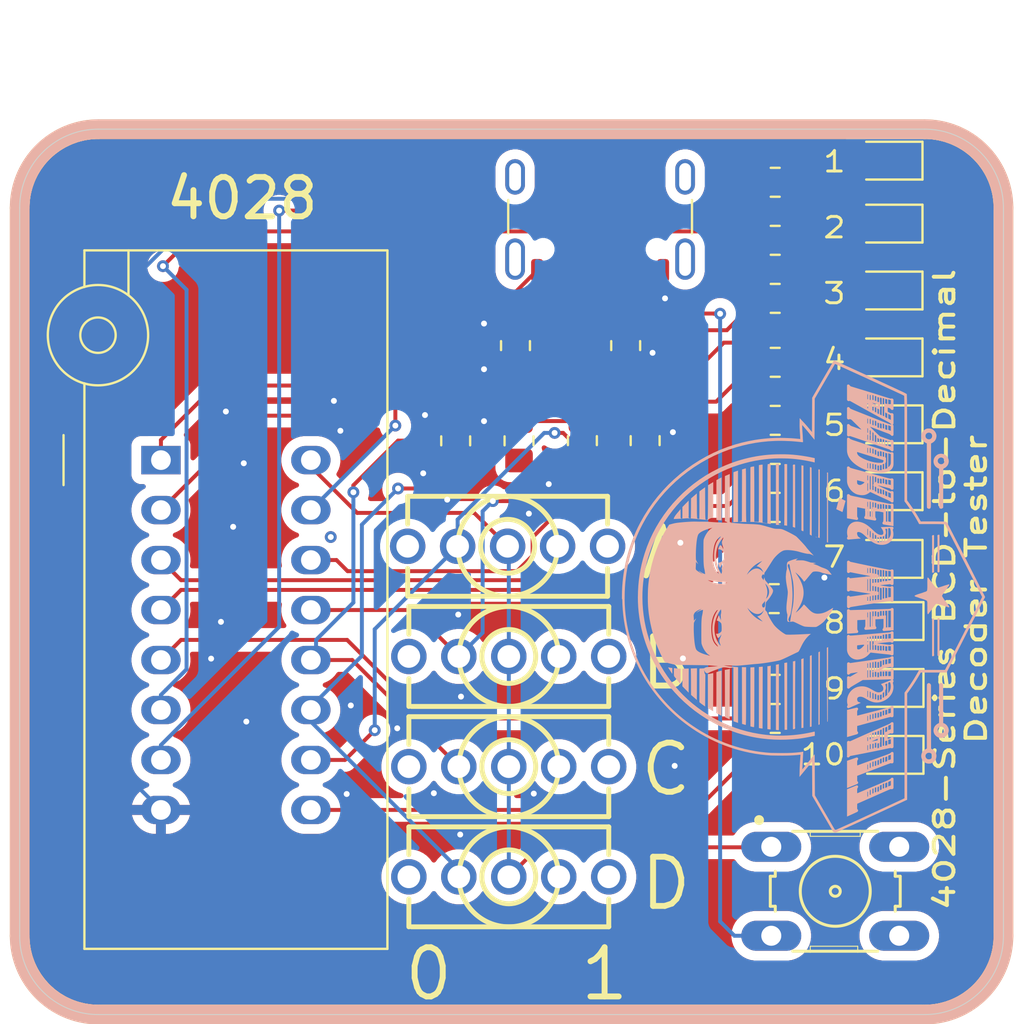
<source format=kicad_pcb>
(kicad_pcb (version 20241229) (generator "pcbnew") (generator_version "9.0")
  (layers (0 "F.Cu" signal) (2 "B.Cu" signal) (13 "F.Paste" user) (15 "B.Paste" user) (5 "F.SilkS" user "F.Silkscreen") (7 "B.SilkS" user "B.Silkscreen") (1 "F.Mask" user) (3 "B.Mask" user) (25 "Edge.Cuts" user))
  (net 0 "")
  (net 1 "+5V")
  (net 2 "Net-(D1-A)")
  (net 3 "Net-(D2-A)")
  (net 4 "Net-(D3-A)")
  (net 5 "Net-(D4-A)")
  (net 6 "Net-(D5-A)")
  (net 7 "Net-(D6-A)")
  (net 8 "Net-(D7-A)")
  (net 9 "GND")
  (net 10 "/SBU2")
  (net 12 "/D+")
  (net 13 "/D-")
  (net 14 "/Shield")
  (net 15 "/Shield_1")
  (net 16 "/SBU1")
  (net 17 "/Shield_2")
  (net 18 "/CC2")
  (net 19 "/CC1")
  (net 20 "/Shield_3")
  (net 21 "Net-(D8-A)")
  (net 22 "Net-(D9-A)")
  (net 23 "Net-(D10-A)")
  (net 24 "Net-(U1-S6)")
  (net 25 "Net-(U1-S5)")
  (net 26 "Net-(U1-S4)")
  (net 27 "Net-(U1-S3)")
  (net 28 "Net-(U1-S2)")
  (net 29 "Net-(U1-S1)")
  (net 30 "Net-(U1-S0)")
  (net 31 "Net-(U1-D)")
  (net 32 "Net-(U1-C)")
  (net 33 "Net-(U1-B)")
  (net 34 "Net-(U1-A)")
  (net 35 "Net-(U1-S7)")
  (net 36 "Net-(U1-S8)")
  (net 37 "Net-(U1-S9)")
  (net 38 "Net-(U1-VDD)")
  (footprint "Resistor_SMD:R_0805_2012Metric_Pad1.20x1.40mm_HandSolder" (layer "F.Cu") (at 137.4 110.95 180)
    (property "Reference" "R23" (hide yes))
    (property "Value" "220")
  )
  (footprint "LED_SMD:LED_0805_2012Metric_Pad1.15x1.40mm_HandSolder" (layer "F.Cu") (at 143.025 102.84 180)
    (property "Reference" "D1" (hide yes))
    (property "Value" "LED")
  )
  (footprint "Resistor_SMD:R_0805_2012Metric_Pad1.20x1.40mm_HandSolder" (layer "F.Cu") (at 137.4 108 180)
    (property "Reference" "R22" (hide yes))
    (property "Value" "220")
  )
  (footprint "LED_SMD:LED_0805_2012Metric_Pad1.15x1.40mm_HandSolder" (layer "F.Cu") (at 143.025 92.6 180)
    (property "Reference" "D4" (hide yes))
    (property "Value" "LED")
  )
  (footprint "Library:SW-TH_2MS1T2B2VS2QES" (layer "F.Cu") (at 123.86 107.8 90)
    (property "Reference" "SW3" (hide yes))
    (property "Value" "2MS1T2B2VS2QES" (hide yes))
  )
  (footprint "Library:SW-TH_2MS1T2B2VS2QES" (layer "F.Cu") (at 123.86 119 90)
    (property "Reference" "SW5" (hide yes))
    (property "Value" "2MS1T2B2VS2QES" (hide yes))
  )
  (footprint "LED_SMD:LED_0805_2012Metric_Pad1.15x1.40mm_HandSolder" (layer "F.Cu") (at 143.075 106 180)
    (property "Reference" "D8" (hide yes))
    (property "Value" "LED")
  )
  (footprint "Socket:DIP_Socket-16_W4.3_W5.08_W7.62_W10.16_W10.9_3M_216-3340-00-0602J" (layer "F.Cu") (at 106.18 97.82)
    (property "Reference" "U1" (hide yes))
    (property "Value" "4028")
  )
  (footprint "Resistor_SMD:R_0805_2012Metric_Pad1.20x1.40mm_HandSolder" (layer "F.Cu") (at 137.4 89.6 180)
    (property "Reference" "R11" (hide yes))
    (property "Value" "220")
  )
  (footprint "LED_SMD:LED_0805_2012Metric_Pad1.15x1.40mm_HandSolder" (layer "F.Cu") (at 143.075 109.4 180)
    (property "Reference" "D9" (hide yes))
    (property "Value" "LED")
  )
  (footprint "Resistor_SMD:R_0805_2012Metric_Pad1.20x1.40mm_HandSolder" (layer "F.Cu") (at 129.8 92 -90)
    (property "Reference" "R8" (hide yes))
    (property "Value" "5k1")
  )
  (footprint "Resistor_SMD:R_0805_2012Metric_Pad1.20x1.40mm_HandSolder" (layer "F.Cu") (at 121.16 96.84 -90)
    (property "Reference" "R17" (hide yes))
    (property "Value" "10K")
  )
  (footprint "LED_SMD:LED_0805_2012Metric_Pad1.15x1.40mm_HandSolder" (layer "F.Cu") (at 143.025 89.2 180)
    (property "Reference" "D5" (hide yes))
    (property "Value" "LED")
  )
  (footprint "Resistor_SMD:R_0805_2012Metric_Pad1.20x1.40mm_HandSolder" (layer "F.Cu") (at 137.4 92.85 180)
    (property "Reference" "R12" (hide yes))
    (property "Value" "220")
  )
  (footprint "LED_SMD:LED_0805_2012Metric_Pad1.15x1.40mm_HandSolder" (layer "F.Cu") (at 143.025 82.6 180)
    (property "Reference" "D7" (hide yes))
    (property "Value" "LED")
  )
  (footprint "Resistor_SMD:R_0805_2012Metric_Pad1.20x1.40mm_HandSolder" (layer "F.Cu") (at 137.4 101.7 180)
    (property "Reference" "R15" (hide yes))
    (property "Value" "220")
  )
  (footprint "Library:SW-TH_2MS1T2B2VS2QES" (layer "F.Cu") (at 123.8 102.2 90)
    (property "Reference" "SW2" (hide yes))
    (property "Value" "2MS1T2B2VS2QES" (hide yes))
  )
  (footprint "Resistor_SMD:R_0805_2012Metric_Pad1.20x1.40mm_HandSolder" (layer "F.Cu") (at 137.4 86.65 180)
    (property "Reference" "R10" (hide yes))
    (property "Value" "220")
  )
  (footprint "LED_SMD:LED_0805_2012Metric_Pad1.15x1.40mm_HandSolder" (layer "F.Cu") (at 143.025 96 180)
    (property "Reference" "D3" (hide yes))
    (property "Value" "LED")
  )
  (footprint "LED_SMD:LED_0805_2012Metric_Pad1.15x1.40mm_HandSolder" (layer "F.Cu") (at 143.025 85.8 180)
    (property "Reference" "D6" (hide yes))
    (property "Value" "LED")
  )
  (footprint "Resistor_SMD:R_0805_2012Metric_Pad1.20x1.40mm_HandSolder" (layer "F.Cu") (at 130.79 96.83 -90)
    (property "Reference" "R20" (hide yes))
    (property "Value" "10K")
  )
  (footprint "LED_SMD:LED_0805_2012Metric_Pad1.15x1.40mm_HandSolder" (layer "F.Cu") (at 143.075 112.8 180)
    (property "Reference" "D10" (hide yes))
    (property "Value" "LED")
  )
  (footprint "Resistor_SMD:R_0805_2012Metric_Pad1.20x1.40mm_HandSolder" (layer "F.Cu") (at 137.4 83.7 180)
    (property "Reference" "R9" (hide yes))
    (property "Value" "220")
  )
  (footprint "Library:SW_B3F-1000" (layer "F.Cu") (at 140.5 119.75)
    (property "Reference" "SW1" (hide yes))
    (property "Value" "SW_Push")
  )
  (footprint "Library:SW-TH_2MS1T2B2VS2QES" (layer "F.Cu") (at 123.86 113.4 90)
    (property "Reference" "SW4" (hide yes))
    (property "Value" "2MS1T2B2VS2QES" (hide yes))
  )
  (footprint "LED_SMD:LED_0805_2012Metric_Pad1.15x1.40mm_HandSolder" (layer "F.Cu") (at 143.025 99.4 180)
    (property "Reference" "D2" (hide yes))
    (property "Value" "LED")
  )
  (footprint "Resistor_SMD:R_0805_2012Metric_Pad1.20x1.40mm_HandSolder" (layer "F.Cu") (at 127.6 96.83 -90)
    (property "Reference" "R19" (hide yes))
    (property "Value" "10K")
  )
  (footprint "Resistor_SMD:R_0805_2012Metric_Pad1.20x1.40mm_HandSolder" (layer "F.Cu") (at 124.38 96.84 -90)
    (property "Reference" "R18" (hide yes))
    (property "Value" "10K")
  )
  (footprint "Resistor_SMD:R_0805_2012Metric_Pad1.20x1.40mm_HandSolder" (layer "F.Cu") (at 137.35 104.86 180)
    (property "Reference" "R21" (hide yes))
    (property "Value" "220")
  )
  (footprint "Resistor_SMD:R_0805_2012Metric_Pad1.20x1.40mm_HandSolder" (layer "F.Cu") (at 137.4 95.8 180)
    (property "Reference" "R13" (hide yes))
    (property "Value" "220")
  )
  (footprint "Connector_USB:USB_C_Receptacle_GCT_USB4105-xx-A_16P_TopMnt_Horizontal" (layer "F.Cu") (at 128.5 84.5 180)
    (property "Reference" "J1" (hide yes))
    (property "Value" "USB_C_Receptacle_USB2.0" (hide yes))
  )
  (footprint "Resistor_SMD:R_0805_2012Metric_Pad1.20x1.40mm_HandSolder" (layer "F.Cu") (at 137.4 98.75 180)
    (property "Reference" "R14" (hide yes))
    (property "Value" "220")
  )
  (footprint "Resistor_SMD:R_0805_2012Metric_Pad1.20x1.40mm_HandSolder" (layer "F.Cu") (at 124.2 92 -90)
    (property "Reference" "R16" (hide yes))
    (property "Value" "5k1")
  )
  (gr_line (start 99 85) (end 99 122) (stroke (width 1)) (layer "F.SilkS"))
  (gr_line (start 149 85) (end 149 122) (stroke (width 1)) (layer "F.SilkS"))
  (gr_line (start 145 81) (end 103 81) (stroke (width 1)) (layer "F.SilkS"))
  (gr_line (start 103 126) (end 145 126) (stroke (width 1)) (layer "F.SilkS"))
  (gr_arc (start 145 81) (mid 147.828427 82.171573) (end 149 85) (stroke (width 1)) (layer "F.SilkS"))
  (gr_arc (start 103 126) (mid 100.171573 124.828427) (end 99 122) (stroke (width 1)) (layer "F.SilkS"))
  (gr_arc (start 149 122) (mid 147.828427 124.828427) (end 145 126) (stroke (width 1)) (layer "F.SilkS"))
  (gr_arc (start 99 85) (mid 100.171573 82.171573) (end 103 81) (stroke (width 1)) (layer "F.SilkS"))
  (gr_line (start 145 126) (end 103 126) (stroke (width 1)) (layer "B.SilkS"))
  (gr_poly (pts (xy 135.707586 108.339524) (xy 135.707586 108.337754) (xy 135.707488 108.337409) (xy 135.707381 108.337073) (xy 135.70727 108.336741) (xy 135.707152 108.336412) (xy 135.706914 108.335763) (xy 135.706795 108.335439) (xy 135.70668 108.335113) (xy 135.7065 108.339491)) (stroke (width -0.000001)) (fill yes) (layer "B.SilkS"))
  (gr_poly (pts (xy 129.61 104.88492) (xy 129.626856 104.881194) (xy 129.633739 105.151946) (xy 129.650141 105.422266) (xy 129.675947 105.691855) (xy 129.711039 105.96041) (xy 129.755301 106.22763) (xy 129.808615 106.493213) (xy 129.870868 106.756861) (xy 129.94194 107.018269) (xy 130.021715 107.277137) (xy 130.110076 107.533167) (xy 130.206908 107.786053) (xy 130.312094 108.035497) (xy 130.425514 108.281196) (xy 130.547056 108.52285) (xy 130.676602 108.760157) (xy 130.814035 108.992818) (xy 130.814106 108.993001) (xy 130.814179 108.993181) (xy 130.928655 109.172002) (xy 131.047693 109.347923) (xy 131.171214 109.520821) (xy 131.299135 109.690576) (xy 131.431375 109.857064) (xy 131.567855 110.020163) (xy 131.708488 110.179751) (xy 131.853198 110.335707) (xy 132.001902 110.487909) (xy 132.154516 110.636235) (xy 132.310962 110.78056) (xy 132.471159 110.920765) (xy 132.635021 111.056726) (xy 132.802471 111.188323) (xy 132.973425 111.315431) (xy 133.147805 111.43793) (xy 133.148022 111.438112) (xy 133.37285 111.587732) (xy 133.602653 111.729538) (xy 133.837148 111.863419) (xy 134.076059 111.989267) (xy 134.319104 112.10697) (xy 134.566004 112.216419) (xy 134.816479 112.317503) (xy 135.070253 112.410114) (xy 135.327041 112.494141) (xy 135.586569 112.569474) (xy 135.848552 112.636002) (xy 136.112716 112.693618) (xy 136.378778 112.742209) (xy 136.646459 112.781667) (xy 136.91548 112.811882) (xy 137.185563 112.832743) (xy 137.188781 112.832924) (xy 137.192002 112.832925) (xy 137.560654 112.837952) (xy 137.74627 112.839226) (xy 137.932603 112.838275) (xy 138.119545 112.834049) (xy 138.306986 112.825504) (xy 138.494815 112.811587) (xy 138.682929 112.791254) (xy 138.672141 112.973972) (xy 138.659578 113.158425) (xy 138.648274 113.344961) (xy 138.644039 113.439121) (xy 138.641257 113.533931) (xy 138.633372 113.922869) (xy 138.881558 113.622845) (xy 138.97895 113.504946) (xy 139.076602 113.385151) (xy 139.272339 113.143149) (xy 139.282142 114.848912) (xy 139.282359 114.88523) (xy 139.300482 114.916519) (xy 140.278397 116.598225) (xy 140.291781 116.620979) (xy 140.294023 116.622751) (xy 140.295897 116.627283) (xy 140.297932 116.632111) (xy 140.299164 116.634904) (xy 140.300625 116.638092) (xy 140.302376 116.641784) (xy 140.304479 116.646083) (xy 140.312184 116.661999) (xy 140.314606 116.666535) (xy 140.317333 116.671257) (xy 140.320412 116.676145) (xy 140.323898 116.681181) (xy 140.327843 116.686349) (xy 140.332298 116.691628) (xy 140.337312 116.697) (xy 140.342942 116.702447) (xy 140.349237 116.707951) (xy 140.356247 116.713493) (xy 140.364028 116.719054) (xy 140.372629 116.724616) (xy 140.377231 116.727292) (xy 140.382028 116.729749) (xy 140.387011 116.731991) (xy 140.392159 116.73402) (xy 140.402901 116.73746) (xy 140.414132 116.740101) (xy 140.425734 116.741977) (xy 140.437586 116.743122) (xy 140.449567 116.743568) (xy 140.461559 116.743348) (xy 140.473438 116.742495) (xy 140.485088 116.741042) (xy 140.496387 116.739023) (xy 140.507214 116.736469) (xy 140.517448 116.733414) (xy 140.526972 116.729892) (xy 140.532739 116.727267) (xy 140.526185 116.730764) (xy 141.401034 116.334187) (xy 142.27571 115.930665) (xy 144.026624 115.119452) (xy 144.10588 115.082952) (xy 144.10606 114.995703) (xy 144.107579 109.680224) (xy 144.202134 109.55296) (xy 144.294151 109.424005) (xy 144.383695 109.293401) (xy 144.47083 109.161192) (xy 144.555621 109.02742) (xy 144.638132 108.892128) (xy 144.718429 108.75536) (xy 144.796577 108.617157) (xy 146.111554 108.617158) (xy 146.1495 108.543073) (xy 148.038625 104.838907) (xy 148.070132 104.777051) (xy 148.038624 104.715158) (xy 147.126712 102.922342) (xy 146.210632 101.140636) (xy 146.202351 101.124468) (xy 146.190087 101.111047) (xy 146.195382 101.116746) (xy 146.197115 101.118529) (xy 146.198293 101.119623) (xy 146.198954 101.120045) (xy 146.199102 101.120009) (xy 146.199138 101.119811) (xy 146.198882 101.118935) (xy 146.198229 101.117436) (xy 146.192423 101.105523) (xy 146.188154 101.096247) (xy 146.185817 101.090834) (xy 146.183397 101.08493) (xy 146.177606 101.070929) (xy 146.173936 101.062835) (xy 146.169682 101.05418) (xy 146.164794 101.045088) (xy 146.159215 101.035686) (xy 146.1529 101.026098) (xy 146.145793 101.016449) (xy 146.137844 101.006867) (xy 146.129001 100.997473) (xy 146.124228 100.992889) (xy 146.119212 100.988398) (xy 146.113948 100.984017) (xy 146.108428 100.979762) (xy 146.102646 100.975649) (xy 146.096595 100.971692) (xy 146.090269 100.967909) (xy 146.083662 100.964314) (xy 146.076769 100.960925) (xy 146.069579 100.957755) (xy 146.06209 100.954821) (xy 146.054293 100.952137) (xy 146.03693 100.946566) (xy 146.018697 100.945734) (xy 145.864686 100.940032) (xy 145.71102 100.936582) (xy 145.404734 100.934474) (xy 144.796322 100.935606) (xy 144.718554 100.796174) (xy 144.638117 100.658456) (xy 144.555119 100.522429) (xy 144.469671 100.388073) (xy 144.381878 100.255366) (xy 144.291849 100.124288) (xy 144.199693 99.994817) (xy 144.105516 99.866932) (xy 144.105011 96.107202) (xy 144.105011 96.106154) (xy 144.104221 95.325504) (xy 144.101543 94.933097) (xy 144.097697 94.736372) (xy 144.091445 94.539299) (xy 144.088516 94.463515) (xy 144.022571 94.426112) (xy 143.970232 94.397557) (xy 143.91759 94.37072) (xy 143.864927 94.345279) (xy 143.812534 94.32092) (xy 143.709701 94.274178) (xy 143.659837 94.251159) (xy 143.611387 94.227953) (xy 143.609942 94.227229) (xy 143.608493 94.226543) (xy 142.055521 93.508629) (xy 141.277993 93.152189) (xy 140.496993 92.800439) (xy 140.439802 92.774918) (xy 140.439802 92.931929) (xy 141.996248 93.639424) (xy 143.551304 94.358034) (xy 143.601673 94.382114) (xy 143.652594 94.405661) (xy 143.755044 94.452351) (xy 143.806049 94.476093) (xy 143.856557 94.500499) (xy 143.906307 94.525869) (xy 143.955037 94.552501) (xy 143.96122 94.747745) (xy 143.965023 94.943118) (xy 143.967677 95.334085) (xy 143.968529 96.115668) (xy 143.968999 99.912438) (xy 144.072021 100.050829) (xy 144.172614 100.191) (xy 144.270602 100.332995) (xy 144.365815 100.476857) (xy 144.458076 100.622628) (xy 144.54721 100.770352) (xy 144.633043 100.920074) (xy 144.715402 101.071836) (xy 145.039343 101.072494) (xy 145.363633 101.071138) (xy 145.687921 101.072609) (xy 145.849956 101.075917) (xy 146.011861 101.081746) (xy 146.016052 101.083301) (xy 146.019987 101.085177) (xy 146.023683 101.087358) (xy 146.02715 101.089822) (xy 146.030404 101.092553) (xy 146.033457 101.095536) (xy 146.036326 101.09875) (xy 146.039025 101.102178) (xy 146.041564 101.105804) (xy 146.043961 101.109608) (xy 146.04838 101.117681) (xy 146.052393 101.126257) (xy 146.056111 101.135196) (xy 146.063114 101.153587) (xy 146.066621 101.162757) (xy 146.07028 101.171721) (xy 146.074207 101.180336) (xy 146.07851 101.188461) (xy 146.083301 101.195955) (xy 146.085914 101.19942) (xy 146.088693 101.202674) (xy 147.916721 104.777195) (xy 146.97563 106.632752) (xy 146.027596 108.481362) (xy 144.716307 108.481362) (xy 144.632965 108.631978) (xy 144.546845 108.780967) (xy 144.457946 108.928263) (xy 144.36627 109.073801) (xy 144.271816 109.217516) (xy 144.174584 109.359343) (xy 144.074574 109.499215) (xy 143.971785 109.637068) (xy 143.970264 115.008109) (xy 142.223518 115.819323) (xy 141.348841 116.222846) (xy 140.469827 116.619424) (xy 140.465823 116.621703) (xy 140.462035 116.623357) (xy 140.458452 116.624417) (xy 140.455064 116.624917) (xy 140.451859 116.624886) (xy 140.448827 116.624359) (xy 140.445956 116.623367) (xy 140.443235 116.621945) (xy 140.440655 116.620122) (xy 140.438203 116.617932) (xy 140.43587 116.615408) (xy 140.433645 116.612583) (xy 140.429472 116.606153) (xy 140.425599 116.598906) (xy 140.421939 116.591098) (xy 140.418403 116.582989) (xy 140.411365 116.566909) (xy 140.407689 116.559455) (xy 140.403791 116.552739) (xy 140.401732 116.549738) (xy 140.399584 116.547017) (xy 140.397339 116.544613) (xy 140.394983 116.542553) (xy 139.905579 115.702412) (xy 139.41895 114.860885) (xy 139.406978 112.768031) (xy 138.777269 113.540334) (xy 138.825234 112.638385) (xy 138.724076 112.653756) (xy 138.622718 112.666786) (xy 138.419485 112.686523) (xy 138.215689 112.698997) (xy 138.011479 112.705603) (xy 137.807009 112.707741) (xy 137.602432 112.706809) (xy 137.193558 112.701327) (xy 136.926663 112.680725) (xy 136.660943 112.650942) (xy 136.396661 112.612079) (xy 136.134079 112.564245) (xy 135.873462 112.507545) (xy 135.615072 112.442084) (xy 135.359173 112.36797) (xy 135.106027 112.285306) (xy 134.855898 112.1942) (xy 134.609051 112.094756) (xy 134.365745 111.987081) (xy 134.126245 111.87128) (xy 133.890816 111.747461) (xy 133.65972 111.615727) (xy 133.433219 111.476185) (xy 133.211578 111.32894) (xy 133.039304 111.20887) (xy 132.870496 111.08419) (xy 132.70523 110.955014) (xy 132.543584 110.821468) (xy 132.385641 110.683665) (xy 132.231476 110.54173) (xy 132.08117 110.395779) (xy 131.934798 110.245932) (xy 131.792443 110.092308) (xy 131.654183 109.935027) (xy 131.520094 109.774209) (xy 131.390256 109.609972) (xy 131.26475 109.442436) (xy 131.14365 109.271722) (xy 131.02704 109.097947) (xy 130.914995 108.921231) (xy 130.779922 108.693086) (xy 130.652593 108.460296) (xy 130.533119 108.223164) (xy 130.421615 107.981996) (xy 130.318192 107.737093) (xy 130.222963 107.488762) (xy 130.136043 107.237305) (xy 130.057545 106.983026) (xy 129.987581 106.726231) (xy 129.926266 106.467221) (xy 129.87371 106.206301) (xy 129.830028 105.943776) (xy 129.795332 105.679948) (xy 129.769739 105.415122) (xy 129.753356 105.149602) (xy 129.746302 104.883691) (xy 129.748689 104.898594) (xy 129.74839 104.829972) (xy 129.748726 104.761351) (xy 129.752366 104.521755) (xy 129.763266 104.28234) (xy 129.781395 104.04333) (xy 129.806716 103.804955) (xy 129.839202 103.567435) (xy 129.878816 103.330998) (xy 129.925526 103.095869) (xy 129.979303 102.862272) (xy 130.040112 102.630434) (xy 130.107919 102.400578) (xy 130.182693 102.172931) (xy 130.264404 101.947717) (xy 130.353015 101.725163) (xy 130.448495 101.505492) (xy 130.550813 101.288932) (xy 130.659936 101.075706) (xy 130.852975 100.730085) (xy 131.063487 100.395106) (xy 131.29071 100.071386) (xy 131.533887 99.759543) (xy 131.792256 99.460188) (xy 132.06506 99.173941) (xy 132.351535 98.901415) (xy 132.650927 98.643227) (xy 132.962471 98.399995) (xy 133.285411 98.172331) (xy 133.618984 97.960854) (xy 133.962434 97.766178) (xy 134.314999 97.58892) (xy 134.67592 97.429695) (xy 135.044437 97.28912) (xy 135.41979 97.167811) (xy 135.736646 97.080471) (xy 136.057541 97.006385) (xy 136.381824 96.945747) (xy 136.70884 96.898752) (xy 137.037939 96.865597) (xy 137.368471 96.846473) (xy 137.534071 96.842237) (xy 137.699784 96.841581) (xy 137.86553 96.844531) (xy 138.031226 96.851111) (xy 138.128458 96.854505) (xy 138.225667 96.859645) (xy 138.322834 96.866262) (xy 138.419936 96.874086) (xy 138.613858 96.892278) (xy 138.807258 96.912062) (xy 138.809414 96.900021) (xy 138.810922 96.887543) (xy 138.811855 96.87468) (xy 138.812283 96.861481) (xy 138.812277 96.847996) (xy 138.811911 96.83428) (xy 138.810381 96.806345) (xy 138.806131 96.74989) (xy 138.804556 96.722178) (xy 138.804156 96.708627) (xy 138.80411 96.695348) (xy 138.80017 96.613243) (xy 138.795104 96.530922) (xy 138.783786 96.366155) (xy 138.778625 96.283967) (xy 138.774526 96.202082) (xy 138.772035 96.120629) (xy 138.771699 96.03974) (xy 138.853824 96.129774) (xy 138.933845 96.22176) (xy 139.01226 96.315221) (xy 139.089569 96.409678) (xy 139.242864 96.599681) (xy 139.319845 96.694272) (xy 139.397717 96.787952) (xy 139.410053 94.695098) (xy 139.922844 93.811429) (xy 140.179673 93.370205) (xy 140.439802 92.931929) (xy 140.439802 92.774918) (xy 140.386989 92.751351) (xy 140.324734 92.854699) (xy 140.064344 93.294309) (xy 139.807082 93.73653) (xy 139.294985 94.619749) (xy 139.276573 94.65122) (xy 139.276318 94.687719) (xy 139.266263 96.393479) (xy 139.171442 96.27678) (xy 139.075139 96.160531) (xy 139.026082 96.102803) (xy 138.976234 96.045462) (xy 138.925453 95.988598) (xy 138.873598 95.932305) (xy 138.64209 95.684154) (xy 138.638182 96.023063) (xy 138.6385 96.1083) (xy 138.641022 96.193081) (xy 138.645181 96.277299) (xy 138.650415 96.360845) (xy 138.66184 96.525483) (xy 138.666902 96.606357) (xy 138.670669 96.683966) (xy 138.670626 96.690522) (xy 138.670679 96.699927) (xy 138.670845 96.707952) (xy 138.671113 96.715157) (xy 138.672873 96.746968) (xy 138.516606 96.731536) (xy 138.358951 96.717767) (xy 138.279603 96.711901) (xy 138.199908 96.706931) (xy 138.119865 96.703012) (xy 138.039474 96.700304) (xy 137.870345 96.693484) (xy 137.701239 96.690372) (xy 137.532217 96.690946) (xy 137.363348 96.695177) (xy 137.194697 96.703044) (xy 137.026327 96.714522) (xy 136.858305 96.729586) (xy 136.690695 96.748211) (xy 136.523562 96.770376) (xy 136.356972 96.796054) (xy 136.025681 96.857851) (xy 135.697341 96.93341) (xy 135.372474 97.022537) (xy 135.37246 97.022541) (xy 135.372445 97.022545) (xy 135.372431 97.022549) (xy 135.372418 97.022554) (xy 135.37239 97.022563) (xy 135.372364 97.022574) (xy 135.372337 97.022584) (xy 135.372311 97.022593) (xy 135.372298 97.022597) (xy 135.372284 97.022601) (xy 135.372272 97.022606) (xy 135.372257 97.02261) (xy 135.372251 97.022611) (xy 135.372243 97.022613) (xy 135.372237 97.022613) (xy 135.372229 97.022616) (xy 135.372223 97.022619) (xy 135.372216 97.022621) (xy 135.372202 97.022625) (xy 135.372175 97.022637) (xy 135.372162 97.022642) (xy 135.372156 97.022644) (xy 135.372148 97.022645) (xy 134.990042 97.147331) (xy 134.615143 97.29174) (xy 134.248194 97.455194) (xy 133.889935 97.637017) (xy 133.541105 97.836527) (xy 133.202446 98.053049) (xy 132.874698 98.285903) (xy 132.558603 98.53441) (xy 132.254901 98.797894) (xy 131.964334 99.075675) (xy 131.68764 99.367075) (xy 131.425561 99.671416) (xy 131.178838 99.988019) (xy 130.948213 100.316207) (xy 130.734423 100.655303) (xy 130.538212 101.004624) (xy 130.538205 101.004639) (xy 130.538195 101.004655) (xy 130.538176 101.00469) (xy 130.538166 101.004709) (xy 130.538156 101.004728) (xy 130.538152 101.004738) (xy 130.538147 101.004749) (xy 130.538142 101.00476) (xy 130.53814 101.00477) (xy 130.538111 101.00482) (xy 130.538083 101.00487) (xy 130.538029 101.00497) (xy 130.537977 101.00507) (xy 130.537949 101.005119) (xy 130.537922 101.005167) (xy 130.426784 101.222151) (xy 130.322582 101.442355) (xy 130.225349 101.665572) (xy 130.135118 101.89159) (xy 130.051918 102.120203) (xy 129.975785 102.3512) (xy 129.906748 102.584375) (xy 129.84484 102.819515) (xy 129.790093 103.056414) (xy 129.742538 103.294861) (xy 129.702206 103.534648) (xy 129.669132 103.775567) (xy 129.643347 104.017408) (xy 129.624881 104.259962) (xy 129.613765 104.503022) (xy 129.610036 104.746377) (xy 129.609704 104.815716)) (stroke (width -0.000001)) (fill yes) (layer "B.SilkS"))
  (gr_poly (pts (xy 145.365873 105.940572) (xy 145.366005 105.945597) (xy 145.366301 105.950809) (xy 145.366763 105.956203) (xy 145.367391 105.961777) (xy 145.368187 105.967525) (xy 145.369151 105.973447) (xy 145.370286 105.979535) (xy 145.37159 105.985788) (xy 145.37159 107.780465) (xy 145.379993 107.782284) (xy 145.388043 107.78375) (xy 145.395741 107.784865) (xy 145.403093 107.785631) (xy 145.410096 107.786049) (xy 145.416754 107.786121) (xy 145.423068 107.785848) (xy 145.429041 107.785235) (xy 145.434673 107.78428) (xy 145.439967 107.782987) (xy 145.444924 107.781357) (xy 145.449547 107.779392) (xy 145.453836 107.777092) (xy 145.457794 107.774463) (xy 145.461422 107.771503) (xy 145.464722 107.768215) (xy 145.467697 107.764602) (xy 145.470347 107.760663) (xy 145.472673 107.756402) (xy 145.47468 107.751822) (xy 145.476366 107.746922) (xy 145.477736 107.741704) (xy 145.47879 107.736171) (xy 145.479531 107.730326) (xy 145.479959 107.724168) (xy 145.480075 107.717701) (xy 145.479885 107.710925) (xy 145.479386 107.703842) (xy 145.478582 107.696456) (xy 145.477475 107.688767) (xy 145.474358 107.672487) (xy 145.474358 105.877809) (xy 145.467495 105.876311) (xy 145.460866 105.875046) (xy 145.454469 105.874011) (xy 145.448306 105.873207) (xy 145.442372 105.872631) (xy 145.436669 105.872285) (xy 145.431194 105.872167) (xy 145.425946 105.872275) (xy 145.420927 105.872611) (xy 145.416134 105.87317) (xy 145.411564 105.873953) (xy 145.407219 105.87496) (xy 145.403097 105.876189) (xy 145.399198 105.877639) (xy 145.395518 105.87931) (xy 145.392059 105.881201) (xy 145.38882 105.88331) (xy 145.385798 105.885637) (xy 145.382992 105.888181) (xy 145.380405 105.890939) (xy 145.37803 105.893915) (xy 145.375872 105.897103) (xy 145.373926 105.900506) (xy 145.37219 105.904121) (xy 145.370667 105.907946) (xy 145.369356 105.911983) (xy 145.368251 105.916228) (xy 145.367357 105.920684) (xy 145.366669 105.925346) (xy 145.366187 105.930216) (xy 145.365909 105.935291) (xy 145.365838 105.940572)) (stroke (width -0.000001)) (fill yes) (layer "B.SilkS"))
  (gr_poly (pts (xy 141.049978 114.490214) (xy 141.050376 114.489888) (xy 141.124097 114.460624) (xy 141.52414 114.300992) (xy 141.56545 114.284496) (xy 141.570916 114.28171) (xy 141.576127 114.278574) (xy 141.58107 114.275107) (xy 141.585735 114.271326) (xy 141.590107 114.267249) (xy 141.594176 114.262896) (xy 141.59793 114.258286) (xy 141.601359 114.253435) (xy 141.604448 114.248362) (xy 141.607188 114.243088) (xy 141.609566 114.237629) (xy 141.611572 114.232003) (xy 141.613192 114.226229) (xy 141.614414 114.220327) (xy 141.615229 114.214312) (xy 141.615623 114.208207) (xy 141.615587 114.204605) (xy 141.615343 114.201034) (xy 141.614894 114.197497) (xy 141.614245 114.194002) (xy 141.6134 114.190561) (xy 141.612364 114.187178) (xy 141.611138 114.183862) (xy 141.609729 114.180622) (xy 141.608137 114.177464) (xy 141.606372 114.174399) (xy 141.604433 114.171432) (xy 141.602325 114.168572) (xy 141.600054 114.165825) (xy 141.597621 114.163203) (xy 141.595031 114.160711) (xy 141.59229 114.158358) (xy 141.578039 114.14161) (xy 141.574714 114.136425) (xy 141.573091 114.133847) (xy 141.572336 114.132603) (xy 141.571636 114.131408) (xy 141.570983 114.127997) (xy 141.570369 114.124583) (xy 141.569242 114.117744) (xy 141.568216 114.110894) (xy 141.567259 114.104026) (xy 141.567259 113.866943) (xy 142.345134 113.570613) (xy 143.113749 113.278005) (xy 143.192482 113.249696) (xy 143.271358 113.221683) (xy 143.312848 113.233041) (xy 143.329959 113.237706) (xy 143.339941 113.23398) (xy 143.342433 113.233702) (xy 143.34491 113.23334) (xy 143.347371 113.232893) (xy 143.349812 113.232362) (xy 143.352235 113.23175) (xy 143.354635 113.231054) (xy 143.357013 113.230279) (xy 143.359366 113.229422) (xy 143.364243 113.227391) (xy 143.369127 113.224987) (xy 143.373968 113.222224) (xy 143.378726 113.219115) (xy 143.383356 113.215674) (xy 143.387815 113.211914) (xy 143.392057 113.207851) (xy 143.396038 113.203496) (xy 143.399718 113.198863) (xy 143.403047 113.193965) (xy 143.404568 113.191422) (xy 143.405987 113.188817) (xy 143.407296 113.186153) (xy 143.40849 113.183431) (xy 143.409563 113.180654) (xy 143.410512 113.177823) (xy 143.41133 113.174938) (xy 143.412012 113.172004) (xy 143.412552 113.16902) (xy 143.412944 113.165988) (xy 143.413184 113.162911) (xy 143.413264 113.15979) (xy 143.413265 112.7116) (xy 143.413088 112.707971) (xy 143.412699 112.704387) (xy 143.412103 112.700853) (xy 143.411303 112.697378) (xy 143.410304 112.69397) (xy 143.40911 112.690637) (xy 143.407723 112.687388) (xy 143.406151 112.68423) (xy 143.404396 112.681172) (xy 143.402461 112.678221) (xy 143.400352 112.675386) (xy 143.398073 112.672675) (xy 143.395626 112.670097) (xy 143.393016 112.667659) (xy 143.39025 112.665369) (xy 143.387329 112.663236) (xy 143.383593 112.660962) (xy 143.379757 112.658931) (xy 143.375829 112.657141) (xy 143.371821 112.655594) (xy 143.367745 112.654291) (xy 143.363611 112.653232) (xy 143.359428 112.65242) (xy 143.355209 112.651855) (xy 143.350963 112.651537) (xy 143.346701 112.651469) (xy 143.342437 112.651652) (xy 143.338177 112.652088) (xy 143.333935 112.652775) (xy 143.329722 112.653716) (xy 143.325546 112.654912) (xy 143.32142 112.656364) (xy 143.319433 112.657055) (xy 143.317468 112.657797) (xy 143.315526 112.658588) (xy 143.313607 112.659428) (xy 143.31171 112.660316) (xy 143.309839 112.661252) (xy 143.307996 112.662236) (xy 143.306176 112.663265) (xy 143.304386 112.664341) (xy 143.302625 112.665462) (xy 143.300892 112.666628) (xy 143.299188 112.667839) (xy 143.297517 112.669093) (xy 143.295877 112.67039) (xy 143.29427 112.67173) (xy 143.292699 112.673112) (xy 143.290491 112.674919) (xy 143.288432 112.676982) (xy 143.273056 112.692699) (xy 143.273056 112.793606) (xy 143.273604 112.793717) (xy 143.274096 112.79387) (xy 143.274538 112.794061) (xy 143.274927 112.794289) (xy 143.275271 112.794554) (xy 143.275572 112.79485) (xy 143.275828 112.795177) (xy 143.276047 112.795534) (xy 143.27623 112.795917) (xy 143.276379 112.796324) (xy 143.276495 112.796754) (xy 143.276585 112.797203) (xy 143.276689 112.798157) (xy 143.276713 112.799168) (xy 143.276677 112.80022) (xy 143.276603 112.801294) (xy 143.276427 112.803448) (xy 143.276368 112.804496) (xy 143.276357 112.8055) (xy 143.276414 112.806445) (xy 143.276477 112.806889) (xy 143.276564 112.807314) (xy 143.276857 112.915863) (xy 143.276817 113.023994) (xy 143.276424 113.024494) (xy 143.276003 113.024964) (xy 143.275557 113.025406) (xy 143.275086 113.025819) (xy 143.274594 113.02621) (xy 143.274081 113.026575) (xy 143.272996 113.027241) (xy 143.271842 113.02783) (xy 143.270633 113.028357) (xy 143.26938 113.028832) (xy 143.268093 113.029269) (xy 143.262831 113.030884) (xy 143.261545 113.031318) (xy 143.260292 113.031789) (xy 143.259085 113.03231) (xy 143.257936 113.032894) (xy 143.203275 113.053435) (xy 143.175918 113.063718) (xy 143.148475 113.07384) (xy 143.147975 113.073647) (xy 143.147526 113.073418) (xy 143.147123 113.073158) (xy 143.146764 113.072865) (xy 143.146448 113.072544) (xy 143.14617 113.072194) (xy 143.145931 113.071818) (xy 143.145725 113.071419) (xy 143.145552 113.070999) (xy 143.145409 113.070557) (xy 143.145292 113.070098) (xy 143.145202 113.069621) (xy 143.145084 113.068626) (xy 143.145038 113.067587) (xy 143.145044 113.066519) (xy 143.145081 113.065435) (xy 143.145175 113.063281) (xy 143.145193 113.062242) (xy 143.145165 113.061246) (xy 143.145071 113.060309) (xy 143.144994 113.059867) (xy 143.144895 113.059444) (xy 143.144552 113.024829) (xy 143.144422 112.990353) (xy 143.144423 112.990135) (xy 143.144423 112.921045) (xy 143.144526 112.911313) (xy 143.144518 112.901572) (xy 143.144415 112.882067) (xy 143.144446 112.872312) (xy 143.144615 112.862563) (xy 143.144984 112.852819) (xy 143.145617 112.843089) (xy 143.145837 112.842525) (xy 143.146097 112.841999) (xy 143.146392 112.841512) (xy 143.14672 112.84106) (xy 143.14708 112.840641) (xy 143.147471 112.840253) (xy 143.14789 112.839895) (xy 143.148333 112.839565) (xy 143.148801 112.839259) (xy 143.149291 112.838977) (xy 143.150329 112.838474) (xy 143.15143 112.838039) (xy 143.152579 112.837656) (xy 143.157333 112.836321) (xy 143.15848 112.835956) (xy 143.15958 112.835543) (xy 143.160614 112.835069) (xy 143.161103 112.834804) (xy 143.16157 112.834517) (xy 143.217314 112.813916) (xy 143.273056 112.793606) (xy 143.273056 112.692699) (xy 143.247662 112.718654) (xy 143.246198 112.719674) (xy 143.244713 112.720726) (xy 143.243237 112.721756) (xy 143.242512 112.722244) (xy 143.241803 112.722704) (xy 143.203121 112.739131) (xy 143.164332 112.75535) (xy 143.090346 112.785624) (xy 143.090346 112.883678) (xy 143.090855 112.883785) (xy 143.091316 112.883932) (xy 143.091732 112.884116) (xy 143.092106 112.884336) (xy 143.092439 112.884588) (xy 143.092733 112.884873) (xy 143.092992 112.885185) (xy 143.093216 112.885527) (xy 143.093409 112.885893) (xy 143.093572 112.886282) (xy 143.09371 112.886693) (xy 143.09382 112.887123) (xy 143.093979 112.88803) (xy 143.094063 112.888993) (xy 143.094091 112.88999) (xy 143.094083 112.891007) (xy 143.094026 112.893039) (xy 143.094013 112.894019) (xy 143.094035 112.894955) (xy 143.094107 112.89583) (xy 143.09425 112.896627) (xy 143.094737 112.951509) (xy 143.094829 113.006185) (xy 143.094794 113.115188) (xy 143.094363 113.11571) (xy 143.093905 113.116204) (xy 143.093425 113.116673) (xy 143.092924 113.117116) (xy 143.091857 113.117933) (xy 143.090714 113.118667) (xy 143.089509 113.119329) (xy 143.088249 113.11993) (xy 143.086947 113.120481) (xy 143.085612 113.120992) (xy 143.080142 113.122865) (xy 143.078796 113.123345) (xy 143.077478 113.123851) (xy 143.076199 113.124397) (xy 143.07497 113.124991) (xy 143.034471 113.14035) (xy 143.014194 113.147901) (xy 143.004028 113.151528) (xy 142.993833 113.155015) (xy 142.993379 113.154628) (xy 142.992976 113.154212) (xy 142.99262 113.153765) (xy 142.992312 113.15329) (xy 142.992046 113.152788) (xy 142.991821 113.152263) (xy 142.991633 113.151713) (xy 142.991481 113.151143) (xy 142.991361 113.150553) (xy 142.991271 113.149944) (xy 142.99117 113.148682) (xy 142.991158 113.147365) (xy 142.99121 113.146012) (xy 142.991653 113.140471) (xy 142.991716 113.139121) (xy 142.991716 113.137813) (xy 142.991633 113.136559) (xy 142.991445 113.135373) (xy 142.991192 112.973677) (xy 142.991337 112.973025) (xy 142.99143 112.946975) (xy 142.991562 112.933985) (xy 142.991727 112.927496) (xy 142.991988 112.921008) (xy 142.992447 112.92055) (xy 142.992925 112.920115) (xy 142.993422 112.919707) (xy 142.993936 112.919321) (xy 142.99501 112.918615) (xy 142.996138 112.917983) (xy 142.997315 112.917416) (xy 142.99853 112.916904) (xy 142.999778 112.916435) (xy 143.001048 112.915998) (xy 143.006192 112.914357) (xy 143.007454 112.913918) (xy 143.008689 112.913447) (xy 143.009892 112.912933) (xy 143.011051 112.912363) (xy 143.05056 112.897728) (xy 143.070402 112.890539) (xy 143.080359 112.887057) (xy 143.090346 112.883678) (xy 143.090346 112.785624) (xy 143.086582 112.787165) (xy 142.933568 112.842774) (xy 142.933567 112.924951) (xy 142.934106 112.925079) (xy 142.93459 112.925246) (xy 142.935023 112.925451) (xy 142.935406 112.925692) (xy 142.935744 112.925967) (xy 142.936038 112.926274) (xy 142.93629 112.926611) (xy 142.936505 112.926976) (xy 142.936686 112.927367) (xy 142.936833 112.927781) (xy 142.936949 112.928218) (xy 142.937038 112.928675) (xy 142.937143 112.929639) (xy 142.937171 112.930656) (xy 142.937141 112.931713) (xy 142.937075 112.932792) (xy 142.93692 112.934948) (xy 142.936874 112.935994) (xy 142.936877 112.936996) (xy 142.936949 112.937939) (xy 142.93702 112.938383) (xy 142.937114 112.938805) (xy 142.937516 112.99421) (xy 142.937614 113.049355) (xy 142.937584 113.15921) (xy 142.937192 113.159711) (xy 142.936771 113.160181) (xy 142.936327 113.160621) (xy 142.935858 113.161035) (xy 142.935367 113.161423) (xy 142.934854 113.161786) (xy 142.93377 113.162449) (xy 142.932619 113.163035) (xy 142.931411 113.163557) (xy 142.930159 113.164026) (xy 142.92887 113.164458) (xy 142.923606 113.166049) (xy 142.922319 113.166476) (xy 142.921064 113.166942) (xy 142.919854 113.167459) (xy 142.9187 113.168038) (xy 142.912107 113.170411) (xy 142.905521 113.172866) (xy 142.892349 113.177864) (xy 142.885756 113.180331) (xy 142.87915 113.182725) (xy 142.87253 113.185005) (xy 142.865888 113.187136) (xy 142.865459 113.186955) (xy 142.865075 113.186741) (xy 142.864732 113.186499) (xy 142.864428 113.186227) (xy 142.864161 113.18593) (xy 142.863931 113.185607) (xy 142.863733 113.185261) (xy 142.863564 113.184893) (xy 142.863427 113.184506) (xy 142.863314 113.1841) (xy 142.863225 113.183677) (xy 142.863159 113.183238) (xy 142.863084 113.182325) (xy 142.863069 113.18137) (xy 142.8631 113.180391) (xy 142.863155 113.179397) (xy 142.863277 113.177422) (xy 142.863308 113.176468) (xy 142.863295 113.175553) (xy 142.86322 113.174692) (xy 142.863154 113.174286) (xy 142.863065 113.173897) (xy 142.862707 113.142363) (xy 142.86256 113.110829) (xy 142.86256 113.04776) (xy 142.862559 113.046965) (xy 142.862729 112.9992) (xy 142.862994 112.97536) (xy 142.863294 112.963458) (xy 142.863753 112.951574) (xy 142.864212 112.951118) (xy 142.86469 112.950688) (xy 142.865187 112.950283) (xy 142.865702 112.949899) (xy 142.86678 112.949197) (xy 142.867917 112.948572) (xy 142.869104 112.948011) (xy 142.870331 112.947502) (xy 142.871591 112.947039) (xy 142.872876 112.946605) (xy 142.878083 112.944981) (xy 142.879361 112.944546) (xy 142.880612 112.944079) (xy 142.881827 112.943567) (xy 142.882996 112.943001) (xy 142.908227 112.933809) (xy 142.920863 112.929297) (xy 142.933567 112.924951) (xy 142.933568 112.842774) (xy 142.808045 112.888392) (xy 142.808046 112.984927) (xy 142.808514 112.985221) (xy 142.808938 112.985543) (xy 142.809317 112.985891) (xy 142.809657 112.986265) (xy 142.809957 112.986663) (xy 142.81022 112.987082) (xy 142.810449 112.987522) (xy 142.810645 112.987982) (xy 142.81081 112.988459) (xy 142.810949 112.988952) (xy 142.811152 112.98998) (xy 142.811269 112.991056) (xy 142.811321 112.992165) (xy 142.811322 112.9933) (xy 142.811295 112.994444) (xy 142.811217 112.996719) (xy 142.811205 112.997825) (xy 142.811233 112.998896) (xy 142.81132 112.999917) (xy 142.811483 113.00088) (xy 142.811852 113.110159) (xy 142.811808 113.21944) (xy 142.811426 113.219929) (xy 142.811018 113.22039) (xy 142.810584 113.220822) (xy 142.810128 113.221228) (xy 142.809649 113.221609) (xy 142.809149 113.221966) (xy 142.808093 113.222616) (xy 142.80697 113.223193) (xy 142.80579 113.223707) (xy 142.804567 113.224171) (xy 142.803311 113.224598) (xy 142.798173 113.226177) (xy 142.796917 113.226605) (xy 142.795695 113.227068) (xy 142.794518 113.227582) (xy 142.793395 113.228157) (xy 142.777305 113.234178) (xy 142.761214 113.2403) (xy 142.745053 113.246284) (xy 142.736926 113.249148) (xy 142.728755 113.251887) (xy 142.728223 113.251799) (xy 142.727742 113.251668) (xy 142.727306 113.251495) (xy 142.726913 113.251284) (xy 142.726562 113.251036) (xy 142.726251 113.250755) (xy 142.725976 113.250442) (xy 142.725736 113.250097) (xy 142.725529 113.249726) (xy 142.725351 113.24933) (xy 142.725202 113.248912) (xy 142.725078 113.248471) (xy 142.724901 113.247537) (xy 142.724799 113.246546) (xy 142.724753 113.245517) (xy 142.724749 113.244465) (xy 142.72479 113.242373) (xy 142.724798 113.241365) (xy 142.724774 113.240409) (xy 142.724699 113.239522) (xy 142.724556 113.238719) (xy 142.724312 113.220554) (xy 142.72424 113.202441) (xy 142.724269 113.1663) (xy 142.724341 113.16641) (xy 142.724703 113.016398) (xy 142.725087 113.015899) (xy 142.725498 113.015431) (xy 142.725936 113.014994) (xy 142.726401 113.014584) (xy 142.726886 113.014199) (xy 142.727395 113.013838) (xy 142.728473 113.013185) (xy 142.729621 113.012608) (xy 142.730828 113.012097) (xy 142.732083 113.011637) (xy 142.733373 113.011217) (xy 142.738658 113.00967) (xy 142.739952 113.009251) (xy 142.741212 113.008794) (xy 142.742426 113.008288) (xy 142.743585 113.007715) (xy 142.751634 113.004885) (xy 142.759672 113.001962) (xy 142.775745 112.996016) (xy 142.791853 112.990222) (xy 142.799935 112.987491) (xy 142.808046 112.984927) (xy 142.808045 112.888392) (xy 142.670985 112.938203) (xy 142.670985 113.058214) (xy 142.671436 113.058603) (xy 142.671835 113.059022) (xy 142.672187 113.059471) (xy 142.672491 113.059949) (xy 142.672753 113.060451) (xy 142.672975 113.060977) (xy 142.67316 113.061526) (xy 142.673308 113.062095) (xy 142.673423 113.062685) (xy 142.67351 113.063291) (xy 142.673604 113.064551) (xy 142.673609 113.065862) (xy 142.673551 113.067212) (xy 142.67308 113.07273) (xy 142.67301 113.074075) (xy 142.673005 113.075381) (xy 142.673081 113.076634) (xy 142.673159 113.077236) (xy 142.673263 113.077821) (xy 142.673264 113.294534) (xy 142.672894 113.295012) (xy 142.672499 113.295459) (xy 142.672078 113.295879) (xy 142.671634 113.296272) (xy 142.671168 113.29664) (xy 142.670681 113.296984) (xy 142.669651 113.297607) (xy 142.668554 113.298155) (xy 142.667401 113.298642) (xy 142.666205 113.299078) (xy 142.664977 113.299478) (xy 142.659951 113.300967) (xy 142.658724 113.301375) (xy 142.65753 113.301824) (xy 142.656379 113.302325) (xy 142.655285 113.302891) (xy 142.648347 113.305426) (xy 142.641421 113.308043) (xy 142.627573 113.31338) (xy 142.613691 113.31861) (xy 142.606721 113.321093) (xy 142.599723 113.323438) (xy 142.599244 113.323151) (xy 142.598814 113.322837) (xy 142.598428 113.322493) (xy 142.598082 113.322125) (xy 142.597776 113.32173) (xy 142.59751 113.321314) (xy 142.597276 113.320875) (xy 142.597076 113.320416) (xy 142.596907 113.31994) (xy 142.596766 113.319446) (xy 142.596559 113.318414) (xy 142.596438 113.317333) (xy 142.596384 113.316215) (xy 142.596381 113.315073) (xy 142.596409 113.313921) (xy 142.596485 113.311629) (xy 142.596497 113.310515) (xy 142.596469 113.309439) (xy 142.596381 113.308413) (xy 142.596214 113.30745) (xy 142.595931 113.270209) (xy 142.595888 113.232969) (xy 142.596033 113.232968) (xy 142.596033 113.158523) (xy 142.59612 113.122495) (xy 142.596324 113.086466) (xy 142.596728 113.085985) (xy 142.59716 113.085532) (xy 142.597613 113.085109) (xy 142.59809 113.084712) (xy 142.598587 113.084338) (xy 142.599106 113.08399) (xy 142.600195 113.083355) (xy 142.601348 113.082797) (xy 142.602554 113.082299) (xy 142.603804 113.081851) (xy 142.605084 113.081441) (xy 142.610313 113.079922) (xy 142.611593 113.079511) (xy 142.612843 113.079062) (xy 142.61405 113.078561) (xy 142.615206 113.078) (xy 142.622153 113.075543) (xy 142.629103 113.073002) (xy 142.643026 113.067829) (xy 142.656981 113.062795) (xy 142.663976 113.060428) (xy 142.670985 113.058214) (xy 142.670985 112.938203) (xy 142.531426 112.988921) (xy 142.531426 113.103574) (xy 142.531972 113.103701) (xy 142.532461 113.103868) (xy 142.532899 113.104074) (xy 142.533289 113.104317) (xy 142.533631 113.104595) (xy 142.533929 113.104906) (xy 142.534186 113.105247) (xy 142.534403 113.105618) (xy 142.534585 113.106015) (xy 142.534736 113.106435) (xy 142.534854 113.10688) (xy 142.534944 113.107342) (xy 142.535053 113.108323) (xy 142.535083 113.109358) (xy 142.535055 113.110431) (xy 142.53499 113.111526) (xy 142.534838 113.113715) (xy 142.534794 113.114774) (xy 142.534799 113.115787) (xy 142.534876 113.116739) (xy 142.534948 113.117185) (xy 142.535046 113.11761) (xy 142.535499 113.172888) (xy 142.535625 113.22839) (xy 142.535622 113.339861) (xy 142.535231 113.340362) (xy 142.534811 113.340835) (xy 142.534368 113.34128) (xy 142.533901 113.341699) (xy 142.533411 113.342094) (xy 142.532899 113.342468) (xy 142.531821 113.343151) (xy 142.530675 113.343761) (xy 142.529471 113.34431) (xy 142.528223 113.344809) (xy 142.52694 113.34527) (xy 142.521679 113.346972) (xy 142.520386 113.347422) (xy 142.519126 113.347904) (xy 142.517907 113.34843) (xy 142.516741 113.349013) (xy 142.510496 113.351301) (xy 142.504262 113.353667) (xy 142.491796 113.358481) (xy 142.485552 113.360851) (xy 142.479296 113.363146) (xy 142.473016 113.365325) (xy 142.466711 113.367351) (xy 142.466244 113.367056) (xy 142.465821 113.366733) (xy 142.465442 113.366382) (xy 142.465104 113.366006) (xy 142.464804 113.365607) (xy 142.464542 113.365185) (xy 142.464315 113.364743) (xy 142.464118 113.36428) (xy 142.463954 113.363802) (xy 142.463816 113.363306) (xy 142.463614 113.362272) (xy 142.463496 113.361192) (xy 142.463446 113.360077) (xy 142.463444 113.358937) (xy 142.463471 113.357788) (xy 142.463547 113.355504) (xy 142.463559 113.354393) (xy 142.46353 113.353319) (xy 142.463442 113.352293) (xy 142.463277 113.351329) (xy 142.462958 113.295856) (xy 142.462913 113.240382) (xy 142.462843 113.241431) (xy 142.462843 113.130489) (xy 142.463059 113.129965) (xy 142.463276 113.12944) (xy 142.463638 113.128571) (xy 142.471998 113.125208) (xy 142.480402 113.121947) (xy 142.497323 113.115657) (xy 142.51435 113.109575) (xy 142.531426 113.103574) (xy 142.531426 112.988921) (xy 142.393896 113.038904) (xy 142.393896 113.141341) (xy 142.394346 113.14166) (xy 142.394753 113.142004) (xy 142.395117 113.142373) (xy 142.395443 113.142765) (xy 142.39573 113.143178) (xy 142.395982 113.143611) (xy 142.396199 113.144063) (xy 142.396387 113.144531) (xy 142.396546 113.145016) (xy 142.396677 113.145517) (xy 142.396868 113.146555) (xy 142.396979 113.147636) (xy 142.397025 113.148749) (xy 142.397026 113.149881) (xy 142.396996 113.151023) (xy 142.396921 113.153295) (xy 142.396909 113.154401) (xy 142.396938 113.155474) (xy 142.397026 113.156502) (xy 142.397187 113.157474) (xy 142.397575 113.26839) (xy 142.397549 113.379723) (xy 142.397157 113.380223) (xy 142.396737 113.380693) (xy 142.396293 113.381134) (xy 142.395823 113.381548) (xy 142.395332 113.381936) (xy 142.394818 113.3823) (xy 142.393734 113.382961) (xy 142.392582 113.383548) (xy 142.391373 113.384069) (xy 142.390119 113.38454) (xy 142.388829 113.384971) (xy 142.383565 113.386561) (xy 142.382278 113.38699) (xy 142.381024 113.387456) (xy 142.379818 113.387972) (xy 142.378667 113.38855) (xy 142.37423 113.390107) (xy 142.3698 113.39179) (xy 142.360936 113.395269) (xy 142.356481 113.396935) (xy 142.352002 113.398463) (xy 142.349749 113.399156) (xy 142.347485 113.39979) (xy 142.345213 113.400357) (xy 142.342927 113.400848) (xy 142.342526 113.400544) (xy 142.342165 113.400217) (xy 142.341843 113.399865) (xy 142.341558 113.399495) (xy 142.341307 113.399103) (xy 142.34109 113.398693) (xy 142.340901 113.398266) (xy 142.340742 113.397821) (xy 142.34061 113.397364) (xy 142.340502 113.396891) (xy 142.340351 113.395911) (xy 142.340273 113.394891) (xy 142.340251 113.393841) (xy 142.340315 113.391693) (xy 142.340409 113.389547) (xy 142.340429 113.388501) (xy 142.340407 113.387485) (xy 142.34033 113.38651) (xy 142.340177 113.385585) (xy 142.339962 113.366864) (xy 142.339885 113.348182) (xy 142.339888 113.310776) (xy 142.339853 113.311212) (xy 142.340213 113.162321) (xy 142.340605 113.161822) (xy 142.341022 113.161355) (xy 142.341467 113.160916) (xy 142.341934 113.160503) (xy 142.342425 113.160117) (xy 142.342937 113.159753) (xy 142.344018 113.159094) (xy 142.34517 113.15851) (xy 142.346377 113.157991) (xy 142.347632 113.157522) (xy 142.348919 113.157092) (xy 142.354187 113.155508) (xy 142.355477 113.155083) (xy 142.356732 113.15462) (xy 142.357943 113.154106) (xy 142.359098 113.153531) (xy 142.363459 113.152017) (xy 142.367797 113.150397) (xy 142.376448 113.147047) (xy 142.380777 113.145419) (xy 142.385122 113.143891) (xy 142.389492 113.142515) (xy 142.391689 113.1419) (xy 142.393896 113.141341) (xy 142.393896 113.038904) (xy 142.252422 113.090319) (xy 142.252422 113.206706) (xy 142.252802 113.207044) (xy 142.253142 113.207404) (xy 142.253442 113.207788) (xy 142.253703 113.208191) (xy 142.25393 113.208613) (xy 142.254124 113.209053) (xy 142.254287 113.209509) (xy 142.25442 113.209983) (xy 142.254527 113.21047) (xy 142.254608 113.210971) (xy 142.254707 113.212006) (xy 142.254735 113.21308) (xy 142.254705 113.214183) (xy 142.254384 113.218698) (xy 142.254337 113.219803) (xy 142.254339 113.22088) (xy 142.254405 113.221919) (xy 142.254555 113.222911) (xy 142.254893 113.332331) (xy 142.254807 113.386903) (xy 142.254229 113.441472) (xy 142.254282 113.442451) (xy 142.254275 113.443427) (xy 142.254209 113.444395) (xy 142.254152 113.444872) (xy 142.254079 113.445345) (xy 142.253988 113.44581) (xy 142.253883 113.446269) (xy 142.253759 113.44672) (xy 142.253616 113.447161) (xy 142.253457 113.447592) (xy 142.25328 113.448011) (xy 142.253084 113.448418) (xy 142.252867 113.448812) (xy 142.252633 113.44919) (xy 142.252378 113.449555) (xy 142.252104 113.449902) (xy 142.25181 113.450231) (xy 142.251495 113.450544) (xy 142.251159 113.450836) (xy 142.250801 113.451108) (xy 142.250421 113.451358) (xy 142.250019 113.451585) (xy 142.249596 113.45179) (xy 142.249149 113.451969) (xy 142.248679 113.452124) (xy 142.248185 113.452253) (xy 142.247667 113.452353) (xy 142.247126 113.452426) (xy 142.24656 113.452468) (xy 142.229032 113.458994) (xy 142.220223 113.462151) (xy 142.215802 113.463668) (xy 142.211364 113.46513) (xy 142.210833 113.46499) (xy 142.210357 113.46481) (xy 142.209929 113.464595) (xy 142.209551 113.464345) (xy 142.209216 113.464062) (xy 142.208925 113.463748) (xy 142.208674 113.463405) (xy 142.20846 113.463035) (xy 142.208279 113.462641) (xy 142.208132 113.462223) (xy 142.208014 113.461785) (xy 142.207922 113.461329) (xy 142.207809 113.460368) (xy 142.207773 113.459356) (xy 142.207791 113.458309) (xy 142.207844 113.457242) (xy 142.207968 113.455117) (xy 142.207998 113.454091) (xy 142.20798 113.453109) (xy 142.20789 113.45219) (xy 142.207813 113.451758) (xy 142.20771 113.451346) (xy 142.207343 113.424535) (xy 142.207176 113.397719) (xy 142.207132 113.344093) (xy 142.207096 113.344093) (xy 142.207132 113.343805) (xy 142.207345 113.283633) (xy 142.207709 113.253606) (xy 142.208112 113.238601) (xy 142.208723 113.223599) (xy 142.209167 113.223138) (xy 142.20963 113.222703) (xy 142.210113 113.22229) (xy 142.210612 113.221902) (xy 142.211665 113.221187) (xy 142.212775 113.220546) (xy 142.213938 113.21997) (xy 142.215143 113.219447) (xy 142.216381 113.218966) (xy 142.217644 113.218519) (xy 142.222772 113.216845) (xy 142.22403 113.216402) (xy 142.225261 113.215928) (xy 142.226456 113.215412) (xy 142.227605 113.214845) (xy 142.229152 113.21436) (xy 142.230697 113.213828) (xy 142.233777 113.21266) (xy 142.239937 113.210172) (xy 142.243029 113.209004) (xy 142.24458 113.208471) (xy 142.246134 113.207986) (xy 142.247696 113.207558) (xy 142.249263 113.207194) (xy 142.250839 113.206907) (xy 142.252422 113.206706) (xy 142.252422 113.090319) (xy 142.112067 113.141327) (xy 142.112068 113.290015) (xy 142.112575 113.290166) (xy 142.113034 113.290357) (xy 142.113444 113.290583) (xy 142.113812 113.290842) (xy 142.114137 113.291132) (xy 142.114421 113.29145) (xy 142.114669 113.291798) (xy 142.11488 113.29217) (xy 142.115061 113.292567) (xy 142.115211 113.292984) (xy 142.115332 113.293423) (xy 142.115429 113.293879) (xy 142.115556 113.294835) (xy 142.115609 113.295843) (xy 142.115609 113.296882) (xy 142.115575 113.297939) (xy 142.115479 113.300045) (xy 142.115457 113.301064) (xy 142.115477 113.302039) (xy 142.115559 113.302954) (xy 142.115629 113.303384) (xy 142.115721 113.303794) (xy 142.116194 113.360744) (xy 142.116278 113.417688) (xy 142.116228 113.531582) (xy 142.115827 113.532083) (xy 142.115398 113.532555) (xy 142.114946 113.533) (xy 142.114469 113.533417) (xy 142.113968 113.533808) (xy 142.113446 113.534176) (xy 142.112345 113.53485) (xy 142.111177 113.535446) (xy 142.10995 113.53598) (xy 142.108678 113.536462) (xy 142.10737 113.536906) (xy 142.102012 113.538543) (xy 142.100696 113.538979) (xy 142.099411 113.53945) (xy 142.098171 113.539971) (xy 142.096984 113.540551) (xy 142.09534 113.541271) (xy 142.094403 113.541659) (xy 142.093419 113.542043) (xy 142.092409 113.542398) (xy 142.091393 113.542706) (xy 142.090888 113.542835) (xy 142.090391 113.542946) (xy 142.089903 113.543035) (xy 142.089425 113.543098) (xy 142.088961 113.543136) (xy 142.088514 113.543144) (xy 142.088087 113.543119) (xy 142.087683 113.54306) (xy 142.087301 113.542963) (xy 142.086948 113.542828) (xy 142.086624 113.54265) (xy 142.086334 113.542429) (xy 142.086076 113.542159) (xy 142.085858 113.54184) (xy 142.085679 113.541469) (xy 142.085543 113.541043) (xy 142.085452 113.54056) (xy 142.08541 113.540016) (xy 142.085418 113.539412) (xy 142.08548 113.538741) (xy 142.084828 113.479469) (xy 142.084649 113.420058) (xy 142.08472 113.419876) (xy 142.08472 113.301191) (xy 142.08519 113.300142) (xy 142.085589 113.299239) (xy 142.092106 113.296699) (xy 142.095389 113.295458) (xy 142.098689 113.294252) (xy 142.102007 113.293092) (xy 142.105342 113.291992) (xy 142.108695 113.290962) (xy 142.112068 113.290015) (xy 142.112067 113.141327) (xy 141.567874 113.339101) (xy 141.567858 113.325815) (xy 141.567592 113.312374) (xy 141.567132 113.298823) (xy 141.566535 113.285203) (xy 141.566535 113.124448) (xy 141.567288 113.11924) (xy 141.568126 113.114037) (xy 141.569046 113.108849) (xy 141.570045 113.103684) (xy 141.59967 113.04443) (xy 141.601479 113.042173) (xy 141.603178 113.039846) (xy 141.604769 113.037454) (xy 141.606248 113.035) (xy 141.607615 113.032491) (xy 141.608868 113.029927) (xy 141.610006 113.027313) (xy 141.611027 113.024654) (xy 141.61193 113.021952) (xy 141.612713 113.019212) (xy 141.613377 113.016438) (xy 141.613917 113.013632) (xy 141.614334 113.0108) (xy 141.614626 113.007945) (xy 141.614791 113.005071) (xy 141.614827 113.002181) (xy 141.614737 112.997996) (xy 141.614402 112.993855) (xy 141.613825 112.989763) (xy 141.613011 112.985734) (xy 141.611966 112.981775) (xy 141.610694 112.977894) (xy 141.609199 112.974102) (xy 141.607485 112.970411) (xy 141.605559 112.966826) (xy 141.603424 112.963357) (xy 141.601087 112.960015) (xy 141.598548 112.956811) (xy 141.595818 112.95375) (xy 141.592896 112.950844) (xy 141.589789 112.948103) (xy 141.586503 112.945535) (xy 141.583216 112.943357) (xy 141.579824 112.941396) (xy 141.576337 112.939653) (xy 141.572765 112.93813) (xy 141.56912 112.936826) (xy 141.565412 112.935746) (xy 141.56165 112.934888) (xy 141.557849 112.934256) (xy 141.554018 112.93385) (xy 141.550165 112.933671) (xy 141.546306 112.933722) (xy 141.542447 112.934004) (xy 141.538602 112.934518) (xy 141.534781 112.935266) (xy 141.530993 112.936248) (xy 141.527252 112.937466) (xy 141.4765 112.954974) (xy 141.085681 113.090337) (xy 141.049581 113.103323)) (stroke (width -0.000001)) (fill yes) (layer "B.SilkS"))
  (gr_poly (pts (xy 137.432919 101.109918) (xy 137.432993 101.109909) (xy 137.433064 101.109899) (xy 137.433134 101.109889) (xy 137.433097 101.109889) (xy 137.43306 101.109889) (xy 137.432991 101.109889) (xy 137.432957 101.109891) (xy 137.432922 101.109891) (xy 137.432884 101.109891) (xy 137.432844 101.109889) (xy 137.432844 101.109926)) (stroke (width -0.000001)) (fill yes) (layer "B.SilkS"))
  (gr_arc (start 149 122) (mid 147.828427 124.828427) (end 145 126) (stroke (width 1)) (layer "B.SilkS"))
  (gr_poly (pts (xy 141.048278 100.778902) (xy 141.093097 100.786427) (xy 141.253092 100.813268) (xy 141.534631 100.860691) (xy 141.538177 100.861178) (xy 141.541726 100.861466) (xy 141.545271 100.861557) (xy 141.548803 100.861454) (xy 141.552313 100.86116) (xy 141.555798 100.860676) (xy 141.559247 100.860005) (xy 141.562652 100.859148) (xy 141.566006 100.858108) (xy 141.5693 100.856888) (xy 141.57253 100.855489) (xy 141.575684 100.853914) (xy 141.578758 100.852165) (xy 141.58174 100.850243) (xy 141.584627 100.848153) (xy 141.587407 100.845895) (xy 141.590354 100.843221) (xy 141.593138 100.840411) (xy 141.595761 100.837471) (xy 141.598215 100.83441) (xy 141.600499 100.831235) (xy 141.60261 100.827952) (xy 141.604541 100.824569) (xy 141.606293 100.821092) (xy 141.607858 100.817527) (xy 141.609235 100.813882) (xy 141.610421 100.810166) (xy 141.611411 100.806383) (xy 141.6122 100.802541) (xy 141.612789 100.798646) (xy 141.613171 100.794708) (xy 141.613344 100.79073) (xy 141.613265 100.787475) (xy 141.613033 100.78424) (xy 141.612647 100.781032) (xy 141.612111 100.777855) (xy 141.611427 100.774714) (xy 141.610595 100.771615) (xy 141.609619 100.768562) (xy 141.608501 100.765561) (xy 141.607241 100.762616) (xy 141.605841 100.759735) (xy 141.604306 100.756919) (xy 141.602635 100.754176) (xy 141.600832 100.751512) (xy 141.598896 100.748929) (xy 141.596832 100.746434) (xy 141.594642 100.744031) (xy 141.570912 100.702177) (xy 141.568959 100.685925) (xy 141.567243 100.669655) (xy 141.565723 100.653351) (xy 141.564365 100.636993) (xy 141.564365 100.285097) (xy 141.567151 100.215283) (xy 141.705297 100.242304) (xy 141.972003 100.294177) (xy 141.972003 100.332522) (xy 141.97195 100.337659) (xy 141.971956 100.342794) (xy 141.972004 100.353068) (xy 141.972003 100.588268) (xy 141.970998 100.598122) (xy 141.96982 100.607955) (xy 141.968462 100.617763) (xy 141.966913 100.627541) (xy 141.965169 100.637284) (xy 141.963217 100.646987) (xy 141.961049 100.656647) (xy 141.958657 100.666257) (xy 141.941039 100.688287) (xy 141.938766 100.690806) (xy 141.936638 100.693432) (xy 141.934659 100.696153) (xy 141.932834 100.698965) (xy 141.931161 100.701863) (xy 141.929647 100.704837) (xy 141.928291 100.707881) (xy 141.927096 100.710991) (xy 141.926066 100.714158) (xy 141.925201 100.717376) (xy 141.924505 100.720637) (xy 141.923981 100.723937) (xy 141.92363 100.727267) (xy 141.923455 100.730621) (xy 141.923457 100.733991) (xy 141.923641 100.737375) (xy 141.923744 100.740555) (xy 141.923982 100.743706) (xy 141.924353 100.746823) (xy 141.924855 100.749905) (xy 141.925485 100.752947) (xy 141.92624 100.755945) (xy 141.927115 100.758898) (xy 141.928112 100.761801) (xy 141.929227 100.764652) (xy 141.930454 100.767448) (xy 141.931795 100.770185) (xy 141.933245 100.77286) (xy 141.934803 100.775471) (xy 141.936465 100.778012) (xy 141.938228 100.780482) (xy 141.940089 100.782879) (xy 141.942048 100.785198) (xy 141.944101 100.787435) (xy 141.946247 100.789589) (xy 141.948479 100.791654) (xy 141.950798 100.79363) (xy 141.953201 100.795512) (xy 141.955686 100.797299) (xy 141.958249 100.798984) (xy 141.960886 100.800567) (xy 141.963599 100.802043) (xy 141.966382 100.803409) (xy 141.969231 100.804664) (xy 141.972148 100.805803) (xy 141.975127 100.806822) (xy 141.978166 100.80772) (xy 141.981264 100.808491) (xy 142.325745 100.868324) (xy 142.458719 100.891474) (xy 142.462158 100.891946) (xy 142.4656 100.892229) (xy 142.469036 100.892321) (xy 142.472457 100.892227) (xy 142.475858 100.891947) (xy 142.479231 100.891483) (xy 142.48257 100.890839) (xy 142.485865 100.890014) (xy 142.48911 100.889015) (xy 142.4923 100.887839) (xy 142.495424 100.88649) (xy 142.498477 100.884969) (xy 142.501452 100.883281) (xy 142.504341 100.881425) (xy 142.507137 100.879404) (xy 142.509831 100.877221) (xy 142.512639 100.874723) (xy 142.515295 100.872091) (xy 142.517795 100.869334) (xy 142.520135 100.866459) (xy 142.522314 100.863475) (xy 142.524329 100.860385) (xy 142.526173 100.8572) (xy 142.527846 100.853924) (xy 142.529345 100.850566) (xy 142.530663 100.847133) (xy 142.531802 100.843632) (xy 142.532754 100.840069) (xy 142.533517 100.836453) (xy 142.53409 100.832789) (xy 142.534468 100.829085) (xy 142.534647 100.825348) (xy 142.534828 100.822363) (xy 142.534871 100.819381) (xy 142.534777 100.816409) (xy 142.534548 100.813448) (xy 142.534186 100.810507) (xy 142.53369 100.807591) (xy 142.533062 100.8047) (xy 142.532305 100.801842) (xy 142.531417 100.799022) (xy 142.530403 100.796243) (xy 142.529262 100.793511) (xy 142.527994 100.79083) (xy 142.526604 100.788204) (xy 142.525088 100.78564) (xy 142.523452 100.78314) (xy 142.521696 100.780711) (xy 142.501114 100.748298) (xy 142.498412 100.738551) (xy 142.495991 100.728754) (xy 142.493836 100.718917) (xy 142.491934 100.70904) (xy 142.490269 100.699127) (xy 142.488832 100.689185) (xy 142.487604 100.679215) (xy 142.486573 100.669225) (xy 142.486572 100.494578) (xy 142.48707 100.474442) (xy 142.487307 100.454341) (xy 142.487175 100.434309) (xy 142.48694 100.424331) (xy 142.486573 100.414381) (xy 142.486573 100.396149) (xy 142.562718 100.411054) (xy 142.897938 100.475877) (xy 142.897938 100.518309) (xy 142.897758 100.537476) (xy 142.897695 100.556655) (xy 142.897752 100.575868) (xy 142.897938 100.59514) (xy 142.897938 100.835912) (xy 142.897183 100.849994) (xy 142.896272 100.864045) (xy 142.8952 100.878067) (xy 142.893957 100.892062) (xy 142.892532 100.90603) (xy 142.890917 100.919975) (xy 142.889104 100.933895) (xy 142.887086 100.947796) (xy 142.870987 100.968343) (xy 142.869938 100.969102) (xy 142.867396 100.971496) (xy 142.86501 100.974023) (xy 142.86278 100.976671) (xy 142.860713 100.979434) (xy 142.85881 100.982302) (xy 142.857072 100.985269) (xy 142.855506 100.988326) (xy 142.854113 100.991465) (xy 142.852896 100.994678) (xy 142.851858 100.997956) (xy 142.851003 101.001293) (xy 142.850334 101.004679) (xy 142.849854 101.008106) (xy 142.849565 101.011565) (xy 142.84947 101.01505) (xy 142.849574 101.018552) (xy 142.84981 101.023737) (xy 142.850513 101.029175) (xy 142.851683 101.034794) (xy 142.853313 101.040525) (xy 142.855399 101.046297) (xy 142.857938 101.052039) (xy 142.860926 101.05768) (xy 142.862588 101.060441) (xy 142.864359 101.06315) (xy 142.866241 101.065798) (xy 142.868233 101.068378) (xy 142.870332 101.070879) (xy 142.872542 101.073294) (xy 142.87486 101.075612) (xy 142.877283 101.077826) (xy 142.879816 101.079927) (xy 142.882454 101.081905) (xy 142.8852 101.083753) (xy 142.888049 101.085459) (xy 142.891006 101.087019) (xy 142.894065 101.088419) (xy 142.89723 101.089655) (xy 142.900497 101.090715) (xy 142.903867 101.09159) (xy 142.907341 101.092272) (xy 143.072367 101.120055) (xy 143.348332 101.166176) (xy 143.411094 101.176666) (xy 143.411095 100.095042) (xy 143.410971 100.091687) (xy 143.410674 100.088396) (xy 143.41021 100.085169) (xy 143.409584 100.082008) (xy 143.4088 100.078915) (xy 143.407866 100.075892) (xy 143.406788 100.072938) (xy 143.40557 100.070058) (xy 143.404218 100.067253) (xy 143.402738 100.064522) (xy 143.401135 100.061868) (xy 143.399416 100.059293) (xy 143.397586 100.056799) (xy 143.39565 100.054386) (xy 143.393615 100.052057) (xy 143.391486 100.049812) (xy 143.386968 100.045583) (xy 143.38214 100.041713) (xy 143.377051 100.038213) (xy 143.371743 100.035098) (xy 143.366261 100.032377) (xy 143.360655 100.030064) (xy 143.354965 100.028171) (xy 143.349238 100.026711) (xy 143.346759 100.026211) (xy 143.344268 100.025808) (xy 143.341769 100.025501) (xy 143.339263 100.025291) (xy 143.336755 100.025175) (xy 143.334246 100.025158) (xy 143.331738 100.025235) (xy 143.329235 100.025409) (xy 143.323265 100.02407) (xy 143.307711 100.030436) (xy 143.298719 100.034281) (xy 143.289569 100.038119) (xy 143.271069 100.045774) (xy 143.262013 100.047894) (xy 143.253307 100.049862) (xy 143.240821 100.048061) (xy 143.228311 100.046208) (xy 143.148871 100.029295) (xy 143.148872 100.097457) (xy 143.15072 100.097537) (xy 143.152572 100.097706) (xy 143.154427 100.097952) (xy 143.156282 100.098262) (xy 143.159996 100.099024) (xy 143.167419 100.100774) (xy 143.171119 100.101565) (xy 143.172966 100.101896) (xy 143.174809 100.102169) (xy 143.274647 100.123113) (xy 143.275053 100.123581) (xy 143.275414 100.12407) (xy 143.275731 100.124578) (xy 143.276004 100.125105) (xy 143.276241 100.12565) (xy 143.27644 100.126212) (xy 143.276605 100.126788) (xy 143.276738 100.127379) (xy 143.276919 100.128601) (xy 143.277001 100.129865) (xy 143.277006 100.131164) (xy 143.276951 100.132489) (xy 143.276527 100.137866) (xy 143.276467 100.139185) (xy 143.276465 100.140475) (xy 143.27654 100.141729) (xy 143.276711 100.142934) (xy 143.276095 100.930071) (xy 143.276015 100.933761) (xy 143.275987 100.937463) (xy 143.275971 100.944891) (xy 143.275924 100.948605) (xy 143.275809 100.952315) (xy 143.275599 100.956014) (xy 143.275262 100.959698) (xy 143.274835 100.960028) (xy 143.274392 100.960311) (xy 143.273935 100.96055) (xy 143.273465 100.960746) (xy 143.272985 100.960902) (xy 143.272491 100.96102) (xy 143.271986 100.961104) (xy 143.271472 100.961154) (xy 143.270949 100.961176) (xy 143.270417 100.961168) (xy 143.269333 100.961084) (xy 143.268224 100.960917) (xy 143.267099 100.96069) (xy 143.262546 100.959565) (xy 143.261429 100.959329) (xy 143.260331 100.95915) (xy 143.259263 100.959049) (xy 143.25874 100.959035) (xy 143.258225 100.959046) (xy 143.202662 100.949785) (xy 143.174882 100.945056) (xy 143.147102 100.940164) (xy 143.146686 100.939702) (xy 143.146319 100.93922) (xy 143.145996 100.938716) (xy 143.145713 100.938193) (xy 143.145473 100.937652) (xy 143.145269 100.937092) (xy 143.1451 100.936517) (xy 143.144963 100.935928) (xy 143.144776 100.934709) (xy 143.144689 100.933444) (xy 143.144682 100.932142) (xy 143.144734 100.930814) (xy 143.145156 100.92542) (xy 143.145216 100.924098) (xy 143.145216 100.922804) (xy 143.145139 100.921548) (xy 143.144965 100.920341) (xy 143.144422 100.099853) (xy 143.144822 100.098478) (xy 143.145182 100.097611) (xy 143.147025 100.097476) (xy 143.148872 100.097457) (xy 143.148871 100.029295) (xy 142.994415 99.996411) (xy 142.994415 100.086877) (xy 142.99616 100.086917) (xy 142.997911 100.087049) (xy 142.999666 100.087259) (xy 143.001425 100.087539) (xy 143.003188 100.087876) (xy 143.006719 100.088671) (xy 143.013784 100.090427) (xy 143.017309 100.091204) (xy 143.019065 100.091525) (xy 143.020817 100.091786) (xy 143.056197 100.099243) (xy 143.073903 100.103072) (xy 143.091575 100.10716) (xy 143.091948 100.107582) (xy 143.09228 100.108023) (xy 143.092572 100.10848) (xy 143.092827 100.108951) (xy 143.093045 100.109439) (xy 143.093229 100.109942) (xy 143.093385 100.110455) (xy 143.093509 100.110983) (xy 143.093683 100.112068) (xy 143.093769 100.11319) (xy 143.093784 100.11434) (xy 143.093745 100.115513) (xy 143.09343 100.120262) (xy 143.093399 100.121425) (xy 143.093424 100.122566) (xy 143.09352 100.123673) (xy 143.093601 100.124213) (xy 143.093709 100.12474) (xy 143.09436 100.835948) (xy 143.094224 100.864173) (xy 143.094254 100.892432) (xy 143.093974 100.920692) (xy 143.093571 100.934811) (xy 143.092912 100.948918) (xy 143.092717 100.949433) (xy 143.092492 100.949892) (xy 143.092237 100.950292) (xy 143.091954 100.950641) (xy 143.091642 100.950938) (xy 143.091307 100.951188) (xy 143.090947 100.951394) (xy 143.090567 100.951557) (xy 143.090165 100.951681) (xy 143.089745 100.951768) (xy 143.089308 100.951823) (xy 143.088855 100.951849) (xy 143.08839 100.951845) (xy 143.087912 100.951817) (xy 143.086928 100.951697) (xy 143.085916 100.951512) (xy 143.08489 100.951283) (xy 143.082845 100.950792) (xy 143.081855 100.950572) (xy 143.080901 100.950401) (xy 143.080001 100.9503) (xy 143.079574 100.950283) (xy 143.079164 100.950292) (xy 143.067681 100.948305) (xy 143.056088 100.946423) (xy 143.044514 100.944422) (xy 143.038774 100.943308) (xy 143.033083 100.942081) (xy 143.032796 100.941654) (xy 143.032544 100.941214) (xy 143.032323 100.940759) (xy 143.032129 100.94029) (xy 143.031965 100.93981) (xy 143.031827 100.939317) (xy 143.03162 100.938301) (xy 143.031495 100.93725) (xy 143.031439 100.936167) (xy 143.031437 100.935061) (xy 143.031473 100.933938) (xy 143.031743 100.929404) (xy 143.03177 100.928293) (xy 143.031753 100.927203) (xy 143.031676 100.926141) (xy 143.031527 100.925115) (xy 143.030369 100.330604) (xy 143.025664 100.329502) (xy 143.020882 100.328539) (xy 143.01121 100.326762) (xy 143.006389 100.325816) (xy 143.001624 100.324738) (xy 142.99927 100.324129) (xy 142.996945 100.323462) (xy 142.994649 100.32273) (xy 142.992387 100.321922) (xy 142.99201 100.279388) (xy 142.99199 100.236803) (xy 142.99206 100.151546) (xy 142.992125 100.143744) (xy 142.992097 100.13591) (xy 142.991916 100.120219) (xy 142.991771 100.118953) (xy 142.991774 100.111162) (xy 142.991821 100.10336) (xy 142.991969 100.095568) (xy 142.992099 100.091682) (xy 142.992278 100.087807) (xy 142.992676 100.08694) (xy 142.994415 100.086877) (xy 142.994415 99.996411) (xy 142.868628 99.969631) (xy 142.868629 100.052357) (xy 142.869076 100.052362) (xy 142.869537 100.052396) (xy 142.87001 100.052456) (xy 142.870983 100.052645) (xy 142.871979 100.052902) (xy 142.87299 100.053202) (xy 142.875 100.05383) (xy 142.875974 100.054107) (xy 142.87691 100.054327) (xy 142.877796 100.054463) (xy 142.878217 100.054493) (xy 142.878619 100.054491) (xy 142.885805 100.056055) (xy 142.893044 100.057531) (xy 142.907592 100.060352) (xy 142.922106 100.063219) (xy 142.929301 100.064751) (xy 142.936427 100.066393) (xy 142.937022 100.067884) (xy 142.937495 100.069409) (xy 142.937859 100.070964) (xy 142.938125 100.072545) (xy 142.93831 100.074149) (xy 142.938424 100.07577) (xy 142.938482 100.077408) (xy 142.938494 100.079056) (xy 142.938371 100.085673) (xy 142.938388 100.088944) (xy 142.938461 100.090557) (xy 142.938596 100.092148) (xy 142.938813 100.299602) (xy 142.938518 100.300087) (xy 142.938196 100.300506) (xy 142.93785 100.300862) (xy 142.937479 100.301161) (xy 142.937086 100.301404) (xy 142.936671 100.301595) (xy 142.936239 100.301738) (xy 142.935787 100.301836) (xy 142.935318 100.301892) (xy 142.934832 100.301909) (xy 142.934334 100.301893) (xy 142.933823 100.301844) (xy 142.932768 100.301665) (xy 142.931677 100.301399) (xy 142.927193 100.300011) (xy 142.926097 100.299716) (xy 142.925032 100.299495) (xy 142.924514 100.299422) (xy 142.924009 100.299377) (xy 142.923517 100.299364) (xy 142.923041 100.299387) (xy 142.915786 100.297861) (xy 142.908483 100.296447) (xy 142.893819 100.293739) (xy 142.886503 100.29234) (xy 142.879225 100.290843) (xy 142.872008 100.289194) (xy 142.864875 100.28734) (xy 142.864647 100.286682) (xy 142.864445 100.286013) (xy 142.864267 100.285333) (xy 142.864116 100.284645) (xy 142.863985 100.283947) (xy 142.863878 100.283241) (xy 142.863789 100.282526) (xy 142.863719 100.281805) (xy 142.863627 100.280342) (xy 142.863593 100.278856) (xy 142.863603 100.277353) (xy 142.863644 100.275838) (xy 142.863608 100.276343) (xy 142.863879 100.270245) (xy 142.863913 100.268733) (xy 142.863912 100.267235) (xy 142.863861 100.265755) (xy 142.863815 100.265023) (xy 142.863753 100.264298) (xy 142.863753 100.133711) (xy 142.863861 100.123857) (xy 142.863859 100.114017) (xy 142.863767 100.094376) (xy 142.863803 100.084567) (xy 142.863977 100.074768) (xy 142.864349 100.064971) (xy 142.864983 100.055179) (xy 142.865187 100.054648) (xy 142.865423 100.05418) (xy 142.865686 100.053774) (xy 142.865976 100.053427) (xy 142.866292 100.053134) (xy 142.86663 100.052893) (xy 142.866993 100.052702) (xy 142.867374 100.052555) (xy 142.867775 100.052451) (xy 142.868194 100.052386) (xy 142.868629 100.052357) (xy 142.868628 99.969631) (xy 142.728675 99.939833) (xy 142.728675 100.056428) (xy 142.730592 100.056529) (xy 142.732513 100.05672) (xy 142.734437 100.05699) (xy 142.736362 100.057325) (xy 142.740213 100.058144) (xy 142.747917 100.060003) (xy 142.75176 100.060838) (xy 142.753679 100.061187) (xy 142.755595 100.061473) (xy 142.769083 100.064336) (xy 142.782565 100.067118) (xy 142.79599 100.070027) (xy 142.802668 100.071591) (xy 142.809312 100.073266) (xy 142.809626 100.073877) (xy 142.809906 100.074501) (xy 142.810375 100.075779) (xy 142.810735 100.077095) (xy 142.810995 100.078445) (xy 142.811171 100.079823) (xy 142.811277 100.081224) (xy 142.811324 100.082645) (xy 142.811329 100.08408) (xy 142.811178 100.08986) (xy 142.811166 100.091291) (xy 142.811192 100.092708) (xy 142.811268 100.094104) (xy 142.81141 100.095475) (xy 142.81177 100.20211) (xy 142.811736 100.308466) (xy 142.811355 100.308973) (xy 142.810946 100.30941) (xy 142.810508 100.309782) (xy 142.810046 100.310091) (xy 142.809561 100.31034) (xy 142.809051 100.310534) (xy 142.808521 100.310675) (xy 142.807972 100.310769) (xy 142.807406 100.310818) (xy 142.806821 100.310825) (xy 142.806223 100.310796) (xy 142.805612 100.310731) (xy 142.804352 100.310516) (xy 142.803057 100.310207) (xy 142.797762 100.308621) (xy 142.796468 100.30828) (xy 142.795211 100.308018) (xy 142.794001 100.307865) (xy 142.793419 100.30784) (xy 142.792852 100.307851) (xy 142.776102 100.304431) (xy 142.759269 100.30117) (xy 142.74247 100.297777) (xy 142.734121 100.295939) (xy 142.725824 100.293961) (xy 142.725368 100.292626) (xy 142.72502 100.291248) (xy 142.724766 100.289835) (xy 142.724595 100.288389) (xy 142.724493 100.286915) (xy 142.72445 100.285419) (xy 142.724453 100.283904) (xy 142.724492 100.282378) (xy 142.724747 100.276234) (xy 142.724777 100.274715) (xy 142.724769 100.273209) (xy 142.724711 100.271726) (xy 142.724594 100.270266) (xy 142.724051 100.059122) (xy 142.724015 100.05847) (xy 142.72425 100.057946) (xy 142.724485 100.057422) (xy 142.724848 100.056554) (xy 142.72676 100.056432) (xy 142.728675 100.056428) (xy 142.728675 99.939833) (xy 142.611552 99.914898) (xy 142.602547 99.912977) (xy 142.602547 100.053857) (xy 142.603145 100.053893) (xy 142.603758 100.053962) (xy 142.605016 100.054191) (xy 142.60631 100.054513) (xy 142.611602 100.056161) (xy 142.612894 100.056517) (xy 142.614149 100.056792) (xy 142.615359 100.056959) (xy 142.615941 100.056992) (xy 142.616506 100.056987) (xy 142.630431 100.059963) (xy 142.644378 100.062825) (xy 142.65828 100.065818) (xy 142.665193 100.067436) (xy 142.672069 100.069177) (xy 142.672373 100.069796) (xy 142.672643 100.070426) (xy 142.6731 100.071712) (xy 142.673448 100.073037) (xy 142.673704 100.074392) (xy 142.673879 100.075773) (xy 142.673988 100.077176) (xy 142.674041 100.078597) (xy 142.674053 100.080031) (xy 142.673935 100.085804) (xy 142.673928 100.087235) (xy 142.673955 100.088652) (xy 142.674032 100.09005) (xy 142.674167 100.091425) (xy 142.674585 100.195411) (xy 142.674471 100.247161) (xy 142.673916 100.298843) (xy 142.673974 100.299658) (xy 142.673981 100.300512) (xy 142.673933 100.30139) (xy 142.673887 100.301834) (xy 142.673826 100.302277) (xy 142.673752 100.302717) (xy 142.673662 100.303152) (xy 142.673556 100.30358) (xy 142.673433 100.304001) (xy 142.673295 100.304411) (xy 142.67314 100.304807) (xy 142.672967 100.305188) (xy 142.672779 100.305552) (xy 142.672572 100.305898) (xy 142.672346 100.306222) (xy 142.672103 100.306521) (xy 142.671841 100.306797) (xy 142.671559 100.307043) (xy 142.671259 100.307262) (xy 142.670939 100.307448) (xy 142.670599 100.3076) (xy 142.670238 100.307716) (xy 142.669857 100.307794) (xy 142.669454 100.307831) (xy 142.669029 100.307827) (xy 142.668585 100.307778) (xy 142.668117 100.307683) (xy 142.667627 100.307538) (xy 142.667114 100.307344) (xy 142.632881 100.300818) (xy 142.615832 100.297299) (xy 142.607358 100.295413) (xy 142.598928 100.293418) (xy 142.598626 100.292842) (xy 142.59836 100.292256) (xy 142.598126 100.291658) (xy 142.597926 100.29105) (xy 142.597754 100.290433) (xy 142.59761 100.289808) (xy 142.597494 100.289174) (xy 142.5974 100.288532) (xy 142.597326 100.287885) (xy 142.597274 100.287231) (xy 142.59724 100.286571) (xy 142.597221 100.285907) (xy 142.597223 100.284567) (xy 142.597263 100.283216) (xy 142.597154 100.283216) (xy 142.597154 100.282639) (xy 142.597459 100.277219) (xy 142.597499 100.275879) (xy 142.597494 100.274556) (xy 142.597472 100.2739) (xy 142.597434 100.27325) (xy 142.597377 100.272606) (xy 142.5973 100.271967) (xy 142.597202 100.234273) (xy 142.597299 100.196582) (xy 142.597624 100.056191) (xy 142.598008 100.055684) (xy 142.598418 100.055246) (xy 142.598855 100.054875) (xy 142.599319 100.054568) (xy 142.599807 100.054322) (xy 142.600316 100.054132) (xy 142.600845 100.053993) (xy 142.601395 100.053904) (xy 142.601962 100.05386) (xy 142.602547 100.053857) (xy 142.602547 99.912977) (xy 142.467427 99.884166) (xy 142.467428 99.986991) (xy 142.469368 99.987086) (xy 142.471308 99.987265) (xy 142.473246 99.987518) (xy 142.475182 99.987836) (xy 142.477117 99.988204) (xy 142.480982 99.989055) (xy 142.488702 99.990907) (xy 142.492556 99.991735) (xy 142.494485 99.992086) (xy 142.496412 99.992381) (xy 142.501169 99.99347) (xy 142.505983 99.994461) (xy 142.515688 99.996339) (xy 142.520532 99.99732) (xy 142.52534 99.998391) (xy 142.530089 99.999599) (xy 142.532433 100.000269) (xy 142.534756 100.000992) (xy 142.535185 100.002308) (xy 142.535515 100.003669) (xy 142.535752 100.005065) (xy 142.535911 100.006496) (xy 142.536 100.007954) (xy 142.536035 100.009435) (xy 142.535982 100.012449) (xy 142.535713 100.018551) (xy 142.535678 100.020064) (xy 142.53568 100.021564) (xy 142.535731 100.023046) (xy 142.535841 100.024504) (xy 142.535873 100.129482) (xy 142.535763 100.181667) (xy 142.53508 100.233768) (xy 142.535132 100.234195) (xy 142.53516 100.23462) (xy 142.535167 100.235043) (xy 142.535151 100.235462) (xy 142.535112 100.235876) (xy 142.53505 100.236284) (xy 142.53497 100.236682) (xy 142.534867 100.237073) (xy 142.534746 100.237455) (xy 142.534603 100.237824) (xy 142.534444 100.23818) (xy 142.534263 100.238522) (xy 142.534067 100.238848) (xy 142.533851 100.239159) (xy 142.533618 100.239452) (xy 142.53337 100.239725) (xy 142.533104 100.239978) (xy 142.532824 100.240209) (xy 142.532527 100.240417) (xy 142.532217 100.240602) (xy 142.531891 100.24076) (xy 142.531554 100.240892) (xy 142.531201 100.240996) (xy 142.530837 100.24107) (xy 142.530459 100.241114) (xy 142.530072 100.241127) (xy 142.529671 100.241105) (xy 142.529261 100.24105) (xy 142.528839 100.240959) (xy 142.528409 100.240831) (xy 142.527968 100.240665) (xy 142.52752 100.24046) (xy 142.496543 100.234699) (xy 142.481107 100.231635) (xy 142.473447 100.229962) (xy 142.465845 100.22816) (xy 142.465388 100.226895) (xy 142.465038 100.225588) (xy 142.464783 100.224244) (xy 142.464613 100.222868) (xy 142.464513 100.221465) (xy 142.464473 100.220039) (xy 142.464478 100.218595) (xy 142.46452 100.217139) (xy 142.46479 100.211277) (xy 142.464825 100.209827) (xy 142.464821 100.208392) (xy 142.464766 100.206978) (xy 142.46465 100.205589) (xy 142.46429 100.009238) (xy 142.46435 100.008551) (xy 142.464393 100.007861) (xy 142.464443 100.006472) (xy 142.464448 100.005072) (xy 142.46442 100.003662) (xy 142.464181 99.997989) (xy 142.464234 99.998006) (xy 142.464263 99.998016) (xy 142.46429 99.998025) (xy 142.464256 99.996603) (xy 142.464256 99.99519) (xy 142.464302 99.993783) (xy 142.464401 99.992391) (xy 142.464472 99.991699) (xy 142.464558 99.991012) (xy 142.464664 99.990329) (xy 142.464787 99.98965) (xy 142.464929 99.988978) (xy 142.465092 99.98831) (xy 142.465277 99.987647) (xy 142.465484 99.986992) (xy 142.467428 99.986991) (xy 142.467427 99.884166) (xy 142.34579 99.858228) (xy 142.34579 99.961414) (xy 142.346242 99.961423) (xy 142.346705 99.961459) (xy 142.347659 99.961609) (xy 142.348644 99.961836) (xy 142.349646 99.962121) (xy 142.35066 99.962438) (xy 142.352679 99.963079) (xy 142.353665 99.963355) (xy 142.354624 99.963573) (xy 142.355546 99.963706) (xy 142.35599 99.963734) (xy 142.35642 99.963731) (xy 142.361309 99.96485) (xy 142.366239 99.965862) (xy 142.376139 99.967775) (xy 142.381067 99.968778) (xy 142.385955 99.969882) (xy 142.390779 99.971137) (xy 142.393162 99.971837) (xy 142.395523 99.972595) (xy 142.395963 99.974757) (xy 142.396315 99.976938) (xy 142.396585 99.979134) (xy 142.396786 99.981344) (xy 142.396926 99.983564) (xy 142.397017 99.985796) (xy 142.397083 99.990277) (xy 142.397032 99.999258) (xy 142.397074 100.003725) (xy 142.397259 100.008153) (xy 142.397732 100.109303) (xy 142.3974 100.159715) (xy 142.396284 100.210037) (xy 142.396205 100.210666) (xy 142.396079 100.211226) (xy 142.39591 100.211722) (xy 142.395701 100.212156) (xy 142.395452 100.212532) (xy 142.395166 100.212852) (xy 142.394847 100.213119) (xy 142.394497 100.213339) (xy 142.394116 100.213512) (xy 142.393708 100.213642) (xy 142.393276 100.213732) (xy 142.392822 100.213786) (xy 142.392347 100.213807) (xy 142.391855 100.213797) (xy 142.390827 100.213699) (xy 142.389756 100.213519) (xy 142.388661 100.21328) (xy 142.386475 100.212726) (xy 142.385422 100.212463) (xy 142.38442 100.212243) (xy 142.383488 100.212089) (xy 142.382646 100.212028) (xy 142.353563 100.206348) (xy 142.352728 100.456378) (xy 142.352767 100.706409) (xy 142.352531 100.706836) (xy 142.352258 100.707222) (xy 142.351951 100.707568) (xy 142.351613 100.707876) (xy 142.351245 100.708146) (xy 142.350852 100.708378) (xy 142.350435 100.708573) (xy 142.349998 100.708733) (xy 142.349543 100.708857) (xy 142.349074 100.708946) (xy 142.348594 100.709004) (xy 142.348104 100.709027) (xy 142.34761 100.709018) (xy 142.347112 100.708977) (xy 142.346613 100.708905) (xy 142.346116 100.708803) (xy 142.345626 100.708671) (xy 142.345143 100.708511) (xy 142.344672 100.708323) (xy 142.344216 100.708108) (xy 142.343776 100.707867) (xy 142.343355 100.7076) (xy 142.342957 100.707307) (xy 142.342585 100.70699) (xy 142.34224 100.706649) (xy 142.341929 100.706285) (xy 142.34165 100.7059) (xy 142.341408 100.705491) (xy 142.341206 100.705064) (xy 142.341046 100.704616) (xy 142.340931 100.704148) (xy 142.340865 100.703662) (xy 142.340887 100.703418) (xy 142.340916 100.703173) (xy 142.340953 100.702927) (xy 142.341 100.702676) (xy 142.341027 100.702551) (xy 142.341058 100.702424) (xy 142.341095 100.702296) (xy 142.341133 100.702167) (xy 142.341177 100.702036) (xy 142.341225 100.701904) (xy 142.341278 100.701771) (xy 142.341336 100.701636) (xy 142.340973 100.086723) (xy 142.34108 100.025067) (xy 142.341318 99.994283) (xy 142.341632 99.978909) (xy 142.342131 99.963552) (xy 142.342409 99.963113) (xy 142.342708 99.962732) (xy 142.343031 99.962406) (xy 142.343374 99.962131) (xy 142.343735 99.961906) (xy 142.344115 99.961728) (xy 142.344511 99.961592) (xy 142.344924 99.961496) (xy 142.345351 99.961438) (xy 142.34579 99.961414) (xy 142.34579 99.858228) (xy 142.212137 99.829728) (xy 142.212137 99.933406) (xy 142.212611 99.933413) (xy 142.213585 99.933497) (xy 142.214585 99.933659) (xy 142.215604 99.933876) (xy 142.216632 99.934128) (xy 142.218678 99.934649) (xy 142.219677 99.934875) (xy 142.220648 99.935048) (xy 142.221582 99.935149) (xy 142.222031 99.935165) (xy 142.22247 99.935155) (xy 142.226258 99.935963) (xy 142.230103 99.936668) (xy 142.237842 99.938026) (xy 142.241677 99.938807) (xy 142.243571 99.939254) (xy 142.245446 99.939747) (xy 142.247299 99.940296) (xy 142.249123 99.940907) (xy 142.250916 99.94159) (xy 142.252674 99.942353) (xy 142.253048 99.944965) (xy 142.253344 99.947587) (xy 142.25357 99.950219) (xy 142.253733 99.952859) (xy 142.253908 99.95816) (xy 142.253942 99.963482) (xy 142.25386 99.97414) (xy 142.253886 99.979455) (xy 142.254048 99.984749) (xy 142.254555 100.688541) (xy 142.25428 100.689026) (xy 142.253978 100.689451) (xy 142.253649 100.689817) (xy 142.253297 100.690125) (xy 142.25292 100.690381) (xy 142.252522 100.690586) (xy 142.252104 100.690745) (xy 142.251667 100.690862) (xy 142.251213 100.690937) (xy 142.250741 100.690974) (xy 142.250257 100.690979) (xy 142.249758 100.690953) (xy 142.248728 100.69082) (xy 142.247662 100.6906) (xy 142.246572 100.690323) (xy 142.24547 100.69001) (xy 142.243278 100.689383) (xy 142.242208 100.689118) (xy 142.241175 100.688922) (xy 142.240185 100.688816) (xy 142.239712 100.688806) (xy 142.239253 100.688829) (xy 142.237301 100.688396) (xy 142.235333 100.688004) (xy 142.231364 100.687316) (xy 142.223382 100.686086) (xy 142.219418 100.685411) (xy 142.217454 100.68503) (xy 142.215505 100.684609) (xy 142.213575 100.684139) (xy 142.211666 100.683612) (xy 142.209783 100.68302) (xy 142.207927 100.682355) (xy 142.207485 100.646488) (xy 142.207427 100.610586) (xy 142.207422 100.538819) (xy 142.207239 100.101698) (xy 142.207205 100.10112) (xy 142.207301 100.018426) (xy 142.207441 99.977097) (xy 142.207855 99.935734) (xy 142.208152 99.935291) (xy 142.208472 99.934903) (xy 142.208813 99.934565) (xy 142.209172 99.934278) (xy 142.20955 99.934036) (xy 142.209945 99.933838) (xy 142.210355 99.93368) (xy 142.210782 99.933562) (xy 142.211222 99.933477) (xy 142.211673 99.933427) (xy 142.212137 99.933406) (xy 142.212137 99.829728) (xy 142.089893 99.803662) (xy 142.089892 99.94112) (xy 142.09035 99.941123) (xy 142.091294 99.941204) (xy 142.092274 99.941367) (xy 142.093273 99.94159) (xy 142.094285 99.941852) (xy 142.09629 99.942399) (xy 142.097261 99.942641) (xy 142.098197 99.942831) (xy 142.099084 99.942948) (xy 142.099508 99.942971) (xy 142.099914 99.942969) (xy 142.100901 99.943297) (xy 142.101936 99.943558) (xy 142.103007 99.94377) (xy 142.104106 99.943943) (xy 142.108569 99.944537) (xy 142.109654 99.944729) (xy 142.110706 99.944966) (xy 142.111715 99.945261) (xy 142.112202 99.945436) (xy 142.112674 99.945631) (xy 142.113131 99.945847) (xy 142.113571 99.946086) (xy 142.113992 99.94635) (xy 142.114396 99.946641) (xy 142.114779 99.94696) (xy 142.11514 99.94731) (xy 142.115479 99.947691) (xy 142.115793 99.948106) (xy 142.115974 100.633377) (xy 142.115835 100.641579) (xy 142.115806 100.64979) (xy 142.115832 100.666219) (xy 142.115763 100.674423) (xy 142.115556 100.682612) (xy 142.115153 100.690781) (xy 142.114492 100.698922) (xy 142.114204 100.699328) (xy 142.113912 100.699675) (xy 142.113618 100.699965) (xy 142.113322 100.700201) (xy 142.113026 100.700383) (xy 142.112728 100.700515) (xy 142.112433 100.700599) (xy 142.11214 100.700637) (xy 142.111851 100.700631) (xy 142.111566 100.700587) (xy 142.111286 100.700503) (xy 142.111013 100.700384) (xy 142.110749 100.70023) (xy 142.110493 100.700046) (xy 142.110247 100.699832) (xy 142.110011 100.699593) (xy 142.109788 100.69933) (xy 142.109578 100.699045) (xy 142.109383 100.698739) (xy 142.109202 100.698419) (xy 142.10904 100.698082) (xy 142.108893 100.697734) (xy 142.108765 100.697377) (xy 142.108658 100.697012) (xy 142.108571 100.696642) (xy 142.108504 100.696269) (xy 142.108463 100.695896) (xy 142.108444 100.695525) (xy 142.108451 100.695158) (xy 142.108484 100.6948) (xy 142.108543 100.694449) (xy 142.108632 100.694112) (xy 142.107809 100.632807) (xy 142.107618 100.571654) (xy 142.107618 100.449615) (xy 142.107618 100.190323) (xy 142.10625 100.189955) (xy 142.104865 100.189626) (xy 142.102066 100.189053) (xy 142.096424 100.18805) (xy 142.093625 100.187509) (xy 142.092241 100.187203) (xy 142.090871 100.186863) (xy 142.089517 100.186486) (xy 142.088184 100.186061) (xy 142.086873 100.185581) (xy 142.08559 100.185042) (xy 142.085145 100.176413) (xy 142.08489 100.167759) (xy 142.084775 100.159087) (xy 142.084758 100.150405) (xy 142.084823 100.133052) (xy 142.084721 100.11577) (xy 142.08472 100.02946) (xy 142.084715 100.029463) (xy 142.084712 100.029468) (xy 142.084706 100.029473) (xy 142.084703 100.029478) (xy 142.084693 100.029487) (xy 142.084684 100.029496) (xy 142.084721 100.029171) (xy 142.084826 100.007754) (xy 142.084752 99.986326) (xy 142.084801 99.975621) (xy 142.084989 99.964931) (xy 142.085375 99.954262) (xy 142.086023 99.94362) (xy 142.086261 99.94315) (xy 142.086525 99.942737) (xy 142.086817 99.942378) (xy 142.087131 99.942071) (xy 142.087469 99.941811) (xy 142.087829 99.941598) (xy 142.088206 99.941428) (xy 142.088605 99.941298) (xy 142.089019 99.941205) (xy 142.089449 99.941147) (xy 142.089892 99.94112) (xy 142.089893 99.803662) (xy 141.352134 99.646346) (xy 141.293377 99.63157) (xy 141.234897 99.616502) (xy 141.231839 99.615486) (xy 141.228768 99.614331) (xy 141.225684 99.613051) (xy 141.222587 99.611658) (xy 141.219477 99.610166) (xy 141.216356 99.608586) (xy 141.213224 99.606932) (xy 141.210081 99.605216) (xy 141.171556 99.569116) (xy 141.160559 99.558734) (xy 141.152891 99.557178) (xy 141.150528 99.555879) (xy 141.148121 99.554677) (xy 141.145671 99.553573) (xy 141.143181 99.552567) (xy 141.140655 99.551661) (xy 141.138097 99.550855) (xy 141.135505 99.55015) (xy 141.132886 99.549546) (xy 141.128881 99.548788) (xy 141.124861 99.548254) (xy 141.120832 99.547943) (xy 141.116806 99.547854) (xy 141.112789 99.547984) (xy 141.108794 99.548332) (xy 141.104829 99.548896) (xy 141.1009 99.549674) (xy 141.097021 99.550664) (xy 141.093198 99.551866) (xy 141.089442 99.553276) (xy 141.085761 99.554894) (xy 141.082163 99.556717) (xy 141.078661 99.558742) (xy 141.07526 99.560971) (xy 141.071972 99.563401) (xy 141.069293 99.565656) (xy 141.066761 99.568044) (xy 141.064377 99.570557) (xy 141.062148 99.573186) (xy 141.060074 99.575927) (xy 141.058162 99.578773) (xy 141.056414 99.581713) (xy 141.054833 99.584744) (xy 141.053422 99.587857) (xy 141.052187 99.591046) (xy 141.051129 99.594303) (xy 141.050253 99.597621) (xy 141.049563 99.600994) (xy 141.049062 99.604414) (xy 141.048752 99.607873) (xy 141.04864 99.611367) (xy 141.047337 100.779445)) (stroke (width -0.000001)) (fill yes) (layer "B.SilkS"))
  (gr_poly (pts (xy 145.641755 101.685806) (xy 145.642051 101.691017) (xy 145.642512 101.696412) (xy 145.643141 101.701986) (xy 145.643939 101.707735) (xy 145.644903 101.713655) (xy 145.646037 101.719744) (xy 145.647341 101.725996) (xy 145.647341 103.520673) (xy 145.655743 103.522492) (xy 145.663795 103.523959) (xy 145.671493 103.525074) (xy 145.678845 103.52584) (xy 145.685849 103.526258) (xy 145.692508 103.52633) (xy 145.698824 103.526059) (xy 145.704798 103.525445) (xy 145.710431 103.524489) (xy 145.715726 103.523197) (xy 145.720685 103.521565) (xy 145.72531 103.519601) (xy 145.7296 103.517303) (xy 145.73356 103.514673) (xy 145.737189 103.511713) (xy 145.740491 103.508424) (xy 145.743468 103.50481) (xy 145.746118 103.500873) (xy 145.748448 103.496613) (xy 145.750456 103.492031) (xy 145.752143 103.487131) (xy 145.753515 103.481914) (xy 145.75457 103.476381) (xy 145.755312 103.470534) (xy 145.75574 103.464377) (xy 145.755858 103.457909) (xy 145.755669 103.451133) (xy 145.755171 103.444051) (xy 145.754368 103.436664) (xy 145.753261 103.428975) (xy 145.750145 103.412694) (xy 145.750145 101.618019) (xy 145.743282 101.61652) (xy 145.736653 101.615254) (xy 145.730258 101.61422) (xy 145.724093 101.613415) (xy 145.718161 101.612841) (xy 145.712458 101.612494) (xy 145.706983 101.612376) (xy 145.701736 101.612485) (xy 145.696718 101.612819) (xy 145.691924 101.613378) (xy 145.687356 101.614162) (xy 145.683012 101.615169) (xy 145.678891 101.616398) (xy 145.674991 101.617847) (xy 145.671312 101.619519) (xy 145.667853 101.62141) (xy 145.664614 101.623518) (xy 145.661594 101.625846) (xy 145.658789 101.628389) (xy 145.656201 101.631149) (xy 145.653827 101.634123) (xy 145.651667 101.637312) (xy 145.649721 101.640714) (xy 145.647986 101.64433) (xy 145.646462 101.648156) (xy 145.645149 101.652191) (xy 145.644045 101.656438) (xy 145.64315 101.660893) (xy 145.642459 101.665554) (xy 145.641976 101.670424) (xy 145.641699 101.675499) (xy 145.641625 101.68078)) (stroke (width -0.000001)) (fill yes) (layer "B.SilkS"))
  (gr_arc (start 145 81) (mid 147.828427 82.171573) (end 149 85) (stroke (width 1)) (layer "B.SilkS"))
  (gr_poly (pts (xy 135.71359 111.227003) (xy 135.737607 111.233546) (xy 135.761816 111.24073) (xy 135.810459 111.255692) (xy 135.834719 111.262804) (xy 135.858823 111.269223) (xy 135.87079 111.272071) (xy 135.882685 111.274619) (xy 135.894496 111.27683) (xy 135.906214 111.27866) (xy 135.912633 111.112668) (xy 135.916479 110.946677) (xy 135.918839 110.614695) (xy 135.918948 109.95073) (xy 135.918741 109.148088) (xy 135.918868 108.7472) (xy 135.921334 108.346833) (xy 135.807308 108.343337) (xy 135.707586 108.339524)) (stroke (width -0.000001)) (fill yes) (layer "B.SilkS"))
  (gr_poly (pts (xy 139.453135 101.732002) (xy 139.478685 101.735665) (xy 139.504186 101.739562) (xy 139.529581 101.743801) (xy 139.554818 101.748496) (xy 139.555385 101.748762) (xy 139.55593 101.748996) (xy 139.556456 101.749199) (xy 139.556963 101.749375) (xy 139.557451 101.749524) (xy 139.557924 101.749646) (xy 139.55838 101.749744) (xy 139.55882 101.749819) (xy 139.559247 101.749874) (xy 139.55966 101.749909) (xy 139.560061 101.749925) (xy 139.560453 101.749925) (xy 139.560833 101.749909) (xy 139.561205 101.749882) (xy 139.561926 101.74979) (xy 139.562622 101.749663) (xy 139.563303 101.749511) (xy 139.564652 101.749187) (xy 139.565335 101.749037) (xy 139.566034 101.748912) (xy 139.566758 101.748824) (xy 139.567131 101.748798) (xy 139.567515 101.748786) (xy 139.553107 101.744682) (xy 139.539076 101.74051) (xy 139.511409 101.732075) (xy 139.483027 101.723723) (xy 139.468105 101.719649) (xy 139.452448 101.715687)) (stroke (width -0.000001)) (fill yes) (layer "B.SilkS"))
  (gr_poly (pts (xy 144.483674 104.730062) (xy 144.483837 104.730224) (xy 144.484001 104.730386) (xy 144.489271 104.734906) (xy 144.494723 104.739164) (xy 144.506137 104.746959) (xy 144.518162 104.753879) (xy 144.530716 104.760036) (xy 144.543722 104.765536) (xy 144.557095 104.770491) (xy 144.570756 104.77501) (xy 144.584623 104.779201) (xy 144.640544 104.794896) (xy 144.654232 104.799099) (xy 144.667642 104.803631) (xy 144.68069 104.808604) (xy 144.6933 104.814127) (xy 144.745315 104.832618) (xy 144.798262 104.849745) (xy 144.905132 104.883211) (xy 144.958145 104.901198) (xy 144.984346 104.910865) (xy 145.010268 104.921121) (xy 145.035853 104.932066) (xy 145.061045 104.943805) (xy 145.085785 104.956439) (xy 145.110019 104.970074) (xy 145.1164 104.98622) (xy 145.121445 105.002684) (xy 145.125292 105.019429) (xy 145.128087 105.03642) (xy 145.129972 105.053618) (xy 145.131091 105.070988) (xy 145.131585 105.088492) (xy 145.131597 105.106094) (xy 145.12969 105.17674) (xy 145.129562 105.211693) (xy 145.130203 105.228947) (xy 145.131505 105.246005) (xy 145.132976 105.29551) (xy 145.132792 105.345309) (xy 145.130862 105.445222) (xy 145.130822 105.495055) (xy 145.131406 105.519877) (xy 145.132536 105.544615) (xy 145.134318 105.569248) (xy 145.136858 105.593762) (xy 145.140262 105.618138) (xy 145.144636 105.642355) (xy 145.149267 105.644592) (xy 145.153721 105.64618) (xy 145.158002 105.647154) (xy 145.162122 105.647546) (xy 145.166089 105.647392) (xy 145.169911 105.646723) (xy 145.173595 105.645573) (xy 145.177149 105.643977) (xy 145.180584 105.641964) (xy 145.183905 105.639571) (xy 145.187122 105.63683) (xy 145.190243 105.633773) (xy 145.196231 105.626849) (xy 145.201933 105.619063) (xy 145.207416 105.610684) (xy 145.212746 105.601975) (xy 145.22321 105.584636) (xy 145.228477 105.576536) (xy 145.233853 105.569172) (xy 145.236603 105.565848) (xy 145.239406 105.562807) (xy 145.242268 105.560083) (xy 145.245199 105.55771) (xy 145.287418 105.502756) (xy 145.328401 105.446651) (xy 145.409345 105.333474) (xy 145.450652 105.277642) (xy 145.47181 105.250188) (xy 145.493415 105.223144) (xy 145.515551 105.196588) (xy 145.538303 105.170599) (xy 145.561754 105.145252) (xy 145.585991 105.120627) (xy 145.618894 105.125955) (xy 145.651638 105.132349) (xy 145.684237 105.139692) (xy 145.716711 105.147869) (xy 145.781346 105.166262) (xy 145.845678 105.186605) (xy 145.973986 105.229438) (xy 146.038236 105.250079) (xy 146.102727 105.268973) (xy 146.106948 105.269501) (xy 146.111205 105.270238) (xy 146.11981 105.272266) (xy 146.128527 105.274907) (xy 146.13733 105.278012) (xy 146.172987 105.292091) (xy 146.181906 105.29528) (xy 146.190785 105.298036) (xy 146.1996 105.300212) (xy 146.203979 105.301035) (xy 146.208332 105.301658) (xy 146.212661 105.30206) (xy 146.21696 105.302224) (xy 146.221228 105.302131) (xy 146.22546 105.301762) (xy 146.229656 105.301097) (xy 146.233814 105.300122) (xy 146.237927 105.298812) (xy 146.241998 105.297154) (xy 146.243574 105.291468) (xy 146.244608 105.28587) (xy 146.245127 105.280353) (xy 146.245159 105.274916) (xy 146.244733 105.269555) (xy 146.243877 105.264265) (xy 146.242616 105.259044) (xy 146.240981 105.253888) (xy 146.239 105.248792) (xy 146.2367 105.243756) (xy 146.23411 105.238773) (xy 146.231257 105.233841) (xy 146.224872 105.224113) (xy 146.217775 105.214544) (xy 146.210187 105.205105) (xy 146.202332 105.195768) (xy 146.18672 105.177283) (xy 146.179412 105.168078) (xy 146.172732 105.158861) (xy 146.169699 105.154238) (xy 146.166909 105.1496) (xy 146.164386 105.144945) (xy 146.162162 105.14027) (xy 146.144488 105.114348) (xy 146.12627 105.088637) (xy 146.088666 105.037623) (xy 146.012014 104.935691) (xy 145.974814 104.883889) (xy 145.956901 104.857588) (xy 145.939598 104.830945) (xy 145.923023 104.803906) (xy 145.90729 104.776415) (xy 145.892516 104.748418) (xy 145.878815 104.719859) (xy 145.892555 104.691346) (xy 145.907311 104.663408) (xy 145.922976 104.635991) (xy 145.939441 104.609029) (xy 145.956601 104.582467) (xy 145.974346 104.556242) (xy 146.011161 104.504568) (xy 146.087083 104.402641) (xy 146.124467 104.351429) (xy 146.142637 104.325553) (xy 146.160317 104.299415) (xy 146.165356 104.29042) (xy 146.171022 104.281543) (xy 146.177198 104.272764) (xy 146.183768 104.264056) (xy 146.211633 104.229465) (xy 146.218414 104.220757) (xy 146.224886 104.211979) (xy 146.230935 104.203105) (xy 146.23644 104.19411) (xy 146.241288 104.184973) (xy 146.243429 104.180341) (xy 146.245362 104.175667) (xy 146.247071 104.170944) (xy 146.248543 104.16617) (xy 146.249762 104.161343) (xy 146.250716 104.156458) (xy 146.248521 104.151784) (xy 146.246079 104.147732) (xy 146.243405 104.144274) (xy 146.240509 104.141376) (xy 146.237407 104.139009) (xy 146.234113 104.137139) (xy 146.230639 104.135739) (xy 146.226998 104.134775) (xy 146.223206 104.134215) (xy 146.219274 104.134031) (xy 146.215217 104.134189) (xy 146.211049 104.134659) (xy 146.206781 104.13541) (xy 146.202427 104.136409) (xy 146.193521 104.139032) (xy 146.184437 104.142278) (xy 146.175282 104.145898) (xy 146.157196 104.153259) (xy 146.14848 104.156503) (xy 146.140128 104.159122) (xy 146.13612 104.160119) (xy 146.132243 104.160866) (xy 146.128512 104.161333) (xy 146.124939 104.161486) (xy 146.057767 104.181223) (xy 145.990877 104.202626) (xy 145.857269 104.24696) (xy 145.790212 104.268153) (xy 145.722758 104.287543) (xy 145.688831 104.296289) (xy 145.654742 104.304258) (xy 145.620469 104.311341) (xy 145.585991 104.31743) (xy 145.562459 104.294103) (xy 145.539734 104.270015) (xy 145.517727 104.245251) (xy 145.496354 104.21989) (xy 145.475529 104.194015) (xy 145.455168 104.167707) (xy 145.415489 104.114121) (xy 145.337925 104.005366) (xy 145.298669 103.951507) (xy 145.258186 103.898866) (xy 145.255007 103.89575) (xy 145.251919 103.892453) (xy 145.245992 103.885385) (xy 145.240336 103.877788) (xy 145.234881 103.869794) (xy 145.213725 103.836371) (xy 145.208258 103.828295) (xy 145.202585 103.820587) (xy 145.196638 103.813375) (xy 145.193539 103.809994) (xy 145.190345 103.806785) (xy 145.18705 103.803765) (xy 145.183642 103.800949) (xy 145.180114 103.798352) (xy 145.176456 103.795991) (xy 145.172662 103.793881) (xy 145.168723 103.79204) (xy 145.16463 103.790482) (xy 145.160372 103.789225) (xy 145.156632 103.790235) (xy 145.153258 103.791555) (xy 145.150235 103.793166) (xy 145.147545 103.795054) (xy 145.145167 103.797199) (xy 145.143086 103.799586) (xy 145.141281 103.802199) (xy 145.139735 103.805022) (xy 145.138429 103.808036) (xy 145.137346 103.811225) (xy 145.136469 103.814573) (xy 145.135776 103.818062) (xy 145.134878 103.825401) (xy 145.134506 103.833107) (xy 145.134514 103.841049) (xy 145.134757 103.849092) (xy 145.135365 103.864945) (xy 145.135438 103.872489) (xy 145.135163 103.879601) (xy 145.134396 103.886147) (xy 145.133782 103.889166) (xy 145.13299 103.891993) (xy 145.130805 103.961628) (xy 145.1306 104.03156) (xy 145.132393 104.171877) (xy 145.132522 104.24205) (xy 145.130893 104.31209) (xy 145.129129 104.347027) (xy 145.126574 104.381889) (xy 145.123113 104.416667) (xy 145.118628 104.451344) (xy 145.114785 104.456956) (xy 145.110663 104.462241) (xy 145.106274 104.467212) (xy 145.101635 104.471888) (xy 145.09676 104.476281) (xy 145.091661 104.480411) (xy 145.080855 104.487939) (xy 145.06933 104.494597) (xy 145.057202 104.500512) (xy 145.044583 104.505811) (xy 145.031591 104.51062) (xy 145.004939 104.519279) (xy 144.97816 104.527502) (xy 144.965009 104.531767) (xy 144.952171 104.536304) (xy 144.939758 104.541239) (xy 144.927886 104.546698) (xy 144.900659 104.556879) (xy 144.873187 104.566516) (xy 144.817704 104.58459) (xy 144.705991 104.618943) (xy 144.650559 104.636941) (xy 144.595944 104.656631) (xy 144.569068 104.667379) (xy 144.542546 104.678872) (xy 144.516427 104.691218) (xy 144.490765 104.704522) (xy 144.490153 104.705142) (xy 144.489574 104.705783) (xy 144.489032 104.706444) (xy 144.488522 104.707125) (xy 144.487598 104.708542) (xy 144.486795 104.710027) (xy 144.486103 104.711569) (xy 144.485517 104.713161) (xy 144.485029 104.714797) (xy 144.484629 104.716466) (xy 144.48431 104.71816) (xy 144.484064 104.719873) (xy 144.483883 104.721594) (xy 144.483759 104.723319) (xy 144.483683 104.725035) (xy 144.48365 104.726737)) (stroke (width -0.000001)) (fill yes) (layer "B.SilkS"))
  (gr_poly (pts (xy 134.670021 110.813791) (xy 134.677653 108.51721) (xy 134.64906 108.523956) (xy 134.62045 108.531007) (xy 134.59195 108.538373) (xy 134.563681 108.546058) (xy 134.535768 108.554075) (xy 134.508337 108.562428) (xy 134.481506 108.57113) (xy 134.455404 108.580188) (xy 134.444766 108.583941) (xy 134.433965 108.587674) (xy 134.423005 108.591389) (xy 134.411888 108.59509) (xy 134.410729 110.677853)) (stroke (width -0.000001)) (fill yes) (layer "B.SilkS"))
  (gr_poly (pts (xy 136.581731 111.439178) (xy 136.593285 111.441923) (xy 136.616501 111.446682) (xy 136.639835 111.450635) (xy 136.663255 111.453978) (xy 136.757269 111.465242) (xy 136.765335 108.316701) (xy 136.669697 108.324088) (xy 136.570866 108.33117) (xy 136.570214 111.436156)) (stroke (width -0.000001)) (fill yes) (layer "B.SilkS"))
  (gr_arc (start 99 85) (mid 100.171573 82.171573) (end 103 81) (stroke (width 1)) (layer "B.SilkS"))
  (gr_poly (pts (xy 141.04958 115.937191) (xy 141.04958 115.937008) (xy 141.049073 115.9373)) (stroke (width -0.000001)) (fill yes) (layer "B.SilkS"))
  (gr_poly (pts (xy 141.048893 97.316411) (xy 141.051856 97.380659) (xy 141.060581 97.443497) (xy 141.074815 97.504886) (xy 141.094305 97.564783) (xy 141.118801 97.623149) (xy 141.148051 97.679938) (xy 141.181802 97.735114) (xy 141.219805 97.788631) (xy 141.261806 97.84045) (xy 141.307556 97.89053) (xy 141.3568 97.938828) (xy 141.40929 97.985304) (xy 141.522992 98.072623) (xy 141.646653 98.152156) (xy 141.778257 98.223571) (xy 141.915791 98.286538) (xy 142.057243 98.340726) (xy 142.200599 98.385803) (xy 142.343848 98.42144) (xy 142.484973 98.447303) (xy 142.621964 98.463064) (xy 142.752809 98.468391) (xy 142.791039 98.467894) (xy 142.828276 98.466409) (xy 142.864509 98.463947) (xy 142.899722 98.460517) (xy 142.933899 98.456132) (xy 142.967026 98.450799) (xy 142.999091 98.444533) (xy 143.030075 98.437341) (xy 143.059968 98.429235) (xy 143.088751 98.420225) (xy 143.116414 98.410322) (xy 143.142939 98.399536) (xy 143.168312 98.387877) (xy 143.192519 98.375357) (xy 143.215543 98.361987) (xy 143.237375 98.347775) (xy 143.257996 98.332733) (xy 143.277392 98.316871) (xy 143.295547 98.3002) (xy 143.312451 98.282731) (xy 143.328085 98.264473) (xy 143.342438 98.245439) (xy 143.355492 98.225636) (xy 143.367234 98.205078) (xy 143.377648 98.183773) (xy 143.386722 98.161731) (xy 143.39444 98.138967) (xy 143.400787 98.115487) (xy 143.40575 98.091303) (xy 143.409313 98.066425) (xy 143.41146 98.040865) (xy 143.41218 98.014632) (xy 143.412179 97.490514) (xy 143.412081 97.487442) (xy 143.411823 97.484408) (xy 143.411412 97.481413) (xy 143.410853 97.478463) (xy 143.410151 97.475556) (xy 143.409311 97.472696) (xy 143.408337 97.469884) (xy 143.407236 97.467123) (xy 143.406013 97.464414) (xy 143.404673 97.461761) (xy 143.40322 97.459163) (xy 143.401661 97.456627) (xy 143.4 97.45415) (xy 143.398242 97.451736) (xy 143.394457 97.447106) (xy 143.390352 97.442753) (xy 143.385962 97.438693) (xy 143.381333 97.434942) (xy 143.376505 97.43152) (xy 143.37152 97.42844) (xy 143.366421 97.425719) (xy 143.361247 97.423375) (xy 143.35604 97.421423) (xy 143.353669 97.420657) (xy 143.351269 97.419979) (xy 143.348845 97.419387) (xy 143.346396 97.418885) (xy 143.343928 97.418469) (xy 143.341443 97.418146) (xy 143.338943 97.417912) (xy 143.336433 97.417769) (xy 143.326449 97.414549) (xy 143.309591 97.419975) (xy 143.282931 97.428693) (xy 143.274956 97.428843) (xy 143.267018 97.428774) (xy 143.263069 97.428633) (xy 143.259136 97.428404) (xy 143.255222 97.428078) (xy 143.251329 97.427645) (xy 143.24746 97.427093) (xy 143.243619 97.42641) (xy 143.239806 97.425589) (xy 143.236023 97.424616) (xy 143.232275 97.423481) (xy 143.228562 97.422174) (xy 143.224889 97.420683) (xy 143.221257 97.418999) (xy 143.148907 97.396609) (xy 143.148907 97.47247) (xy 143.149337 97.472487) (xy 143.14978 97.472531) (xy 143.150701 97.472686) (xy 143.151648 97.47292) (xy 143.152606 97.473209) (xy 143.153558 97.473534) (xy 143.15694 97.474815) (xy 143.275083 97.5137) (xy 143.275431 97.514226) (xy 143.275742 97.514767) (xy 143.276013 97.515323) (xy 143.276249 97.515895) (xy 143.276453 97.51648) (xy 143.276624 97.517078) (xy 143.27688 97.518312) (xy 143.277037 97.519587) (xy 143.277108 97.520899) (xy 143.277113 97.522239) (xy 143.277066 97.523599) (xy 143.276704 97.529118) (xy 143.276651 97.530483) (xy 143.276648 97.531828) (xy 143.276711 97.533145) (xy 143.276856 97.534428) (xy 143.276584 97.744095) (xy 143.275662 97.954874) (xy 143.275497 97.960944) (xy 143.275147 97.966999) (xy 143.27462 97.973037) (xy 143.273924 97.979057) (xy 143.273066 97.985056) (xy 143.272052 97.991033) (xy 143.270892 97.996985) (xy 143.269593 98.002909) (xy 143.26816 98.008808) (xy 143.266605 98.014674) (xy 143.26315 98.026312) (xy 143.259288 98.037805) (xy 143.25508 98.049141) (xy 143.250918 98.058768) (xy 143.246366 98.068197) (xy 143.241433 98.077423) (xy 143.236138 98.086439) (xy 143.230492 98.095239) (xy 143.224513 98.103816) (xy 143.218213 98.112166) (xy 143.211609 98.120281) (xy 143.204713 98.128154) (xy 143.19754 98.13578) (xy 143.190108 98.143153) (xy 143.182426 98.150268) (xy 143.174513 98.157116) (xy 143.166383 98.163691) (xy 143.158048 98.169989) (xy 143.149525 98.176001) (xy 143.148941 98.176104) (xy 143.148408 98.176146) (xy 143.147923 98.176133) (xy 143.147488 98.176065) (xy 143.147095 98.175948) (xy 143.146746 98.175784) (xy 143.146437 98.175576) (xy 143.146165 98.175325) (xy 143.145929 98.175037) (xy 143.145728 98.174712) (xy 143.145556 98.174356) (xy 143.145414 98.173969) (xy 143.145298 98.173553) (xy 143.145207 98.173116) (xy 143.145088 98.172179) (xy 143.145038 98.17118) (xy 143.145041 98.170144) (xy 143.145125 98.16805) (xy 143.145197 98.166081) (xy 143.145182 98.165202) (xy 143.14511 98.164426) (xy 143.144441 97.947154) (xy 143.144422 97.729187) (xy 143.14446 97.728715) (xy 143.144494 97.728245) (xy 143.14453 97.602655) (xy 143.144746 97.539557) (xy 143.145581 97.476369) (xy 143.145584 97.475761) (xy 143.145634 97.475212) (xy 143.145725 97.474722) (xy 143.145856 97.474286) (xy 143.146027 97.473905) (xy 143.146233 97.473576) (xy 143.146473 97.473294) (xy 143.146744 97.473058) (xy 143.147044 97.472866) (xy 143.147371 97.472714) (xy 143.147723 97.472601) (xy 143.148099 97.472525) (xy 143.148495 97.472481) (xy 143.148907 97.47247) (xy 143.148907 97.396609) (xy 143.085315 97.376928) (xy 142.995243 97.347099) (xy 142.995243 97.446491) (xy 143.092841 97.47854) (xy 143.09319 97.479066) (xy 143.093499 97.479608) (xy 143.093773 97.480166) (xy 143.094009 97.480739) (xy 143.094212 97.481325) (xy 143.094385 97.481925) (xy 143.094643 97.483159) (xy 143.094803 97.484435) (xy 143.094878 97.485746) (xy 143.094885 97.487084) (xy 143.094842 97.488445) (xy 143.094491 97.493961) (xy 143.09444 97.495325) (xy 143.09444 97.496668) (xy 143.094503 97.497984) (xy 143.094648 97.499268) (xy 143.094649 98.23084) (xy 143.094232 98.231359) (xy 143.093791 98.231852) (xy 143.093325 98.232322) (xy 143.092837 98.232769) (xy 143.091799 98.233601) (xy 143.090684 98.234357) (xy 143.089503 98.235049) (xy 143.088269 98.235685) (xy 143.086988 98.236277) (xy 143.085676 98.236835) (xy 143.080288 98.23892) (xy 143.07896 98.239456) (xy 143.07766 98.240018) (xy 143.0764 98.240615) (xy 143.075187 98.241259) (xy 143.065361 98.24535) (xy 143.055466 98.249272) (xy 143.045507 98.253017) (xy 143.035484 98.25658) (xy 143.025401 98.259952) (xy 143.01526 98.263127) (xy 143.005061 98.266097) (xy 142.994809 98.268859) (xy 142.994304 98.268678) (xy 142.99385 98.268461) (xy 142.993444 98.268211) (xy 142.993087 98.267928) (xy 142.992773 98.267618) (xy 142.992501 98.267278) (xy 142.992269 98.266913) (xy 142.992073 98.266522) (xy 142.99191 98.266111) (xy 142.991778 98.265678) (xy 142.991675 98.265226) (xy 142.991599 98.264757) (xy 142.991512 98.263777) (xy 142.9915 98.262751) (xy 142.991538 98.261693) (xy 142.991608 98.260619) (xy 142.991759 98.258478) (xy 142.991798 98.257442) (xy 142.991783 98.256448) (xy 142.991698 98.25551) (xy 142.991621 98.255067) (xy 142.991518 98.254642) (xy 142.991003 98.18546) (xy 142.990866 98.11628) (xy 142.990902 98.116786) (xy 142.990938 98.117292) (xy 142.990938 97.978965) (xy 142.991175 97.97844) (xy 142.991409 97.977916) (xy 142.991807 97.977048) (xy 142.995062 97.97385) (xy 142.998161 97.970513) (xy 143.001113 97.967044) (xy 143.003915 97.963453) (xy 143.006571 97.959746) (xy 143.009084 97.955933) (xy 143.011456 97.95202) (xy 143.013688 97.948017) (xy 143.015782 97.943932) (xy 143.017741 97.939772) (xy 143.019568 97.935546) (xy 143.021265 97.931262) (xy 143.022832 97.926928) (xy 143.024274 97.922551) (xy 143.025592 97.918142) (xy 143.026787 97.913707) (xy 143.027542 97.908386) (xy 143.02816 97.903048) (xy 143.029032 97.892331) (xy 143.02951 97.881571) (xy 143.029706 97.870782) (xy 143.02968 97.849162) (xy 143.029677 97.838359) (xy 143.029826 97.827579) (xy 143.029826 97.694605) (xy 143.025056 97.692904) (xy 143.020213 97.691329) (xy 143.010459 97.688312) (xy 143.005617 97.686746) (xy 143.000848 97.68506) (xy 142.998499 97.684151) (xy 142.996183 97.68319) (xy 142.993903 97.682167) (xy 142.991662 97.681076) (xy 142.9911 97.570595) (xy 142.991302 97.460671) (xy 142.99139 97.460255) (xy 142.991456 97.459817) (xy 142.991537 97.458885) (xy 142.991563 97.45789) (xy 142.99155 97.456848) (xy 142.991489 97.454686) (xy 142.991477 97.453599) (xy 142.991501 97.452529) (xy 142.991582 97.451493) (xy 142.991648 97.450991) (xy 142.991735 97.450504) (xy 142.991846 97.450034) (xy 142.991981 97.449581) (xy 142.992145 97.449148) (xy 142.992337 97.448738) (xy 142.992563 97.448352) (xy 142.992824 97.447991) (xy 142.993122 97.447659) (xy 142.993457 97.447358) (xy 142.993836 97.447087) (xy 142.994258 97.446852) (xy 142.994726 97.446653) (xy 142.995243 97.446491) (xy 142.995243 97.347099) (xy 142.864944 97.303949) (xy 142.864944 97.396553) (xy 142.866389 97.396623) (xy 142.867833 97.396804) (xy 142.869278 97.397084) (xy 142.870723 97.397446) (xy 142.87217 97.397876) (xy 142.873616 97.398361) (xy 142.875061 97.398888) (xy 142.880852 97.401126) (xy 142.882301 97.401648) (xy 142.883749 97.402127) (xy 142.8852 97.40255) (xy 142.886651 97.402902) (xy 142.892863 97.405039) (xy 142.899119 97.407095) (xy 142.911703 97.411093) (xy 142.924258 97.415145) (xy 142.930479 97.41727) (xy 142.936641 97.419505) (xy 142.937012 97.421362) (xy 142.937297 97.423249) (xy 142.937506 97.425165) (xy 142.937647 97.427103) (xy 142.93773 97.429062) (xy 142.937765 97.431038) (xy 142.937731 97.435026) (xy 142.937518 97.443057) (xy 142.937491 97.447044) (xy 142.937531 97.449019) (xy 142.93762 97.450976) (xy 142.937294 97.65286) (xy 142.936963 97.653331) (xy 142.93661 97.653737) (xy 142.936235 97.654079) (xy 142.935841 97.654361) (xy 142.935429 97.654587) (xy 142.935 97.654758) (xy 142.934552 97.654881) (xy 142.934091 97.654957) (xy 142.933859 97.654972) (xy 142.933859 98.006312) (xy 142.934328 98.006615) (xy 142.93475 98.006946) (xy 142.935129 98.007303) (xy 142.935465 98.007687) (xy 142.935761 98.008093) (xy 142.936022 98.008522) (xy 142.936245 98.008971) (xy 142.936437 98.009441) (xy 142.936599 98.009927) (xy 142.936733 98.01043) (xy 142.936925 98.011477) (xy 142.937031 98.012571) (xy 142.937072 98.013699) (xy 142.937065 98.01485) (xy 142.937028 98.016011) (xy 142.93694 98.018316) (xy 142.936925 98.019435) (xy 142.936956 98.020516) (xy 142.937048 98.021547) (xy 142.937221 98.022517) (xy 142.93737 98.147533) (xy 142.937077 98.272549) (xy 142.936775 98.273007) (xy 142.936442 98.273426) (xy 142.936082 98.273806) (xy 142.935698 98.274149) (xy 142.935287 98.27446) (xy 142.934856 98.274737) (xy 142.934402 98.274984) (xy 142.933929 98.275204) (xy 142.933437 98.275399) (xy 142.932928 98.27557) (xy 142.931867 98.275847) (xy 142.930757 98.276054) (xy 142.92961 98.276206) (xy 142.924892 98.276599) (xy 142.923739 98.276725) (xy 142.922623 98.276894) (xy 142.921555 98.277125) (xy 142.920545 98.277432) (xy 142.913531 98.278391) (xy 142.906518 98.279441) (xy 142.892492 98.281606) (xy 142.88548 98.282618) (xy 142.878467 98.283511) (xy 142.871454 98.284236) (xy 142.864439 98.28474) (xy 142.864079 98.284284) (xy 142.86376 98.283808) (xy 142.86348 98.283311) (xy 142.863236 98.282796) (xy 142.863027 98.282263) (xy 142.862852 98.281712) (xy 142.862707 98.281148) (xy 142.862589 98.280568) (xy 142.862497 98.279977) (xy 142.86243 98.279372) (xy 142.862386 98.278756) (xy 142.86236 98.278131) (xy 142.862352 98.277495) (xy 142.86236 98.276854) (xy 142.862415 98.275552) (xy 142.862341 98.275407) (xy 142.862726 98.270117) (xy 142.86278 98.26882) (xy 142.862789 98.268182) (xy 142.862782 98.267551) (xy 142.862758 98.26693) (xy 142.862714 98.266319) (xy 142.862649 98.26572) (xy 142.86256 98.265133) (xy 142.86256 98.121235) (xy 142.86266 98.09801) (xy 142.862611 98.074752) (xy 142.862668 98.06312) (xy 142.862852 98.051493) (xy 142.863221 98.039875) (xy 142.863827 98.028269) (xy 142.864118 98.027834) (xy 142.864438 98.027435) (xy 142.864781 98.027068) (xy 142.86515 98.026735) (xy 142.865541 98.026431) (xy 142.865954 98.026157) (xy 142.866386 98.025907) (xy 142.866838 98.025683) (xy 142.867789 98.0253) (xy 142.868797 98.024992) (xy 142.869848 98.024744) (xy 142.870934 98.024541) (xy 142.875374 98.023879) (xy 142.87645 98.023676) (xy 142.87749 98.023428) (xy 142.878484 98.023119) (xy 142.878958 98.022937) (xy 142.879416 98.022733) (xy 142.886337 98.021095) (xy 142.893211 98.019258) (xy 142.900044 98.017266) (xy 142.906846 98.015155) (xy 142.933859 98.006312) (xy 142.933859 97.654972) (xy 142.933615 97.654989) (xy 142.933127 97.65498) (xy 142.932627 97.654937) (xy 142.932116 97.654859) (xy 142.931068 97.654616) (xy 142.92999 97.65428) (xy 142.928893 97.653875) (xy 142.927785 97.65343) (xy 142.925579 97.652522) (xy 142.924497 97.652112) (xy 142.923442 97.651767) (xy 142.922423 97.651513) (xy 142.921929 97.651429) (xy 142.92145 97.651376) (xy 142.907062 97.646825) (xy 142.892607 97.642405) (xy 142.878221 97.637852) (xy 142.871097 97.635439) (xy 142.864043 97.632892) (xy 142.863671 97.631035) (xy 142.863388 97.629146) (xy 142.86318 97.627229) (xy 142.863041 97.62529) (xy 142.862958 97.623327) (xy 142.862924 97.621349) (xy 142.862961 97.617354) (xy 142.863178 97.609312) (xy 142.863202 97.60532) (xy 142.86316 97.603344) (xy 142.863066 97.601386) (xy 142.86256 97.399538) (xy 142.863103 97.397512) (xy 142.863499 97.396607) (xy 142.864221 97.396564) (xy 142.864944 97.396553) (xy 142.864944 97.303949) (xy 142.728899 97.258895) (xy 142.728899 97.363262) (xy 142.729363 97.363278) (xy 142.729836 97.363324) (xy 142.730312 97.363401) (xy 142.730795 97.363503) (xy 142.731773 97.363775) (xy 142.732765 97.364119) (xy 142.73676 97.365765) (xy 142.737738 97.366132) (xy 142.7387 97.366436) (xy 142.739173 97.366556) (xy 142.739638 97.366653) (xy 142.740097 97.366723) (xy 142.740547 97.366764) (xy 142.775342 97.377902) (xy 142.792714 97.383594) (xy 142.81 97.389553) (xy 142.810329 97.390092) (xy 142.810621 97.390646) (xy 142.810878 97.391215) (xy 142.811101 97.391796) (xy 142.811292 97.39239) (xy 142.811453 97.392995) (xy 142.811693 97.39424) (xy 142.81184 97.395522) (xy 142.811905 97.396836) (xy 142.811907 97.398175) (xy 142.811861 97.399533) (xy 142.811513 97.405026) (xy 142.811464 97.406383) (xy 142.811463 97.407722) (xy 142.811523 97.409036) (xy 142.811663 97.410317) (xy 142.811663 97.625152) (xy 142.811397 97.625635) (xy 142.811107 97.626055) (xy 142.810794 97.626414) (xy 142.810461 97.626717) (xy 142.810106 97.626966) (xy 142.80973 97.627163) (xy 142.809339 97.627313) (xy 142.80893 97.627417) (xy 142.808506 97.62748) (xy 142.808067 97.627504) (xy 142.807615 97.627492) (xy 142.80715 97.627448) (xy 142.806676 97.627374) (xy 142.806193 97.627274) (xy 142.805201 97.627004) (xy 142.804187 97.626665) (xy 142.80316 97.626282) (xy 142.801105 97.625476) (xy 142.800096 97.625102) (xy 142.799113 97.624781) (xy 142.798167 97.624536) (xy 142.79771 97.62445) (xy 142.797266 97.624392) (xy 142.761279 97.613038) (xy 142.743336 97.607239) (xy 142.734423 97.604212) (xy 142.725569 97.601061) (xy 142.725201 97.599203) (xy 142.724916 97.597314) (xy 142.724708 97.595398) (xy 142.724565 97.593456) (xy 142.724477 97.591495) (xy 142.724438 97.589516) (xy 142.72446 97.585522) (xy 142.724647 97.577479) (xy 142.724662 97.573487) (xy 142.724616 97.571511) (xy 142.72452 97.569553) (xy 142.724269 97.405108) (xy 142.724269 97.405071) (xy 142.724159 97.404457) (xy 142.724274 97.399507) (xy 142.724286 97.394528) (xy 142.724243 97.384523) (xy 142.7243 97.379518) (xy 142.72449 97.374528) (xy 142.724653 97.372041) (xy 142.724871 97.369562) (xy 142.72515 97.36709) (xy 142.7255 97.36463) (xy 142.725887 97.364287) (xy 142.726287 97.364) (xy 142.726698 97.363765) (xy 142.72712 97.363578) (xy 142.727552 97.363437) (xy 142.727993 97.36334) (xy 142.728441 97.363282) (xy 142.728899 97.363262) (xy 142.728899 97.258895) (xy 142.601911 97.216839) (xy 142.60191 97.366628) (xy 142.602341 97.366662) (xy 142.602781 97.366728) (xy 142.603225 97.366823) (xy 142.604132 97.367088) (xy 142.605053 97.36743) (xy 142.608775 97.369092) (xy 142.609682 97.369456) (xy 142.610565 97.369748) (xy 142.610997 97.369859) (xy 142.61142 97.369944) (xy 142.611833 97.369999) (xy 142.612239 97.37002) (xy 142.642116 97.379827) (xy 142.656991 97.384764) (xy 142.671852 97.389842) (xy 142.672195 97.390288) (xy 142.672501 97.390749) (xy 142.67277 97.391225) (xy 142.673005 97.391714) (xy 142.673208 97.392215) (xy 142.67338 97.39273) (xy 142.673526 97.393255) (xy 142.673645 97.393791) (xy 142.673812 97.39489) (xy 142.673899 97.396021) (xy 142.673922 97.397178) (xy 142.673898 97.398353) (xy 142.673634 97.40311) (xy 142.673609 97.404279) (xy 142.673629 97.40543) (xy 142.673715 97.406552) (xy 142.673879 97.40764) (xy 142.674415 97.513003) (xy 142.674317 97.565869) (xy 142.673734 97.618785) (xy 142.673768 97.619179) (xy 142.67379 97.619586) (xy 142.673789 97.62043) (xy 142.673732 97.621297) (xy 142.673679 97.621736) (xy 142.673613 97.622173) (xy 142.673532 97.622606) (xy 142.673433 97.623037) (xy 142.673321 97.623459) (xy 142.673191 97.623872) (xy 142.673045 97.624274) (xy 142.672882 97.62466) (xy 142.672703 97.625033) (xy 142.672506 97.625387) (xy 142.672292 97.62572) (xy 142.672062 97.626031) (xy 142.671813 97.626316) (xy 142.671547 97.626575) (xy 142.671261 97.626806) (xy 142.670958 97.627004) (xy 142.670635 97.62717) (xy 142.670296 97.627299) (xy 142.669936 97.62739) (xy 142.669556 97.627441) (xy 142.669157 97.62745) (xy 142.668738 97.627414) (xy 142.6683 97.62733) (xy 142.667842 97.627199) (xy 142.667361 97.627016) (xy 142.666861 97.62678) (xy 142.632538 97.616312) (xy 142.615427 97.610798) (xy 142.606931 97.607915) (xy 142.598494 97.604931) (xy 142.598125 97.603074) (xy 142.597841 97.601185) (xy 142.597634 97.599269) (xy 142.597493 97.597328) (xy 142.597409 97.595367) (xy 142.597371 97.593388) (xy 142.5974 97.589393) (xy 142.5976 97.58135) (xy 142.597619 97.577358) (xy 142.597573 97.575382) (xy 142.597479 97.573423) (xy 142.597155 97.408798) (xy 142.597045 97.409196) (xy 142.597175 97.404105) (xy 142.597172 97.398983) (xy 142.597064 97.388692) (xy 142.597107 97.383548) (xy 142.59731 97.378425) (xy 142.597496 97.375873) (xy 142.597749 97.373332) (xy 142.598078 97.370801) (xy 142.598493 97.368284) (xy 142.598823 97.367888) (xy 142.599165 97.367553) (xy 142.599524 97.367275) (xy 142.599893 97.367049) (xy 142.600275 97.366877) (xy 142.60067 97.366751) (xy 142.601074 97.36667) (xy 142.601487 97.366629) (xy 142.60191 97.366628) (xy 142.601911 97.216839) (xy 142.465514 97.171669) (xy 142.465515 97.292952) (xy 142.466994 97.293022) (xy 142.468475 97.293205) (xy 142.469955 97.293483) (xy 142.471434 97.293845) (xy 142.472914 97.294277) (xy 142.474395 97.294763) (xy 142.475877 97.295291) (xy 142.481802 97.29754) (xy 142.483283 97.298065) (xy 142.484766 97.29855) (xy 142.486247 97.298979) (xy 142.487731 97.299337) (xy 142.4936 97.301333) (xy 142.499527 97.303258) (xy 142.511456 97.307037) (xy 142.517412 97.308959) (xy 142.523332 97.310946) (xy 142.529193 97.313033) (xy 142.534973 97.315252) (xy 142.535335 97.31718) (xy 142.535611 97.319137) (xy 142.535811 97.321121) (xy 142.535946 97.32313) (xy 142.536023 97.325159) (xy 142.536054 97.327205) (xy 142.536011 97.331334) (xy 142.535784 97.339646) (xy 142.535753 97.343774) (xy 142.53579 97.345818) (xy 142.535876 97.347846) (xy 142.535895 97.449432) (xy 142.535775 97.500468) (xy 142.535261 97.551575) (xy 142.534903 97.551988) (xy 142.534526 97.552343) (xy 142.534136 97.552639) (xy 142.533732 97.552879) (xy 142.533312 97.553069) (xy 142.53288 97.553211) (xy 142.532438 97.553306) (xy 142.531983 97.553361) (xy 142.531518 97.553375) (xy 142.531043 97.553351) (xy 142.53056 97.553296) (xy 142.53007 97.55321) (xy 142.52907 97.552959) (xy 142.528049 97.552622) (xy 142.527013 97.552226) (xy 142.525973 97.551795) (xy 142.523896 97.550919) (xy 142.522874 97.550524) (xy 142.521873 97.55019) (xy 142.5209 97.549941) (xy 142.520425 97.549856) (xy 142.519959 97.549803) (xy 142.512987 97.54747) (xy 142.505976 97.545229) (xy 142.491901 97.540881) (xy 142.477874 97.536481) (xy 142.470922 97.534175) (xy 142.464036 97.531751) (xy 142.463836 97.530829) (xy 142.463662 97.529898) (xy 142.463508 97.528958) (xy 142.463377 97.528011) (xy 142.463169 97.526093) (xy 142.463031 97.524148) (xy 142.46295 97.522182) (xy 142.462916 97.520199) (xy 142.46292 97.518202) (xy 142.46295 97.516198) (xy 142.463058 97.516486) (xy 142.463271 97.508423) (xy 142.463294 97.506419) (xy 142.46329 97.504428) (xy 142.46325 97.502453) (xy 142.463168 97.500497) (xy 142.463168 97.294924) (xy 142.463674 97.293874) (xy 142.463855 97.29344) (xy 142.464036 97.293005) (xy 142.464775 97.292962) (xy 142.465515 97.292952) (xy 142.465514 97.171669) (xy 142.345744 97.132004) (xy 142.345743 97.236415) (xy 142.3462 97.236439) (xy 142.34667 97.236495) (xy 142.34715 97.236582) (xy 142.348141 97.236829) (xy 142.349154 97.237156) (xy 142.350179 97.237534) (xy 142.35221 97.23834) (xy 142.353187 97.238712) (xy 142.35412 97.239032) (xy 142.354998 97.239269) (xy 142.355411 97.239349) (xy 142.355805 97.239397) (xy 142.360781 97.241077) (xy 142.365828 97.24265) (xy 142.376004 97.245683) (xy 142.381071 97.247246) (xy 142.386081 97.24891) (xy 142.391006 97.250725) (xy 142.393426 97.251707) (xy 142.395813 97.252746) (xy 142.396245 97.255428) (xy 142.396589 97.258124) (xy 142.396853 97.260833) (xy 142.397048 97.263554) (xy 142.397266 97.269022) (xy 142.397319 97.274515) (xy 142.397237 97.285526) (xy 142.397251 97.291016) (xy 142.397404 97.296479) (xy 142.397621 97.392128) (xy 142.397522 97.439708) (xy 142.396827 97.487222) (xy 142.396869 97.48759) (xy 142.396893 97.487962) (xy 142.396897 97.488336) (xy 142.39688 97.48871) (xy 142.396847 97.489083) (xy 142.396793 97.489452) (xy 142.396721 97.489819) (xy 142.396631 97.490181) (xy 142.396525 97.490534) (xy 142.3964 97.49088) (xy 142.396261 97.491214) (xy 142.396104 97.49154) (xy 142.395931 97.49185) (xy 142.395743 97.492147) (xy 142.395539 97.492429) (xy 142.39532 97.492692) (xy 142.395088 97.492938) (xy 142.39484 97.493163) (xy 142.394581 97.493367) (xy 142.394306 97.493547) (xy 142.39402 97.493703) (xy 142.393722 97.493831) (xy 142.393411 97.493933) (xy 142.393088 97.494007) (xy 142.392754 97.494049) (xy 142.392409 97.494061) (xy 142.392054 97.494038) (xy 142.391689 97.493979) (xy 142.391313 97.493887) (xy 142.390929 97.493754) (xy 142.390535 97.493584) (xy 142.390134 97.493372) (xy 142.377989 97.489787) (xy 142.365803 97.486115) (xy 142.359735 97.484207) (xy 142.353702 97.482227) (xy 142.347719 97.480164) (xy 142.341806 97.477998) (xy 142.341609 97.477075) (xy 142.341434 97.476147) (xy 142.341148 97.474262) (xy 142.340935 97.472351) (xy 142.340788 97.470413) (xy 142.340698 97.468453) (xy 142.340658 97.466475) (xy 142.340655 97.464483) (xy 142.340684 97.46248) (xy 142.340757 97.461972) (xy 142.340978 97.453916) (xy 142.341002 97.451911) (xy 142.340998 97.449917) (xy 142.340955 97.447941) (xy 142.340866 97.445984) (xy 142.340865 97.319667) (xy 142.340969 97.309596) (xy 142.340959 97.299529) (xy 142.340858 97.279409) (xy 142.340887 97.269361) (xy 142.341056 97.259322) (xy 142.341427 97.249298) (xy 142.342059 97.239289) (xy 142.342261 97.238729) (xy 142.342495 97.238239) (xy 142.342758 97.237816) (xy 142.34305 97.237454) (xy 142.343369 97.237154) (xy 142.343712 97.23691) (xy 142.34408 97.236718) (xy 142.344467 97.236576) (xy 142.344874 97.236481) (xy 142.3453 97.236428) (xy 142.345743 97.236415) (xy 142.345744 97.132004) (xy 142.212161 97.087766) (xy 142.21216 97.206129) (xy 142.212668 97.206146) (xy 142.213178 97.206192) (xy 142.213694 97.206267) (xy 142.214732 97.206489) (xy 142.215782 97.206793) (xy 142.216839 97.207158) (xy 142.221077 97.208844) (xy 142.222124 97.209224) (xy 142.223159 97.209548) (xy 142.224179 97.209797) (xy 142.224683 97.209888) (xy 142.225183 97.209952) (xy 142.227001 97.210619) (xy 142.228841 97.211248) (xy 142.232571 97.21243) (xy 142.2401 97.214678) (xy 142.243828 97.215867) (xy 142.245668 97.216505) (xy 142.247485 97.217179) (xy 142.249277 97.217899) (xy 142.251037 97.218672) (xy 142.252761 97.219505) (xy 142.254446 97.220407) (xy 142.254726 97.339086) (xy 142.254535 97.398306) (xy 142.253976 97.457488) (xy 142.254054 97.458065) (xy 142.254082 97.458596) (xy 142.254065 97.459085) (xy 142.254003 97.45953) (xy 142.253899 97.459933) (xy 142.253757 97.460298) (xy 142.253577 97.460622) (xy 142.253362 97.460911) (xy 142.253114 97.461162) (xy 142.252838 97.461381) (xy 142.252533 97.461565) (xy 142.252203 97.461718) (xy 142.251851 97.461842) (xy 142.251477 97.461937) (xy 142.251085 97.462003) (xy 142.250679 97.462045) (xy 142.250257 97.46206) (xy 142.249825 97.462054) (xy 142.248937 97.461977) (xy 142.248032 97.461824) (xy 142.24713 97.461606) (xy 142.246248 97.461334) (xy 142.245407 97.46102) (xy 142.244625 97.460675) (xy 142.24392 97.46031) (xy 142.239371 97.458757) (xy 142.234768 97.457309) (xy 142.225536 97.454511) (xy 142.220967 97.453043) (xy 142.21647 97.451454) (xy 142.214259 97.450596) (xy 142.212077 97.449687) (xy 142.20993 97.448719) (xy 142.207818 97.447684) (xy 142.207313 97.349737) (xy 142.207277 97.251371) (xy 142.20724 97.251371) (xy 142.207312 97.250394) (xy 142.207456 97.244964) (xy 142.207465 97.239515) (xy 142.207374 97.228607) (xy 142.207416 97.223171) (xy 142.207613 97.217759) (xy 142.207793 97.215067) (xy 142.208038 97.212385) (xy 142.208356 97.209715) (xy 142.20876 97.207057) (xy 142.209226 97.206796) (xy 142.209701 97.206581) (xy 142.210181 97.20641) (xy 142.210669 97.206282) (xy 142.211161 97.206195) (xy 142.211657 97.206145) (xy 142.21216 97.206129) (xy 142.212161 97.087766) (xy 142.08943 97.047122) (xy 142.08943 97.195535) (xy 142.089885 97.195557) (xy 142.090348 97.195616) (xy 142.090823 97.195705) (xy 142.091303 97.195824) (xy 142.091793 97.195968) (xy 142.092786 97.196319) (xy 142.093794 97.196732) (xy 142.094807 97.19718) (xy 142.096819 97.198071) (xy 142.097798 97.198462) (xy 142.098749 97.198783) (xy 142.099211 97.198908) (xy 142.099663 97.199003) (xy 142.100101 97.199068) (xy 142.100528 97.199099) (xy 142.101053 97.199374) (xy 142.101609 97.199626) (xy 142.102196 97.199858) (xy 142.10281 97.200072) (xy 142.104104 97.200458) (xy 142.105462 97.200806) (xy 142.108253 97.20147) (xy 142.109629 97.201827) (xy 142.110952 97.202229) (xy 142.111587 97.202453) (xy 142.112198 97.202698) (xy 142.11278 97.202962) (xy 142.113334 97.203252) (xy 142.113852 97.203568) (xy 142.114333 97.203913) (xy 142.114772 97.20429) (xy 142.115165 97.204701) (xy 142.115511 97.205151) (xy 142.115804 97.20564) (xy 142.116042 97.206171) (xy 142.116219 97.206748) (xy 142.116334 97.207371) (xy 142.116382 97.208046) (xy 142.11636 97.208772) (xy 142.116264 97.209555) (xy 142.116311 97.326458) (xy 142.116181 97.384731) (xy 142.115433 97.442945) (xy 142.115496 97.443328) (xy 142.115537 97.44371) (xy 142.115554 97.444087) (xy 142.115547 97.444461) (xy 142.11552 97.444828) (xy 142.115469 97.44519) (xy 142.115399 97.445542) (xy 142.11531 97.445885) (xy 142.115199 97.446219) (xy 142.115071 97.446539) (xy 142.114924 97.446848) (xy 142.11476 97.447141) (xy 142.114579 97.447419) (xy 142.114383 97.447679) (xy 142.114169 97.447923) (xy 142.113943 97.448146) (xy 142.1137 97.448349) (xy 142.113446 97.44853) (xy 142.113176 97.448689) (xy 142.112896 97.448822) (xy 142.112605 97.448931) (xy 142.112302 97.449012) (xy 142.111988 97.449066) (xy 142.111665 97.449089) (xy 142.111332 97.449084) (xy 142.110993 97.449045) (xy 142.110645 97.448975) (xy 142.110289 97.448869) (xy 142.109927 97.448729) (xy 142.10956 97.448552) (xy 142.109188 97.448337) (xy 142.108813 97.448083) (xy 142.107331 97.447507) (xy 142.105828 97.446971) (xy 142.102771 97.445986) (xy 142.096586 97.444149) (xy 142.093527 97.443179) (xy 142.09202 97.442654) (xy 142.090536 97.442092) (xy 142.089077 97.441486) (xy 142.08765 97.440829) (xy 142.086255 97.440112) (xy 142.084901 97.439329) (xy 142.084674 97.400981) (xy 142.084649 97.362496) (xy 142.08472 97.361735) (xy 142.084721 97.284867) (xy 142.084821 97.263034) (xy 142.084744 97.24117) (xy 142.08479 97.230236) (xy 142.084972 97.219306) (xy 142.08535 97.208383) (xy 142.085986 97.197472) (xy 142.086299 97.197026) (xy 142.086632 97.196645) (xy 142.086983 97.196328) (xy 142.087353 97.196068) (xy 142.08774 97.195864) (xy 142.088142 97.195712) (xy 142.088558 97.195608) (xy 142.088988 97.195551) (xy 142.08943 97.195535) (xy 142.08943 97.047122) (xy 141.578136 96.877796) (xy 141.578136 97.411316) (xy 141.581254 97.411401) (xy 141.584543 97.411765) (xy 141.587986 97.412385) (xy 141.595243 97.414263) (xy 141.602857 97.416804) (xy 141.610657 97.419775) (xy 141.626142 97.426077) (xy 141.633486 97.428942) (xy 141.640342 97.431309) (xy 141.646537 97.432944) (xy 141.649336 97.433413) (xy 141.651904 97.433613) (xy 142.277449 97.628121) (xy 142.589529 97.726398) (xy 142.900217 97.82624) (xy 142.901081 97.836826) (xy 142.901287 97.847663) (xy 142.90081 97.858623) (xy 142.900304 97.864107) (xy 142.899616 97.869572) (xy 142.898741 97.875004) (xy 142.897675 97.880385) (xy 142.896414 97.885698) (xy 142.894956 97.890928) (xy 142.893296 97.896059) (xy 142.891431 97.901075) (xy 142.889355 97.905957) (xy 142.887068 97.910693) (xy 142.884563 97.915264) (xy 142.881837 97.919655) (xy 142.878886 97.923849) (xy 142.875707 97.927831) (xy 142.872294 97.931583) (xy 142.868648 97.935089) (xy 142.864759 97.938334) (xy 142.860629 97.941303) (xy 142.85625 97.943976) (xy 142.851621 97.94634) (xy 142.846737 97.948377) (xy 142.841592 97.950072) (xy 142.836187 97.951407) (xy 142.830514 97.952369) (xy 142.824572 97.952938) (xy 142.818354 97.953101) (xy 142.806079 97.953783) (xy 142.806079 98.073472) (xy 142.807323 98.073496) (xy 142.808559 98.073579) (xy 142.80979 98.073729) (xy 142.811013 98.073957) (xy 142.811328 98.076814) (xy 142.811568 98.079688) (xy 142.811863 98.08548) (xy 142.81196 98.091317) (xy 142.811925 98.097184) (xy 142.811731 98.108941) (xy 142.811703 98.114798) (xy 142.811807 98.120621) (xy 142.811807 98.326194) (xy 142.811424 98.326683) (xy 142.811007 98.327121) (xy 142.810564 98.327509) (xy 142.810091 98.32785) (xy 142.809592 98.32815) (xy 142.809068 98.328406) (xy 142.808523 98.328627) (xy 142.807955 98.328811) (xy 142.807368 98.328961) (xy 142.806763 98.329082) (xy 142.805503 98.329243) (xy 142.804192 98.329317) (xy 142.802842 98.329323) (xy 142.7973 98.329103) (xy 142.795947 98.329094) (xy 142.79463 98.329147) (xy 142.793366 98.329283) (xy 142.792757 98.329388) (xy 142.792166 98.329523) (xy 142.775579 98.329967) (xy 142.758923 98.330285) (xy 142.750589 98.33034) (xy 142.742266 98.330294) (xy 142.73396 98.330126) (xy 142.725679 98.329811) (xy 142.72537 98.329292) (xy 142.725097 98.328756) (xy 142.724858 98.328205) (xy 142.72465 98.32764) (xy 142.72447 98.327059) (xy 142.72432 98.326465) (xy 142.724196 98.325859) (xy 142.724095 98.325243) (xy 142.724017 98.324615) (xy 142.723958 98.32398) (xy 142.723921 98.323334) (xy 142.723898 98.322681) (xy 142.723897 98.321355) (xy 142.723941 98.320009) (xy 142.723961 98.319982) (xy 142.723979 98.319954) (xy 142.723996 98.319927) (xy 142.724015 98.3199) (xy 142.724346 98.314446) (xy 142.72439 98.313102) (xy 142.724389 98.311779) (xy 142.724368 98.311128) (xy 142.724329 98.310485) (xy 142.724272 98.309852) (xy 142.724196 98.309228) (xy 142.724196 98.079599) (xy 142.724432 98.079075) (xy 142.724666 98.078551) (xy 142.725063 98.077646) (xy 142.733214 98.077062) (xy 142.74141 98.076618) (xy 142.757897 98.07598) (xy 142.774455 98.075397) (xy 142.782737 98.075022) (xy 142.791008 98.074536) (xy 142.792258 98.074549) (xy 142.79351 98.074515) (xy 142.794766 98.07444) (xy 142.796025 98.074336) (xy 142.801066 98.073791) (xy 142.80358 98.073568) (xy 142.804831 98.0735) (xy 142.806079 98.073472) (xy 142.806079 97.953783) (xy 142.756917 97.956523) (xy 142.695569 97.957152) (xy 142.634349 97.955113) (xy 142.599833 97.952526) (xy 142.599834 98.092312) (xy 142.601656 98.092317) (xy 142.60349 98.092375) (xy 142.605332 98.092481) (xy 142.609036 98.0928) (xy 142.61276 98.093215) (xy 142.620225 98.094089) (xy 142.623947 98.094424) (xy 142.625801 98.09454) (xy 142.627649 98.094611) (xy 142.633293 98.095146) (xy 142.638966 98.095591) (xy 142.650357 98.096358) (xy 142.661734 98.097201) (xy 142.667389 98.097742) (xy 142.67301 98.09841) (xy 142.673295 98.098939) (xy 142.673547 98.099482) (xy 142.67377 98.100038) (xy 142.673961 98.10061) (xy 142.674263 98.101787) (xy 142.674466 98.103009) (xy 142.674587 98.104266) (xy 142.674639 98.105556) (xy 142.674635 98.106871) (xy 142.674589 98.108203) (xy 142.674275 98.113591) (xy 142.674234 98.114923) (xy 142.674234 98.116235) (xy 142.674292 98.11752) (xy 142.674421 98.118775) (xy 142.674422 98.348441) (xy 142.674081 98.348922) (xy 142.673713 98.349345) (xy 142.673315 98.349718) (xy 142.67289 98.350037) (xy 142.672441 98.350311) (xy 142.671969 98.350539) (xy 142.671475 98.350726) (xy 142.670961 98.350872) (xy 142.670427 98.350983) (xy 142.669876 98.351062) (xy 142.668729 98.35113) (xy 142.667531 98.351099) (xy 142.666296 98.350993) (xy 142.661217 98.350281) (xy 142.659976 98.350146) (xy 142.658771 98.350074) (xy 142.657613 98.350088) (xy 142.657056 98.350136) (xy 142.656515 98.350213) (xy 142.627475 98.34835) (xy 142.620224 98.347814) (xy 142.613004 98.347195) (xy 142.605828 98.34646) (xy 142.598709 98.345583) (xy 142.598412 98.345064) (xy 142.598148 98.34453) (xy 142.597916 98.343982) (xy 142.597716 98.343422) (xy 142.597545 98.342848) (xy 142.597402 98.342262) (xy 142.597188 98.341058) (xy 142.597063 98.339817) (xy 142.597007 98.338545) (xy 142.597011 98.337249) (xy 142.597057 98.335934) (xy 142.597371 98.330634) (xy 142.597409 98.329331) (xy 142.5974 98.32805) (xy 142.597334 98.326797) (xy 142.59719 98.325579) (xy 142.597009 98.094069) (xy 142.597625 98.093237) (xy 142.597823 98.092803) (xy 142.598022 98.092369) (xy 142.599834 98.092312) (xy 142.599833 97.952526) (xy 142.573303 97.950537) (xy 142.512475 97.943548) (xy 142.468376 97.936795) (xy 142.468375 98.038785) (xy 142.469358 98.03885) (xy 142.47037 98.038987) (xy 142.471401 98.03918) (xy 142.472441 98.039403) (xy 142.474512 98.039861) (xy 142.475525 98.040054) (xy 142.47651 98.040197) (xy 142.47746 98.040267) (xy 142.477917 98.040268) (xy 142.478361 98.040243) (xy 142.492425 98.042422) (xy 142.506512 98.0445) (xy 142.520548 98.046666) (xy 142.527527 98.047839) (xy 142.534466 98.049105) (xy 142.534727 98.049687) (xy 142.534957 98.050283) (xy 142.535333 98.051508) (xy 142.535606 98.052775) (xy 142.535789 98.054076) (xy 142.535898 98.055411) (xy 142.535941 98.05677) (xy 142.535936 98.058149) (xy 142.535892 98.059543) (xy 142.535598 98.065162) (xy 142.53556 98.06655) (xy 142.53556 98.067922) (xy 142.535613 98.069271) (xy 142.535731 98.070592) (xy 142.535731 98.302103) (xy 142.535417 98.302591) (xy 142.535073 98.303017) (xy 142.534701 98.303385) (xy 142.534304 98.303697) (xy 142.533882 98.303955) (xy 142.533438 98.304167) (xy 142.532971 98.304331) (xy 142.532486 98.304452) (xy 142.531982 98.304534) (xy 142.531462 98.304579) (xy 142.530925 98.304591) (xy 142.530376 98.304572) (xy 142.529242 98.304457) (xy 142.528071 98.304259) (xy 142.523262 98.303152) (xy 142.52209 98.302923) (xy 142.520954 98.302762) (xy 142.519865 98.302698) (xy 142.519344 98.302709) (xy 142.518838 98.302752) (xy 142.512082 98.301736) (xy 142.505297 98.300799) (xy 142.491696 98.299018) (xy 142.478146 98.297115) (xy 142.471424 98.296026) (xy 142.46476 98.294796) (xy 142.464473 98.294321) (xy 142.464218 98.293832) (xy 142.463996 98.29333) (xy 142.463802 98.292814) (xy 142.463635 98.292286) (xy 142.463495 98.291746) (xy 142.463285 98.290637) (xy 142.463157 98.289491) (xy 142.463097 98.288316) (xy 142.463092 98.287116) (xy 142.463126 98.285901) (xy 142.463396 98.280992) (xy 142.463427 98.279783) (xy 142.463415 98.278598) (xy 142.463345 98.277437) (xy 142.463204 98.276311) (xy 142.46297 98.210186) (xy 142.46295 98.144059) (xy 142.462969 98.143969) (xy 142.462978 98.143925) (xy 142.462986 98.14388) (xy 142.463074 98.092496) (xy 142.463215 98.066805) (xy 142.463601 98.04111) (xy 142.463898 98.040677) (xy 142.464217 98.040296) (xy 142.464557 98.039964) (xy 142.464917 98.039679) (xy 142.465296 98.039439) (xy 142.465692 98.039239) (xy 142.466105 98.039081) (xy 142.466532 98.038958) (xy 142.466975 98.038871) (xy 142.46743 98.038814) (xy 142.467897 98.038786) (xy 142.468375 98.038785) (xy 142.468376 97.936795) (xy 142.451908 97.934273) (xy 142.391643 97.922841) (xy 142.345884 97.91256) (xy 142.345884 98.007166) (xy 142.346338 98.007187) (xy 142.346803 98.007236) (xy 142.347763 98.007401) (xy 142.348749 98.007636) (xy 142.34975 98.007918) (xy 142.35173 98.008517) (xy 142.352683 98.008786) (xy 142.353593 98.009001) (xy 142.354445 98.009136) (xy 142.354846 98.009167) (xy 142.355226 98.009169) (xy 142.360315 98.010294) (xy 142.365432 98.011365) (xy 142.375713 98.013449) (xy 142.38599 98.015627) (xy 142.391098 98.016816) (xy 142.396175 98.018105) (xy 142.396489 98.018725) (xy 142.396771 98.019357) (xy 142.397242 98.020652) (xy 142.397602 98.021985) (xy 142.397863 98.023351) (xy 142.398041 98.024746) (xy 142.398147 98.026163) (xy 142.398195 98.027598) (xy 142.3982 98.029047) (xy 142.398056 98.034878) (xy 142.398048 98.03632) (xy 142.398079 98.037748) (xy 142.39816 98.039153) (xy 142.398309 98.040532) (xy 142.398714 98.156218) (xy 142.398551 98.214122) (xy 142.398019 98.272042) (xy 142.397715 98.272483) (xy 142.397387 98.272868) (xy 142.397039 98.273199) (xy 142.396671 98.27348) (xy 142.396286 98.273714) (xy 142.395882 98.273904) (xy 142.395461 98.274052) (xy 142.395026 98.27416) (xy 142.394577 98.274233) (xy 142.394116 98.274273) (xy 142.393642 98.274282) (xy 142.39316 98.274263) (xy 142.392166 98.274154) (xy 142.391144 98.273968) (xy 142.390106 98.273726) (xy 142.389058 98.273455) (xy 142.386974 98.272903) (xy 142.385956 98.272669) (xy 142.384968 98.272493) (xy 142.384017 98.272397) (xy 142.383561 98.272386) (xy 142.383116 98.272403) (xy 142.377815 98.271302) (xy 142.372483 98.270296) (xy 142.361814 98.268343) (xy 142.356522 98.267288) (xy 142.351289 98.266106) (xy 142.348699 98.265451) (xy 142.346134 98.264743) (xy 142.343595 98.263975) (xy 142.341083 98.263143) (xy 142.340827 98.242171) (xy 142.340686 98.221201) (xy 142.340648 98.179258) (xy 142.340829 98.179583) (xy 142.34083 98.095697) (xy 142.340923 98.074308) (xy 142.340829 98.052922) (xy 142.340865 98.042229) (xy 142.341034 98.031536) (xy 142.341401 98.020842) (xy 142.342024 98.010145) (xy 142.342195 98.009601) (xy 142.342399 98.009121) (xy 142.342635 98.008701) (xy 142.342901 98.00834) (xy 142.343195 98.008033) (xy 142.343515 98.007779) (xy 142.343859 98.007573) (xy 142.344226 98.007412) (xy 142.344615 98.007294) (xy 142.345022 98.007216) (xy 142.345445 98.007175) (xy 142.345884 98.007166) (xy 142.345884 97.91256) (xy 142.331727 97.909379) (xy 142.272201 97.894013) (xy 142.21311 97.876871) (xy 142.212502 97.876675) (xy 142.212503 97.981553) (xy 142.213009 97.981575) (xy 142.213523 97.981626) (xy 142.214571 97.981799) (xy 142.215638 97.98205) (xy 142.216716 97.982357) (xy 142.217798 97.9827) (xy 142.219945 97.983406) (xy 142.220995 97.983724) (xy 142.222018 97.983989) (xy 142.223006 97.984184) (xy 142.223484 97.984245) (xy 142.223952 97.984282) (xy 142.227746 97.98542) (xy 142.231605 97.986454) (xy 142.239389 97.988443) (xy 142.243251 97.989511) (xy 142.245161 97.990087) (xy 142.247051 97.990702) (xy 142.248918 97.991363) (xy 142.250757 97.992076) (xy 142.252565 97.992847) (xy 142.254339 97.993687) (xy 142.254652 98.11207) (xy 142.254156 98.230732) (xy 142.254009 98.231814) (xy 142.253934 98.232929) (xy 142.253913 98.23407) (xy 142.253938 98.235232) (xy 142.254181 98.239964) (xy 142.254209 98.241137) (xy 142.254198 98.242293) (xy 142.254132 98.243425) (xy 142.253997 98.244529) (xy 142.25378 98.245599) (xy 142.253635 98.246118) (xy 142.253466 98.246626) (xy 142.253269 98.247121) (xy 142.253041 98.247604) (xy 142.252785 98.248073) (xy 142.252493 98.24853) (xy 142.251093 98.248617) (xy 142.249679 98.248594) (xy 142.248258 98.248469) (xy 142.246829 98.248256) (xy 142.245393 98.24797) (xy 142.24395 98.247621) (xy 142.242505 98.247221) (xy 142.241057 98.246786) (xy 142.23526 98.24493) (xy 142.233818 98.244502) (xy 142.23238 98.244111) (xy 142.230947 98.243775) (xy 142.229523 98.243502) (xy 142.228184 98.243046) (xy 142.226823 98.242632) (xy 142.224054 98.241897) (xy 142.218439 98.240569) (xy 142.215662 98.239847) (xy 142.214295 98.239442) (xy 142.21295 98.238999) (xy 142.211629 98.238507) (xy 142.210336 98.23796) (xy 142.209076 98.237349) (xy 142.207855 98.236665) (xy 142.207286 98.138646) (xy 142.207239 98.040351) (xy 142.207268 98.040342) (xy 142.207294 98.040333) (xy 142.207348 98.040315) (xy 142.207432 98.026117) (xy 142.207428 98.011883) (xy 142.207564 97.997649) (xy 142.207758 97.990542) (xy 142.208071 97.98345) (xy 142.208448 97.983046) (xy 142.208844 97.982696) (xy 142.209253 97.9824) (xy 142.209679 97.982153) (xy 142.21012 97.981952) (xy 142.210574 97.981795) (xy 142.211039 97.981679) (xy 142.211518 97.981602) (xy 142.212006 97.981561) (xy 142.212503 97.981553) (xy 142.212502 97.876675) (xy 142.154495 97.858078) (xy 142.096402 97.837766) (xy 142.089745 97.835254) (xy 142.089746 97.968165) (xy 142.090182 97.968183) (xy 142.090624 97.968229) (xy 142.091072 97.968299) (xy 142.091984 97.96851) (xy 142.092912 97.968792) (xy 142.093848 97.969126) (xy 142.094787 97.969491) (xy 142.096651 97.970233) (xy 142.097566 97.970567) (xy 142.098461 97.970853) (xy 142.09933 97.971066) (xy 142.099753 97.971139) (xy 142.100166 97.971187) (xy 142.10061 97.971416) (xy 142.101071 97.971626) (xy 142.102042 97.972005) (xy 142.103064 97.972335) (xy 142.104125 97.972628) (xy 142.106312 97.973164) (xy 142.107409 97.973434) (xy 142.108494 97.973722) (xy 142.109551 97.974042) (xy 142.110566 97.974408) (xy 142.111054 97.974612) (xy 142.111529 97.974833) (xy 142.111986 97.975071) (xy 142.112424 97.975329) (xy 142.112843 97.975609) (xy 142.113239 97.975912) (xy 142.113613 97.976241) (xy 142.113961 97.976596) (xy 142.114282 97.976979) (xy 142.114576 97.977391) (xy 142.114839 97.977836) (xy 142.115071 97.978313) (xy 142.115684 97.994974) (xy 142.116046 98.01162) (xy 142.116252 98.04489) (xy 142.116228 98.111468) (xy 142.116228 98.230587) (xy 142.115841 98.231106) (xy 142.115428 98.231543) (xy 142.114991 98.231907) (xy 142.114529 98.232201) (xy 142.114047 98.232426) (xy 142.113543 98.232589) (xy 142.11302 98.232692) (xy 142.11248 98.232741) (xy 142.111923 98.232738) (xy 142.111351 98.232688) (xy 142.110766 98.232597) (xy 142.110168 98.232465) (xy 142.108939 98.232104) (xy 142.107679 98.231636) (xy 142.106397 98.231094) (xy 142.105105 98.23051) (xy 142.102532 98.229347) (xy 142.101274 98.228833) (xy 142.10005 98.228407) (xy 142.099453 98.228236) (xy 142.098868 98.2281) (xy 142.098299 98.228003) (xy 142.097744 98.227947) (xy 142.095477 98.227359) (xy 142.094334 98.227038) (xy 142.093201 98.226691) (xy 142.092091 98.226311) (xy 142.091013 98.225893) (xy 142.089983 98.22543) (xy 142.08949 98.225181) (xy 142.089011 98.224918) (xy 142.088551 98.22464) (xy 142.08811 98.224348) (xy 142.087689 98.22404) (xy 142.087291 98.223716) (xy 142.086917 98.223373) (xy 142.086568 98.223013) (xy 142.086245 98.222635) (xy 142.085951 98.222236) (xy 142.085686 98.221818) (xy 142.085451 98.221378) (xy 142.085251 98.220916) (xy 142.085085 98.220432) (xy 142.084954 98.219923) (xy 142.084861 98.219392) (xy 142.084807 98.218834) (xy 142.084794 98.218252) (xy 142.08482 98.217968) (xy 142.08485 98.217683) (xy 142.084885 98.217395) (xy 142.08493 98.217104) (xy 142.084983 98.216807) (xy 142.08505 98.216502) (xy 142.08513 98.216189) (xy 142.085176 98.216029) (xy 142.085227 98.215865) (xy 142.084901 98.021395) (xy 142.085017 98.014929) (xy 142.085017 98.008449) (xy 142.084932 97.995481) (xy 142.084976 97.989006) (xy 142.085166 97.982546) (xy 142.085566 97.976111) (xy 142.085864 97.972903) (xy 142.08624 97.969704) (xy 142.086583 97.969352) (xy 142.086941 97.969051) (xy 142.08731 97.968798) (xy 142.08769 97.968591) (xy 142.088083 97.96843) (xy 142.088484 97.968308) (xy 142.088896 97.968225) (xy 142.089316 97.968179) (xy 142.089746 97.968165) (xy 142.089745 97.835254) (xy 142.038872 97.816058) (xy 141.98195 97.793083) (xy 141.870103 97.743838) (xy 141.781936 97.695669) (xy 141.759569 97.682913) (xy 141.737433 97.669668) (xy 141.715705 97.655837) (xy 141.694566 97.641317) (xy 141.674195 97.626006) (xy 141.65477 97.609803) (xy 141.64547 97.601338) (xy 141.636476 97.592611) (xy 141.627806 97.58361) (xy 141.619487 97.574324) (xy 141.611539 97.564739) (xy 141.603985 97.554845) (xy 141.596849 97.544626) (xy 141.590151 97.534071) (xy 141.583915 97.523167) (xy 141.578162 97.5119) (xy 141.572916 97.500262) (xy 141.568199 97.488235) (xy 141.566757 97.48189) (xy 141.565471 97.475499) (xy 141.564354 97.469071) (xy 141.563423 97.462609) (xy 141.562694 97.456123) (xy 141.562181 97.449618) (xy 141.561901 97.443101) (xy 141.561869 97.436578) (xy 141.561363 97.437302) (xy 141.561173 97.432369) (xy 141.561391 97.428037) (xy 141.561992 97.424277) (xy 141.562958 97.421061) (xy 141.564268 97.418358) (xy 141.565899 97.416142) (xy 141.567829 97.414381) (xy 141.570041 97.413047) (xy 141.57251 97.41211) (xy 141.575214 97.411544) (xy 141.578136 97.411316) (xy 141.578136 96.877796) (xy 141.357307 96.804663) (xy 141.337625 96.797559) (xy 141.318055 96.790227) (xy 141.298637 96.782597) (xy 141.279413 96.774603) (xy 141.260425 96.766176) (xy 141.24171 96.757246) (xy 141.223311 96.747743) (xy 141.20527 96.737598) (xy 141.171015 96.702619) (xy 141.16179 96.693286) (xy 141.158534 96.692238) (xy 141.157458 96.691467) (xy 141.156368 96.690719) (xy 141.154147 96.689288) (xy 141.151873 96.68795) (xy 141.149552 96.686701) (xy 141.147184 96.685546) (xy 141.144774 96.684485) (xy 141.142322 96.68352) (xy 141.141082 96.683073) (xy 141.139833 96.682651) (xy 141.135741 96.68133) (xy 141.1316 96.680263) (xy 141.127424 96.679448) (xy 141.12322 96.678885) (xy 141.119001 96.678572) (xy 141.114781 96.678506) (xy 141.110571 96.678687) (xy 141.106379 96.679112) (xy 141.102223 96.679784) (xy 141.098108 96.680697) (xy 141.094052 96.68185) (xy 141.090061 96.683245) (xy 141.08615 96.684877) (xy 141.082331 96.686746) (xy 141.078613 96.68885) (xy 141.07501 96.691189) (xy 141.072046 96.693389) (xy 141.069239 96.695751) (xy 141.066593 96.698265) (xy 141.064116 96.700919) (xy 141.06181 96.703709) (xy 141.059678 96.706622) (xy 141.057728 96.709651) (xy 141.055965 96.712787) (xy 141.054389 96.716021) (xy 141.05301 96.719342) (xy 141.051829 96.722745) (xy 141.050852 96.726217) (xy 141.050083 96.729752) (xy 141.049528 96.733339) (xy 141.049189 96.736971) (xy 141.049073 96.740636) (xy 141.048387 97.316773)) (stroke (width -0.000001)) (fill yes) (layer "B.SilkS"))
  (gr_poly (pts (xy 139.164361 111.381933) (xy 139.167488 111.380755) (xy 139.170814 111.379709) (xy 139.177963 111.377945) (xy 139.185623 111.376504) (xy 139.193612 111.375248) (xy 139.209835 111.372735) (xy 139.217699 111.371204) (xy 139.225154 111.369304) (xy 139.22867 111.368174) (xy 139.232013 111.3669) (xy 139.235163 111.365465) (xy 139.238094 111.36385) (xy 139.240786 111.362042) (xy 139.243211 111.360021) (xy 139.245351 111.357769) (xy 139.24718 111.35527) (xy 139.248678 111.352506) (xy 139.249817 111.349462) (xy 139.250579 111.346118) (xy 139.250937 111.342458) (xy 139.25087 111.338465) (xy 139.250354 111.334119) (xy 139.249368 111.329408) (xy 139.247886 111.32431) (xy 139.255271 109.524317) (xy 139.256098 107.731267) (xy 139.210782 107.750371) (xy 139.164217 107.769791)) (stroke (width -0.000001)) (fill yes) (layer "B.SilkS"))
  (gr_poly (pts (xy 130.422357 105.025987) (xy 130.436545 105.292493) (xy 130.460745 105.558022) (xy 130.494838 105.822261) (xy 130.538711 106.084892) (xy 130.592242 106.345605) (xy 130.655319 106.604081) (xy 130.727824 106.860007) (xy 130.809638 107.113069) (xy 130.900648 107.362951) (xy 131.000735 107.609338) (xy 131.109783 107.851916) (xy 131.227677 108.09037) (xy 131.354298 108.324385) (xy 131.489529 108.553647) (xy 131.633256 108.777841) (xy 131.834823 109.066797) (xy 132.050162 109.345104) (xy 132.278633 109.61231) (xy 132.519592 109.867963) (xy 132.772405 110.111614) (xy 133.036426 110.342812) (xy 133.311017 110.561107) (xy 133.59554 110.766049) (xy 133.889349 110.957188) (xy 134.19181 111.134072) (xy 134.502278 111.296251) (xy 134.820114 111.443276) (xy 135.14468 111.574696) (xy 135.475333 111.690059) (xy 135.811432 111.788916) (xy 136.15234 111.870818) (xy 136.300482 111.901107) (xy 136.449011 111.928105) (xy 136.597878 111.951859) (xy 136.74703 111.972413) (xy 137.046005 112.004091) (xy 137.345544 112.023494) (xy 137.645255 112.03098) (xy 137.944751 112.026897) (xy 138.243638 112.011604) (xy 138.541526 111.985453) (xy 138.651095 111.971911) (xy 138.760362 111.956197) (xy 138.869366 111.938584) (xy 138.978155 111.919349) (xy 139.195254 111.87712) (xy 139.412006 111.831715) (xy 139.410957 111.818446) (xy 139.410452 111.804989) (xy 139.410384 111.791378) (xy 139.410653 111.777649) (xy 139.413011 111.722284) (xy 139.41351 111.694834) (xy 139.413226 111.681293) (xy 139.412451 111.667924) (xy 139.411078 111.654763) (xy 139.409006 111.641844) (xy 139.40613 111.629204) (xy 139.402347 111.61688) (xy 139.228254 111.65664) (xy 139.053303 111.692264) (xy 138.877591 111.723713) (xy 138.701219 111.750937) (xy 138.524282 111.773893) (xy 138.346878 111.792537) (xy 138.169104 111.806822) (xy 137.991059 111.816706) (xy 137.812841 111.822142) (xy 137.634547 111.823087) (xy 137.456275 111.819494) (xy 137.278122 111.81132) (xy 137.100186 111.79852) (xy 136.922567 111.781048) (xy 136.745358 111.75886) (xy 136.568659 111.731912) (xy 136.260753 111.675949) (xy 135.955553 111.605518) (xy 135.653634 111.520952) (xy 135.355575 111.422585) (xy 135.061956 111.31075) (xy 134.773351 111.185781) (xy 134.490343 111.048012) (xy 134.213505 110.897777) (xy 133.943417 110.735411) (xy 133.680658 110.561245) (xy 133.425804 110.375614) (xy 133.179434 110.178851) (xy 132.942124 109.971291) (xy 132.714456 109.753268) (xy 132.497004 109.525114) (xy 132.290347 109.287163) (xy 132.099815 109.0502) (xy 131.920067 108.805) (xy 131.751312 108.552095) (xy 131.593752 108.292017) (xy 131.447595 108.025295) (xy 131.313047 107.752465) (xy 131.190311 107.474058) (xy 131.079597 107.190604) (xy 130.981107 106.902635) (xy 130.895047 106.610684) (xy 130.821624 106.315281) (xy 130.761042 106.016961) (xy 130.71351 105.716252) (xy 130.679231 105.413688) (xy 130.658409 105.1098) (xy 130.651253 104.80512) (xy 130.654406 104.548011) (xy 130.667275 104.290883) (xy 130.689765 104.034107) (xy 130.721781 103.778056) (xy 130.763226 103.523099) (xy 130.814007 103.269612) (xy 130.874029 103.017962) (xy 130.943196 102.768524) (xy 131.021415 102.52167) (xy 131.108588 102.277769) (xy 131.204622 102.037193) (xy 131.309423 101.800318) (xy 131.422893 101.567511) (xy 131.544939 101.339146) (xy 131.675465 101.115593) (xy 131.814376 100.897226) (xy 131.994365 100.63474) (xy 132.1867 100.380955) (xy 132.390835 100.13628) (xy 132.606229 99.901125) (xy 132.832332 99.675899) (xy 133.068603 99.461012) (xy 133.314493 99.256874) (xy 133.569458 99.063896) (xy 133.832952 98.882485) (xy 134.104432 98.713052) (xy 134.383351 98.556007) (xy 134.669162 98.411759) (xy 134.961323 98.280718) (xy 135.259286 98.163293) (xy 135.562507 98.059895) (xy 135.87044 97.970933) (xy 136.112078 97.910443) (xy 136.356148 97.858412) (xy 136.602301 97.815018) (xy 136.850192 97.780441) (xy 137.09947 97.754857) (xy 137.34979 97.738445) (xy 137.600806 97.731385) (xy 137.852168 97.733853) (xy 138.040197 97.738591) (xy 138.22779 97.749388) (xy 138.414862 97.765911) (xy 138.601325 97.787829) (xy 138.787093 97.814808) (xy 138.972081 97.846515) (xy 139.156201 97.882619) (xy 139.339368 97.922788) (xy 139.34439 97.924201) (xy 139.349921 97.925963) (xy 139.36199 97.929954) (xy 139.368267 97.931895) (xy 139.374532 97.933606) (xy 139.380653 97.934942) (xy 139.383618 97.935427) (xy 139.386499 97.935763) (xy 139.389279 97.935933) (xy 139.391942 97.935919) (xy 139.39447 97.935703) (xy 139.396848 97.935269) (xy 139.39906 97.934596) (xy 139.401089 97.933667) (xy 139.402919 97.932463) (xy 139.404535 97.930968) (xy 139.405918 97.929164) (xy 139.407053 97.927029) (xy 139.407923 97.924551) (xy 139.408513 97.921707) (xy 139.408805 97.91848) (xy 139.408784 97.914854) (xy 139.408434 97.91081) (xy 139.407736 97.906329) (xy 139.408574 97.859624) (xy 139.408706 97.812871) (xy 139.408641 97.719275) (xy 139.189893 97.672772) (xy 138.969928 97.631648) (xy 138.748919 97.596385) (xy 138.527043 97.567465) (xy 138.304472 97.545366) (xy 138.081379 97.530569) (xy 137.857941 97.523555) (xy 137.63433 97.524807) (xy 137.432819 97.527181) (xy 137.231229 97.535645) (xy 137.029749 97.550121) (xy 136.828561 97.570533) (xy 136.627849 97.596805) (xy 136.427802 97.628863) (xy 136.228598 97.666628) (xy 136.030427 97.710026) (xy 135.833472 97.75898) (xy 135.637915 97.813413) (xy 135.443943 97.873252) (xy 135.251742 97.938419) (xy 135.061492 98.008836) (xy 134.87338 98.084432) (xy 134.687591 98.165126) (xy 134.504311 98.250844) (xy 134.178812 98.419156) (xy 133.86255 98.60415) (xy 133.556163 98.805154) (xy 133.260291 99.021485) (xy 132.975574 99.252467) (xy 132.702655 99.49742) (xy 132.44217 99.755667) (xy 132.194763 100.02653) (xy 131.961073 100.309331) (xy 131.741741 100.60339) (xy 131.537406 100.908029) (xy 131.348707 101.222572) (xy 131.176289 101.546338) (xy 131.020787 101.87865) (xy 130.882846 102.21883) (xy 130.763103 102.566198) (xy 130.682828 102.832807) (xy 130.613376 103.103042) (xy 130.554684 103.376358) (xy 130.506691 103.652214) (xy 130.469334 103.930067) (xy 130.442553 104.209372) (xy 130.426284 104.489592) (xy 130.420468 104.770178) (xy 130.418296 104.75882)) (stroke (width -0.000001)) (fill yes) (layer "B.SilkS"))
  (gr_poly (pts (xy 140.028355 109.195592) (xy 140.040086 111.017811) (xy 140.040932 111.024373) (xy 140.041474 111.03118) (xy 140.041776 111.038187) (xy 140.041904 111.04535) (xy 140.041984 111.074654) (xy 140.042223 111.081919) (xy 140.042681 111.089071) (xy 140.043422 111.096062) (xy 140.044515 111.10285) (xy 140.04602 111.109387) (xy 140.048009 111.115631) (xy 140.049202 111.118627) (xy 140.050542 111.121535) (xy 140.052033 111.124346) (xy 140.053687 111.127056) (xy 140.056356 111.123863) (xy 140.058748 111.120512) (xy 140.060878 111.117011) (xy 140.062757 111.113366) (xy 140.064405 111.109588) (xy 140.065831 111.105686) (xy 140.067052 111.101669) (xy 140.068084 111.097546) (xy 140.06963 111.089016) (xy 140.070587 111.080168) (xy 140.07107 111.071075) (xy 140.071193 111.061808) (xy 140.070406 111.024438) (xy 140.070466 111.015378) (xy 140.07086 111.006577) (xy 140.071704 110.998104) (xy 140.073113 110.990031) (xy 140.091019 107.322904) (xy 140.057402 107.339595) (xy 140.02323 107.3568) (xy 140.023194 107.369208)) (stroke (width -0.000001)) (fill yes) (layer "B.SilkS"))
  (gr_poly (pts (xy 140.056524 102.001017) (xy 140.083856 102.014444) (xy 140.083856 98.458444) (xy 140.076 98.453732) (xy 140.068937 98.450154) (xy 140.06263 98.447651) (xy 140.057039 98.446173) (xy 140.052126 98.44566) (xy 140.04785 98.44606) (xy 140.044176 98.447318) (xy 140.041064 98.449377) (xy 140.038476 98.452185) (xy 140.036373 98.455684) (xy 140.034715 98.459821) (xy 140.033466 98.464538) (xy 140.032586 98.469784) (xy 140.032038 98.475503) (xy 140.031779 98.488135) (xy 140.03238 98.501995) (xy 140.033534 98.516644) (xy 140.036267 98.546547) (xy 140.03723 98.560919) (xy 140.037514 98.574321) (xy 140.036807 98.58631) (xy 140.035988 98.591637) (xy 140.034804 98.596446) (xy 140.029125 101.985758) (xy 140.029053 101.987422)) (stroke (width -0.000001)) (fill yes) (layer "B.SilkS"))
  (gr_poly (pts (xy 140.543259 100.33328) (xy 140.652382 100.383882) (xy 140.761784 100.434204) (xy 140.819372 100.460141) (xy 140.83612 100.399043) (xy 140.900122 100.165463) (xy 140.96468 99.932298) (xy 140.976872 99.888781) (xy 140.935923 99.869319) (xy 140.824589 99.816862) (xy 140.713673 99.764126) (xy 140.655325 99.736165) (xy 140.638613 99.798781) (xy 140.575696 100.03388) (xy 140.513055 100.271062) (xy 140.501551 100.31476) (xy 140.501406 100.315158)) (stroke (width -0.000001)) (fill yes) (layer "B.SilkS"))
  (gr_poly (pts (xy 137.939126 103.76486) (xy 137.941598 103.829594) (xy 137.946051 103.893602) (xy 137.952165 103.956597) (xy 137.959626 104.018286) (xy 137.968116 104.078379) (xy 137.986912 104.192615) (xy 138.022907 104.389149) (xy 138.035035 104.466797) (xy 138.038523 104.499449) (xy 138.039872 104.527599) (xy 138.038585 104.586926) (xy 138.034439 104.650619) (xy 138.020032 104.788766) (xy 137.983956 105.091775) (xy 137.977009 105.16969) (xy 137.972119 105.247305) (xy 137.969902 105.324035) (xy 137.970972 105.399297) (xy 137.975943 105.47251) (xy 137.985431 105.543087) (xy 138.000047 105.610449) (xy 138.009472 105.64274) (xy 138.02041 105.674009) (xy 138.018251 105.720899) (xy 138.014685 105.773357) (xy 138.011174 105.828251) (xy 138.009894 105.855633) (xy 138.009173 105.882449) (xy 138.009196 105.908307) (xy 138.010143 105.932818) (xy 138.012197 105.955587) (xy 138.015539 105.976226) (xy 138.01775 105.985624) (xy 138.020352 105.994341) (xy 138.023367 106.002331) (xy 138.026819 106.009542) (xy 138.030731 106.015926) (xy 138.035123 106.021436) (xy 138.04002 106.026019) (xy 138.045443 106.029631) (xy 138.051349 106.032534) (xy 138.057592 106.035035) (xy 138.064153 106.037159) (xy 138.07101 106.038923) (xy 138.085533 106.041458) (xy 138.101003 106.042807) (xy 138.117252 106.043134) (xy 138.134119 106.04261) (xy 138.151442 106.041396) (xy 138.169058 106.03966) (xy 138.239199 106.03081) (xy 138.255839 106.028953) (xy 138.271795 106.027568) (xy 138.286906 106.026821) (xy 138.301008 106.026881) (xy 138.318334 106.03018) (xy 138.342625 106.038245) (xy 138.372975 106.05042) (xy 138.408485 106.066042) (xy 138.49137 106.104996) (xy 138.584061 106.14983) (xy 138.67934 106.195268) (xy 138.769985 106.236035) (xy 138.811316 106.253016) (xy 138.848781 106.266854) (xy 138.881478 106.276884) (xy 138.908505 106.282448) (xy 138.966829 106.288372) (xy 139.041646 106.293584) (xy 139.1265 106.297889) (xy 139.214929 106.301093) (xy 139.300477 106.303002) (xy 139.376684 106.303422) (xy 139.437091 106.302157) (xy 139.459349 106.300833) (xy 139.475237 106.299014) (xy 139.49024 106.294847) (xy 139.50983 106.286773) (xy 139.533376 106.275183) (xy 139.560254 106.260467) (xy 139.589835 106.243019) (xy 139.62149 106.223225) (xy 139.654594 106.201477) (xy 139.688519 106.178168) (xy 139.722638 106.153685) (xy 139.756322 106.128423) (xy 139.788943 106.10277) (xy 139.819876 106.077116) (xy 139.848493 106.051854) (xy 139.874164 106.027371) (xy 139.896266 106.004062) (xy 139.914167 105.982316) (xy 140.011703 105.857343) (xy 140.077862 105.771692) (xy 140.147721 105.67776) (xy 140.182187 105.629369) (xy 140.215357 105.580921) (xy 140.24649 105.53309) (xy 140.274849 105.486544) (xy 140.299689 105.44196) (xy 140.320275 105.400004) (xy 140.335863 105.361351) (xy 140.341554 105.343472) (xy 140.345716 105.326671) (xy 140.302776 105.350001) (xy 140.260557 105.374219) (xy 140.177004 105.42403) (xy 140.092496 105.473538) (xy 140.049084 105.497374) (xy 140.004472 105.520174) (xy 139.958343 105.541615) (xy 139.910373 105.561375) (xy 139.860242 105.579134) (xy 139.807633 105.594573) (xy 139.752225 105.607369) (xy 139.693696 105.617201) (xy 139.631725 105.62375) (xy 139.565996 105.626694) (xy 139.534461 105.626189) (xy 139.504068 105.624035) (xy 139.474759 105.620299) (xy 139.446483 105.615057) (xy 139.419183 105.608382) (xy 139.392809 105.600345) (xy 139.367305 105.59102) (xy 139.342617 105.58048) (xy 139.31869 105.568798) (xy 139.295474 105.556047) (xy 139.272911 105.542298) (xy 139.250949 105.527628) (xy 139.20861 105.495807) (xy 139.168027 105.461168) (xy 139.128766 105.424293) (xy 139.090401 105.385765) (xy 139.014619 105.306086) (xy 138.976341 105.266102) (xy 138.937232 105.226799) (xy 138.896858 105.18876) (xy 138.854789 105.152568) (xy 138.835912 105.179637) (xy 138.816092 105.20667) (xy 138.795323 105.233657) (xy 138.773606 105.260589) (xy 138.750937 105.287458) (xy 138.727316 105.314259) (xy 138.702736 105.340983) (xy 138.677197 105.36762) (xy 138.650697 105.394166) (xy 138.623233 105.420609) (xy 138.594803 105.446942) (xy 138.565403 105.47316) (xy 138.535034 105.499253) (xy 138.503689 105.525212) (xy 138.471369 105.55103) (xy 138.438071 105.576702) (xy 138.537262 105.430287) (xy 138.622177 105.28987) (xy 138.65934 105.221671) (xy 138.693008 105.15468) (xy 138.723202 105.088802) (xy 138.749948 105.023942) (xy 138.77327 104.959999) (xy 138.793192 104.896882) (xy 138.809738 104.834489) (xy 138.822933 104.772726) (xy 138.832801 104.711497) (xy 138.839365 104.650705) (xy 138.842649 104.590253) (xy 138.84268 104.530042) (xy 138.839481 104.46998) (xy 138.833075 104.409966) (xy 138.823485 104.349906) (xy 138.810739 104.289702) (xy 138.794859 104.229258) (xy 138.77587 104.168478) (xy 138.753795 104.107264) (xy 138.728659 104.045519) (xy 138.6693 103.920056) (xy 138.597987 103.79131) (xy 138.514914 103.658514) (xy 138.420272 103.520889) (xy 138.455241 103.549147) (xy 138.489295 103.577656) (xy 138.522429 103.606408) (xy 138.55463 103.635396) (xy 138.585889 103.664613) (xy 138.616195 103.694048) (xy 138.645542 103.723696) (xy 138.673916 103.753547) (xy 138.701308 103.783592) (xy 138.727712 103.813825) (xy 138.753113 103.844239) (xy 138.777505 103.874822) (xy 138.800877 103.905569) (xy 138.823218 103.936469) (xy 138.84452 103.967518) (xy 138.864774 103.998705) (xy 138.869475 103.995432) (xy 138.874269 103.992003) (xy 138.879152 103.988408) (xy 138.884119 103.984644) (xy 138.889166 103.980705) (xy 138.89429 103.976584) (xy 138.899484 103.972277) (xy 138.904744 103.967777) (xy 138.918504 103.954641) (xy 138.936474 103.935275) (xy 138.982692 103.881429) (xy 139.099796 103.738288) (xy 139.161283 103.663288) (xy 139.218462 103.595529) (xy 139.243967 103.566599) (xy 139.266632 103.54216) (xy 139.285871 103.523105) (xy 139.301098 103.510327) (xy 139.30821 103.505826) (xy 139.316319 103.501696) (xy 139.335302 103.494543) (xy 139.357609 103.488842) (xy 139.382803 103.484565) (xy 139.410445 103.481688) (xy 139.440101 103.480185) (xy 139.471331 103.480031) (xy 139.5037 103.481202) (xy 139.53677 103.483669) (xy 139.570103 103.48741) (xy 139.603264 103.492396) (xy 139.635814 103.498604) (xy 139.667315 103.506009) (xy 139.697333 103.514583) (xy 139.72543 103.524303) (xy 139.751167 103.535141) (xy 139.778703 103.54646) (xy 139.811364 103.557457) (xy 139.848195 103.568077) (xy 139.888249 103.578262) (xy 139.93057 103.587957) (xy 139.974206 103.597105) (xy 140.061616 103.613534) (xy 140.142862 103.627098) (xy 140.210328 103.637346) (xy 140.273441 103.646086) (xy 140.253014 103.618404) (xy 140.230669 103.588801) (xy 140.203073 103.553131) (xy 140.172351 103.514726) (xy 140.140629 103.476918) (xy 140.125059 103.459279) (xy 140.110037 103.443039) (xy 140.095828 103.428613) (xy 140.082697 103.416419) (xy 140.069647 103.405707) (xy 140.055556 103.39543) (xy 140.040517 103.385564) (xy 140.024616 103.376083) (xy 140.007944 103.366965) (xy 139.990593 103.358183) (xy 139.972648 103.349713) (xy 139.954203 103.34153) (xy 139.916164 103.325927) (xy 139.877192 103.311177) (xy 139.799316 103.283446) (xy 139.780372 103.276522) (xy 139.761753 103.269262) (xy 139.743481 103.261735) (xy 139.725579 103.254007) (xy 139.69097 103.238216) (xy 139.658097 103.222415) (xy 139.598253 103.192905) (xy 139.571632 103.180256) (xy 139.547439 103.169718) (xy 139.520475 103.159139) (xy 139.486953 103.146689) (xy 139.41275 103.120221) (xy 139.323344 103.08934) (xy 139.339397 103.085022) (xy 139.356932 103.081113) (xy 139.375645 103.077702) (xy 139.395228 103.07488) (xy 139.415374 103.072734) (xy 139.43578 103.071355) (xy 139.456138 103.070831) (xy 139.466203 103.070919) (xy 139.476141 103.071254) (xy 139.468347 103.066652) (xy 139.460259 103.062461) (xy 139.451897 103.058654) (xy 139.44328 103.055211) (xy 139.425368 103.049328) (xy 139.406687 103.044636) (xy 139.387396 103.040958) (xy 139.367662 103.038121) (xy 139.347644 103.035945) (xy 139.327508 103.034256) (xy 139.249024 103.028846) (xy 139.230732 103.026948) (xy 139.213298 103.024483) (xy 139.196883 103.021271) (xy 139.181653 103.017137) (xy 139.103289 102.991416) (xy 139.052776 102.975231) (xy 138.997992 102.958614) (xy 138.941392 102.942899) (xy 138.885438 102.929424) (xy 138.858471 102.923946) (xy 138.832588 102.91953) (xy 138.808095 102.916341) (xy 138.785299 102.914549) (xy 138.737236 102.913027) (xy 138.683114 102.912451) (xy 138.626779 102.912591) (xy 138.572072 102.913219) (xy 138.446353 102.916032) (xy 138.44931 102.91069) (xy 138.452885 102.905352) (xy 138.457064 102.900009) (xy 138.46183 102.894652) (xy 138.467163 102.889272) (xy 138.473046 102.883861) (xy 138.479461 102.878409) (xy 138.486392 102.872908) (xy 138.493818 102.867348) (xy 138.501725 102.86172) (xy 138.518906 102.850227) (xy 138.537791 102.838355) (xy 138.558239 102.826033) (xy 138.536861 102.82723) (xy 138.510716 102.830664) (xy 138.480526 102.836105) (xy 138.447012 102.843322) (xy 138.372914 102.862156) (xy 138.294202 102.885315) (xy 138.216662 102.910948) (xy 138.146077 102.937205) (xy 138.115202 102.949988) (xy 138.088617 102.962059) (xy 138.088617 103.100754) (xy 138.092679 103.100837) (xy 138.09659 103.101658) (xy 138.100355 103.103184) (xy 138.103971 103.105384) (xy 138.107442 103.108225) (xy 138.110767 103.111677) (xy 138.113947 103.115708) (xy 138.119876 103.125376) (xy 138.125237 103.136976) (xy 138.130037 103.150252) (xy 138.134282 103.164953) (xy 138.137982 103.180822) (xy 138.14114 103.197604) (xy 138.143767 103.215046) (xy 138.14587 103.232893) (xy 138.147453 103.250891) (xy 138.152084 103.291053) (xy 138.16051 103.341265) (xy 138.172651 103.402373) (xy 138.18843 103.47522) (xy 138.286358 103.900963) (xy 138.300795 103.973437) (xy 138.312968 104.053263) (xy 138.322952 104.139285) (xy 138.330818 104.230347) (xy 138.336636 104.325295) (xy 138.340483 104.422974) (xy 138.342546 104.621895) (xy 138.337585 104.817863) (xy 138.32618 105.001634) (xy 138.318244 105.086055) (xy 138.308912 105.163961) (xy 138.29826 105.234193) (xy 138.286359 105.295597) (xy 138.261965 105.413229) (xy 138.23891 105.53553) (xy 138.21778 105.656225) (xy 138.199168 105.769041) (xy 138.171858 105.945946) (xy 138.161705 106.016066) (xy 138.160415 106.020574) (xy 138.158919 106.024489) (xy 138.157225 106.027832) (xy 138.155347 106.030618) (xy 138.153298 106.032866) (xy 138.151088 106.034597) (xy 138.148731 106.035826) (xy 138.146237 106.03657) (xy 138.143619 106.036852) (xy 138.140889 106.036687) (xy 138.138059 106.036093) (xy 138.135141 106.035087) (xy 138.132147 106.03369) (xy 138.12909 106.03192) (xy 138.125982 106.029794) (xy 138.122833 106.027329) (xy 138.116465 106.021459) (xy 138.110083 106.014457) (xy 138.103781 106.006467) (xy 138.097658 105.997634) (xy 138.091811 105.988102) (xy 138.086334 105.97802) (xy 138.081324 105.96753) (xy 138.076878 105.956777) (xy 138.07509 105.950972) (xy 138.073878 105.944688) (xy 138.073212 105.937956) (xy 138.073064 105.930811) (xy 138.073405 105.923281) (xy 138.074211 105.915399) (xy 138.077095 105.898703) (xy 138.081492 105.880978) (xy 138.087178 105.862473) (xy 138.093928 105.843443) (xy 138.10152 105.824138) (xy 138.109727 105.804812) (xy 138.118327 105.785716) (xy 138.135807 105.749223) (xy 138.165611 105.690105) (xy 138.18013 105.643977) (xy 138.199193 105.555829) (xy 138.220433 105.432261) (xy 138.241485 105.279869) (xy 138.259985 105.105253) (xy 138.273567 104.915008) (xy 138.279866 104.715736) (xy 138.279547 104.614777) (xy 138.27652 104.514034) (xy 138.267563 104.343808) (xy 138.256401 104.185693) (xy 138.242839 104.039296) (xy 138.226683 103.904231) (xy 138.207741 103.780104) (xy 138.197165 103.722021) (xy 138.18582 103.666524) (xy 138.173679 103.61357) (xy 138.160724 103.563104) (xy 138.146925 103.51508) (xy 138.132259 103.469451) (xy 138.124079 103.445771) (xy 138.115781 103.422926) (xy 138.099179 103.379665) (xy 138.068434 103.302433) (xy 138.055706 103.268208) (xy 138.050311 103.252139) (xy 138.045683 103.236743) (xy 138.041905 103.222005) (xy 138.039072 103.20791) (xy 138.037266 103.19444) (xy 138.036579 103.181582) (xy 138.036672 103.177483) (xy 138.036892 103.173447) (xy 138.037247 103.169474) (xy 138.037738 103.165564) (xy 138.038372 103.161717) (xy 138.039152 103.157931) (xy 138.040082 103.15421) (xy 138.041168 103.150549) (xy 138.042413 103.146951) (xy 138.043819 103.143415) (xy 138.045395 103.139941) (xy 138.047141 103.136527) (xy 138.049065 103.133176) (xy 138.051168 103.129885) (xy 138.053456 103.126655) (xy 138.055934 103.123488) (xy 138.061064 103.117519) (xy 138.066039 103.11251) (xy 138.07086 103.10843) (xy 138.075528 103.105246) (xy 138.080043 103.102926) (xy 138.084405 103.101439) (xy 138.088617 103.100754) (xy 138.088617 102.962059) (xy 138.088235 102.962233) (xy 138.065898 102.973709) (xy 138.048915 102.984183) (xy 138.042161 102.989573) (xy 138.035947 102.99565) (xy 138.030253 103.002386) (xy 138.025055 103.009756) (xy 138.020336 103.017727) (xy 138.016071 103.026277) (xy 138.008822 103.044987) (xy 138.003134 103.065662) (xy 137.998842 103.088076) (xy 137.99577 103.112005) (xy 137.993748 103.137223) (xy 137.992605 103.163503) (xy 137.992169 103.190622) (xy 137.992738 103.246474) (xy 137.994835 103.358327) (xy 137.988552 103.379228) (xy 137.98274 103.400255) (xy 137.972472 103.442649) (xy 137.963938 103.485439) (xy 137.957042 103.528552) (xy 137.951687 103.571916) (xy 137.947776 103.615462) (xy 137.945213 103.659115) (xy 137.943904 103.702807) (xy 137.938948 103.699695)) (stroke (width -0.000001)) (fill yes) (layer "B.SilkS"))
  (gr_poly (pts (xy 141.117549 111.879212) (xy 141.341645 111.814388) (xy 141.560205 111.750867) (xy 141.566122 111.748496) (xy 141.571781 111.745705) (xy 141.577165 111.742515) (xy 141.582259 111.738949) (xy 141.587045 111.735028) (xy 141.59151 111.730773) (xy 141.595637 111.726209) (xy 141.599412 111.721356) (xy 141.602816 111.716234) (xy 141.605838 111.71087) (xy 141.608458 111.705281) (xy 141.610663 111.699491) (xy 141.612436 111.693522) (xy 141.613761 111.687396) (xy 141.614624 111.681134) (xy 141.615008 111.674759) (xy 141.614918 111.671296) (xy 141.61465 111.667858) (xy 141.614206 111.664449) (xy 141.613588 111.661079) (xy 141.612799 111.657754) (xy 141.611843 111.654479) (xy 141.610719 111.651263) (xy 141.609431 111.648111) (xy 141.607982 111.64503) (xy 141.606376 111.642028) (xy 141.60461 111.639109) (xy 141.602691 111.636284) (xy 141.60062 111.633557) (xy 141.5984 111.630934) (xy 141.596033 111.628424) (xy 141.593521 111.626032) (xy 141.573733 111.600675) (xy 141.572592 111.595523) (xy 141.571536 111.590349) (xy 141.570562 111.585155) (xy 141.56966 111.579944) (xy 141.568824 111.57472) (xy 141.568049 111.569486) (xy 141.566644 111.559003) (xy 141.566644 111.333027) (xy 143.103873 110.910775) (xy 143.169618 110.894653) (xy 143.235361 110.878725) (xy 143.237912 110.878026) (xy 143.240494 110.877415) (xy 143.243104 110.876887) (xy 143.245744 110.876436) (xy 143.248408 110.876063) (xy 143.251098 110.875759) (xy 143.253811 110.875522) (xy 143.256545 110.875347) (xy 143.262077 110.87517) (xy 143.267681 110.875194) (xy 143.273346 110.87539) (xy 143.27906 110.875721) (xy 143.293146 110.881237) (xy 143.300165 110.883982) (xy 143.307203 110.886683) (xy 143.323663 110.893012) (xy 143.333648 110.890262) (xy 143.336188 110.890278) (xy 143.338721 110.890198) (xy 143.341246 110.890022) (xy 143.343761 110.88975) (xy 143.34626 110.889382) (xy 143.348745 110.888917) (xy 143.351209 110.888355) (xy 143.353651 110.887695) (xy 143.359135 110.885957) (xy 143.364585 110.883808) (xy 143.369956 110.881261) (xy 143.375204 110.878331) (xy 143.380285 110.87503) (xy 143.385155 110.871377) (xy 143.389771 110.867383) (xy 143.394088 110.86306) (xy 143.398061 110.858426) (xy 143.399906 110.855997) (xy 143.401649 110.853494) (xy 143.403283 110.850921) (xy 143.404803 110.848278) (xy 143.406206 110.845567) (xy 143.407484 110.842791) (xy 143.408633 110.83995) (xy 143.409647 110.837047) (xy 143.410519 110.834083) (xy 143.411245 110.831063) (xy 143.411819 110.827984) (xy 143.412236 110.82485) (xy 143.412491 110.821662) (xy 143.412577 110.818424) (xy 143.412577 110.370234) (xy 143.412441 110.366775) (xy 143.412109 110.363347) (xy 143.411582 110.359958) (xy 143.410866 110.356617) (xy 143.409964 110.35333) (xy 143.408879 110.350105) (xy 143.407616 110.346952) (xy 143.406178 110.343876) (xy 143.404568 110.340885) (xy 143.402793 110.337988) (xy 143.400854 110.33519) (xy 143.398754 110.332503) (xy 143.396502 110.329932) (xy 143.394096 110.327484) (xy 143.391543 110.325168) (xy 143.388845 110.322991) (xy 143.385387 110.320616) (xy 143.381827 110.318452) (xy 143.378172 110.316501) (xy 143.374431 110.314764) (xy 143.370613 110.313243) (xy 143.366727 110.31194) (xy 143.362782 110.310856) (xy 143.358787 110.309995) (xy 143.35475 110.309357) (xy 143.350682 110.308944) (xy 143.346589 110.308759) (xy 143.342484 110.308803) (xy 143.33837 110.309078) (xy 143.334261 110.309585) (xy 143.330164 110.310326) (xy 143.326087 110.311306) (xy 143.323976 110.311811) (xy 143.321879 110.312376) (xy 143.3198 110.312997) (xy 143.317738 110.313678) (xy 143.315696 110.314414) (xy 143.313675 110.315208) (xy 143.311677 110.316057) (xy 143.309701 110.316961) (xy 143.307752 110.317919) (xy 143.305829 110.318931) (xy 143.303936 110.319997) (xy 143.302071 110.321115) (xy 143.300238 110.322285) (xy 143.298437 110.323507) (xy 143.296672 110.324779) (xy 143.294941 110.326102) (xy 143.292482 110.32802) (xy 143.290166 110.330118) (xy 143.272404 110.346368) (xy 143.272403 110.435889) (xy 143.272923 110.435998) (xy 143.273394 110.436149) (xy 143.273819 110.436337) (xy 143.274198 110.436564) (xy 143.274536 110.436824) (xy 143.274834 110.437118) (xy 143.275094 110.437442) (xy 143.27532 110.437793) (xy 143.275513 110.438171) (xy 143.275675 110.438574) (xy 143.275808 110.438997) (xy 143.275917 110.439442) (xy 143.276066 110.44038) (xy 143.27614 110.441374) (xy 143.276156 110.442404) (xy 143.276136 110.443453) (xy 143.276059 110.445548) (xy 143.276039 110.446558) (xy 143.276055 110.44752) (xy 143.276128 110.448419) (xy 143.276274 110.449235) (xy 143.27661 110.503511) (xy 143.276573 110.557715) (xy 143.276274 110.665916) (xy 143.275916 110.666408) (xy 143.275526 110.666865) (xy 143.275109 110.667285) (xy 143.274666 110.667671) (xy 143.274198 110.668028) (xy 143.273705 110.668355) (xy 143.273191 110.668654) (xy 143.272655 110.668926) (xy 143.271531 110.669404) (xy 143.270345 110.669805) (xy 143.269108 110.670142) (xy 143.267832 110.670432) (xy 143.26261 110.671432) (xy 143.261337 110.671722) (xy 143.260101 110.672058) (xy 143.258914 110.672457) (xy 143.257793 110.672934) (xy 143.203151 110.687733) (xy 143.148511 110.702378) (xy 143.147972 110.702259) (xy 143.147485 110.702098) (xy 143.147051 110.701898) (xy 143.146665 110.701662) (xy 143.146327 110.701391) (xy 143.14603 110.701088) (xy 143.145774 110.700754) (xy 143.145559 110.700391) (xy 143.145376 110.700002) (xy 143.145228 110.69959) (xy 143.14511 110.699156) (xy 143.145019 110.698701) (xy 143.144911 110.69774) (xy 143.14488 110.696722) (xy 143.144908 110.695668) (xy 143.144971 110.694591) (xy 143.145122 110.692437) (xy 143.145168 110.691394) (xy 143.145165 110.690394) (xy 143.145093 110.689457) (xy 143.145025 110.689016) (xy 143.144931 110.688595) (xy 143.144509 110.625437) (xy 143.144458 110.562279) (xy 143.144422 110.562278) (xy 143.144476 110.562153) (xy 143.144532 110.562025) (xy 143.144603 110.516081) (xy 143.144733 110.493051) (xy 143.145146 110.47) (xy 143.145638 110.469577) (xy 143.14615 110.469184) (xy 143.146679 110.468819) (xy 143.147227 110.468479) (xy 143.148371 110.467875) (xy 143.149574 110.467355) (xy 143.150829 110.466908) (xy 143.152123 110.466524) (xy 143.153451 110.466189) (xy 143.154805 110.465889) (xy 143.160295 110.464805) (xy 143.161647 110.464502) (xy 143.162971 110.464159) (xy 143.164262 110.463764) (xy 143.165512 110.463307) (xy 143.218888 110.449445) (xy 143.245623 110.442559) (xy 143.272403 110.435889) (xy 143.272404 110.346368) (xy 143.252724 110.364373) (xy 143.220711 110.37611) (xy 143.188561 110.387429) (xy 143.156271 110.398335) (xy 143.12384 110.408831) (xy 143.091031 110.417268) (xy 143.091031 110.505847) (xy 143.091556 110.505993) (xy 143.092028 110.506175) (xy 143.092449 110.506392) (xy 143.092821 110.506644) (xy 143.093149 110.506926) (xy 143.093434 110.507241) (xy 143.093679 110.507582) (xy 143.093885 110.50795) (xy 143.094057 110.508343) (xy 143.094196 110.508756) (xy 143.094307 110.509192) (xy 143.09439 110.509646) (xy 143.094484 110.510601) (xy 143.094502 110.511609) (xy 143.094463 110.512652) (xy 143.094387 110.513717) (xy 143.094215 110.51585) (xy 143.094158 110.516886) (xy 143.09415 110.517885) (xy 143.094211 110.518828) (xy 143.094273 110.519275) (xy 143.09436 110.519701) (xy 143.094141 110.738263) (xy 143.093783 110.738755) (xy 143.093393 110.739208) (xy 143.092975 110.739626) (xy 143.092531 110.74001) (xy 143.092062 110.740363) (xy 143.091568 110.740688) (xy 143.091053 110.740983) (xy 143.090519 110.741254) (xy 143.089392 110.741725) (xy 143.088204 110.742119) (xy 143.086963 110.742449) (xy 143.085687 110.742731) (xy 143.080452 110.743702) (xy 143.079175 110.743982) (xy 143.077936 110.744312) (xy 143.076747 110.744702) (xy 143.075621 110.745172) (xy 143.034891 110.755978) (xy 142.994158 110.766658) (xy 142.993856 110.76654) (xy 142.99357 110.766409) (xy 142.993301 110.766267) (xy 142.993046 110.766115) (xy 142.992809 110.765952) (xy 142.992585 110.765777) (xy 142.992375 110.765594) (xy 142.992181 110.765401) (xy 142.992 110.765197) (xy 142.991831 110.764985) (xy 142.991677 110.764763) (xy 142.991533 110.764534) (xy 142.991402 110.764295) (xy 142.991283 110.764049) (xy 142.991078 110.763535) (xy 142.990914 110.762991) (xy 142.990788 110.762423) (xy 142.990697 110.761828) (xy 142.990639 110.761215) (xy 142.990607 110.760582) (xy 142.990601 110.759932) (xy 142.990616 110.759268) (xy 142.990651 110.758591) (xy 142.990723 110.758339) (xy 142.990831 110.756963) (xy 142.990972 110.755566) (xy 142.991119 110.75417) (xy 142.991249 110.75279) (xy 142.991298 110.752113) (xy 142.991332 110.751447) (xy 142.99135 110.750794) (xy 142.991345 110.750157) (xy 142.991315 110.749537) (xy 142.991258 110.74894) (xy 142.991171 110.748364) (xy 142.991047 110.747813) (xy 142.991266 110.648516) (xy 142.991591 110.53316) (xy 142.991916 110.53268) (xy 142.992272 110.53224) (xy 142.992656 110.531835) (xy 142.993066 110.531463) (xy 142.993501 110.531123) (xy 142.993958 110.530814) (xy 142.994439 110.530532) (xy 142.994939 110.530276) (xy 142.995995 110.529834) (xy 142.997112 110.529473) (xy 142.99828 110.529175) (xy 142.999485 110.528926) (xy 143.004433 110.528102) (xy 143.005639 110.527859) (xy 143.006809 110.527571) (xy 143.00793 110.527219) (xy 143.00899 110.526792) (xy 143.091031 110.505847) (xy 143.091031 110.417268) (xy 142.933604 110.45775) (xy 142.933605 110.545747) (xy 142.934119 110.545885) (xy 142.934583 110.546062) (xy 142.934998 110.546275) (xy 142.935369 110.546523) (xy 142.935699 110.546804) (xy 142.935986 110.547115) (xy 142.936236 110.547455) (xy 142.936452 110.54782) (xy 142.936632 110.548213) (xy 142.936783 110.548626) (xy 142.936907 110.549061) (xy 142.937004 110.549514) (xy 142.937129 110.550468) (xy 142.937182 110.551472) (xy 142.937178 110.552513) (xy 142.93714 110.55357) (xy 142.937035 110.55568) (xy 142.937009 110.556699) (xy 142.937022 110.557672) (xy 142.9371 110.558585) (xy 142.937167 110.559014) (xy 142.937258 110.559421) (xy 142.937596 110.614716) (xy 142.93756 110.669814) (xy 142.937258 110.779789) (xy 142.936898 110.780283) (xy 142.93651 110.780738) (xy 142.936093 110.781161) (xy 142.935648 110.781549) (xy 142.935181 110.781906) (xy 142.934689 110.782234) (xy 142.934174 110.782534) (xy 142.933641 110.78281) (xy 142.932517 110.783292) (xy 142.931332 110.783697) (xy 142.930098 110.784039) (xy 142.928825 110.784335) (xy 142.923614 110.785361) (xy 142.922342 110.785656) (xy 142.92111 110.785996) (xy 142.919928 110.7864) (xy 142.918809 110.78688) (xy 142.912159 110.788587) (xy 142.905536 110.790424) (xy 142.892319 110.794202) (xy 142.885699 110.796003) (xy 142.879052 110.797647) (xy 142.872369 110.799067) (xy 142.869008 110.799671) (xy 142.865633 110.800191) (xy 142.865356 110.800044) (xy 142.865095 110.799887) (xy 142.864848 110.799722) (xy 142.864616 110.799547) (xy 142.864397 110.799363) (xy 142.864192 110.799171) (xy 142.864001 110.798971) (xy 142.863822 110.798763) (xy 142.863656 110.798545) (xy 142.863501 110.798322) (xy 142.863229 110.797853) (xy 142.862999 110.797355) (xy 142.862811 110.796831) (xy 142.862661 110.796285) (xy 142.862545 110.795716) (xy 142.862463 110.795127) (xy 142.862408 110.79452) (xy 142.862379 110.793896) (xy 142.862372 110.793258) (xy 142.862385 110.792607) (xy 142.862415 110.791945) (xy 142.862486 110.791076) (xy 142.862585 110.789735) (xy 142.862714 110.788375) (xy 142.862849 110.787015) (xy 142.862966 110.785666) (xy 142.86304 110.784348) (xy 142.863055 110.783706) (xy 142.86305 110.783076) (xy 142.863023 110.782461) (xy 142.86297 110.781864) (xy 142.86289 110.781286) (xy 142.862777 110.780729) (xy 142.862777 110.565896) (xy 142.863011 110.565371) (xy 142.863247 110.564847) (xy 142.863428 110.564413) (xy 142.863608 110.563979) (xy 142.881031 110.55914) (xy 142.898537 110.554515) (xy 142.916077 110.550065) (xy 142.933605 110.545747) (xy 142.933604 110.45775) (xy 142.868238 110.474559) (xy 142.808008 110.490002) (xy 142.808008 110.60442) (xy 142.808473 110.604728) (xy 142.808894 110.605062) (xy 142.809271 110.605422) (xy 142.809607 110.605804) (xy 142.809904 110.60621) (xy 142.810165 110.606639) (xy 142.810393 110.607086) (xy 142.810587 110.60755) (xy 142.810753 110.608034) (xy 142.810891 110.60853) (xy 142.811094 110.609568) (xy 142.811212 110.61065) (xy 142.811265 110.611765) (xy 142.811268 110.612903) (xy 142.811241 110.614053) (xy 142.811164 110.61634) (xy 142.811149 110.617455) (xy 142.811173 110.618537) (xy 142.811254 110.619575) (xy 142.81141 110.620555) (xy 142.81147 110.729695) (xy 142.811157 110.839115) (xy 142.810797 110.839606) (xy 142.810406 110.84006) (xy 142.809988 110.840478) (xy 142.809544 110.840864) (xy 142.809073 110.841219) (xy 142.80858 110.841544) (xy 142.808064 110.841842) (xy 142.807529 110.842114) (xy 142.806405 110.84259) (xy 142.805218 110.842989) (xy 142.80398 110.843324) (xy 142.802707 110.843613) (xy 142.797487 110.844608) (xy 142.796215 110.844894) (xy 142.794979 110.845228) (xy 142.793794 110.845623) (xy 142.792672 110.846096) (xy 142.784491 110.848223) (xy 142.776333 110.850444) (xy 142.76004 110.854973) (xy 142.751886 110.857182) (xy 142.743714 110.859287) (xy 142.735512 110.861238) (xy 142.72727 110.862989) (xy 142.726861 110.862606) (xy 142.726492 110.862199) (xy 142.726165 110.861776) (xy 142.725875 110.861332) (xy 142.725622 110.860871) (xy 142.725401 110.860393) (xy 142.725212 110.8599) (xy 142.725051 110.859393) (xy 142.724918 110.858873) (xy 142.72481 110.858341) (xy 142.724662 110.857245) (xy 142.724588 110.856114) (xy 142.724571 110.854957) (xy 142.724643 110.852602) (xy 142.724743 110.850251) (xy 142.724761 110.849098) (xy 142.724735 110.847973) (xy 142.724648 110.846885) (xy 142.724485 110.845842) (xy 142.724165 110.814459) (xy 142.72405 110.782937) (xy 142.724051 110.719596) (xy 142.724172 110.673404) (xy 142.724394 110.650293) (xy 142.724669 110.638746) (xy 142.725099 110.627209) (xy 142.725522 110.626789) (xy 142.725965 110.626398) (xy 142.726427 110.626035) (xy 142.726907 110.625699) (xy 142.727403 110.625386) (xy 142.727917 110.625099) (xy 142.728989 110.624587) (xy 142.730111 110.624148) (xy 142.731276 110.623775) (xy 142.732475 110.62345) (xy 142.733699 110.623164) (xy 142.738677 110.622155) (xy 142.739899 110.621874) (xy 142.741094 110.621559) (xy 142.742254 110.621195) (xy 142.743368 110.62077) (xy 142.775688 110.612395) (xy 142.791867 110.608265) (xy 142.799945 110.606295) (xy 142.808008 110.60442) (xy 142.808008 110.490002) (xy 142.670081 110.525369) (xy 142.670081 110.656113) (xy 142.670491 110.656495) (xy 142.670859 110.656899) (xy 142.671188 110.657323) (xy 142.671479 110.657765) (xy 142.671734 110.658226) (xy 142.671955 110.658703) (xy 142.672146 110.659196) (xy 142.672307 110.659704) (xy 142.672442 110.660225) (xy 142.672551 110.660757) (xy 142.672703 110.661855) (xy 142.672781 110.662989) (xy 142.672799 110.664149) (xy 142.672733 110.666511) (xy 142.672638 110.668871) (xy 142.672622 110.670027) (xy 142.672648 110.671155) (xy 142.672737 110.672248) (xy 142.6729 110.673295) (xy 142.673293 110.727891) (xy 142.673382 110.782506) (xy 142.673373 110.891857) (xy 142.673013 110.89235) (xy 142.672624 110.892805) (xy 142.672206 110.893224) (xy 142.671761 110.893612) (xy 142.671291 110.893967) (xy 142.670799 110.894293) (xy 142.670282 110.894591) (xy 142.669746 110.894864) (xy 142.668619 110.895341) (xy 142.667429 110.895738) (xy 142.666189 110.896072) (xy 142.664911 110.896361) (xy 142.659674 110.89735) (xy 142.658399 110.897636) (xy 142.657161 110.897968) (xy 142.655974 110.898364) (xy 142.654852 110.898838) (xy 142.647854 110.900628) (xy 142.640882 110.902518) (xy 142.626981 110.906393) (xy 142.620033 110.908269) (xy 142.613078 110.910034) (xy 142.606105 110.911635) (xy 142.599106 110.913018) (xy 142.598702 110.912631) (xy 142.598339 110.912223) (xy 142.598017 110.911794) (xy 142.59773 110.911348) (xy 142.59748 110.910886) (xy 142.59726 110.910407) (xy 142.597074 110.909912) (xy 142.596916 110.909404) (xy 142.596784 110.908882) (xy 142.596678 110.908349) (xy 142.59653 110.907251) (xy 142.596456 110.906118) (xy 142.59644 110.904961) (xy 142.596511 110.902605) (xy 142.59661 110.900251) (xy 142.596628 110.899097) (xy 142.596605 110.897971) (xy 142.596521 110.89688) (xy 142.596359 110.895833) (xy 142.596173 110.87819) (xy 142.596107 110.860547) (xy 142.596106 110.825259) (xy 142.596214 110.82544) (xy 142.596575 110.676514) (xy 142.596931 110.67602) (xy 142.597318 110.675566) (xy 142.597733 110.675148) (xy 142.598175 110.674764) (xy 142.598643 110.674412) (xy 142.599133 110.67409) (xy 142.599647 110.673796) (xy 142.600183 110.673528) (xy 142.601308 110.673064) (xy 142.602496 110.672678) (xy 142.603737 110.672357) (xy 142.605016 110.672085) (xy 142.610258 110.671156) (xy 142.611539 110.670884) (xy 142.61278 110.670563) (xy 142.613969 110.670179) (xy 142.615096 110.669713) (xy 142.621966 110.668004) (xy 142.628823 110.666204) (xy 142.642532 110.662511) (xy 142.649395 110.660717) (xy 142.65627 110.659019) (xy 142.663163 110.65747) (xy 142.670081 110.656113) (xy 142.670081 110.525369) (xy 142.532404 110.560671) (xy 142.532403 110.675792) (xy 142.532844 110.676115) (xy 142.533241 110.676463) (xy 142.533596 110.676835) (xy 142.533913 110.677227) (xy 142.534193 110.677642) (xy 142.534437 110.678075) (xy 142.534649 110.678526) (xy 142.53483 110.678994) (xy 142.534983 110.679477) (xy 142.535108 110.679975) (xy 142.53529 110.681007) (xy 142.535393 110.682079) (xy 142.535432 110.683182) (xy 142.535427 110.684307) (xy 142.535392 110.685439) (xy 142.535307 110.687692) (xy 142.53529 110.68879) (xy 142.535314 110.689857) (xy 142.535396 110.690881) (xy 142.535551 110.691852) (xy 142.535662 110.803256) (xy 142.535371 110.914103) (xy 142.535011 110.914596) (xy 142.534621 110.915052) (xy 142.534205 110.915473) (xy 142.533761 110.91586) (xy 142.533292 110.916216) (xy 142.532799 110.916542) (xy 142.532285 110.916841) (xy 142.53175 110.917115) (xy 142.530625 110.917593) (xy 142.529439 110.917993) (xy 142.528201 110.918329) (xy 142.526926 110.91862) (xy 142.521703 110.919621) (xy 142.52043 110.91991) (xy 142.519194 110.920246) (xy 142.518008 110.920644) (xy 142.516886 110.92112) (xy 142.51043 110.922773) (xy 142.503982 110.924547) (xy 142.491089 110.928224) (xy 142.484633 110.930006) (xy 142.47817 110.931668) (xy 142.471691 110.93315) (xy 142.465192 110.934395) (xy 142.464789 110.933972) (xy 142.464432 110.933522) (xy 142.464117 110.933048) (xy 142.463845 110.93255) (xy 142.463612 110.93203) (xy 142.463415 110.93149) (xy 142.463251 110.930929) (xy 142.463119 110.930353) (xy 142.463017 110.929759) (xy 142.462943 110.929152) (xy 142.462891 110.928531) (xy 142.462862 110.927898) (xy 142.462852 110.927254) (xy 142.462859 110.926603) (xy 142.462913 110.92528) (xy 142.46286 110.924846) (xy 142.462806 110.924413) (xy 142.463216 110.919022) (xy 142.463271 110.917704) (xy 142.46328 110.917056) (xy 142.463271 110.916419) (xy 142.463243 110.915792) (xy 142.463193 110.915179) (xy 142.463121 110.914579) (xy 142.463022 110.913994) (xy 142.463022 110.789375) (xy 142.463106 110.742021) (xy 142.463248 110.718282) (xy 142.463675 110.694529) (xy 142.464134 110.694104) (xy 142.464615 110.69371) (xy 142.465115 110.693347) (xy 142.465636 110.693011) (xy 142.466172 110.692701) (xy 142.466724 110.692416) (xy 142.467874 110.691914) (xy 142.469074 110.691488) (xy 142.470319 110.691129) (xy 142.471596 110.690821) (xy 142.472898 110.69055) (xy 142.478175 110.689575) (xy 142.479468 110.68929) (xy 142.48073 110.688964) (xy 142.481957 110.688579) (xy 142.483135 110.688126) (xy 142.48931 110.686615) (xy 142.495475 110.685019) (xy 142.507784 110.68173) (xy 142.520086 110.678554) (xy 142.526241 110.677102) (xy 142.532403 110.675792) (xy 142.532404 110.560671) (xy 142.394547 110.596019) (xy 142.394547 110.717932) (xy 142.394943 110.718328) (xy 142.395297 110.718744) (xy 142.395614 110.719178) (xy 142.395893 110.71963) (xy 142.396139 110.720098) (xy 142.396352 110.720581) (xy 142.396535 110.721078) (xy 142.396688 110.72159) (xy 142.39692 110.722647) (xy 142.397063 110.723746) (xy 142.397133 110.724878) (xy 142.397148 110.726035) (xy 142.397075 110.728386) (xy 142.396976 110.730733) (xy 142.396957 110.731885) (xy 142.396981 110.733011) (xy 142.397064 110.734103) (xy 142.397224 110.735151) (xy 142.397471 110.790896) (xy 142.397392 110.846485) (xy 142.39708 110.957403) (xy 142.396719 110.957895) (xy 142.396331 110.958351) (xy 142.395914 110.95877) (xy 142.395468 110.959157) (xy 142.394999 110.959511) (xy 142.394507 110.959837) (xy 142.393991 110.960134) (xy 142.393456 110.960406) (xy 142.392329 110.96088) (xy 142.391141 110.961277) (xy 142.389901 110.96161) (xy 142.388625 110.961895) (xy 142.383389 110.962872) (xy 142.382113 110.963156) (xy 142.380874 110.963486) (xy 142.379685 110.963877) (xy 142.378558 110.964347) (xy 142.373981 110.965476) (xy 142.369416 110.966715) (xy 142.360292 110.969293) (xy 142.355723 110.970522) (xy 142.35114 110.971633) (xy 142.348842 110.972127) (xy 142.34654 110.972572) (xy 142.344231 110.972959) (xy 142.341915 110.973281) (xy 142.341514 110.972854) (xy 142.341157 110.972403) (xy 142.340845 110.971927) (xy 142.340573 110.971427) (xy 142.340341 110.970906) (xy 142.340143 110.970367) (xy 142.339979 110.969808) (xy 142.339847 110.96923) (xy 142.339745 110.968639) (xy 142.339668 110.968031) (xy 142.339615 110.967412) (xy 142.339585 110.96678) (xy 142.339574 110.966138) (xy 142.339581 110.965488) (xy 142.339634 110.964165) (xy 142.339564 110.963696) (xy 142.339987 110.958306) (xy 142.340051 110.956988) (xy 142.340063 110.956341) (xy 142.340057 110.955702) (xy 142.340031 110.955076) (xy 142.339986 110.954462) (xy 142.339914 110.953861) (xy 142.339816 110.953277) (xy 142.339816 110.8279) (xy 142.339883 110.780137) (xy 142.340001 110.756297) (xy 142.340359 110.732511) (xy 142.340782 110.732091) (xy 142.341225 110.731703) (xy 142.341689 110.731344) (xy 142.342171 110.731013) (xy 142.342671 110.730708) (xy 142.343189 110.730428) (xy 142.344267 110.729935) (xy 142.345401 110.72952) (xy 142.346577 110.72917) (xy 142.347789 110.728871) (xy 142.349028 110.728613) (xy 142.354066 110.727694) (xy 142.3553 110.727427) (xy 142.356509 110.727119) (xy 142.357682 110.726756) (xy 142.358808 110.726325) (xy 142.363251 110.725266) (xy 142.367697 110.724106) (xy 142.3766 110.721691) (xy 142.381065 110.720542) (xy 142.385543 110.719498) (xy 142.390036 110.718611) (xy 142.392288 110.718242) (xy 142.394547 110.717932) (xy 142.394547 110.596019) (xy 142.253543 110.632173) (xy 142.253543 110.756748) (xy 142.253988 110.758361) (xy 142.254329 110.760003) (xy 142.254574 110.761671) (xy 142.25474 110.763361) (xy 142.254834 110.76507) (xy 142.254869 110.766794) (xy 142.254817 110.770277) (xy 142.254538 110.777282) (xy 142.254502 110.780754) (xy 142.254552 110.782469) (xy 142.254665 110.784166) (xy 142.254665 110.997156) (xy 142.254336 110.997629) (xy 142.253981 110.998066) (xy 142.253598 110.99847) (xy 142.253189 110.998841) (xy 142.252756 110.999183) (xy 142.2523 110.999496) (xy 142.251824 110.999782) (xy 142.251327 111.000046) (xy 142.250282 111.000506) (xy 142.249177 111.00089) (xy 142.248023 111.001214) (xy 142.246833 111.001493) (xy 142.241949 111.002452) (xy 142.240756 111.002729) (xy 142.239601 111.00305) (xy 142.238494 111.00343) (xy 142.237445 111.003884) (xy 142.235707 111.004265) (xy 142.233965 111.004702) (xy 142.230471 111.00569) (xy 142.223445 111.007801) (xy 142.221683 111.008288) (xy 142.219916 111.008734) (xy 142.218146 111.00913) (xy 142.216374 111.009464) (xy 142.214602 111.009721) (xy 142.212825 111.009891) (xy 142.211046 111.009964) (xy 142.209266 111.009925) (xy 142.208945 111.00944) (xy 142.208661 111.008939) (xy 142.208413 111.008427) (xy 142.208196 111.007901) (xy 142.20801 111.007365) (xy 142.207854 111.006818) (xy 142.207618 111.005694) (xy 142.207473 111.004536) (xy 142.207407 111.003349) (xy 142.2074 111.00214) (xy 142.207437 111.000915) (xy 142.207729 110.995965) (xy 142.207759 110.994746) (xy 142.207739 110.993546) (xy 142.207656 110.992368) (xy 142.207494 110.991223) (xy 142.207275 110.951776) (xy 142.207239 110.91233) (xy 142.20725 110.912312) (xy 142.207258 110.912294) (xy 142.207268 110.912276) (xy 142.207271 110.912267) (xy 142.207277 110.912258) (xy 142.207601 110.769805) (xy 142.207959 110.769312) (xy 142.208348 110.768858) (xy 142.208764 110.768439) (xy 142.209206 110.768053) (xy 142.209675 110.7677) (xy 142.210167 110.767376) (xy 142.210682 110.767081) (xy 142.211217 110.766811) (xy 142.212343 110.766342) (xy 142.213532 110.765951) (xy 142.214771 110.765626) (xy 142.21605 110.765348) (xy 142.221289 110.764395) (xy 142.222566 110.764117) (xy 142.223807 110.763791) (xy 142.224996 110.763402) (xy 142.226124 110.762933) (xy 142.227846 110.762566) (xy 142.229566 110.762155) (xy 142.232997 110.761231) (xy 142.239833 110.759242) (xy 142.243249 110.758324) (xy 142.244958 110.757915) (xy 142.24667 110.757553) (xy 142.248383 110.757246) (xy 142.2501 110.757004) (xy 142.251819 110.756835) (xy 142.253543 110.756748) (xy 142.253543 110.632173) (xy 142.113514 110.668079) (xy 142.113515 110.822113) (xy 142.113878 110.822383) (xy 142.114204 110.822677) (xy 142.114491 110.822991) (xy 142.114743 110.823325) (xy 142.114962 110.82368) (xy 142.115151 110.824052) (xy 142.115311 110.82444) (xy 142.115443 110.824844) (xy 142.115552 110.825262) (xy 142.115636 110.825693) (xy 142.115745 110.826592) (xy 142.115784 110.827527) (xy 142.115774 110.828491) (xy 142.115525 110.832439) (xy 142.115492 110.833401) (xy 142.115503 110.834334) (xy 142.115575 110.835229) (xy 142.115637 110.835659) (xy 142.115722 110.836074) (xy 142.116239 110.949967) (xy 142.116228 111.063861) (xy 142.115936 111.064314) (xy 142.115616 111.064732) (xy 142.115269 111.065116) (xy 142.114898 111.065471) (xy 142.114504 111.065794) (xy 142.114088 111.066093) (xy 142.11365 111.066364) (xy 142.113194 111.066612) (xy 142.11223 111.067043) (xy 142.111206 111.0674) (xy 142.110136 111.067698) (xy 142.10903 111.06795) (xy 142.104477 111.0688) (xy 142.103365 111.069044) (xy 142.102285 111.069329) (xy 142.101252 111.069671) (xy 142.100276 111.070082) (xy 142.099857 111.0701) (xy 142.099425 111.070149) (xy 142.098977 111.070231) (xy 142.098517 111.070336) (xy 142.097563 111.070615) (xy 142.096575 111.07096) (xy 142.094538 111.071736) (xy 142.093513 111.072117) (xy 142.092496 111.072455) (xy 142.091501 111.072726) (xy 142.091013 111.072827) (xy 142.090535 111.072902) (xy 142.090069 111.072946) (xy 142.089614 111.072957) (xy 142.089171 111.07293) (xy 142.088745 111.072863) (xy 142.088334 111.072752) (xy 142.08794 111.072595) (xy 142.087566 111.072387) (xy 142.087211 111.072127) (xy 142.086878 111.071809) (xy 142.086568 111.071431) (xy 142.086283 111.070989) (xy 142.086023 111.07048) (xy 142.08533 111.061364) (xy 142.084924 111.052224) (xy 142.084734 111.043063) (xy 142.084693 111.033887) (xy 142.084794 111.015513) (xy 142.084798 111.00633) (xy 142.084685 110.997156) (xy 142.084684 110.830831) (xy 142.085154 110.829636) (xy 142.085553 110.828769) (xy 142.099429 110.82476) (xy 142.102949 110.823856) (xy 142.106476 110.823085) (xy 142.108239 110.822762) (xy 142.110001 110.822487) (xy 142.11176 110.82227) (xy 142.113515 110.822113) (xy 142.113514 110.668079) (xy 141.56809 110.807933) (xy 141.566787 110.78876) (xy 141.565377 110.769408) (xy 141.565377 110.593458) (xy 141.566695 110.585247) (xy 141.56742 110.581136) (xy 141.568189 110.577024) (xy 141.569008 110.57292) (xy 141.569879 110.568827) (xy 141.570801 110.564746) (xy 141.571781 110.560687) (xy 141.597536 110.51178) (xy 141.59947 110.509516) (xy 141.601287 110.507174) (xy 141.602989 110.50476) (xy 141.604571 110.502273) (xy 141.606034 110.499723) (xy 141.607376 110.497112) (xy 141.608594 110.494444) (xy 141.609689 110.491724) (xy 141.610655 110.488957) (xy 141.611494 110.486146) (xy 141.612203 110.483296) (xy 141.612781 110.480414) (xy 141.613225 110.477501) (xy 141.613533 110.474562) (xy 141.613707 110.471603) (xy 141.613741 110.468626) (xy 141.613694 110.464578) (xy 141.613419 110.460564) (xy 141.612916 110.456594) (xy 141.612193 110.452674) (xy 141.611251 110.448817) (xy 141.610099 110.445025) (xy 141.608737 110.441312) (xy 141.607171 110.437683) (xy 141.605404 110.434148) (xy 141.603443 110.430713) (xy 141.601291 110.427389) (xy 141.598951 110.424181) (xy 141.596427 110.421102) (xy 141.593727 110.418155) (xy 141.59085 110.415354) (xy 141.587805 110.412702) (xy 141.584766 110.410479) (xy 141.581625 110.408442) (xy 141.578392 110.406597) (xy 141.575074 110.404941) (xy 141.571682 110.403479) (xy 141.568219 110.402211) (xy 141.564698 110.40114) (xy 141.561124 110.400268) (xy 141.557508 110.399596) (xy 141.553856 110.399126) (xy 141.550177 110.398859) (xy 141.546478 110.3988) (xy 141.54277 110.398948) (xy 141.539061 110.399305) (xy 141.535356 110.399873) (xy 141.531664 110.400655) (xy 141.090889 110.50639) (xy 141.04958 110.516267) (xy 141.049581 111.899758)) (stroke (width -0.000001)) (fill yes) (layer "B.SilkS"))
  (gr_poly (pts (xy 137.44415 111.530751) (xy 137.45335 111.533171) (xy 137.462613 111.535221) (xy 137.471928 111.536932) (xy 137.481294 111.538334) (xy 137.490702 111.539458) (xy 137.500145 111.540334) (xy 137.509619 111.540993) (xy 137.528632 111.54178) (xy 137.54769 111.542067) (xy 137.58575 111.542109) (xy 137.587631 108.189839) (xy 137.435015 108.221889) (xy 137.435015 111.52793)) (stroke (width -0.000001)) (fill yes) (layer "B.SilkS"))
  (gr_poly (pts (xy 133.114579 108.577913) (xy 133.117863 108.745979) (xy 133.120167 109.082112) (xy 133.1203 109.418245) (xy 133.122483 109.75438) (xy 133.269658 109.882388) (xy 133.416971 110.009981) (xy 133.41968 109.203629) (xy 133.421251 108.800714) (xy 133.425002 108.398668) (xy 133.271174 108.40436) (xy 133.109171 108.409847)) (stroke (width -0.000001)) (fill yes) (layer "B.SilkS"))
  (gr_line (start 103 81) (end 145 81) (stroke (width 1)) (layer "B.SilkS"))
  (gr_poly (pts (xy 145.445754 111.575282) (xy 145.446283 111.586293) (xy 145.447151 111.597276) (xy 145.448357 111.608234) (xy 145.4499 111.619158) (xy 145.451783 111.630051) (xy 145.454005 111.640908) (xy 145.456563 111.651729) (xy 145.459461 111.662508) (xy 145.462698 111.673246) (xy 145.466273 111.683939) (xy 145.470186 111.694583) (xy 145.474438 111.705181) (xy 145.479029 111.715726) (xy 145.483959 111.726217) (xy 145.489226 111.736652) (xy 145.495342 111.747532) (xy 145.50249 111.758796) (xy 145.510567 111.770344) (xy 145.519467 111.78207) (xy 145.529087 111.793874) (xy 145.539324 111.805651) (xy 145.550072 111.817296) (xy 145.561231 111.82871) (xy 145.572693 111.839787) (xy 145.584359 111.850426) (xy 145.596121 111.860521) (xy 145.607878 111.869971) (xy 145.619523 111.878672) (xy 145.630957 111.88652) (xy 145.642073 111.893415) (xy 145.652768 111.899252) (xy 145.668023 111.906488) (xy 145.683747 111.913048) (xy 145.699885 111.918928) (xy 145.716383 111.924121) (xy 145.733193 111.928621) (xy 145.750259 111.93242) (xy 145.76753 111.935515) (xy 145.784951 111.937898) (xy 145.802472 111.939563) (xy 145.820041 111.940505) (xy 145.837604 111.940717) (xy 145.855108 111.940192) (xy 145.8725 111.938926) (xy 145.88973 111.936911) (xy 145.906744 111.934143) (xy 145.923489 111.930614) (xy 145.94334 111.925253) (xy 145.962965 111.918608) (xy 145.982305 111.91073) (xy 146.001298 111.901669) (xy 146.019878 111.891476) (xy 146.037987 111.880203) (xy 146.055563 111.867902) (xy 146.072541 111.854623) (xy 146.088861 111.840416) (xy 146.10446 111.825335) (xy 146.119276 111.809429) (xy 146.133249 111.79275) (xy 146.146315 111.775349) (xy 146.158412 111.757277) (xy 146.169479 111.738585) (xy 146.179453 111.719325) (xy 146.18552 111.70615) (xy 146.19135 111.69237) (xy 146.196833 111.678312) (xy 146.201852 111.664302) (xy 146.206299 111.65067) (xy 146.210062 111.637738) (xy 146.213026 111.625836) (xy 146.214176 111.620373) (xy 146.215082 111.615288) (xy 146.217694 111.598515) (xy 146.219563 111.584712) (xy 146.220222 111.578605) (xy 146.220695 111.572856) (xy 146.220987 111.567342) (xy 146.221098 111.561931) (xy 146.221026 111.556497) (xy 146.220772 111.550913) (xy 146.220338 111.545049) (xy 146.219724 111.53878) (xy 146.21796 111.524516) (xy 146.215482 111.507094) (xy 146.213346 111.494177) (xy 146.210741 111.481316) (xy 146.207678 111.468528) (xy 146.204168 111.455822) (xy 146.195856 111.430731) (xy 146.185894 111.406157) (xy 146.174373 111.382218) (xy 146.161387 111.359032) (xy 146.147027 111.336715) (xy 146.131382 111.315385) (xy 146.114547 111.295158) (xy 146.096609 111.276152) (xy 146.077662 111.258483) (xy 146.057798 111.24227) (xy 146.037106 111.227628) (xy 146.026479 111.220932) (xy 146.015679 111.214674) (xy 146.004719 111.208867) (xy 145.993607 111.203527) (xy 145.982359 111.198667) (xy 145.970984 111.194302) (xy 145.938031 111.182474) (xy 145.93803 110.219281) (xy 145.937595 109.774105) (xy 145.936213 109.470088) (xy 145.93513 109.366272) (xy 145.933768 109.292057) (xy 145.932109 109.245543) (xy 145.931166 109.232083) (xy 145.930144 109.224836) (xy 145.928079 109.217545) (xy 145.925648 109.210594) (xy 145.922868 109.203985) (xy 145.91975 109.197724) (xy 145.91631 109.191813) (xy 145.91256 109.186256) (xy 145.908517 109.181056) (xy 145.904192 109.176218) (xy 145.8996 109.171746) (xy 145.894755 109.167642) (xy 145.889672 109.16391) (xy 145.884363 109.160555) (xy 145.878844 109.157578) (xy 145.873128 109.154986) (xy 145.867227 109.152781) (xy 145.861158 109.150968) (xy 145.854934 109.149549) (xy 145.84857 109.148527) (xy 145.842077 109.147908) (xy 145.835472 109.147694) (xy 145.828768 109.14789) (xy 145.826508 109.148092) (xy 145.826507 111.366774) (xy 145.838224 111.366902) (xy 145.849901 111.367848) (xy 145.861493 111.369608) (xy 145.872951 111.372175) (xy 145.884235 111.375545) (xy 145.895297 111.379712) (xy 145.906092 111.384673) (xy 145.916574 111.390419) (xy 145.926698 111.396949) (xy 145.936421 111.404254) (xy 145.945696 111.41233) (xy 145.954477 111.421174) (xy 145.962721 111.430777) (xy 145.97038 111.441136) (xy 145.977412 111.452244) (xy 145.983769 111.464098) (xy 145.989406 111.476691) (xy 145.994279 111.49002) (xy 145.99603 111.496462) (xy 145.997356 111.50367) (xy 145.998271 111.511529) (xy 145.998785 111.519928) (xy 145.998914 111.528753) (xy 145.998672 111.53789) (xy 145.99807 111.547227) (xy 145.997124 111.556649) (xy 145.995847 111.566044) (xy 145.994249 111.575301) (xy 145.992348 111.584303) (xy 145.990154 111.592938) (xy 145.98768 111.601093) (xy 145.984943 111.608656) (xy 145.981953 111.615512) (xy 145.978725 111.621547) (xy 145.971974 111.631994) (xy 145.964603 111.64182) (xy 145.956654 111.651004) (xy 145.948164 111.659528) (xy 145.939171 111.66737) (xy 145.929717 111.674514) (xy 145.91984 111.680936) (xy 145.909581 111.686619) (xy 145.898975 111.691541) (xy 145.888064 111.695682) (xy 145.876886 111.699025) (xy 145.86548 111.701548) (xy 145.853886 111.703231) (xy 145.842145 111.704057) (xy 145.830292 111.704001) (xy 145.818368 111.703047) (xy 145.806149 111.701275) (xy 145.794296 111.698892) (xy 145.782822 111.695905) (xy 145.771735 111.692321) (xy 145.761047 111.688147) (xy 145.750768 111.683391) (xy 145.74091 111.678058) (xy 145.731483 111.672158) (xy 145.722498 111.665696) (xy 145.713966 111.65868) (xy 145.705898 111.651116) (xy 145.698303 111.643013) (xy 145.691193 111.634376) (xy 145.684578 111.625215) (xy 145.67847 111.615535) (xy 145.672879 111.605343) (xy 145.671546 111.602597) (xy 145.670293 111.599751) (xy 145.66912 111.59681) (xy 145.668026 111.593777) (xy 145.667014 111.590659) (xy 145.66608 111.587459) (xy 145.665224 111.584181) (xy 145.664448 111.58083) (xy 145.66375 111.577412) (xy 145.663129 111.57393) (xy 145.662584 111.570387) (xy 145.662118 111.566792) (xy 145.661729 111.563145) (xy 145.661415 111.559452) (xy 145.661012 111.551949) (xy 145.660909 111.545597) (xy 145.661013 111.539175) (xy 145.661324 111.532708) (xy 145.66184 111.526214) (xy 145.66256 111.519715) (xy 145.663481 111.513232) (xy 145.664604 111.506786) (xy 145.665925 111.500397) (xy 145.667446 111.494086) (xy 145.669163 111.487876) (xy 145.671075 111.481788) (xy 145.67318 111.475839) (xy 145.675479 111.470054) (xy 145.677968 111.464453) (xy 145.680647 111.459055) (xy 145.683514 111.453884) (xy 145.691053 111.441999) (xy 145.699184 111.431007) (xy 145.707862 111.420902) (xy 145.717042 111.411678) (xy 145.726679 111.40333) (xy 145.736729 111.395853) (xy 145.747144 111.389244) (xy 145.757879 111.383494) (xy 145.768892 111.378599) (xy 145.780135 111.374556) (xy 145.791563 111.371356) (xy 145.803131 111.368997) (xy 145.814794 111.367471) (xy 145.826507 111.366774) (xy 145.826508 109.148092) (xy 145.821977 109.148498) (xy 145.815116 109.149522) (xy 145.808197 109.150968) (xy 145.801236 109.152836) (xy 145.794243 109.155134) (xy 145.787237 109.157862) (xy 145.780229 109.161024) (xy 145.773233 109.164627) (xy 145.766264 109.16867) (xy 145.759336 109.17316) (xy 145.75246 109.178099) (xy 145.729924 109.195138) (xy 145.729924 110.190378) (xy 145.729873 110.503544) (xy 145.72964 110.743281) (xy 145.729419 110.838682) (xy 145.729108 110.919409) (xy 145.728692 110.986688) (xy 145.728156 111.041747) (xy 145.727485 111.085813) (xy 145.726665 111.120115) (xy 145.726193 111.133988) (xy 145.72568 111.14588) (xy 145.725122 111.155944) (xy 145.724516 111.164333) (xy 145.723863 111.171203) (xy 145.723159 111.176706) (xy 145.722401 111.180993) (xy 145.721592 111.184223) (xy 145.720725 111.186543) (xy 145.719801 111.188111) (xy 145.718816 111.189078) (xy 145.717771 111.1896) (xy 145.701055 111.195643) (xy 145.684148 111.202958) (xy 145.667159 111.21145) (xy 145.650199 111.221026) (xy 145.633376 111.231592) (xy 145.616798 111.243055) (xy 145.600574 111.255322) (xy 145.584815 111.268297) (xy 145.56963 111.281888) (xy 145.555126 111.296004) (xy 145.541415 111.310547) (xy 145.528603 111.325425) (xy 145.516799 111.340544) (xy 145.506115 111.355814) (xy 145.496659 111.371136) (xy 145.488538 111.38642) (xy 145.483313 111.397511) (xy 145.478425 111.408617) (xy 145.473877 111.419734) (xy 145.469667 111.430859) (xy 145.465797 111.441993) (xy 145.462265 111.453131) (xy 145.459073 111.464271) (xy 145.456217 111.475411) (xy 145.453702 111.486549) (xy 145.451524 111.497682) (xy 145.449684 111.508808) (xy 145.448184 111.519924) (xy 145.447021 111.531028) (xy 145.446198 111.542119) (xy 145.445711 111.553192) (xy 145.445563 111.564248)) (stroke (width -0.000001)) (fill yes) (layer "B.SilkS"))
  (gr_poly (pts (xy 138.757417 101.40873) (xy 138.782437 101.419507) (xy 138.831711 101.440407) (xy 138.831806 101.432944) (xy 138.832127 101.425366) (xy 138.833262 101.409954) (xy 138.836241 101.378755) (xy 138.837359 101.363338) (xy 138.837668 101.355755) (xy 138.837749 101.348285) (xy 138.837557 101.340956) (xy 138.837047 101.333785) (xy 138.836175 101.326801) (xy 138.834894 101.320022) (xy 138.834894 98.097397) (xy 138.828366 98.09759) (xy 138.821839 98.097635) (xy 138.815318 98.097534) (xy 138.808802 98.097288) (xy 138.802297 98.096897) (xy 138.795805 98.096363) (xy 138.789327 98.095687) (xy 138.782865 98.094869) (xy 138.776424 98.093914) (xy 138.770004 98.092817) (xy 138.763609 98.091586) (xy 138.757242 98.090216) (xy 138.750903 98.088712) (xy 138.744597 98.087073) (xy 138.738323 98.085301) (xy 138.732089 98.083398) (xy 138.732053 101.397649)) (stroke (width -0.000001)) (fill yes) (layer "B.SilkS"))
  (gr_poly (pts (xy 137.855533 101.138178) (xy 137.866792 101.138689) (xy 137.877721 101.139244) (xy 137.888208 101.139854) (xy 137.898145 101.140528) (xy 137.909371 101.141475) (xy 137.921352 101.14271) (xy 137.934044 101.144227) (xy 137.947405 101.146011) (xy 137.961389 101.148057) (xy 137.975957 101.150351) (xy 138.006665 101.15565) (xy 138.006665 98.025629) (xy 137.992523 98.024596) (xy 137.978029 98.023194) (xy 137.948915 98.020253) (xy 137.934757 98.019204) (xy 137.921173 98.018766) (xy 137.914668 98.01885) (xy 137.908393 98.019179) (xy 137.902378 98.019782) (xy 137.896652 98.020692) (xy 137.89124 98.021937) (xy 137.886176 98.023548) (xy 137.881487 98.025556) (xy 137.877199 98.027992) (xy 137.873346 98.030887) (xy 137.869953 98.03427) (xy 137.867051 98.038173) (xy 137.864667 98.042626) (xy 137.862832 98.047661) (xy 137.861574 98.053306) (xy 137.860923 98.059593) (xy 137.860905 98.066555) (xy 137.86155 98.074219) (xy 137.862888 98.082617) (xy 137.864948 98.091779) (xy 137.86776 98.101736) (xy 137.868381 99.58132) (xy 137.867422 100.32363) (xy 137.86085 101.065069) (xy 137.860247 101.067792) (xy 137.859816 101.070923) (xy 137.859527 101.074409) (xy 137.859351 101.0782) (xy 137.859221 101.086485) (xy 137.859192 101.095359) (xy 137.859032 101.104406) (xy 137.85883 101.108864) (xy 137.858506 101.113209) (xy 137.858033 101.117387) (xy 137.857381 101.121349) (xy 137.856521 101.12504) (xy 137.855423 101.128411)) (stroke (width -0.000001)) (fill yes) (layer "B.SilkS"))
  (gr_poly (pts (xy 136.140293 111.356504) (xy 136.151592 111.358391) (xy 136.16304 111.360668) (xy 136.186284 111.366084) (xy 136.23346 111.378222) (xy 136.256991 111.383721) (xy 136.268655 111.386059) (xy 136.280217 111.388021) (xy 136.291655 111.389529) (xy 136.30294 111.390511) (xy 136.314049 111.390886) (xy 136.324959 111.390579) (xy 136.331866 111.281374) (xy 136.335981 111.171887) (xy 136.337959 111.062182) (xy 136.338454 110.952326) (xy 136.337626 110.732418) (xy 136.338742 110.512683) (xy 136.341202 108.345748) (xy 136.231856 108.351742) (xy 136.139317 108.356165)) (stroke (width -0.000001)) (fill yes) (layer "B.SilkS"))
  (gr_poly (pts (xy 138.291892 101.198804) (xy 138.292038 101.205894) (xy 138.292075 101.216926) (xy 138.323815 101.226383) (xy 138.35503 101.236111) (xy 138.385552 101.246067) (xy 138.415209 101.256212) (xy 138.409203 98.052106) (xy 138.392563 98.047948) (xy 138.384715 98.046372) (xy 138.377185 98.045132) (xy 138.369972 98.044233) (xy 138.363081 98.043673) (xy 138.35651 98.043454) (xy 138.35026 98.043579) (xy 138.344335 98.044048) (xy 138.338735 98.044864) (xy 138.333461 98.046026) (xy 138.328515 98.047536) (xy 138.323896 98.049398) (xy 138.319609 98.051611) (xy 138.315652 98.054178) (xy 138.312027 98.057099) (xy 138.308738 98.060375) (xy 138.305783 98.064009) (xy 138.303163 98.068001) (xy 138.300882 98.072356) (xy 138.298941 98.077069) (xy 138.29734 98.082148) (xy 138.29608 98.087591) (xy 138.295161 98.093399) (xy 138.294588 98.099575) (xy 138.294361 98.10612) (xy 138.294481 98.113035) (xy 138.294948 98.120321) (xy 138.295764 98.12798) (xy 138.29693 98.136015) (xy 138.298449 98.144425) (xy 138.300322 98.153213) (xy 138.300862 99.659882) (xy 138.299865 100.415996) (xy 138.293485 101.172108) (xy 138.293194 101.173329) (xy 138.292939 101.17463) (xy 138.292719 101.176004) (xy 138.292528 101.177448) (xy 138.292235 101.180533) (xy 138.292041 101.183851) (xy 138.291929 101.187371) (xy 138.291877 101.191058)) (stroke (width -0.000001)) (fill yes) (layer "B.SilkS"))
  (gr_poly (pts (xy 136.015061 100.966353) (xy 136.018371 100.96632) (xy 136.021661 100.966163) (xy 136.02493 100.965893) (xy 136.028185 100.965526) (xy 136.031427 100.965075) (xy 136.034659 100.964552) (xy 136.041108 100.963349) (xy 136.054019 100.960703) (xy 136.060533 100.959479) (xy 136.063813 100.958939) (xy 136.067114 100.958467) (xy 136.014699 100.957347)) (stroke (width -0.000001)) (fill yes) (layer "B.SilkS"))
  (gr_poly (pts (xy 132.005761 108.43784) (xy 132.059274 108.5208) (xy 132.113754 108.602932) (xy 132.169202 108.684368) (xy 132.171266 108.647979) (xy 132.172033 108.611135) (xy 132.171594 108.536618) (xy 132.171348 108.499213) (xy 132.171722 108.461892) (xy 132.1732 108.424787) (xy 132.1745 108.406359) (xy 132.176256 108.388033) (xy 132.120904 108.38038) (xy 132.064949 108.372107) (xy 132.008887 108.363272) (xy 131.953211 108.353922)) (stroke (width -0.000001)) (fill yes) (layer "B.SilkS"))
  (gr_poly (pts (xy 141.04958 111.9003) (xy 141.049581 111.899758) (xy 141.049073 111.899939)) (stroke (width -0.000001)) (fill yes) (layer "B.SilkS"))
  (gr_poly (pts (xy 141.049472 98.206423) (xy 141.049471 98.882434) (xy 141.050087 98.881024) (xy 141.050869 98.90771) (xy 141.053196 98.934933) (xy 141.057036 98.962612) (xy 141.062357 98.990665) (xy 141.06913 99.019014) (xy 141.07732 99.047578) (xy 141.086896 99.076276) (xy 141.097829 99.105029) (xy 141.110085 99.133756) (xy 141.123632 99.162376) (xy 141.138442 99.190809) (xy 141.154482 99.218975) (xy 141.171718 99.246796) (xy 141.190121 99.274188) (xy 141.209661 99.301071) (xy 141.230303 99.327369) (xy 141.251116 99.351291) (xy 141.272557 99.374218) (xy 141.294587 99.396125) (xy 141.317168 99.416989) (xy 141.340264 99.436786) (xy 141.363833 99.455493) (xy 141.387842 99.473084) (xy 141.412251 99.489541) (xy 141.437022 99.504835) (xy 141.462116 99.518945) (xy 141.4875 99.531845) (xy 141.513132 99.543515) (xy 141.538975 99.553928) (xy 141.564992 99.563063) (xy 141.591144 99.570894) (xy 141.617395 99.577399) (xy 141.66461 99.587034) (xy 141.709826 99.594451) (xy 141.753219 99.599603) (xy 141.794963 99.602444) (xy 141.835231 99.602934) (xy 141.874195 99.601023) (xy 141.912032 99.596671) (xy 141.948914 99.58983) (xy 141.985015 99.580455) (xy 142.020508 99.568504) (xy 142.055567 99.55393) (xy 142.090365 99.536688) (xy 142.125077 99.516735) (xy 142.159876 99.494026) (xy 142.194934 99.468515) (xy 142.230427 99.440156) (xy 142.668679 99.645414) (xy 143.108324 99.847615) (xy 143.18041 99.884309) (xy 143.21635 99.902909) (xy 143.252221 99.921699) (xy 143.290925 99.956172) (xy 143.301343 99.965216) (xy 143.308434 99.966915) (xy 143.31073 99.96813) (xy 143.313064 99.969257) (xy 143.31543 99.970297) (xy 143.31783 99.971247) (xy 143.320261 99.97211) (xy 143.322721 99.972881) (xy 143.325206 99.973562) (xy 143.327716 99.974151) (xy 143.331719 99.975001) (xy 143.335739 99.97562) (xy 143.339763 99.976012) (xy 143.343785 99.976177) (xy 143.347798 99.976118) (xy 143.351788 99.975837) (xy 143.355749 99.975334) (xy 143.359672 99.974614) (xy 143.36355 99.973676) (xy 143.36737 99.972523) (xy 143.371126 99.971158) (xy 143.37481 99.969581) (xy 143.37841 99.967794) (xy 143.38192 99.965801) (xy 143.38533 99.963603) (xy 143.388629 99.9612) (xy 143.391383 99.958803) (xy 143.393984 99.956269) (xy 143.396434 99.953609) (xy 143.398724 99.950827) (xy 143.400852 99.947932) (xy 143.402817 99.944931) (xy 143.404611 99.941833) (xy 143.406232 99.938645) (xy 143.407679 99.935374) (xy 143.408943 99.932028) (xy 143.410024 99.928616) (xy 143.410918 99.925142) (xy 143.41162 99.921619) (xy 143.412128 99.918049) (xy 143.412436 99.914445) (xy 143.41254 99.910811) (xy 143.412541 99.464466) (xy 143.412455 99.461393) (xy 143.412233 99.458358) (xy 143.411877 99.455362) (xy 143.411388 99.452408) (xy 143.41077 99.449499) (xy 143.410024 99.446636) (xy 143.40915 99.443822) (xy 143.408154 99.441058) (xy 143.407035 99.438348) (xy 143.405797 99.435692) (xy 143.404438 99.433094) (xy 143.402965 99.430556) (xy 143.401377 99.42808) (xy 143.399678 99.425668) (xy 143.397868 99.423322) (xy 143.395949 99.421043) (xy 143.393923 99.418837) (xy 143.391794 99.416704) (xy 143.389563 99.414646) (xy 143.387231 99.412665) (xy 143.3848 99.410763) (xy 143.382273 99.408944) (xy 143.379651 99.407207) (xy 143.376937 99.405558) (xy 143.374133 99.403998) (xy 143.37124 99.402528) (xy 143.36826 99.401151) (xy 143.365196 99.399869) (xy 143.362049 99.398683) (xy 143.358821 99.397598) (xy 143.355516 99.396616) (xy 143.352133 99.395737) (xy 143.349833 99.395131) (xy 143.347517 99.394606) (xy 143.345191 99.394162) (xy 143.342855 99.393798) (xy 143.34051 99.393516) (xy 143.338158 99.393314) (xy 143.335801 99.393192) (xy 143.333444 99.393153) (xy 143.331084 99.393193) (xy 143.328728 99.393314) (xy 143.326375 99.393516) (xy 143.324027 99.393799) (xy 143.321685 99.394162) (xy 143.319355 99.394606) (xy 143.317036 99.395131) (xy 143.31473 99.395737) (xy 143.31122 99.396496) (xy 143.307854 99.397833) (xy 143.278773 99.408577) (xy 143.272709 99.409104) (xy 143.271209 99.409213) (xy 143.269724 99.409305) (xy 143.268252 99.409372) (xy 143.266798 99.409408) (xy 143.252665 99.404319) (xy 143.238586 99.399118) (xy 143.210511 99.388465) (xy 143.148167 99.359183) (xy 143.148167 99.452931) (xy 143.148621 99.452948) (xy 143.149084 99.453008) (xy 143.149554 99.453106) (xy 143.150032 99.453241) (xy 143.150515 99.453409) (xy 143.151003 99.453604) (xy 143.151992 99.454064) (xy 143.152992 99.454596) (xy 143.153996 99.455167) (xy 143.155993 99.45632) (xy 143.156972 99.456843) (xy 143.157932 99.45729) (xy 143.158401 99.457477) (xy 143.158864 99.457635) (xy 143.159317 99.457759) (xy 143.159761 99.457845) (xy 143.275335 99.510622) (xy 143.275639 99.511213) (xy 143.275909 99.511815) (xy 143.276146 99.51243) (xy 143.276351 99.513057) (xy 143.276673 99.514341) (xy 143.276894 99.515662) (xy 143.277025 99.517016) (xy 143.277082 99.518396) (xy 143.27708 99.519796) (xy 143.277034 99.521214) (xy 143.276705 99.526932) (xy 143.27666 99.528349) (xy 143.276661 99.529747) (xy 143.276721 99.531123) (xy 143.276856 99.532471) (xy 143.276909 99.63639) (xy 143.276723 99.688183) (xy 143.275878 99.73989) (xy 143.275588 99.740382) (xy 143.275277 99.7408) (xy 143.274945 99.741147) (xy 143.274592 99.741428) (xy 143.274222 99.741646) (xy 143.273836 99.741805) (xy 143.273432 99.741908) (xy 143.273014 99.741959) (xy 143.272582 99.741963) (xy 143.272137 99.741923) (xy 143.271682 99.741841) (xy 143.271215 99.741722) (xy 143.270742 99.74157) (xy 143.27026 99.741389) (xy 143.269278 99.740951) (xy 143.26828 99.74044) (xy 143.267276 99.739883) (xy 143.265287 99.738753) (xy 143.264324 99.738237) (xy 143.263392 99.737796) (xy 143.26294 99.737612) (xy 143.262502 99.737457) (xy 143.262074 99.737336) (xy 143.261663 99.737249) (xy 143.146087 99.684473) (xy 143.145785 99.683883) (xy 143.145517 99.683279) (xy 143.145281 99.682664) (xy 143.145076 99.682038) (xy 143.1449 99.681401) (xy 143.14475 99.680752) (xy 143.144627 99.680096) (xy 143.144529 99.679431) (xy 143.144452 99.678757) (xy 143.144395 99.678076) (xy 143.144357 99.677387) (xy 143.144335 99.676694) (xy 143.144337 99.675292) (xy 143.144388 99.673874) (xy 143.14437 99.673765) (xy 143.144352 99.673657) (xy 143.144316 99.67344) (xy 143.144644 99.667743) (xy 143.144688 99.666336) (xy 143.144687 99.664945) (xy 143.144666 99.664255) (xy 143.144627 99.663572) (xy 143.144571 99.662896) (xy 143.144494 99.662226) (xy 143.144494 99.545712) (xy 143.14454 99.500171) (xy 143.14463 99.477445) (xy 143.14493 99.454771) (xy 143.14529 99.454315) (xy 143.145663 99.453931) (xy 143.146049 99.453615) (xy 143.14645 99.453364) (xy 143.146863 99.453172) (xy 143.147286 99.45304) (xy 143.147722 99.45296) (xy 143.148167 99.452931) (xy 143.148167 99.359183) (xy 142.994936 99.287213) (xy 142.994935 99.387659) (xy 142.99538 99.387669) (xy 142.995832 99.387718) (xy 142.99629 99.387805) (xy 142.996755 99.387926) (xy 142.997227 99.388077) (xy 142.997704 99.388257) (xy 142.99867 99.388682) (xy 142.999646 99.389179) (xy 143.000627 99.389718) (xy 143.002579 99.390817) (xy 143.00354 99.391328) (xy 143.004479 99.391774) (xy 143.005394 99.392131) (xy 143.00584 99.392268) (xy 143.006276 99.392371) (xy 143.050273 99.412645) (xy 143.072173 99.422892) (xy 143.083049 99.428138) (xy 143.093854 99.4335) (xy 143.094147 99.436013) (xy 143.094371 99.438548) (xy 143.094643 99.443672) (xy 143.094735 99.448856) (xy 143.094705 99.45408) (xy 143.09453 99.464571) (xy 143.094508 99.4698) (xy 143.094612 99.474992) (xy 143.094648 99.566385) (xy 143.094518 99.612078) (xy 143.093781 99.657777) (xy 143.093835 99.658161) (xy 143.093865 99.658543) (xy 143.093868 99.65892) (xy 143.093849 99.659292) (xy 143.093807 99.65966) (xy 143.093742 99.660018) (xy 143.093656 99.660368) (xy 143.093549 99.660709) (xy 143.093422 99.661037) (xy 143.093277 99.661353) (xy 143.093112 99.661655) (xy 143.092931 99.661942) (xy 143.092733 99.662214) (xy 143.092521 99.662466) (xy 143.092292 99.662702) (xy 143.09205 99.662916) (xy 143.091794 99.663109) (xy 143.091528 99.66328) (xy 143.091247 99.663426) (xy 143.090959 99.663548) (xy 143.090659 99.663642) (xy 143.09035 99.66371) (xy 143.090032 99.663748) (xy 143.089707 99.663757) (xy 143.089377 99.663734) (xy 143.08904 99.663678) (xy 143.088699 99.663589) (xy 143.088353 99.663463) (xy 143.088004 99.663302) (xy 143.087652 99.663104) (xy 143.087299 99.662866) (xy 143.086944 99.662588) (xy 143.063252 99.651959) (xy 143.039648 99.641223) (xy 142.992493 99.61965) (xy 142.992191 99.61906) (xy 142.991921 99.618457) (xy 142.991687 99.617842) (xy 142.991482 99.617216) (xy 142.991308 99.616577) (xy 142.99116 99.61593) (xy 142.991037 99.615273) (xy 142.99094 99.614607) (xy 142.990863 99.613934) (xy 142.990808 99.613253) (xy 142.990771 99.612565) (xy 142.99075 99.611872) (xy 142.990751 99.610469) (xy 142.990796 99.609051) (xy 142.990723 99.60905) (xy 142.991054 99.603335) (xy 142.991097 99.601921) (xy 142.991097 99.600525) (xy 142.991074 99.599834) (xy 142.991035 99.599149) (xy 142.990979 99.598471) (xy 142.990902 99.597802) (xy 142.990903 99.480744) (xy 142.99103 99.435093) (xy 142.991228 99.41225) (xy 142.991771 99.389442) (xy 142.992122 99.389008) (xy 142.992488 99.388641) (xy 142.992867 99.388337) (xy 142.993258 99.388093) (xy 142.993661 99.387908) (xy 142.994077 99.387776) (xy 142.994502 99.387693) (xy 142.994935 99.387659) (xy 142.994936 99.287213) (xy 142.920654 99.252325) (xy 142.866768 99.22668) (xy 142.866768 99.318092) (xy 142.867176 99.318093) (xy 142.867593 99.318134) (xy 142.868018 99.318214) (xy 142.868452 99.318327) (xy 142.868892 99.318472) (xy 142.869339 99.318644) (xy 142.870243 99.319056) (xy 142.871158 99.319537) (xy 142.872077 99.320058) (xy 142.873892 99.321111) (xy 142.874772 99.321587) (xy 142.875623 99.321994) (xy 142.876036 99.322161) (xy 142.876439 99.322301) (xy 142.87683 99.32241) (xy 142.877209 99.322485) (xy 142.884679 99.326053) (xy 142.892204 99.329554) (xy 142.907315 99.336487) (xy 142.914846 99.339985) (xy 142.922323 99.343546) (xy 142.929719 99.347204) (xy 142.937006 99.350989) (xy 142.937294 99.353604) (xy 142.937514 99.356235) (xy 142.937785 99.361544) (xy 142.937876 99.366897) (xy 142.93785 99.372281) (xy 142.937681 99.383073) (xy 142.93766 99.388446) (xy 142.937763 99.393783) (xy 142.937764 99.580836) (xy 142.937357 99.581364) (xy 142.936929 99.581804) (xy 142.936479 99.582162) (xy 142.936008 99.58244) (xy 142.93552 99.582646) (xy 142.935012 99.582782) (xy 142.934489 99.582853) (xy 142.933948 99.582862) (xy 142.933395 99.582817) (xy 142.932828 99.582718) (xy 142.932251 99.582573) (xy 142.931662 99.582384) (xy 142.931063 99.582158) (xy 142.930457 99.581897) (xy 142.929224 99.581292) (xy 142.927975 99.580604) (xy 142.926716 99.579869) (xy 142.924212 99.578399) (xy 142.922988 99.577735) (xy 142.921793 99.577167) (xy 142.921209 99.57693) (xy 142.920637 99.57673) (xy 142.920079 99.576571) (xy 142.919533 99.576458) (xy 142.912546 99.57314) (xy 142.905497 99.569889) (xy 142.891316 99.563455) (xy 142.877207 99.556903) (xy 142.870249 99.553503) (xy 142.86339 99.549979) (xy 142.863098 99.547485) (xy 142.862879 99.544964) (xy 142.862723 99.542419) (xy 142.86262 99.539853) (xy 142.862565 99.537268) (xy 142.86255 99.534668) (xy 142.862596 99.529434) (xy 142.86256 99.529434) (xy 142.862524 99.529831) (xy 142.862719 99.519332) (xy 142.862746 99.514087) (xy 142.862724 99.511479) (xy 142.862669 99.508887) (xy 142.862669 99.403333) (xy 142.862775 99.382471) (xy 142.8627 99.361591) (xy 142.862748 99.351161) (xy 142.862934 99.340747) (xy 142.863322 99.330354) (xy 142.86397 99.319989) (xy 142.864266 99.319535) (xy 142.864578 99.31915) (xy 142.864907 99.31883) (xy 142.865252 99.318572) (xy 142.865613 99.318373) (xy 142.865986 99.318229) (xy 142.866371 99.318137) (xy 142.866768 99.318092) (xy 142.866768 99.22668) (xy 142.728195 99.160732) (xy 142.728195 99.278465) (xy 142.728658 99.2785) (xy 142.729124 99.278571) (xy 142.729592 99.278674) (xy 142.730061 99.278807) (xy 142.730531 99.278967) (xy 142.731475 99.279355) (xy 142.732424 99.279818) (xy 142.733374 99.280335) (xy 142.734324 99.28088) (xy 142.736217 99.281969) (xy 142.737156 99.282469) (xy 142.738091 99.282911) (xy 142.738555 99.283102) (xy 142.739016 99.28327) (xy 142.739475 99.283412) (xy 142.739931 99.283526) (xy 142.775469 99.30032) (xy 142.793246 99.308724) (xy 142.810867 99.31724) (xy 142.811171 99.319612) (xy 142.811403 99.322007) (xy 142.811573 99.324423) (xy 142.811689 99.326854) (xy 142.811784 99.331759) (xy 142.811754 99.336704) (xy 142.811577 99.346632) (xy 142.811556 99.351578) (xy 142.811663 99.356487) (xy 142.811665 99.452799) (xy 142.811579 99.500939) (xy 142.81123 99.549111) (xy 142.81086 99.54957) (xy 142.810477 99.549956) (xy 142.810077 99.550271) (xy 142.809664 99.550521) (xy 142.809239 99.550708) (xy 142.808801 99.550836) (xy 142.808352 99.55091) (xy 142.807893 99.550932) (xy 142.807424 99.550907) (xy 142.806946 99.550838) (xy 142.806461 99.550729) (xy 142.80597 99.550582) (xy 142.805471 99.550404) (xy 142.804967 99.550198) (xy 142.803946 99.54971) (xy 142.802914 99.54915) (xy 142.801878 99.548549) (xy 142.799816 99.547339) (xy 142.798805 99.546787) (xy 142.797816 99.546314) (xy 142.79733 99.546115) (xy 142.796855 99.545944) (xy 142.796386 99.54581) (xy 142.795929 99.545712) (xy 142.778285 99.537244) (xy 142.760501 99.528902) (xy 142.742788 99.520448) (xy 142.734022 99.516102) (xy 142.725353 99.511636) (xy 142.725063 99.509021) (xy 142.724837 99.506389) (xy 142.72456 99.501079) (xy 142.72446 99.495723) (xy 142.724477 99.490336) (xy 142.724624 99.479545) (xy 142.724633 99.474173) (xy 142.72452 99.468843) (xy 142.724269 99.331237) (xy 142.724259 99.331248) (xy 142.72425 99.331257) (xy 142.724245 99.33126) (xy 142.724242 99.331265) (xy 142.724236 99.33127) (xy 142.724233 99.331275) (xy 142.72432 99.324807) (xy 142.724327 99.318326) (xy 142.724269 99.305342) (xy 142.724288 99.298851) (xy 142.724392 99.292365) (xy 142.724624 99.285892) (xy 142.725027 99.279437) (xy 142.725469 99.279149) (xy 142.725916 99.278914) (xy 142.726367 99.278731) (xy 142.726819 99.278598) (xy 142.727275 99.278511) (xy 142.727734 99.278466) (xy 142.728195 99.278465) (xy 142.728195 99.160732) (xy 142.630795 99.114378) (xy 142.629772 99.113492) (xy 142.628848 99.112633) (xy 142.628031 99.111807) (xy 142.627664 99.111408) (xy 142.627326 99.111018) (xy 142.627021 99.110639) (xy 142.626747 99.11027) (xy 142.626505 99.109913) (xy 142.626297 99.109568) (xy 142.626124 99.109235) (xy 142.625986 99.108917) (xy 142.625886 99.108612) (xy 142.625824 99.10832) (xy 142.6258 99.108045) (xy 142.625816 99.107784) (xy 142.625873 99.107539) (xy 142.625972 99.10731) (xy 142.626114 99.107098) (xy 142.626299 99.106905) (xy 142.62653 99.106729) (xy 142.626805 99.106572) (xy 142.62713 99.106434) (xy 142.627502 99.106317) (xy 142.627922 99.106219) (xy 142.628393 99.106143) (xy 142.628915 99.106088) (xy 142.629487 99.106055) (xy 142.630115 99.106045) (xy 142.630795 99.106058) (xy 143.186422 99.24681) (xy 143.20128 99.251992) (xy 143.216117 99.257323) (xy 143.23092 99.262815) (xy 143.245674 99.268477) (xy 143.289948 99.308884) (xy 143.292447 99.311091) (xy 143.294905 99.312898) (xy 143.296623 99.314231) (xy 143.298375 99.315512) (xy 143.300158 99.316741) (xy 143.301972 99.317917) (xy 143.303818 99.319038) (xy 143.305691 99.320108) (xy 143.307593 99.321122) (xy 143.309523 99.32208) (xy 143.311478 99.322985) (xy 143.31346 99.323831) (xy 143.315466 99.324621) (xy 143.317496 99.325353) (xy 143.319547 99.326026) (xy 143.321623 99.326642) (xy 143.323718 99.327197) (xy 143.325833 99.327692) (xy 143.329911 99.328653) (xy 143.334013 99.329377) (xy 143.338129 99.329863) (xy 143.34225 99.330116) (xy 143.346367 99.330137) (xy 143.35047 99.329928) (xy 143.354548 99.329491) (xy 143.358594 99.328827) (xy 143.362597 99.327939) (xy 143.366547 99.32683) (xy 143.370436 99.325499) (xy 143.374255 99.323951) (xy 143.377994 99.322185) (xy 143.381641 99.320206) (xy 143.385191 99.318014) (xy 143.388629 99.315611) (xy 143.391339 99.313421) (xy 143.393899 99.31109) (xy 143.396309 99.308627) (xy 143.398561 99.30604) (xy 143.400655 99.303337) (xy 143.402586 99.300525) (xy 143.404351 99.297613) (xy 143.405946 99.294609) (xy 143.407367 99.29152) (xy 143.408612 99.288353) (xy 143.409674 99.285119) (xy 143.410553 99.281823) (xy 143.411242 99.278474) (xy 143.41174 99.275079) (xy 143.412042 99.271649) (xy 143.412145 99.268189) (xy 143.412146 99.085585) (xy 143.412214 99.06899) (xy 143.412223 99.060721) (xy 143.412146 99.05245) (xy 143.412146 98.819058) (xy 143.412042 98.815819) (xy 143.411772 98.812633) (xy 143.411342 98.809501) (xy 143.410753 98.806425) (xy 143.410016 98.803408) (xy 143.409133 98.80045) (xy 143.408109 98.797553) (xy 143.406952 98.794718) (xy 143.405666 98.79195) (xy 143.404256 98.789248) (xy 143.402728 98.786613) (xy 143.401089 98.784048) (xy 143.399341 98.781557) (xy 143.397493 98.779139) (xy 143.395548 98.776795) (xy 143.393513 98.774529) (xy 143.389192 98.770235) (xy 143.384573 98.76627) (xy 143.379702 98.762649) (xy 143.374622 98.759384) (xy 143.369374 98.756493) (xy 143.364004 98.753986) (xy 143.358556 98.751878) (xy 143.353073 98.750184) (xy 143.350772 98.749505) (xy 143.348456 98.748906) (xy 143.346124 98.748388) (xy 143.343783 98.747948) (xy 143.341429 98.747588) (xy 143.339069 98.747308) (xy 143.336702 98.747108) (xy 143.334331 98.746988) (xy 143.331958 98.74695) (xy 143.329586 98.746992) (xy 143.327214 98.747115) (xy 143.324846 98.747319) (xy 143.322485 98.747605) (xy 143.320131 98.747973) (xy 143.317786 98.748422) (xy 143.315453 98.748954) (xy 143.31093 98.749785) (xy 143.30677 98.751485) (xy 143.280472 98.761651) (xy 143.268118 98.761023) (xy 143.25578 98.760108) (xy 143.24346 98.758918) (xy 143.231155 98.757471) (xy 143.218869 98.755779) (xy 143.2066 98.753858) (xy 143.194348 98.751724) (xy 143.182114 98.749388) (xy 143.149364 98.740507) (xy 143.149364 98.817656) (xy 143.149837 98.817661) (xy 143.150315 98.817696) (xy 143.150801 98.817759) (xy 143.151292 98.817846) (xy 143.15229 98.818088) (xy 143.153301 98.818395) (xy 143.157384 98.819865) (xy 143.158384 98.82018) (xy 143.159365 98.820431) (xy 143.159846 98.820524) (xy 143.160319 98.820595) (xy 143.160785 98.820637) (xy 143.161243 98.820649) (xy 143.217799 98.835324) (xy 143.246067 98.842831) (xy 143.274214 98.850638) (xy 143.274526 98.851239) (xy 143.274807 98.851852) (xy 143.275279 98.853108) (xy 143.275642 98.854402) (xy 143.275907 98.855728) (xy 143.276091 98.857084) (xy 143.276204 98.858463) (xy 143.27626 98.859859) (xy 143.276272 98.86127) (xy 143.27615 98.866956) (xy 143.276142 98.868366) (xy 143.27617 98.869761) (xy 143.276245 98.871135) (xy 143.276383 98.872486) (xy 143.276713 98.977484) (xy 143.276711 99.081786) (xy 143.276337 99.082299) (xy 143.275934 99.082737) (xy 143.275504 99.083106) (xy 143.27505 99.083409) (xy 143.27457 99.083648) (xy 143.274068 99.083829) (xy 143.273546 99.083953) (xy 143.273005 99.084028) (xy 143.272445 99.084055) (xy 143.271868 99.084038) (xy 143.271277 99.083982) (xy 143.270671 99.083889) (xy 143.269426 99.083612) (xy 143.268144 99.083234) (xy 143.262892 99.081344) (xy 143.261606 99.08093) (xy 143.260357 99.080597) (xy 143.259152 99.080378) (xy 143.258573 99.08032) (xy 143.258008 99.080303) (xy 143.146884 99.051763) (xy 143.146494 99.051296) (xy 143.14615 99.050809) (xy 143.145849 99.050302) (xy 143.145587 99.049779) (xy 143.145362 99.049239) (xy 143.145171 99.048682) (xy 143.145015 99.048111) (xy 143.144888 99.047527) (xy 143.144716 99.04632) (xy 143.144637 99.045072) (xy 143.144635 99.04379) (xy 143.144687 99.042483) (xy 143.145088 99.037169) (xy 143.145142 99.035861) (xy 143.14514 99.034578) (xy 143.145064 99.033327) (xy 143.144894 99.03212) (xy 143.144603 98.858957) (xy 143.144622 98.858541) (xy 143.144641 98.858125) (xy 143.144755 98.853251) (xy 143.144764 98.848357) (xy 143.144702 98.838542) (xy 143.144752 98.833641) (xy 143.144934 98.828754) (xy 143.145095 98.826318) (xy 143.145313 98.823889) (xy 143.145593 98.821468) (xy 143.145944 98.819058) (xy 143.146331 98.818716) (xy 143.14673 98.81843) (xy 143.147143 98.818192) (xy 143.147567 98.818001) (xy 143.148002 98.817854) (xy 143.148446 98.81775) (xy 143.148901 98.817685) (xy 143.149364 98.817656) (xy 143.149364 98.740507) (xy 142.996182 98.698973) (xy 142.996183 98.800286) (xy 142.99666 98.800304) (xy 142.997145 98.800351) (xy 142.997637 98.800424) (xy 142.998637 98.80064) (xy 142.999657 98.800927) (xy 143.003782 98.802353) (xy 143.004791 98.802666) (xy 143.005776 98.802917) (xy 143.006733 98.803083) (xy 143.007197 98.803127) (xy 143.007653 98.803142) (xy 143.028814 98.808828) (xy 143.050004 98.814314) (xy 143.071126 98.819865) (xy 143.08163 98.82275) (xy 143.09208 98.825751) (xy 143.092423 98.826416) (xy 143.092733 98.827092) (xy 143.093253 98.828473) (xy 143.093656 98.829889) (xy 143.093953 98.831336) (xy 143.094163 98.832808) (xy 143.094296 98.834304) (xy 143.094367 98.835815) (xy 143.09439 98.83734) (xy 143.094277 98.843473) (xy 143.094267 98.844993) (xy 143.094293 98.846496) (xy 143.094368 98.847981) (xy 143.094505 98.849444) (xy 143.094755 99.056899) (xy 143.09448 99.057382) (xy 143.094177 99.0578) (xy 143.093851 99.05816) (xy 143.093503 99.058464) (xy 143.093132 99.058713) (xy 143.092739 99.058912) (xy 143.092328 99.059064) (xy 143.091901 99.059171) (xy 143.091456 99.059236) (xy 143.090996 99.059265) (xy 143.090521 99.059258) (xy 143.090036 99.05922) (xy 143.089032 99.05906) (xy 143.087994 99.05881) (xy 143.086937 99.058496) (xy 143.085865 99.05814) (xy 143.083736 99.057412) (xy 143.082697 99.057088) (xy 143.081691 99.056824) (xy 143.080728 99.056644) (xy 143.080266 99.056593) (xy 143.079818 99.056574) (xy 143.036072 99.045498) (xy 143.014251 99.039845) (xy 143.0034 99.036881) (xy 142.992602 99.033783) (xy 142.992182 99.03239) (xy 142.99186 99.030957) (xy 142.991625 99.029486) (xy 142.991467 99.027984) (xy 142.991371 99.026456) (xy 142.991331 99.024904) (xy 142.991365 99.021752) (xy 142.991595 99.015377) (xy 142.991621 99.013795) (xy 142.991612 99.012227) (xy 142.991557 99.010677) (xy 142.991445 99.00915) (xy 142.991192 98.842643) (xy 142.991192 98.842282) (xy 142.991284 98.837245) (xy 142.9913 98.832192) (xy 142.991289 98.822067) (xy 142.991354 98.817006) (xy 142.991529 98.811957) (xy 142.991858 98.806923) (xy 142.992093 98.804414) (xy 142.992387 98.801911) (xy 142.992755 98.801538) (xy 142.993137 98.80122) (xy 142.993535 98.800954) (xy 142.993947 98.800737) (xy 142.994371 98.800565) (xy 142.994808 98.800438) (xy 142.995256 98.80035) (xy 142.995714 98.8003) (xy 142.996183 98.800286) (xy 142.996182 98.698973) (xy 142.868589 98.664379) (xy 142.86859 98.755405) (xy 142.869101 98.755419) (xy 142.869622 98.755463) (xy 142.870153 98.755537) (xy 142.871232 98.755758) (xy 142.872336 98.756062) (xy 142.873453 98.756421) (xy 142.874578 98.756815) (xy 142.876823 98.757609) (xy 142.877928 98.757964) (xy 142.87901 98.758258) (xy 142.880063 98.75847) (xy 142.880577 98.758537) (xy 142.881081 98.758575) (xy 142.888189 98.760517) (xy 142.895333 98.76238) (xy 142.909654 98.766047) (xy 142.916795 98.767934) (xy 142.923896 98.769912) (xy 142.93094 98.772023) (xy 142.937909 98.774311) (xy 142.938311 98.775784) (xy 142.938617 98.777293) (xy 142.938838 98.778838) (xy 142.938985 98.780412) (xy 142.939069 98.78201) (xy 142.939102 98.783631) (xy 142.939051 98.786918) (xy 142.938796 98.79356) (xy 142.938768 98.796847) (xy 142.938816 98.798468) (xy 142.938921 98.800066) (xy 142.938987 98.90087) (xy 142.938868 98.951394) (xy 142.938127 99.001951) (xy 142.938177 99.002326) (xy 142.938206 99.002702) (xy 142.938212 99.003076) (xy 142.938201 99.003446) (xy 142.938168 99.003813) (xy 142.938117 99.004177) (xy 142.938045 99.004531) (xy 142.937956 99.004881) (xy 142.937849 99.00522) (xy 142.937724 99.005549) (xy 142.937582 99.005866) (xy 142.937422 99.006172) (xy 142.937248 99.006465) (xy 142.937058 99.006742) (xy 142.936851 99.007003) (xy 142.936632 99.007246) (xy 142.936397 99.007471) (xy 142.936148 99.007676) (xy 142.935885 99.00786) (xy 142.93561 99.008021) (xy 142.935322 99.008159) (xy 142.935024 99.008272) (xy 142.934712 99.008361) (xy 142.93439 99.008421) (xy 142.934057 99.008451) (xy 142.933714 99.008455) (xy 142.933362 99.008426) (xy 142.933 99.008364) (xy 142.93263 99.008271) (xy 142.93225 99.008142) (xy 142.931865 99.007977) (xy 142.931471 99.007775) (xy 142.89791 98.999588) (xy 142.889534 98.997464) (xy 142.881205 98.995221) (xy 142.872942 98.992812) (xy 142.864767 98.990195) (xy 142.864552 98.989456) (xy 142.864363 98.988709) (xy 142.864199 98.987951) (xy 142.864059 98.987185) (xy 142.863938 98.98641) (xy 142.863839 98.985628) (xy 142.863759 98.984838) (xy 142.863696 98.984041) (xy 142.863615 98.982431) (xy 142.863588 98.9808) (xy 142.8636 98.979154) (xy 142.863644 98.977498) (xy 142.863791 98.978186) (xy 142.864047 98.971525) (xy 142.864079 98.969872) (xy 142.864078 98.968233) (xy 142.864033 98.966614) (xy 142.863934 98.965018) (xy 142.863934 98.850202) (xy 142.864013 98.803633) (xy 142.864145 98.780406) (xy 142.864549 98.757201) (xy 142.864936 98.756797) (xy 142.865342 98.75645) (xy 142.865762 98.756159) (xy 142.866199 98.75592) (xy 142.866652 98.755729) (xy 142.867118 98.755586) (xy 142.867596 98.755487) (xy 142.868088 98.755428) (xy 142.86859 98.755405) (xy 142.868589 98.664379) (xy 142.729781 98.626742) (xy 142.729781 98.759204) (xy 142.730251 98.759228) (xy 142.730738 98.759282) (xy 142.731742 98.759466) (xy 142.732779 98.759732) (xy 142.733832 98.760053) (xy 142.735927 98.76076) (xy 142.736938 98.761092) (xy 142.737904 98.761373) (xy 142.73881 98.761581) (xy 142.739235 98.761648) (xy 142.739641 98.761687) (xy 142.775338 98.771156) (xy 142.793136 98.77602) (xy 142.801974 98.778591) (xy 142.810758 98.781293) (xy 142.811169 98.782694) (xy 142.811481 98.784137) (xy 142.811709 98.785612) (xy 142.811861 98.787116) (xy 142.811948 98.788647) (xy 142.811983 98.790198) (xy 142.811937 98.793347) (xy 142.811684 98.799708) (xy 142.811656 98.802853) (xy 142.811702 98.8044) (xy 142.811807 98.805928) (xy 142.811832 98.910439) (xy 142.811658 98.962834) (xy 142.810903 99.015227) (xy 142.810546 99.015648) (xy 142.810169 99.016009) (xy 142.809774 99.016314) (xy 142.809361 99.016565) (xy 142.808934 99.016768) (xy 142.80849 99.016922) (xy 142.808031 99.017033) (xy 142.807559 99.017101) (xy 142.807075 99.017132) (xy 142.80658 99.017128) (xy 142.806075 99.017091) (xy 142.805562 99.017024) (xy 142.80451 99.016817) (xy 142.803434 99.016529) (xy 142.802343 99.016183) (xy 142.801244 99.015804) (xy 142.799056 99.015042) (xy 142.797985 99.014708) (xy 142.796937 99.014436) (xy 142.795923 99.014252) (xy 142.795433 99.014199) (xy 142.794952 99.014178) (xy 142.777616 99.009701) (xy 142.760176 99.005333) (xy 142.751471 99.003079) (xy 142.742805 99.000714) (xy 142.7342 98.998195) (xy 142.725679 98.995476) (xy 142.725377 98.994907) (xy 142.725111 98.994326) (xy 142.724879 98.993733) (xy 142.724677 98.993128) (xy 142.724506 98.992512) (xy 142.724361 98.991887) (xy 142.724242 98.991254) (xy 142.724148 98.99061) (xy 142.724074 98.98996) (xy 142.724021 98.989302) (xy 142.723986 98.988638) (xy 142.723967 98.987966) (xy 142.723971 98.986611) (xy 142.724014 98.98524) (xy 142.724015 98.985167) (xy 142.724368 98.979487) (xy 142.724416 98.978083) (xy 142.724421 98.976695) (xy 142.724401 98.976009) (xy 142.724363 98.975329) (xy 142.724308 98.974654) (xy 142.724233 98.973989) (xy 142.724484 98.877514) (xy 142.724633 98.848759) (xy 142.724597 98.819998) (xy 142.724859 98.791239) (xy 142.725251 98.77686) (xy 142.725896 98.762483) (xy 142.726053 98.761887) (xy 142.726245 98.761361) (xy 142.726473 98.7609) (xy 142.726734 98.760504) (xy 142.727026 98.760166) (xy 142.727349 98.759886) (xy 142.727697 98.759659) (xy 142.72807 98.759482) (xy 142.728467 98.75935) (xy 142.728886 98.759263) (xy 142.729324 98.759216) (xy 142.729781 98.759204) (xy 142.729781 98.626742) (xy 142.602119 98.592128) (xy 142.602119 98.741377) (xy 142.602571 98.741396) (xy 142.603028 98.741441) (xy 142.603493 98.741511) (xy 142.604435 98.741714) (xy 142.605393 98.741982) (xy 142.606359 98.7423) (xy 142.60733 98.742641) (xy 142.609261 98.743324) (xy 142.610211 98.743623) (xy 142.611141 98.743866) (xy 142.612049 98.744035) (xy 142.612491 98.744083) (xy 142.612926 98.744107) (xy 142.643093 98.752023) (xy 142.658165 98.75606) (xy 142.665663 98.758176) (xy 142.673119 98.760385) (xy 142.673547 98.761706) (xy 142.673875 98.763068) (xy 142.674111 98.764466) (xy 142.674271 98.765898) (xy 142.674362 98.767356) (xy 142.674396 98.768837) (xy 142.674346 98.77185) (xy 142.67408 98.777947) (xy 142.674045 98.77946) (xy 142.674048 98.780959) (xy 142.674097 98.78244) (xy 142.674203 98.783898) (xy 142.674271 98.888617) (xy 142.674136 98.940934) (xy 142.673336 98.993197) (xy 142.673389 98.99359) (xy 142.673414 98.993971) (xy 142.673413 98.994342) (xy 142.673387 98.994701) (xy 142.673336 98.995047) (xy 142.673262 98.99538) (xy 142.673167 98.995699) (xy 142.673049 98.996004) (xy 142.672913 98.996295) (xy 142.672755 98.99657) (xy 142.67258 98.996829) (xy 142.672387 98.997072) (xy 142.672177 98.997297) (xy 142.671953 98.997507) (xy 142.671713 98.997698) (xy 142.671459 98.997872) (xy 142.671193 98.998026) (xy 142.670915 98.998159) (xy 142.670626 98.998275) (xy 142.670328 98.998369) (xy 142.670021 98.998443) (xy 142.669705 98.998495) (xy 142.669382 98.998524) (xy 142.669053 98.998532) (xy 142.66872 98.998517) (xy 142.668382 98.998477) (xy 142.66804 98.998414) (xy 142.667697 98.998326) (xy 142.667352 98.998214) (xy 142.667006 98.998075) (xy 142.666663 98.997911) (xy 142.66632 98.997719) (xy 142.632285 98.989188) (xy 142.61532 98.984756) (xy 142.606898 98.982404) (xy 142.600194 98.980415) (xy 142.600193 99.247328) (xy 142.60063 99.247339) (xy 142.601072 99.247389) (xy 142.601518 99.247475) (xy 142.60197 99.247597) (xy 142.602424 99.247748) (xy 142.602883 99.247927) (xy 142.603344 99.248129) (xy 142.604273 99.248594) (xy 142.605207 99.249114) (xy 142.606141 99.249668) (xy 142.607992 99.250766) (xy 142.608903 99.251258) (xy 142.609797 99.251678) (xy 142.610236 99.251854) (xy 142.610668 99.252001) (xy 142.611095 99.252118) (xy 142.611516 99.2522) (xy 142.626764 99.25943) (xy 142.642113 99.266561) (xy 142.657392 99.273826) (xy 142.664953 99.277583) (xy 142.672431 99.281464) (xy 142.672718 99.284077) (xy 142.672936 99.28671) (xy 142.673201 99.292018) (xy 142.673288 99.297372) (xy 142.673254 99.302757) (xy 142.673077 99.313547) (xy 142.673052 99.31892) (xy 142.673155 99.324257) (xy 142.673155 99.513156) (xy 142.67275 99.513684) (xy 142.67232 99.514126) (xy 142.671872 99.514484) (xy 142.671401 99.514762) (xy 142.670912 99.514967) (xy 142.670407 99.5151) (xy 142.669884 99.51517) (xy 142.669346 99.515178) (xy 142.668793 99.515129) (xy 142.668228 99.515028) (xy 142.667651 99.514879) (xy 142.667064 99.514687) (xy 142.666468 99.514456) (xy 142.665862 99.514192) (xy 142.664633 99.513577) (xy 142.663387 99.512879) (xy 142.662132 99.512134) (xy 142.659633 99.510644) (xy 142.658411 99.50997) (xy 142.657219 99.509393) (xy 142.656636 99.509152) (xy 142.656065 99.508948) (xy 142.655505 99.508786) (xy 142.654961 99.508669) (xy 142.647767 99.505185) (xy 142.640516 99.501766) (xy 142.625936 99.495001) (xy 142.611427 99.488126) (xy 142.604261 99.484568) (xy 142.597191 99.480889) (xy 142.596897 99.478275) (xy 142.596671 99.475642) (xy 142.59639 99.470331) (xy 142.596291 99.464975) (xy 142.596308 99.459589) (xy 142.59646 99.448798) (xy 142.596472 99.443427) (xy 142.596359 99.438094) (xy 142.596106 99.286781) (xy 142.596197 99.282006) (xy 142.5962 99.277223) (xy 142.596151 99.267653) (xy 142.596209 99.262878) (xy 142.596388 99.258117) (xy 142.596543 99.255742) (xy 142.596748 99.253373) (xy 142.59701 99.251011) (xy 142.597335 99.248655) (xy 142.59772 99.248293) (xy 142.598111 99.247994) (xy 142.598513 99.247755) (xy 142.598923 99.247572) (xy 142.599338 99.247442) (xy 142.599763 99.247362) (xy 142.600193 99.247328) (xy 142.600194 98.980415) (xy 142.598531 98.979921) (xy 142.598111 98.978528) (xy 142.597791 98.977093) (xy 142.597559 98.975623) (xy 142.597404 98.974122) (xy 142.597315 98.972593) (xy 142.597279 98.971041) (xy 142.597329 98.967889) (xy 142.597582 98.961514) (xy 142.597612 98.959932) (xy 142.597607 98.958364) (xy 142.597554 98.956813) (xy 142.597445 98.955287) (xy 142.597155 98.783029) (xy 142.597155 98.782849) (xy 142.597269 98.777841) (xy 142.597279 98.772824) (xy 142.597227 98.762783) (xy 142.597279 98.757771) (xy 142.597463 98.752771) (xy 142.597623 98.75028) (xy 142.597837 98.747793) (xy 142.598112 98.745313) (xy 142.598457 98.742839) (xy 142.598819 98.742501) (xy 142.599196 98.742214) (xy 142.599582 98.741973) (xy 142.599981 98.741777) (xy 142.60039 98.741623) (xy 142.600808 98.741508) (xy 142.601236 98.741431) (xy 142.601674 98.741388) (xy 142.602119 98.741377) (xy 142.602119 98.592128) (xy 142.468328 98.555851) (xy 142.468327 98.66653) (xy 142.468761 98.666529) (xy 142.469205 98.666562) (xy 142.469656 98.666622) (xy 142.470583 98.666818) (xy 142.471535 98.667093) (xy 142.4725 98.667425) (xy 142.473476 98.667789) (xy 142.475421 98.668526) (xy 142.476377 98.668851) (xy 142.477312 98.669115) (xy 142.478216 98.669297) (xy 142.478655 98.66935) (xy 142.479084 98.669372) (xy 142.492625 98.673044) (xy 142.506242 98.676588) (xy 142.519845 98.680203) (xy 142.526614 98.682102) (xy 142.533346 98.684094) (xy 142.533649 98.684719) (xy 142.53392 98.685352) (xy 142.534376 98.686652) (xy 142.534724 98.687986) (xy 142.534978 98.689351) (xy 142.535149 98.690745) (xy 142.535255 98.69216) (xy 142.535304 98.693592) (xy 142.53531 98.695038) (xy 142.535176 98.700859) (xy 142.535166 98.7023) (xy 142.535193 98.703729) (xy 142.535269 98.705137) (xy 142.535407 98.706522) (xy 142.535806 98.813662) (xy 142.535622 98.867473) (xy 142.534973 98.921356) (xy 142.534637 98.921788) (xy 142.53428 98.922162) (xy 142.533906 98.922478) (xy 142.533515 98.922739) (xy 142.533107 98.922952) (xy 142.532683 98.923116) (xy 142.532245 98.923235) (xy 142.531794 98.923313) (xy 142.531331 98.923352) (xy 142.530857 98.923355) (xy 142.530373 98.923326) (xy 142.529879 98.923266) (xy 142.528867 98.92307) (xy 142.527832 98.922791) (xy 142.526779 98.922454) (xy 142.525718 98.922082) (xy 142.523604 98.921327) (xy 142.522568 98.920994) (xy 142.521555 98.920721) (xy 142.520574 98.920533) (xy 142.520099 98.920478) (xy 142.519634 98.920453) (xy 142.518707 98.92025) (xy 142.517752 98.920006) (xy 142.515797 98.919473) (xy 142.51481 98.919218) (xy 142.513829 98.918993) (xy 142.512859 98.918818) (xy 142.512381 98.918754) (xy 142.511907 98.918708) (xy 142.511442 98.918685) (xy 142.510983 98.918685) (xy 142.510534 98.91871) (xy 142.510094 98.918763) (xy 142.509664 98.918845) (xy 142.509245 98.91896) (xy 142.508839 98.91911) (xy 142.508445 98.919295) (xy 142.508067 98.919521) (xy 142.507702 98.919787) (xy 142.507354 98.920096) (xy 142.507024 98.920451) (xy 142.506711 98.920853) (xy 142.506417 98.921305) (xy 142.506142 98.92181) (xy 142.505889 98.922368) (xy 142.487907 98.943337) (xy 142.478893 98.953823) (xy 142.469788 98.964222) (xy 142.46925 98.964399) (xy 142.468753 98.964516) (xy 142.468292 98.964573) (xy 142.46787 98.964573) (xy 142.467587 98.964534) (xy 142.467587 99.163183) (xy 142.468038 99.163209) (xy 142.468495 99.163274) (xy 142.468959 99.163372) (xy 142.469425 99.163504) (xy 142.469897 99.163663) (xy 142.470372 99.163847) (xy 142.47133 99.16428) (xy 142.472297 99.164776) (xy 142.473265 99.165311) (xy 142.475191 99.166399) (xy 142.476138 99.166902) (xy 142.477069 99.167345) (xy 142.477981 99.167702) (xy 142.478427 99.167843) (xy 142.478867 99.167951) (xy 142.507156 99.181293) (xy 142.521261 99.188034) (xy 142.528242 99.191482) (xy 142.535153 99.195009) (xy 142.535448 99.197451) (xy 142.535677 99.199915) (xy 142.535954 99.2049) (xy 142.53605 99.209944) (xy 142.536023 99.215028) (xy 142.535856 99.225238) (xy 142.535838 99.230327) (xy 142.535949 99.235379) (xy 142.535997 99.32955) (xy 142.535852 99.376895) (xy 142.535045 99.424277) (xy 142.535096 99.424683) (xy 142.535116 99.425074) (xy 142.535107 99.425453) (xy 142.535066 99.425815) (xy 142.534999 99.426161) (xy 142.534905 99.426491) (xy 142.534787 99.426805) (xy 142.534645 99.427101) (xy 142.534482 99.427379) (xy 142.534297 99.427639) (xy 142.534092 99.427878) (xy 142.53387 99.4281) (xy 142.533629 99.428301) (xy 142.533376 99.428481) (xy 142.533107 99.42864) (xy 142.532824 99.428776) (xy 142.532532 99.428891) (xy 142.53223 99.428983) (xy 142.531917 99.429053) (xy 142.5316 99.429097) (xy 142.531275 99.429118) (xy 142.530945 99.429113) (xy 142.530613 99.429082) (xy 142.530278 99.429026) (xy 142.529944 99.428943) (xy 142.529611 99.428832) (xy 142.529278 99.428693) (xy 142.52895 99.428528) (xy 142.528628 99.428333) (xy 142.528311 99.428108) (xy 142.528001 99.427853) (xy 142.527701 99.427569) (xy 142.511652 99.419956) (xy 142.495552 99.412501) (xy 142.479557 99.404938) (xy 142.471646 99.401033) (xy 142.463819 99.397002) (xy 142.46353 99.394382) (xy 142.463308 99.391746) (xy 142.463145 99.389095) (xy 142.463037 99.386432) (xy 142.462974 99.383759) (xy 142.462949 99.381077) (xy 142.462987 99.375696) (xy 142.46317 99.365465) (xy 142.463186 99.360359) (xy 142.463156 99.357821) (xy 142.463095 99.355295) (xy 142.463095 99.255997) (xy 142.463232 99.210278) (xy 142.463477 99.187479) (xy 142.463778 99.176086) (xy 142.464252 99.164696) (xy 142.464637 99.16431) (xy 142.465031 99.163986) (xy 142.465436 99.163721) (xy 142.465849 99.163514) (xy 142.466272 99.163359) (xy 142.466702 99.163254) (xy 142.467141 99.163196) (xy 142.467587 99.163183) (xy 142.467587 98.964534) (xy 142.467485 98.96452) (xy 142.467131 98.964416) (xy 142.466812 98.964266) (xy 142.466523 98.964073) (xy 142.466262 98.963839) (xy 142.466029 98.963566) (xy 142.465823 98.963258) (xy 142.465641 98.962919) (xy 142.465482 98.96255) (xy 142.465344 98.962158) (xy 142.465124 98.961306) (xy 142.464973 98.960388) (xy 142.464872 98.959428) (xy 142.464814 98.958452) (xy 142.464783 98.957482) (xy 142.464755 98.955662) (xy 142.464733 98.954862) (xy 142.464687 98.954165) (xy 142.464384 98.933159) (xy 142.464198 98.912114) (xy 142.464071 98.870063) (xy 142.464145 98.870678) (xy 142.464145 98.78661) (xy 142.464272 98.727591) (xy 142.464471 98.698017) (xy 142.465014 98.668431) (xy 142.465318 98.668016) (xy 142.465641 98.667658) (xy 142.465981 98.667356) (xy 142.466337 98.667105) (xy 142.466707 98.666904) (xy 142.467094 98.666748) (xy 142.467493 98.666636) (xy 142.467904 98.666563) (xy 142.468327 98.66653) (xy 142.468328 98.555851) (xy 142.344924 98.522391) (xy 142.344924 98.63055) (xy 142.345375 98.630569) (xy 142.345839 98.630614) (xy 142.346797 98.630776) (xy 142.347783 98.631013) (xy 142.348784 98.6313) (xy 142.350777 98.631932) (xy 142.351739 98.63223) (xy 142.352659 98.632483) (xy 142.353525 98.632669) (xy 142.353932 98.632729) (xy 142.354321 98.632765) (xy 142.364812 98.635551) (xy 142.375379 98.638281) (xy 142.385927 98.641056) (xy 142.391163 98.642493) (xy 142.396356 98.643978) (xy 142.396802 98.645318) (xy 142.397142 98.646698) (xy 142.397389 98.648115) (xy 142.397554 98.649565) (xy 142.39765 98.651041) (xy 142.397685 98.65254) (xy 142.397677 98.654057) (xy 142.397632 98.655587) (xy 142.397351 98.661736) (xy 142.397314 98.663258) (xy 142.397315 98.664764) (xy 142.397365 98.666249) (xy 142.397476 98.667708) (xy 142.397477 99.04554) (xy 142.39258 99.052009) (xy 142.387506 99.058377) (xy 142.3823 99.06467) (xy 142.377003 99.070912) (xy 142.366316 99.083349) (xy 142.361018 99.089595) (xy 142.355805 99.095894) (xy 142.360971 99.098482) (xy 142.366171 99.101003) (xy 142.376598 99.10597) (xy 142.381779 99.108478) (xy 142.386911 99.111044) (xy 142.391969 99.1137) (xy 142.396934 99.116477) (xy 142.397215 99.11916) (xy 142.397431 99.12186) (xy 142.397696 99.127305) (xy 142.397787 99.132794) (xy 142.397762 99.138312) (xy 142.397605 99.149371) (xy 142.397589 99.15488) (xy 142.397693 99.160354) (xy 142.397699 99.254527) (xy 142.397592 99.30187) (xy 142.397151 99.349253) (xy 142.396788 99.349689) (xy 142.396412 99.350057) (xy 142.396025 99.350361) (xy 142.395624 99.350604) (xy 142.395214 99.350791) (xy 142.394794 99.350922) (xy 142.394364 99.351002) (xy 142.393925 99.351037) (xy 142.393478 99.351026) (xy 142.393022 99.350975) (xy 142.392561 99.350886) (xy 142.392094 99.350762) (xy 142.39162 99.350608) (xy 142.391144 99.350427) (xy 142.390178 99.349995) (xy 142.3892 99.349492) (xy 142.388218 99.348947) (xy 142.386264 99.347831) (xy 142.385301 99.347315) (xy 142.384355 99.346862) (xy 142.383432 99.346498) (xy 142.382981 99.346358) (xy 142.382537 99.34625) (xy 142.377309 99.343775) (xy 142.372056 99.341356) (xy 142.361548 99.336576) (xy 142.356331 99.334155) (xy 142.351162 99.331677) (xy 142.346062 99.329109) (xy 142.341046 99.326428) (xy 142.340754 99.323916) (xy 142.340529 99.321381) (xy 142.340252 99.316257) (xy 142.340156 99.311073) (xy 142.34018 99.305849) (xy 142.34034 99.295358) (xy 142.340358 99.290129) (xy 142.340251 99.284936) (xy 142.339924 98.758938) (xy 142.339888 98.758937) (xy 142.339852 98.759155) (xy 142.339903 98.696358) (xy 142.340145 98.664957) (xy 142.340513 98.649257) (xy 142.341119 98.63356) (xy 142.341283 98.633017) (xy 142.341481 98.632537) (xy 142.341712 98.632116) (xy 142.341973 98.631753) (xy 142.342261 98.631444) (xy 142.342576 98.631187) (xy 142.342916 98.630977) (xy 142.343277 98.630813) (xy 142.343662 98.630692) (xy 142.344066 98.630609) (xy 142.344487 98.630563) (xy 142.344924 98.63055) (xy 142.344924 98.522391) (xy 142.21198 98.486346) (xy 142.21198 98.635985) (xy 142.212489 98.635998) (xy 142.213006 98.636044) (xy 142.213532 98.636117) (xy 142.214604 98.636341) (xy 142.215698 98.636644) (xy 142.216807 98.637002) (xy 142.217921 98.637392) (xy 142.220143 98.638171) (xy 142.221235 98.638514) (xy 142.222306 98.638792) (xy 142.223346 98.63898) (xy 142.223853 98.639036) (xy 142.22435 98.639058) (xy 142.226234 98.639621) (xy 142.228134 98.640144) (xy 142.231966 98.641106) (xy 142.23966 98.64291) (xy 142.243466 98.643876) (xy 142.245347 98.644403) (xy 142.247206 98.644969) (xy 142.249043 98.64558) (xy 142.250851 98.646248) (xy 142.252631 98.646978) (xy 142.254374 98.647777) (xy 142.254715 98.774359) (xy 142.254664 98.901497) (xy 142.254646 99.110501) (xy 142.253686 99.320062) (xy 142.253437 99.320593) (xy 142.253163 99.321051) (xy 142.252866 99.321441) (xy 142.252548 99.321763) (xy 142.252209 99.322026) (xy 142.251853 99.32223) (xy 142.251478 99.322378) (xy 142.251088 99.322473) (xy 142.250682 99.322523) (xy 142.250264 99.322526) (xy 142.249833 99.322489) (xy 142.24939 99.322412) (xy 142.248938 99.322303) (xy 142.248476 99.322162) (xy 142.247534 99.321802) (xy 142.246571 99.321359) (xy 142.2456 99.320862) (xy 142.243672 99.319816) (xy 142.242737 99.319322) (xy 142.241832 99.318883) (xy 142.240968 99.31853) (xy 142.240557 99.318393) (xy 142.240159 99.318289) (xy 142.236012 99.316234) (xy 142.231797 99.314274) (xy 142.223312 99.310429) (xy 142.219121 99.308444) (xy 142.215012 99.306346) (xy 142.213002 99.30524) (xy 142.211027 99.304086) (xy 142.209093 99.302879) (xy 142.207205 99.301613) (xy 142.20706 98.969323) (xy 142.20706 98.968237) (xy 142.207142 98.803563) (xy 142.207965 98.637792) (xy 142.20835 98.637384) (xy 142.208752 98.637035) (xy 142.209172 98.636741) (xy 142.209607 98.6365) (xy 142.210056 98.63631) (xy 142.210519 98.636166) (xy 142.210995 98.636066) (xy 142.211483 98.636006) (xy 142.21198 98.635985) (xy 142.21198 98.486346) (xy 142.130155 98.464159) (xy 142.089239 98.453027) (xy 142.089239 98.598404) (xy 142.08971 98.598411) (xy 142.09019 98.598448) (xy 142.090679 98.598513) (xy 142.091674 98.598717) (xy 142.092691 98.599) (xy 142.093722 98.599339) (xy 142.09476 98.599715) (xy 142.096833 98.600478) (xy 142.097855 98.600823) (xy 142.098859 98.601112) (xy 142.099837 98.601325) (xy 142.100314 98.601395) (xy 142.100781 98.601438) (xy 142.101255 98.601652) (xy 142.101754 98.601847) (xy 142.102277 98.602025) (xy 142.102821 98.602188) (xy 142.103963 98.602475) (xy 142.105154 98.602732) (xy 142.107606 98.60322) (xy 142.108821 98.60349) (xy 142.109999 98.603802) (xy 142.110569 98.603981) (xy 142.111119 98.604177) (xy 142.11165 98.604391) (xy 142.112159 98.60463) (xy 142.112641 98.604893) (xy 142.113095 98.605183) (xy 142.113519 98.605502) (xy 142.113907 98.605852) (xy 142.114259 98.606238) (xy 142.114572 98.606658) (xy 142.114844 98.607119) (xy 142.115069 98.607621) (xy 142.115247 98.608165) (xy 142.115375 98.608756) (xy 142.11545 98.609394) (xy 142.115469 98.610084) (xy 142.115991 98.62947) (xy 142.116289 98.64887) (xy 142.116427 98.687694) (xy 142.116336 98.765304) (xy 142.116264 98.806416) (xy 142.116147 98.82697) (xy 142.115794 98.847526) (xy 142.115423 98.847948) (xy 142.115032 98.84831) (xy 142.114625 98.848617) (xy 142.1142 98.848871) (xy 142.11376 98.849076) (xy 142.113696 98.849098) (xy 142.113695 98.982056) (xy 142.11417 98.982464) (xy 142.114591 98.982901) (xy 142.11496 98.983366) (xy 142.115284 98.983856) (xy 142.115561 98.984369) (xy 142.115797 98.984905) (xy 142.115991 98.985463) (xy 142.116152 98.98604) (xy 142.116276 98.986635) (xy 142.11637 98.987247) (xy 142.116476 98.988513) (xy 142.116489 98.989828) (xy 142.116435 98.991177) (xy 142.115963 98.996701) (xy 142.115894 98.998053) (xy 142.115887 98.999367) (xy 142.115968 99.000636) (xy 142.116046 99.001247) (xy 142.116155 99.001843) (xy 142.1163 99.362998) (xy 142.115146 99.364347) (xy 142.113921 99.365636) (xy 142.112635 99.366876) (xy 142.111294 99.36807) (xy 142.109907 99.369222) (xy 142.10848 99.370342) (xy 142.105537 99.372507) (xy 142.099512 99.376693) (xy 142.096546 99.378813) (xy 142.095101 99.3799) (xy 142.093691 99.381014) (xy 142.093478 99.381257) (xy 142.093241 99.381497) (xy 142.092984 99.381732) (xy 142.092711 99.381964) (xy 142.092421 99.382187) (xy 142.092116 99.382403) (xy 142.0918 99.382608) (xy 142.091473 99.382804) (xy 142.091137 99.382986) (xy 142.090794 99.383154) (xy 142.090448 99.383308) (xy 142.090097 99.383446) (xy 142.089746 99.383566) (xy 142.089396 99.383666) (xy 142.089048 99.383748) (xy 142.088705 99.383806) (xy 142.088369 99.383842) (xy 142.088041 99.383853) (xy 142.087723 99.383839) (xy 142.087416 99.383797) (xy 142.087124 99.383727) (xy 142.086849 99.383627) (xy 142.086591 99.383494) (xy 142.086352 99.38333) (xy 142.086134 99.383133) (xy 142.085941 99.382901) (xy 142.085772 99.38263) (xy 142.08563 99.382323) (xy 142.085517 99.381977) (xy 142.085435 99.38159) (xy 142.085386 99.38116) (xy 142.085372 99.380688) (xy 142.084812 99.288374) (xy 142.084684 99.196059) (xy 142.084864 99.19613) (xy 142.084864 99.0115) (xy 142.0853 99.010416) (xy 142.085553 99.00962) (xy 142.087311 99.007931) (xy 142.089048 99.006201) (xy 142.092474 99.002654) (xy 142.09927 98.995415) (xy 142.102715 98.991844) (xy 142.104466 98.990097) (xy 142.106243 98.988387) (xy 142.10805 98.986718) (xy 142.10989 98.985104) (xy 142.11177 98.983546) (xy 142.113695 98.982056) (xy 142.113696 98.849098) (xy 142.113304 98.849234) (xy 142.112836 98.849347) (xy 142.112353 98.849421) (xy 142.111859 98.849456) (xy 142.111354 98.849456) (xy 142.110839 98.849424) (xy 142.110316 98.849364) (xy 142.109246 98.849167) (xy 142.10815 98.848892) (xy 142.10704 98.84856) (xy 142.105921 98.848196) (xy 142.103691 98.847464) (xy 142.102594 98.847145) (xy 142.101523 98.846889) (xy 142.100482 98.846719) (xy 142.099975 98.846674) (xy 142.09948 98.846659) (xy 142.099047 98.846484) (xy 142.098587 98.846325) (xy 142.097602 98.846048) (xy 142.096542 98.845816) (xy 142.095429 98.845613) (xy 142.093114 98.845243) (xy 142.09195 98.845047) (xy 142.090809 98.844825) (xy 142.089707 98.844563) (xy 142.088665 98.844248) (xy 142.088172 98.844065) (xy 142.087701 98.843864) (xy 142.087255 98.843642) (xy 142.086834 98.843397) (xy 142.086443 98.843131) (xy 142.086084 98.842836) (xy 142.085758 98.842516) (xy 142.085469 98.842165) (xy 142.085219 98.841784) (xy 142.085008 98.84137) (xy 142.084842 98.840921) (xy 142.08472 98.840436) (xy 142.084677 98.840154) (xy 142.084661 98.840009) (xy 142.084646 98.839861) (xy 142.084638 98.83971) (xy 142.084632 98.839557) (xy 142.084629 98.8394) (xy 142.084633 98.839239) (xy 142.08464 98.839075) (xy 142.08465 98.838909) (xy 142.084668 98.838739) (xy 142.084689 98.838565) (xy 142.084715 98.838387) (xy 142.084749 98.838206) (xy 142.084785 98.83802) (xy 142.08483 98.837831) (xy 142.08483 98.696901) (xy 142.08492 98.648555) (xy 142.08507 98.62438) (xy 142.085516 98.600209) (xy 142.085874 98.599809) (xy 142.086246 98.599466) (xy 142.086636 98.599177) (xy 142.087038 98.598939) (xy 142.087455 98.598747) (xy 142.087883 98.598602) (xy 142.088325 98.598498) (xy 142.088776 98.598433) (xy 142.089239 98.598404) (xy 142.089239 98.453027) (xy 141.564039 98.310147) (xy 141.56404 98.839533) (xy 141.587103 98.847181) (xy 141.610426 98.854223) (xy 141.65766 98.866911) (xy 141.753193 98.889667) (xy 141.800755 98.90143) (xy 141.847686 98.914577) (xy 141.870801 98.921934) (xy 141.893619 98.929955) (xy 141.916094 98.938747) (xy 141.938182 98.948413) (xy 141.929909 98.959503) (xy 141.920903 98.970072) (xy 141.911223 98.980146) (xy 141.900937 98.989749) (xy 141.890104 98.998905) (xy 141.878792 99.007637) (xy 141.86706 99.015971) (xy 141.854975 99.023928) (xy 141.842598 99.031534) (xy 141.829994 99.038812) (xy 141.817226 99.045787) (xy 141.804359 99.052481) (xy 141.778576 99.065127) (xy 141.753154 99.076938) (xy 141.74546 99.079052) (xy 141.737575 99.080769) (xy 141.729528 99.082097) (xy 141.72135 99.083035) (xy 141.713071 99.083585) (xy 141.704722 99.083748) (xy 141.696333 99.083526) (xy 141.687934 99.082924) (xy 141.679557 99.081938) (xy 141.67123 99.080575) (xy 141.662983 99.078834) (xy 141.65485 99.076716) (xy 141.646858 99.074226) (xy 141.639039 99.071363) (xy 141.631422 99.06813) (xy 141.624038 99.064528) (xy 141.616918 99.060559) (xy 141.610092 99.056227) (xy 141.603591 99.05153) (xy 141.597442 99.046472) (xy 141.591681 99.041054) (xy 141.586333 99.035278) (xy 141.581431 99.029146) (xy 141.577006 99.022659) (xy 141.573085 99.01582) (xy 141.569704 99.008629) (xy 141.566887 99.00109) (xy 141.564668 98.993203) (xy 141.563078 98.984971) (xy 141.562144 98.976394) (xy 141.5619 98.967475) (xy 141.562375 98.958217) (xy 141.562453 98.950876) (xy 141.562412 98.943444) (xy 141.562087 98.928378) (xy 141.561626 98.913137) (xy 141.561254 98.897844) (xy 141.56024 98.897844) (xy 141.560152 98.89023) (xy 141.560165 98.882675) (xy 141.560311 98.875197) (xy 141.56062 98.867813) (xy 141.561116 98.860539) (xy 141.561833 98.853389) (xy 141.562797 98.846382) (xy 141.563382 98.842935) (xy 141.56404 98.839533) (xy 141.564039 98.310147) (xy 141.394856 98.26412) (xy 141.328571 98.244579) (xy 141.262425 98.224691) (xy 141.258499 98.22424) (xy 141.254641 98.223588) (xy 141.250847 98.222745) (xy 141.247114 98.221722) (xy 141.243438 98.220529) (xy 141.239815 98.219175) (xy 141.236247 98.217672) (xy 141.232725 98.21603) (xy 141.229251 98.214259) (xy 141.225818 98.212369) (xy 141.222425 98.21037) (xy 141.21907 98.208274) (xy 141.215749 98.206091) (xy 141.212458 98.20383) (xy 141.205958 98.199115) (xy 141.17058 98.165222) (xy 141.168842 98.163207) (xy 141.167027 98.161272) (xy 141.165143 98.159423) (xy 141.16319 98.157658) (xy 141.161171 98.15598) (xy 141.159088 98.154392) (xy 141.156947 98.152893) (xy 141.154746 98.151485) (xy 141.15249 98.150172) (xy 141.150182 98.148953) (xy 141.147825 98.147832) (xy 141.145419 98.146808) (xy 141.142971 98.145885) (xy 141.14048 98.145064) (xy 141.13795 98.144347) (xy 141.135384 98.143735) (xy 141.131303 98.142689) (xy 141.127198 98.141883) (xy 141.123077 98.141316) (xy 141.118949 98.140985) (xy 141.114822 98.14089) (xy 141.110711 98.141029) (xy 141.10662 98.141399) (xy 141.102561 98.141999) (xy 141.098545 98.142828) (xy 141.094578 98.143883) (xy 141.090674 98.145163) (xy 141.086839 98.146666) (xy 141.083087 98.14839) (xy 141.079422 98.150335) (xy 141.075859 98.152496) (xy 141.072405 98.154876) (xy 141.069594 98.157105) (xy 141.066936 98.159485) (xy 141.064434 98.162002) (xy 141.062094 98.164654) (xy 141.059918 98.167428) (xy 141.057911 98.170318) (xy 141.056076 98.173316) (xy 141.054418 98.176412) (xy 141.05294 98.179601) (xy 141.051647 98.182872) (xy 141.050543 98.186218) (xy 141.04963 98.18963) (xy 141.048915 98.193101) (xy 141.048401 98.196621) (xy 141.04809 98.200185) (xy 141.047988 98.203783)) (stroke (width -0.000001)) (fill yes) (layer "B.SilkS"))
  (gr_poly (pts (xy 135.520171 100.963423) (xy 135.509499 100.963713) (xy 135.5095 100.964471)) (stroke (width -0.000001)) (fill yes) (layer "B.SilkS"))
  (gr_line (start 149 122) (end 149 85) (stroke (width 1)) (layer "B.SilkS"))
  (gr_poly (pts (xy 137.504864 101.115024) (xy 137.576593 101.117006) (xy 137.713731 101.119512) (xy 137.703086 101.118622) (xy 137.692564 101.117445) (xy 137.68736 101.116726) (xy 137.6822 101.115907) (xy 137.677088 101.114979) (xy 137.672027 101.113935) (xy 137.667023 101.112763) (xy 137.66208 101.111455) (xy 137.657202 101.11) (xy 137.652393 101.108393) (xy 137.647656 101.106621) (xy 137.642999 101.104677) (xy 137.638424 101.10255) (xy 137.633933 101.100232) (xy 137.63498 101.098168) (xy 137.635469 101.096536) (xy 137.635444 101.095301) (xy 137.63494 101.094429) (xy 137.633998 101.093886) (xy 137.632656 101.093634) (xy 137.630953 101.093643) (xy 137.628931 101.093875) (xy 137.624079 101.094873) (xy 137.61841 101.096351) (xy 137.605883 101.099638) (xy 137.599647 101.100893) (xy 137.596673 101.101301) (xy 137.593848 101.101519) (xy 137.591212 101.101509) (xy 137.5888 101.101238) (xy 137.586654 101.100671) (xy 137.584814 101.099774) (xy 137.583317 101.098512) (xy 137.582203 101.09685) (xy 137.581511 101.094753) (xy 137.581279 101.092187) (xy 137.581548 101.089117) (xy 137.582357 101.085509) (xy 137.583744 101.081327) (xy 137.585749 101.076538) (xy 137.58575 98.002079) (xy 137.576275 98.001879) (xy 137.566808 98.001879) (xy 137.547899 98.002438) (xy 137.529022 98.00367) (xy 137.510174 98.005487) (xy 137.491351 98.0078) (xy 137.472553 98.010522) (xy 137.453775 98.013564) (xy 137.435016 98.016838) (xy 137.435016 101.109818) (xy 137.434548 101.109819) (xy 137.434313 101.109821) (xy 137.434078 101.109826) (xy 137.433841 101.109833) (xy 137.433604 101.109846) (xy 137.433368 101.109865) (xy 137.433134 101.109889) (xy 137.432229 101.112169)) (stroke (width -0.000001)) (fill yes) (layer "B.SilkS"))
  (gr_poly (pts (xy 137.003248 111.492045) (xy 137.043841 111.4976) (xy 137.064162 111.500319) (xy 137.084499 111.502786) (xy 137.104855 111.504845) (xy 137.125228 111.506337) (xy 137.145619 111.507103) (xy 137.155821 111.507165) (xy 137.166028 111.506986) (xy 137.173915 108.26584) (xy 137.141686 108.273399) (xy 137.127912 108.276725) (xy 137.115929 108.279695) (xy 137.107535 108.281571) (xy 137.09729 108.283502) (xy 137.085303 108.285482) (xy 137.071688 108.287507) (xy 137.040009 108.291677) (xy 137.00314 108.295973)) (stroke (width -0.000001)) (fill yes) (layer "B.SilkS"))
  (gr_poly (pts (xy 141.125762 115.903837) (xy 141.533219 115.716785) (xy 141.565813 115.701919) (xy 141.571004 115.698944) (xy 141.575947 115.695654) (xy 141.58063 115.692067) (xy 141.585045 115.688198) (xy 141.589179 115.684064) (xy 141.593026 115.679681) (xy 141.596573 115.675067) (xy 141.599813 115.670235) (xy 141.602732 115.665204) (xy 141.605324 115.659991) (xy 141.607577 115.65461) (xy 141.609482 115.649079) (xy 141.611028 115.643413) (xy 141.612206 115.637629) (xy 141.613004 115.631743) (xy 141.613416 115.625773) (xy 141.613344 115.622072) (xy 141.61306 115.618403) (xy 141.612567 115.614777) (xy 141.611872 115.611199) (xy 141.610976 115.60768) (xy 141.609882 115.604225) (xy 141.608596 115.600844) (xy 141.607121 115.597543) (xy 141.605461 115.594332) (xy 141.603618 115.591218) (xy 141.601599 115.58821) (xy 141.599405 115.585314) (xy 141.597039 115.582539) (xy 141.594509 115.579893) (xy 141.591815 115.577384) (xy 141.588963 115.575021) (xy 141.571239 115.555777) (xy 141.570251 115.550908) (xy 141.569329 115.546024) (xy 141.568474 115.541128) (xy 141.56768 115.536219) (xy 141.56695 115.5313) (xy 141.566282 115.526371) (xy 141.565673 115.521435) (xy 141.565125 115.516492) (xy 141.565124 115.380372) (xy 141.566492 115.356215) (xy 141.567706 115.332128) (xy 141.568595 115.30818) (xy 141.568867 115.296278) (xy 141.568995 115.284439) (xy 141.58379 115.277856) (xy 143.141423 114.590741) (xy 143.182825 114.573593) (xy 143.224367 114.556628) (xy 143.227914 114.554494) (xy 143.231541 114.552557) (xy 143.235239 114.550803) (xy 143.239007 114.549226) (xy 143.242837 114.547811) (xy 143.246729 114.546547) (xy 143.250674 114.545424) (xy 143.254669 114.54443) (xy 143.258711 114.543553) (xy 143.262793 114.542784) (xy 143.271061 114.541518) (xy 143.279438 114.540544) (xy 143.287888 114.53977) (xy 143.301221 114.542712) (xy 143.314583 114.545596) (xy 143.331803 114.549359) (xy 143.341424 114.54509) (xy 143.343896 114.544698) (xy 143.346355 114.544215) (xy 143.348797 114.543642) (xy 143.351219 114.542981) (xy 143.353621 114.542234) (xy 143.355998 114.541401) (xy 143.358348 114.540482) (xy 143.360668 114.539483) (xy 143.365426 114.537253) (xy 143.370158 114.534669) (xy 143.374825 114.531745) (xy 143.379388 114.528498) (xy 143.383808 114.524941) (xy 143.388049 114.521089) (xy 143.392069 114.516958) (xy 143.395831 114.512564) (xy 143.399295 114.507919) (xy 143.402423 114.50304) (xy 143.405176 114.497939) (xy 143.4064 114.495312) (xy 143.407516 114.492635) (xy 143.408517 114.489912) (xy 143.409403 114.487142) (xy 143.410165 114.484328) (xy 143.410799 114.481472) (xy 143.4113 114.478577) (xy 143.411664 114.475643) (xy 143.411887 114.472672) (xy 143.411962 114.469669) (xy 143.411962 114.336694) (xy 143.41232 114.315993) (xy 143.412415 114.295273) (xy 143.412282 114.274518) (xy 143.411962 114.253712) (xy 143.411962 114.020357) (xy 143.411813 114.016661) (xy 143.411441 114.013009) (xy 143.410849 114.00941) (xy 143.410041 114.005873) (xy 143.409024 114.002407) (xy 143.407802 113.99902) (xy 143.406378 113.995722) (xy 143.404758 113.992521) (xy 143.402948 113.989424) (xy 143.40095 113.986444) (xy 143.398768 113.983586) (xy 143.396411 113.98086) (xy 143.393881 113.978275) (xy 143.391183 113.975839) (xy 143.388322 113.973561) (xy 143.385302 113.97145) (xy 143.381358 113.969237) (xy 143.377314 113.967283) (xy 143.373182 113.965593) (xy 143.368975 113.964164) (xy 143.364704 113.962998) (xy 143.360385 113.962095) (xy 143.356025 113.961458) (xy 143.351642 113.961086) (xy 143.347245 113.960979) (xy 143.342848 113.961139) (xy 143.338463 113.961565) (xy 143.334102 113.962259) (xy 143.329778 113.963222) (xy 143.325503 113.964453) (xy 143.321292 113.965953) (xy 143.317154 113.967725) (xy 143.315268 113.9685) (xy 143.313406 113.969322) (xy 143.311567 113.970187) (xy 143.30975 113.971095) (xy 143.307959 113.972048) (xy 143.306195 113.973043) (xy 143.304455 113.97408) (xy 143.302741 113.975158) (xy 143.301056 113.976279) (xy 143.2994 113.977439) (xy 143.297773 113.978641) (xy 143.296174 113.979881) (xy 143.294607 113.981162) (xy 143.293071 113.98248) (xy 143.291566 113.983837) (xy 143.290095 113.985231) (xy 143.288177 113.986896) (xy 143.286332 113.988849) (xy 143.272913 114.003434) (xy 143.272912 114.120051) (xy 143.273481 114.120133) (xy 143.273993 114.12026) (xy 143.27445 114.120431) (xy 143.274858 114.120641) (xy 143.275217 114.12089) (xy 143.27553 114.121174) (xy 143.275801 114.121491) (xy 143.276032 114.121841) (xy 143.276225 114.12222) (xy 143.276383 114.122625) (xy 143.276511 114.123055) (xy 143.276608 114.123508) (xy 143.276728 114.12447) (xy 143.276763 114.125496) (xy 143.276736 114.126565) (xy 143.276668 114.127659) (xy 143.276499 114.129855) (xy 143.276441 114.130918) (xy 143.27643 114.131937) (xy 143.276487 114.132891) (xy 143.276549 114.133337) (xy 143.276636 114.13376) (xy 143.276943 114.242309) (xy 143.27689 114.350439) (xy 143.276472 114.35096) (xy 143.276028 114.351452) (xy 143.275561 114.35192) (xy 143.275069 114.352362) (xy 143.274022 114.35318) (xy 143.272899 114.353917) (xy 143.271711 114.354584) (xy 143.27047 114.355192) (xy 143.269183 114.355754) (xy 143.267865 114.356283) (xy 143.262489 114.358277) (xy 143.261171 114.358806) (xy 143.259889 114.359368) (xy 143.258649 114.359976) (xy 143.257465 114.360642) (xy 143.203435 114.384299) (xy 143.176369 114.396004) (xy 143.149127 114.407305) (xy 143.148753 114.40735) (xy 143.148397 114.407375) (xy 143.148059 114.407382) (xy 143.147739 114.40737) (xy 143.147437 114.407343) (xy 143.147152 114.407297) (xy 143.146884 114.407235) (xy 143.146631 114.407158) (xy 143.146394 114.407064) (xy 143.146172 114.406955) (xy 143.145964 114.406831) (xy 143.145771 114.406694) (xy 143.145591 114.406543) (xy 143.145426 114.406378) (xy 143.145273 114.406201) (xy 143.145132 114.406011) (xy 143.145003 114.405809) (xy 143.144886 114.405595) (xy 143.144779 114.405371) (xy 143.144685 114.405136) (xy 143.144523 114.404637) (xy 143.1444 114.4041) (xy 143.14431 114.403531) (xy 143.14425 114.402931) (xy 143.144217 114.402307) (xy 143.144207 114.401661) (xy 143.144226 114.401563) (xy 143.144243 114.401463) (xy 143.144279 114.401264) (xy 143.144289 114.4006) (xy 143.144319 114.39992) (xy 143.144415 114.398534) (xy 143.144666 114.395755) (xy 143.144761 114.394425) (xy 143.144789 114.393786) (xy 143.144796 114.393173) (xy 143.144783 114.392585) (xy 143.144742 114.392031) (xy 143.144672 114.39151) (xy 143.144567 114.391028) (xy 143.144822 114.290464) (xy 143.145146 114.176192) (xy 143.145557 114.175675) (xy 143.145996 114.175186) (xy 143.146458 114.174724) (xy 143.146945 114.174285) (xy 143.147985 114.173478) (xy 143.149103 114.172752) (xy 143.15029 114.172095) (xy 143.151531 114.171498) (xy 143.152818 114.170948) (xy 143.154137 114.170432) (xy 143.159533 114.168488) (xy 143.160853 114.167972) (xy 143.162141 114.167423) (xy 143.163386 114.166827) (xy 143.164573 114.166171) (xy 143.218673 114.143014) (xy 143.245749 114.131471) (xy 143.272912 114.120051) (xy 143.272913 114.003434) (xy 143.250051 114.028279) (xy 143.241031 114.034445) (xy 143.231894 114.040448) (xy 143.22265 114.046295) (xy 143.213302 114.051994) (xy 143.20386 114.057552) (xy 143.194327 114.062977) (xy 143.184715 114.068278) (xy 143.175027 114.07346) (xy 143.09038 114.109276) (xy 143.09038 114.203757) (xy 143.090889 114.203951) (xy 143.09135 114.20418) (xy 143.091764 114.204443) (xy 143.092135 114.204738) (xy 143.092466 114.205063) (xy 143.092758 114.205416) (xy 143.093014 114.205795) (xy 143.093236 114.206198) (xy 143.093426 114.206625) (xy 143.093586 114.207072) (xy 143.093718 114.207538) (xy 143.093826 114.208021) (xy 143.093975 114.20903) (xy 143.094052 114.210084) (xy 143.094074 114.211169) (xy 143.094061 114.212271) (xy 143.094001 114.21446) (xy 143.093989 114.215518) (xy 143.094014 114.216533) (xy 143.094096 114.217489) (xy 143.094251 114.218371) (xy 143.094459 114.272437) (xy 143.094374 114.326571) (xy 143.094069 114.435049) (xy 143.093649 114.435568) (xy 143.093204 114.43606) (xy 143.092733 114.436526) (xy 143.092241 114.436966) (xy 143.091191 114.437783) (xy 143.090065 114.438518) (xy 143.088873 114.439185) (xy 143.087627 114.439795) (xy 143.086339 114.440358) (xy 143.085018 114.440886) (xy 143.079634 114.442887) (xy 143.078316 114.443416) (xy 143.077031 114.443977) (xy 143.075793 114.444585) (xy 143.074609 114.445251) (xy 143.034961 114.462629) (xy 143.015111 114.471257) (xy 142.995173 114.479688) (xy 142.994626 114.479627) (xy 142.994132 114.479525) (xy 142.993688 114.47938) (xy 142.993294 114.479195) (xy 142.992946 114.478974) (xy 142.99264 114.478718) (xy 142.992375 114.478427) (xy 142.992149 114.478108) (xy 142.991958 114.477759) (xy 142.991799 114.477384) (xy 142.99167 114.476986) (xy 142.99157 114.476566) (xy 142.991495 114.476126) (xy 142.991442 114.475668) (xy 142.991393 114.474712) (xy 142.991404 114.473713) (xy 142.991455 114.472689) (xy 142.991587 114.470639) (xy 142.991629 114.469648) (xy 142.991627 114.468705) (xy 142.991561 114.467825) (xy 142.991496 114.467414) (xy 142.991409 114.467028) (xy 142.990984 114.412185) (xy 142.990866 114.357205) (xy 142.990858 114.357239) (xy 142.990849 114.357277) (xy 142.990841 114.357313) (xy 142.990832 114.35735) (xy 142.990832 114.247525) (xy 142.991047 114.247001) (xy 142.991266 114.246477) (xy 142.991662 114.24561) (xy 143.040883 114.224363) (xy 143.065579 114.213896) (xy 143.09038 114.203757) (xy 143.09038 114.109276) (xy 142.93516 114.174956) (xy 142.93516 114.252879) (xy 142.935631 114.253247) (xy 142.936049 114.253648) (xy 142.936416 114.254082) (xy 142.936737 114.254544) (xy 142.937012 114.255037) (xy 142.937246 114.255554) (xy 142.937439 114.256095) (xy 142.937597 114.256662) (xy 142.937722 114.257247) (xy 142.937815 114.257853) (xy 142.937919 114.259115) (xy 142.937932 114.260433) (xy 142.937877 114.261793) (xy 142.937403 114.267368) (xy 142.937331 114.268726) (xy 142.937324 114.270042) (xy 142.937401 114.271299) (xy 142.937478 114.271902) (xy 142.937584 114.272486) (xy 142.937041 114.487357) (xy 142.936621 114.487876) (xy 142.936177 114.488367) (xy 142.935707 114.488833) (xy 142.935213 114.489274) (xy 142.934163 114.490091) (xy 142.933036 114.490826) (xy 142.931846 114.491493) (xy 142.930601 114.492101) (xy 142.929311 114.492664) (xy 142.92799 114.493193) (xy 142.922606 114.495192) (xy 142.921288 114.495721) (xy 142.920004 114.496284) (xy 142.918765 114.496892) (xy 142.917581 114.497557) (xy 142.904977 114.503072) (xy 142.892399 114.508676) (xy 142.886094 114.511439) (xy 142.879768 114.514138) (xy 142.87341 114.516743) (xy 142.867009 114.519225) (xy 142.866492 114.519082) (xy 142.866021 114.518899) (xy 142.865593 114.518681) (xy 142.865211 114.518427) (xy 142.864867 114.518143) (xy 142.864561 114.517826) (xy 142.864293 114.517481) (xy 142.864057 114.51711) (xy 142.863854 114.516713) (xy 142.86368 114.516294) (xy 142.863535 114.515855) (xy 142.863414 114.515397) (xy 142.863238 114.514432) (xy 142.863137 114.513417) (xy 142.863093 114.512366) (xy 142.863089 114.511297) (xy 142.86313 114.509163) (xy 142.86314 114.508133) (xy 142.863121 114.507147) (xy 142.863052 114.506221) (xy 142.86292 114.505372) (xy 142.862725 114.488704) (xy 142.862686 114.472037) (xy 142.862741 114.438704) (xy 142.862741 114.438053) (xy 142.863103 114.284713) (xy 142.863511 114.284194) (xy 142.863948 114.283705) (xy 142.86441 114.283241) (xy 142.864897 114.282802) (xy 142.865406 114.282388) (xy 142.865936 114.281995) (xy 142.867053 114.281271) (xy 142.868241 114.280616) (xy 142.869484 114.280022) (xy 142.870773 114.279476) (xy 142.872096 114.278965) (xy 142.877506 114.277037) (xy 142.878832 114.276525) (xy 142.880123 114.275977) (xy 142.881371 114.275382) (xy 142.882564 114.274729) (xy 142.88915 114.272008) (xy 142.895714 114.269208) (xy 142.90882 114.263519) (xy 142.915376 114.260709) (xy 142.921947 114.257973) (xy 142.928538 114.255351) (xy 142.93516 114.252879) (xy 142.93516 114.174956) (xy 142.809458 114.228146) (xy 142.809458 114.322297) (xy 142.809927 114.322668) (xy 142.810343 114.323071) (xy 142.810708 114.323507) (xy 142.811028 114.323973) (xy 142.811301 114.324466) (xy 142.811535 114.324986) (xy 142.811728 114.325528) (xy 142.811884 114.326095) (xy 142.812009 114.326682) (xy 142.8121 114.327287) (xy 142.812204 114.328548) (xy 142.812216 114.329866) (xy 142.812161 114.331225) (xy 142.81169 114.336792) (xy 142.811622 114.338147) (xy 142.811615 114.339461) (xy 142.811694 114.340717) (xy 142.811772 114.341319) (xy 142.81188 114.341903) (xy 142.811338 114.556773) (xy 142.810915 114.557293) (xy 142.810468 114.557784) (xy 142.809998 114.558249) (xy 142.809503 114.558692) (xy 142.80845 114.559506) (xy 142.807323 114.560243) (xy 142.80613 114.560909) (xy 142.804884 114.561517) (xy 142.803595 114.562081) (xy 142.802274 114.56261) (xy 142.796891 114.564608) (xy 142.795575 114.565136) (xy 142.794293 114.5657) (xy 142.793057 114.566308) (xy 142.791876 114.566973) (xy 142.783842 114.570407) (xy 142.77584 114.573933) (xy 142.759854 114.581046) (xy 142.751832 114.584526) (xy 142.743764 114.587879) (xy 142.735632 114.591055) (xy 142.727415 114.593997) (xy 142.726963 114.59376) (xy 142.726559 114.593496) (xy 142.726201 114.593206) (xy 142.725884 114.59289) (xy 142.725608 114.592552) (xy 142.725367 114.592191) (xy 142.725165 114.591811) (xy 142.724993 114.591411) (xy 142.724853 114.590993) (xy 142.724742 114.59056) (xy 142.724655 114.590111) (xy 142.724592 114.589649) (xy 142.724527 114.588692) (xy 142.724527 114.587698) (xy 142.724573 114.586679) (xy 142.724646 114.585647) (xy 142.724799 114.58359) (xy 142.724841 114.582586) (xy 142.724833 114.581616) (xy 142.724757 114.580689) (xy 142.724687 114.580244) (xy 142.724594 114.579817) (xy 142.724124 114.512029) (xy 142.724086 114.444239) (xy 142.724233 114.444852) (xy 142.724341 114.423324) (xy 142.724284 114.40181) (xy 142.724341 114.391064) (xy 142.724535 114.38033) (xy 142.724926 114.369609) (xy 142.72557 114.358905) (xy 142.725985 114.358422) (xy 142.726425 114.357963) (xy 142.726884 114.357528) (xy 142.727365 114.357116) (xy 142.72838 114.356353) (xy 142.729462 114.355664) (xy 142.730598 114.355037) (xy 142.731783 114.354464) (xy 142.733004 114.353931) (xy 142.734254 114.353432) (xy 142.739336 114.35154) (xy 142.740579 114.351042) (xy 142.741791 114.350511) (xy 142.742966 114.349941) (xy 142.744091 114.349318) (xy 142.760426 114.342455) (xy 142.776706 114.335488) (xy 142.793019 114.328681) (xy 142.801218 114.325419) (xy 142.809458 114.322297) (xy 142.809458 114.228146) (xy 142.670659 114.286877) (xy 142.670659 114.410741) (xy 142.671097 114.410984) (xy 142.671489 114.411257) (xy 142.671835 114.411558) (xy 142.67214 114.411887) (xy 142.672407 114.412239) (xy 142.672635 114.412618) (xy 142.672829 114.413018) (xy 142.67299 114.413438) (xy 142.67312 114.413878) (xy 142.673223 114.414335) (xy 142.673356 114.415297) (xy 142.673404 114.41631) (xy 142.673389 114.417365) (xy 142.673328 114.418446) (xy 142.67324 114.419542) (xy 142.673056 114.421732) (xy 142.672999 114.422801) (xy 142.672991 114.423836) (xy 142.673049 114.424823) (xy 142.673108 114.425297) (xy 142.673191 114.425754) (xy 142.672831 114.648003) (xy 142.672411 114.648522) (xy 142.671965 114.649013) (xy 142.671494 114.649479) (xy 142.671002 114.649921) (xy 142.669952 114.650737) (xy 142.668825 114.651473) (xy 142.667634 114.652139) (xy 142.666389 114.652748) (xy 142.665101 114.653311) (xy 142.66378 114.653839) (xy 142.658394 114.655838) (xy 142.657075 114.656367) (xy 142.655792 114.65693) (xy 142.654552 114.657538) (xy 142.653367 114.658204) (xy 142.626764 114.669876) (xy 142.613442 114.675624) (xy 142.600048 114.681175) (xy 142.599505 114.681101) (xy 142.599015 114.680986) (xy 142.598578 114.68083) (xy 142.598188 114.680634) (xy 142.597844 114.680401) (xy 142.597544 114.680135) (xy 142.597284 114.679837) (xy 142.597062 114.679509) (xy 142.596876 114.679153) (xy 142.596722 114.678771) (xy 142.5966 114.678365) (xy 142.596504 114.67794) (xy 142.596386 114.677032) (xy 142.596347 114.676067) (xy 142.596367 114.67506) (xy 142.596425 114.674029) (xy 142.59657 114.671968) (xy 142.596615 114.670972) (xy 142.596615 114.670023) (xy 142.596549 114.669138) (xy 142.596484 114.668723) (xy 142.596394 114.668334) (xy 142.596137 114.626661) (xy 142.596106 114.584988) (xy 142.59625 114.5843) (xy 142.596576 114.443551) (xy 142.596987 114.443034) (xy 142.597425 114.442545) (xy 142.59789 114.442083) (xy 142.598377 114.441644) (xy 142.599418 114.440837) (xy 142.600539 114.440111) (xy 142.601727 114.439455) (xy 142.602972 114.438858) (xy 142.604261 114.438307) (xy 142.605584 114.437792) (xy 142.61099 114.435847) (xy 142.612314 114.435331) (xy 142.613604 114.434781) (xy 142.614849 114.434185) (xy 142.616037 114.43353) (xy 142.622891 114.430674) (xy 142.629714 114.427735) (xy 142.643313 114.421775) (xy 142.650113 114.418841) (xy 142.656929 114.415995) (xy 142.663774 114.413281) (xy 142.670659 114.410741) (xy 142.670659 114.286877) (xy 142.532945 114.345149) (xy 142.532946 114.445722) (xy 142.533374 114.445976) (xy 142.533758 114.446258) (xy 142.534097 114.446567) (xy 142.534398 114.446903) (xy 142.534659 114.447264) (xy 142.534885 114.447646) (xy 142.535077 114.44805) (xy 142.535238 114.448474) (xy 142.535369 114.448916) (xy 142.535473 114.449377) (xy 142.535608 114.450339) (xy 142.535663 114.451354) (xy 142.535654 114.452407) (xy 142.535601 114.453487) (xy 142.535521 114.454581) (xy 142.53535 114.456768) (xy 142.535297 114.457837) (xy 142.535288 114.458874) (xy 142.535343 114.459867) (xy 142.535479 114.460806) (xy 142.535622 114.683054) (xy 142.535205 114.683574) (xy 142.53476 114.684065) (xy 142.534292 114.684529) (xy 142.5338 114.684969) (xy 142.532751 114.685782) (xy 142.531625 114.686513) (xy 142.530434 114.687173) (xy 142.529189 114.687778) (xy 142.527901 114.688335) (xy 142.52658 114.688857) (xy 142.521188 114.690832) (xy 142.51987 114.691355) (xy 142.518586 114.691914) (xy 142.517345 114.69252) (xy 142.516161 114.693184) (xy 142.503793 114.698608) (xy 142.491388 114.704171) (xy 142.485164 114.706909) (xy 142.478918 114.709567) (xy 142.472649 114.712106) (xy 142.466351 114.714489) (xy 142.465915 114.714339) (xy 142.465525 114.714155) (xy 142.465176 114.713941) (xy 142.464867 114.713696) (xy 142.464596 114.713425) (xy 142.46436 114.713128) (xy 142.464159 114.712807) (xy 142.463987 114.712463) (xy 142.463845 114.712097) (xy 142.463729 114.711713) (xy 142.463639 114.711312) (xy 142.463569 114.710894) (xy 142.46349 114.710019) (xy 142.463474 114.709101) (xy 142.463504 114.708154) (xy 142.46356 114.707193) (xy 142.463687 114.705279) (xy 142.46372 114.704352) (xy 142.46371 114.703466) (xy 142.46364 114.702633) (xy 142.463577 114.70224) (xy 142.463493 114.701865) (xy 142.463165 114.648275) (xy 142.463205 114.594683) (xy 142.463205 114.594249) (xy 142.463493 114.47654) (xy 142.463906 114.476021) (xy 142.464345 114.475531) (xy 142.464809 114.475067) (xy 142.465297 114.474627) (xy 142.466339 114.473817) (xy 142.467457 114.473089) (xy 142.468643 114.47243) (xy 142.469884 114.471832) (xy 142.47117 114.471279) (xy 142.472489 114.470762) (xy 142.477881 114.468812) (xy 142.479201 114.468295) (xy 142.480489 114.467742) (xy 142.481732 114.467143) (xy 142.48292 114.466485) (xy 142.489161 114.463904) (xy 142.495388 114.461221) (xy 142.507835 114.455746) (xy 142.514073 114.453052) (xy 142.520331 114.450451) (xy 142.52662 114.447991) (xy 142.532946 114.445722) (xy 142.532945 114.345149) (xy 142.393896 114.403986) (xy 142.393896 114.505624) (xy 142.394355 114.505933) (xy 142.39477 114.506268) (xy 142.395142 114.506628) (xy 142.395472 114.507014) (xy 142.395764 114.507422) (xy 142.39602 114.50785) (xy 142.396241 114.508298) (xy 142.396431 114.508763) (xy 142.39659 114.509247) (xy 142.396723 114.509745) (xy 142.396914 114.510782) (xy 142.397021 114.511864) (xy 142.397064 114.512977) (xy 142.397059 114.514114) (xy 142.397025 114.515261) (xy 142.396937 114.51754) (xy 142.396918 114.518648) (xy 142.396943 114.519724) (xy 142.397027 114.520752) (xy 142.397187 114.521721) (xy 142.397304 114.632707) (xy 142.397006 114.743971) (xy 142.396589 114.74449) (xy 142.396145 114.744982) (xy 142.395675 114.745447) (xy 142.395183 114.745887) (xy 142.394136 114.7467) (xy 142.39301 114.747432) (xy 142.39182 114.748094) (xy 142.390575 114.748698) (xy 142.389286 114.749256) (xy 142.387964 114.749779) (xy 142.382573 114.751754) (xy 142.381255 114.752276) (xy 142.379971 114.752834) (xy 142.37873 114.753438) (xy 142.377546 114.754099) (xy 142.373253 114.755859) (xy 142.368981 114.757741) (xy 142.360416 114.761582) (xy 142.356093 114.763394) (xy 142.353912 114.764241) (xy 142.351717 114.765036) (xy 142.349507 114.765771) (xy 142.347274 114.766436) (xy 142.345023 114.767022) (xy 142.342746 114.767521) (xy 142.34252 114.767404) (xy 142.342307 114.767279) (xy 142.342104 114.767149) (xy 142.341914 114.76701) (xy 142.341734 114.766864) (xy 142.341565 114.766713) (xy 142.341408 114.766556) (xy 142.341259 114.766392) (xy 142.341121 114.766222) (xy 142.340993 114.766046) (xy 142.340873 114.765864) (xy 142.340761 114.765678) (xy 142.340566 114.765289) (xy 142.340403 114.764881) (xy 142.340269 114.764454) (xy 142.340163 114.764012) (xy 142.340082 114.763557) (xy 142.340023 114.763089) (xy 142.339982 114.762609) (xy 142.339962 114.762119) (xy 142.339955 114.761621) (xy 142.339961 114.761117) (xy 142.340283 114.756903) (xy 142.340326 114.755876) (xy 142.340333 114.755374) (xy 142.340323 114.754883) (xy 142.340298 114.754403) (xy 142.340255 114.753937) (xy 142.340192 114.753486) (xy 142.340105 114.75305) (xy 142.340001 114.722593) (xy 142.339998 114.692136) (xy 142.340359 114.529137) (xy 142.340769 114.52862) (xy 142.341206 114.528132) (xy 142.341668 114.52767) (xy 142.342154 114.527233) (xy 142.342664 114.526818) (xy 142.343194 114.526428) (xy 142.344312 114.525705) (xy 142.345498 114.525054) (xy 142.346741 114.52446) (xy 142.348031 114.523916) (xy 142.349354 114.523405) (xy 142.354764 114.521485) (xy 142.35609 114.520975) (xy 142.357381 114.52043) (xy 142.358629 114.519839) (xy 142.359821 114.519189) (xy 142.364049 114.517499) (xy 142.36827 114.515691) (xy 142.376719 114.511954) (xy 142.380965 114.510142) (xy 142.385237 114.508443) (xy 142.387385 114.507656) (xy 142.389545 114.506918) (xy 142.391714 114.506239) (xy 142.393896 114.505624) (xy 142.393896 114.403986) (xy 142.250902 114.464493) (xy 142.250902 114.579166) (xy 142.251364 114.579424) (xy 142.251783 114.579709) (xy 142.252158 114.580024) (xy 142.252495 114.580363) (xy 142.252792 114.580727) (xy 142.253053 114.581114) (xy 142.253279 114.581521) (xy 142.253474 114.581948) (xy 142.25364 114.582394) (xy 142.253778 114.582854) (xy 142.253892 114.583332) (xy 142.253981 114.583822) (xy 142.254101 114.584838) (xy 142.254156 114.585889) (xy 142.254161 114.586965) (xy 142.254135 114.588052) (xy 142.25406 114.590211) (xy 142.254044 114.591262) (xy 142.254069 114.592274) (xy 142.254149 114.593238) (xy 142.254303 114.59414) (xy 142.254444 114.707406) (xy 142.254156 114.820116) (xy 142.253738 114.820635) (xy 142.253292 114.821128) (xy 142.252822 114.821593) (xy 142.25233 114.822035) (xy 142.251281 114.822851) (xy 142.250156 114.823585) (xy 142.248966 114.824253) (xy 142.247722 114.824862) (xy 142.246437 114.825425) (xy 142.245119 114.825953) (xy 142.239744 114.827953) (xy 142.23843 114.828482) (xy 142.237148 114.829044) (xy 142.235912 114.829652) (xy 142.234733 114.830318) (xy 142.233221 114.8309) (xy 142.231718 114.83152) (xy 142.228723 114.832834) (xy 142.222742 114.835556) (xy 142.21973 114.836837) (xy 142.218214 114.83743) (xy 142.216688 114.837981) (xy 142.21515 114.838483) (xy 142.213602 114.838929) (xy 142.212038 114.839307) (xy 142.210461 114.839615) (xy 142.210041 114.83927) (xy 142.209663 114.838902) (xy 142.209327 114.838513) (xy 142.209028 114.838104) (xy 142.208766 114.837678) (xy 142.208535 114.837233) (xy 142.208339 114.836772) (xy 142.20817 114.836295) (xy 142.20803 114.835805) (xy 142.207915 114.835301) (xy 142.207751 114.834261) (xy 142.207666 114.833182) (xy 142.207639 114.832076) (xy 142.207694 114.829821) (xy 142.207784 114.827566) (xy 142.2078 114.826465) (xy 142.207775 114.825393) (xy 142.20769 114.824359) (xy 142.207529 114.823373) (xy 142.207323 114.80545) (xy 142.207246 114.787524) (xy 142.20724 114.751677) (xy 142.207386 114.751171) (xy 142.207748 114.598735) (xy 142.208158 114.598217) (xy 142.208596 114.597726) (xy 142.209059 114.597261) (xy 142.209547 114.596822) (xy 142.210585 114.596011) (xy 142.211705 114.595283) (xy 142.21289 114.594624) (xy 142.214131 114.594025) (xy 142.215416 114.593472) (xy 142.216738 114.592955) (xy 142.222132 114.591005) (xy 142.223452 114.590486) (xy 142.224741 114.589935) (xy 142.225985 114.589336) (xy 142.227172 114.588677) (xy 142.228658 114.588112) (xy 142.230137 114.587512) (xy 142.233084 114.586241) (xy 142.238954 114.583582) (xy 142.241899 114.582291) (xy 142.244865 114.581092) (xy 142.24636 114.580541) (xy 142.247863 114.580033) (xy 142.249376 114.579573) (xy 142.250902 114.579166) (xy 142.250902 114.464493) (xy 142.112611 114.523008) (xy 142.112611 114.669562) (xy 142.113138 114.669719) (xy 142.113613 114.669913) (xy 142.114037 114.670144) (xy 142.114412 114.670408) (xy 142.114742 114.670705) (xy 142.115028 114.671032) (xy 142.115274 114.671387) (xy 142.115484 114.671769) (xy 142.115657 114.672174) (xy 142.115798 114.672602) (xy 142.11591 114.673051) (xy 142.115993 114.673519) (xy 142.116091 114.674502) (xy 142.116109 114.675536) (xy 142.116073 114.676605) (xy 142.116002 114.677697) (xy 142.115836 114.67988) (xy 142.115786 114.680939) (xy 142.115783 114.68196) (xy 142.115851 114.682923) (xy 142.115919 114.683379) (xy 142.116012 114.683814) (xy 142.116395 114.797639) (xy 142.116012 114.911599) (xy 142.115572 114.91207) (xy 142.11511 114.912516) (xy 142.11413 114.913343) (xy 142.113079 114.91409) (xy 142.111966 114.91477) (xy 142.1108 114.915389) (xy 142.109591 114.915959) (xy 142.108348 114.916491) (xy 142.10708 114.916994) (xy 142.101928 114.918927) (xy 142.100668 114.919441) (xy 142.099434 114.919988) (xy 142.098239 114.920578) (xy 142.097092 114.921221) (xy 142.096631 114.921549) (xy 142.096158 114.921865) (xy 142.095673 114.922167) (xy 142.095178 114.922452) (xy 142.094676 114.922722) (xy 142.094166 114.922975) (xy 142.093654 114.923209) (xy 142.093138 114.923424) (xy 142.092619 114.923618) (xy 142.092104 114.923793) (xy 142.09159 114.923944) (xy 142.09108 114.924072) (xy 142.090577 114.924176) (xy 142.090082 114.924255) (xy 142.089596 114.924308) (xy 142.089121 114.924335) (xy 142.088661 114.924333) (xy 142.088215 114.924302) (xy 142.087784 114.924241) (xy 142.087374 114.924149) (xy 142.086984 114.924026) (xy 142.086616 114.923869) (xy 142.086272 114.923678) (xy 142.085953 114.923453) (xy 142.085661 114.923191) (xy 142.0854 114.922894) (xy 142.085169 114.922558) (xy 142.084971 114.922185) (xy 142.084807 114.921771) (xy 142.084679 114.921316) (xy 142.084589 114.92082) (xy 142.084541 114.92028) (xy 142.084588 114.919734) (xy 142.084618 114.919456) (xy 142.084652 114.919173) (xy 142.084695 114.918881) (xy 142.084749 114.918579) (xy 142.084817 114.918263) (xy 142.084901 114.917928) (xy 142.084902 114.68273) (xy 142.085373 114.681645) (xy 142.085734 114.680813) (xy 142.092347 114.677853) (xy 142.09904 114.674966) (xy 142.105798 114.672191) (xy 142.109198 114.670856) (xy 142.112611 114.669562) (xy 142.112611 114.523008) (xy 141.572974 114.75135) (xy 141.571873 114.747583) (xy 141.570833 114.74379) (xy 141.569852 114.739971) (xy 141.568927 114.73613) (xy 141.568054 114.732269) (xy 141.567234 114.728393) (xy 141.566464 114.724503) (xy 141.565739 114.720603) (xy 141.56574 114.565022) (xy 141.56814 114.543034) (xy 141.570623 114.521323) (xy 141.570751 114.520775) (xy 141.570888 114.520217) (xy 141.571186 114.519083) (xy 141.571818 114.516802) (xy 141.599417 114.460118) (xy 141.60115 114.457861) (xy 141.602782 114.45554) (xy 141.604308 114.453158) (xy 141.60573 114.450717) (xy 141.607046 114.448224) (xy 141.608253 114.445679) (xy 141.609349 114.443089) (xy 141.610336 114.440454) (xy 141.611213 114.437782) (xy 141.611974 114.435072) (xy 141.612623 114.43233) (xy 141.613156 114.42956) (xy 141.613571 114.426765) (xy 141.613869 114.423948) (xy 141.614047 114.421113) (xy 141.614103 114.418265) (xy 141.614009 114.414013) (xy 141.613658 114.409807) (xy 141.613058 114.405656) (xy 141.612212 114.401569) (xy 141.611124 114.397558) (xy 141.6098 114.393633) (xy 141.608246 114.389802) (xy 141.606466 114.386075) (xy 141.604464 114.382464) (xy 141.602244 114.378976) (xy 141.599813 114.375623) (xy 141.597176 114.372414) (xy 141.594338 114.36936) (xy 141.591301 114.36647) (xy 141.588073 114.363752) (xy 141.584658 114.361221) (xy 141.581235 114.359073) (xy 141.577708 114.357162) (xy 141.574093 114.355486) (xy 141.570396 114.354045) (xy 141.566631 114.352842) (xy 141.562809 114.351877) (xy 141.558939 114.351152) (xy 141.555036 114.350666) (xy 141.551108 114.350422) (xy 141.547168 114.350419) (xy 141.543227 114.35066) (xy 141.539294 114.351145) (xy 141.535383 114.351874) (xy 141.531503 114.352849) (xy 141.527668 114.354071) (xy 141.523887 114.355541) (xy 141.272012 114.457768) (xy 141.083113 114.534997) (xy 141.04958 114.547947) (xy 141.04958 115.937008)) (stroke (width -0.000001)) (fill yes) (layer "B.SilkS"))
  (gr_poly (pts (xy 139.606022 111.273144) (xy 139.614034 111.272455) (xy 139.621255 111.271154) (xy 139.627723 111.269274) (xy 139.633474 111.266843) (xy 139.638549 111.263891) (xy 139.642984 111.260448) (xy 139.64682 111.256542) (xy 139.650094 111.252205) (xy 139.652842 111.247464) (xy 139.655108 111.242348) (xy 139.656925 111.236891) (xy 139.658334 111.231118) (xy 139.659372 111.225061) (xy 139.660492 111.212209) (xy 139.66059 111.198571) (xy 139.659977 111.184384) (xy 139.657834 111.155305) (xy 139.65692 111.140885) (xy 139.656521 111.126859) (xy 139.656943 111.113466) (xy 139.658491 111.100938) (xy 139.670936 107.544939) (xy 139.59725 107.584585) (xy 139.597177 111.273197)) (stroke (width -0.000001)) (fill yes) (layer "B.SilkS"))
  (gr_line (start 99 122) (end 99 85) (stroke (width 1)) (layer "B.SilkS"))
  (gr_poly (pts (xy 133.979319 109.56002) (xy 133.979289 110.420299) (xy 134.244151 110.58608) (xy 134.251386 108.641393) (xy 134.214487 108.650569) (xy 134.177749 108.659168) (xy 134.141467 108.667125) (xy 134.105938 108.674378) (xy 134.07146 108.680865) (xy 134.038329 108.686525) (xy 134.006843 108.691294) (xy 133.977299 108.695111) (xy 133.976901 108.699742)) (stroke (width -0.000001)) (fill yes) (layer "B.SilkS"))
  (gr_poly (pts (xy 144.822522 112.878575) (xy 144.824087 112.898102) (xy 144.826677 112.917601) (xy 144.830296 112.937035) (xy 144.834951 112.956367) (xy 144.840649 112.975564) (xy 144.847397 112.994586) (xy 144.855201 113.013398) (xy 144.864064 113.031963) (xy 144.873996 113.050244) (xy 144.885004 113.068207) (xy 144.89709 113.085812) (xy 144.910262 113.103027) (xy 144.92453 113.119812) (xy 144.939894 113.136131) (xy 144.953206 113.148907) (xy 144.967047 113.160899) (xy 144.98138 113.172106) (xy 144.996176 113.182527) (xy 145.0114 113.192161) (xy 145.02702 113.201007) (xy 145.043002 113.209065) (xy 145.059314 113.216332) (xy 145.075924 113.222809) (xy 145.0928 113.228494) (xy 145.109905 113.233386) (xy 145.127211 113.237485) (xy 145.144681 113.24079) (xy 145.162285 113.243299) (xy 145.17999 113.245011) (xy 145.197763 113.245927) (xy 145.215568 113.246044) (xy 145.233378 113.245361) (xy 145.251156 113.243878) (xy 145.268869 113.241595) (xy 145.286486 113.238509) (xy 145.303974 113.23462) (xy 145.321301 113.229927) (xy 145.338432 113.224431) (xy 145.355334 113.218126) (xy 145.371978 113.211016) (xy 145.388327 113.203099) (xy 145.404349 113.194372) (xy 145.420012 113.184836) (xy 145.435284 113.174489) (xy 145.450131 113.163331) (xy 145.46452 113.15136) (xy 145.482457 113.134367) (xy 145.49927 113.115824) (xy 145.514909 113.095886) (xy 145.529322 113.074707) (xy 145.542458 113.052448) (xy 145.554263 113.02926) (xy 145.564686 113.0053) (xy 145.573678 112.980724) (xy 145.581184 112.955686) (xy 145.587153 112.930346) (xy 145.591534 112.904856) (xy 145.594274 112.879371) (xy 145.595324 112.854051) (xy 145.594628 112.829048) (xy 145.592137 112.804519) (xy 145.587797 112.78062) (xy 145.582331 112.759228) (xy 145.575627 112.738176) (xy 145.567732 112.717524) (xy 145.558696 112.697332) (xy 145.548563 112.677663) (xy 145.537382 112.658573) (xy 145.525199 112.640124) (xy 145.512063 112.622375) (xy 145.498019 112.60539) (xy 145.483115 112.589225) (xy 145.4674 112.573942) (xy 145.450918 112.559601) (xy 145.433719 112.546263) (xy 145.415848 112.533986) (xy 145.397352 112.522832) (xy 145.378281 112.512862) (xy 145.322392 112.485805) (xy 145.319789 110.866136) (xy 145.317185 109.246431) (xy 145.299858 109.215503) (xy 145.296768 109.21021) (xy 145.293557 109.205142) (xy 145.29023 109.200301) (xy 145.286792 109.195686) (xy 145.283248 109.191303) (xy 145.279598 109.18715) (xy 145.275848 109.183229) (xy 145.272003 109.179542) (xy 145.268065 109.17609) (xy 145.264041 109.172875) (xy 145.259932 109.169898) (xy 145.255743 109.167161) (xy 145.251477 109.164665) (xy 145.24714 109.162411) (xy 145.242737 109.1604) (xy 145.238268 109.158637) (xy 145.233739 109.157119) (xy 145.229156 109.15585) (xy 145.22452 109.154831) (xy 145.219836 109.154063) (xy 145.215107 109.153547) (xy 145.21315 109.15344) (xy 145.213151 112.694525) (xy 145.220124 112.694674) (xy 145.22698 112.695033) (xy 145.233716 112.6956) (xy 145.240331 112.696375) (xy 145.24682 112.697355) (xy 145.253183 112.698539) (xy 145.259418 112.699925) (xy 145.265522 112.701513) (xy 145.271491 112.7033) (xy 145.277325 112.705286) (xy 145.283023 112.707468) (xy 145.288579 112.709846) (xy 145.293994 112.712417) (xy 145.299264 112.715181) (xy 145.304387 112.718136) (xy 145.309362 112.721278) (xy 145.314184 112.72461) (xy 145.318855 112.72813) (xy 145.323368 112.731833) (xy 145.327725 112.735719) (xy 145.331921 112.739788) (xy 145.335957 112.744037) (xy 145.339826 112.748466) (xy 145.343529 112.753071) (xy 145.347063 112.757854) (xy 145.350426 112.762811) (xy 145.353617 112.76794) (xy 145.356631 112.773242) (xy 145.359466 112.778714) (xy 145.362123 112.784354) (xy 145.364596 112.790163) (xy 145.366886 112.796137) (xy 145.368943 112.802589) (xy 145.370712 112.80973) (xy 145.37219 112.817458) (xy 145.373379 112.825669) (xy 145.374281 112.834259) (xy 145.374897 112.843127) (xy 145.375228 112.85217) (xy 145.375275 112.861283) (xy 145.375039 112.870366) (xy 145.37452 112.879313) (xy 145.373721 112.888023) (xy 145.372642 112.896394) (xy 145.371285 112.90432) (xy 145.369648 112.911699) (xy 145.367736 112.918431) (xy 145.365549 112.924409) (xy 145.359754 112.937319) (xy 145.353541 112.949286) (xy 145.346887 112.960326) (xy 145.339764 112.970454) (xy 145.332154 112.979686) (xy 145.324027 112.988038) (xy 145.315362 112.995526) (xy 145.31082 112.998951) (xy 145.306135 113.002165) (xy 145.301303 113.005173) (xy 145.296321 113.007973) (xy 145.285896 113.012963) (xy 145.274835 113.017152) (xy 145.263117 113.020556) (xy 145.250715 113.02319) (xy 145.237605 113.025071) (xy 145.223765 113.026214) (xy 145.209171 113.026634) (xy 145.200856 113.026639) (xy 145.193319 113.026565) (xy 145.186475 113.026389) (xy 145.180242 113.026096) (xy 145.174538 113.025661) (xy 145.169276 113.025067) (xy 145.164375 113.024293) (xy 145.159749 113.023318) (xy 145.155317 113.022123) (xy 145.150994 113.020689) (xy 145.146698 113.018993) (xy 145.142344 113.017017) (xy 145.137849 113.01474) (xy 145.133128 113.012143) (xy 145.1281 113.009205) (xy 145.122681 113.005907) (xy 145.114758 113.000754) (xy 145.107213 112.995319) (xy 145.100048 112.989602) (xy 145.093262 112.983604) (xy 145.086859 112.977328) (xy 145.080836 112.970773) (xy 145.075198 112.963942) (xy 145.069941 112.956834) (xy 145.065069 112.949452) (xy 145.060582 112.941797) (xy 145.056482 112.933869) (xy 145.052769 112.92567) (xy 145.049443 112.917201) (xy 145.046505 112.908464) (xy 145.043956 112.89946) (xy 145.041796 112.890189) (xy 145.040866 112.885374) (xy 145.040086 112.88056) (xy 145.039452 112.875752) (xy 145.038966 112.87095) (xy 145.038626 112.86616) (xy 145.03843 112.861383) (xy 145.038377 112.856621) (xy 145.038468 112.85188) (xy 145.038872 112.844808) (xy 145.039593 112.837792) (xy 145.04063 112.83084) (xy 145.041982 112.823962) (xy 145.043644 112.817168) (xy 145.045617 112.810463) (xy 145.047894 112.803859) (xy 145.050475 112.797362) (xy 145.053359 112.790986) (xy 145.056539 112.784733) (xy 145.060019 112.778618) (xy 145.063791 112.772645) (xy 145.067854 112.766827) (xy 145.072205 112.761169) (xy 145.076845 112.755684) (xy 145.081768 112.750377) (xy 145.089228 112.742948) (xy 145.09661 112.736119) (xy 145.103954 112.729876) (xy 145.111296 112.7242) (xy 145.118674 112.719076) (xy 145.126127 112.714487) (xy 145.133694 112.710419) (xy 145.141411 112.706853) (xy 145.149317 112.703777) (xy 145.157451 112.70117) (xy 145.165849 112.699019) (xy 145.174551 112.697307) (xy 145.183593 112.696018) (xy 145.193017 112.695135) (xy 145.202855 112.694642) (xy 145.213151 112.694525) (xy 145.21315 109.15344) (xy 145.210339 109.153286) (xy 145.205536 109.15328) (xy 145.2007 109.153531) (xy 145.195837 109.154041) (xy 145.190951 109.154811) (xy 145.186043 109.155842) (xy 145.18112 109.157135) (xy 145.176185 109.158694) (xy 145.171243 109.160518) (xy 145.166295 109.162609) (xy 145.161348 109.164968) (xy 145.158827 109.166329) (xy 145.156232 109.167899) (xy 145.153584 109.169659) (xy 145.150904 109.17159) (xy 145.148209 109.173674) (xy 145.14552 109.175892) (xy 145.142857 109.178227) (xy 145.140238 109.180658) (xy 145.137683 109.183167) (xy 145.135211 109.185735) (xy 145.132842 109.188346) (xy 145.130595 109.190977) (xy 145.12849 109.193614) (xy 145.126547 109.196236) (xy 145.124785 109.198822) (xy 145.123223 109.201359) (xy 145.118623 109.211172) (xy 145.115092 109.228265) (xy 145.112433 109.260972) (xy 145.110442 109.317633) (xy 145.10767 109.536154) (xy 145.105172 109.950512) (xy 145.103375 110.727345) (xy 145.104556 111.577163) (xy 145.107849 112.478966) (xy 145.046244 112.509498) (xy 145.0208 112.523139) (xy 144.996824 112.538073) (xy 144.974326 112.554222) (xy 144.953321 112.571508) (xy 144.933822 112.589856) (xy 144.915841 112.609187) (xy 144.899391 112.629424) (xy 144.884488 112.650489) (xy 144.871142 112.672306) (xy 144.859366 112.694799) (xy 144.849175 112.717886) (xy 144.840581 112.741496) (xy 144.833597 112.765547) (xy 144.828238 112.789963) (xy 144.824514 112.814667) (xy 144.82244 112.839582) (xy 144.821976 112.859055)) (stroke (width -0.000001)) (fill yes) (layer "B.SilkS"))
  (gr_poly (pts (xy 134.412177 100.86467) (xy 134.4872 100.86922) (xy 134.555088 100.873778) (xy 134.616343 100.878457) (xy 134.671468 100.88337) (xy 134.671468 98.697913) (xy 134.412177 98.834613) (xy 134.411888 100.853383)) (stroke (width -0.000001)) (fill yes) (layer "B.SilkS"))
  (gr_poly (pts (xy 130.925087 104.874465) (xy 130.926488 104.9988) (xy 130.930644 105.123132) (xy 130.93749 105.247416) (xy 130.946965 105.371604) (xy 130.973529 105.619514) (xy 131.009817 105.866488) (xy 131.055308 106.112161) (xy 131.109479 106.356163) (xy 131.171813 106.598123) (xy 131.241786 106.837673) (xy 131.294805 106.999326) (xy 131.352357 107.159244) (xy 131.414294 107.317426) (xy 131.480463 107.473874) (xy 131.550712 107.628585) (xy 131.624888 107.781559) (xy 131.702843 107.932797) (xy 131.784425 108.082297) (xy 131.878238 108.111355) (xy 131.977281 108.139308) (xy 132.078837 108.165254) (xy 132.180179 108.188288) (xy 132.278587 108.207509) (xy 132.371339 108.222011) (xy 132.414743 108.22721) (xy 132.455712 108.230892) (xy 132.493906 108.232941) (xy 132.528985 108.233247) (xy 132.826996 108.232649) (xy 133.201754 108.236712) (xy 133.816183 108.244317) (xy 133.861399 108.244879) (xy 133.910953 108.246466) (xy 134.019072 108.252134) (xy 134.132532 108.260146) (xy 134.243323 108.269331) (xy 134.424858 108.286529) (xy 134.499608 108.294346) (xy 134.23909 108.313096) (xy 134.042441 108.329551) (xy 133.965145 108.337511) (xy 133.916201 108.344517) (xy 133.908479 108.346151) (xy 133.900937 108.347918) (xy 133.893585 108.349809) (xy 133.886422 108.35181) (xy 133.879455 108.353908) (xy 133.872688 108.356092) (xy 133.866123 108.358348) (xy 133.859767 108.360666) (xy 133.85362 108.363032) (xy 133.847691 108.365436) (xy 133.836494 108.370304) (xy 133.82621 108.375172) (xy 133.816869 108.379942) (xy 133.808504 108.384517) (xy 133.80115 108.388799) (xy 133.794837 108.39269) (xy 133.789598 108.396093) (xy 133.782476 108.401043) (xy 133.780045 108.402866) (xy 133.554106 108.412524) (xy 133.554214 108.415022) (xy 133.554251 108.417585) (xy 133.554118 108.422913) (xy 133.553697 108.428514) (xy 133.552982 108.434395) (xy 133.551966 108.440564) (xy 133.550644 108.447024) (xy 133.549007 108.453785) (xy 133.547051 108.460852) (xy 133.547051 110.124038) (xy 133.563886 110.139064) (xy 133.581031 110.153745) (xy 133.616129 110.182219) (xy 133.652091 110.209731) (xy 133.688662 110.236561) (xy 133.762619 110.289273) (xy 133.799496 110.315707) (xy 133.835968 110.342561) (xy 133.84179 109.528567) (xy 133.850583 108.714572) (xy 133.845423 108.710644) (xy 133.840555 108.705847) (xy 133.835972 108.700248) (xy 133.831665 108.69391) (xy 133.827624 108.6869) (xy 133.823843 108.679282) (xy 133.820313 108.671121) (xy 133.817025 108.662483) (xy 133.81114 108.644036) (xy 133.806121 108.624459) (xy 133.801903 108.604275) (xy 133.798416 108.584004) (xy 133.795592 108.564167) (xy 133.793365 108.545285) (xy 133.790426 108.512469) (xy 133.788726 108.481217) (xy 133.795213 108.502452) (xy 133.802154 108.521959) (xy 133.809517 108.539798) (xy 133.817279 108.556029) (xy 133.825408 108.570713) (xy 133.833874 108.583909) (xy 133.842652 108.595678) (xy 133.851713 108.606083) (xy 133.861026 108.615183) (xy 133.870564 108.623037) (xy 133.880297 108.629707) (xy 133.8902 108.635253) (xy 133.900241 108.639736) (xy 133.910391 108.643218) (xy 133.920625 108.645757) (xy 133.930913 108.647415) (xy 133.941224 108.648251) (xy 133.951533 108.648327) (xy 133.96181 108.647703) (xy 133.972025 108.646439) (xy 133.982153 108.644598) (xy 133.992161 108.642238) (xy 134.01171 108.636204) (xy 134.030447 108.628824) (xy 134.048141 108.620582) (xy 134.064565 108.611962) (xy 134.079489 108.603447) (xy 134.097953 108.593619) (xy 134.124802 108.581084) (xy 134.199046 108.549597) (xy 134.293024 108.512375) (xy 134.397538 108.472813) (xy 134.503389 108.434301) (xy 134.601377 108.400232) (xy 134.682306 108.373997) (xy 134.736979 108.358988) (xy 134.752741 108.35635) (xy 134.770686 108.354642) (xy 134.790557 108.353796) (xy 134.812098 108.353744) (xy 134.835051 108.354417) (xy 134.859161 108.35575) (xy 134.909823 108.360115) (xy 134.962032 108.366295) (xy 135.013732 108.373744) (xy 135.062871 108.38192) (xy 135.107394 108.390277) (xy 135.108779 108.388115) (xy 135.110294 108.386077) (xy 135.111948 108.384175) (xy 135.113743 108.382413) (xy 135.115689 108.380803) (xy 135.117788 108.379353) (xy 135.120048 108.378069) (xy 135.122473 108.37696) (xy 135.125071 108.376034) (xy 135.127845 108.375303) (xy 135.130802 108.374771) (xy 135.133946 108.374448) (xy 135.137286 108.374341) (xy 135.140825 108.37446) (xy 135.14457 108.374814) (xy 135.148525 108.375409) (xy 135.15316 108.375475) (xy 135.158087 108.375245) (xy 135.168675 108.374047) (xy 135.180023 108.372104) (xy 135.191866 108.369701) (xy 135.215963 108.36468) (xy 135.227685 108.36264) (xy 135.238833 108.361298) (xy 135.244109 108.360979) (xy 135.249142 108.360944) (xy 135.253898 108.361227) (xy 135.258343 108.361865) (xy 135.262447 108.362896) (xy 135.266172 108.364353) (xy 135.269489 108.366275) (xy 135.272362 108.368695) (xy 135.274758 108.371652) (xy 135.276644 108.375181) (xy 135.277987 108.379318) (xy 135.278753 108.3841) (xy 135.278909 108.389561) (xy 135.278422 108.395739) (xy 135.277258 108.40267) (xy 135.275384 108.41039) (xy 135.275101 109.751759) (xy 135.279581 111.095909) (xy 135.33784 111.115939) (xy 135.395752 111.136403) (xy 135.511091 111.177589) (xy 135.513624 108.343901) (xy 135.413436 108.336168) (xy 135.308039 108.32663) (xy 135.052448 108.300747) (xy 135.018227 108.296317) (xy 134.977676 108.289827) (xy 134.934147 108.282091) (xy 134.891005 108.273928) (xy 134.78943 108.25336) (xy 135.396928 108.269964) (xy 135.483176 108.268189) (xy 135.604562 108.259912) (xy 135.912034 108.231136) (xy 136.237912 108.198207) (xy 136.382304 108.184737) (xy 136.500762 108.175695) (xy 136.621391 108.16488) (xy 136.771255 108.146407) (xy 136.938615 108.122477) (xy 137.111726 108.095293) (xy 137.278846 108.067058) (xy 137.428235 108.039978) (xy 137.548147 108.016251) (xy 137.626843 107.998085) (xy 137.65995 107.98736) (xy 137.704011 107.970364) (xy 137.818476 107.921103) (xy 137.957199 107.857394) (xy 138.107147 107.786324) (xy 138.388561 107.650468) (xy 138.55842 107.57026) (xy 138.568311 107.564833) (xy 138.578236 107.556626) (xy 138.598446 107.532378) (xy 138.619572 107.498538) (xy 138.642139 107.456127) (xy 138.757286 107.221149) (xy 138.794911 107.151173) (xy 138.837118 107.078744) (xy 138.884431 107.004882) (xy 138.937374 106.930608) (xy 138.996469 106.856943) (xy 139.06224 106.784903) (xy 139.097794 106.749814) (xy 139.135212 106.715512) (xy 139.174562 106.682129) (xy 139.215909 106.649789) (xy 138.614293 106.67897) (xy 138.386456 106.687256) (xy 138.18072 106.692038) (xy 138.023621 106.691365) (xy 137.971604 106.688373) (xy 137.941697 106.683286) (xy 137.920609 106.674241) (xy 137.893294 106.6599) (xy 137.860546 106.64069) (xy 137.823157 106.617045) (xy 137.781917 106.589397) (xy 137.737621 106.558175) (xy 137.691062 106.523811) (xy 137.64303 106.486737) (xy 137.594319 106.447384) (xy 137.54572 106.406184) (xy 137.498028 106.363566) (xy 137.452032 106.319965) (xy 137.408528 106.275809) (xy 137.368307 106.231532) (xy 137.332162 106.187564) (xy 137.300883 106.144336) (xy 137.272588 106.101453) (xy 137.244962 106.058445) (xy 137.192329 105.973346) (xy 137.144201 105.89162) (xy 137.101799 105.81585) (xy 137.066341 105.748612) (xy 137.051596 105.719) (xy 137.039044 105.692489) (xy 137.028836 105.669401) (xy 137.021127 105.650061) (xy 137.016067 105.634789) (xy 137.01381 105.623908) (xy 137.013284 105.619552) (xy 137.012508 105.615069) (xy 137.011494 105.610471) (xy 137.010255 105.605769) (xy 137.007138 105.596106) (xy 137.003247 105.586176) (xy 136.998667 105.576073) (xy 136.993486 105.565894) (xy 136.987791 105.555737) (xy 136.981671 105.545695) (xy 136.975213 105.535868) (xy 136.968502 105.526347) (xy 136.96163 105.517234) (xy 136.95468 105.50862) (xy 136.947739 105.500602) (xy 136.9409 105.49328) (xy 136.934245 105.486746) (xy 136.927863 105.481096) (xy 136.924845 105.478432) (xy 136.922 105.475651) (xy 136.919326 105.472757) (xy 136.916817 105.469755) (xy 136.912279 105.463445) (xy 136.908357 105.45676) (xy 136.905018 105.449734) (xy 136.902228 105.442403) (xy 136.899955 105.434803) (xy 136.898167 105.426973) (xy 136.896834 105.418948) (xy 136.89592 105.410762) (xy 136.895397 105.402455) (xy 136.895229 105.39406) (xy 136.895384 105.385616) (xy 136.895834 105.37716) (xy 136.896541 105.368723) (xy 136.897477 105.360348) (xy 136.904414 105.299445) (xy 136.91414 105.207048) (xy 136.918629 105.16012) (xy 136.922108 105.118612) (xy 136.924014 105.086957) (xy 136.924198 105.076209) (xy 136.923774 105.069585) (xy 136.923879 105.066941) (xy 136.924855 105.063544) (xy 136.929242 105.054636) (xy 136.93658 105.043152) (xy 136.946507 105.029379) (xy 136.97269 104.996109) (xy 137.00492 104.957121) (xy 137.076008 104.87118) (xy 137.109116 104.828821) (xy 137.123801 104.808797) (xy 137.136765 104.789928) (xy 137.190259 104.707296) (xy 137.218119 104.661038) (xy 137.231433 104.637204) (xy 137.243997 104.613101) (xy 137.255551 104.58888) (xy 137.265845 104.564694) (xy 137.274619 104.540694) (xy 137.28162 104.51703) (xy 137.286592 104.493855) (xy 137.288236 104.482497) (xy 137.289278 104.471319) (xy 137.289686 104.460337) (xy 137.289425 104.449574) (xy 137.288466 104.439046) (xy 137.286775 104.428772) (xy 137.283817 104.417936) (xy 137.279182 104.405967) (xy 137.272974 104.392949) (xy 137.265302 104.378957) (xy 137.245996 104.348383) (xy 137.222117 104.314882) (xy 137.19452 104.279096) (xy 137.164065 104.241662) (xy 137.097994 104.164419) (xy 136.969182 104.018332) (xy 136.942666 103.987293) (xy 136.920136 103.959725) (xy 136.902448 103.936271) (xy 136.890459 103.917567) (xy 136.887231 103.911363) (xy 136.884076 103.90464) (xy 136.883876 103.904168) (xy 136.883876 104.091744) (xy 136.909198 104.114974) (xy 136.93274 104.138794) (xy 136.95453 104.163149) (xy 136.974588 104.187987) (xy 136.992938 104.213257) (xy 137.009603 104.238905) (xy 137.024608 104.264882) (xy 137.037975 104.291132) (xy 137.049728 104.317607) (xy 137.059891 104.344249) (xy 137.068486 104.371011) (xy 137.075535 104.397839) (xy 137.081066 104.42468) (xy 137.085098 104.451483) (xy 137.087657 104.478194) (xy 137.088765 104.504762) (xy 137.088447 104.531135) (xy 137.086725 104.55726) (xy 137.083622 104.583087) (xy 137.079163 104.60856) (xy 137.07337 104.633629) (xy 137.066267 104.658243) (xy 137.057878 104.682346) (xy 137.048224 104.70589) (xy 137.037333 104.728819) (xy 137.025223 104.751085) (xy 137.011921 104.772632) (xy 136.997448 104.793409) (xy 136.98183 104.813364) (xy 136.96509 104.832445) (xy 136.94725 104.850599) (xy 136.928333 104.867774) (xy 136.948541 104.818444) (xy 136.965385 104.7691) (xy 136.978926 104.719765) (xy 136.989234 104.670468) (xy 136.996367 104.621236) (xy 137.000393 104.572096) (xy 137.001376 104.523075) (xy 136.999379 104.474203) (xy 136.994469 104.425502) (xy 136.986707 104.377003) (xy 136.976159 104.328731) (xy 136.962888 104.280714) (xy 136.94696 104.232981) (xy 136.92844 104.185556) (xy 136.90739 104.138468) (xy 136.885503 104.094978) (xy 136.885504 104.966996) (xy 136.884535 104.981407) (xy 136.883024 105.018945) (xy 136.882722 105.043718) (xy 136.883072 105.071069) (xy 136.884332 105.099931) (xy 136.885389 105.114595) (xy 136.88677 105.129236) (xy 136.887973 105.144084) (xy 136.888441 105.159394) (xy 136.888151 105.174968) (xy 136.887082 105.190609) (xy 136.885209 105.206116) (xy 136.883965 105.213757) (xy 136.88251 105.221291) (xy 136.880844 105.228692) (xy 136.878964 105.235936) (xy 136.876865 105.242998) (xy 136.874545 105.249853) (xy 136.872002 105.256474) (xy 136.869231 105.262841) (xy 136.866233 105.268926) (xy 136.863002 105.274705) (xy 136.859536 105.280151) (xy 136.855832 105.285242) (xy 136.851888 105.289953) (xy 136.847699 105.294257) (xy 136.843266 105.298132) (xy 136.838583 105.301551) (xy 136.833646 105.304491) (xy 136.828456 105.306924) (xy 136.823009 105.308829) (xy 136.817301 105.31018) (xy 136.811329 105.310949) (xy 136.80509 105.311116) (xy 136.801165 105.310888) (xy 136.797342 105.310384) (xy 136.793621 105.309612) (xy 136.790002 105.308583) (xy 136.786489 105.307305) (xy 136.783082 105.305787) (xy 136.77978 105.304037) (xy 136.776583 105.302067) (xy 136.773494 105.299884) (xy 136.770513 105.297499) (xy 136.767641 105.294918) (xy 136.764879 105.292154) (xy 136.759686 105.286104) (xy 136.754939 105.279426) (xy 136.750647 105.272188) (xy 136.746812 105.264465) (xy 136.743444 105.256332) (xy 136.740546 105.247859) (xy 136.738126 105.239119) (xy 136.736189 105.230187) (xy 136.734743 105.221135) (xy 136.733791 105.212036) (xy 136.733598 105.209303) (xy 136.733446 105.206579) (xy 136.73334 105.20386) (xy 136.733285 105.201148) (xy 136.733287 105.201146) (xy 136.733289 105.201144) (xy 136.733295 105.20114) (xy 136.733299 105.201135) (xy 136.733304 105.201131) (xy 136.733313 105.201122) (xy 136.733317 105.201118) (xy 136.733321 105.201114) (xy 136.73334 105.196375) (xy 136.733499 105.19168) (xy 136.7338 105.187039) (xy 136.734245 105.182463) (xy 136.734832 105.177961) (xy 136.735564 105.173545) (xy 136.736443 105.169222) (xy 136.737467 105.165007) (xy 136.738641 105.160905) (xy 136.739961 105.156931) (xy 136.74143 105.153091) (xy 136.74305 105.149399) (xy 136.74482 105.145862) (xy 136.746742 105.142492) (xy 136.748818 105.139298) (xy 136.751047 105.136292) (xy 136.758389 105.127263) (xy 136.766319 105.117965) (xy 136.783568 105.098614) (xy 136.820915 105.05727) (xy 136.839478 105.035489) (xy 136.848395 105.024369) (xy 136.856941 105.013113) (xy 136.865023 105.001734) (xy 136.872539 104.990246) (xy 136.879399 104.978661) (xy 136.885504 104.966996) (xy 136.885503 104.094978) (xy 136.883876 104.091744) (xy 136.883876 103.904168) (xy 136.881003 103.89743) (xy 136.878012 103.889755) (xy 136.872303 103.873118) (xy 136.866989 103.854943) (xy 136.862109 103.835439) (xy 136.857699 103.814819) (xy 136.853801 103.79329) (xy 136.850451 103.771065) (xy 136.849616 103.774806) (xy 136.848736 103.778522) (xy 136.847805 103.782207) (xy 136.846822 103.785856) (xy 136.84578 103.789463) (xy 136.844679 103.793022) (xy 136.843512 103.796526) (xy 136.842277 103.799969) (xy 136.837872 103.812088) (xy 136.833668 103.824204) (xy 136.829674 103.836209) (xy 136.825904 103.847998) (xy 136.819081 103.870491) (xy 136.813289 103.890824) (xy 136.808622 103.908135) (xy 136.805174 103.921564) (xy 136.802304 103.93334) (xy 136.801032 103.927797) (xy 136.799554 103.922414) (xy 136.797877 103.917182) (xy 136.796016 103.912092) (xy 136.793985 103.907137) (xy 136.791792 103.902308) (xy 136.789451 103.897598) (xy 136.786974 103.892997) (xy 136.781659 103.884088) (xy 136.775946 103.875516) (xy 136.769928 103.867212) (xy 136.763705 103.859111) (xy 136.75102 103.843244) (xy 136.744754 103.835344) (xy 136.738665 103.827377) (xy 136.73285 103.819276) (xy 136.727407 103.810973) (xy 136.722433 103.802402) (xy 136.72015 103.797994) (xy 136.71802 103.793494) (xy 136.716165 103.78874) (xy 136.71466 103.783603) (xy 136.713498 103.778117) (xy 136.71267 103.772322) (xy 136.712172 103.766252) (xy 136.711996 103.759945) (xy 136.712138 103.753437) (xy 136.712587 103.746765) (xy 136.713338 103.739967) (xy 136.714386 103.733078) (xy 136.715724 103.726135) (xy 136.717342 103.719175) (xy 136.719237 103.712234) (xy 136.721402 103.70535) (xy 136.723828 103.698559) (xy 136.72651 103.691897) (xy 136.729443 103.685403) (xy 136.732616 103.679112) (xy 136.736026 103.673059) (xy 136.739664 103.667285) (xy 136.743525 103.661823) (xy 136.747601 103.656711) (xy 136.751887 103.651986) (xy 136.756374 103.647684) (xy 136.761058 103.643843) (xy 136.76593 103.640498) (xy 136.770985 103.637687) (xy 136.776215 103.635446) (xy 136.781615 103.633812) (xy 136.787177 103.632822) (xy 136.792894 103.632512) (xy 136.79876 103.632919) (xy 136.800754 103.633192) (xy 136.802705 103.633524) (xy 136.804618 103.633917) (xy 136.806491 103.634365) (xy 136.808323 103.634872) (xy 136.810116 103.635435) (xy 136.811868 103.636052) (xy 136.813584 103.636723) (xy 136.815259 103.637448) (xy 136.816896 103.638224) (xy 136.818494 103.639052) (xy 136.820056 103.63993) (xy 136.823065 103.641834) (xy 136.825927 103.643927) (xy 136.828643 103.646205) (xy 136.831215 103.648656) (xy 136.833644 103.651277) (xy 136.835936 103.654057) (xy 136.838091 103.65699) (xy 136.840111 103.660069) (xy 136.842001 103.663285) (xy 136.84376 103.666633) (xy 136.84395 103.653862) (xy 136.844389 103.641275) (xy 136.845087 103.628911) (xy 136.846052 103.616811) (xy 136.847296 103.605017) (xy 136.848826 103.593568) (xy 136.850656 103.582504) (xy 136.852792 103.571865) (xy 136.855243 103.561695) (xy 136.858022 103.55203) (xy 136.861139 103.542914) (xy 136.864601 103.534386) (xy 136.868418 103.526486) (xy 136.8726 103.519255) (xy 136.874832 103.515904) (xy 136.87716 103.512734) (xy 136.879583 103.509753) (xy 136.882104 103.506962) (xy 136.89706 103.488916) (xy 136.917148 103.461345) (xy 136.969892 103.382891) (xy 137.105865 103.169471) (xy 137.244792 102.950702) (xy 137.301226 102.865563) (xy 137.323712 102.833648) (xy 137.341435 102.810586) (xy 137.379232 102.766579) (xy 137.4299 102.711294) (xy 137.459309 102.680885) (xy 137.49103 102.649416) (xy 137.524766 102.617466) (xy 137.560212 102.585625) (xy 137.59707 102.554475) (xy 137.635038 102.524603) (xy 137.673812 102.496594) (xy 137.713096 102.471032) (xy 137.752584 102.448505) (xy 137.79198 102.429595) (xy 137.811546 102.421681) (xy 137.830977 102.414891) (xy 137.850234 102.409297) (xy 137.869278 102.404974) (xy 137.909238 102.398915) (xy 137.952979 102.395128) (xy 137.999847 102.393422) (xy 138.049183 102.393609) (xy 138.100333 102.395499) (xy 138.152643 102.398902) (xy 138.205455 102.403627) (xy 138.258116 102.409488) (xy 138.360359 102.423851) (xy 138.454131 102.440473) (xy 138.534186 102.457837) (xy 138.595281 102.474426) (xy 138.651749 102.491332) (xy 138.718342 102.510041) (xy 138.790861 102.52922) (xy 138.865105 102.547533) (xy 138.936875 102.563639) (xy 139.001972 102.576206) (xy 139.030705 102.580744) (xy 139.056193 102.583894) (xy 139.077916 102.585492) (xy 139.095343 102.585371) (xy 139.103278 102.585145) (xy 139.111768 102.585483) (xy 139.120759 102.586349) (xy 139.1302 102.587708) (xy 139.150216 102.591754) (xy 139.171395 102.597327) (xy 139.193311 102.604135) (xy 139.215543 102.611886) (xy 139.237665 102.620288) (xy 139.259255 102.629047) (xy 139.299149 102.646466) (xy 139.331836 102.661808) (xy 139.362051 102.676889) (xy 139.31196 102.624566) (xy 139.196374 102.501555) (xy 139.130276 102.429456) (xy 139.067314 102.358783) (xy 139.013988 102.295905) (xy 138.992972 102.269377) (xy 138.976803 102.247184) (xy 138.959924 102.224292) (xy 138.936969 102.195795) (xy 138.876399 102.125546) (xy 138.80222 102.043551) (xy 138.721561 101.956925) (xy 138.641556 101.872781) (xy 138.56933 101.798234) (xy 138.512014 101.7404) (xy 138.47674 101.706391) (xy 138.460014 101.6936) (xy 138.432963 101.675867) (xy 138.353287 101.628576) (xy 138.248521 101.570515) (xy 138.129474 101.507681) (xy 138.006954 101.446071) (xy 137.891771 101.391684) (xy 137.840308 101.369071) (xy 137.794731 101.350513) (xy 137.756394 101.336758) (xy 137.726646 101.328557) (xy 137.701829 101.323949) (xy 137.677363 101.320364) (xy 137.653217 101.317666) (xy 137.629361 101.315719) (xy 137.582392 101.313525) (xy 137.536209 101.312689) (xy 137.490565 101.31211) (xy 137.445211 101.310693) (xy 137.422566 101.309327) (xy 137.3999 101.307341) (xy 137.377184 101.304597) (xy 137.354384 101.300957) (xy 137.296362 101.287528) (xy 137.216635 101.265781) (xy 137.01638 101.207753) (xy 136.908004 101.17668) (xy 136.802231 101.14771) (xy 136.741823 101.132611) (xy 136.741823 102.945695) (xy 136.58761 103.086045) (xy 136.553044 103.118011) (xy 136.519784 103.149472) (xy 136.487682 103.1808) (xy 136.456594 103.212366) (xy 136.476121 103.217101) (xy 136.494849 103.222268) (xy 136.512799 103.227857) (xy 136.529996 103.233856) (xy 136.546458 103.240256) (xy 136.56221 103.247044) (xy 136.577271 103.254208) (xy 136.591667 103.26174) (xy 136.605416 103.269626) (xy 136.61854 103.277857) (xy 136.631064 103.286421) (xy 136.643007 103.295307) (xy 136.65439 103.304504) (xy 136.665238 103.314) (xy 136.675572 103.323785) (xy 136.685412 103.333847) (xy 136.703701 103.35476) (xy 136.720283 103.376649) (xy 136.735328 103.399427) (xy 136.749014 103.423004) (xy 136.761516 103.447292) (xy 136.773008 103.4722) (xy 136.783664 103.497643) (xy 136.793659 103.52353) (xy 136.766027 103.491496) (xy 136.738405 103.46259) (xy 136.710803 103.436732) (xy 136.683226 103.413843) (xy 136.655684 103.393841) (xy 136.628189 103.376645) (xy 136.600743 103.362174) (xy 136.573362 103.350347) (xy 136.546049 103.341083) (xy 136.518814 103.334302) (xy 136.491668 103.329921) (xy 136.464616 103.327863) (xy 136.437669 103.328045) (xy 136.410835 103.330385) (xy 136.384124 103.334803) (xy 136.357541 103.341218) (xy 136.331098 103.349551) (xy 136.304803 103.359719) (xy 136.278662 103.371641) (xy 136.252687 103.385237) (xy 136.226887 103.400427) (xy 136.201267 103.417129) (xy 136.175838 103.435262) (xy 136.150607 103.454745) (xy 136.100779 103.497439) (xy 136.05185 103.544565) (xy 136.003888 103.595475) (xy 135.984856 103.617398) (xy 135.984855 105.323451) (xy 136.032398 105.377453) (xy 136.081897 105.42827) (xy 136.133065 105.475263) (xy 136.18562 105.517799) (xy 136.212329 105.537194) (xy 136.239277 105.555236) (xy 136.266431 105.571843) (xy 136.293752 105.586939) (xy 136.321207 105.600441) (xy 136.34876 105.612271) (xy 136.376374 105.622348) (xy 136.404017 105.630594) (xy 136.431648 105.636928) (xy 136.459237 105.64127) (xy 136.486745 105.643543) (xy 136.514139 105.643664) (xy 136.541379 105.641556) (xy 136.568435 105.637138) (xy 136.595268 105.63033) (xy 136.621842 105.621052) (xy 136.648125 105.609227) (xy 136.674076 105.594773) (xy 136.699665 105.577612) (xy 136.724854 105.557663) (xy 136.749607 105.534846) (xy 136.773889 105.509082) (xy 136.797664 105.480292) (xy 136.820898 105.448395) (xy 136.810641 105.474581) (xy 136.799274 105.50072) (xy 136.786723 105.526628) (xy 136.772919 105.552125) (xy 136.757791 105.577027) (xy 136.74127 105.601153) (xy 136.723282 105.624319) (xy 136.703759 105.646343) (xy 136.682632 105.667043) (xy 136.671442 105.67684) (xy 136.659827 105.686238) (xy 136.647773 105.695213) (xy 136.635273 105.703743) (xy 136.62232 105.711805) (xy 136.608903 105.719378) (xy 136.595015 105.726435) (xy 136.580646 105.732958) (xy 136.565786 105.738921) (xy 136.550427 105.744304) (xy 136.534562 105.749082) (xy 136.51818 105.753232) (xy 136.501274 105.756732) (xy 136.483833 105.759559) (xy 136.514873 105.791245) (xy 136.546965 105.822661) (xy 136.58024 105.854175) (xy 136.61483 105.886159) (xy 136.769026 106.026231) (xy 136.703698 105.997199) (xy 136.640386 105.966077) (xy 136.579124 105.93289) (xy 136.519946 105.897658) (xy 136.462887 105.860402) (xy 136.407979 105.821147) (xy 136.35526 105.779913) (xy 136.304761 105.736723) (xy 136.256518 105.691598) (xy 136.210564 105.644563) (xy 136.166935 105.595639) (xy 136.125666 105.544846) (xy 136.086788 105.49221) (xy 136.050338 105.43775) (xy 136.016349 105.38149) (xy 135.984855 105.323451) (xy 135.984856 103.617398) (xy 135.956965 103.649523) (xy 135.988159 103.591389) (xy 136.021893 103.535051) (xy 136.05813 103.480528) (xy 136.096842 103.427836) (xy 136.13799 103.376997) (xy 136.181542 103.328033) (xy 136.227465 103.280959) (xy 136.275723 103.235798) (xy 136.326283 103.192568) (xy 136.379112 103.15129) (xy 136.434176 103.111982) (xy 136.491439 103.074665) (xy 136.550871 103.039358) (xy 136.612434 103.006081) (xy 136.676096 102.974854) (xy 136.741823 102.945695) (xy 136.741823 101.132611) (xy 136.705142 101.123445) (xy 136.622811 101.10649) (xy 136.583924 101.100604) (xy 136.540655 101.095321) (xy 136.443774 101.086408) (xy 136.337774 101.079426) (xy 136.22826 101.074045) (xy 135.867183 101.062033) (xy 135.792118 101.057812) (xy 135.687556 101.050142) (xy 135.438646 101.029399) (xy 135.122624 101.000935) (xy 135.157394 100.99277) (xy 135.197029 100.985762) (xy 135.241042 100.979836) (xy 135.271406 100.976714) (xy 135.267536 100.975657) (xy 135.262045 100.97462) (xy 135.256232 100.973918) (xy 135.250127 100.973517) (xy 135.237174 100.973488) (xy 135.223437 100.974268) (xy 135.16575 100.980184) (xy 135.151913 100.981039) (xy 135.138818 100.981116) (xy 135.13263 100.980779) (xy 135.126721 100.980149) (xy 135.121124 100.979191) (xy 135.115873 100.977874) (xy 135.110997 100.976163) (xy 135.106529 100.974026) (xy 135.102502 100.971429) (xy 135.098945 100.968341) (xy 135.095891 100.964727) (xy 135.093372 100.960553) (xy 135.091421 100.95579) (xy 135.090067 100.950401) (xy 135.090067 98.524172) (xy 134.843763 98.63139) (xy 134.841809 100.927973) (xy 134.85357 100.930952) (xy 134.864763 100.934061) (xy 134.875414 100.937305) (xy 134.885539 100.940693) (xy 134.895161 100.94423) (xy 134.904298 100.947924) (xy 134.912975 100.951782) (xy 134.921209 100.955811) (xy 134.929022 100.960019) (xy 134.936436 100.964411) (xy 134.943469 100.968995) (xy 134.950142 100.973778) (xy 134.956478 100.978767) (xy 134.962495 100.983968) (xy 134.968217 100.989391) (xy 134.973662 100.995039) (xy 134.92934 100.9964) (xy 134.87828 100.996826) (xy 134.821663 100.99643) (xy 134.764905 100.995404) (xy 134.764905 101.748858) (xy 134.764766 101.755546) (xy 134.764195 101.762409) (xy 134.761874 101.776617) (xy 134.758176 101.791409) (xy 134.753331 101.806708) (xy 134.747577 101.822439) (xy 134.741144 101.83853) (xy 134.727175 101.871483) (xy 134.713293 101.904965) (xy 134.706967 101.921717) (xy 134.701362 101.938374) (xy 134.696712 101.954866) (xy 134.69325 101.971114) (xy 134.692038 101.979123) (xy 134.691209 101.987044) (xy 134.690793 101.994865) (xy 134.690822 102.00258) (xy 134.692271 102.024272) (xy 134.694913 102.045633) (xy 134.698587 102.066724) (xy 134.703129 102.087602) (xy 134.708377 102.10833) (xy 134.71417 102.128965) (xy 134.726742 102.170196) (xy 134.739547 102.211776) (xy 134.745631 102.232845) (xy 134.751288 102.254179) (xy 134.756354 102.27584) (xy 134.760667 102.297885) (xy 134.764066 102.320376) (xy 134.766388 102.34337) (xy 134.724678 102.268369) (xy 134.713696 102.249111) (xy 134.702541 102.230426) (xy 134.691244 102.212701) (xy 134.679826 102.196325) (xy 134.674081 102.188762) (xy 134.668316 102.181685) (xy 134.662532 102.175136) (xy 134.656737 102.169168) (xy 134.650931 102.163828) (xy 134.645117 102.159165) (xy 134.639299 102.155226) (xy 134.63348 102.152061) (xy 134.627665 102.149717) (xy 134.621854 102.148244) (xy 134.616054 102.147691) (xy 134.610264 102.148104) (xy 134.604489 102.149534) (xy 134.598735 102.152029) (xy 134.593001 102.155636) (xy 134.587291 102.160404) (xy 134.573756 102.184496) (xy 134.560927 102.208577) (xy 134.548798 102.232648) (xy 134.537369 102.256716) (xy 134.526635 102.280784) (xy 134.51659 102.304856) (xy 134.507234 102.328936) (xy 134.49856 102.353028) (xy 134.518596 102.352484) (xy 134.538407 102.35317) (xy 134.55797 102.355133) (xy 134.577268 102.358413) (xy 134.586808 102.36056) (xy 134.596275 102.363053) (xy 134.605662 102.365897) (xy 134.61497 102.369097) (xy 134.624195 102.372658) (xy 134.633334 102.376586) (xy 134.642385 102.380887) (xy 134.651343 102.385566) (xy 134.660209 102.390627) (xy 134.668977 102.396078) (xy 134.677648 102.401922) (xy 134.686215 102.408165) (xy 134.694677 102.414812) (xy 134.703034 102.42187) (xy 134.71128 102.429343) (xy 134.719413 102.437236) (xy 134.72743 102.445556) (xy 134.73533 102.454306) (xy 134.743108 102.463493) (xy 134.750764 102.473124) (xy 134.758292 102.483201) (xy 134.765693 102.49373) (xy 134.772962 102.504719) (xy 134.780098 102.516171) (xy 134.784422 102.547167) (xy 134.788318 102.58613) (xy 134.791303 102.631196) (xy 134.792889 102.680505) (xy 134.792592 102.732191) (xy 134.791584 102.758345) (xy 134.789925 102.784394) (xy 134.787552 102.810107) (xy 134.784403 102.83525) (xy 134.78042 102.859592) (xy 134.775539 102.882898) (xy 134.763566 102.89882) (xy 134.750604 102.91406) (xy 134.73672 102.928588) (xy 134.721977 102.942376) (xy 134.706441 102.955388) (xy 134.690173 102.967597) (xy 134.673238 102.978969) (xy 134.655702 102.989478) (xy 134.637627 102.999088) (xy 134.619078 103.007771) (xy 134.60012 103.015495) (xy 134.580815 103.02223) (xy 134.561229 103.027945) (xy 134.541424 103.032609) (xy 134.521464 103.03619) (xy 134.501417 103.038661) (xy 134.509144 103.065211) (xy 134.51733 103.091948) (xy 134.525975 103.118889) (xy 134.535088 103.146048) (xy 134.544667 103.173441) (xy 134.554721 103.201085) (xy 134.565249 103.228994) (xy 134.57626 103.257185) (xy 134.580158 103.26299) (xy 134.584001 103.268014) (xy 134.585899 103.270218) (xy 134.587785 103.272211) (xy 134.589653 103.273987) (xy 134.591505 103.275538) (xy 134.59334 103.276861) (xy 134.595158 103.277952) (xy 134.59696 103.278801) (xy 134.598741 103.279405) (xy 134.600505 103.279759) (xy 134.602249 103.279856) (xy 134.603973 103.279692) (xy 134.605677 103.27926) (xy 134.60736 103.278555) (xy 134.609022 103.277572) (xy 134.610662 103.276304) (xy 134.612279 103.274748) (xy 134.613873 103.272896) (xy 134.615445 103.270743) (xy 134.616992 103.268284) (xy 134.618515 103.265514) (xy 134.620012 103.262426) (xy 134.621485 103.259016) (xy 134.622932 103.255277) (xy 134.624353 103.251204) (xy 134.625746 103.246793) (xy 134.627113 103.242035) (xy 134.629761 103.231465) (xy 134.631149 103.226239) (xy 134.63294 103.220915) (xy 134.635101 103.215496) (xy 134.637611 103.209989) (xy 134.643562 103.198729) (xy 134.650581 103.187175) (xy 134.658451 103.175369) (xy 134.666962 103.163353) (xy 134.685052 103.138854) (xy 134.703139 103.114007) (xy 134.711651 103.101557) (xy 134.719521 103.089143) (xy 134.72654 103.076809) (xy 134.732491 103.064593) (xy 134.735 103.058543) (xy 134.737163 103.052539) (xy 134.738952 103.046585) (xy 134.740342 103.040686) (xy 134.741826 103.053215) (xy 134.742659 103.065585) (xy 134.742883 103.077792) (xy 134.742541 103.089831) (xy 134.741678 103.101699) (xy 134.740333 103.113389) (xy 134.738553 103.124895) (xy 134.736377 103.136215) (xy 134.733848 103.147342) (xy 134.731012 103.158272) (xy 134.724581 103.179519) (xy 134.717426 103.19992) (xy 134.709888 103.219432) (xy 134.695032 103.255637) (xy 134.688397 103.27225) (xy 134.682746 103.287821) (xy 134.678421 103.302306) (xy 134.676863 103.30913) (xy 134.675764 103.315668) (xy 134.675169 103.321914) (xy 134.675118 103.327867) (xy 134.675655 103.333519) (xy 134.676822 103.338864) (xy 134.682022 103.358108) (xy 134.686318 103.376715) (xy 134.689724 103.394744) (xy 134.69226 103.412259) (xy 134.693945 103.429328) (xy 134.694795 103.446009) (xy 134.69483 103.462368) (xy 134.694068 103.478469) (xy 134.692528 103.494374) (xy 134.690225 103.510148) (xy 134.687179 103.525852) (xy 134.68341 103.541552) (xy 134.678934 103.55731) (xy 134.67377 103.573191) (xy 134.667934 103.589257) (xy 134.661447 103.605571) (xy 134.629005 103.552019) (xy 134.598634 103.49767) (xy 134.570342 103.442601) (xy 134.544134 103.386883) (xy 134.520017 103.330591) (xy 134.498 103.273797) (xy 134.478088 103.216573) (xy 134.460288 103.158994) (xy 134.444608 103.101135) (xy 134.431052 103.043064) (xy 134.41963 102.98486) (xy 134.410345 102.926593) (xy 134.403209 102.868335) (xy 134.398225 102.810163) (xy 134.3954 102.752147) (xy 134.39474 102.694361) (xy 134.394488 102.69342) (xy 134.396246 102.627956) (xy 134.400833 102.562892) (xy 134.40825 102.498327) (xy 134.418507 102.43436) (xy 134.431606 102.371088) (xy 134.447555 102.308607) (xy 134.466357 102.247017) (xy 134.488019 102.186413) (xy 134.512545 102.126895) (xy 134.539941 102.06856) (xy 134.570214 102.011504) (xy 134.603369 101.955829) (xy 134.639408 101.901628) (xy 134.678342 101.849) (xy 134.720171 101.798045) (xy 134.764905 101.748858) (xy 134.764905 100.995404) (xy 134.760672 100.995329) (xy 134.7493 100.996669) (xy 134.73797 100.997803) (xy 134.726687 100.998672) (xy 134.715458 100.999219) (xy 134.704289 100.99939) (xy 134.693188 100.999125) (xy 134.687666 100.998812) (xy 134.682162 100.998369) (xy 134.676678 100.997789) (xy 134.671215 100.997065) (xy 134.671215 100.992616) (xy 134.634064 100.991205) (xy 134.634065 101.692354) (xy 134.631448 101.700841) (xy 134.628308 101.709288) (xy 134.624671 101.717703) (xy 134.620567 101.726094) (xy 134.61107 101.742822) (xy 134.600047 101.759529) (xy 134.587726 101.776265) (xy 134.574338 101.793086) (xy 134.545276 101.82719) (xy 134.514697 101.862266) (xy 134.49941 101.880303) (xy 134.48443 101.898741) (xy 134.469988 101.917635) (xy 134.456314 101.937037) (xy 134.443635 101.957003) (xy 134.432181 101.977584) (xy 134.407031 102.031616) (xy 134.383311 102.093222) (xy 134.3614 102.161688) (xy 134.341683 102.236295) (xy 134.324543 102.316328) (xy 134.310358 102.401071) (xy 134.299513 102.489807) (xy 134.292391 102.581822) (xy 134.289374 102.676397) (xy 134.290844 102.772816) (xy 134.297181 102.870365) (xy 134.30877 102.968326) (xy 134.325994 103.065983) (xy 134.349233 103.16262) (xy 134.378869 103.25752) (xy 134.415286 103.34997) (xy 134.428816 103.379367) (xy 134.444098 103.410743) (xy 134.477285 103.476938) (xy 134.493871 103.510503) (xy 134.509571 103.543548) (xy 134.523724 103.575445) (xy 134.530015 103.590769) (xy 134.535674 103.605572) (xy 134.499171 103.569857) (xy 134.46515 103.5309) (xy 134.433586 103.488888) (xy 134.404457 103.444009) (xy 134.377748 103.396448) (xy 134.353432 103.346397) (xy 134.331494 103.294037) (xy 134.311908 103.239561) (xy 134.294656 103.183152) (xy 134.279719 103.124997) (xy 134.267071 103.065286) (xy 134.256696 103.004206) (xy 134.248571 102.941942) (xy 134.242678 102.878682) (xy 134.238991 102.814613) (xy 134.237495 102.749924) (xy 134.236736 102.748984) (xy 134.236849 102.71183) (xy 134.237666 102.674569) (xy 134.239182 102.637239) (xy 134.241401 102.599876) (xy 134.249637 102.499905) (xy 134.259792 102.408019) (xy 134.265608 102.364952) (xy 134.271925 102.323721) (xy 134.278747 102.284261) (xy 134.286086 102.246513) (xy 134.293945 102.210415) (xy 134.302332 102.175902) (xy 134.311253 102.142914) (xy 134.320715 102.111387) (xy 134.330725 102.081262) (xy 134.341291 102.052475) (xy 134.352418 102.024964) (xy 134.364112 101.998667) (xy 134.376384 101.973521) (xy 134.389235 101.949466) (xy 134.402676 101.926439) (xy 134.416714 101.904378) (xy 134.431352 101.883219) (xy 134.446599 101.862901) (xy 134.462463 101.843365) (xy 134.47895 101.824545) (xy 134.496066 101.80638) (xy 134.513816 101.788807) (xy 134.532212 101.771767) (xy 134.551256 101.755195) (xy 134.59132 101.72321) (xy 134.634065 101.692354) (xy 134.634064 100.991205) (xy 134.566668 100.988647) (xy 134.461136 100.983763) (xy 134.262259 100.972556) (xy 134.219047 100.969548) (xy 134.219047 101.255451) (xy 134.192426 101.269214) (xy 134.166601 101.284385) (xy 134.141568 101.300858) (xy 134.117331 101.31853) (xy 134.093888 101.337295) (xy 134.07124 101.357046) (xy 134.049385 101.377681) (xy 134.028326 101.399092) (xy 134.008062 101.421175) (xy 133.988592 101.443823) (xy 133.965651 101.473054) (xy 133.965651 103.916736) (xy 134.107772 103.9484) (xy 134.241057 103.974732) (xy 134.367613 103.996289) (xy 134.489545 104.013636) (xy 134.608958 104.027328) (xy 134.727961 104.037929) (xy 134.848659 104.045999) (xy 134.973154 104.052096) (xy 134.908041 104.06723) (xy 134.843873 104.079341) (xy 134.780507 104.088404) (xy 134.717803 104.094392) (xy 134.655622 104.09728) (xy 134.636815 104.097207) (xy 134.636815 105.405781) (xy 134.643082 105.425376) (xy 134.647916 105.44502) (xy 134.651433 105.464662) (xy 134.653749 105.484242) (xy 134.654975 105.503711) (xy 134.655228 105.523011) (xy 134.654622 105.542086) (xy 134.653271 105.560886) (xy 134.651292 105.579354) (xy 134.648798 105.597434) (xy 134.642722 105.632215) (xy 134.629435 105.694737) (xy 134.644193 105.98181) (xy 134.641924 105.969635) (xy 134.638679 105.956923) (xy 134.634597 105.943766) (xy 134.629819 105.930248) (xy 134.624481 105.916463) (xy 134.618725 105.902498) (xy 134.606507 105.87438) (xy 134.594278 105.846612) (xy 134.583147 105.819902) (xy 134.578341 105.807166) (xy 134.574227 105.794962) (xy 134.570942 105.783381) (xy 134.568626 105.772508) (xy 134.567614 105.766975) (xy 134.566552 105.761794) (xy 134.565445 105.756962) (xy 134.564293 105.752472) (xy 134.563095 105.74832) (xy 134.561854 105.7445) (xy 134.560571 105.741006) (xy 134.559243 105.737832) (xy 134.557873 105.734974) (xy 134.556463 105.732425) (xy 134.555013 105.730182) (xy 134.553524 105.728236) (xy 134.551995 105.726584) (xy 134.550429 105.725218) (xy 134.548824 105.724137) (xy 134.547183 105.723332) (xy 134.545507 105.722797) (xy 134.543796 105.722529) (xy 134.542049 105.722521) (xy 134.540271 105.722768) (xy 134.538459 105.723264) (xy 134.536615 105.724004) (xy 134.534739 105.724982) (xy 134.532833 105.726193) (xy 134.530896 105.727632) (xy 134.528931 105.729293) (xy 134.526939 105.731169) (xy 134.524918 105.733257) (xy 134.522869 105.73555) (xy 134.520795 105.738042) (xy 134.518697 105.740731) (xy 134.516573 105.743607) (xy 134.50289 105.773736) (xy 134.489768 105.803566) (xy 134.477208 105.833112) (xy 134.465217 105.862384) (xy 134.453799 105.891398) (xy 134.442958 105.920163) (xy 134.4327 105.948692) (xy 134.423029 105.976999) (xy 134.4418 105.979835) (xy 134.460054 105.983489) (xy 134.477788 105.987975) (xy 134.494999 105.993301) (xy 134.511685 105.99948) (xy 134.527847 106.006523) (xy 134.543482 106.014443) (xy 134.558585 106.02325) (xy 134.573157 106.032955) (xy 134.587196 106.043569) (xy 134.600699 106.055106) (xy 134.613663 106.067576) (xy 134.626089 106.080989) (xy 134.637974 106.095358) (xy 134.649315 106.110695) (xy 134.66011 106.127009) (xy 134.663922 106.150223) (xy 134.667201 106.173961) (xy 134.672275 106.22264) (xy 134.675566 106.272286) (xy 134.677304 106.322144) (xy 134.677715 106.371455) (xy 134.677034 106.419461) (xy 134.67549 106.465406) (xy 134.673313 106.508531) (xy 134.657867 106.529938) (xy 134.642092 106.549253) (xy 134.625994 106.566549) (xy 134.609578 106.581901) (xy 134.601254 106.588871) (xy 134.592852 106.595382) (xy 134.584372 106.601445) (xy 134.575819 106.607068) (xy 134.558486 106.617033) (xy 134.540859 106.62535) (xy 134.522943 106.632095) (xy 134.504743 106.63734) (xy 134.486267 106.641162) (xy 134.46752 106.643633) (xy 134.448507 106.644829) (xy 134.429234 106.644823) (xy 134.409706 106.643691) (xy 134.38993 106.641506) (xy 134.397275 106.665892) (xy 134.405285 106.690305) (xy 134.413968 106.714753) (xy 134.423329 106.739243) (xy 134.433377 106.763788) (xy 134.444118 106.788392) (xy 134.455556 106.813065) (xy 134.467702 106.837819) (xy 134.473153 106.842949) (xy 134.478735 106.84698) (xy 134.484437 106.849957) (xy 134.490253 106.851923) (xy 134.496175 106.852921) (xy 134.502191 106.852997) (xy 134.508295 106.852197) (xy 134.514478 106.850562) (xy 134.52073 106.848138) (xy 134.527046 106.844968) (xy 134.533412 106.841097) (xy 134.539824 106.83657) (xy 134.552745 106.825723) (xy 134.565738 106.812782) (xy 134.578737 106.798099) (xy 134.591672 106.78203) (xy 134.604472 106.76493) (xy 134.617069 106.74715) (xy 134.641381 106.710975) (xy 134.664054 106.676341) (xy 134.660397 106.699175) (xy 134.655522 106.721211) (xy 134.649613 106.742548) (xy 134.642852 106.763291) (xy 134.635423 106.783537) (xy 134.627508 106.803387) (xy 134.610957 106.842306) (xy 134.594662 106.880851) (xy 134.587068 106.900235) (xy 134.580088 106.919828) (xy 134.573906 106.93973) (xy 134.568703 106.960043) (xy 134.564664 106.980866) (xy 134.561972 107.0023) (xy 134.561454 107.010026) (xy 134.561379 107.017882) (xy 134.561714 107.025856) (xy 134.562433 107.033941) (xy 134.564905 107.050388) (xy 134.568565 107.067138) (xy 134.573181 107.084102) (xy 134.578524 107.101191) (xy 134.59047 107.135397) (xy 134.602558 107.169059) (xy 134.60808 107.185464) (xy 134.612947 107.201471) (xy 134.616929 107.21699) (xy 134.619795 107.231933) (xy 134.621315 107.246215) (xy 134.621498 107.253079) (xy 134.621259 107.259745) (xy 134.581832 107.211118) (xy 134.545143 107.161137) (xy 134.51118 107.109873) (xy 134.479925 107.057405) (xy 134.451362 107.003809) (xy 134.425473 106.94916) (xy 134.402241 106.893533) (xy 134.381652 106.837008) (xy 134.363691 106.779657) (xy 134.348337 106.721557) (xy 134.335577 106.662783) (xy 134.325392 106.603414) (xy 134.317769 106.543524) (xy 134.312688 106.483187) (xy 134.310137 106.422484) (xy 134.310095 106.361486) (xy 134.30901 106.361486) (xy 134.311633 106.299946) (xy 134.316715 106.238304) (xy 134.324237 106.176634) (xy 134.334184 106.115011) (xy 134.346542 106.053505) (xy 134.361291 105.992192) (xy 134.378416 105.931146) (xy 134.397904 105.870439) (xy 134.419734 105.810143) (xy 134.443891 105.750333) (xy 134.470361 105.691083) (xy 134.499126 105.632464) (xy 134.530171 105.574552) (xy 134.563476 105.517418) (xy 134.59903 105.461137) (xy 134.636815 105.405781) (xy 134.636815 104.097207) (xy 134.59382 104.097039) (xy 134.532256 104.093644) (xy 134.500693 104.090268) (xy 134.500694 105.393195) (xy 134.494287 105.407568) (xy 134.487214 105.42244) (xy 134.471408 105.453382) (xy 134.453975 105.485429) (xy 134.435612 105.517982) (xy 134.398877 105.582235) (xy 134.381899 105.612742) (xy 134.366778 105.64138) (xy 134.345128 105.685923) (xy 134.325186 105.731284) (xy 134.290259 105.824092) (xy 134.261652 105.919059) (xy 134.239023 106.015441) (xy 134.222024 106.112497) (xy 134.210311 106.209484) (xy 134.203539 106.305655) (xy 134.201366 106.400271) (xy 134.203443 106.492585) (xy 134.209427 106.581855) (xy 134.218974 106.667338) (xy 134.231738 106.748289) (xy 134.247374 106.823967) (xy 134.265538 106.893627) (xy 134.285884 106.956527) (xy 134.308069 107.011922) (xy 134.312976 107.022662) (xy 134.318231 107.033258) (xy 134.32967 107.054029) (xy 134.342154 107.074273) (xy 134.355447 107.094033) (xy 134.369319 107.11335) (xy 134.383534 107.132263) (xy 134.412064 107.169046) (xy 134.439168 107.204709) (xy 134.451605 107.222223) (xy 134.462985 107.23958) (xy 134.473075 107.256821) (xy 134.481643 107.273986) (xy 134.485282 107.282552) (xy 134.488455 107.291117) (xy 134.49113 107.299682) (xy 134.493278 107.308255) (xy 134.45239 107.275269) (xy 134.414235 107.241266) (xy 134.378787 107.205749) (xy 134.346021 107.168222) (xy 134.315907 107.128188) (xy 134.288424 107.085151) (xy 134.263544 107.038613) (xy 134.241241 106.98808) (xy 134.221488 106.933054) (xy 134.204261 106.873039) (xy 134.189534 106.807537) (xy 134.177281 106.736054) (xy 134.167475 106.658092) (xy 134.160093 106.573155) (xy 134.155105 106.480746) (xy 134.152486 106.380368) (xy 134.152307 106.361687) (xy 134.152307 106.342965) (xy 134.152486 106.343326) (xy 134.154139 106.270941) (xy 134.15841 106.199114) (xy 134.165312 106.128094) (xy 134.174858 106.058133) (xy 134.187066 105.989486) (xy 134.201944 105.922404) (xy 134.219509 105.85714) (xy 134.239774 105.793944) (xy 134.262752 105.733072) (xy 134.288455 105.674776) (xy 134.316899 105.619306) (xy 134.348098 105.566915) (xy 134.382062 105.517856) (xy 134.418807 105.472382) (xy 134.438226 105.451067) (xy 134.458347 105.430744) (xy 134.479168 105.411443) (xy 134.500694 105.393195) (xy 134.500693 104.090268) (xy 134.470791 104.087068) (xy 134.409283 104.077283) (xy 134.34759 104.064266) (xy 134.28557 104.047986) (xy 134.223086 104.028417) (xy 134.159991 104.005536) (xy 134.096149 103.979313) (xy 134.031415 103.949721) (xy 133.965651 103.916736) (xy 133.965651 101.473054) (xy 133.952039 101.490398) (xy 133.918666 101.537973) (xy 133.888476 101.585709) (xy 133.861467 101.632759) (xy 133.837643 101.678285) (xy 133.817003 101.72144) (xy 133.799547 101.761386) (xy 133.785279 101.797278) (xy 133.774197 101.828275) (xy 133.766303 101.853533) (xy 133.761597 101.87221) (xy 133.758733 101.894672) (xy 133.756442 101.930268) (xy 133.753363 102.03348) (xy 133.751717 102.31631) (xy 133.754506 102.77416) (xy 133.755603 102.88289) (xy 133.757428 102.95563) (xy 133.760504 103.034475) (xy 133.765134 103.114811) (xy 133.771621 103.192031) (xy 133.780264 103.261523) (xy 133.785489 103.291932) (xy 133.791367 103.318679) (xy 133.797341 103.34378) (xy 133.802859 103.369301) (xy 133.807929 103.394963) (xy 133.812564 103.420482) (xy 133.820562 103.469971) (xy 133.82693 103.515514) (xy 133.831745 103.554857) (xy 133.835089 103.585751) (xy 133.83767 103.613168) (xy 133.817458 103.607634) (xy 133.79712 103.601015) (xy 133.776671 103.59339) (xy 133.756127 103.584835) (xy 133.735501 103.575433) (xy 133.714814 103.565259) (xy 133.694079 103.554392) (xy 133.673313 103.542911) (xy 133.631751 103.518418) (xy 133.590256 103.492406) (xy 133.507984 103.438342) (xy 133.511535 103.444638) (xy 133.515472 103.450821) (xy 133.524436 103.462878) (xy 133.534724 103.474574) (xy 133.546185 103.485969) (xy 133.558673 103.497125) (xy 133.572037 103.5081) (xy 133.586128 103.518957) (xy 133.600797 103.529754) (xy 133.662248 103.573576) (xy 133.677559 103.584991) (xy 133.692549 103.59671) (xy 133.70707 103.608796) (xy 133.720974 103.621306) (xy 133.685835 103.602764) (xy 133.656115 103.586347) (xy 133.656114 105.386718) (xy 133.636225 105.400031) (xy 133.616349 105.412918) (xy 133.577019 105.437622) (xy 133.53889 105.461243) (xy 133.502728 105.48419) (xy 133.485625 105.495542) (xy 133.469302 105.506879) (xy 133.453853 105.518254) (xy 133.439376 105.529718) (xy 133.425966 105.541323) (xy 133.413719 105.553121) (xy 133.402731 105.565162) (xy 133.397739 105.57129) (xy 133.393097 105.577497) (xy 133.433765 105.551472) (xy 133.474079 105.527571) (xy 133.494224 105.516418) (xy 133.514423 105.505801) (xy 133.53473 105.495718) (xy 133.555187 105.48617) (xy 133.575848 105.477158) (xy 133.59676 105.468683) (xy 133.61797 105.460745) (xy 133.639527 105.453346) (xy 133.66148 105.446485) (xy 133.683877 105.440165) (xy 133.706767 105.434387) (xy 133.730198 105.42915) (xy 133.727625 105.456614) (xy 133.719478 105.526926) (xy 133.713115 105.572485) (xy 133.705117 105.621962) (xy 133.695403 105.67309) (xy 133.683896 105.723604) (xy 133.678012 105.75029) (xy 133.672782 105.780653) (xy 133.66817 105.814114) (xy 133.664134 105.850095) (xy 133.657648 105.927309) (xy 133.653019 106.007669) (xy 133.649946 106.086553) (xy 133.648127 106.15934) (xy 133.647034 106.268122) (xy 133.644954 106.71344) (xy 133.647024 106.987364) (xy 133.650199 107.087499) (xy 133.652491 107.122154) (xy 133.655319 107.14417) (xy 133.667354 107.188486) (xy 133.677769 107.219692) (xy 133.691173 107.255805) (xy 133.707604 107.295983) (xy 133.727104 107.339378) (xy 133.749714 107.385149) (xy 133.775472 107.432449) (xy 133.804421 107.480434) (xy 133.836602 107.528263) (xy 133.872055 107.575088) (xy 133.91082 107.620065) (xy 133.931457 107.641597) (xy 133.952938 107.662352) (xy 133.975266 107.682222) (xy 133.998449 107.701103) (xy 134.02249 107.718888) (xy 134.047395 107.735473) (xy 134.07317 107.750753) (xy 134.099819 107.76462) (xy 134.00031 107.742132) (xy 133.896267 107.714512) (xy 133.836607 107.696749) (xy 133.774115 107.676407) (xy 133.710484 107.653526) (xy 133.647413 107.628146) (xy 133.586594 107.600308) (xy 133.529722 107.570052) (xy 133.478494 107.537421) (xy 133.455527 107.520227) (xy 133.434606 107.502453) (xy 133.415944 107.484107) (xy 133.39975 107.465191) (xy 133.386241 107.445713) (xy 133.375625 107.425674) (xy 133.358325 107.380176) (xy 133.342763 107.325864) (xy 133.328855 107.264131) (xy 133.316511 107.196363) (xy 133.305648 107.123951) (xy 133.296178 107.048283) (xy 133.281082 106.892734) (xy 133.270535 106.740834) (xy 133.263852 106.603692) (xy 133.260344 106.492421) (xy 133.259328 106.418134) (xy 133.259617 106.364299) (xy 133.260385 106.309369) (xy 133.26271 106.206424) (xy 133.266092 106.099591) (xy 133.270634 106.086093) (xy 133.276 106.071989) (xy 133.282096 106.057374) (xy 133.288825 106.042342) (xy 133.3038 106.011416) (xy 133.32016 105.979976) (xy 133.38409 105.86439) (xy 133.370649 105.875814) (xy 133.355953 105.889013) (xy 133.340518 105.90362) (xy 133.324863 105.919277) (xy 133.317114 105.927384) (xy 133.309502 105.935617) (xy 133.302094 105.943934) (xy 133.294953 105.952284) (xy 133.288145 105.960625) (xy 133.281733 105.968911) (xy 133.275783 105.977098) (xy 133.27036 105.985137) (xy 133.264302 105.889423) (xy 133.259231 105.813384) (xy 133.255023 105.757316) (xy 133.254287 105.748508) (xy 133.253707 105.740109) (xy 133.253486 105.73605) (xy 133.253316 105.732077) (xy 133.2532 105.728182) (xy 133.253142 105.724362) (xy 133.252744 105.724542) (xy 133.252346 105.724724) (xy 133.25238 105.719137) (xy 133.252561 105.713678) (xy 133.252897 105.708328) (xy 133.253402 105.703063) (xy 133.254083 105.697862) (xy 133.254955 105.692703) (xy 133.256025 105.687564) (xy 133.257307 105.682424) (xy 133.258809 105.67726) (xy 133.260545 105.672048) (xy 133.262524 105.666771) (xy 133.264754 105.661403) (xy 133.267251 105.655923) (xy 133.270023 105.65031) (xy 133.273082 105.64454) (xy 133.276437 105.638594) (xy 133.279191 105.627978) (xy 133.283237 105.617329) (xy 133.288504 105.606668) (xy 133.294924 105.596016) (xy 133.302424 105.585392) (xy 133.310935 105.574819) (xy 133.330709 105.55391) (xy 133.353678 105.533456) (xy 133.379283 105.513626) (xy 133.406955 105.494589) (xy 133.436133 105.476512) (xy 133.466254 105.459565) (xy 133.496752 105.443916) (xy 133.527064 105.429734) (xy 133.556629 105.417186) (xy 133.58488 105.406441) (xy 133.611253 105.397671) (xy 133.635185 105.39104) (xy 133.656114 105.386718) (xy 133.656115 103.586347) (xy 133.64719 103.581417) (xy 133.599183 103.553647) (xy 133.545333 103.520679) (xy 133.489159 103.483731) (xy 133.461299 103.464145) (xy 133.434178 103.444025) (xy 133.408234 103.42352) (xy 133.383908 103.402783) (xy 133.380577 103.396837) (xy 133.377538 103.391069) (xy 133.374785 103.385455) (xy 133.372306 103.379976) (xy 133.370089 103.374608) (xy 133.368122 103.36933) (xy 133.366398 103.36412) (xy 133.364906 103.358955) (xy 133.363634 103.353814) (xy 133.362571 103.348676) (xy 133.361707 103.343517) (xy 133.36103 103.338316) (xy 133.360532 103.333051) (xy 133.360201 103.327701) (xy 133.360027 103.322241) (xy 133.359997 103.316654) (xy 133.359853 103.316292) (xy 133.359907 103.31244) (xy 133.360017 103.308518) (xy 133.360182 103.304519) (xy 133.360396 103.300436) (xy 133.360964 103.29199) (xy 133.361699 103.283122) (xy 133.365395 103.216505) (xy 133.369648 103.116897) (xy 133.374612 102.986788) (xy 133.380004 102.994829) (xy 133.385926 103.003021) (xy 133.392312 103.011316) (xy 133.399099 103.019667) (xy 133.406223 103.028029) (xy 133.413617 103.036355) (xy 133.421215 103.0446) (xy 133.428955 103.052717) (xy 133.444598 103.068386) (xy 133.460026 103.082991) (xy 133.47472 103.096163) (xy 133.488161 103.107535) (xy 133.45803 103.053725) (xy 133.441205 103.023659) (xy 133.424231 102.992505) (xy 133.407872 102.96103) (xy 133.392898 102.929998) (xy 133.386167 102.91489) (xy 133.380072 102.900179) (xy 133.374705 102.885962) (xy 133.370162 102.872335) (xy 133.367883 102.800332) (xy 133.366316 102.721529) (xy 133.365604 102.624149) (xy 133.370135 102.438592) (xy 133.376824 102.30145) (xy 133.387378 102.149549) (xy 133.402481 101.994) (xy 133.411954 101.918333) (xy 133.422819 101.84592) (xy 133.435166 101.778153) (xy 133.449077 101.716419) (xy 133.46464 101.662108) (xy 133.481938 101.616608) (xy 133.49269 101.596507) (xy 133.506394 101.576843) (xy 133.522834 101.557628) (xy 133.541795 101.538875) (xy 133.56306 101.520598) (xy 133.586414 101.502813) (xy 133.611641 101.485528) (xy 133.638523 101.46876) (xy 133.696395 101.436824) (xy 133.758301 101.40711) (xy 133.822513 101.379723) (xy 133.887303 101.35477) (xy 133.950942 101.332357) (xy 134.011703 101.312588) (xy 134.117677 101.281409) (xy 134.219047 101.255451) (xy 134.219047 100.969548) (xy 134.10488 100.961603) (xy 134.051221 100.957037) (xy 134.019297 100.953512) (xy 133.980075 100.950436) (xy 133.921885 100.949111) (xy 133.763698 100.949377) (xy 133.574951 100.94964) (xy 133.478562 100.94831) (xy 133.385862 100.945227) (xy 133.280232 100.943793) (xy 133.147497 100.947254) (xy 132.997181 100.954758) (xy 132.838813 100.965449) (xy 132.681923 100.978478) (xy 132.536034 100.992987) (xy 132.410678 101.008124) (xy 132.31538 101.023037) (xy 132.285718 101.029138) (xy 132.252629 101.036634) (xy 132.178139 101.055129) (xy 132.095872 101.077166) (xy 132.009786 101.101389) (xy 132.002206 101.113027) (xy 131.994467 101.124584) (xy 131.986564 101.136018) (xy 131.978496 101.147292) (xy 131.86587 101.32966) (xy 131.759304 101.515481) (xy 131.658854 101.704556) (xy 131.564573 101.896692) (xy 131.476513 102.091692) (xy 131.394729 102.289363) (xy 131.319277 102.489507) (xy 131.250207 102.691931) (xy 131.187576 102.896438) (xy 131.131435 103.102832) (xy 131.081839 103.310922) (xy 131.038841 103.520507) (xy 131.002497 103.731395) (xy 130.972857 103.943388) (xy 130.949979 104.156295) (xy 130.933913 104.369917) (xy 130.930519 104.462988) (xy 130.928156 104.556067) (xy 130.926717 104.649143) (xy 130.9261 104.742215) (xy 130.924834 104.75039) (xy 130.924822 104.812428)) (stroke (width -0.000001)) (fill yes) (layer "B.SilkS"))
  (gr_poly (pts (xy 141.048535 94.036202) (xy 141.048588 94.036133) (xy 141.048648 94.036065) (xy 141.048708 94.035998) (xy 141.048767 94.035932) (xy 141.048825 94.035864) (xy 141.04888 94.035794) (xy 141.048906 94.03576) (xy 141.048931 94.035724) (xy 141.048952 94.035687) (xy 141.048973 94.035649) (xy 141.048991 94.035611) (xy 141.049007 94.035572) (xy 141.049018 94.035531) (xy 141.049029 94.035489) (xy 141.049035 94.035446) (xy 141.049038 94.035402) (xy 141.049037 94.034751) (xy 141.048516 94.036228)) (stroke (width -0.000001)) (fill yes) (layer "B.SilkS"))
  (gr_poly (pts (xy 139.580054 101.752123) (xy 139.593003 101.755389) (xy 139.619008 101.761917) (xy 139.631504 101.765284) (xy 139.643286 101.768789) (xy 139.648822 101.77061) (xy 139.654076 101.772484) (xy 139.65901 101.77442) (xy 139.663592 101.776422) (xy 139.664438 101.776827) (xy 139.665445 101.777326) (xy 139.667747 101.778496) (xy 139.670114 101.779707) (xy 139.672166 101.780728) (xy 139.669671 101.775174) (xy 139.667447 101.769484) (xy 139.665497 101.763664) (xy 139.663814 101.75771) (xy 139.662398 101.751625) (xy 139.661249 101.74541) (xy 139.660362 101.739064) (xy 139.659739 101.73259) (xy 139.659374 101.725988) (xy 139.659268 101.719259) (xy 139.65942 101.712403) (xy 139.659825 101.705422) (xy 139.660482 101.698315) (xy 139.661392 101.691086) (xy 139.662549 101.683733) (xy 139.663954 101.676258) (xy 139.663954 98.305466) (xy 139.655288 98.299993) (xy 139.647362 98.29556) (xy 139.640144 98.292122) (xy 139.633602 98.289635) (xy 139.627707 98.288055) (xy 139.622424 98.287338) (xy 139.617723 98.287438) (xy 139.613572 98.288313) (xy 139.609941 98.289917) (xy 139.606797 98.292205) (xy 139.604108 98.295135) (xy 139.601844 98.298663) (xy 139.599972 98.30274) (xy 139.598464 98.307328) (xy 139.597283 98.312378) (xy 139.596401 98.317848) (xy 139.595405 98.329866) (xy 139.595224 98.343031) (xy 139.596293 98.371379) (xy 139.597593 98.400052) (xy 139.597699 98.413624) (xy 139.597104 98.426214) (xy 139.597665 100.052343) (xy 139.596723 100.859851) (xy 139.590376 101.667359) (xy 139.589823 101.669369) (xy 139.589367 101.6716) (xy 139.588705 101.676646) (xy 139.588304 101.682347) (xy 139.588077 101.688558) (xy 139.587802 101.701909) (xy 139.58758 101.708754) (xy 139.587189 101.715516) (xy 139.586538 101.722044) (xy 139.585545 101.728192) (xy 139.584891 101.731077) (xy 139.584121 101.733811) (xy 139.58322 101.736375) (xy 139.582179 101.738752) (xy 139.580988 101.740923) (xy 139.579633 101.742869) (xy 139.578108 101.744571) (xy 139.5764 101.746012) (xy 139.574497 101.747172) (xy 139.572388 101.748033) (xy 139.570065 101.748578) (xy 139.567515 101.748786)) (stroke (width -0.000001)) (fill yes) (layer "B.SilkS"))
  (gr_poly (pts (xy 141.049146 94.744023) (xy 141.049254 94.743931) (xy 141.049398 94.746925) (xy 141.049682 94.749892) (xy 141.050106 94.752833) (xy 141.050665 94.755744) (xy 141.051352 94.758622) (xy 141.052164 94.761466) (xy 141.053097 94.764272) (xy 141.054145 94.767038) (xy 141.055302 94.769763) (xy 141.056567 94.772442) (xy 141.057933 94.775072) (xy 141.059397 94.777655) (xy 141.062595 94.782657) (xy 141.066124 94.787428) (xy 141.069951 94.79195) (xy 141.074035 94.7962) (xy 141.07834 94.800158) (xy 141.082828 94.803806) (xy 141.087465 94.80712) (xy 141.092212 94.810082) (xy 141.097031 94.812672) (xy 141.101886 94.814869) (xy 141.104693 94.816151) (xy 141.107548 94.817282) (xy 141.110449 94.818262) (xy 141.113387 94.819093) (xy 141.116358 94.819771) (xy 141.119356 94.820297) (xy 141.122374 94.820672) (xy 141.125408 94.820895) (xy 141.128448 94.820966) (xy 141.13149 94.820884) (xy 141.13453 94.82065) (xy 141.137558 94.820263) (xy 141.140571 94.819723) (xy 141.143563 94.81903) (xy 141.146526 94.818183) (xy 141.149454 94.817183) (xy 141.163566 94.814039) (xy 141.177634 94.810854) (xy 141.180302 94.811041) (xy 141.18296 94.811283) (xy 141.185603 94.811586) (xy 141.18823 94.811953) (xy 141.190839 94.81239) (xy 141.193429 94.812903) (xy 141.195997 94.813497) (xy 141.198541 94.814177) (xy 141.20106 94.814951) (xy 141.203552 94.815822) (xy 141.206014 94.816796) (xy 141.208447 94.817879) (xy 141.210844 94.819075) (xy 141.213209 94.820392) (xy 141.215534 94.821833) (xy 141.217823 94.823405) (xy 141.246509 94.838597) (xy 142.200331 95.369231) (xy 142.677938 95.630903) (xy 143.154155 95.888751) (xy 143.176902 95.902881) (xy 143.199582 95.917198) (xy 143.222193 95.93169) (xy 143.244733 95.94634) (xy 143.286587 95.990797) (xy 143.288393 95.992606) (xy 143.290455 95.994414) (xy 143.292128 95.995927) (xy 143.293842 95.997396) (xy 143.295593 95.998818) (xy 143.29738 96.000193) (xy 143.299205 96.001519) (xy 143.301066 96.002795) (xy 143.30296 96.00402) (xy 143.304887 96.005194) (xy 143.305025 96.005664) (xy 143.305148 96.006133) (xy 143.305252 96.006599) (xy 143.305341 96.007063) (xy 143.30541 96.007523) (xy 143.305462 96.00798) (xy 143.30548 96.008206) (xy 143.305493 96.008434) (xy 143.305501 96.008658) (xy 143.305503 96.008884) (xy 143.285501 96.01431) (xy 143.266921 96.00953) (xy 143.248408 96.004505) (xy 143.229956 95.999254) (xy 143.211561 95.993787) (xy 143.174921 95.982269) (xy 143.148862 95.973552) (xy 143.148863 96.048818) (xy 143.149336 96.048838) (xy 143.149815 96.048894) (xy 143.150301 96.048983) (xy 143.150795 96.049104) (xy 143.151795 96.049424) (xy 143.15281 96.04983) (xy 143.153837 96.050295) (xy 143.154866 96.050796) (xy 143.156915 96.051801) (xy 143.157922 96.052255) (xy 143.158912 96.052643) (xy 143.159397 96.052804) (xy 143.159875 96.052941) (xy 143.160347 96.053048) (xy 143.160809 96.053123) (xy 143.275083 96.097943) (xy 143.275408 96.098483) (xy 143.275697 96.099038) (xy 143.275952 96.099606) (xy 143.276172 96.100188) (xy 143.27636 96.100784) (xy 143.276518 96.101389) (xy 143.276757 96.102631) (xy 143.276899 96.103911) (xy 143.276964 96.105222) (xy 143.276964 96.106557) (xy 143.276918 96.107911) (xy 143.276567 96.113387) (xy 143.276518 96.114741) (xy 143.276515 96.116077) (xy 143.276574 96.117389) (xy 143.276711 96.118669) (xy 143.276711 96.32797) (xy 143.276445 96.328457) (xy 143.276156 96.32888) (xy 143.275843 96.329241) (xy 143.27551 96.329543) (xy 143.275156 96.32979) (xy 143.274784 96.329985) (xy 143.274394 96.33013) (xy 143.27399 96.330229) (xy 143.273568 96.330284) (xy 143.273135 96.3303) (xy 143.272688 96.330279) (xy 143.272231 96.330224) (xy 143.271764 96.330138) (xy 143.271287 96.330025) (xy 143.270314 96.329728) (xy 143.269324 96.329358) (xy 143.268324 96.32894) (xy 143.266338 96.328058) (xy 143.265374 96.327646) (xy 143.26444 96.327284) (xy 143.263549 96.326997) (xy 143.263123 96.326891) (xy 143.262709 96.326813) (xy 143.146595 96.282536) (xy 143.146266 96.281993) (xy 143.145972 96.281437) (xy 143.145716 96.280866) (xy 143.145493 96.280283) (xy 143.145301 96.279687) (xy 143.145137 96.279079) (xy 143.144894 96.277833) (xy 143.144743 96.276549) (xy 143.144673 96.275237) (xy 143.144665 96.273898) (xy 143.144705 96.272543) (xy 143.145026 96.267058) (xy 143.145069 96.265703) (xy 143.145066 96.264365) (xy 143.145001 96.263054) (xy 143.144859 96.261771) (xy 143.144603 96.099354) (xy 143.144567 96.098701) (xy 143.144678 96.086617) (xy 143.144698 96.074532) (xy 143.144748 96.068489) (xy 143.144868 96.062449) (xy 143.145088 96.056411) (xy 143.145437 96.050375) (xy 143.145824 96.049984) (xy 143.146225 96.049656) (xy 143.146638 96.049389) (xy 143.147062 96.049176) (xy 143.147497 96.049014) (xy 143.147944 96.048903) (xy 143.148399 96.04884) (xy 143.148863 96.048818) (xy 143.148862 95.973552) (xy 143.138454 95.97007) (xy 142.995706 95.913538) (xy 142.995706 96.018892) (xy 142.996158 96.018909) (xy 142.996617 96.018964) (xy 142.997084 96.019054) (xy 142.997555 96.019174) (xy 142.998033 96.019324) (xy 142.998515 96.019498) (xy 142.999489 96.019908) (xy 143.000471 96.020379) (xy 143.001457 96.020882) (xy 143.00341 96.021886) (xy 143.004366 96.022333) (xy 143.005299 96.022708) (xy 143.005754 96.022859) (xy 143.006204 96.022984) (xy 143.006644 96.023077) (xy 143.007073 96.023136) (xy 143.028742 96.031632) (xy 143.050548 96.040049) (xy 143.072285 96.048618) (xy 143.083061 96.053033) (xy 143.093743 96.057572) (xy 143.094069 96.059708) (xy 143.09432 96.061873) (xy 143.094502 96.064068) (xy 143.094623 96.066285) (xy 143.094723 96.070779) (xy 143.094688 96.075329) (xy 143.094489 96.084484) (xy 143.094462 96.089034) (xy 143.094575 96.09353) (xy 143.094617 96.189684) (xy 143.094445 96.237899) (xy 143.0936 96.286118) (xy 143.093547 96.28673) (xy 143.093453 96.287276) (xy 143.093318 96.287759) (xy 143.093144 96.288183) (xy 143.092933 96.288547) (xy 143.092688 96.288858) (xy 143.092412 96.289115) (xy 143.092106 96.289324) (xy 143.091774 96.289487) (xy 143.091415 96.289606) (xy 143.091034 96.289685) (xy 143.090632 96.289725) (xy 143.090212 96.28973) (xy 143.089774 96.289704) (xy 143.089324 96.289648) (xy 143.088861 96.289567) (xy 143.087908 96.289334) (xy 143.086935 96.289032) (xy 143.085959 96.28868) (xy 143.084998 96.288301) (xy 143.083194 96.287559) (xy 143.082384 96.287239) (xy 143.081662 96.286985) (xy 143.037455 96.270161) (xy 143.015305 96.261762) (xy 142.993109 96.253489) (xy 142.992777 96.25295) (xy 142.992482 96.252396) (xy 142.992223 96.251828) (xy 142.991998 96.251245) (xy 142.991805 96.250651) (xy 142.991643 96.250046) (xy 142.991399 96.248802) (xy 142.991252 96.24752) (xy 142.991185 96.246206) (xy 142.991182 96.244867) (xy 142.991227 96.24351) (xy 142.991572 96.238015) (xy 142.991619 96.236659) (xy 142.991617 96.23532) (xy 142.991553 96.234007) (xy 142.991409 96.232724) (xy 142.991047 96.060286) (xy 142.991129 96.057775) (xy 142.991167 96.055258) (xy 142.991155 96.050214) (xy 142.991047 96.040101) (xy 142.991061 96.037636) (xy 142.991103 96.035173) (xy 142.991181 96.032715) (xy 142.991305 96.030262) (xy 142.991486 96.027815) (xy 142.991731 96.025378) (xy 142.992052 96.02295) (xy 142.992459 96.020531) (xy 142.992823 96.020124) (xy 142.9932 96.019781) (xy 142.993589 96.019499) (xy 142.993992 96.019275) (xy 142.994405 96.019105) (xy 142.994829 96.018988) (xy 142.995264 96.018919) (xy 142.995706 96.018892) (xy 142.995706 95.913538) (xy 142.865313 95.861898) (xy 142.865314 95.958534) (xy 142.866003 95.958536) (xy 142.866694 95.95857) (xy 142.867382 95.958633) (xy 142.868755 95.958841) (xy 142.870126 95.959148) (xy 142.871494 95.959538) (xy 142.872857 95.959999) (xy 142.87422 95.960518) (xy 142.875581 95.961079) (xy 142.881017 95.963472) (xy 142.882378 95.964038) (xy 142.88374 95.964565) (xy 142.885104 95.965036) (xy 142.88647 95.96544) (xy 142.892819 95.967987) (xy 142.899211 95.970458) (xy 142.912034 95.975324) (xy 142.918421 95.977794) (xy 142.924763 95.980339) (xy 142.931037 95.982996) (xy 142.937221 95.985805) (xy 142.937622 95.987289) (xy 142.937933 95.988801) (xy 142.938167 95.990339) (xy 142.938333 95.991898) (xy 142.938441 95.993475) (xy 142.938499 95.995069) (xy 142.93851 95.998289) (xy 142.938376 96.004778) (xy 142.93839 96.007996) (xy 142.938451 96.009587) (xy 142.93856 96.011161) (xy 142.938864 96.115098) (xy 142.938593 96.166902) (xy 142.937727 96.218617) (xy 142.937461 96.219093) (xy 142.937173 96.219503) (xy 142.936863 96.219853) (xy 142.936534 96.220143) (xy 142.936187 96.220377) (xy 142.935824 96.220561) (xy 142.935443 96.220693) (xy 142.935047 96.22078) (xy 142.934639 96.220824) (xy 142.934217 96.22083) (xy 142.933784 96.220797) (xy 142.933342 96.220732) (xy 142.932889 96.220638) (xy 142.932428 96.220515) (xy 142.93149 96.220203) (xy 142.930533 96.219822) (xy 142.929567 96.219396) (xy 142.92765 96.218516) (xy 142.926716 96.218112) (xy 142.925812 96.217766) (xy 142.924944 96.217504) (xy 142.924529 96.217413) (xy 142.924125 96.217351) (xy 142.895085 96.206673) (xy 142.880614 96.201225) (xy 142.873438 96.198396) (xy 142.866321 96.195467) (xy 142.865684 96.193995) (xy 142.865175 96.192484) (xy 142.864783 96.190942) (xy 142.864494 96.189369) (xy 142.864293 96.187772) (xy 142.864168 96.186154) (xy 142.864103 96.184518) (xy 142.864085 96.182871) (xy 142.864206 96.17624) (xy 142.864216 96.174593) (xy 142.864187 96.17296) (xy 142.86411 96.171342) (xy 142.86397 96.169748) (xy 142.863791 95.960446) (xy 142.864006 95.959922) (xy 142.864224 95.959398) (xy 142.864622 95.958566) (xy 142.865314 95.958534) (xy 142.865313 95.861898) (xy 142.727133 95.807175) (xy 142.727134 95.946481) (xy 142.727844 95.946514) (xy 142.728554 95.946577) (xy 142.729262 95.946673) (xy 142.730672 95.946943) (xy 142.732079 95.94731) (xy 142.73348 95.947759) (xy 142.734879 95.948271) (xy 142.736275 95.948835) (xy 142.741842 95.951278) (xy 142.743233 95.951859) (xy 142.744626 95.952397) (xy 142.746021 95.952878) (xy 142.747419 95.953284) (xy 142.76336 95.959538) (xy 142.779388 95.965704) (xy 142.795312 95.972006) (xy 142.803175 95.975283) (xy 142.810939 95.978679) (xy 142.811267 95.980812) (xy 142.811517 95.982978) (xy 142.8117 95.98517) (xy 142.811823 95.987384) (xy 142.811922 95.991874) (xy 142.811888 95.996416) (xy 142.811688 96.005558) (xy 142.811661 96.010104) (xy 142.811772 96.014599) (xy 142.811772 96.212794) (xy 142.811512 96.213292) (xy 142.811229 96.213722) (xy 142.810922 96.214088) (xy 142.810596 96.214392) (xy 142.810249 96.214637) (xy 142.809883 96.214829) (xy 142.809501 96.214969) (xy 142.809102 96.215061) (xy 142.808689 96.215107) (xy 142.808262 96.215112) (xy 142.807822 96.21508) (xy 142.807371 96.215012) (xy 142.80691 96.214911) (xy 142.806441 96.214783) (xy 142.805479 96.214457) (xy 142.804498 96.214056) (xy 142.803507 96.213608) (xy 142.801532 96.212678) (xy 142.800566 96.212248) (xy 142.799629 96.211877) (xy 142.798732 96.211592) (xy 142.798299 96.21149) (xy 142.797881 96.211419) (xy 142.762182 96.197819) (xy 142.744387 96.19091) (xy 142.735548 96.187332) (xy 142.726764 96.183637) (xy 142.726408 96.182937) (xy 142.726087 96.182225) (xy 142.725547 96.180771) (xy 142.725132 96.17928) (xy 142.724824 96.177755) (xy 142.724608 96.176202) (xy 142.724474 96.174627) (xy 142.724404 96.173032) (xy 142.724384 96.171424) (xy 142.72451 96.16495) (xy 142.72452 96.163346) (xy 142.724493 96.161757) (xy 142.724415 96.160188) (xy 142.724269 96.158641) (xy 142.724051 95.947496) (xy 142.724159 95.94851) (xy 142.724396 95.947986) (xy 142.724629 95.947461) (xy 142.72481 95.947027) (xy 142.72499 95.946593) (xy 142.725706 95.946518) (xy 142.726422 95.946482) (xy 142.727134 95.946481) (xy 142.727133 95.807175) (xy 142.601654 95.757482) (xy 142.601654 95.91495) (xy 142.602102 95.914986) (xy 142.602559 95.915059) (xy 142.603026 95.915167) (xy 142.6035 95.915305) (xy 142.603981 95.915469) (xy 142.604958 95.915867) (xy 142.605949 95.916331) (xy 142.606945 95.916834) (xy 142.60892 95.917843) (xy 142.609881 95.918294) (xy 142.610815 95.918674) (xy 142.611269 95.918827) (xy 142.611713 95.918951) (xy 142.612146 95.919044) (xy 142.612566 95.9191) (xy 142.627813 95.925104) (xy 142.643162 95.93098) (xy 142.658441 95.936984) (xy 142.666001 95.940115) (xy 142.67348 95.943373) (xy 142.673807 95.945507) (xy 142.674058 95.947673) (xy 142.67424 95.949865) (xy 142.674364 95.95208) (xy 142.674462 95.956568) (xy 142.674427 95.96111) (xy 142.674225 95.970253) (xy 142.674198 95.9748) (xy 142.674313 95.979294) (xy 142.674372 96.077747) (xy 142.674249 96.126733) (xy 142.673479 96.175644) (xy 142.673539 96.176067) (xy 142.673569 96.176482) (xy 142.67357 96.176883) (xy 142.673543 96.177271) (xy 142.67349 96.177647) (xy 142.673411 96.178008) (xy 142.673306 96.178353) (xy 142.673181 96.178683) (xy 142.673031 96.178997) (xy 142.672861 96.179292) (xy 142.672672 96.179571) (xy 142.672462 96.179831) (xy 142.672235 96.18007) (xy 142.671992 96.180289) (xy 142.671733 96.180487) (xy 142.671459 96.180665) (xy 142.671171 96.180818) (xy 142.670873 96.18095) (xy 142.670562 96.181056) (xy 142.670241 96.181138) (xy 142.669911 96.181195) (xy 142.669573 96.181225) (xy 142.669227 96.181228) (xy 142.668877 96.181202) (xy 142.668522 96.181149) (xy 142.668162 96.181066) (xy 142.6678 96.180953) (xy 142.667438 96.18081) (xy 142.667074 96.180635) (xy 142.666711 96.180427) (xy 142.666351 96.180185) (xy 142.665992 96.179912) (xy 142.631778 96.167089) (xy 142.614689 96.160543) (xy 142.606224 96.157139) (xy 142.597842 96.153614) (xy 142.59751 96.151531) (xy 142.597253 96.149423) (xy 142.597066 96.147292) (xy 142.596938 96.145143) (xy 142.596863 96.142975) (xy 142.596832 96.140793) (xy 142.596836 96.1386) (xy 142.596865 96.136396) (xy 142.596793 96.135853) (xy 142.597011 96.126971) (xy 142.59704 96.124759) (xy 142.597042 96.122558) (xy 142.597009 96.12037) (xy 142.596936 96.1182) (xy 142.596936 96.002264) (xy 142.597048 95.980877) (xy 142.596984 95.95951) (xy 142.597035 95.948839) (xy 142.597221 95.938178) (xy 142.597602 95.927528) (xy 142.59824 95.916894) (xy 142.598551 95.916435) (xy 142.598884 95.916045) (xy 142.599233 95.91572) (xy 142.599599 95.915458) (xy 142.599983 95.915253) (xy 142.600381 95.915104) (xy 142.600793 95.915006) (xy 142.601218 95.914955) (xy 142.601654 95.91495) (xy 142.601654 95.757482) (xy 142.466238 95.703852) (xy 142.466238 95.815879) (xy 142.466902 95.8159) (xy 142.467563 95.815952) (xy 142.468882 95.816141) (xy 142.470195 95.81643) (xy 142.471503 95.816806) (xy 142.472808 95.817254) (xy 142.474108 95.817759) (xy 142.475407 95.818309) (xy 142.480595 95.820655) (xy 142.481894 95.821207) (xy 142.483196 95.821718) (xy 142.484501 95.82217) (xy 142.485812 95.822554) (xy 142.491953 95.824962) (xy 142.498134 95.827302) (xy 142.510538 95.831919) (xy 142.516716 95.834259) (xy 142.522849 95.836663) (xy 142.528919 95.839165) (xy 142.5349 95.841797) (xy 142.535232 95.843863) (xy 142.535489 95.845959) (xy 142.535675 95.848082) (xy 142.535803 95.85023) (xy 142.535913 95.854585) (xy 142.535887 95.858994) (xy 142.535702 95.867867) (xy 142.535684 95.872277) (xy 142.535803 95.876633) (xy 142.535808 95.977297) (xy 142.535406 96.078518) (xy 142.535074 96.078963) (xy 142.534724 96.079343) (xy 142.534358 96.079662) (xy 142.533978 96.079921) (xy 142.533585 96.080124) (xy 142.533177 96.080276) (xy 142.532757 96.080377) (xy 142.532327 96.080434) (xy 142.531887 96.080447) (xy 142.531436 96.080422) (xy 142.530976 96.08036) (xy 142.530509 96.080265) (xy 142.530036 96.080139) (xy 142.529555 96.079988) (xy 142.52858 96.07962) (xy 142.527592 96.079183) (xy 142.526596 96.078706) (xy 142.524611 96.07773) (xy 142.523636 96.077282) (xy 142.522682 96.076898) (xy 142.521756 96.076603) (xy 142.521307 96.076495) (xy 142.520866 96.07642) (xy 142.513885 96.073644) (xy 142.506852 96.070933) (xy 142.492729 96.065573) (xy 142.485687 96.062859) (xy 142.478693 96.060076) (xy 142.471769 96.057192) (xy 142.464941 96.054173) (xy 142.464611 96.05202) (xy 142.46436 96.04984) (xy 142.464178 96.047637) (xy 142.464057 96.045413) (xy 142.463988 96.043172) (xy 142.46396 96.040917) (xy 142.463967 96.03865) (xy 142.463999 96.036375) (xy 142.463891 96.037858) (xy 142.464106 96.028748) (xy 142.464133 96.026481) (xy 142.464135 96.02422) (xy 142.464106 96.021972) (xy 142.464036 96.019735) (xy 142.464036 95.817852) (xy 142.464508 95.816803) (xy 142.464705 95.816369) (xy 142.464905 95.815934) (xy 142.465572 95.81589) (xy 142.466238 95.815879) (xy 142.466238 95.703852) (xy 142.344083 95.655475) (xy 142.344083 95.790744) (xy 142.344508 95.790758) (xy 142.344943 95.790807) (xy 142.345385 95.790886) (xy 142.345835 95.790994) (xy 142.34629 95.791126) (xy 142.347213 95.791456) (xy 142.348149 95.79185) (xy 142.349092 95.792284) (xy 142.350969 95.79318) (xy 142.351891 95.793593) (xy 142.352791 95.793953) (xy 142.353665 95.794233) (xy 142.354088 95.794336) (xy 142.354504 95.794411) (xy 142.359807 95.796507) (xy 142.365148 95.798554) (xy 142.375867 95.802608) (xy 142.381204 95.804675) (xy 142.386503 95.806806) (xy 142.39174 95.80903) (xy 142.396897 95.811376) (xy 142.397225 95.81351) (xy 142.397476 95.815676) (xy 142.397658 95.817867) (xy 142.39778 95.820083) (xy 142.397879 95.824572) (xy 142.397843 95.829115) (xy 142.397642 95.838257) (xy 142.397614 95.842803) (xy 142.39773 95.847295) (xy 142.3978 95.946514) (xy 142.39771 95.996001) (xy 142.397042 96.045455) (xy 142.397099 96.045838) (xy 142.397131 96.046223) (xy 142.39714 96.046613) (xy 142.397126 96.047001) (xy 142.397092 96.047389) (xy 142.397034 96.047776) (xy 142.396958 96.048157) (xy 142.396861 96.048531) (xy 142.396745 96.048898) (xy 142.396609 96.049255) (xy 142.396456 96.049601) (xy 142.396284 96.049934) (xy 142.396096 96.050252) (xy 142.39589 96.050554) (xy 142.39567 96.050837) (xy 142.395435 96.0511) (xy 142.395183 96.051341) (xy 142.394918 96.05156) (xy 142.394641 96.051754) (xy 142.394349 96.05192) (xy 142.394046 96.052058) (xy 142.393729 96.052166) (xy 142.393403 96.052242) (xy 142.393067 96.052284) (xy 142.39272 96.05229) (xy 142.392363 96.052261) (xy 142.391998 96.052192) (xy 142.391624 96.052083) (xy 142.391244 96.051932) (xy 142.390856 96.051736) (xy 142.390462 96.051495) (xy 142.390062 96.051206) (xy 142.383989 96.048838) (xy 142.377873 96.046551) (xy 142.365599 96.042063) (xy 142.35949 96.039784) (xy 142.353429 96.037429) (xy 142.347442 96.034955) (xy 142.341553 96.032324) (xy 142.341119 96.02964) (xy 142.340775 96.02694) (xy 142.340508 96.024224) (xy 142.340312 96.021494) (xy 142.340087 96.016004) (xy 142.340027 96.010484) (xy 142.340098 95.999415) (xy 142.34008 95.993896) (xy 142.339924 95.988409) (xy 142.339784 95.938308) (xy 142.33978 95.888208) (xy 142.339834 95.888027) (xy 142.339889 95.887847) (xy 142.340021 95.840242) (xy 142.340219 95.816421) (xy 142.340757 95.792639) (xy 142.34107 95.792213) (xy 142.3414 95.791847) (xy 142.341745 95.79154) (xy 142.342104 95.791287) (xy 142.342476 95.791086) (xy 142.342861 95.790935) (xy 142.343258 95.790829) (xy 142.343665 95.790766) (xy 142.344083 95.790744) (xy 142.344083 95.655475) (xy 142.211471 95.602958) (xy 142.211471 95.72858) (xy 142.211978 95.728581) (xy 142.212487 95.728614) (xy 142.213001 95.728677) (xy 142.213518 95.728765) (xy 142.214038 95.728877) (xy 142.215082 95.729162) (xy 142.216131 95.729516) (xy 142.217183 95.729918) (xy 142.218233 95.73035) (xy 142.220315 95.731228) (xy 142.22134 95.731637) (xy 142.222352 95.732001) (xy 142.223344 95.7323) (xy 142.224313 95.732518) (xy 142.228107 95.734062) (xy 142.231965 95.735509) (xy 142.239731 95.738322) (xy 142.24357 95.739799) (xy 142.245463 95.740577) (xy 142.247331 95.741391) (xy 142.249171 95.742248) (xy 142.25098 95.743155) (xy 142.252753 95.744117) (xy 142.254482 95.745142) (xy 142.254705 95.864744) (xy 142.254516 95.924442) (xy 142.253868 95.984069) (xy 142.253675 95.984612) (xy 142.253449 95.985088) (xy 142.253198 95.985497) (xy 142.252918 95.985842) (xy 142.252614 95.986129) (xy 142.252285 95.986358) (xy 142.251935 95.986534) (xy 142.251565 95.986662) (xy 142.251175 95.986742) (xy 142.250767 95.986779) (xy 142.250345 95.986776) (xy 142.249908 95.986736) (xy 142.249458 95.986662) (xy 142.248998 95.986558) (xy 142.248049 95.986276) (xy 142.247076 95.985911) (xy 142.246088 95.985491) (xy 142.244125 95.984596) (xy 142.243174 95.984171) (xy 142.242259 95.983798) (xy 142.241395 95.983502) (xy 142.240984 95.983391) (xy 142.240592 95.983309) (xy 142.23651 95.98165) (xy 142.232346 95.980097) (xy 142.223927 95.977085) (xy 142.219751 95.975515) (xy 142.215649 95.97383) (xy 142.213636 95.972926) (xy 142.211658 95.971972) (xy 142.210885 95.971571) (xy 142.210885 96.297161) (xy 142.211265 96.297195) (xy 142.211646 96.297277) (xy 142.21203 96.297402) (xy 142.212415 96.297566) (xy 142.212801 96.297765) (xy 142.213187 96.297998) (xy 142.213575 96.29826) (xy 142.21396 96.298546) (xy 142.21473 96.29918) (xy 142.215491 96.299872) (xy 142.216976 96.301313) (xy 142.217692 96.302004) (xy 142.218383 96.302641) (xy 142.219049 96.30319) (xy 142.219371 96.303424) (xy 142.219684 96.303625) (xy 142.228596 96.311823) (xy 142.237459 96.320082) (xy 142.241829 96.324261) (xy 142.246134 96.328486) (xy 142.250358 96.33277) (xy 142.254482 96.337122) (xy 142.254847 96.378328) (xy 142.2549 96.419654) (xy 142.2547 96.502327) (xy 142.254574 96.514559) (xy 142.254521 96.5268) (xy 142.254321 96.539029) (xy 142.254099 96.545136) (xy 142.25376 96.551231) (xy 142.25339 96.551658) (xy 142.253018 96.55201) (xy 142.252645 96.552291) (xy 142.252269 96.552507) (xy 142.251892 96.552658) (xy 142.251513 96.552751) (xy 142.251134 96.552788) (xy 142.250754 96.552772) (xy 142.250373 96.552706) (xy 142.249992 96.552597) (xy 142.24961 96.552445) (xy 142.24923 96.552254) (xy 142.248848 96.552029) (xy 142.248468 96.551772) (xy 142.247711 96.551182) (xy 142.246961 96.550508) (xy 142.246218 96.549781) (xy 142.244763 96.548279) (xy 142.244057 96.54756) (xy 142.243366 96.546902) (xy 142.242693 96.546332) (xy 142.242363 96.546088) (xy 142.242039 96.545879) (xy 142.237701 96.541869) (xy 142.233319 96.537882) (xy 142.224529 96.52991) (xy 142.220174 96.525888) (xy 142.215884 96.521818) (xy 142.211684 96.517685) (xy 142.211679 96.51768) (xy 142.211678 96.551489) (xy 142.212125 96.55151) (xy 142.212579 96.551559) (xy 142.21304 96.551637) (xy 142.213508 96.551735) (xy 142.214457 96.551994) (xy 142.215418 96.552315) (xy 142.216385 96.552674) (xy 142.218307 96.55342) (xy 142.219247 96.553765) (xy 142.220161 96.55406) (xy 142.221045 96.554285) (xy 142.221473 96.554364) (xy 142.22189 96.554416) (xy 142.225966 96.555868) (xy 142.230108 96.557245) (xy 142.238451 96.559991) (xy 142.242573 96.561467) (xy 142.244607 96.562256) (xy 142.246615 96.563088) (xy 142.248594 96.563966) (xy 142.250537 96.564903) (xy 142.252442 96.565901) (xy 142.254302 96.566968) (xy 142.254541 96.681644) (xy 142.254407 96.7391) (xy 142.253869 96.796597) (xy 142.253792 96.797307) (xy 142.253752 96.798106) (xy 142.253726 96.799894) (xy 142.253711 96.800841) (xy 142.253676 96.801795) (xy 142.253606 96.802736) (xy 142.253487 96.803644) (xy 142.253403 96.80408) (xy 142.253304 96.804498) (xy 142.253183 96.804898) (xy 142.253042 96.805276) (xy 142.252877 96.80563) (xy 142.252688 96.805958) (xy 142.252472 96.806256) (xy 142.252226 96.806522) (xy 142.25195 96.806753) (xy 142.251643 96.806949) (xy 142.251302 96.807105) (xy 142.250924 96.807218) (xy 142.25051 96.807286) (xy 142.250055 96.807307) (xy 142.24956 96.807277) (xy 142.249021 96.807197) (xy 142.23882 96.803926) (xy 142.22858 96.80054) (xy 142.223482 96.798769) (xy 142.218421 96.796928) (xy 142.213413 96.795003) (xy 142.208471 96.79298) (xy 142.208117 96.790984) (xy 142.207845 96.788958) (xy 142.207646 96.786904) (xy 142.207511 96.784827) (xy 142.207393 96.780614) (xy 142.20742 96.776346) (xy 142.20761 96.767754) (xy 142.207627 96.763484) (xy 142.207584 96.761367) (xy 142.207494 96.759266) (xy 142.207239 96.606831) (xy 142.207205 96.606922) (xy 142.207169 96.607012) (xy 142.20728 96.580264) (xy 142.207428 96.566865) (xy 142.207597 96.560168) (xy 142.207856 96.553476) (xy 142.208171 96.553056) (xy 142.208504 96.552693) (xy 142.208854 96.552382) (xy 142.20922 96.552124) (xy 142.209599 96.551914) (xy 142.209991 96.551749) (xy 142.210396 96.551627) (xy 142.210814 96.551545) (xy 142.211241 96.5515) (xy 142.211678 96.551489) (xy 142.211679 96.51768) (xy 142.207601 96.513468) (xy 142.207354 96.497494) (xy 142.207224 96.481505) (xy 142.207205 96.449404) (xy 142.207096 96.449404) (xy 142.207096 96.449368) (xy 142.207239 96.385088) (xy 142.207339 96.342042) (xy 142.207505 96.320521) (xy 142.208001 96.298994) (xy 142.208342 96.298527) (xy 142.20869 96.298134) (xy 142.209045 96.297813) (xy 142.209404 96.297561) (xy 142.209769 96.297372) (xy 142.210138 96.297246) (xy 142.21051 96.297176) (xy 142.210885 96.297161) (xy 142.210885 95.971571) (xy 142.209716 95.970962) (xy 142.207819 95.969888) (xy 142.207363 95.869294) (xy 142.207277 95.768004) (xy 142.207351 95.76567) (xy 142.207386 95.763334) (xy 142.207374 95.758659) (xy 142.207277 95.749302) (xy 142.207239 95.749301) (xy 142.20724 95.748109) (xy 142.207205 95.745777) (xy 142.207198 95.743449) (xy 142.207226 95.741127) (xy 142.207296 95.738811) (xy 142.207409 95.736501) (xy 142.207572 95.7342) (xy 142.207791 95.731907) (xy 142.208071 95.729623) (xy 142.20854 95.729345) (xy 142.209013 95.729113) (xy 142.209493 95.728925) (xy 142.209981 95.728781) (xy 142.210472 95.728677) (xy 142.210969 95.728609) (xy 142.211471 95.72858) (xy 142.211471 95.602958) (xy 142.089362 95.554599) (xy 142.089362 95.705633) (xy 142.089809 95.70567) (xy 142.090264 95.705747) (xy 142.090726 95.705855) (xy 142.091199 95.705995) (xy 142.091676 95.706162) (xy 142.092645 95.706561) (xy 142.09363 95.707028) (xy 142.094619 95.707531) (xy 142.096579 95.708537) (xy 142.097536 95.708985) (xy 142.098464 95.709357) (xy 142.098915 95.709505) (xy 142.099355 95.709626) (xy 142.099786 95.709713) (xy 142.100204 95.709765) (xy 142.101127 95.710262) (xy 142.102104 95.710704) (xy 142.103126 95.711103) (xy 142.104178 95.71147) (xy 142.108497 95.712847) (xy 142.109549 95.713227) (xy 142.110566 95.713641) (xy 142.111539 95.714106) (xy 142.112007 95.714358) (xy 142.112458 95.714628) (xy 142.112892 95.714916) (xy 142.11331 95.715222) (xy 142.113707 95.715548) (xy 142.114085 95.715898) (xy 142.11444 95.71627) (xy 142.114772 95.716666) (xy 142.115078 95.717091) (xy 142.11536 95.717542) (xy 142.116054 95.775645) (xy 142.116215 95.833574) (xy 142.115576 95.949053) (xy 142.115426 95.956748) (xy 142.115356 95.957213) (xy 142.115267 95.957658) (xy 142.115153 95.95808) (xy 142.115017 95.958475) (xy 142.114853 95.95884) (xy 142.114658 95.959171) (xy 142.114433 95.959468) (xy 142.114175 95.959726) (xy 142.113879 95.959941) (xy 142.113547 95.960112) (xy 142.113174 95.960234) (xy 142.112756 95.960304) (xy 142.112296 95.960321) (xy 142.111788 95.96028) (xy 142.11123 95.960178) (xy 142.110622 95.960014) (xy 142.109038 95.959331) (xy 142.107428 95.958686) (xy 142.104152 95.957485) (xy 142.097504 95.955219) (xy 142.09421 95.954032) (xy 142.092586 95.953398) (xy 142.090986 95.952727) (xy 142.089411 95.952012) (xy 142.08787 95.951244) (xy 142.086365 95.950417) (xy 142.086206 95.95032) (xy 142.086205 96.192632) (xy 142.086806 96.192639) (xy 142.087392 96.192699) (xy 142.087964 96.19281) (xy 142.088522 96.192969) (xy 142.089068 96.193173) (xy 142.089602 96.193417) (xy 142.090125 96.193701) (xy 142.090639 96.194019) (xy 142.091141 96.194372) (xy 142.091636 96.194754) (xy 142.092124 96.195162) (xy 142.093078 96.196049) (xy 142.094013 96.197008) (xy 142.097667 96.2011) (xy 142.098592 96.202069) (xy 142.099536 96.202971) (xy 142.100506 96.20378) (xy 142.101001 96.204142) (xy 142.101506 96.204473) (xy 142.102008 96.205101) (xy 142.102544 96.205716) (xy 142.103705 96.20691) (xy 142.104956 96.208067) (xy 142.106269 96.209199) (xy 142.108969 96.211442) (xy 142.110295 96.212577) (xy 142.111566 96.213737) (xy 142.112753 96.214935) (xy 142.113306 96.215551) (xy 142.113828 96.216183) (xy 142.114313 96.21683) (xy 142.11476 96.217494) (xy 142.115164 96.218175) (xy 142.11552 96.218878) (xy 142.115827 96.219604) (xy 142.11608 96.220352) (xy 142.116276 96.221125) (xy 142.116411 96.221925) (xy 142.116481 96.222752) (xy 142.116481 96.223608) (xy 142.116411 96.224496) (xy 142.116264 96.225418) (xy 142.116264 96.436563) (xy 142.115829 96.437136) (xy 142.115387 96.437599) (xy 142.114938 96.437962) (xy 142.114482 96.438227) (xy 142.114021 96.4384) (xy 142.113553 96.438487) (xy 142.113081 96.438493) (xy 142.112603 96.438424) (xy 142.112122 96.438284) (xy 142.111638 96.438079) (xy 142.11115 96.437816) (xy 142.11066 96.437497) (xy 142.110168 96.437131) (xy 142.109673 96.436722) (xy 142.108681 96.435798) (xy 142.107691 96.434764) (xy 142.106703 96.433668) (xy 142.104753 96.431456) (xy 142.103799 96.430428) (xy 142.102865 96.429508) (xy 142.101955 96.428741) (xy 142.101509 96.428429) (xy 142.101071 96.428171) (xy 142.100091 96.427053) (xy 142.099038 96.425972) (xy 142.097931 96.424921) (xy 142.096781 96.423893) (xy 142.092044 96.419851) (xy 142.090896 96.41882) (xy 142.089793 96.417765) (xy 142.089205 96.417156) (xy 142.089205 96.532608) (xy 142.089709 96.532629) (xy 142.090216 96.532682) (xy 142.090726 96.532765) (xy 142.091755 96.533005) (xy 142.09279 96.533329) (xy 142.093834 96.53372) (xy 142.098015 96.535517) (xy 142.099048 96.535925) (xy 142.100074 96.536277) (xy 142.101086 96.536551) (xy 142.101588 96.536652) (xy 142.102083 96.536726) (xy 142.102616 96.536976) (xy 142.103175 96.537209) (xy 142.104367 96.537636) (xy 142.105634 96.538028) (xy 142.106945 96.538403) (xy 142.109593 96.539169) (xy 142.110875 96.539599) (xy 142.112092 96.540083) (xy 142.112667 96.54035) (xy 142.113217 96.540637) (xy 142.113735 96.540948) (xy 142.114219 96.541282) (xy 142.114668 96.541644) (xy 142.115074 96.542035) (xy 142.115438 96.542458) (xy 142.115754 96.542914) (xy 142.116018 96.543408) (xy 142.116228 96.543937) (xy 142.116381 96.544509) (xy 142.116473 96.545123) (xy 142.1165 96.545782) (xy 142.116458 96.546487) (xy 142.116343 96.547243) (xy 142.116156 96.548049) (xy 142.116155 96.78325) (xy 142.115796 96.783765) (xy 142.115412 96.784204) (xy 142.115004 96.784569) (xy 142.114575 96.784866) (xy 142.114122 96.785096) (xy 142.113651 96.785267) (xy 142.113161 96.785379) (xy 142.112652 96.785436) (xy 142.112128 96.785444) (xy 142.11159 96.785408) (xy 142.111039 96.785329) (xy 142.110474 96.78521) (xy 142.109316 96.784877) (xy 142.108125 96.784438) (xy 142.106912 96.783925) (xy 142.105689 96.783368) (xy 142.103254 96.782249) (xy 142.102062 96.781749) (xy 142.100902 96.781329) (xy 142.100337 96.781161) (xy 142.099784 96.781024) (xy 142.099245 96.780923) (xy 142.09872 96.780861) (xy 142.097684 96.780484) (xy 142.096593 96.780125) (xy 142.094306 96.779425) (xy 142.093145 96.779067) (xy 142.091994 96.778688) (xy 142.090871 96.77828) (xy 142.08979 96.777834) (xy 142.089273 96.777593) (xy 142.088771 96.777339) (xy 142.088288 96.777068) (xy 142.087828 96.776783) (xy 142.08739 96.776482) (xy 142.086979 96.776161) (xy 142.086595 96.77582) (xy 142.08624 96.775458) (xy 142.085917 96.775076) (xy 142.085627 96.774669) (xy 142.085375 96.774239) (xy 142.08516 96.773782) (xy 142.084984 96.773299) (xy 142.084851 96.772787) (xy 142.084763 96.772246) (xy 142.084721 96.771674) (xy 142.084732 96.771345) (xy 142.084755 96.771008) (xy 142.08479 96.770662) (xy 142.084838 96.770307) (xy 142.084902 96.769942) (xy 142.084981 96.769567) (xy 142.085077 96.76918) (xy 142.08519 96.76878) (xy 142.084864 96.58784) (xy 142.084968 96.581031) (xy 142.084979 96.574221) (xy 142.084918 96.560608) (xy 142.084942 96.553817) (xy 142.085065 96.547039) (xy 142.085338 96.54028) (xy 142.085805 96.533544) (xy 142.086275 96.533276) (xy 142.086752 96.533057) (xy 142.087232 96.532885) (xy 142.08772 96.532756) (xy 142.088211 96.532668) (xy 142.088705 96.53262) (xy 142.089205 96.532608) (xy 142.089205 96.417156) (xy 142.088746 96.416679) (xy 142.087769 96.415554) (xy 142.087312 96.414976) (xy 142.08688 96.414383) (xy 142.086472 96.413779) (xy 142.08609 96.413159) (xy 142.085736 96.412525) (xy 142.085413 96.411873) (xy 142.085121 96.411205) (xy 142.084865 96.410518) (xy 142.084685 96.195684) (xy 142.08472 96.194598) (xy 142.08519 96.193549) (xy 142.085589 96.192681) (xy 142.086205 96.192632) (xy 142.086206 95.95032) (xy 142.084901 95.949523) (xy 142.084642 95.872564) (xy 142.084684 95.795605) (xy 142.084648 95.795279) (xy 142.084611 95.794952) (xy 142.084729 95.77312) (xy 142.084676 95.751256) (xy 142.084734 95.740322) (xy 142.084925 95.729392) (xy 142.085311 95.718469) (xy 142.085951 95.707558) (xy 142.086264 95.707101) (xy 142.086596 95.706712) (xy 142.086946 95.70639) (xy 142.087313 95.706129) (xy 142.087695 95.705927) (xy 142.088092 95.70578) (xy 142.088504 95.705684) (xy 142.088928 95.705636) (xy 142.089362 95.705633) (xy 142.089362 95.554599) (xy 141.365989 95.268123) (xy 141.308513 95.243349) (xy 141.251175 95.218312) (xy 141.248961 95.217658) (xy 141.246764 95.216929) (xy 141.244587 95.216126) (xy 141.242424 95.215253) (xy 141.240278 95.214312) (xy 141.238149 95.213307) (xy 141.236035 95.21224) (xy 141.233936 95.211115) (xy 141.231851 95.209932) (xy 141.229781 95.208697) (xy 141.227725 95.207413) (xy 141.225683 95.206081) (xy 141.221638 95.203285) (xy 141.217642 95.200333) (xy 141.173366 95.152187) (xy 141.171838 95.150228) (xy 141.170247 95.148331) (xy 141.168592 95.146501) (xy 141.166874 95.144735) (xy 141.165097 95.143037) (xy 141.163262 95.141407) (xy 141.16137 95.139848) (xy 141.159422 95.138361) (xy 141.157422 95.136947) (xy 141.15537 95.135606) (xy 141.153269 95.134343) (xy 141.151119 95.133157) (xy 141.148924 95.13205) (xy 141.146682 95.131023) (xy 141.1444 95.130078) (xy 141.142075 95.129216) (xy 141.137978 95.127633) (xy 141.133818 95.126313) (xy 141.129608 95.125256) (xy 141.12536 95.124461) (xy 141.121086 95.123925) (xy 141.116799 95.123649) (xy 141.112509 95.123631) (xy 141.108228 95.123871) (xy 141.10397 95.124368) (xy 141.099745 95.12512) (xy 141.095566 95.126125) (xy 141.091444 95.127385) (xy 141.087391 95.128895) (xy 141.08342 95.130657) (xy 141.079542 95.132671) (xy 141.075769 95.134932) (xy 141.072724 95.137105) (xy 141.069837 95.139449) (xy 141.06712 95.141958) (xy 141.064572 95.144619) (xy 141.062199 95.147421) (xy 141.060009 95.150359) (xy 141.058003 95.15342) (xy 141.056189 95.156594) (xy 141.054569 95.159873) (xy 141.053149 95.163246) (xy 141.051934 95.166703) (xy 141.050931 95.170237) (xy 141.05014 95.173835) (xy 141.04957 95.177488) (xy 141.049226 95.181188) (xy 141.04911 95.184923) (xy 141.049109 95.679451) (xy 141.04939 95.682459) (xy 141.049777 95.685438) (xy 141.050273 95.688386) (xy 141.050871 95.6913) (xy 141.051572 95.69418) (xy 141.052374 95.697021) (xy 141.053276 95.699822) (xy 141.054275 95.702582) (xy 141.055371 95.705295) (xy 141.056559 95.707963) (xy 141.05784 95.710582) (xy 141.059212 95.713149) (xy 141.060673 95.715662) (xy 141.062221 95.718119) (xy 141.063854 95.720519) (xy 141.065571 95.722857) (xy 141.06737 95.725134) (xy 141.06925 95.727344) (xy 141.071206 95.729489) (xy 141.073241 95.731564) (xy 141.075351 95.733566) (xy 141.077533 95.735495) (xy 141.079788 95.737346) (xy 141.08211 95.73912) (xy 141.084503 95.740813) (xy 141.086961 95.742423) (xy 141.089484 95.743947) (xy 141.092071 95.745383) (xy 141.094718 95.74673) (xy 141.097424 95.747983) (xy 141.100189 95.749143) (xy 141.103009 95.750207) (xy 141.105985 95.751457) (xy 141.109008 95.75254) (xy 141.112069 95.753457) (xy 141.115163 95.754207) (xy 141.118283 95.754791) (xy 141.121422 95.755207) (xy 141.124573 95.755457) (xy 141.127733 95.75554) (xy 141.130892 95.755457) (xy 141.134043 95.755207) (xy 141.137184 95.754791) (xy 141.140303 95.754207) (xy 141.143396 95.753457) (xy 141.146459 95.75254) (xy 141.149481 95.751457) (xy 141.152457 95.750207) (xy 141.173571 95.743539) (xy 141.194672 95.736967) (xy 141.19802 95.737168) (xy 141.199675 95.73729) (xy 141.201327 95.737438) (xy 141.260254 95.759684) (xy 141.267752 95.764844) (xy 141.275116 95.770366) (xy 141.282355 95.776207) (xy 141.289484 95.782325) (xy 141.296515 95.788675) (xy 141.303461 95.79522) (xy 141.317146 95.808714) (xy 141.344044 95.836145) (xy 141.357457 95.849404) (xy 141.364199 95.855773) (xy 141.370982 95.86191) (xy 141.467224 95.957489) (xy 141.564041 96.052583) (xy 141.758074 96.241588) (xy 141.76811 96.253295) (xy 141.773105 96.259183) (xy 141.778077 96.2651) (xy 141.775362 96.264863) (xy 141.772636 96.264583) (xy 141.769897 96.264263) (xy 141.767147 96.263906) (xy 141.764386 96.263512) (xy 141.761616 96.263083) (xy 141.756047 96.262133) (xy 141.280042 96.090275) (xy 141.270918 96.085828) (xy 141.261883 96.081237) (xy 141.252936 96.076504) (xy 141.244078 96.071625) (xy 141.235304 96.066599) (xy 141.226619 96.061425) (xy 141.218019 96.056102) (xy 141.209502 96.050627) (xy 141.173185 96.012682) (xy 141.171621 96.010725) (xy 141.169986 96.008834) (xy 141.168283 96.007011) (xy 141.166512 96.005257) (xy 141.16468 96.003576) (xy 141.162785 96.001966) (xy 141.160831 96.000433) (xy 141.15882 95.998975) (xy 141.156754 95.997594) (xy 141.154636 95.996294) (xy 141.152468 95.995075) (xy 141.150252 95.993938) (xy 141.147989 95.992886) (xy 141.145685 95.99192) (xy 141.143338 95.991042) (xy 141.140955 95.990254) (xy 141.136896 95.988847) (xy 141.132783 95.987694) (xy 141.128629 95.986792) (xy 141.124444 95.986145) (xy 141.120242 95.985747) (xy 141.116033 95.985597) (xy 141.111829 95.985696) (xy 141.107641 95.986042) (xy 141.103481 95.986632) (xy 141.099361 95.987466) (xy 141.095291 95.988544) (xy 141.091287 95.989861) (xy 141.087357 95.991421) (xy 141.083512 95.993218) (xy 141.079767 95.995253) (xy 141.076131 95.997524) (xy 141.073171 95.999725) (xy 141.070367 96.002088) (xy 141.067727 96.004602) (xy 141.065255 96.007259) (xy 141.062954 96.010049) (xy 141.060828 96.012967) (xy 141.058884 96.016002) (xy 141.057124 96.019145) (xy 141.055553 96.022388) (xy 141.054178 96.025722) (xy 141.052998 96.029138) (xy 141.052023 96.032629) (xy 141.051253 96.036183) (xy 141.050695 96.039796) (xy 141.050352 96.043456) (xy 141.05023 96.047155) (xy 141.050231 96.539802) (xy 141.049581 96.540598) (xy 141.049679 96.543773) (xy 141.049934 96.546904) (xy 141.050342 96.549992) (xy 141.050896 96.553034) (xy 141.051594 96.556028) (xy 141.052428 96.558971) (xy 141.053394 96.561863) (xy 141.054488 96.5647) (xy 141.055702 96.567479) (xy 141.057032 96.570203) (xy 141.058475 96.572866) (xy 141.060023 96.575466) (xy 141.061672 96.578002) (xy 141.063416 96.580472) (xy 141.067173 96.585206) (xy 141.07125 96.589651) (xy 141.075607 96.593791) (xy 141.080204 96.597613) (xy 141.084997 96.601096) (xy 141.089948 96.60423) (xy 141.095013 96.606994) (xy 141.100152 96.609374) (xy 141.105324 96.611352) (xy 141.10656 96.611779) (xy 141.107806 96.612178) (xy 141.110319 96.612896) (xy 141.112863 96.613508) (xy 141.11543 96.614012) (xy 141.118018 96.614411) (xy 141.120623 96.614704) (xy 141.123242 96.614889) (xy 141.125869 96.61497) (xy 141.132779 96.617322) (xy 141.150143 96.611208) (xy 141.177923 96.60155) (xy 141.186598 96.601188) (xy 141.195236 96.601093) (xy 141.199526 96.601179) (xy 141.203795 96.601372) (xy 141.208033 96.601685) (xy 141.212235 96.602136) (xy 141.2164 96.602733) (xy 141.220522 96.603493) (xy 141.224593 96.604429) (xy 141.228611 96.605553) (xy 141.232572 96.606882) (xy 141.236467 96.608427) (xy 141.240294 96.610202) (xy 141.244049 96.612221) (xy 141.394422 96.660585) (xy 141.896365 96.832446) (xy 143.190944 97.276945) (xy 143.198819 97.280755) (xy 143.206615 97.28468) (xy 143.21434 97.288717) (xy 143.221995 97.292865) (xy 143.229592 97.297118) (xy 143.237132 97.301472) (xy 143.244624 97.305928) (xy 143.252076 97.310479) (xy 143.297654 97.356021) (xy 143.304129 97.358227) (xy 143.306253 97.359682) (xy 143.308427 97.361058) (xy 143.310648 97.362353) (xy 143.312915 97.363567) (xy 143.315227 97.364697) (xy 143.31758 97.36574) (xy 143.319971 97.366695) (xy 143.322398 97.36756) (xy 143.326522 97.368922) (xy 143.330692 97.370028) (xy 143.334896 97.370882) (xy 143.339123 97.371483) (xy 143.343363 97.371833) (xy 143.347607 97.371934) (xy 143.351839 97.371787) (xy 143.356054 97.371393) (xy 143.360238 97.370754) (xy 143.364381 97.369871) (xy 143.368471 97.368746) (xy 143.372497 97.367378) (xy 143.376452 97.365773) (xy 143.380321 97.363927) (xy 143.384093 97.361846) (xy 143.38776 97.35953) (xy 143.390615 97.357334) (xy 143.393318 97.354992) (xy 143.395869 97.352509) (xy 143.398259 97.349892) (xy 143.400485 97.347151) (xy 143.402543 97.344295) (xy 143.404427 97.341329) (xy 143.406132 97.338262) (xy 143.407656 97.335101) (xy 143.408991 97.331855) (xy 143.410133 97.328532) (xy 143.411078 97.325138) (xy 143.411822 97.321682) (xy 143.41236 97.318172) (xy 143.412686 97.314616) (xy 143.412795 97.311021) (xy 143.412795 96.862795) (xy 143.412678 96.859625) (xy 143.412401 96.856505) (xy 143.411969 96.853437) (xy 143.411388 96.850423) (xy 143.410664 96.847463) (xy 143.409802 96.844559) (xy 143.408807 96.841712) (xy 143.407687 96.838926) (xy 143.406446 96.836199) (xy 143.405092 96.833533) (xy 143.403628 96.830932) (xy 143.402059 96.828397) (xy 143.400394 96.825927) (xy 143.398636 96.823524) (xy 143.394868 96.818928) (xy 143.390802 96.814621) (xy 143.38648 96.810615) (xy 143.381951 96.806919) (xy 143.377258 96.803547) (xy 143.372449 96.80051) (xy 143.367568 96.797819) (xy 143.36266 96.795486) (xy 143.357774 96.793523) (xy 143.355608 96.792687) (xy 143.353416 96.791924) (xy 143.351203 96.791233) (xy 143.348966 96.790615) (xy 143.346713 96.79007) (xy 143.344443 96.789598) (xy 143.342157 96.7892) (xy 143.339859 96.788874) (xy 143.337551 96.788624) (xy 143.335234 96.788448) (xy 143.332911 96.788347) (xy 143.330584 96.788319) (xy 143.328254 96.788367) (xy 143.325925 96.78849) (xy 143.323599 96.78869) (xy 143.321276 96.788965) (xy 143.316247 96.788965) (xy 143.311473 96.790412) (xy 143.292004 96.796201) (xy 143.27255 96.80206) (xy 143.267568 96.801916) (xy 143.265103 96.801807) (xy 143.26265 96.80167) (xy 143.260209 96.801502) (xy 143.257779 96.801302) (xy 143.255359 96.801067) (xy 143.252945 96.800794) (xy 143.149253 96.763219) (xy 143.149253 96.858435) (xy 143.149731 96.858463) (xy 143.150216 96.858523) (xy 143.150704 96.858611) (xy 143.151196 96.858725) (xy 143.15219 96.859021) (xy 143.153193 96.859389) (xy 143.157236 96.861132) (xy 143.158233 96.861525) (xy 143.159218 96.861858) (xy 143.160187 96.862108) (xy 143.160665 96.862195) (xy 143.161137 96.862253) (xy 143.18972 96.872131) (xy 143.21825 96.882236) (xy 143.275226 96.902622) (xy 143.275564 96.903156) (xy 143.275863 96.903706) (xy 143.276125 96.904271) (xy 143.276354 96.904849) (xy 143.27655 96.905441) (xy 143.276716 96.906043) (xy 143.276964 96.907286) (xy 143.277114 96.908566) (xy 143.277184 96.90988) (xy 143.277188 96.911221) (xy 143.277143 96.91258) (xy 143.276798 96.918087) (xy 143.27675 96.919447) (xy 143.276752 96.920789) (xy 143.276817 96.922103) (xy 143.276963 96.923386) (xy 143.276982 97.027879) (xy 143.276899 97.080262) (xy 143.276529 97.132648) (xy 143.276168 97.133092) (xy 143.275788 97.133469) (xy 143.27539 97.133783) (xy 143.274977 97.134036) (xy 143.274549 97.134234) (xy 143.274106 97.134377) (xy 143.27365 97.134473) (xy 143.273181 97.134522) (xy 143.272702 97.134528) (xy 143.272213 97.134494) (xy 143.271713 97.134424) (xy 143.271205 97.134321) (xy 143.270167 97.134031) (xy 143.269109 97.133651) (xy 143.268034 97.133206) (xy 143.266954 97.132725) (xy 143.264803 97.131764) (xy 143.263747 97.131336) (xy 143.262717 97.130979) (xy 143.262213 97.130835) (xy 143.261718 97.130721) (xy 143.261232 97.130637) (xy 143.260758 97.130588) (xy 143.20346 97.11091) (xy 143.174838 97.100998) (xy 143.146302 97.09094) (xy 143.145965 97.090404) (xy 143.145665 97.089852) (xy 143.145403 97.089286) (xy 143.145173 97.088707) (xy 143.144976 97.088115) (xy 143.14481 97.087511) (xy 143.144673 97.086896) (xy 143.144562 97.086271) (xy 143.144475 97.085636) (xy 143.14441 97.084994) (xy 143.144366 97.084343) (xy 143.144342 97.083683) (xy 143.144333 97.083019) (xy 143.14434 97.082349) (xy 143.144388 97.080994) (xy 143.144388 97.080958) (xy 143.144731 97.075615) (xy 143.144774 97.074294) (xy 143.144772 97.072993) (xy 143.144748 97.072351) (xy 143.144708 97.071715) (xy 143.144647 97.071087) (xy 143.144568 97.070468) (xy 143.144568 96.952108) (xy 143.14468 96.905896) (xy 143.144896 96.882772) (xy 143.145185 96.871221) (xy 143.145653 96.859683) (xy 143.146076 96.859359) (xy 143.146508 96.859087) (xy 143.146947 96.858868) (xy 143.147394 96.858695) (xy 143.14785 96.85857) (xy 143.148311 96.858485) (xy 143.148778 96.858442) (xy 143.149253 96.858435) (xy 143.149253 96.763219) (xy 142.995455 96.707489) (xy 142.995455 96.81317) (xy 142.996013 96.81318) (xy 142.996585 96.813239) (xy 142.99717 96.813339) (xy 142.99777 96.813481) (xy 142.998997 96.813864) (xy 143.000257 96.814355) (xy 143.001541 96.814921) (xy 143.002835 96.815529) (xy 143.005411 96.816744) (xy 143.006673 96.817282) (xy 143.007903 96.817731) (xy 143.008502 96.817912) (xy 143.009088 96.818058) (xy 143.009662 96.818165) (xy 143.01022 96.818228) (xy 143.051781 96.833005) (xy 143.072553 96.840484) (xy 143.093202 96.848254) (xy 143.093511 96.848842) (xy 143.093783 96.849444) (xy 143.094023 96.850057) (xy 143.094229 96.850682) (xy 143.094557 96.851964) (xy 143.094781 96.853285) (xy 143.094916 96.854638) (xy 143.094976 96.856018) (xy 143.094975 96.85742) (xy 143.09493 96.858838) (xy 143.094604 96.86456) (xy 143.094561 96.865977) (xy 143.094561 96.867376) (xy 143.094621 96.868753) (xy 143.094755 96.870102) (xy 143.094805 96.973028) (xy 143.094706 97.024386) (xy 143.094032 97.075676) (xy 143.094092 97.076089) (xy 143.094123 97.076501) (xy 143.094131 97.076912) (xy 143.094115 97.077319) (xy 143.094074 97.077722) (xy 143.094011 97.078118) (xy 143.093925 97.078506) (xy 143.093818 97.078886) (xy 143.093689 97.079254) (xy 143.093541 97.07961) (xy 143.093373 97.079952) (xy 143.093186 97.080279) (xy 143.092982 97.080589) (xy 143.09276 97.08088) (xy 143.092521 97.081153) (xy 143.092267 97.081404) (xy 143.091996 97.081633) (xy 143.091712 97.081836) (xy 143.091413 97.082015) (xy 143.091101 97.082167) (xy 143.090776 97.08229) (xy 143.090441 97.082382) (xy 143.090093 97.082442) (xy 143.089735 97.082469) (xy 143.089368 97.082463) (xy 143.088991 97.08242) (xy 143.088606 97.08234) (xy 143.088214 97.08222) (xy 143.087814 97.082058) (xy 143.08741 97.081856) (xy 143.086997 97.081611) (xy 143.086582 97.08132) (xy 143.03978 97.064966) (xy 143.016485 97.056677) (xy 142.993255 97.048185) (xy 142.992925 97.047616) (xy 142.992634 97.047035) (xy 142.992379 97.046441) (xy 142.992155 97.045839) (xy 142.991964 97.045225) (xy 142.9918 97.0446) (xy 142.991554 97.043329) (xy 142.991402 97.042026) (xy 142.991326 97.040698) (xy 142.991311 97.039351) (xy 142.991344 97.037989) (xy 142.991619 97.032513) (xy 142.991646 97.031162) (xy 142.991624 97.029829) (xy 142.991539 97.02852) (xy 142.991375 97.027239) (xy 142.991201 96.990129) (xy 142.991193 96.953156) (xy 142.991375 96.953084) (xy 142.991699 96.815298) (xy 142.992087 96.814779) (xy 142.992501 96.814341) (xy 142.99294 96.813979) (xy 142.993403 96.81369) (xy 142.993886 96.813468) (xy 142.99439 96.813309) (xy 142.994914 96.813212) (xy 142.995455 96.81317) (xy 142.995455 96.707489) (xy 142.8648 96.660144) (xy 142.8648 96.759877) (xy 142.865452 96.759901) (xy 142.866101 96.759953) (xy 142.8674 96.760133) (xy 142.868697 96.760405) (xy 142.869993 96.760755) (xy 142.871291 96.761171) (xy 142.872586 96.761637) (xy 142.873881 96.762141) (xy 142.879066 96.764286) (xy 142.880363 96.764787) (xy 142.881663 96.765246) (xy 142.882962 96.765655) (xy 142.884264 96.765994) (xy 142.890829 96.768394) (xy 142.897452 96.770703) (xy 142.910757 96.775238) (xy 142.917386 96.777558) (xy 142.923965 96.779974) (xy 142.930465 96.782531) (xy 142.93686 96.785276) (xy 142.937188 96.787409) (xy 142.937441 96.789575) (xy 142.937623 96.791766) (xy 142.937745 96.793982) (xy 142.937845 96.798471) (xy 142.937809 96.803013) (xy 142.937605 96.812154) (xy 142.937577 96.816701) (xy 142.93769 96.821195) (xy 142.93769 97.01751) (xy 142.937304 97.01803) (xy 142.936891 97.01847) (xy 142.936454 97.018835) (xy 142.935993 97.019126) (xy 142.93551 97.01935) (xy 142.935006 97.019508) (xy 142.934484 97.019608) (xy 142.933943 97.019651) (xy 142.933386 97.019644) (xy 142.932814 97.019588) (xy 142.932227 97.019489) (xy 142.93163 97.019351) (xy 142.930401 97.018972) (xy 142.92914 97.018485) (xy 142.927855 97.017922) (xy 142.926561 97.017319) (xy 142.923981 97.016116) (xy 142.92272 97.015583) (xy 142.921489 97.015139) (xy 142.92089 97.014961) (xy 142.920303 97.014817) (xy 142.919731 97.014712) (xy 142.919171 97.014651) (xy 142.912264 97.012145) (xy 142.905301 97.009733) (xy 142.891306 97.005043) (xy 142.877353 97.000301) (xy 142.870445 96.997823) (xy 142.863608 96.995226) (xy 142.863419 96.994263) (xy 142.86325 96.993293) (xy 142.862975 96.991327) (xy 142.862775 96.989336) (xy 142.862639 96.987319) (xy 142.862558 96.985282) (xy 142.862526 96.98323) (xy 142.862529 96.981166) (xy 142.86256 96.979092) (xy 142.862524 96.980251) (xy 142.86273 96.971929) (xy 142.862752 96.969858) (xy 142.862748 96.967796) (xy 142.86271 96.96575) (xy 142.862632 96.963719) (xy 142.862632 96.761835) (xy 142.863139 96.760822) (xy 142.86332 96.760369) (xy 142.8635 96.759918) (xy 142.864151 96.759882) (xy 142.8648 96.759877) (xy 142.8648 96.660144) (xy 142.728622 96.610797) (xy 142.728622 96.727479) (xy 142.729059 96.727483) (xy 142.729509 96.727524) (xy 142.72997 96.727599) (xy 142.73044 96.727706) (xy 142.730918 96.727839) (xy 142.731894 96.728175) (xy 142.732889 96.728579) (xy 142.733889 96.729024) (xy 142.735865 96.729927) (xy 142.73682 96.730329) (xy 142.737739 96.730664) (xy 142.738182 96.730795) (xy 142.738612 96.730901) (xy 142.739027 96.730976) (xy 142.739425 96.731015) (xy 142.757314 96.737508) (xy 142.775303 96.743894) (xy 142.793224 96.750414) (xy 142.802104 96.753802) (xy 142.810903 96.757313) (xy 142.811246 96.759309) (xy 142.81151 96.761337) (xy 142.811702 96.76339) (xy 142.811832 96.765469) (xy 142.811941 96.769685) (xy 142.81191 96.773955) (xy 142.811709 96.782547) (xy 142.811685 96.786815) (xy 142.811808 96.791027) (xy 142.811867 96.89082) (xy 142.811691 96.940897) (xy 142.810867 96.99103) (xy 142.810507 96.991449) (xy 142.810131 96.991807) (xy 142.809739 96.992105) (xy 142.809333 96.992348) (xy 142.808911 96.992537) (xy 142.808477 96.992678) (xy 142.808031 96.992773) (xy 142.807572 96.992823) (xy 142.807103 96.992834) (xy 142.806625 96.992807) (xy 142.806139 96.992746) (xy 142.805643 96.992655) (xy 142.804634 96.992391) (xy 142.803605 96.99204) (xy 142.802561 96.991629) (xy 142.801512 96.991181) (xy 142.799426 96.990272) (xy 142.798402 96.989864) (xy 142.7974 96.989517) (xy 142.796429 96.989258) (xy 142.795957 96.989169) (xy 142.795494 96.989113) (xy 142.760921 96.977283) (xy 142.752303 96.974287) (xy 142.743727 96.971208) (xy 142.73521 96.968009) (xy 142.726763 96.96466) (xy 142.726411 96.96396) (xy 142.726094 96.963248) (xy 142.725561 96.961795) (xy 142.725149 96.960305) (xy 142.724842 96.958783) (xy 142.724629 96.957231) (xy 142.724493 96.955659) (xy 142.72442 96.954066) (xy 142.724397 96.952459) (xy 142.724511 96.945988) (xy 142.72452 96.944383) (xy 142.724493 96.94279) (xy 142.724412 96.941216) (xy 142.724269 96.939663) (xy 142.724061 96.876035) (xy 142.724086 96.812405) (xy 142.72416 96.812659) (xy 142.724265 96.791937) (xy 142.724192 96.771186) (xy 142.724241 96.760809) (xy 142.724427 96.750435) (xy 142.724815 96.740068) (xy 142.725463 96.729713) (xy 142.725728 96.729223) (xy 142.72602 96.728801) (xy 142.726333 96.728444) (xy 142.726668 96.728149) (xy 142.727024 96.727912) (xy 142.727398 96.72773) (xy 142.727789 96.7276) (xy 142.728199 96.727517) (xy 142.728622 96.727479) (xy 142.728622 96.610797) (xy 142.721373 96.60817) (xy 142.599057 96.492205) (xy 142.599058 96.685155) (xy 142.59959 96.685183) (xy 142.600109 96.685255) (xy 142.600616 96.685372) (xy 142.601113 96.685531) (xy 142.601597 96.685729) (xy 142.602073 96.685961) (xy 142.602538 96.686229) (xy 142.602996 96.686526) (xy 142.603445 96.686854) (xy 142.603887 96.687205) (xy 142.604751 96.687975) (xy 142.605596 96.688816) (xy 142.606426 96.689705) (xy 142.607249 96.690623) (xy 142.608887 96.692457) (xy 142.609717 96.693332) (xy 142.610559 96.69415) (xy 142.611423 96.694888) (xy 142.611863 96.695223) (xy 142.61231 96.695528) (xy 142.619991 96.702673) (xy 142.62763 96.709901) (xy 142.642913 96.724413) (xy 142.650618 96.731592) (xy 142.658404 96.738651) (xy 142.666306 96.745543) (xy 142.67435 96.752212) (xy 142.674499 96.865967) (xy 142.674372 96.922945) (xy 142.673698 96.979997) (xy 142.673745 96.980357) (xy 142.673777 96.980728) (xy 142.673794 96.981106) (xy 142.673795 96.98149) (xy 142.673784 96.981881) (xy 142.673756 96.982273) (xy 142.673714 96.982665) (xy 142.673657 96.983056) (xy 142.673585 96.983443) (xy 142.673496 96.983824) (xy 142.673394 96.9842) (xy 142.673275 96.984565) (xy 142.673143 96.984919) (xy 142.672993 96.985258) (xy 142.672829 96.985585) (xy 142.672648 96.985893) (xy 142.672453 96.98618) (xy 142.67224 96.986449) (xy 142.672014 96.986694) (xy 142.671769 96.986913) (xy 142.67151 96.987105) (xy 142.671234 96.987269) (xy 142.670944 96.987401) (xy 142.670635 96.9875) (xy 142.670311 96.987564) (xy 142.669972 96.987592) (xy 142.669615 96.98758) (xy 142.669242 96.987527) (xy 142.668853 96.987433) (xy 142.668447 96.987293) (xy 142.668023 96.987105) (xy 142.667583 96.986871) (xy 142.632831 96.975244) (xy 142.615566 96.969208) (xy 142.607001 96.966065) (xy 142.598493 96.962815) (xy 142.598139 96.960819) (xy 142.597867 96.958793) (xy 142.597667 96.956739) (xy 142.59753 96.95466) (xy 142.597412 96.950447) (xy 142.597436 96.94618) (xy 142.597627 96.937587) (xy 142.597646 96.933318) (xy 142.597604 96.931201) (xy 142.597515 96.929102) (xy 142.59701 96.686486) (xy 142.597281 96.686305) (xy 142.597552 96.686124) (xy 142.597951 96.685255) (xy 142.598511 96.68518) (xy 142.599058 96.685155) (xy 142.599057 96.492205) (xy 142.475397 96.374966) (xy 142.467377 96.367285) (xy 142.467376 96.525591) (xy 142.467728 96.525606) (xy 142.468086 96.525652) (xy 142.468448 96.525724) (xy 142.468812 96.525821) (xy 142.469178 96.525942) (xy 142.469542 96.526087) (xy 142.4699 96.526253) (xy 142.470255 96.526439) (xy 142.470602 96.526646) (xy 142.470938 96.526869) (xy 142.471264 96.527111) (xy 142.471574 96.527368) (xy 142.47187 96.527639) (xy 142.472149 96.527923) (xy 142.472406 96.52822) (xy 142.472643 96.528526) (xy 142.472857 96.528843) (xy 142.473043 96.529167) (xy 142.504521 96.558516) (xy 142.520171 96.573327) (xy 142.527869 96.580829) (xy 142.535442 96.588419) (xy 142.535825 96.631016) (xy 142.535852 96.673738) (xy 142.535803 96.759194) (xy 142.535861 96.830311) (xy 142.535699 96.86587) (xy 142.53538 96.883649) (xy 142.534828 96.901429) (xy 142.53483 96.901905) (xy 142.534801 96.902351) (xy 142.534737 96.902764) (xy 142.534644 96.903147) (xy 142.534521 96.903499) (xy 142.534371 96.903823) (xy 142.534193 96.904116) (xy 142.533993 96.904384) (xy 142.533769 96.904623) (xy 142.533524 96.904835) (xy 142.53326 96.905022) (xy 142.532977 96.905183) (xy 142.532679 96.905319) (xy 142.532365 96.905432) (xy 142.532037 96.90552) (xy 142.531699 96.905587) (xy 142.531351 96.905631) (xy 142.530993 96.905654) (xy 142.53063 96.905655) (xy 142.53026 96.905638) (xy 142.529888 96.905601) (xy 142.529512 96.905545) (xy 142.528763 96.905379) (xy 142.528025 96.905147) (xy 142.527309 96.904855) (xy 142.526631 96.904506) (xy 142.526 96.904106) (xy 142.510473 96.898692) (xy 142.494844 96.89342) (xy 142.479283 96.888018) (xy 142.471583 96.885185) (xy 142.463964 96.882219) (xy 142.463778 96.881258) (xy 142.463612 96.880288) (xy 142.463345 96.878328) (xy 142.463151 96.876341) (xy 142.46302 96.874332) (xy 142.462945 96.872303) (xy 142.462913 96.870255) (xy 142.462918 96.868195) (xy 142.46295 96.866124) (xy 142.462969 96.86616) (xy 142.462986 96.866196) (xy 142.463023 96.866268) (xy 142.463256 96.857945) (xy 142.463288 96.855872) (xy 142.463289 96.853809) (xy 142.463253 96.851762) (xy 142.463167 96.849736) (xy 142.463167 96.646007) (xy 142.463252 96.616706) (xy 142.463152 96.587427) (xy 142.463333 96.558183) (xy 142.463671 96.543578) (xy 142.464253 96.528986) (xy 142.464304 96.528481) (xy 142.464389 96.528022) (xy 142.464507 96.527605) (xy 142.464656 96.527233) (xy 142.464833 96.526901) (xy 142.465037 96.526612) (xy 142.465265 96.52636) (xy 142.465515 96.526147) (xy 142.465785 96.52597) (xy 142.466074 96.525828) (xy 142.46638 96.52572) (xy 142.466701 96.525645) (xy 142.467033 96.525603) (xy 142.467376 96.525591) (xy 142.467377 96.367285) (xy 142.351933 96.25674) (xy 142.342821 96.247938) (xy 142.342821 96.397026) (xy 142.343378 96.39707) (xy 142.34392 96.397163) (xy 142.34445 96.397301) (xy 142.344967 96.397486) (xy 142.345474 96.397709) (xy 142.345968 96.397972) (xy 142.346453 96.398269) (xy 142.346927 96.398597) (xy 142.347394 96.398957) (xy 142.347853 96.399342) (xy 142.348751 96.400181) (xy 142.349629 96.401092) (xy 142.35305 96.404999) (xy 142.353916 96.405929) (xy 142.354798 96.406794) (xy 142.355703 96.407572) (xy 142.356165 96.40792) (xy 142.356638 96.408239) (xy 142.361684 96.413282) (xy 142.366801 96.418286) (xy 142.37712 96.428257) (xy 142.382257 96.433263) (xy 142.387335 96.438311) (xy 142.392323 96.443419) (xy 142.397188 96.448609) (xy 142.397539 96.498198) (xy 142.397569 96.547776) (xy 142.397512 96.646803) (xy 142.397404 96.746735) (xy 142.39717 96.796778) (xy 142.396537 96.846807) (xy 142.396228 96.847267) (xy 142.395899 96.847662) (xy 142.395551 96.847998) (xy 142.395187 96.848276) (xy 142.394805 96.848498) (xy 142.394406 96.848669) (xy 142.393995 96.848792) (xy 142.393569 96.848869) (xy 142.393131 96.848906) (xy 142.39268 96.848903) (xy 142.39222 96.848863) (xy 142.391752 96.848793) (xy 142.391274 96.848693) (xy 142.390789 96.848567) (xy 142.389801 96.848249) (xy 142.388795 96.847866) (xy 142.387783 96.847442) (xy 142.385765 96.846572) (xy 142.384775 96.84618) (xy 142.383812 96.845847) (xy 142.382882 96.845602) (xy 142.382433 96.84552) (xy 142.381994 96.845468) (xy 142.371941 96.842028) (xy 142.361866 96.838669) (xy 142.356861 96.83695) (xy 142.351898 96.835165) (xy 142.346995 96.833287) (xy 142.342168 96.831288) (xy 142.341814 96.829293) (xy 142.341544 96.827267) (xy 142.341347 96.825215) (xy 142.341213 96.823139) (xy 142.341102 96.818933) (xy 142.341136 96.814671) (xy 142.341338 96.806092) (xy 142.341359 96.801826) (xy 142.341317 96.799709) (xy 142.341227 96.79761) (xy 142.340684 96.399413) (xy 142.340757 96.399213) (xy 142.340793 96.399114) (xy 142.34083 96.399014) (xy 142.341262 96.398002) (xy 142.341662 96.397098) (xy 142.342249 96.397035) (xy 142.342821 96.397026) (xy 142.342821 96.247938) (xy 142.228727 96.137734) (xy 142.226006 96.134873) (xy 142.223269 96.132026) (xy 142.220541 96.129174) (xy 142.217839 96.126303) (xy 142.226608 96.128297) (xy 142.235403 96.130448) (xy 142.244215 96.132724) (xy 142.253036 96.135093) (xy 143.056847 96.438842) (xy 143.155925 96.476426) (xy 143.178356 96.486795) (xy 143.200644 96.497364) (xy 143.222792 96.508161) (xy 143.244803 96.519218) (xy 143.287056 96.562917) (xy 143.289118 96.564978) (xy 143.291179 96.566824) (xy 143.292727 96.568232) (xy 143.294311 96.569598) (xy 143.295931 96.570917) (xy 143.297584 96.572193) (xy 143.299273 96.573424) (xy 143.300993 96.574607) (xy 143.302744 96.575744) (xy 143.304527 96.576833) (xy 143.306337 96.577876) (xy 143.308175 96.57887) (xy 143.310039 96.579815) (xy 143.31193 96.580711) (xy 143.313844 96.581557) (xy 143.315781 96.582352) (xy 143.31774 96.583096) (xy 143.31972 96.583789) (xy 143.323817 96.585327) (xy 143.327977 96.586601) (xy 143.332187 96.587613) (xy 143.336434 96.588365) (xy 143.340708 96.588856) (xy 143.344996 96.589088) (xy 143.349287 96.589062) (xy 143.353568 96.588779) (xy 143.357825 96.588243) (xy 143.362051 96.587451) (xy 143.36623 96.586405) (xy 143.370353 96.585108) (xy 143.374405 96.583559) (xy 143.378376 96.581762) (xy 143.382253 96.579716) (xy 143.386026 96.577423) (xy 143.388979 96.575288) (xy 143.391777 96.572991) (xy 143.394416 96.570538) (xy 143.396891 96.567939) (xy 143.399198 96.565204) (xy 143.40133 96.562342) (xy 143.403282 96.559362) (xy 143.40505 96.556272) (xy 143.406628 96.553082) (xy 143.408014 96.549803) (xy 143.4092 96.546442) (xy 143.410181 96.543008) (xy 143.410953 96.53951) (xy 143.411509 96.53596) (xy 143.411847 96.532364) (xy 143.411961 96.528733) (xy 143.411961 96.080507) (xy 143.4119 96.078176) (xy 143.41175 96.07587) (xy 143.411515 96.07359) (xy 143.411195 96.071336) (xy 143.410795 96.06911) (xy 143.410316 96.066912) (xy 143.409759 96.064742) (xy 143.409128 96.062602) (xy 143.408426 96.060491) (xy 143.407653 96.058411) (xy 143.406813 96.05636) (xy 143.405906 96.054344) (xy 143.404937 96.052359) (xy 143.403906 96.050405) (xy 143.401671 96.046603) (xy 143.399219 96.042939) (xy 143.396569 96.03942) (xy 143.393738 96.03605) (xy 143.390742 96.032834) (xy 143.387602 96.029777) (xy 143.384334 96.026886) (xy 143.380958 96.024164) (xy 143.37749 96.021617) (xy 143.377101 96.020363) (xy 143.376754 96.019115) (xy 143.376449 96.017872) (xy 143.376182 96.016632) (xy 143.375956 96.015398) (xy 143.375765 96.014165) (xy 143.375614 96.012935) (xy 143.375498 96.011705) (xy 143.376848 96.011128) (xy 143.378185 96.010522) (xy 143.379508 96.009888) (xy 143.380819 96.009225) (xy 143.382116 96.008537) (xy 143.383399 96.007822) (xy 143.384666 96.007081) (xy 143.385917 96.006315) (xy 143.388887 96.004149) (xy 143.3917 96.001821) (xy 143.394348 95.99934) (xy 143.39683 95.996717) (xy 143.399138 95.993961) (xy 143.40127 95.991077) (xy 143.403218 95.988076) (xy 143.404983 95.984967) (xy 143.406555 95.981756) (xy 143.407935 95.978456) (xy 143.409113 95.975074) (xy 143.410087 95.971618) (xy 143.410852 95.968096) (xy 143.411405 95.964518) (xy 143.41174 95.960892) (xy 143.411852 95.957228) (xy 143.411853 95.509002) (xy 143.411659 95.506062) (xy 143.411353 95.503148) (xy 143.410941 95.500263) (xy 143.410422 95.497408) (xy 143.409797 95.494586) (xy 143.409072 95.491799) (xy 143.408244 95.48905) (xy 143.407316 95.48634) (xy 143.406292 95.483675) (xy 143.405172 95.481053) (xy 143.403957 95.478479) (xy 143.402651 95.475954) (xy 143.401255 95.473482) (xy 143.39977 95.471063) (xy 143.398199 95.468702) (xy 143.396544 95.466399) (xy 143.394805 95.464159) (xy 143.392984 95.461981) (xy 143.391084 95.459871) (xy 143.389107 95.457829) (xy 143.387054 95.455858) (xy 143.384926 95.453961) (xy 143.382726 95.452138) (xy 143.380457 95.450396) (xy 143.378118 95.448732) (xy 143.375714 95.447153) (xy 143.373243 95.445659) (xy 143.37071 95.444251) (xy 143.368116 95.442934) (xy 143.365461 95.441711) (xy 143.362749 95.440581) (xy 143.35998 95.439549) (xy 143.357851 95.43857) (xy 143.355696 95.437665) (xy 143.353517 95.436832) (xy 143.351319 95.436074) (xy 143.349099 95.43539) (xy 143.346863 95.434778) (xy 143.344609 95.434243) (xy 143.342341 95.433781) (xy 143.340061 95.433396) (xy 143.337769 95.433085) (xy 143.335468 95.43285) (xy 143.333159 95.432691) (xy 143.330844 95.432609) (xy 143.328523 95.432602) (xy 143.326201 95.432672) (xy 143.323879 95.432821) (xy 143.31867 95.432821) (xy 143.313644 95.433979) (xy 143.283077 95.441286) (xy 143.278715 95.440524) (xy 143.274378 95.439676) (xy 143.270065 95.43874) (xy 143.265775 95.43772) (xy 143.261506 95.436615) (xy 143.257259 95.435429) (xy 143.25303 95.434165) (xy 143.24882 95.432821) (xy 143.14851 95.376385) (xy 143.148511 95.47453) (xy 143.148947 95.474544) (xy 143.149388 95.4746) (xy 143.149834 95.474697) (xy 143.150286 95.47483) (xy 143.15074 95.474996) (xy 143.151198 95.475194) (xy 143.15166 95.475416) (xy 143.152587 95.475929) (xy 143.153519 95.476507) (xy 143.15445 95.477125) (xy 143.156296 95.478369) (xy 143.157203 95.478941) (xy 143.158091 95.479443) (xy 143.158528 95.479661) (xy 143.158958 95.479851) (xy 143.159381 95.48001) (xy 143.159799 95.480135) (xy 143.275552 95.544777) (xy 143.276064 95.546148) (xy 143.276455 95.547557) (xy 143.27674 95.548998) (xy 143.276931 95.550469) (xy 143.277042 95.551964) (xy 143.277087 95.553479) (xy 143.277078 95.555011) (xy 143.27703 95.556555) (xy 143.276717 95.562767) (xy 143.276675 95.564307) (xy 143.276675 95.565835) (xy 143.276731 95.567345) (xy 143.276856 95.568832) (xy 143.276856 95.774443) (xy 143.27654 95.774976) (xy 143.276205 95.775425) (xy 143.275855 95.775795) (xy 143.27549 95.776087) (xy 143.27511 95.77631) (xy 143.274717 95.776465) (xy 143.274309 95.776557) (xy 143.273891 95.77659) (xy 143.273461 95.776569) (xy 143.273023 95.776497) (xy 143.272574 95.776379) (xy 143.272117 95.776218) (xy 143.271651 95.776022) (xy 143.27118 95.775791) (xy 143.270222 95.775244) (xy 143.269248 95.774614) (xy 143.268266 95.773934) (xy 143.266306 95.772557) (xy 143.265341 95.771927) (xy 143.264399 95.771382) (xy 143.263937 95.771152) (xy 143.263482 95.770957) (xy 143.263037 95.770798) (xy 143.2626 95.770682) (xy 143.204324 95.738942) (xy 143.145907 95.707341) (xy 143.145638 95.706669) (xy 143.145399 95.705986) (xy 143.145187 95.705293) (xy 143.145003 95.704591) (xy 143.144844 95.703878) (xy 143.144709 95.703159) (xy 143.144598 95.702432) (xy 143.144509 95.701697) (xy 143.144439 95.700955) (xy 143.144386 95.700207) (xy 143.144333 95.698695) (xy 143.144337 95.697164) (xy 143.144389 95.695621) (xy 143.144369 95.695187) (xy 143.144352 95.694753) (xy 143.144528 95.691644) (xy 143.144615 95.690086) (xy 143.144684 95.688533) (xy 143.144723 95.68699) (xy 143.144719 95.685458) (xy 143.14466 95.683946) (xy 143.144604 95.683197) (xy 143.144531 95.682454) (xy 143.144532 95.565396) (xy 143.144627 95.520668) (xy 143.144861 95.498304) (xy 143.145167 95.48712) (xy 143.145653 95.475939) (xy 143.146037 95.475554) (xy 143.146428 95.475235) (xy 143.14683 95.474981) (xy 143.14724 95.474786) (xy 143.147656 95.474648) (xy 143.148079 95.474564) (xy 143.148511 95.47453) (xy 143.14851 95.376385) (xy 143.118814 95.359676) (xy 143.118813 95.163328) (xy 143.119323 95.161872) (xy 143.119852 95.160421) (xy 143.120398 95.158975) (xy 143.120963 95.157534) (xy 143.121547 95.156099) (xy 143.122149 95.154669) (xy 143.122769 95.153244) (xy 143.123406 95.151825) (xy 143.218579 95.180184) (xy 143.222087 95.182427) (xy 143.225568 95.184726) (xy 143.229023 95.187073) (xy 143.232456 95.189467) (xy 143.235868 95.191903) (xy 143.239262 95.194378) (xy 143.246 95.199428) (xy 143.286366 95.243886) (xy 143.288466 95.246093) (xy 143.290383 95.247793) (xy 143.291859 95.249219) (xy 143.293369 95.250605) (xy 143.294914 95.251952) (xy 143.29649 95.25326) (xy 143.298099 95.254527) (xy 143.299739 95.255754) (xy 143.301408 95.256938) (xy 143.303106 95.258081) (xy 143.304832 95.259182) (xy 143.306586 95.260242) (xy 143.308365 95.261256) (xy 143.31017 95.262227) (xy 143.311998 95.263154) (xy 143.313851 95.264036) (xy 143.315726 95.264872) (xy 143.317622 95.265663) (xy 143.32176 95.267457) (xy 143.325974 95.268977) (xy 143.330247 95.270225) (xy 143.33457 95.2712) (xy 143.33893 95.271905) (xy 143.343312 95.27234) (xy 143.347703 95.272504) (xy 143.352093 95.272399) (xy 143.356467 95.272024) (xy 143.360815 95.271382) (xy 143.365121 95.270473) (xy 143.369373 95.269296) (xy 143.37356 95.267854) (xy 143.377668 95.266145) (xy 143.381683 95.264174) (xy 143.385594 95.261937) (xy 143.38863 95.2598) (xy 143.391509 95.257496) (xy 143.394221 95.255031) (xy 143.396765 95.252416) (xy 143.399136 95.249658) (xy 143.401326 95.246771) (xy 143.403332 95.24376) (xy 143.405148 95.240636) (xy 143.40677 95.237408) (xy 143.408192 95.234085) (xy 143.409411 95.230676) (xy 143.410418 95.227189) (xy 143.411212 95.223638) (xy 143.411786 95.220026) (xy 143.412134 95.216366) (xy 143.412252 95.212668) (xy 143.412252 94.764443) (xy 143.41216 94.761473) (xy 143.411919 94.758536) (xy 143.411536 94.755635) (xy 143.411015 94.752772) (xy 143.410362 94.749948) (xy 143.409582 94.747164) (xy 143.408682 94.744425) (xy 143.407664 94.741729) (xy 143.406535 94.739081) (xy 143.405299 94.73648) (xy 143.403962 94.73393) (xy 143.40253 94.731431) (xy 143.401007 94.728986) (xy 143.399398 94.726597) (xy 143.395945 94.721993) (xy 143.39221 94.717633) (xy 143.388238 94.713532) (xy 143.384069 94.709704) (xy 143.379745 94.706163) (xy 143.375307 94.702926) (xy 143.370795 94.700005) (xy 143.36625 94.697414) (xy 143.361717 94.695171) (xy 143.359397 94.694145) (xy 143.357046 94.693207) (xy 143.354668 94.692358) (xy 143.352266 94.691597) (xy 143.349839 94.690927) (xy 143.347391 94.690345) (xy 143.344923 94.689855) (xy 143.342438 94.689454) (xy 143.332705 94.684933) (xy 143.315599 94.688406) (xy 143.288393 94.693941) (xy 143.274331 94.693187) (xy 143.267294 94.69273) (xy 143.260275 94.692176) (xy 143.253283 94.691494) (xy 143.246333 94.690655) (xy 143.239438 94.689623) (xy 143.232615 94.68837) (xy 143.203566 94.679037) (xy 143.202766 94.678676) (xy 143.201962 94.678323) (xy 143.200352 94.677625) (xy 143.199548 94.677268) (xy 143.198748 94.6769) (xy 143.197952 94.676514) (xy 143.197163 94.676107) (xy 143.152527 94.662687) (xy 143.149661 94.661786) (xy 143.149661 94.735253) (xy 143.150107 94.735274) (xy 143.150561 94.735324) (xy 143.151022 94.735399) (xy 143.151959 94.735622) (xy 143.152913 94.735917) (xy 143.153876 94.736266) (xy 143.154842 94.736646) (xy 143.156762 94.737412) (xy 143.157703 94.737755) (xy 143.158624 94.738042) (xy 143.159517 94.73825) (xy 143.159951 94.73832) (xy 143.160376 94.738362) (xy 143.189097 94.747225) (xy 143.217762 94.756243) (xy 143.275011 94.774318) (xy 143.275364 94.774838) (xy 143.275678 94.775377) (xy 143.275955 94.775931) (xy 143.276195 94.776501) (xy 143.2764 94.777084) (xy 143.276573 94.777682) (xy 143.276834 94.778913) (xy 143.276993 94.780188) (xy 143.277068 94.7815) (xy 143.277073 94.78284) (xy 143.277025 94.784203) (xy 143.27666 94.789731) (xy 143.276608 94.791097) (xy 143.276607 94.792443) (xy 143.27667 94.793761) (xy 143.276818 94.795045) (xy 143.276886 94.89698) (xy 143.276764 94.947903) (xy 143.276021 94.998775) (xy 143.276081 94.999154) (xy 143.276121 94.999531) (xy 143.276136 94.999908) (xy 143.276131 95.000281) (xy 143.276104 95.000649) (xy 143.276055 95.00101) (xy 143.275989 95.001365) (xy 143.275902 95.001712) (xy 143.275796 95.002047) (xy 143.27567 95.002373) (xy 143.275528 95.002688) (xy 143.27537 95.002988) (xy 143.275194 95.003273) (xy 143.275 95.003543) (xy 143.274794 95.003795) (xy 143.274571 95.004029) (xy 143.274334 95.004243) (xy 143.274083 95.004436) (xy 143.273819 95.004607) (xy 143.273542 95.004755) (xy 143.273254 95.004878) (xy 143.272952 95.004974) (xy 143.272641 95.005043) (xy 143.27232 95.005085) (xy 143.271988 95.005096) (xy 143.271648 95.005077) (xy 143.271298 95.005025) (xy 143.27094 95.004939) (xy 143.270574 95.004819) (xy 143.270202 95.004662) (xy 143.269823 95.004468) (xy 143.269439 95.004236) (xy 143.208126 94.985559) (xy 143.146811 94.966617) (xy 143.146455 94.966097) (xy 143.146138 94.965561) (xy 143.145862 94.965008) (xy 143.145619 94.964438) (xy 143.145412 94.963856) (xy 143.145235 94.96326) (xy 143.14497 94.962029) (xy 143.144807 94.960754) (xy 143.144729 94.959443) (xy 143.144719 94.958101) (xy 143.144759 94.956739) (xy 143.145105 94.951206) (xy 143.145152 94.949839) (xy 143.14515 94.948492) (xy 143.145081 94.947173) (xy 143.14493 94.945889) (xy 143.144604 94.780106) (xy 143.144688 94.777397) (xy 143.144728 94.774686) (xy 143.144715 94.769265) (xy 143.144603 94.758438) (xy 143.144603 94.758329) (xy 143.144617 94.755617) (xy 143.144658 94.75291) (xy 143.144742 94.750208) (xy 143.144873 94.747517) (xy 143.145064 94.744833) (xy 143.145325 94.742157) (xy 143.145662 94.739495) (xy 143.146086 94.736842) (xy 143.146434 94.736476) (xy 143.146797 94.736162) (xy 143.147172 94.735902) (xy 143.147559 94.735689) (xy 143.147959 94.735521) (xy 143.14837 94.735397) (xy 143.148791 94.735312) (xy 143.149222 94.735266) (xy 143.149661 94.735253) (xy 143.149661 94.661786) (xy 142.995334 94.613353) (xy 142.995334 94.705871) (xy 142.995821 94.705897) (xy 142.996317 94.705956) (xy 142.99682 94.706045) (xy 142.997845 94.7063) (xy 142.99889 94.706639) (xy 142.999948 94.70704) (xy 143.001013 94.707476) (xy 143.003137 94.708365) (xy 143.004183 94.708768) (xy 143.00521 94.709113) (xy 143.00621 94.709375) (xy 143.006699 94.709468) (xy 143.007181 94.709532) (xy 143.028542 94.716395) (xy 143.050004 94.723019) (xy 143.071398 94.729755) (xy 143.082014 94.733273) (xy 143.092551 94.736951) (xy 143.092963 94.739458) (xy 143.093294 94.741978) (xy 143.093554 94.744511) (xy 143.09375 94.747055) (xy 143.093986 94.752167) (xy 143.094071 94.757303) (xy 143.094066 94.767603) (xy 143.094113 94.772744) (xy 143.094286 94.777863) (xy 143.094718 94.872678) (xy 143.094467 94.919799) (xy 143.093526 94.966797) (xy 143.093471 94.967395) (xy 143.093372 94.967927) (xy 143.093232 94.968399) (xy 143.093052 94.96881) (xy 143.092835 94.969168) (xy 143.092586 94.969471) (xy 143.092302 94.969725) (xy 143.09199 94.969931) (xy 143.091648 94.970092) (xy 143.091283 94.970211) (xy 143.090894 94.970293) (xy 143.090483 94.970338) (xy 143.090054 94.970351) (xy 143.089609 94.970333) (xy 143.08868 94.970218) (xy 143.087711 94.970017) (xy 143.086721 94.969751) (xy 143.084754 94.969121) (xy 143.082923 94.96851) (xy 143.082104 94.968268) (xy 143.081373 94.9681) (xy 143.037407 94.955096) (xy 143.015449 94.948477) (xy 142.995004 94.942066) (xy 142.995004 95.400136) (xy 142.995436 95.40016) (xy 142.995873 95.400225) (xy 142.996314 95.400329) (xy 142.996756 95.400469) (xy 142.997202 95.40064) (xy 142.997648 95.40084) (xy 142.998098 95.401065) (xy 142.998998 95.401579) (xy 142.999901 95.402154) (xy 143.000802 95.402765) (xy 143.002591 95.403987) (xy 143.00347 95.404545) (xy 143.004339 95.405033) (xy 143.004768 95.405242) (xy 143.005191 95.405423) (xy 143.005611 95.405574) (xy 143.006025 95.405691) (xy 143.093274 95.454416) (xy 143.093786 95.455786) (xy 143.094177 95.457194) (xy 143.094462 95.458637) (xy 143.094653 95.460106) (xy 143.094764 95.461603) (xy 143.094807 95.463118) (xy 143.0948 95.46465) (xy 143.094752 95.466194) (xy 143.094438 95.472406) (xy 143.094397 95.473946) (xy 143.094396 95.475474) (xy 143.094452 95.476983) (xy 143.094575 95.478472) (xy 143.094655 95.580545) (xy 143.094545 95.631382) (xy 143.093817 95.682201) (xy 143.093885 95.682587) (xy 143.093926 95.682972) (xy 143.093939 95.683352) (xy 143.093928 95.683728) (xy 143.093892 95.684097) (xy 143.093833 95.684458) (xy 143.093751 95.68481) (xy 143.093646 95.685152) (xy 143.093522 95.685482) (xy 143.093378 95.685798) (xy 143.093214 95.686102) (xy 143.093033 95.686389) (xy 143.092835 95.686658) (xy 143.09262 95.686909) (xy 143.092391 95.68714) (xy 143.092147 95.68735) (xy 143.091891 95.687537) (xy 143.091621 95.6877) (xy 143.091342 95.68784) (xy 143.091051 95.68795) (xy 143.090751 95.688035) (xy 143.090441 95.688089) (xy 143.090124 95.688113) (xy 143.089801 95.688103) (xy 143.089473 95.688062) (xy 143.089139 95.687985) (xy 143.088802 95.687874) (xy 143.088461 95.687724) (xy 143.088118 95.687535) (xy 143.087775 95.687306) (xy 143.087431 95.687036) (xy 143.087089 95.686722) (xy 142.992821 95.635609) (xy 142.992297 95.634241) (xy 142.991896 95.632834) (xy 142.991602 95.631392) (xy 142.991403 95.62992) (xy 142.991285 95.628423) (xy 142.991233 95.626904) (xy 142.991235 95.625368) (xy 142.991275 95.62382) (xy 142.991568 95.617592) (xy 142.991604 95.616047) (xy 142.9916 95.614518) (xy 142.991539 95.613006) (xy 142.991409 95.611517) (xy 142.991193 95.449279) (xy 142.991121 95.448664) (xy 142.991209 95.442756) (xy 142.991233 95.436842) (xy 142.991229 95.425009) (xy 142.991279 95.419097) (xy 142.991416 95.413193) (xy 142.991674 95.4073) (xy 142.992097 95.401422) (xy 142.992495 95.40106) (xy 142.992901 95.400762) (xy 142.993311 95.400527) (xy 142.993727 95.40035) (xy 142.994148 95.400228) (xy 142.994574 95.400158) (xy 142.995004 95.400136) (xy 142.995004 94.942066) (xy 142.993578 94.941621) (xy 142.993232 94.940962) (xy 142.99292 94.940292) (xy 142.992392 94.93892) (xy 142.991985 94.937512) (xy 142.991683 94.936069) (xy 142.991472 94.934598) (xy 142.991336 94.933104) (xy 142.991264 94.931591) (xy 142.991242 94.930065) (xy 142.991354 94.923916) (xy 142.991363 94.922392) (xy 142.991336 94.920881) (xy 142.991261 94.919393) (xy 142.991121 94.917926) (xy 142.990867 94.859489) (xy 142.990866 94.801049) (xy 142.990796 94.800037) (xy 142.990878 94.753825) (xy 142.99102 94.730702) (xy 142.991444 94.707614) (xy 142.991822 94.707209) (xy 142.992215 94.706863) (xy 142.992623 94.706576) (xy 142.993046 94.70634) (xy 142.99348 94.706157) (xy 142.993927 94.706021) (xy 142.994386 94.705931) (xy 142.994854 94.705882) (xy 142.995334 94.705871) (xy 142.995334 94.613353) (xy 142.865121 94.572486) (xy 142.865121 94.666636) (xy 142.866705 94.666696) (xy 142.868284 94.666869) (xy 142.869863 94.667137) (xy 142.871439 94.667488) (xy 142.873014 94.66791) (xy 142.874588 94.668388) (xy 142.876159 94.668907) (xy 142.882437 94.671131) (xy 142.884006 94.671654) (xy 142.885576 94.672137) (xy 142.887145 94.672565) (xy 142.888713 94.672924) (xy 142.894769 94.674853) (xy 142.900845 94.676715) (xy 142.912995 94.680376) (xy 142.919038 94.682241) (xy 142.925038 94.684172) (xy 142.930985 94.686204) (xy 142.93686 94.688369) (xy 142.937231 94.690227) (xy 142.937516 94.692115) (xy 142.937724 94.694032) (xy 142.937863 94.695973) (xy 142.937948 94.697934) (xy 142.937982 94.699913) (xy 142.937949 94.703908) (xy 142.937734 94.71195) (xy 142.937706 94.715943) (xy 142.937748 94.717919) (xy 142.937837 94.719876) (xy 142.937836 95.592201) (xy 142.937526 95.592736) (xy 142.937195 95.593189) (xy 142.936846 95.593563) (xy 142.93648 95.593862) (xy 142.936097 95.594092) (xy 142.935697 95.594253) (xy 142.935283 95.594353) (xy 142.934856 95.594396) (xy 142.934417 95.594384) (xy 142.933967 95.594322) (xy 142.933505 95.594214) (xy 142.933036 95.594064) (xy 142.932558 95.593876) (xy 142.932072 95.593654) (xy 142.931085 95.593124) (xy 142.930081 95.59251) (xy 142.929071 95.591843) (xy 142.927062 95.590479) (xy 142.92608 95.589847) (xy 142.925126 95.589292) (xy 142.924662 95.589055) (xy 142.924207 95.588848) (xy 142.923763 95.588677) (xy 142.923332 95.588548) (xy 142.908329 95.580335) (xy 142.893187 95.572222) (xy 142.878114 95.563989) (xy 142.870669 95.559757) (xy 142.86332 95.555412) (xy 142.863064 95.552382) (xy 142.862871 95.549334) (xy 142.862731 95.54627) (xy 142.86264 95.543193) (xy 142.862569 95.537003) (xy 142.862596 95.530779) (xy 142.86256 95.530779) (xy 142.862524 95.530596) (xy 142.86269 95.518183) (xy 142.862705 95.51197) (xy 142.862632 95.505782) (xy 142.862632 94.668654) (xy 142.863103 94.66757) (xy 142.863535 94.666702) (xy 142.865121 94.666636) (xy 142.865121 94.572486) (xy 142.728734 94.529682) (xy 142.728733 94.642005) (xy 142.729201 94.642005) (xy 142.729679 94.642038) (xy 142.730163 94.6421) (xy 142.731156 94.642302) (xy 142.732168 94.642585) (xy 142.733194 94.642926) (xy 142.734228 94.643303) (xy 142.73628 94.644065) (xy 142.737284 94.644403) (xy 142.738262 94.644681) (xy 142.739207 94.644876) (xy 142.739665 94.644934) (xy 142.740112 94.644962) (xy 142.757913 94.650287) (xy 142.775699 94.655709) (xy 142.793378 94.661367) (xy 142.802152 94.664324) (xy 142.810868 94.66739) (xy 142.811236 94.669247) (xy 142.811519 94.671133) (xy 142.811724 94.673049) (xy 142.811864 94.674986) (xy 142.811948 94.676946) (xy 142.811983 94.678921) (xy 142.811951 94.682909) (xy 142.811739 94.690939) (xy 142.811714 94.694927) (xy 142.811755 94.696903) (xy 142.811844 94.69886) (xy 142.811844 95.541558) (xy 142.811566 95.542075) (xy 142.811268 95.542516) (xy 142.810951 95.542885) (xy 142.810614 95.543185) (xy 142.810263 95.54342) (xy 142.809895 95.543596) (xy 142.809511 95.543714) (xy 142.809116 95.543777) (xy 142.808706 95.543791) (xy 142.808286 95.543758) (xy 142.807854 95.543683) (xy 142.807413 95.543569) (xy 142.806964 95.54342) (xy 142.806509 95.543239) (xy 142.80558 95.542796) (xy 142.804635 95.54227) (xy 142.803684 95.541691) (xy 142.801794 95.540489) (xy 142.800874 95.539926) (xy 142.799981 95.539427) (xy 142.799125 95.53902) (xy 142.798714 95.53886) (xy 142.798315 95.538736) (xy 142.7621 95.518941) (xy 142.744128 95.508863) (xy 142.735239 95.50368) (xy 142.726439 95.498367) (xy 142.725851 95.496514) (xy 142.725382 95.494637) (xy 142.725019 95.49274) (xy 142.724751 95.490826) (xy 142.724563 95.488896) (xy 142.724445 95.486953) (xy 142.724382 95.485001) (xy 142.724365 95.483042) (xy 142.724474 95.475187) (xy 142.72446 95.471289) (xy 142.724393 95.469356) (xy 142.724269 95.467437) (xy 142.724088 95.412057) (xy 142.724087 95.356675) (xy 142.724123 95.355012) (xy 142.724235 95.308348) (xy 142.72441 95.285017) (xy 142.724884 95.261683) (xy 142.725191 95.26123) (xy 142.725515 95.260838) (xy 142.725853 95.260506) (xy 142.726205 95.26023) (xy 142.72657 95.260009) (xy 142.726946 95.259839) (xy 142.727334 95.259717) (xy 142.727731 95.25964) (xy 142.728137 95.259605) (xy 142.72855 95.25961) (xy 142.728972 95.259651) (xy 142.7294 95.259727) (xy 142.729834 95.259834) (xy 142.730271 95.259969) (xy 142.730714 95.260129) (xy 142.731158 95.260311) (xy 142.737906 95.263962) (xy 142.737907 94.88244) (xy 142.737385 94.882233) (xy 142.73684 94.882036) (xy 142.735686 94.881676) (xy 142.733218 94.881015) (xy 142.731955 94.880683) (xy 142.730707 94.880326) (xy 142.7295 94.879928) (xy 142.72892 94.879709) (xy 142.728359 94.879474) (xy 142.727822 94.87922) (xy 142.727309 94.878945) (xy 142.726828 94.878647) (xy 142.726379 94.878324) (xy 142.725966 94.877976) (xy 142.725592 94.877598) (xy 142.72526 94.877188) (xy 142.724972 94.876747) (xy 142.724735 94.87627) (xy 142.724549 94.875756) (xy 142.724419 94.875202) (xy 142.724346 94.874607) (xy 142.724334 94.873968) (xy 142.724387 94.873284) (xy 142.72451 94.872552) (xy 142.724702 94.87177) (xy 142.724385 94.757998) (xy 142.724421 94.701007) (xy 142.725099 94.643949) (xy 142.725441 94.643524) (xy 142.7258 94.643158) (xy 142.726176 94.642848) (xy 142.726568 94.642592) (xy 142.726975 94.642386) (xy 142.727395 94.642227) (xy 142.72783 94.642112) (xy 142.728277 94.642039) (xy 142.728733 94.642005) (xy 142.728734 94.529682) (xy 142.600974 94.489586) (xy 142.600974 94.615777) (xy 142.601438 94.615803) (xy 142.601908 94.615859) (xy 142.602387 94.615942) (xy 142.603359 94.61618) (xy 142.604348 94.616494) (xy 142.60535 94.616862) (xy 142.606354 94.617262) (xy 142.608354 94.618061) (xy 142.609334 94.618416) (xy 142.610294 94.61871) (xy 142.611228 94.618921) (xy 142.611684 94.618988) (xy 142.612129 94.619025) (xy 142.641624 94.627911) (xy 142.656302 94.632463) (xy 142.663593 94.634821) (xy 142.67084 94.637257) (xy 142.671154 94.637869) (xy 142.671436 94.638492) (xy 142.671909 94.639769) (xy 142.672269 94.641084) (xy 142.672532 94.642433) (xy 142.672711 94.64381) (xy 142.67282 94.645211) (xy 142.67287 94.646629) (xy 142.672878 94.648064) (xy 142.672738 94.653843) (xy 142.672728 94.655276) (xy 142.672754 94.656694) (xy 142.672832 94.658092) (xy 142.672973 94.659467) (xy 142.673365 94.765824) (xy 142.673148 94.819123) (xy 142.672395 94.872457) (xy 142.672083 94.872898) (xy 142.67175 94.873278) (xy 142.6714 94.873601) (xy 142.671031 94.873868) (xy 142.670645 94.874085) (xy 142.670245 94.874252) (xy 142.669829 94.874373) (xy 142.669401 94.874453) (xy 142.668959 94.874493) (xy 142.668505 94.874495) (xy 142.668042 94.874465) (xy 142.667569 94.874405) (xy 142.666599 94.874204) (xy 142.665604 94.873917) (xy 142.664592 94.873569) (xy 142.663573 94.873183) (xy 142.661542 94.872398) (xy 142.660546 94.872046) (xy 142.659577 94.871754) (xy 142.658639 94.871544) (xy 142.658186 94.871479) (xy 142.657745 94.871443) (xy 142.628208 94.862577) (xy 142.613425 94.858044) (xy 142.598674 94.853321) (xy 142.598319 94.852873) (xy 142.598003 94.85241) (xy 142.597722 94.851931) (xy 142.597477 94.851436) (xy 142.597264 94.850929) (xy 142.597079 94.850411) (xy 142.596923 94.849879) (xy 142.596794 94.849336) (xy 142.596605 94.848223) (xy 142.596497 94.847076) (xy 142.596454 94.845903) (xy 142.596462 94.84471) (xy 142.596666 94.839884) (xy 142.596682 94.8387) (xy 142.596653 94.837537) (xy 142.596562 94.836403) (xy 142.596394 94.835307) (xy 142.596046 94.804496) (xy 142.595888 94.773721) (xy 142.595888 94.712136) (xy 142.595818 94.712606) (xy 142.596013 94.665002) (xy 142.596327 94.641181) (xy 142.596695 94.629283) (xy 142.597264 94.617397) (xy 142.597624 94.617018) (xy 142.598001 94.616697) (xy 142.598391 94.616429) (xy 142.598794 94.616211) (xy 142.599209 94.616041) (xy 142.599635 94.615915) (xy 142.600072 94.615831) (xy 142.600518 94.615787) (xy 142.600974 94.615777) (xy 142.600974 94.489586) (xy 142.467785 94.447786) (xy 142.467785 94.558461) (xy 142.468249 94.558494) (xy 142.468728 94.55856) (xy 142.469217 94.558655) (xy 142.470221 94.558923) (xy 142.47125 94.559269) (xy 142.47229 94.559664) (xy 142.474349 94.560497) (xy 142.475339 94.560878) (xy 142.476288 94.561198) (xy 142.477179 94.56143) (xy 142.477599 94.561503) (xy 142.478 94.561545) (xy 142.492236 94.565984) (xy 142.506521 94.570285) (xy 142.520716 94.574709) (xy 142.527736 94.577051) (xy 142.534683 94.579524) (xy 142.535055 94.581381) (xy 142.53534 94.58327) (xy 142.535547 94.585186) (xy 142.535688 94.587127) (xy 142.535771 94.589088) (xy 142.535806 94.591067) (xy 142.53577 94.595062) (xy 142.535552 94.603105) (xy 142.535526 94.607096) (xy 142.535568 94.609073) (xy 142.535659 94.611031) (xy 142.53568 94.713817) (xy 142.535552 94.765211) (xy 142.534973 94.816604) (xy 142.534594 94.817012) (xy 142.5342 94.817362) (xy 142.533789 94.817654) (xy 142.533365 94.817891) (xy 142.532926 94.81808) (xy 142.532473 94.818219) (xy 142.53201 94.818314) (xy 142.531535 94.818366) (xy 142.53105 94.818382) (xy 142.530555 94.818359) (xy 142.53005 94.818306) (xy 142.52954 94.818223) (xy 142.528497 94.817977) (xy 142.527433 94.817651) (xy 142.526357 94.817264) (xy 142.525273 94.816844) (xy 142.523114 94.815995) (xy 142.522052 94.815615) (xy 142.521011 94.815295) (xy 142.519997 94.815064) (xy 142.519504 94.814986) (xy 142.51902 94.81494) (xy 142.512328 94.812864) (xy 142.505599 94.810862) (xy 142.492105 94.806908) (xy 142.485376 94.804878) (xy 142.478685 94.802757) (xy 142.472048 94.800506) (xy 142.465484 94.798084) (xy 142.464842 94.796574) (xy 142.464333 94.795027) (xy 142.463941 94.793447) (xy 142.46365 94.791836) (xy 142.463449 94.790203) (xy 142.463323 94.788548) (xy 142.463259 94.786875) (xy 142.463242 94.785191) (xy 142.463365 94.778419) (xy 142.463348 94.775067) (xy 142.463273 94.773416) (xy 142.463131 94.771786) (xy 142.462909 94.706312) (xy 142.462913 94.640838) (xy 142.463018 94.630857) (xy 142.463007 94.620903) (xy 142.462913 94.601011) (xy 142.462878 94.601038) (xy 142.462843 94.601065) (xy 142.462806 94.601092) (xy 142.462771 94.601118) (xy 142.462815 94.591128) (xy 142.462992 94.581158) (xy 142.46315 94.57618) (xy 142.463365 94.571212) (xy 142.463645 94.566248) (xy 142.463998 94.561293) (xy 142.464212 94.56073) (xy 142.464456 94.560238) (xy 142.464729 94.559814) (xy 142.465031 94.559457) (xy 142.465359 94.559159) (xy 142.465711 94.558919) (xy 142.466086 94.558732) (xy 142.466484 94.558598) (xy 142.466899 94.55851) (xy 142.467334 94.558464) (xy 142.467785 94.558461) (xy 142.467785 94.447786) (xy 142.344983 94.409246) (xy 142.344984 94.51424) (xy 142.345445 94.514266) (xy 142.345914 94.514324) (xy 142.346391 94.514412) (xy 142.347366 94.514667) (xy 142.348358 94.515003) (xy 142.349363 94.515397) (xy 142.350372 94.515821) (xy 142.352372 94.516661) (xy 142.353349 94.517026) (xy 142.354299 94.517321) (xy 142.354764 94.517433) (xy 142.355218 94.517519) (xy 142.355661 94.517574) (xy 142.356094 94.517594) (xy 142.375654 94.523499) (xy 142.385451 94.526505) (xy 142.395199 94.529641) (xy 142.395542 94.530108) (xy 142.395845 94.530591) (xy 142.396112 94.531087) (xy 142.396346 94.531596) (xy 142.396547 94.532118) (xy 142.396716 94.532653) (xy 142.396857 94.533197) (xy 142.396972 94.533752) (xy 142.397133 94.534888) (xy 142.397211 94.536053) (xy 142.397224 94.537245) (xy 142.397187 94.538454) (xy 142.396887 94.543343) (xy 142.396855 94.544548) (xy 142.39687 94.545731) (xy 142.396952 94.54689) (xy 142.397115 94.548017) (xy 142.397713 94.65815) (xy 142.397744 94.713278) (xy 142.397404 94.768422) (xy 142.397106 94.76886) (xy 142.396786 94.769238) (xy 142.396448 94.769559) (xy 142.396091 94.769828) (xy 142.395716 94.770044) (xy 142.395325 94.770212) (xy 142.39492 94.770335) (xy 142.394501 94.770415) (xy 142.394068 94.770458) (xy 142.393623 94.770463) (xy 142.393167 94.770435) (xy 142.392703 94.770376) (xy 142.391747 94.77018) (xy 142.390765 94.769896) (xy 142.389764 94.769551) (xy 142.388754 94.769164) (xy 142.38674 94.768368) (xy 142.385753 94.768004) (xy 142.384789 94.767697) (xy 142.38386 94.767466) (xy 142.383411 94.767386) (xy 142.382972 94.767337) (xy 142.377743 94.765711) (xy 142.372488 94.764157) (xy 142.361962 94.761125) (xy 142.356722 94.759578) (xy 142.351522 94.757962) (xy 142.346376 94.756243) (xy 142.3413 94.754387) (xy 142.340918 94.752598) (xy 142.340626 94.750779) (xy 142.340413 94.748932) (xy 142.340267 94.74706) (xy 142.340178 94.745167) (xy 142.340139 94.743258) (xy 142.340168 94.739402) (xy 142.340373 94.73164) (xy 142.340392 94.72779) (xy 142.340346 94.725885) (xy 142.34025 94.724001) (xy 142.339924 94.556952) (xy 142.340006 94.554391) (xy 142.340044 94.551827) (xy 142.340032 94.546685) (xy 142.339924 94.536405) (xy 142.339933 94.536449) (xy 142.339943 94.536495) (xy 142.339961 94.536586) (xy 142.339972 94.533997) (xy 142.340011 94.531411) (xy 142.340087 94.528832) (xy 142.340211 94.526256) (xy 142.340392 94.52369) (xy 142.34064 94.52113) (xy 142.340962 94.51858) (xy 142.341371 94.516039) (xy 142.341714 94.515621) (xy 142.342073 94.515264) (xy 142.342449 94.514968) (xy 142.342838 94.514726) (xy 142.343243 94.514537) (xy 142.343661 94.514397) (xy 142.34409 94.514303) (xy 142.344532 94.514252) (xy 142.344984 94.51424) (xy 142.344983 94.409246) (xy 142.332255 94.405251) (xy 142.332255 94.905393) (xy 142.332741 94.905403) (xy 142.333234 94.905445) (xy 142.333731 94.905514) (xy 142.334232 94.905608) (xy 142.33525 94.90586) (xy 142.336278 94.906182) (xy 142.337316 94.906551) (xy 142.338357 94.906948) (xy 142.340434 94.907743) (xy 142.341463 94.908097) (xy 142.342476 94.908395) (xy 142.343473 94.908616) (xy 142.343963 94.90869) (xy 142.344447 94.908739) (xy 142.474093 94.946895) (xy 142.603738 94.985608) (xy 142.604126 94.986132) (xy 142.604475 94.986674) (xy 142.604785 94.987228) (xy 142.60506 94.987797) (xy 142.605303 94.988377) (xy 142.605512 94.988971) (xy 142.605847 94.990191) (xy 142.606079 94.991448) (xy 142.606224 94.992738) (xy 142.606298 94.994053) (xy 142.606315 94.995388) (xy 142.606248 94.998086) (xy 142.606146 95.000785) (xy 142.606122 95.002118) (xy 142.606136 95.00343) (xy 142.606205 95.004719) (xy 142.606342 95.005973) (xy 142.606342 95.020308) (xy 142.606424 95.034677) (xy 142.606409 95.041862) (xy 142.606313 95.049046) (xy 142.606096 95.056219) (xy 142.605726 95.063381) (xy 142.60528 95.063703) (xy 142.604828 95.063964) (xy 142.604375 95.064164) (xy 142.60392 95.064308) (xy 142.603462 95.064398) (xy 142.603001 95.064437) (xy 142.60254 95.06443) (xy 142.602076 95.064379) (xy 142.601612 95.064288) (xy 142.601145 95.06416) (xy 142.600677 95.063997) (xy 142.600207 95.063803) (xy 142.599739 95.063583) (xy 142.599268 95.063337) (xy 142.598326 95.062786) (xy 142.597568 95.062295) (xy 142.597568 95.20156) (xy 142.598194 95.201561) (xy 142.598817 95.2016) (xy 142.599436 95.201676) (xy 142.60005 95.201786) (xy 142.600661 95.201929) (xy 142.601267 95.202101) (xy 142.601871 95.202302) (xy 142.603071 95.202779) (xy 142.60426 95.203343) (xy 142.605441 95.203978) (xy 142.606615 95.204665) (xy 142.611284 95.207611) (xy 142.612455 95.208313) (xy 142.61363 95.208967) (xy 142.614811 95.209556) (xy 142.616001 95.210063) (xy 142.623054 95.214102) (xy 142.630167 95.218051) (xy 142.644441 95.225853) (xy 142.651541 95.229792) (xy 142.658574 95.233818) (xy 142.665513 95.237971) (xy 142.672323 95.242295) (xy 142.672812 95.259744) (xy 142.673112 95.277222) (xy 142.673319 95.312239) (xy 142.673336 95.382322) (xy 142.67324 95.430089) (xy 142.673061 95.45397) (xy 142.67254 95.477857) (xy 142.672214 95.478298) (xy 142.671875 95.478672) (xy 142.671523 95.478981) (xy 142.67116 95.47923) (xy 142.670787 95.479422) (xy 142.670404 95.479559) (xy 142.670009 95.479646) (xy 142.669609 95.479685) (xy 142.669198 95.479678) (xy 142.668781 95.479633) (xy 142.668359 95.479549) (xy 142.667929 95.47943) (xy 142.667494 95.479279) (xy 142.667057 95.479102) (xy 142.666168 95.478675) (xy 142.665273 95.478176) (xy 142.664372 95.47763) (xy 142.662586 95.476505) (xy 142.661713 95.475979) (xy 142.660858 95.47551) (xy 142.660028 95.475126) (xy 142.659624 95.474975) (xy 142.659229 95.474854) (xy 142.643538 95.466359) (xy 142.627729 95.457957) (xy 142.612025 95.44943) (xy 142.604283 95.445052) (xy 142.596648 95.440561) (xy 142.596393 95.437531) (xy 142.5962 95.434483) (xy 142.596061 95.431419) (xy 142.595968 95.428341) (xy 142.595896 95.422151) (xy 142.595924 95.415927) (xy 142.595887 95.415927) (xy 142.595907 95.415674) (xy 142.595924 95.41542) (xy 142.596108 95.402989) (xy 142.596136 95.396763) (xy 142.596069 95.39057) (xy 142.596069 95.203516) (xy 142.596304 95.20301) (xy 142.596539 95.202504) (xy 142.596739 95.202052) (xy 142.596936 95.201598) (xy 142.597568 95.20156) (xy 142.597568 95.062295) (xy 142.597384 95.062175) (xy 142.596443 95.061532) (xy 142.594568 95.06025) (xy 142.593639 95.059662) (xy 142.592716 95.059145) (xy 142.592257 95.058921) (xy 142.591801 95.058723) (xy 142.591349 95.058558) (xy 142.590898 95.058425) (xy 142.46673 94.988263) (xy 142.46673 95.121941) (xy 142.467148 95.121958) (xy 142.467574 95.122021) (xy 142.468007 95.122123) (xy 142.468446 95.12226) (xy 142.468889 95.122433) (xy 142.469335 95.122635) (xy 142.470241 95.123113) (xy 142.471153 95.123667) (xy 142.47207 95.124266) (xy 142.473886 95.12549) (xy 142.474777 95.126058) (xy 142.475649 95.126555) (xy 142.476077 95.126769) (xy 142.476496 95.126954) (xy 142.476909 95.127108) (xy 142.477312 95.127227) (xy 142.506084 95.143286) (xy 142.520462 95.15144) (xy 142.527611 95.155593) (xy 142.534719 95.159819) (xy 142.535186 95.161353) (xy 142.535545 95.162918) (xy 142.535806 95.164511) (xy 142.535984 95.166129) (xy 142.536088 95.167767) (xy 142.536131 95.169421) (xy 142.536087 95.172767) (xy 142.535813 95.179505) (xy 142.535779 95.181179) (xy 142.535781 95.182841) (xy 142.535834 95.184488) (xy 142.53595 95.186117) (xy 142.535994 95.29162) (xy 142.535824 95.34445) (xy 142.535045 95.397261) (xy 142.534707 95.397701) (xy 142.534357 95.398074) (xy 142.533994 95.398381) (xy 142.533621 95.398625) (xy 142.533239 95.398811) (xy 142.532846 95.398942) (xy 142.532443 95.399021) (xy 142.532033 95.399052) (xy 142.531616 95.399038) (xy 142.531191 95.398982) (xy 142.530759 95.398888) (xy 142.530323 95.398759) (xy 142.529883 95.398598) (xy 142.529438 95.39841) (xy 142.528537 95.397961) (xy 142.527629 95.397441) (xy 142.526719 95.396874) (xy 142.524914 95.395716) (xy 142.524029 95.395177) (xy 142.523164 95.394699) (xy 142.52274 95.394494) (xy 142.522323 95.394313) (xy 142.521914 95.394161) (xy 142.521514 95.394043) (xy 142.492765 95.378386) (xy 142.478441 95.370434) (xy 142.471337 95.366354) (xy 142.46429 95.362173) (xy 142.464043 95.361415) (xy 142.463825 95.360648) (xy 142.463635 95.359872) (xy 142.46347 95.35909) (xy 142.463329 95.3583) (xy 142.463213 95.357503) (xy 142.463116 95.3567) (xy 142.463041 95.35589) (xy 142.462941 95.354256) (xy 142.4629 95.352603) (xy 142.462907 95.350937) (xy 142.46295 95.349259) (xy 142.463022 95.349314) (xy 142.463059 95.349341) (xy 142.463096 95.349368) (xy 142.463372 95.342657) (xy 142.463406 95.340988) (xy 142.463404 95.33933) (xy 142.463352 95.337685) (xy 142.46324 95.336057) (xy 142.463241 95.218456) (xy 142.463295 95.171141) (xy 142.463399 95.147467) (xy 142.46371 95.123827) (xy 142.464049 95.123361) (xy 142.4644 95.122967) (xy 142.464762 95.122645) (xy 142.465136 95.122387) (xy 142.465521 95.122192) (xy 142.465915 95.122055) (xy 142.466317 95.121973) (xy 142.46673 95.121941) (xy 142.46673 94.988263) (xy 142.460119 94.984529) (xy 142.394811 94.947476) (xy 142.344312 94.918443) (xy 142.344311 95.04259) (xy 142.344728 95.042603) (xy 142.345151 95.042656) (xy 142.345581 95.04275) (xy 142.346015 95.042878) (xy 142.346453 95.043038) (xy 142.346897 95.043226) (xy 142.347793 95.043675) (xy 142.348697 95.044199) (xy 142.349605 95.04477) (xy 142.35141 95.045949) (xy 142.352296 95.046505) (xy 142.353165 95.047003) (xy 142.354009 95.047416) (xy 142.354423 95.047582) (xy 142.354827 95.047718) (xy 142.360155 95.050736) (xy 142.365553 95.05368) (xy 142.376436 95.059499) (xy 142.381851 95.062456) (xy 142.387204 95.065495) (xy 142.392459 95.068661) (xy 142.395042 95.070303) (xy 142.397585 95.071989) (xy 142.398086 95.087147) (xy 142.398391 95.102333) (xy 142.398599 95.132764) (xy 142.398635 95.193678) (xy 142.398587 95.252207) (xy 142.398381 95.281506) (xy 142.398079 95.296134) (xy 142.397586 95.310735) (xy 142.397199 95.311084) (xy 142.396804 95.311377) (xy 142.396404 95.311612) (xy 142.395999 95.311795) (xy 142.395587 95.311928) (xy 142.395171 95.312013) (xy 142.394749 95.312056) (xy 142.394323 95.312057) (xy 142.393893 95.312019) (xy 142.393461 95.311946) (xy 142.393025 95.311841) (xy 142.392587 95.311705) (xy 142.392146 95.311544) (xy 142.391704 95.311358) (xy 142.390813 95.310926) (xy 142.389922 95.310433) (xy 142.389031 95.309902) (xy 142.387262 95.308821) (xy 142.386393 95.308318) (xy 142.385535 95.307868) (xy 142.384695 95.307496) (xy 142.384282 95.307348) (xy 142.383876 95.307225) (xy 142.362477 95.295782) (xy 142.357133 95.292877) (xy 142.351838 95.28991) (xy 142.346611 95.286864) (xy 142.341481 95.283713) (xy 142.341225 95.280618) (xy 142.341029 95.277499) (xy 142.340885 95.274364) (xy 142.340786 95.271211) (xy 142.3407 95.26487) (xy 142.34072 95.258499) (xy 142.340684 95.2585) (xy 142.340868 95.245905) (xy 142.340894 95.239603) (xy 142.340829 95.233324) (xy 142.340829 95.139779) (xy 142.340885 95.092083) (xy 142.340988 95.068254) (xy 142.3413 95.044388) (xy 142.341638 95.043949) (xy 142.34199 95.043577) (xy 142.342352 95.043269) (xy 142.342727 95.043022) (xy 142.34311 95.042835) (xy 142.343502 95.042702) (xy 142.343902 95.042622) (xy 142.344311 95.04259) (xy 142.344312 94.918443) (xy 142.32976 94.910077) (xy 142.329658 94.910018) (xy 142.329557 94.909952) (xy 142.32946 94.909881) (xy 142.329364 94.909804) (xy 142.329274 94.90972) (xy 142.329186 94.909633) (xy 142.329021 94.909443) (xy 142.328869 94.909237) (xy 142.328734 94.909016) (xy 142.328614 94.908783) (xy 142.328512 94.908542) (xy 142.328428 94.908295) (xy 142.328364 94.908044) (xy 142.328317 94.907791) (xy 142.328294 94.907541) (xy 142.328291 94.907294) (xy 142.328297 94.907173) (xy 142.32831 94.907054) (xy 142.32833 94.906936) (xy 142.328355 94.906823) (xy 142.328385 94.906712) (xy 142.328421 94.906605) (xy 142.32853 94.906659) (xy 142.328639 94.906712) (xy 142.329059 94.906387) (xy 142.329489 94.906112) (xy 142.329929 94.905886) (xy 142.330378 94.905705) (xy 142.330836 94.905569) (xy 142.331301 94.905473) (xy 142.331775 94.905415) (xy 142.332255 94.905393) (xy 142.332255 94.405251) (xy 142.2119 94.367478) (xy 142.2119 94.511037) (xy 142.212333 94.511039) (xy 142.212777 94.511073) (xy 142.213231 94.511134) (xy 142.213692 94.511221) (xy 142.214638 94.511459) (xy 142.215601 94.511765) (xy 142.216572 94.512111) (xy 142.2185 94.51284) (xy 142.219435 94.513172) (xy 142.220336 94.513451) (xy 142.221194 94.513656) (xy 142.221605 94.513721) (xy 142.221999 94.51376) (xy 142.225869 94.515039) (xy 142.229816 94.516217) (xy 142.2378 94.518492) (xy 142.241767 94.519698) (xy 142.24567 94.521023) (xy 142.247587 94.521746) (xy 142.249475 94.522522) (xy 142.251329 94.523355) (xy 142.253145 94.52425) (xy 142.253503 94.525814) (xy 142.253783 94.527402) (xy 142.253994 94.529013) (xy 142.25414 94.530644) (xy 142.254236 94.532292) (xy 142.254287 94.533954) (xy 142.254292 94.53731) (xy 142.254169 94.544066) (xy 142.254181 94.547421) (xy 142.254238 94.549082) (xy 142.254338 94.55073) (xy 142.254745 94.654439) (xy 142.254595 94.70631) (xy 142.253868 94.758148) (xy 142.253917 94.758502) (xy 142.253947 94.758858) (xy 142.25396 94.759217) (xy 142.253955 94.759577) (xy 142.253932 94.759935) (xy 142.253893 94.760294) (xy 142.253836 94.760647) (xy 142.253763 94.760996) (xy 142.253675 94.761339) (xy 142.25357 94.761673) (xy 142.253449 94.761999) (xy 142.253313 94.762315) (xy 142.25316 94.762617) (xy 142.252994 94.762907) (xy 142.252812 94.763182) (xy 142.252615 94.76344) (xy 142.252405 94.763681) (xy 142.25218 94.763901) (xy 142.251942 94.764103) (xy 142.251689 94.764281) (xy 142.251422 94.764437) (xy 142.251143 94.764568) (xy 142.250851 94.764672) (xy 142.250548 94.764749) (xy 142.250231 94.764796) (xy 142.2499 94.764812) (xy 142.24956 94.764797) (xy 142.249207 94.764748) (xy 142.248843 94.764665) (xy 142.248466 94.764544) (xy 142.24808 94.764387) (xy 142.247681 94.76419) (xy 142.228212 94.758727) (xy 142.223349 94.757263) (xy 142.218537 94.755683) (xy 142.213798 94.75394) (xy 142.211463 94.752998) (xy 142.209158 94.751999) (xy 142.208665 94.750145) (xy 142.208274 94.748267) (xy 142.207974 94.746366) (xy 142.207753 94.744445) (xy 142.207603 94.742509) (xy 142.20751 94.740558) (xy 142.207452 94.736625) (xy 142.207552 94.728714) (xy 142.207531 94.724781) (xy 142.207466 94.722828) (xy 142.207348 94.72089) (xy 142.207103 94.659106) (xy 142.207096 94.597321) (xy 142.207101 94.597317) (xy 142.207105 94.597311) (xy 142.20711 94.597308) (xy 142.207113 94.597303) (xy 142.207123 94.597294) (xy 142.207127 94.59729) (xy 142.207132 94.597285) (xy 142.207244 94.586797) (xy 142.207245 94.576312) (xy 142.207164 94.555341) (xy 142.207211 94.544857) (xy 142.207403 94.534371) (xy 142.207801 94.523885) (xy 142.20847 94.513398) (xy 142.208721 94.512923) (xy 142.208995 94.512509) (xy 142.209293 94.512153) (xy 142.209611 94.511852) (xy 142.20995 94.511602) (xy 142.210308 94.511404) (xy 142.210683 94.511249) (xy 142.211075 94.511139) (xy 142.21148 94.51107) (xy 142.2119 94.511037) (xy 142.2119 94.367478) (xy 142.198703 94.363337) (xy 142.089341 94.330129) (xy 142.089341 94.477025) (xy 142.089872 94.477036) (xy 142.090405 94.477078) (xy 142.090943 94.477146) (xy 142.092028 94.477351) (xy 142.093123 94.477636) (xy 142.094227 94.477983) (xy 142.098658 94.479599) (xy 142.099756 94.479968) (xy 142.100847 94.480288) (xy 142.101924 94.480537) (xy 142.102988 94.480697) (xy 142.104055 94.481059) (xy 142.105207 94.481385) (xy 142.107671 94.481989) (xy 142.108929 94.482301) (xy 142.110173 94.482639) (xy 142.111373 94.483022) (xy 142.11195 94.483235) (xy 142.112509 94.483465) (xy 142.113042 94.483713) (xy 142.11355 94.483983) (xy 142.114028 94.484275) (xy 142.114472 94.484593) (xy 142.114881 94.484937) (xy 142.115251 94.485311) (xy 142.115578 94.485714) (xy 142.11586 94.486151) (xy 142.116092 94.486624) (xy 142.116272 94.487134) (xy 142.116399 94.487682) (xy 142.116464 94.488272) (xy 142.116469 94.488903) (xy 142.116411 94.489582) (xy 142.116282 94.490306) (xy 142.116083 94.491079) (xy 142.115793 94.726316) (xy 142.115492 94.72679) (xy 142.115168 94.727199) (xy 142.114822 94.727544) (xy 142.114457 94.727831) (xy 142.114072 94.72806) (xy 142.11367 94.728239) (xy 142.113251 94.728367) (xy 142.112816 94.728449) (xy 142.112367 94.728489) (xy 142.111906 94.728488) (xy 142.111432 94.728453) (xy 142.110948 94.728384) (xy 142.110453 94.728285) (xy 142.109951 94.72816) (xy 142.108927 94.727845) (xy 142.107884 94.727464) (xy 142.106832 94.727045) (xy 142.104738 94.726195) (xy 142.103715 94.725818) (xy 142.10272 94.725508) (xy 142.101763 94.725291) (xy 142.101303 94.725226) (xy 142.100854 94.725194) (xy 142.100378 94.724946) (xy 142.099876 94.724721) (xy 142.099352 94.724517) (xy 142.098807 94.724329) (xy 142.097667 94.723995) (xy 142.096477 94.723708) (xy 142.094015 94.723193) (xy 142.092784 94.722932) (xy 142.091576 94.722645) (xy 142.090415 94.722314) (xy 142.089855 94.722128) (xy 142.089315 94.721925) (xy 142.088795 94.721701) (xy 142.088298 94.721457) (xy 142.087827 94.721189) (xy 142.087383 94.720893) (xy 142.086969 94.720571) (xy 142.086643 94.720269) (xy 142.086643 94.934052) (xy 142.087179 94.934067) (xy 142.087711 94.934118) (xy 142.088237 94.934203) (xy 142.08876 94.934318) (xy 142.089279 94.934461) (xy 142.089794 94.93463) (xy 142.090304 94.934825) (xy 142.090813 94.935043) (xy 142.09182 94.935538) (xy 142.092817 94.936098) (xy 142.093809 94.936709) (xy 142.097747 94.939326) (xy 142.098738 94.939943) (xy 142.099734 94.940511) (xy 142.10074 94.941016) (xy 142.101247 94.941239) (xy 142.101758 94.94144) (xy 142.102266 94.941831) (xy 142.102807 94.942206) (xy 142.103375 94.942569) (xy 142.103969 94.94292) (xy 142.105216 94.943594) (xy 142.106519 94.944248) (xy 142.109183 94.945545) (xy 142.110485 94.946223) (xy 142.11173 94.946938) (xy 142.112322 94.947314) (xy 142.112889 94.947708) (xy 142.113428 94.948118) (xy 142.113935 94.948547) (xy 142.114407 94.948997) (xy 142.114839 94.949472) (xy 142.115228 94.94997) (xy 142.115571 94.950497) (xy 142.115865 94.951051) (xy 142.116105 94.951638) (xy 142.116289 94.952256) (xy 142.116411 94.95291) (xy 142.116471 94.9536) (xy 142.116462 94.954329) (xy 142.116382 94.955098) (xy 142.116228 94.955909) (xy 142.116228 95.191145) (xy 142.115875 95.191676) (xy 142.115504 95.192122) (xy 142.115115 95.192487) (xy 142.114709 95.192775) (xy 142.114286 95.192993) (xy 142.11385 95.19314) (xy 142.113398 95.193224) (xy 142.112934 95.19325) (xy 142.112457 95.193219) (xy 142.111969 95.193137) (xy 142.111472 95.193008) (xy 142.110965 95.192836) (xy 142.110449 95.192625) (xy 142.109927 95.192379) (xy 142.108868 95.191802) (xy 142.10779 95.191135) (xy 142.106707 95.190416) (xy 142.104548 95.188949) (xy 142.103488 95.188267) (xy 142.102454 95.187666) (xy 142.10195 95.187408) (xy 142.101453 95.18718) (xy 142.100967 95.18699) (xy 142.100493 95.18684) (xy 142.099535 95.186193) (xy 142.098527 95.185595) (xy 142.097481 95.185034) (xy 142.096405 95.184503) (xy 142.091998 95.182488) (xy 142.090918 95.181964) (xy 142.089867 95.181414) (xy 142.088853 95.180827) (xy 142.087887 95.180196) (xy 142.086977 95.179511) (xy 142.086546 95.179146) (xy 142.086134 95.178763) (xy 142.085739 95.178362) (xy 142.085365 95.177941) (xy 142.085013 95.1775) (xy 142.084684 95.177038) (xy 142.084684 94.936267) (xy 142.08519 94.935001) (xy 142.085553 94.934133) (xy 142.086101 94.934072) (xy 142.086643 94.934052) (xy 142.086643 94.720269) (xy 142.086588 94.720219) (xy 142.086241 94.719834) (xy 142.085933 94.719414) (xy 142.085664 94.718956) (xy 142.085437 94.718462) (xy 142.085254 94.717925) (xy 142.08512 94.717345) (xy 142.084794 94.532498) (xy 142.084811 94.532263) (xy 142.08483 94.532028) (xy 142.084934 94.525278) (xy 142.084946 94.518509) (xy 142.084886 94.504947) (xy 142.08491 94.498169) (xy 142.085033 94.491403) (xy 142.085305 94.484661) (xy 142.08577 94.477949) (xy 142.086262 94.477692) (xy 142.086762 94.477482) (xy 142.087267 94.477314) (xy 142.087778 94.477186) (xy 142.088295 94.477097) (xy 142.088816 94.477044) (xy 142.089341 94.477025) (xy 142.089341 94.330129) (xy 141.24488 94.073709) (xy 141.240398 94.070896) (xy 141.235974 94.067948) (xy 141.231604 94.064881) (xy 141.227287 94.061705) (xy 141.223016 94.058432) (xy 141.218788 94.055079) (xy 141.214598 94.051654) (xy 141.210444 94.048171) (xy 141.173221 94.005921) (xy 141.171796 94.00397) (xy 141.1703 94.002079) (xy 141.168736 94.000247) (xy 141.167104 93.998478) (xy 141.16541 93.996771) (xy 141.163654 93.995129) (xy 141.161838 93.993554) (xy 141.159965 93.992046) (xy 141.158038 93.990607) (xy 141.156058 93.989238) (xy 141.154027 93.987942) (xy 141.151949 93.986719) (xy 141.149823 93.985571) (xy 141.147655 93.984499) (xy 141.145446 93.983504) (xy 141.143197 93.982589) (xy 141.139092 93.980795) (xy 141.134915 93.979273) (xy 141.130676 93.978026) (xy 141.12639 93.97705) (xy 141.122067 93.976344) (xy 141.117722 93.975909) (xy 141.113368 93.975742) (xy 141.109015 93.975845) (xy 141.104677 93.976214) (xy 141.100367 93.976853) (xy 141.096099 93.977757) (xy 141.091882 93.978926) (xy 141.087733 93.98036) (xy 141.083662 93.982058) (xy 141.079682 93.984019) (xy 141.075805 93.986242) (xy 141.072769 93.988364) (xy 141.0699 93.990657) (xy 141.067201 93.993108) (xy 141.064675 93.995713) (xy 141.062326 93.99846) (xy 141.060156 94.001338) (xy 141.058169 94.004342) (xy 141.056368 94.007459) (xy 141.054758 94.010681) (xy 141.053339 94.013999) (xy 141.052115 94.017404) (xy 141.051089 94.020886) (xy 141.050266 94.024435) (xy 141.049647 94.028045) (xy 141.049237 94.031702) (xy 141.049038 94.035402) (xy 141.049038 94.744112)) (stroke (width -0.000001)) (fill yes) (layer "B.SilkS"))
  (gr_poly (pts (xy 131.952291 108.353799) (xy 131.952422 108.353817) (xy 131.952686 108.35385) (xy 131.95295 108.353884) (xy 131.953081 108.353901) (xy 131.953211 108.353922) (xy 131.952487 108.352837) (xy 131.952161 108.353778)) (stroke (width -0.000001)) (fill yes) (layer "B.SilkS"))
  (gr_poly (pts (xy 132.250387 108.443576) (xy 132.250984 108.494703) (xy 132.250249 108.597104) (xy 132.250169 108.648082) (xy 132.251114 108.698709) (xy 132.253711 108.748836) (xy 132.255826 108.773665) (xy 132.258588 108.798314) (xy 132.29842 108.850871) (xy 132.338717 108.903004) (xy 132.420564 109.00618) (xy 132.503833 109.10821) (xy 132.588237 109.209462) (xy 132.59093 108.814277) (xy 132.592272 108.616946) (xy 132.595291 108.420481) (xy 132.562122 108.420127) (xy 132.53289 108.419466) (xy 132.519878 108.419011) (xy 132.508001 108.41847) (xy 132.49731 108.417839) (xy 132.487854 108.417117) (xy 132.442684 108.412825) (xy 132.386381 108.406955) (xy 132.321082 108.39959) (xy 132.248929 108.390819) (xy 132.248313 108.3927)) (stroke (width -0.000001)) (fill yes) (layer "B.SilkS"))
  (gr_poly (pts (xy 141.053451 106.645955) (xy 141.054355 106.644037) (xy 141.112123 106.639733) (xy 141.376987 106.619947) (xy 141.554418 106.606961) (xy 141.557913 106.606447) (xy 141.561351 106.605778) (xy 141.564727 106.604958) (xy 141.568037 106.603989) (xy 141.571279 106.602877) (xy 141.574447 106.601624) (xy 141.57754 106.600235) (xy 141.580553 106.598714) (xy 141.583485 106.597063) (xy 141.58633 106.595289) (xy 141.589086 106.593393) (xy 141.591749 106.591381) (xy 141.594316 106.589255) (xy 141.596785 106.58702) (xy 141.59915 106.584681) (xy 141.601409 106.582238) (xy 141.603557 106.579699) (xy 141.605592 106.577066) (xy 141.607512 106.574343) (xy 141.609313 106.571534) (xy 141.610988 106.568642) (xy 141.612539 106.565673) (xy 141.613958 106.562628) (xy 141.615244 106.559512) (xy 141.616394 106.556331) (xy 141.617403 106.553087) (xy 141.618269 106.549783) (xy 141.618987 106.546425) (xy 141.619556 106.543014) (xy 141.619971 106.539556) (xy 141.620229 106.536056) (xy 141.620326 106.532515) (xy 141.620274 106.52919) (xy 141.620055 106.525886) (xy 141.619667 106.52261) (xy 141.619114 106.519366) (xy 141.6184 106.516164) (xy 141.617526 106.513006) (xy 141.616494 106.5099) (xy 141.615307 106.506852) (xy 141.613968 106.503867) (xy 141.612481 106.500953) (xy 141.610844 106.498114) (xy 141.609063 106.495357) (xy 141.607139 106.492689) (xy 141.605077 106.490113) (xy 141.602876 106.487639) (xy 141.600538 106.485272) (xy 141.598586 106.483462) (xy 141.581692 106.456803) (xy 141.580151 106.449301) (xy 141.578705 106.441796) (xy 141.577357 106.434282) (xy 141.576106 106.426755) (xy 141.574947 106.41921) (xy 141.573884 106.411644) (xy 141.572912 106.404053) (xy 141.572033 106.396431) (xy 141.572033 105.953774) (xy 141.979492 105.934711) (xy 141.979492 105.971934) (xy 141.979351 105.98112) (xy 141.97933 105.990335) (xy 141.979493 106.008794) (xy 141.979492 106.229163) (xy 141.978473 106.23803) (xy 141.977302 106.246851) (xy 141.975967 106.255628) (xy 141.974462 106.264368) (xy 141.972775 106.273073) (xy 141.970899 106.281746) (xy 141.968825 106.290392) (xy 141.966543 106.299014) (xy 141.945236 106.331246) (xy 141.943353 106.333713) (xy 141.941597 106.336255) (xy 141.939967 106.338865) (xy 141.938467 106.341538) (xy 141.937098 106.344271) (xy 141.935859 106.347058) (xy 141.934754 106.349896) (xy 141.933785 106.352779) (xy 141.932953 106.355704) (xy 141.93226 106.358668) (xy 141.931707 106.361663) (xy 141.931293 106.364685) (xy 141.931025 106.367732) (xy 141.9309 106.370796) (xy 141.930922 106.373876) (xy 141.931091 106.376968) (xy 141.931222 106.380638) (xy 141.93154 106.384283) (xy 141.932045 106.387896) (xy 141.93273 106.391469) (xy 141.933595 106.394997) (xy 141.934638 106.398473) (xy 141.935852 106.401889) (xy 141.937236 106.405238) (xy 141.938788 106.408515) (xy 141.940502 106.411712) (xy 141.942379 106.414823) (xy 141.944413 106.417839) (xy 141.946601 106.420758) (xy 141.94894 106.423568) (xy 141.951428 106.426265) (xy 141.954062 106.428841) (xy 141.956477 106.431051) (xy 141.958997 106.433119) (xy 141.961613 106.435047) (xy 141.964319 106.436831) (xy 141.967109 106.438469) (xy 141.969977 106.439958) (xy 141.972916 106.441296) (xy 141.97592 106.442482) (xy 141.97898 106.443513) (xy 141.982094 106.444386) (xy 141.985252 106.4451) (xy 141.988448 106.445653) (xy 141.991676 106.446043) (xy 141.994929 106.446266) (xy 141.998201 106.446321) (xy 142.001485 106.446205) (xy 142.171139 106.434556) (xy 142.478578 106.413252) (xy 142.481887 106.412777) (xy 142.485139 106.412154) (xy 142.488335 106.411387) (xy 142.491471 106.410479) (xy 142.494543 106.409435) (xy 142.497547 106.408257) (xy 142.50048 106.406949) (xy 142.503339 106.405516) (xy 142.506122 106.403961) (xy 142.508825 106.402287) (xy 142.511442 106.400499) (xy 142.513975 106.3986) (xy 142.516417 106.396594) (xy 142.518766 106.394485) (xy 142.521017 106.392275) (xy 142.52317 106.389969) (xy 142.525219 106.387573) (xy 142.527163 106.385087) (xy 142.528995 106.382516) (xy 142.530716 106.379863) (xy 142.53232 106.377135) (xy 142.533805 106.374332) (xy 142.535168 106.371459) (xy 142.536404 106.368521) (xy 142.537512 106.365518) (xy 142.538487 106.362459) (xy 142.539326 106.359344) (xy 142.540026 106.356178) (xy 142.540586 106.352964) (xy 142.540999 106.349705) (xy 142.541262 106.346408) (xy 142.541375 106.343073) (xy 142.541557 106.339814) (xy 142.541571 106.336569) (xy 142.541419 106.333341) (xy 142.541103 106.330138) (xy 142.540625 106.326964) (xy 142.539985 106.323827) (xy 142.53919 106.320731) (xy 142.538237 106.317681) (xy 142.537133 106.314685) (xy 142.535876 106.311747) (xy 142.534469 106.308871) (xy 142.532916 106.306066) (xy 142.531219 106.303336) (xy 142.529379 106.300685) (xy 142.527397 106.298121) (xy 142.525278 106.29565) (xy 142.507552 106.271956) (xy 142.50479 106.262346) (xy 142.502326 106.252683) (xy 142.500148 106.242967) (xy 142.498239 106.233199) (xy 142.496587 106.223378) (xy 142.495173 106.213505) (xy 142.493987 106.203581) (xy 142.493011 106.193604) (xy 142.49301 106.046559) (xy 142.49376 106.022043) (xy 142.494146 105.997665) (xy 142.494138 105.985528) (xy 142.493963 105.973426) (xy 142.493596 105.961358) (xy 142.493011 105.949325) (xy 142.493011 105.915972) (xy 142.493211 105.915333) (xy 142.493422 105.914703) (xy 142.493642 105.914087) (xy 142.493876 105.913481) (xy 142.49412 105.912889) (xy 142.494376 105.912312) (xy 142.494646 105.911748) (xy 142.494928 105.911199) (xy 142.614951 105.905627) (xy 142.90387 105.892641) (xy 142.90387 105.926537) (xy 142.903552 105.947796) (xy 142.903471 105.969079) (xy 142.903588 105.990397) (xy 142.90387 106.011761) (xy 142.90387 106.259911) (xy 142.903029 106.272197) (xy 142.902044 106.284467) (xy 142.900905 106.29672) (xy 142.899606 106.308957) (xy 142.898136 106.321175) (xy 142.896487 106.333378) (xy 142.894652 106.345561) (xy 142.89262 106.357724) (xy 142.8741 106.385686) (xy 142.871547 106.388076) (xy 142.869139 106.39059) (xy 142.86688 106.393221) (xy 142.864774 106.39596) (xy 142.862823 106.398802) (xy 142.861029 106.401737) (xy 142.859397 106.404762) (xy 142.857928 106.407868) (xy 142.856627 106.411047) (xy 142.855494 106.414293) (xy 142.854535 106.417599) (xy 142.853751 106.420957) (xy 142.853147 106.42436) (xy 142.852722 106.427803) (xy 142.852483 106.431276) (xy 142.852432 106.434774) (xy 142.852595 106.438545) (xy 142.852947 106.442284) (xy 142.853485 106.445985) (xy 142.854204 106.44964) (xy 142.855102 106.453244) (xy 142.856179 106.456792) (xy 142.857429 106.460276) (xy 142.858853 106.46369) (xy 142.860446 106.467028) (xy 142.862206 106.470283) (xy 142.86413 106.47345) (xy 142.866215 106.476521) (xy 142.86846 106.479491) (xy 142.870863 106.482354) (xy 142.873417 106.485103) (xy 142.876124 106.487731) (xy 142.878713 106.490053) (xy 142.881404 106.492226) (xy 142.884194 106.494246) (xy 142.887071 106.496113) (xy 142.890034 106.497822) (xy 142.893073 106.499372) (xy 142.896184 106.500762) (xy 142.89936 106.501986) (xy 142.902595 106.503046) (xy 142.905881 106.503936) (xy 142.909212 106.504654) (xy 142.912583 106.5052) (xy 142.915988 106.505569) (xy 142.919417 106.505762) (xy 142.922869 106.505772) (xy 142.926333 106.505601) (xy 143.367108 106.472647) (xy 143.41692 106.468849) (xy 143.416919 105.400213) (xy 143.416806 105.397098) (xy 143.416537 105.394007) (xy 143.416115 105.390949) (xy 143.41554 105.387926) (xy 143.414818 105.384942) (xy 143.413947 105.382004) (xy 143.412933 105.379119) (xy 143.411777 105.376288) (xy 143.41048 105.37352) (xy 143.409045 105.370819) (xy 143.407476 105.368189) (xy 143.405772 105.365635) (xy 143.403938 105.363165) (xy 143.401977 105.360782) (xy 143.399888 105.358491) (xy 143.397675 105.356297) (xy 143.394807 105.353749) (xy 143.39183 105.351355) (xy 143.388755 105.349119) (xy 143.385585 105.347043) (xy 143.382326 105.345128) (xy 143.378988 105.343376) (xy 143.375571 105.341793) (xy 143.372087 105.340376) (xy 143.368539 105.339132) (xy 143.364936 105.33806) (xy 143.361281 105.337163) (xy 143.357582 105.336444) (xy 143.353847 105.335904) (xy 143.350079 105.335547) (xy 143.346284 105.335375) (xy 143.342472 105.335388) (xy 143.339938 105.335486) (xy 143.337404 105.335682) (xy 143.334877 105.335974) (xy 143.332361 105.336366) (xy 143.329858 105.336853) (xy 143.327373 105.337437) (xy 143.324908 105.33812) (xy 143.32247 105.338898) (xy 143.313787 105.338898) (xy 143.3008 105.348086) (xy 143.275226 105.365491) (xy 143.275226 105.47075) (xy 143.275554 105.471264) (xy 143.275844 105.471793) (xy 143.276098 105.472341) (xy 143.27632 105.472905) (xy 143.276509 105.473483) (xy 143.27667 105.474075) (xy 143.276907 105.4753) (xy 143.277051 105.476567) (xy 143.277115 105.477872) (xy 143.277115 105.479207) (xy 143.277068 105.480565) (xy 143.276716 105.48606) (xy 143.276665 105.487411) (xy 143.276661 105.488741) (xy 143.276719 105.490039) (xy 143.276856 105.491297) (xy 143.276095 106.304367) (xy 143.276124 106.305033) (xy 143.276093 106.305639) (xy 143.276006 106.306188) (xy 143.275861 106.306681) (xy 143.275667 106.307125) (xy 143.275423 106.307519) (xy 143.275135 106.307868) (xy 143.274804 106.308172) (xy 143.274433 106.308438) (xy 143.274026 106.308666) (xy 143.273585 106.308859) (xy 143.273116 106.30902) (xy 143.272618 106.309151) (xy 143.272095 106.309258) (xy 143.270992 106.309403) (xy 143.269827 106.309476) (xy 143.268626 106.309499) (xy 143.266212 106.309489) (xy 143.265049 106.309501) (xy 143.263947 106.309552) (xy 143.262931 106.309666) (xy 143.262462 106.309755) (xy 143.262024 106.309866) (xy 143.233272 106.31186) (xy 143.204526 106.314021) (xy 143.175779 106.315904) (xy 143.161404 106.316601) (xy 143.147029 106.317065) (xy 143.146773 106.316875) (xy 143.146532 106.316676) (xy 143.146307 106.316471) (xy 143.146094 106.316258) (xy 143.145895 106.316038) (xy 143.145709 106.315811) (xy 143.145376 106.315336) (xy 143.145091 106.314837) (xy 143.144851 106.314313) (xy 143.144651 106.313767) (xy 143.144492 106.313202) (xy 143.144365 106.312616) (xy 143.144273 106.312012) (xy 143.144209 106.311392) (xy 143.14417 106.310756) (xy 143.144153 106.310107) (xy 143.144155 106.309446) (xy 143.144207 106.308093) (xy 143.144207 106.308056) (xy 143.144456 106.305426) (xy 143.144582 106.304113) (xy 143.144681 106.302813) (xy 143.144738 106.301537) (xy 143.144745 106.300912) (xy 143.144733 106.300298) (xy 143.1447 106.299694) (xy 143.144645 106.299103) (xy 143.144565 106.298526) (xy 143.144458 106.297966) (xy 143.14475 105.896042) (xy 143.145037 105.477478) (xy 143.145363 105.47701) (xy 143.145718 105.476593) (xy 143.1461 105.476219) (xy 143.146508 105.47589) (xy 143.14694 105.475601) (xy 143.147396 105.475352) (xy 143.147872 105.475137) (xy 143.148369 105.474957) (xy 143.148883 105.474807) (xy 143.149415 105.474687) (xy 143.150525 105.474522) (xy 143.151684 105.474442) (xy 143.152882 105.474429) (xy 143.155348 105.474521) (xy 143.157825 105.474647) (xy 143.159039 105.474673) (xy 143.160219 105.474647) (xy 143.161356 105.474552) (xy 143.162437 105.474367) (xy 143.275226 105.47075) (xy 143.275226 105.365491) (xy 143.264338 105.372901) (xy 143.23791 105.376835) (xy 143.211411 105.380328) (xy 143.184841 105.383408) (xy 143.158206 105.386105) (xy 143.086011 105.388244) (xy 143.08601 105.478746) (xy 143.087617 105.478787) (xy 143.089212 105.478879) (xy 143.090797 105.479029) (xy 143.092369 105.479246) (xy 143.093926 105.479538) (xy 143.094411 105.486578) (xy 143.094668 105.49366) (xy 143.094757 105.500771) (xy 143.094732 105.507903) (xy 143.094573 105.522181) (xy 143.094553 105.529305) (xy 143.094648 105.536406) (xy 143.094649 106.319815) (xy 143.094353 106.320272) (xy 143.094028 106.320686) (xy 143.093676 106.321058) (xy 143.093298 106.321392) (xy 143.092897 106.321688) (xy 143.092472 106.321951) (xy 143.092026 106.322181) (xy 143.09156 106.322381) (xy 143.091075 106.322552) (xy 143.090574 106.322697) (xy 143.089526 106.322919) (xy 143.088429 106.323064) (xy 143.087292 106.323146) (xy 143.084952 106.323199) (xy 143.082598 106.323214) (xy 143.081445 106.32325) (xy 143.080325 106.32333) (xy 143.079249 106.32347) (xy 143.078226 106.323686) (xy 143.032864 106.326905) (xy 143.032497 106.326456) (xy 143.03217 106.325985) (xy 143.031886 106.325493) (xy 143.031638 106.324983) (xy 143.031426 106.324452) (xy 143.031246 106.323907) (xy 143.031099 106.323343) (xy 143.030979 106.322767) (xy 143.030821 106.321573) (xy 143.03075 106.320333) (xy 143.030749 106.319057) (xy 143.030804 106.317753) (xy 143.031196 106.312461) (xy 143.03125 106.311162) (xy 143.03125 106.309894) (xy 143.031178 106.308664) (xy 143.031019 106.307479) (xy 143.031019 105.714813) (xy 143.026275 105.714907) (xy 143.021498 105.715141) (xy 143.011901 105.715754) (xy 143.007105 105.715991) (xy 143.002329 105.716085) (xy 142.999954 105.716058) (xy 142.997588 105.715969) (xy 142.995234 105.71581) (xy 142.992894 105.715571) (xy 142.992601 105.712324) (xy 142.992373 105.709071) (xy 142.992204 105.705812) (xy 142.99209 105.702548) (xy 142.99202 105.69928) (xy 142.99199 105.696008) (xy 142.992024 105.689456) (xy 142.991952 105.689456) (xy 142.99188 105.689926) (xy 142.991807 105.690396) (xy 142.992002 105.67719) (xy 142.992029 105.670628) (xy 142.991951 105.664097) (xy 142.991952 105.48428) (xy 142.992387 105.48323) (xy 142.992785 105.482398) (xy 143.002123 105.481451) (xy 143.011517 105.480789) (xy 143.02095 105.480349) (xy 143.030408 105.480067) (xy 143.049332 105.479724) (xy 143.06817 105.479251) (xy 143.069776 105.479284) (xy 143.071389 105.479276) (xy 143.074634 105.479171) (xy 143.081151 105.47884) (xy 143.084397 105.478746) (xy 143.08601 105.478746) (xy 143.086011 105.388244) (xy 142.930969 105.392838) (xy 142.930969 105.484895) (xy 142.93208 105.484907) (xy 142.932621 105.484935) (xy 142.933152 105.484983) (xy 142.933668 105.485051) (xy 142.934167 105.485141) (xy 142.934646 105.485258) (xy 142.935102 105.485403) (xy 142.935534 105.485578) (xy 142.935939 105.485785) (xy 142.936313 105.486027) (xy 142.936655 105.486308) (xy 142.936961 105.486626) (xy 142.93723 105.486988) (xy 142.937459 105.487394) (xy 142.937645 105.487848) (xy 142.937785 105.48835) (xy 142.937879 105.488904) (xy 142.93792 105.489512) (xy 142.937908 105.490175) (xy 142.938762 105.534795) (xy 142.938912 105.579452) (xy 142.938848 105.668728) (xy 142.938786 105.675062) (xy 142.938801 105.681417) (xy 142.938911 105.694152) (xy 142.938931 105.700514) (xy 142.938874 105.706863) (xy 142.938702 105.713186) (xy 142.938378 105.719478) (xy 142.937883 105.719792) (xy 142.937373 105.720075) (xy 142.936844 105.720327) (xy 142.936302 105.720552) (xy 142.935174 105.720923) (xy 142.933995 105.721203) (xy 142.932775 105.721402) (xy 142.931519 105.721535) (xy 142.930234 105.721614) (xy 142.928927 105.721651) (xy 142.923628 105.721656) (xy 142.922321 105.721684) (xy 142.921036 105.721751) (xy 142.919779 105.721867) (xy 142.918556 105.722046) (xy 142.905236 105.72262) (xy 142.891958 105.723117) (xy 142.87874 105.723692) (xy 142.872159 105.724059) (xy 142.865597 105.724507) (xy 142.865224 105.724062) (xy 142.864893 105.723595) (xy 142.864602 105.723108) (xy 142.86435 105.722601) (xy 142.864135 105.722075) (xy 142.863953 105.721533) (xy 142.863802 105.720974) (xy 142.86368 105.720399) (xy 142.863586 105.719812) (xy 142.863517 105.719211) (xy 142.863471 105.718598) (xy 142.863444 105.717974) (xy 142.863436 105.71734) (xy 142.863445 105.716698) (xy 142.863499 105.715392) (xy 142.863572 105.714704) (xy 142.863994 105.709395) (xy 142.864054 105.708093) (xy 142.864064 105.707451) (xy 142.864057 105.706818) (xy 142.864033 105.706194) (xy 142.863989 105.705581) (xy 142.863919 105.704982) (xy 142.863826 105.704395) (xy 142.863827 105.489559) (xy 142.864061 105.489036) (xy 142.864296 105.488512) (xy 142.864658 105.487678) (xy 142.872053 105.487177) (xy 142.879503 105.486773) (xy 142.894524 105.486165) (xy 142.924668 105.485111) (xy 142.925573 105.485134) (xy 142.926562 105.48511) (xy 142.928717 105.484988) (xy 142.929842 105.484927) (xy 142.930969 105.484895) (xy 142.930969 105.392838) (xy 142.801664 105.39667) (xy 142.801664 105.490763) (xy 142.810146 105.490827) (xy 142.810464 105.491345) (xy 142.810746 105.49188) (xy 142.810995 105.49243) (xy 142.81121 105.492996) (xy 142.811395 105.493577) (xy 142.81155 105.494173) (xy 142.811784 105.495399) (xy 142.811925 105.496669) (xy 142.811989 105.497973) (xy 142.811992 105.499307) (xy 142.81195 105.500662) (xy 142.81162 105.506144) (xy 142.811574 105.507493) (xy 142.811574 105.50882) (xy 142.811636 105.510116) (xy 142.811772 105.511372) (xy 142.811772 105.726244) (xy 142.811426 105.726719) (xy 142.81105 105.727146) (xy 142.810645 105.727527) (xy 142.810213 105.727864) (xy 142.809758 105.728161) (xy 142.809279 105.728419) (xy 142.808778 105.728641) (xy 142.808256 105.72883) (xy 142.807714 105.728988) (xy 142.807156 105.729117) (xy 142.805995 105.729299) (xy 142.804781 105.729398) (xy 142.80353 105.729431) (xy 142.798377 105.729305) (xy 142.797113 105.729308) (xy 142.795884 105.729365) (xy 142.7947 105.729494) (xy 142.793576 105.729715) (xy 142.760696 105.731374) (xy 142.752464 105.731716) (xy 142.744235 105.731961) (xy 142.736018 105.732078) (xy 142.727812 105.732031) (xy 142.727357 105.731705) (xy 142.726947 105.731354) (xy 142.726581 105.730978) (xy 142.726253 105.730579) (xy 142.725964 105.730158) (xy 142.72571 105.729717) (xy 142.725491 105.729258) (xy 142.725302 105.72878) (xy 142.725143 105.728286) (xy 142.725013 105.727777) (xy 142.724822 105.726721) (xy 142.724713 105.725622) (xy 142.724668 105.724489) (xy 142.72467 105.723335) (xy 142.724701 105.722171) (xy 142.724783 105.719854) (xy 142.724796 105.718724) (xy 142.724769 105.717625) (xy 142.724682 105.71657) (xy 142.724521 105.715571) (xy 142.724322 105.698453) (xy 142.724256 105.681277) (xy 142.724268 105.646843) (xy 142.724269 105.646118) (xy 142.724629 105.496108) (xy 142.724954 105.495642) (xy 142.725307 105.495223) (xy 142.725686 105.494849) (xy 142.726093 105.494516) (xy 142.726524 105.494223) (xy 142.726978 105.493967) (xy 142.727453 105.493746) (xy 142.727949 105.493557) (xy 142.728463 105.493398) (xy 142.728994 105.493269) (xy 142.730102 105.493082) (xy 142.73126 105.492978) (xy 142.732456 105.492938) (xy 142.734917 105.492975) (xy 142.737392 105.493044) (xy 142.738602 105.493043) (xy 142.739782 105.492992) (xy 142.740915 105.492875) (xy 142.741992 105.492671) (xy 142.776138 105.491312) (xy 142.793168 105.490841) (xy 142.801664 105.490763) (xy 142.801664 105.39667) (xy 142.666077 105.400687) (xy 142.666077 105.536386) (xy 142.668786 105.536448) (xy 142.67014 105.536519) (xy 142.671491 105.536622) (xy 142.671888 105.537006) (xy 142.672243 105.53741) (xy 142.672556 105.537834) (xy 142.672829 105.538275) (xy 142.673066 105.538731) (xy 142.673269 105.539204) (xy 142.673439 105.53969) (xy 142.673578 105.54019) (xy 142.67369 105.540702) (xy 142.673778 105.541225) (xy 142.673884 105.542302) (xy 142.673916 105.54341) (xy 142.673892 105.544543) (xy 142.673592 105.549149) (xy 142.673558 105.550277) (xy 142.673577 105.551382) (xy 142.673666 105.552451) (xy 142.673742 105.552971) (xy 142.673843 105.553479) (xy 142.674088 105.607892) (xy 142.674032 105.66248) (xy 142.673662 105.772037) (xy 142.673274 105.772527) (xy 142.672856 105.772965) (xy 142.672409 105.773353) (xy 142.671934 105.773696) (xy 142.671434 105.773995) (xy 142.67091 105.774254) (xy 142.670364 105.774474) (xy 142.669795 105.774658) (xy 142.669208 105.774809) (xy 142.668604 105.774932) (xy 142.667348 105.775096) (xy 142.66604 105.775171) (xy 142.664693 105.775178) (xy 142.659172 105.77497) (xy 142.657823 105.774966) (xy 142.656512 105.775021) (xy 142.655251 105.77516) (xy 142.654644 105.775267) (xy 142.654054 105.775402) (xy 142.647103 105.775648) (xy 142.640141 105.775986) (xy 142.626211 105.77673) (xy 142.619255 105.777034) (xy 142.612314 105.777218) (xy 142.605391 105.777236) (xy 142.598493 105.777031) (xy 142.598181 105.776515) (xy 142.597904 105.77598) (xy 142.59766 105.775431) (xy 142.597447 105.774866) (xy 142.597267 105.774285) (xy 142.597112 105.773693) (xy 142.596986 105.773087) (xy 142.596883 105.77247) (xy 142.596801 105.771841) (xy 142.596742 105.771204) (xy 142.596703 105.770557) (xy 142.596678 105.769903) (xy 142.596677 105.768575) (xy 142.596704 105.767739) (xy 142.597017 105.762606) (xy 142.597059 105.761261) (xy 142.597059 105.759938) (xy 142.597037 105.759287) (xy 142.597 105.758645) (xy 142.596943 105.758012) (xy 142.596866 105.757387) (xy 142.596866 105.540673) (xy 142.5971 105.54015) (xy 142.597336 105.539625) (xy 142.597552 105.53919) (xy 142.597769 105.538756) (xy 142.60419 105.538336) (xy 142.610663 105.538069) (xy 142.623712 105.537803) (xy 142.636804 105.537561) (xy 142.64333 105.537326) (xy 142.649823 105.536948) (xy 142.652521 105.536866) (xy 142.655227 105.536746) (xy 142.660651 105.536493) (xy 142.663364 105.536409) (xy 142.666077 105.536386) (xy 142.666077 105.400687) (xy 142.529394 105.404736) (xy 142.529394 105.506714) (xy 142.530047 105.50672) (xy 142.530679 105.506755) (xy 142.531289 105.506822) (xy 142.531875 105.506924) (xy 142.532431 105.507065) (xy 142.532957 105.507248) (xy 142.533449 105.507479) (xy 142.533906 105.507759) (xy 142.534323 105.508091) (xy 142.5347 105.508483) (xy 142.535031 105.508934) (xy 142.535315 105.509449) (xy 142.53555 105.51003) (xy 142.535731 105.510686) (xy 142.535731 105.74592) (xy 142.535349 105.74641) (xy 142.534934 105.74685) (xy 142.534492 105.747238) (xy 142.534019 105.74758) (xy 142.533522 105.747878) (xy 142.533 105.748134) (xy 142.532453 105.748351) (xy 142.531886 105.748534) (xy 142.5313 105.748682) (xy 142.530694 105.7488) (xy 142.529436 105.748955) (xy 142.528124 105.749021) (xy 142.526772 105.749018) (xy 142.521226 105.748758) (xy 142.51987 105.74874) (xy 142.518554 105.748783) (xy 142.517289 105.74891) (xy 142.516679 105.749012) (xy 142.516089 105.749141) (xy 142.509768 105.749317) (xy 142.50345 105.749582) (xy 142.490829 105.750243) (xy 142.478251 105.75084) (xy 142.471984 105.751029) (xy 142.465736 105.751094) (xy 142.465407 105.750585) (xy 142.465116 105.750058) (xy 142.464861 105.749512) (xy 142.464637 105.748951) (xy 142.464446 105.748375) (xy 142.464283 105.747784) (xy 142.464149 105.747178) (xy 142.464038 105.746562) (xy 142.463952 105.745932) (xy 142.463889 105.745293) (xy 142.463844 105.744645) (xy 142.463819 105.743987) (xy 142.463807 105.743322) (xy 142.463813 105.742651) (xy 142.463855 105.741292) (xy 142.463847 105.741327) (xy 142.463838 105.741363) (xy 142.463828 105.741399) (xy 142.463819 105.741437) (xy 142.464169 105.735933) (xy 142.464222 105.734578) (xy 142.464227 105.73325) (xy 142.464207 105.732597) (xy 142.464171 105.731952) (xy 142.464113 105.731318) (xy 142.464036 105.730694) (xy 142.464036 105.512132) (xy 142.464471 105.511118) (xy 142.464686 105.510667) (xy 142.464905 105.510216) (xy 142.46814 105.509655) (xy 142.471389 105.509194) (xy 142.474645 105.508822) (xy 142.477913 105.508532) (xy 142.484468 105.508144) (xy 142.491043 105.507946) (xy 142.504207 105.507781) (xy 142.510776 105.507644) (xy 142.51732 105.507357) (xy 142.517867 105.507466) (xy 142.518445 105.507538) (xy 142.519049 105.507579) (xy 142.519675 105.507591) (xy 142.520988 105.507541) (xy 142.522363 105.507419) (xy 142.525209 105.507069) (xy 142.526637 105.506898) (xy 142.528039 105.50677) (xy 142.529394 105.506714) (xy 142.529394 105.404736) (xy 142.394836 105.408724) (xy 142.394837 105.511047) (xy 142.395344 105.511423) (xy 142.395794 105.511832) (xy 142.396192 105.512272) (xy 142.396539 105.512744) (xy 142.396839 105.513242) (xy 142.397093 105.513766) (xy 142.397307 105.514315) (xy 142.397481 105.514885) (xy 142.39762 105.515478) (xy 142.397725 105.516089) (xy 142.397848 105.517362) (xy 142.397872 105.51869) (xy 142.397824 105.520061) (xy 142.397351 105.525686) (xy 142.397279 105.527059) (xy 142.397272 105.52839) (xy 142.397355 105.529665) (xy 142.397437 105.530277) (xy 142.39755 105.530871) (xy 142.39755 105.751276) (xy 142.397246 105.751743) (xy 142.396916 105.752159) (xy 142.396559 105.752526) (xy 142.396176 105.752848) (xy 142.395769 105.753127) (xy 142.39534 105.753365) (xy 142.394891 105.753568) (xy 142.394422 105.753734) (xy 142.393935 105.753866) (xy 142.393431 105.753971) (xy 142.39238 105.754099) (xy 142.391279 105.754141) (xy 142.390142 105.754115) (xy 142.385441 105.753765) (xy 142.384286 105.75372) (xy 142.383162 105.753735) (xy 142.382081 105.75383) (xy 142.381561 105.753913) (xy 142.381055 105.754025) (xy 142.373998 105.754271) (xy 142.366976 105.754577) (xy 142.35291 105.755254) (xy 142.352911 106.257161) (xy 142.35261 106.257626) (xy 142.352272 106.258048) (xy 142.351901 106.258432) (xy 142.3515 106.258774) (xy 142.35107 106.259078) (xy 142.350616 106.259344) (xy 142.350139 106.259572) (xy 142.349645 106.259761) (xy 142.349134 106.259913) (xy 142.348613 106.260029) (xy 142.348081 106.260109) (xy 142.347543 106.260152) (xy 142.347002 106.260161) (xy 142.346459 106.260135) (xy 142.345921 106.260075) (xy 142.345387 106.259982) (xy 142.344864 106.259855) (xy 142.344351 106.259696) (xy 142.343855 106.259505) (xy 142.343374 106.259281) (xy 142.342917 106.259029) (xy 142.342483 106.258743) (xy 142.342077 106.258429) (xy 142.341699 106.258087) (xy 142.341357 106.257714) (xy 142.341049 106.257313) (xy 142.340783 106.256883) (xy 142.340557 106.256427) (xy 142.340378 106.255945) (xy 142.340246 106.255435) (xy 142.340168 106.254899) (xy 142.340143 106.254339) (xy 142.340177 106.253327) (xy 142.340182 106.253159) (xy 142.340192 106.25299) (xy 142.340206 106.252819) (xy 142.340225 106.252646) (xy 142.340249 106.25247) (xy 142.340277 106.252294) (xy 142.340312 106.252116) (xy 142.340352 106.251936) (xy 142.340396 106.251753) (xy 142.340445 106.251571) (xy 142.340501 106.251385) (xy 142.340563 106.251198) (xy 142.340629 106.25101) (xy 142.340703 106.25082) (xy 142.340781 106.250628) (xy 142.340865 106.250434) (xy 142.340865 105.515172) (xy 142.341336 105.514123) (xy 142.341698 105.513253) (xy 142.394837 105.511047) (xy 142.394836 105.408724) (xy 142.230065 105.413606) (xy 142.230065 105.540185) (xy 142.241182 105.540352) (xy 142.246727 105.540383) (xy 142.252241 105.54024) (xy 142.252732 105.540635) (xy 142.253167 105.541059) (xy 142.253552 105.541513) (xy 142.253887 105.541994) (xy 142.254176 105.5425) (xy 142.254422 105.54303) (xy 142.254627 105.543583) (xy 142.254794 105.544157) (xy 142.254927 105.544751) (xy 142.255026 105.545362) (xy 142.255141 105.546629) (xy 142.255164 105.547949) (xy 142.255112 105.549307) (xy 142.254646 105.55487) (xy 142.254577 105.556229) (xy 142.254573 105.55755) (xy 142.254654 105.55882) (xy 142.254735 105.559432) (xy 142.254844 105.560026) (xy 142.254844 106.286065) (xy 142.254557 106.286522) (xy 142.254242 106.286935) (xy 142.253898 106.287308) (xy 142.253531 106.287642) (xy 142.253138 106.28794) (xy 142.252722 106.288203) (xy 142.252285 106.288433) (xy 142.25183 106.288633) (xy 142.251356 106.288804) (xy 142.250863 106.28895) (xy 142.249837 106.289174) (xy 142.248758 106.289318) (xy 142.247643 106.289403) (xy 142.246501 106.289443) (xy 142.245344 106.289456) (xy 142.243034 106.289471) (xy 142.241902 106.289507) (xy 142.240803 106.289584) (xy 142.239747 106.289722) (xy 142.238748 106.289934) (xy 142.23491 106.290099) (xy 142.231048 106.29037) (xy 142.223291 106.290988) (xy 142.219422 106.291211) (xy 142.217496 106.291274) (xy 142.215575 106.291296) (xy 142.213665 106.291267) (xy 142.211764 106.29118) (xy 142.209875 106.291028) (xy 142.208 106.290803) (xy 142.207704 106.287721) (xy 142.207475 106.284624) (xy 142.207309 106.28151) (xy 142.207195 106.278382) (xy 142.207127 106.275243) (xy 142.207099 106.272093) (xy 142.207133 106.26577) (xy 142.207168 106.26597) (xy 142.207205 106.266169) (xy 142.207408 106.253413) (xy 142.207438 106.247017) (xy 142.207411 106.243822) (xy 142.207348 106.240631) (xy 142.207348 105.544253) (xy 142.207783 105.543205) (xy 142.20818 105.542338) (xy 142.210865 105.541721) (xy 142.213568 105.541228) (xy 142.216287 105.540849) (xy 142.219022 105.54057) (xy 142.221769 105.540376) (xy 142.224527 105.540256) (xy 142.230065 105.540185) (xy 142.230065 105.413606) (xy 142.099997 105.417459) (xy 142.099997 105.564137) (xy 142.103607 105.564214) (xy 142.107203 105.564429) (xy 142.108988 105.564596) (xy 142.110764 105.564801) (xy 142.112527 105.56505) (xy 142.114274 105.565342) (xy 142.114583 105.565875) (xy 142.114858 105.566418) (xy 142.115095 105.566971) (xy 142.115302 105.567535) (xy 142.115477 105.568107) (xy 142.115624 105.568688) (xy 142.115839 105.569874) (xy 142.115964 105.571087) (xy 142.116013 105.572322) (xy 142.116005 105.573574) (xy 142.115952 105.574837) (xy 142.115624 105.57992) (xy 142.11559 105.581172) (xy 142.115609 105.582406) (xy 142.115696 105.583619) (xy 142.115865 105.584803) (xy 142.116428 105.928362) (xy 142.115975 106.271921) (xy 142.115848 106.277489) (xy 142.115815 106.283078) (xy 142.115817 106.29428) (xy 142.115749 106.299878) (xy 142.115564 106.305463) (xy 142.115211 106.311026) (xy 142.114955 106.313796) (xy 142.114637 106.316558) (xy 142.114349 106.316966) (xy 142.114057 106.317313) (xy 142.113763 106.317601) (xy 142.113468 106.317836) (xy 142.113171 106.318017) (xy 142.112874 106.318147) (xy 142.112579 106.31823) (xy 142.112285 106.318267) (xy 142.111995 106.318262) (xy 142.111711 106.318214) (xy 142.11143 106.31813) (xy 142.111158 106.318009) (xy 142.110893 106.317854) (xy 142.110638 106.317668) (xy 142.110392 106.317453) (xy 142.110155 106.317212) (xy 142.109932 106.316947) (xy 142.109724 106.31666) (xy 142.109528 106.316354) (xy 142.109347 106.316031) (xy 142.109183 106.315693) (xy 142.109038 106.315344) (xy 142.10891 106.314985) (xy 142.108801 106.314618) (xy 142.108714 106.314247) (xy 142.10865 106.313873) (xy 142.108607 106.313499) (xy 142.108589 106.313128) (xy 142.108594 106.31276) (xy 142.108628 106.312401) (xy 142.108688 106.312051) (xy 142.108776 106.311712) (xy 142.107956 106.250674) (xy 142.107779 106.189551) (xy 142.1078 106.06725) (xy 142.1078 105.809805) (xy 142.106414 105.809786) (xy 142.105018 105.809815) (xy 142.102213 105.809975) (xy 142.096578 105.810455) (xy 142.093773 105.81063) (xy 142.09238 105.810669) (xy 142.090993 105.810664) (xy 142.089614 105.810606) (xy 142.088249 105.810485) (xy 142.086894 105.810293) (xy 142.085553 105.81002) (xy 142.085261 105.806779) (xy 142.085038 105.803531) (xy 142.084877 105.800279) (xy 142.084768 105.797022) (xy 142.084705 105.79376) (xy 142.084682 105.790491) (xy 142.08472 105.783939) (xy 142.084757 105.783939) (xy 142.084963 105.770728) (xy 142.08499 105.764171) (xy 142.084963 105.760903) (xy 142.084901 105.757641) (xy 142.084902 105.566862) (xy 142.085372 105.565849) (xy 142.085734 105.564946) (xy 142.089237 105.564607) (xy 142.092795 105.564349) (xy 142.096387 105.564188) (xy 142.099997 105.564137) (xy 142.099997 105.417459) (xy 141.213517 105.443728) (xy 141.160162 105.408531) (xy 141.146054 105.399055) (xy 141.140195 105.399054) (xy 141.137645 105.398367) (xy 141.135068 105.397776) (xy 141.132467 105.397285) (xy 141.129848 105.396892) (xy 141.127213 105.396601) (xy 141.124565 105.396411) (xy 141.12191 105.396324) (xy 141.11925 105.396342) (xy 141.115711 105.396412) (xy 141.112213 105.396653) (xy 141.108761 105.397063) (xy 141.10536 105.397636) (xy 141.102014 105.398368) (xy 141.098726 105.399258) (xy 141.095501 105.400299) (xy 141.092345 105.401488) (xy 141.08926 105.402821) (xy 141.086251 105.404292) (xy 141.083321 105.4059) (xy 141.080476 105.40764) (xy 141.07772 105.409509) (xy 141.075055 105.4115) (xy 141.072488 105.413611) (xy 141.070022 105.415839) (xy 141.067662 105.418178) (xy 141.065411 105.420624) (xy 141.063273 105.423174) (xy 141.061255 105.425825) (xy 141.059359 105.428571) (xy 141.057588 105.431407) (xy 141.055949 105.434334) (xy 141.054444 105.437342) (xy 141.053078 105.440432) (xy 141.051856 105.443595) (xy 141.050782 105.446831) (xy 141.04986 105.450136) (xy 141.049092 105.453504) (xy 141.048487 105.456931) (xy 141.048044 105.460414) (xy 141.047771 105.463949)) (stroke (width -0.000001)) (fill yes) (layer "B.SilkS"))
  (gr_poly (pts (xy 132.763168 109.397768) (xy 132.842802 109.478753) (xy 133.001519 109.641157) (xy 133.001758 109.026489) (xy 133.002016 108.719415) (xy 133.003942 108.413212) (xy 132.836703 108.417559) (xy 132.759022 108.419077) (xy 132.687244 108.420048) (xy 132.687043 108.425632) (xy 132.686776 108.431273) (xy 132.686075 108.442683) (xy 132.685189 108.454217) (xy 132.684168 108.465808) (xy 132.682975 109.317042)) (stroke (width -0.000001)) (fill yes) (layer "B.SilkS"))
  (gr_poly (pts (xy 133.109171 108.409847) (xy 133.109171 108.409838) (xy 133.109171 108.409829) (xy 133.109171 108.409821) (xy 133.109171 108.409812) (xy 133.109171 108.409793) (xy 133.109171 108.409783) (xy 133.109171 108.409775) (xy 133.108303 108.409884)) (stroke (width -0.000001)) (fill yes) (layer "B.SilkS"))
  (gr_arc (start 103 126) (mid 100.171573 124.828427) (end 99 122) (stroke (width 1)) (layer "B.SilkS"))
  (gr_poly (pts (xy 141.050666 110.353664) (xy 141.05063 110.35459) (xy 141.050603 110.355515) (xy 141.050588 110.356439) (xy 141.050582 110.357362) (xy 141.050588 110.358286) (xy 141.050603 110.359207) (xy 141.05063 110.360128) (xy 141.050665 110.361046) (xy 141.051062 110.360213) (xy 141.05119 110.362636) (xy 141.051398 110.365044) (xy 141.051685 110.367434) (xy 141.052051 110.369804) (xy 141.052493 110.372154) (xy 141.053011 110.374481) (xy 141.053606 110.376784) (xy 141.054273 110.379059) (xy 141.055015 110.381309) (xy 141.05583 110.383529) (xy 141.056714 110.385717) (xy 141.057669 110.387873) (xy 141.058693 110.389995) (xy 141.059787 110.392079) (xy 141.060946 110.394126) (xy 141.062172 110.396135) (xy 141.063463 110.398102) (xy 141.064817 110.400026) (xy 141.066235 110.401905) (xy 141.067715 110.403739) (xy 141.069258 110.405524) (xy 141.070859 110.407261) (xy 141.072518 110.408946) (xy 141.074236 110.410578) (xy 141.076013 110.412155) (xy 141.077843 110.413676) (xy 141.079729 110.415139) (xy 141.081669 110.416543) (xy 141.083663 110.417884) (xy 141.085707 110.419164) (xy 141.087804 110.420379) (xy 141.08995 110.421527) (xy 141.093253 110.423113) (xy 141.096626 110.424487) (xy 141.100061 110.42565) (xy 141.103546 110.426601) (xy 141.107072 110.427341) (xy 141.110628 110.42787) (xy 141.114206 110.428187) (xy 141.117793 110.428293) (xy 141.121383 110.428187) (xy 141.124963 110.42787) (xy 141.128524 110.427341) (xy 141.132056 110.4266) (xy 141.135549 110.42565) (xy 141.138992 110.424487) (xy 141.142377 110.423113) (xy 141.145692 110.421527) (xy 141.38678 110.314684) (xy 141.629116 110.208538) (xy 141.751346 110.155182) (xy 141.627054 110.109061) (xy 141.624643 110.107547) (xy 141.622263 110.106006) (xy 141.619911 110.104436) (xy 141.617591 110.102836) (xy 141.615302 110.101204) (xy 141.613047 110.09954) (xy 141.610826 110.097842) (xy 141.608642 110.096111) (xy 141.604612 110.091744) (xy 141.600604 110.086855) (xy 141.596648 110.08147) (xy 141.592779 110.075612) (xy 141.589028 110.069306) (xy 141.585431 110.062577) (xy 141.582019 110.05545) (xy 141.578827 110.047949) (xy 141.575885 110.040097) (xy 141.573228 110.031923) (xy 141.57089 110.023446) (xy 141.568903 110.014696) (xy 141.567299 110.005693) (xy 141.566113 109.996465) (xy 141.565377 109.987034) (xy 141.565124 109.977426) (xy 141.565369 109.968254) (xy 141.566159 109.958851) (xy 141.567569 109.9493) (xy 141.569685 109.939683) (xy 141.57258 109.930084) (xy 141.576339 109.920584) (xy 141.578565 109.915897) (xy 141.581038 109.911266) (xy 141.583766 109.906701) (xy 141.586758 109.902213) (xy 141.590027 109.897811) (xy 141.59358 109.893507) (xy 141.597427 109.889309) (xy 141.60158 109.88523) (xy 141.606048 109.88128) (xy 141.61084 109.877467) (xy 141.615966 109.873803) (xy 141.621438 109.870299) (xy 141.627265 109.866963) (xy 141.633456 109.863808) (xy 141.640023 109.860843) (xy 141.646972 109.858078) (xy 141.654318 109.855522) (xy 141.662066 109.853189) (xy 141.67023 109.851087) (xy 141.678818 109.849226) (xy 141.700664 109.846013) (xy 141.722477 109.844646) (xy 141.744293 109.845035) (xy 141.766148 109.847091) (xy 141.788085 109.850723) (xy 141.810137 109.855843) (xy 141.832347 109.862361) (xy 141.854749 109.870186) (xy 141.877386 109.879227) (xy 141.900291 109.889397) (xy 141.923506 109.900605) (xy 141.947066 109.912762) (xy 141.995383 109.939559) (xy 142.045544 109.969068) (xy 142.11427 110.007932) (xy 142.186272 110.045738) (xy 142.223765 110.063518) (xy 142.262397 110.080162) (xy 142.302269 110.095379) (xy 142.343492 110.108879) (xy 142.386167 110.120373) (xy 142.430403 110.129567) (xy 142.476305 110.136174) (xy 142.523978 110.1399) (xy 142.573528 110.140457) (xy 142.625064 110.137553) (xy 142.678687 110.130899) (xy 142.734505 110.120202) (xy 142.758719 110.114159) (xy 142.782736 110.107491) (xy 142.806542 110.100205) (xy 142.83013 110.092306) (xy 142.853487 110.083799) (xy 142.876602 110.074691) (xy 142.899464 110.064984) (xy 142.922061 110.054688) (xy 142.944381 110.043804) (xy 142.966416 110.032341) (xy 142.988152 110.020302) (xy 143.009578 110.007693) (xy 143.030686 109.994521) (xy 143.05146 109.980789) (xy 143.071894 109.966502) (xy 143.091971 109.951668) (xy 143.110407 109.937538) (xy 143.128416 109.922929) (xy 143.145986 109.907853) (xy 143.16311 109.892322) (xy 143.17978 109.876342) (xy 143.195991 109.859927) (xy 143.21173 109.843083) (xy 143.226992 109.82582) (xy 143.241768 109.808151) (xy 143.256049 109.790083) (xy 143.269826 109.771626) (xy 143.283094 109.752791) (xy 143.295844 109.733586) (xy 143.308066 109.714023) (xy 143.319752 109.69411) (xy 143.330896 109.673857) (xy 143.340299 109.654991) (xy 143.349129 109.635906) (xy 143.357382 109.616612) (xy 143.365055 109.597119) (xy 143.372145 109.577438) (xy 143.378649 109.55758) (xy 143.384562 109.537556) (xy 143.389882 109.517376) (xy 143.394606 109.49705) (xy 143.39873 109.476589) (xy 143.402251 109.456004) (xy 143.405165 109.435306) (xy 143.407471 109.414503) (xy 143.409162 109.39361) (xy 143.410239 109.372634) (xy 143.410695 109.351587) (xy 143.410159 109.326789) (xy 143.408692 109.302003) (xy 143.406303 109.277264) (xy 143.402994 109.252597) (xy 143.398775 109.228034) (xy 143.393651 109.203605) (xy 143.387627 109.179342) (xy 143.380708 109.155274) (xy 143.380694 109.152049) (xy 143.380742 109.148833) (xy 143.38085 109.145625) (xy 143.381015 109.142425) (xy 143.381232 109.139232) (xy 143.381496 109.136048) (xy 143.381806 109.13287) (xy 143.382154 109.129699) (xy 143.402521 109.090271) (xy 143.403957 109.087921) (xy 143.405298 109.08553) (xy 143.406543 109.083097) (xy 143.40769 109.080627) (xy 143.408741 109.078123) (xy 143.409693 109.075585) (xy 143.410546 109.073017) (xy 143.411301 109.070422) (xy 143.411954 109.067801) (xy 143.412508 109.065157) (xy 143.412958 109.062493) (xy 143.413307 109.059812) (xy 143.413552 109.057115) (xy 143.413694 109.054406) (xy 143.41373 109.051687) (xy 143.413663 109.04896) (xy 143.413493 109.045331) (xy 143.413127 109.041739) (xy 143.412568 109.038193) (xy 143.411818 109.034698) (xy 143.410883 109.031261) (xy 143.409763 109.027891) (xy 143.408463 109.024593) (xy 143.406986 109.021375) (xy 143.405335 109.018242) (xy 143.403515 109.015205) (xy 143.401528 109.012266) (xy 143.399378 109.009437) (xy 143.397067 109.006721) (xy 143.394599 109.004126) (xy 143.39198 109.001659) (xy 143.389209 108.999329) (xy 143.387207 108.997714) (xy 143.385148 108.996178) (xy 143.383033 108.994721) (xy 143.380866 108.993346) (xy 143.379762 108.992689) (xy 143.378646 108.992054) (xy 143.377518 108.991439) (xy 143.376379 108.990845) (xy 143.375227 108.990275) (xy 143.374062 108.989725) (xy 143.372888 108.989199) (xy 143.371703 108.988695) (xy 143.372238 108.988206) (xy 143.372763 108.987714) (xy 143.373278 108.987219) (xy 143.373787 108.986721) (xy 143.375792 108.984715) (xy 143.379827 108.98245) (xy 143.383756 108.979964) (xy 143.387554 108.977262) (xy 143.391201 108.974349) (xy 143.394679 108.97123) (xy 143.397962 108.967908) (xy 143.401035 108.964392) (xy 143.403872 108.960682) (xy 143.406452 108.956787) (xy 143.408759 108.95271) (xy 143.410767 108.948456) (xy 143.412457 108.944029) (xy 143.413808 108.939437) (xy 143.41435 108.937079) (xy 143.414799 108.934681) (xy 143.415152 108.932245) (xy 143.415408 108.929768) (xy 143.415565 108.927256) (xy 143.415617 108.924703) (xy 143.415617 108.476515) (xy 143.41549 108.47316) (xy 143.415179 108.469841) (xy 143.414689 108.466562) (xy 143.414022 108.463328) (xy 143.413184 108.460146) (xy 143.412175 108.457025) (xy 143.411002 108.453967) (xy 143.409665 108.450981) (xy 143.40817 108.448072) (xy 143.406521 108.445247) (xy 143.404718 108.442511) (xy 143.402768 108.439871) (xy 143.400673 108.437333) (xy 143.398436 108.434903) (xy 143.396062 108.432587) (xy 143.393552 108.430394) (xy 143.3903 108.427931) (xy 143.386939 108.425661) (xy 143.383477 108.423582) (xy 143.379922 108.421699) (xy 143.376283 108.420013) (xy 143.372569 108.418526) (xy 143.368785 108.41724) (xy 143.364941 108.416158) (xy 143.361044 108.415282) (xy 143.357104 108.414614) (xy 143.353128 108.414155) (xy 143.349125 108.41391) (xy 143.345103 108.413878) (xy 143.341067 108.414063) (xy 143.33703 108.414467) (xy 143.332996 108.415091) (xy 143.330815 108.415427) (xy 143.328646 108.415828) (xy 143.326495 108.416294) (xy 143.324359 108.416824) (xy 143.322241 108.417418) (xy 143.320143 108.418076) (xy 143.318067 108.418797) (xy 143.316012 108.41958) (xy 143.313984 108.420425) (xy 143.31198 108.421333) (xy 143.310004 108.422302) (xy 143.308055 108.42333) (xy 143.306139 108.424419) (xy 143.304253 108.425568) (xy 143.302401 108.426775) (xy 143.300585 108.428042) (xy 143.297727 108.42985) (xy 143.295156 108.431911) (xy 143.261564 108.459848) (xy 143.261564 108.564543) (xy 143.268411 108.564623) (xy 143.275225 108.56485) (xy 143.27554 108.565372) (xy 143.275816 108.565912) (xy 143.276061 108.566467) (xy 143.276272 108.567037) (xy 143.276454 108.567623) (xy 143.276607 108.568221) (xy 143.276836 108.569451) (xy 143.276974 108.570725) (xy 143.277037 108.572034) (xy 143.277038 108.573369) (xy 143.276994 108.574725) (xy 143.276668 108.580206) (xy 143.276623 108.581554) (xy 143.276624 108.582879) (xy 143.276683 108.584175) (xy 143.276818 108.585433) (xy 143.276817 108.792852) (xy 143.276523 108.793313) (xy 143.276202 108.793723) (xy 143.275856 108.794087) (xy 143.275482 108.794405) (xy 143.275088 108.794682) (xy 143.27467 108.794919) (xy 143.274232 108.795118) (xy 143.273775 108.795285) (xy 143.2733 108.795418) (xy 143.272808 108.795523) (xy 143.271784 108.795656) (xy 143.270711 108.795702) (xy 143.269601 108.795683) (xy 143.26502 108.795361) (xy 143.263896 108.795323) (xy 143.262803 108.795342) (xy 143.261754 108.795441) (xy 143.261248 108.795524) (xy 143.260758 108.795638) (xy 143.20391 108.7974) (xy 143.175507 108.798266) (xy 143.147065 108.798857) (xy 143.146805 108.798666) (xy 143.146561 108.79847) (xy 143.14633 108.798265) (xy 143.146114 108.798052) (xy 143.145914 108.797831) (xy 143.145725 108.797604) (xy 143.145549 108.797371) (xy 143.145387 108.797129) (xy 143.145098 108.796629) (xy 143.144854 108.796104) (xy 143.144652 108.795555) (xy 143.144491 108.794986) (xy 143.144364 108.794396) (xy 143.14427 108.793789) (xy 143.144205 108.793164) (xy 143.144166 108.792526) (xy 143.144151 108.791873) (xy 143.144154 108.791209) (xy 143.144207 108.789851) (xy 143.144098 108.789633) (xy 143.144588 108.784058) (xy 143.144657 108.782696) (xy 143.144668 108.782028) (xy 143.144659 108.781371) (xy 143.144631 108.780728) (xy 143.144577 108.780099) (xy 143.144498 108.779485) (xy 143.144388 108.77889) (xy 143.144388 108.569623) (xy 143.144622 108.569099) (xy 143.144859 108.568576) (xy 143.145218 108.567708) (xy 143.154489 108.566895) (xy 143.163817 108.566339) (xy 143.173189 108.565982) (xy 143.182592 108.565764) (xy 143.201436 108.565516) (xy 143.220243 108.565141) (xy 143.23402 108.564978) (xy 143.247812 108.564683) (xy 143.254696 108.564575) (xy 143.261564 108.564543) (xy 143.261564 108.459848) (xy 143.253486 108.466566) (xy 143.250386 108.468352) (xy 143.247309 108.470082) (xy 143.244274 108.471738) (xy 143.242776 108.47253) (xy 143.241294 108.473295) (xy 143.079504 108.475041) (xy 143.079504 108.558602) (xy 143.084388 108.558706) (xy 143.086812 108.558831) (xy 143.089224 108.559017) (xy 143.091619 108.559272) (xy 143.093996 108.559606) (xy 143.09444 108.567061) (xy 143.094665 108.574557) (xy 143.094726 108.582085) (xy 143.094682 108.589632) (xy 143.094483 108.60474) (xy 143.094438 108.612282) (xy 143.094505 108.619797) (xy 143.094069 108.788872) (xy 143.093685 108.789363) (xy 143.09327 108.789799) (xy 143.092827 108.790188) (xy 143.092354 108.790528) (xy 143.091857 108.790826) (xy 143.091336 108.791081) (xy 143.09079 108.791296) (xy 143.090224 108.791477) (xy 143.089638 108.791622) (xy 143.089035 108.791739) (xy 143.087782 108.791888) (xy 143.086475 108.791949) (xy 143.085128 108.79194) (xy 143.0796 108.791656) (xy 143.078246 108.791631) (xy 143.07693 108.79167) (xy 143.075665 108.791793) (xy 143.075056 108.791892) (xy 143.074463 108.792021) (xy 143.05399 108.792617) (xy 143.033463 108.793352) (xy 143.012973 108.793926) (xy 143.002766 108.794062) (xy 142.992603 108.794046) (xy 142.992285 108.793534) (xy 142.992003 108.793004) (xy 142.991754 108.792457) (xy 142.991539 108.791897) (xy 142.991353 108.791321) (xy 142.991197 108.790732) (xy 142.991067 108.79013) (xy 142.990962 108.789516) (xy 142.99088 108.788891) (xy 142.990821 108.788256) (xy 142.990779 108.787612) (xy 142.990755 108.786959) (xy 142.990752 108.785631) (xy 142.990796 108.784279) (xy 142.990723 108.784677) (xy 142.991059 108.779198) (xy 142.991102 108.777849) (xy 142.991102 108.776523) (xy 142.991079 108.775871) (xy 142.99104 108.775227) (xy 142.990982 108.774592) (xy 142.990902 108.77397) (xy 142.990902 108.562825) (xy 142.991771 108.560907) (xy 142.995668 108.560351) (xy 142.999574 108.559901) (xy 143.007422 108.559273) (xy 143.015303 108.558939) (xy 143.023212 108.558814) (xy 143.039071 108.558859) (xy 143.047005 108.55886) (xy 143.054929 108.558735) (xy 143.059813 108.558855) (xy 143.064727 108.558833) (xy 143.074588 108.558636) (xy 143.079504 108.558602) (xy 143.079504 108.475041) (xy 142.921865 108.476743) (xy 142.921866 108.563978) (xy 142.929045 108.564036) (xy 142.936208 108.564234) (xy 142.936521 108.564758) (xy 142.936797 108.565297) (xy 142.937041 108.565853) (xy 142.937251 108.566422) (xy 142.93743 108.567008) (xy 142.937583 108.567605) (xy 142.937809 108.568837) (xy 142.937944 108.570109) (xy 142.938002 108.571418) (xy 142.938002 108.572754) (xy 142.937956 108.574109) (xy 142.937618 108.579589) (xy 142.937571 108.580938) (xy 142.93757 108.582265) (xy 142.937628 108.58356) (xy 142.937764 108.584817) (xy 142.937763 108.797808) (xy 142.937412 108.798284) (xy 142.937029 108.798709) (xy 142.936621 108.799082) (xy 142.936184 108.799411) (xy 142.935724 108.799695) (xy 142.93524 108.799937) (xy 142.934733 108.80014) (xy 142.934207 108.800308) (xy 142.933661 108.800441) (xy 142.933098 108.800545) (xy 142.931926 108.80067) (xy 142.930704 108.800703) (xy 142.929443 108.800665) (xy 142.924254 108.800245) (xy 142.922983 108.800179) (xy 142.921746 108.80017) (xy 142.920554 108.800241) (xy 142.919981 108.800313) (xy 142.919424 108.800412) (xy 142.912534 108.800432) (xy 142.905623 108.800574) (xy 142.891774 108.801041) (xy 142.877951 108.801455) (xy 142.87107 108.801532) (xy 142.864223 108.80146) (xy 142.863904 108.800948) (xy 142.863619 108.800419) (xy 142.863369 108.799874) (xy 142.863154 108.799313) (xy 142.862968 108.798736) (xy 142.862811 108.798147) (xy 142.862682 108.797546) (xy 142.862578 108.796933) (xy 142.862496 108.796308) (xy 142.862436 108.795672) (xy 142.862396 108.795028) (xy 142.862372 108.794374) (xy 142.862369 108.793046) (xy 142.862415 108.791694) (xy 142.862451 108.791332) (xy 142.862783 108.785854) (xy 142.862828 108.784505) (xy 142.862829 108.783179) (xy 142.862808 108.782527) (xy 142.862768 108.781883) (xy 142.86271 108.78125) (xy 142.862632 108.780626) (xy 142.862632 108.652463) (xy 142.862739 108.63129) (xy 142.862698 108.610049) (xy 142.862759 108.599424) (xy 142.862949 108.588807) (xy 142.863322 108.578208) (xy 142.863934 108.567636) (xy 142.864199 108.567201) (xy 142.864491 108.566811) (xy 142.864807 108.566464) (xy 142.865147 108.566158) (xy 142.865509 108.56589) (xy 142.865892 108.565659) (xy 142.866294 108.565461) (xy 142.866712 108.565295) (xy 142.867149 108.565158) (xy 142.867601 108.565048) (xy 142.868066 108.564963) (xy 142.868543 108.5649) (xy 142.86953 108.564831) (xy 142.870551 108.564824) (xy 142.871594 108.56486) (xy 142.872647 108.56492) (xy 142.874742 108.565043) (xy 142.875763 108.565069) (xy 142.876752 108.565045) (xy 142.877695 108.564954) (xy 142.878146 108.564878) (xy 142.878584 108.564777) (xy 142.907465 108.564152) (xy 142.921866 108.563978) (xy 142.921865 108.476743) (xy 142.889399 108.477093) (xy 142.863113 108.476536) (xy 142.836784 108.476195) (xy 142.810458 108.476149) (xy 142.80248 108.476249) (xy 142.80248 108.567184) (xy 142.803946 108.567206) (xy 142.805404 108.567269) (xy 142.806854 108.567382) (xy 142.808291 108.567554) (xy 142.809713 108.567792) (xy 142.811122 108.568106) (xy 142.811591 108.575424) (xy 142.811838 108.582785) (xy 142.811921 108.590177) (xy 142.811893 108.597591) (xy 142.811733 108.612431) (xy 142.811713 108.619835) (xy 142.811808 108.627213) (xy 142.811807 108.8011) (xy 142.811475 108.801566) (xy 142.811113 108.801986) (xy 142.810723 108.802362) (xy 142.810309 108.802694) (xy 142.809869 108.802987) (xy 142.809406 108.803241) (xy 142.808921 108.803461) (xy 142.808417 108.803647) (xy 142.807893 108.803803) (xy 142.807354 108.803931) (xy 142.806228 108.804112) (xy 142.805051 108.804209) (xy 142.803835 108.804241) (xy 142.801338 108.804188) (xy 142.798828 108.804106) (xy 142.797598 108.804101) (xy 142.796403 108.804147) (xy 142.795251 108.804262) (xy 142.794156 108.804465) (xy 142.760101 108.805325) (xy 142.743083 108.80548) (xy 142.734614 108.805402) (xy 142.726185 108.805187) (xy 142.725893 108.804702) (xy 142.725635 108.804202) (xy 142.725408 108.803686) (xy 142.725213 108.803155) (xy 142.725044 108.802612) (xy 142.724904 108.802054) (xy 142.724786 108.801486) (xy 142.724691 108.800906) (xy 142.724617 108.800315) (xy 142.724563 108.799718) (xy 142.724525 108.799111) (xy 142.724502 108.798499) (xy 142.724493 108.797257) (xy 142.72452 108.795999) (xy 142.724867 108.790545) (xy 142.724918 108.789201) (xy 142.724924 108.787877) (xy 142.724905 108.787228) (xy 142.72487 108.786584) (xy 142.724815 108.785952) (xy 142.724739 108.785328) (xy 142.724739 108.570458) (xy 142.725172 108.569409) (xy 142.725372 108.568973) (xy 142.725569 108.568539) (xy 142.733294 108.568032) (xy 142.741048 108.567735) (xy 142.748821 108.5676) (xy 142.75661 108.567569) (xy 142.772207 108.567607) (xy 142.780003 108.567567) (xy 142.787789 108.567418) (xy 142.789233 108.567484) (xy 142.790688 108.567508) (xy 142.79362 108.567462) (xy 142.799531 108.567235) (xy 142.80248 108.567184) (xy 142.80248 108.476249) (xy 142.78417 108.476478) (xy 142.784842 108.475937) (xy 142.785519 108.475406) (xy 142.786882 108.474367) (xy 142.788246 108.473334) (xy 142.788925 108.472813) (xy 142.789596 108.472283) (xy 142.932048 108.395232) (xy 142.943328 108.391333) (xy 142.954674 108.38763) (xy 142.966091 108.384111) (xy 142.977591 108.380763) (xy 143.123915 108.35743) (xy 143.242994 108.338368) (xy 143.246347 108.338665) (xy 143.249736 108.33906) (xy 143.253155 108.339543) (xy 143.256602 108.340105) (xy 143.260073 108.340735) (xy 143.263566 108.34142) (xy 143.270596 108.342926) (xy 143.288312 108.351827) (xy 143.305973 108.360616) (xy 143.309736 108.362568) (xy 143.313899 108.363871) (xy 143.316167 108.364649) (xy 143.318454 108.365349) (xy 143.320763 108.365967) (xy 143.323086 108.366504) (xy 143.325424 108.366962) (xy 143.327773 108.367338) (xy 143.330133 108.367632) (xy 143.332501 108.367845) (xy 143.334875 108.367976) (xy 143.337254 108.368025) (xy 143.339633 108.367992) (xy 143.342012 108.367876) (xy 143.344389 108.367677) (xy 143.34676 108.367396) (xy 143.349124 108.367032) (xy 143.351481 108.366584) (xy 143.357398 108.365406) (xy 143.363306 108.363754) (xy 143.369154 108.361643) (xy 143.374892 108.359085) (xy 143.380467 108.356093) (xy 143.385829 108.35268) (xy 143.390923 108.348857) (xy 143.393354 108.346799) (xy 143.3957 108.344642) (xy 143.397953 108.34239) (xy 143.400109 108.340043) (xy 143.402158 108.337605) (xy 143.404095 108.335077) (xy 143.405915 108.332459) (xy 143.407611 108.329754) (xy 143.409176 108.326963) (xy 143.410603 108.324088) (xy 143.411888 108.32113) (xy 143.41302 108.318092) (xy 143.413998 108.314974) (xy 143.414811 108.311778) (xy 143.415454 108.308506) (xy 143.415922 108.30516) (xy 143.416209 108.301742) (xy 143.416305 108.298253) (xy 143.416304 107.850027) (xy 143.416149 107.846739) (xy 143.41582 107.843478) (xy 143.415323 107.84025) (xy 143.414659 107.837063) (xy 143.41383 107.833924) (xy 143.412841 107.830836) (xy 143.411692 107.827807) (xy 143.410386 107.824846) (xy 143.408928 107.821955) (xy 143.407318 107.819145) (xy 143.40556 107.81642) (xy 143.403656 107.813786) (xy 143.40161 107.811251) (xy 143.399422 107.808822) (xy 143.397096 107.806503) (xy 143.394634 107.804303) (xy 143.391484 107.80184) (xy 143.388223 107.799557) (xy 143.384856 107.797457) (xy 143.381391 107.795541) (xy 143.377842 107.793813) (xy 143.374211 107.792275) (xy 143.37051 107.790929) (xy 143.366746 107.789776) (xy 143.362927 107.788818) (xy 143.359063 107.788061) (xy 143.355161 107.787502) (xy 143.351231 107.787148) (xy 143.347279 107.787) (xy 143.343315 107.787058) (xy 143.339348 107.787326) (xy 143.335385 107.787806) (xy 143.333167 107.788084) (xy 143.330963 107.788428) (xy 143.328774 107.788839) (xy 143.3266 107.789315) (xy 143.324442 107.789858) (xy 143.322303 107.790465) (xy 143.320184 107.791138) (xy 143.318086 107.791874) (xy 143.316012 107.792673) (xy 143.313962 107.793536) (xy 143.311937 107.79446) (xy 143.30994 107.795447) (xy 143.30797 107.796494) (xy 143.306032 107.797601) (xy 143.304124 107.798771) (xy 143.302249 107.799998) (xy 143.299391 107.801842) (xy 143.296678 107.803906) (xy 143.281117 107.816277) (xy 143.273744 107.822177) (xy 143.273744 107.912426) (xy 143.274135 107.91281) (xy 143.274488 107.913215) (xy 143.274803 107.913639) (xy 143.275081 107.91408) (xy 143.275325 107.914538) (xy 143.275538 107.915011) (xy 143.275721 107.915499) (xy 143.275876 107.916) (xy 143.276005 107.916513) (xy 143.276109 107.917038) (xy 143.276255 107.918116) (xy 143.27633 107.919229) (xy 143.27635 107.920364) (xy 143.276288 107.922676) (xy 143.276199 107.924982) (xy 143.276185 107.926114) (xy 143.276212 107.927219) (xy 143.276298 107.92829) (xy 143.276456 107.929317) (xy 143.276842 107.982442) (xy 143.276911 108.035672) (xy 143.27689 108.142307) (xy 143.276559 108.14279) (xy 143.276199 108.143229) (xy 143.275811 108.14363) (xy 143.275398 108.143992) (xy 143.27496 108.144318) (xy 143.274499 108.144613) (xy 143.274017 108.144874) (xy 143.273514 108.145107) (xy 143.272993 108.145313) (xy 143.272455 108.145494) (xy 143.271333 108.145788) (xy 143.270164 108.14601) (xy 143.268956 108.146175) (xy 143.263989 108.146602) (xy 143.262773 108.146736) (xy 143.261592 108.146916) (xy 143.260459 108.147158) (xy 143.259383 108.14748) (xy 143.20407 108.156149) (xy 143.148618 108.164555) (xy 143.148101 108.164364) (xy 143.147637 108.164139) (xy 143.147222 108.163879) (xy 143.146854 108.163588) (xy 143.14653 108.163267) (xy 143.146247 108.162917) (xy 143.146003 108.162542) (xy 143.145796 108.162141) (xy 143.145624 108.161717) (xy 143.145483 108.161275) (xy 143.145371 108.160812) (xy 143.145284 108.160332) (xy 143.14518 108.159327) (xy 143.14515 108.158276) (xy 143.145174 108.157193) (xy 143.14523 108.156092) (xy 143.14536 108.153897) (xy 143.145391 108.152831) (xy 143.145374 108.151807) (xy 143.145287 108.150839) (xy 143.145211 108.15038) (xy 143.14511 108.149941) (xy 143.144714 108.11921) (xy 143.144509 108.088425) (xy 143.144423 108.02677) (xy 143.144441 108.026914) (xy 143.144451 108.026985) (xy 143.144458 108.027058) (xy 143.144654 107.980015) (xy 143.144972 107.956475) (xy 143.145341 107.944717) (xy 143.145908 107.932972) (xy 143.146293 107.932577) (xy 143.146698 107.932215) (xy 143.147123 107.931888) (xy 143.147566 107.931591) (xy 143.148027 107.931324) (xy 143.148504 107.931083) (xy 143.148994 107.93087) (xy 143.149499 107.930679) (xy 143.150547 107.930363) (xy 143.151637 107.930121) (xy 143.15276 107.929936) (xy 143.15391 107.929798) (xy 143.158586 107.9294) (xy 143.159733 107.929269) (xy 143.160853 107.929093) (xy 143.161937 107.928862) (xy 143.16298 107.928559) (xy 143.218292 107.920025) (xy 143.245993 107.915953) (xy 143.25986 107.914101) (xy 143.273744 107.912426) (xy 143.273744 107.822177) (xy 143.265568 107.82872) (xy 143.250966 107.835192) (xy 143.243634 107.83832) (xy 143.236272 107.841337) (xy 143.228864 107.844212) (xy 143.221404 107.846916) (xy 143.213879 107.849418) (xy 143.20628 107.851691) (xy 143.091756 107.867915) (xy 143.091756 107.947874) (xy 143.092322 107.948144) (xy 143.092826 107.948455) (xy 143.093271 107.948807) (xy 143.09366 107.949194) (xy 143.093994 107.949618) (xy 143.094281 107.950074) (xy 143.09452 107.950561) (xy 143.094717 107.951076) (xy 143.094872 107.951618) (xy 143.094991 107.952183) (xy 143.095078 107.952772) (xy 143.095133 107.95338) (xy 143.095165 107.954646) (xy 143.095113 107.955968) (xy 143.094591 107.961444) (xy 143.09451 107.962774) (xy 143.0945 107.964054) (xy 143.094585 107.965266) (xy 143.094672 107.965842) (xy 143.094793 107.966396) (xy 143.09425 108.181229) (xy 143.093869 108.181721) (xy 143.093456 108.182168) (xy 143.093016 108.182574) (xy 143.092548 108.182938) (xy 143.092055 108.183267) (xy 143.091538 108.183562) (xy 143.090998 108.183822) (xy 143.09044 108.184053) (xy 143.089264 108.184433) (xy 143.088026 108.184719) (xy 143.086737 108.184929) (xy 143.085409 108.185082) (xy 143.079981 108.185497) (xy 143.078656 108.185644) (xy 143.077372 108.185843) (xy 143.076139 108.186115) (xy 143.07497 108.186477) (xy 143.054415 108.189628) (xy 143.03388 108.192928) (xy 143.013379 108.196105) (xy 143.003147 108.197561) (xy 142.99293 108.198884) (xy 142.992548 108.198443) (xy 142.992211 108.197981) (xy 142.991916 108.197498) (xy 142.99166 108.196993) (xy 142.99144 108.196467) (xy 142.991254 108.195926) (xy 142.991102 108.195366) (xy 142.990978 108.194791) (xy 142.990883 108.194201) (xy 142.990813 108.193597) (xy 142.990765 108.192981) (xy 142.990739 108.192356) (xy 142.990731 108.19172) (xy 142.99074 108.191075) (xy 142.990796 108.189766) (xy 142.990866 108.188211) (xy 142.991266 108.182897) (xy 142.991321 108.181596) (xy 142.991327 108.180954) (xy 142.99132 108.180323) (xy 142.991294 108.179701) (xy 142.991247 108.179089) (xy 142.991178 108.178489) (xy 142.991083 108.177902) (xy 142.991083 107.964913) (xy 142.99132 107.964389) (xy 142.991554 107.963864) (xy 142.991754 107.963411) (xy 142.991952 107.962958) (xy 143.004345 107.960839) (xy 143.016792 107.958889) (xy 143.041784 107.955292) (xy 143.06681 107.951759) (xy 143.079301 107.949885) (xy 143.091756 107.947874) (xy 143.091756 107.867915) (xy 142.934907 107.890135) (xy 142.934907 107.978044) (xy 142.935398 107.97823) (xy 142.935836 107.978449) (xy 142.936229 107.978698) (xy 142.936575 107.978978) (xy 142.936881 107.979287) (xy 142.937145 107.979621) (xy 142.937372 107.97998) (xy 142.937562 107.98036) (xy 142.937722 107.980764) (xy 142.93785 107.981187) (xy 142.937952 107.981627) (xy 142.938028 107.982083) (xy 142.938113 107.983038) (xy 142.938128 107.984036) (xy 142.938092 107.985064) (xy 142.938026 107.98611) (xy 142.937879 107.988196) (xy 142.937839 107.98921) (xy 142.937847 107.990185) (xy 142.937924 107.991111) (xy 142.937995 107.991549) (xy 142.93809 107.991971) (xy 142.938702 108.102105) (xy 142.938551 108.157233) (xy 142.937982 108.212375) (xy 142.937497 108.212768) (xy 142.936993 108.213128) (xy 142.936472 108.213458) (xy 142.935935 108.213758) (xy 142.934813 108.214277) (xy 142.933637 108.214699) (xy 142.932414 108.21504) (xy 142.931152 108.215312) (xy 142.929856 108.21553) (xy 142.928536 108.215709) (xy 142.923156 108.21631) (xy 142.921824 108.216503) (xy 142.920512 108.21674) (xy 142.919226 108.217035) (xy 142.917978 108.217404) (xy 142.914598 108.218553) (xy 142.911262 108.219837) (xy 142.907966 108.22124) (xy 142.904702 108.222746) (xy 142.901467 108.224337) (xy 142.898255 108.226) (xy 142.891882 108.229471) (xy 142.879185 108.236548) (xy 142.872782 108.239894) (xy 142.869548 108.241463) (xy 142.866285 108.242941) (xy 142.866029 108.242786) (xy 142.865786 108.24262) (xy 142.865558 108.242445) (xy 142.865343 108.24226) (xy 142.86514 108.242067) (xy 142.864951 108.241864) (xy 142.864776 108.241653) (xy 142.864612 108.241434) (xy 142.864318 108.240971) (xy 142.864069 108.240478) (xy 142.86386 108.239957) (xy 142.86369 108.239409) (xy 142.863557 108.238839) (xy 142.863455 108.238245) (xy 142.863381 108.237631) (xy 142.863335 108.237) (xy 142.863311 108.236352) (xy 142.86331 108.23569) (xy 142.863325 108.235016) (xy 142.863354 108.234332) (xy 142.863818 108.228722) (xy 142.863884 108.227359) (xy 142.863893 108.226695) (xy 142.863885 108.226045) (xy 142.863855 108.225411) (xy 142.863802 108.224795) (xy 142.863719 108.224199) (xy 142.863608 108.223625) (xy 142.863608 108.076762) (xy 142.863723 108.066056) (xy 142.863719 108.055338) (xy 142.863626 108.033877) (xy 142.863668 108.023145) (xy 142.863859 108.012417) (xy 142.864262 108.001698) (xy 142.864948 107.990994) (xy 142.865166 107.990482) (xy 142.865418 107.990014) (xy 142.865703 107.989592) (xy 142.866017 107.98921) (xy 142.86636 107.988867) (xy 142.86673 107.988563) (xy 142.867124 107.988292) (xy 142.867543 107.988054) (xy 142.867981 107.987845) (xy 142.868439 107.987664) (xy 142.868915 107.987508) (xy 142.869409 107.987373) (xy 142.870434 107.987167) (xy 142.871503 107.987024) (xy 142.872603 107.986924) (xy 142.873715 107.986853) (xy 142.875931 107.986713) (xy 142.877006 107.986608) (xy 142.878037 107.986455) (xy 142.879015 107.986235) (xy 142.879479 107.986094) (xy 142.879923 107.985929) (xy 142.907394 107.981834) (xy 142.921136 107.97987) (xy 142.934907 107.978044) (xy 142.934907 107.890135) (xy 142.808155 107.908094) (xy 142.808154 108.025033) (xy 142.808653 108.025231) (xy 142.8091 108.025463) (xy 142.8095 108.025725) (xy 142.809852 108.026019) (xy 142.810159 108.026341) (xy 142.810426 108.02669) (xy 142.810654 108.027063) (xy 142.810844 108.02746) (xy 142.811003 108.027878) (xy 142.811128 108.028315) (xy 142.811226 108.028771) (xy 142.8113 108.029244) (xy 142.811376 108.03023) (xy 142.811381 108.03126) (xy 142.811334 108.03232) (xy 142.811257 108.033397) (xy 142.811091 108.035546) (xy 142.811045 108.036589) (xy 142.81105 108.037594) (xy 142.81113 108.038546) (xy 142.811201 108.038998) (xy 142.811301 108.039431) (xy 142.811569 108.168729) (xy 142.811301 108.298723) (xy 142.810833 108.299286) (xy 142.810342 108.299827) (xy 142.80929 108.300846) (xy 142.808159 108.301787) (xy 142.806955 108.302659) (xy 142.805691 108.303473) (xy 142.804375 108.304238) (xy 142.803021 108.304965) (xy 142.801636 108.305664) (xy 142.796002 108.308361) (xy 142.794622 108.309063) (xy 142.793276 108.309793) (xy 142.79197 108.310563) (xy 142.790718 108.311382) (xy 142.775245 108.319704) (xy 142.759859 108.328108) (xy 142.744438 108.336344) (xy 142.736678 108.340318) (xy 142.728862 108.344156) (xy 142.728332 108.344058) (xy 142.727852 108.343918) (xy 142.727415 108.343738) (xy 142.727021 108.343521) (xy 142.726668 108.343267) (xy 142.726353 108.342981) (xy 142.726076 108.342663) (xy 142.725831 108.342316) (xy 142.725619 108.341943) (xy 142.725437 108.341543) (xy 142.725283 108.341123) (xy 142.725155 108.340682) (xy 142.724965 108.339746) (xy 142.724851 108.338755) (xy 142.724797 108.337723) (xy 142.724783 108.336673) (xy 142.724808 108.334574) (xy 142.724815 108.333562) (xy 142.724793 108.332597) (xy 142.724724 108.331697) (xy 142.724593 108.330879) (xy 142.724158 108.288104) (xy 142.72405 108.24533) (xy 142.724014 108.246127) (xy 142.724015 108.160575) (xy 142.724122 108.099641) (xy 142.724356 108.069156) (xy 142.72467 108.053925) (xy 142.725172 108.038707) (xy 142.725783 108.038334) (xy 142.726409 108.037991) (xy 142.727695 108.037388) (xy 142.729027 108.036886) (xy 142.730397 108.036475) (xy 142.731802 108.036137) (xy 142.733234 108.035864) (xy 142.734687 108.035641) (xy 142.736157 108.035455) (xy 142.742076 108.034832) (xy 142.743537 108.034642) (xy 142.744979 108.034413) (xy 142.746395 108.034133) (xy 142.74778 108.033787) (xy 142.777967 108.029244) (xy 142.793043 108.027057) (xy 142.808154 108.025033) (xy 142.808155 107.908094) (xy 142.671925 107.927394) (xy 142.671924 108.08186) (xy 142.672413 108.082256) (xy 142.672849 108.082681) (xy 142.67323 108.083135) (xy 142.673565 108.083617) (xy 142.673851 108.084124) (xy 142.674096 108.084656) (xy 142.6743 108.08521) (xy 142.674464 108.085785) (xy 142.674595 108.086379) (xy 142.674694 108.086992) (xy 142.674808 108.088262) (xy 142.674826 108.089586) (xy 142.674774 108.090947) (xy 142.6743 108.096522) (xy 142.674229 108.097884) (xy 142.674222 108.099207) (xy 142.674304 108.100478) (xy 142.674384 108.101091) (xy 142.674494 108.101685) (xy 142.674495 108.410968) (xy 142.674027 108.411533) (xy 142.673535 108.412074) (xy 142.672484 108.41309) (xy 142.671354 108.41403) (xy 142.67015 108.4149) (xy 142.668888 108.415711) (xy 142.667575 108.416474) (xy 142.666222 108.417198) (xy 142.665193 108.417715) (xy 142.665193 108.612988) (xy 142.666509 108.613014) (xy 142.667153 108.613054) (xy 142.667784 108.613115) (xy 142.6684 108.613199) (xy 142.668996 108.613306) (xy 142.669572 108.61344) (xy 142.670121 108.6136) (xy 142.670644 108.613793) (xy 142.671137 108.614015) (xy 142.671598 108.614272) (xy 142.672021 108.614565) (xy 142.672404 108.614895) (xy 142.672747 108.615264) (xy 142.673044 108.615675) (xy 142.673295 108.616128) (xy 142.673494 108.616627) (xy 142.67364 108.617171) (xy 142.673729 108.617767) (xy 142.673759 108.61841) (xy 142.673726 108.619109) (xy 142.673629 108.61986) (xy 142.673463 108.620669) (xy 142.673228 108.621535) (xy 142.673228 108.849355) (xy 142.672846 108.849845) (xy 142.672434 108.850282) (xy 142.671993 108.85067) (xy 142.671521 108.85101) (xy 142.671025 108.851306) (xy 142.670504 108.851559) (xy 142.669959 108.851774) (xy 142.669392 108.851953) (xy 142.668806 108.852098) (xy 142.668201 108.852211) (xy 142.666943 108.852358) (xy 142.665633 108.852413) (xy 142.664281 108.8524) (xy 142.658733 108.852093) (xy 142.657376 108.852062) (xy 142.656057 108.852093) (xy 142.654789 108.852209) (xy 142.654177 108.852304) (xy 142.653585 108.852429) (xy 142.646633 108.85255) (xy 142.639668 108.852752) (xy 142.625735 108.853228) (xy 142.618777 108.853422) (xy 142.611834 108.853532) (xy 142.604915 108.853516) (xy 142.598022 108.853335) (xy 142.597706 108.852819) (xy 142.597429 108.852286) (xy 142.597183 108.851737) (xy 142.596971 108.851173) (xy 142.596789 108.850594) (xy 142.596637 108.850001) (xy 142.59651 108.849396) (xy 142.596407 108.848779) (xy 142.596328 108.848153) (xy 142.59627 108.847516) (xy 142.596229 108.846869) (xy 142.596207 108.846214) (xy 142.596206 108.844884) (xy 142.596251 108.843532) (xy 142.596178 108.84382) (xy 142.59651 108.838349) (xy 142.596554 108.836998) (xy 142.596552 108.835669) (xy 142.59653 108.835016) (xy 142.596493 108.834372) (xy 142.596436 108.833737) (xy 142.596359 108.833114) (xy 142.596359 108.616434) (xy 142.596593 108.615908) (xy 142.59683 108.615385) (xy 142.597226 108.614481) (xy 142.605021 108.613967) (xy 142.612841 108.613666) (xy 142.620682 108.613527) (xy 142.628538 108.613491) (xy 142.644269 108.613522) (xy 142.652132 108.613477) (xy 142.659988 108.613322) (xy 142.662532 108.613098) (xy 142.663859 108.613021) (xy 142.665193 108.612988) (xy 142.665193 108.417715) (xy 142.664838 108.417892) (xy 142.659218 108.42058) (xy 142.657842 108.421277) (xy 142.656497 108.422006) (xy 142.655196 108.422775) (xy 142.653945 108.423594) (xy 142.627613 108.437841) (xy 142.614428 108.444892) (xy 142.601171 108.451773) (xy 142.600596 108.4517) (xy 142.600078 108.45158) (xy 142.599617 108.451416) (xy 142.599205 108.451209) (xy 142.598845 108.450963) (xy 142.598529 108.45068) (xy 142.598259 108.450361) (xy 142.598028 108.450011) (xy 142.597836 108.44963) (xy 142.597678 108.449221) (xy 142.597553 108.448786) (xy 142.597458 108.448328) (xy 142.597344 108.447353) (xy 142.597317 108.446312) (xy 142.597349 108.445228) (xy 142.597424 108.444117) (xy 142.5976 108.44189) (xy 142.597659 108.440814) (xy 142.597666 108.439786) (xy 142.597604 108.438826) (xy 142.597537 108.438377) (xy 142.597445 108.437954) (xy 142.597061 108.331736) (xy 142.597046 108.224965) (xy 142.597009 108.224965) (xy 142.597117 108.223735) (xy 142.597165 108.159001) (xy 142.597402 108.126634) (xy 142.597759 108.110451) (xy 142.598348 108.094267) (xy 142.598574 108.093807) (xy 142.598831 108.093386) (xy 142.599116 108.093004) (xy 142.59943 108.092659) (xy 142.599769 108.092349) (xy 142.600132 108.09207) (xy 142.600518 108.091823) (xy 142.600924 108.091605) (xy 142.601352 108.091411) (xy 142.601795 108.091244) (xy 142.602732 108.090971) (xy 142.60372 108.090773) (xy 142.604746 108.09063) (xy 142.60687 108.090445) (xy 142.608997 108.090288) (xy 142.610029 108.090179) (xy 142.611025 108.090028) (xy 142.61197 108.089817) (xy 142.61242 108.089684) (xy 142.612854 108.08953) (xy 142.620215 108.088506) (xy 142.627579 108.087397) (xy 142.642319 108.085133) (xy 142.649701 108.084081) (xy 142.657094 108.083151) (xy 142.664501 108.082393) (xy 142.671924 108.08186) (xy 142.671925 107.927394) (xy 142.533815 107.94696) (xy 142.533816 108.0624) (xy 142.5342 108.062836) (xy 142.534542 108.063295) (xy 142.53484 108.063777) (xy 142.5351 108.06428) (xy 142.535323 108.064802) (xy 142.535509 108.065342) (xy 142.535665 108.065901) (xy 142.535789 108.066474) (xy 142.535956 108.067666) (xy 142.536032 108.068905) (xy 142.536031 108.070186) (xy 142.535975 108.071494) (xy 142.53556 108.076824) (xy 142.535502 108.078129) (xy 142.535499 108.079405) (xy 142.535569 108.08064) (xy 142.535731 108.081825) (xy 142.535188 108.446708) (xy 142.534734 108.447273) (xy 142.534253 108.447814) (xy 142.533223 108.448835) (xy 142.53211 108.44978) (xy 142.530925 108.450657) (xy 142.529678 108.451477) (xy 142.528379 108.45225) (xy 142.527037 108.452983) (xy 142.525665 108.45369) (xy 142.521654 108.455653) (xy 142.521655 108.582609) (xy 142.528006 108.582715) (xy 142.534321 108.582974) (xy 142.534632 108.583483) (xy 142.534906 108.584009) (xy 142.535147 108.584551) (xy 142.535357 108.585108) (xy 142.535535 108.585682) (xy 142.535686 108.586268) (xy 142.53591 108.587478) (xy 142.536045 108.588731) (xy 142.536105 108.590021) (xy 142.536105 108.591341) (xy 142.536058 108.592683) (xy 142.535726 108.598124) (xy 142.535682 108.599467) (xy 142.535682 108.600789) (xy 142.535741 108.602082) (xy 142.535876 108.603338) (xy 142.535876 108.821898) (xy 142.535482 108.822388) (xy 142.535057 108.822821) (xy 142.534603 108.823205) (xy 142.534122 108.823538) (xy 142.533614 108.823825) (xy 142.533083 108.824069) (xy 142.532528 108.824273) (xy 142.531953 108.824439) (xy 142.53136 108.824569) (xy 142.530746 108.824668) (xy 142.529476 108.824781) (xy 142.528153 108.824799) (xy 142.526791 108.824746) (xy 142.521217 108.824272) (xy 142.519855 108.824202) (xy 142.518532 108.824196) (xy 142.517262 108.824277) (xy 142.516648 108.824358) (xy 142.516055 108.824467) (xy 142.509655 108.824437) (xy 142.503238 108.824537) (xy 142.490385 108.824968) (xy 142.477542 108.82542) (xy 142.471141 108.825546) (xy 142.464759 108.825553) (xy 142.464435 108.825044) (xy 142.464147 108.824517) (xy 142.463896 108.823972) (xy 142.463676 108.823412) (xy 142.46349 108.822837) (xy 142.463332 108.822248) (xy 142.463201 108.821645) (xy 142.463098 108.821031) (xy 142.463017 108.820404) (xy 142.462957 108.819767) (xy 142.462918 108.819122) (xy 142.462898 108.818468) (xy 142.4629 108.817138) (xy 142.46295 108.815787) (xy 142.46295 108.81575) (xy 142.462843 108.81517) (xy 142.463196 108.809685) (xy 142.463246 108.808339) (xy 142.463248 108.807015) (xy 142.463229 108.806363) (xy 142.463191 108.805721) (xy 142.463136 108.805088) (xy 142.463058 108.804465) (xy 142.463314 108.704263) (xy 142.463601 108.585723) (xy 142.463997 108.585233) (xy 142.464423 108.584798) (xy 142.464879 108.584413) (xy 142.465361 108.584078) (xy 142.465868 108.583787) (xy 142.4664 108.58354) (xy 142.466953 108.583333) (xy 142.467527 108.583162) (xy 142.468121 108.583027) (xy 142.468732 108.582923) (xy 142.469999 108.582798) (xy 142.471319 108.582767) (xy 142.472676 108.582806) (xy 142.478234 108.58322) (xy 142.479593 108.583275) (xy 142.480914 108.583268) (xy 142.482183 108.583176) (xy 142.482794 108.58309) (xy 142.483389 108.582973) (xy 142.489728 108.582988) (xy 142.496098 108.582922) (xy 142.508882 108.582696) (xy 142.515275 108.582614) (xy 142.521655 108.582609) (xy 142.521654 108.455653) (xy 142.520076 108.456425) (xy 142.518706 108.457133) (xy 142.517366 108.457871) (xy 142.516069 108.45865) (xy 142.514824 108.459475) (xy 142.508873 108.462677) (xy 142.502956 108.465947) (xy 142.491167 108.472552) (xy 142.485271 108.475815) (xy 142.479352 108.479004) (xy 142.473401 108.482082) (xy 142.467399 108.485014) (xy 142.466894 108.484683) (xy 142.466445 108.484312) (xy 142.466047 108.483904) (xy 142.465701 108.483463) (xy 142.465402 108.482989) (xy 142.465147 108.482484) (xy 142.464933 108.481953) (xy 142.464758 108.481393) (xy 142.46462 108.480811) (xy 142.464514 108.480205) (xy 142.464389 108.478936) (xy 142.46436 108.477604) (xy 142.464405 108.476222) (xy 142.464862 108.470537) (xy 142.46493 108.469157) (xy 142.464933 108.467825) (xy 142.464847 108.466558) (xy 142.464764 108.465956) (xy 142.46465 108.465374) (xy 142.46429 108.109788) (xy 142.464348 108.107528) (xy 142.464376 108.105259) (xy 142.464367 108.100712) (xy 142.46429 108.091592) (xy 142.464217 108.091592) (xy 142.464072 108.091521) (xy 142.464038 108.089243) (xy 142.464031 108.086965) (xy 142.464058 108.084691) (xy 142.46412 108.08242) (xy 142.464217 108.080159) (xy 142.464355 108.077905) (xy 142.464535 108.075663) (xy 142.46476 108.073434) (xy 142.465248 108.073083) (xy 142.465753 108.072763) (xy 142.466276 108.072471) (xy 142.466815 108.072208) (xy 142.467935 108.071756) (xy 142.469106 108.071394) (xy 142.470322 108.071107) (xy 142.471573 108.070885) (xy 142.472853 108.070712) (xy 142.474152 108.070576) (xy 142.479402 108.07014) (xy 142.480689 108.06999) (xy 142.481952 108.0698) (xy 142.483178 108.069553) (xy 142.484365 108.069238) (xy 142.496744 108.06751) (xy 142.509131 108.065645) (xy 142.521499 108.063867) (xy 142.527665 108.06308) (xy 142.533816 108.0624) (xy 142.533815 107.94696) (xy 142.39404 107.966762) (xy 142.39404 108.085696) (xy 142.394454 108.086054) (xy 142.394826 108.086432) (xy 142.395161 108.086831) (xy 142.395459 108.087251) (xy 142.395723 108.087685) (xy 142.395954 108.088139) (xy 142.396155 108.088607) (xy 142.396327 108.089088) (xy 142.396472 108.089585) (xy 142.396594 108.090092) (xy 142.396769 108.09114) (xy 142.396871 108.092224) (xy 142.396916 108.093333) (xy 142.396918 108.09446) (xy 142.396892 108.095595) (xy 142.396827 108.097854) (xy 142.396818 108.098962) (xy 142.396846 108.100041) (xy 142.396928 108.101084) (xy 142.39708 108.102083) (xy 142.397626 108.311938) (xy 142.397549 108.520683) (xy 142.397753 108.521464) (xy 142.397891 108.522205) (xy 142.397964 108.522912) (xy 142.397973 108.523582) (xy 142.397924 108.524219) (xy 142.397819 108.524822) (xy 142.397662 108.525397) (xy 142.397454 108.525942) (xy 142.397199 108.526459) (xy 142.396901 108.526953) (xy 142.39656 108.52742) (xy 142.396183 108.527866) (xy 142.395769 108.52829) (xy 142.395323 108.528694) (xy 142.394347 108.52945) (xy 142.393275 108.530148) (xy 142.392135 108.5308) (xy 142.389738 108.532012) (xy 142.387344 108.533188) (xy 142.386207 108.533793) (xy 142.385141 108.534428) (xy 142.379951 108.537201) (xy 142.374783 108.540069) (xy 142.364465 108.545889) (xy 142.361101 108.54774) (xy 142.361101 108.600052) (xy 142.367921 108.600076) (xy 142.381577 108.60023) (xy 142.388396 108.600249) (xy 142.395199 108.600155) (xy 142.395687 108.60055) (xy 142.396122 108.600975) (xy 142.396504 108.601429) (xy 142.39684 108.60191) (xy 142.397128 108.602417) (xy 142.397372 108.60295) (xy 142.397576 108.603504) (xy 142.397744 108.604078) (xy 142.397875 108.604672) (xy 142.397976 108.605286) (xy 142.398092 108.606556) (xy 142.398113 108.60788) (xy 142.398063 108.609242) (xy 142.397602 108.614817) (xy 142.397534 108.616179) (xy 142.397529 108.617501) (xy 142.397611 108.618773) (xy 142.397691 108.619385) (xy 142.397802 108.619979) (xy 142.397802 108.840346) (xy 142.397471 108.840826) (xy 142.397108 108.841253) (xy 142.396718 108.84163) (xy 142.396302 108.841958) (xy 142.395859 108.842243) (xy 142.395393 108.842486) (xy 142.394904 108.842689) (xy 142.394395 108.842856) (xy 142.393866 108.842989) (xy 142.393319 108.84309) (xy 142.39218 108.843211) (xy 142.39099 108.84324) (xy 142.389762 108.843198) (xy 142.38471 108.842767) (xy 142.383475 108.842701) (xy 142.382276 108.842696) (xy 142.381127 108.842772) (xy 142.380576 108.842848) (xy 142.380041 108.842953) (xy 142.375185 108.842926) (xy 142.370341 108.843018) (xy 142.360687 108.843416) (xy 142.35108 108.843863) (xy 142.346292 108.844016) (xy 142.341516 108.844075) (xy 142.341186 108.843568) (xy 142.340893 108.843042) (xy 142.340636 108.842499) (xy 142.340411 108.841938) (xy 142.34022 108.841362) (xy 142.340057 108.840771) (xy 142.339922 108.840166) (xy 142.339813 108.839548) (xy 142.339728 108.838917) (xy 142.339665 108.838278) (xy 142.339622 108.837628) (xy 142.339597 108.83697) (xy 142.339591 108.835632) (xy 142.339634 108.834271) (xy 142.339671 108.83409) (xy 142.339707 108.833908) (xy 142.340044 108.828387) (xy 142.340088 108.827027) (xy 142.340087 108.825691) (xy 142.340064 108.825035) (xy 142.340025 108.824389) (xy 142.339967 108.823753) (xy 142.339888 108.823129) (xy 142.339889 108.602723) (xy 142.340124 108.602218) (xy 142.34036 108.60171) (xy 142.340757 108.600843) (xy 142.34751 108.60038) (xy 142.354294 108.600134) (xy 142.361101 108.600052) (xy 142.361101 108.54774) (xy 142.359283 108.54874) (xy 142.354068 108.551486) (xy 142.348801 108.554075) (xy 142.346145 108.555295) (xy 142.34347 108.556458) (xy 142.343026 108.556306) (xy 142.342626 108.55612) (xy 142.342268 108.5559) (xy 142.341952 108.555653) (xy 142.341673 108.555376) (xy 142.341428 108.555073) (xy 142.341218 108.554744) (xy 142.341039 108.554393) (xy 142.340891 108.55402) (xy 142.340769 108.553627) (xy 142.34067 108.553216) (xy 142.340595 108.552791) (xy 142.340504 108.551895) (xy 142.340477 108.550956) (xy 142.340497 108.549986) (xy 142.340546 108.548999) (xy 142.34066 108.547031) (xy 142.34069 108.546079) (xy 142.340681 108.545164) (xy 142.340612 108.544303) (xy 142.34055 108.543897) (xy 142.340467 108.543509) (xy 142.339802 108.410938) (xy 142.339781 108.278645) (xy 142.339672 108.278104) (xy 142.339723 108.186422) (xy 142.340106 108.09474) (xy 142.340457 108.094298) (xy 142.340837 108.093897) (xy 142.341239 108.093535) (xy 142.341665 108.093209) (xy 142.342113 108.092918) (xy 142.342582 108.09266) (xy 142.343069 108.092432) (xy 142.343576 108.092231) (xy 142.344634 108.091907) (xy 142.345749 108.09167) (xy 142.346909 108.091502) (xy 142.348101 108.091386) (xy 142.352989 108.091094) (xy 142.354185 108.09098) (xy 142.355351 108.090813) (xy 142.356472 108.090577) (xy 142.35754 108.090254) (xy 142.362121 108.089674) (xy 142.366693 108.089006) (xy 142.375818 108.087586) (xy 142.380375 108.086927) (xy 142.38493 108.086361) (xy 142.389485 108.085935) (xy 142.391762 108.08579) (xy 142.39404 108.085696) (xy 142.39404 107.966762) (xy 142.263598 107.985241) (xy 142.249533 107.987236) (xy 142.249533 108.112247) (xy 142.25145 108.112308) (xy 142.253362 108.112465) (xy 142.253673 108.112974) (xy 142.253947 108.1135) (xy 142.25419 108.114042) (xy 142.254399 108.114601) (xy 142.254578 108.115173) (xy 142.254729 108.11576) (xy 142.254955 108.11697) (xy 142.255089 108.118223) (xy 142.255149 108.119514) (xy 142.255148 108.120833) (xy 142.255103 108.122173) (xy 142.254768 108.127616) (xy 142.254723 108.128958) (xy 142.254722 108.130279) (xy 142.254782 108.131573) (xy 142.254918 108.132829) (xy 142.254917 108.849571) (xy 142.254523 108.85006) (xy 142.254098 108.850495) (xy 142.253644 108.850879) (xy 142.253162 108.851213) (xy 142.252655 108.8515) (xy 142.252124 108.851745) (xy 142.251568 108.851951) (xy 142.250994 108.852117) (xy 142.2504 108.85225) (xy 142.249787 108.852349) (xy 142.248517 108.852466) (xy 142.247194 108.852488) (xy 142.245831 108.852438) (xy 142.240257 108.851976) (xy 142.238896 108.851907) (xy 142.237573 108.851904) (xy 142.236301 108.851985) (xy 142.235689 108.852066) (xy 142.235095 108.852177) (xy 142.233389 108.852097) (xy 142.231675 108.852061) (xy 142.228236 108.852085) (xy 142.221347 108.852277) (xy 142.217922 108.852307) (xy 142.216222 108.852275) (xy 142.214529 108.852202) (xy 142.21285 108.852076) (xy 142.211181 108.851892) (xy 142.209529 108.851638) (xy 142.207892 108.851308) (xy 142.207633 108.847614) (xy 142.207434 108.843898) (xy 142.207291 108.840162) (xy 142.207193 108.836411) (xy 142.207111 108.828878) (xy 142.207132 108.821322) (xy 142.207096 108.821322) (xy 142.207132 108.820706) (xy 142.207317 108.805604) (xy 142.207342 108.798032) (xy 142.207277 108.790499) (xy 142.207277 108.388612) (xy 142.20735 108.255468) (xy 142.207586 108.188713) (xy 142.208434 108.121907) (xy 142.208528 108.121339) (xy 142.208668 108.120818) (xy 142.208849 108.12034) (xy 142.209071 108.119906) (xy 142.209332 108.119513) (xy 142.209627 108.119157) (xy 142.209957 108.118836) (xy 142.210317 108.118549) (xy 142.210706 108.118293) (xy 142.211123 108.118066) (xy 142.211562 108.117865) (xy 142.212026 108.117689) (xy 142.213008 108.117401) (xy 142.214051 108.117185) (xy 142.215139 108.117021) (xy 142.216251 108.116893) (xy 142.218477 108.11667) (xy 142.219556 108.116541) (xy 142.220587 108.116377) (xy 142.221552 108.116157) (xy 142.222433 108.115866) (xy 142.224377 108.115638) (xy 142.226321 108.115364) (xy 142.230209 108.114724) (xy 142.237967 108.113345) (xy 142.241834 108.112767) (xy 142.243763 108.112544) (xy 142.245691 108.112376) (xy 142.247614 108.112273) (xy 142.249533 108.112247) (xy 142.249533 107.987236) (xy 142.114275 108.006413) (xy 142.114274 108.14813) (xy 142.11468 108.148548) (xy 142.11504 108.14899) (xy 142.115357 108.149458) (xy 142.115631 108.149948) (xy 142.115866 108.150462) (xy 142.116066 108.150996) (xy 142.11623 108.151549) (xy 142.116363 108.152119) (xy 142.116541 108.153309) (xy 142.116623 108.154555) (xy 142.116626 108.155844) (xy 142.116569 108.157166) (xy 142.116145 108.162562) (xy 142.116085 108.163881) (xy 142.116085 108.165167) (xy 142.116161 108.166408) (xy 142.116336 108.167592) (xy 142.116336 108.867694) (xy 142.115956 108.868179) (xy 142.115546 108.86861) (xy 142.115107 108.86899) (xy 142.114641 108.869321) (xy 142.114149 108.869608) (xy 142.113635 108.869851) (xy 142.113097 108.870055) (xy 142.112539 108.870221) (xy 142.111962 108.870354) (xy 142.111368 108.870454) (xy 142.110133 108.870571) (xy 142.108846 108.870595) (xy 142.107522 108.870548) (xy 142.102092 108.870089) (xy 142.100764 108.870019) (xy 142.099475 108.870009) (xy 142.098234 108.870082) (xy 142.097637 108.870158) (xy 142.097056 108.870263) (xy 142.095861 108.870458) (xy 142.094665 108.870597) (xy 142.09407 108.870642) (xy 142.093478 108.870673) (xy 142.092894 108.870688) (xy 142.092315 108.870685) (xy 142.091745 108.870663) (xy 142.091184 108.870625) (xy 142.090634 108.870567) (xy 142.090096 108.87049) (xy 142.089574 108.870392) (xy 142.089065 108.870274) (xy 142.088573 108.870134) (xy 142.088101 108.869973) (xy 142.087647 108.869789) (xy 142.087214 108.869582) (xy 142.086803 108.869351) (xy 142.086417 108.869097) (xy 142.086055 108.868816) (xy 142.085721 108.868512) (xy 142.085414 108.868181) (xy 142.085135 108.867823) (xy 142.084889 108.867438) (xy 142.084675 108.867025) (xy 142.084493 108.866584) (xy 142.084348 108.866113) (xy 142.084238 108.865615) (xy 142.084165 108.865085) (xy 142.084133 108.864524) (xy 142.084141 108.863932) (xy 142.084106 108.863317) (xy 142.084108 108.863143) (xy 142.084116 108.862965) (xy 142.084128 108.862785) (xy 142.084144 108.862602) (xy 142.084193 108.862229) (xy 142.084259 108.861845) (xy 142.084342 108.861451) (xy 142.08444 108.861047) (xy 142.084555 108.860632) (xy 142.084685 108.860207) (xy 142.084684 108.15457) (xy 142.08519 108.153521) (xy 142.085553 108.152689) (xy 142.089113 108.151959) (xy 142.092703 108.151298) (xy 142.09631 108.150696) (xy 142.099928 108.150141) (xy 142.114274 108.14813) (xy 142.114275 108.006413) (xy 141.213447 108.134133) (xy 141.165298 108.108197) (xy 141.162724 108.106437) (xy 141.160076 108.104823) (xy 141.15736 108.103352) (xy 141.154581 108.102028) (xy 141.151744 108.100853) (xy 141.148857 108.099825) (xy 141.145925 108.098948) (xy 141.142952 108.098221) (xy 141.139947 108.097646) (xy 141.136914 108.097226) (xy 141.133858 108.09696) (xy 141.130788 108.09685) (xy 141.127705 108.096898) (xy 141.124618 108.097103) (xy 141.121533 108.097469) (xy 141.118455 108.097995) (xy 141.112438 108.09909) (xy 141.106437 108.100698) (xy 141.100504 108.102801) (xy 141.094689 108.105381) (xy 141.089046 108.108421) (xy 141.083623 108.111904) (xy 141.078473 108.115813) (xy 141.076016 108.117921) (xy 141.073647 108.120128) (xy 141.071373 108.122434) (xy 141.069198 108.124837) (xy 141.067129 108.12733) (xy 141.065174 108.129917) (xy 141.063339 108.132592) (xy 141.061628 108.135354) (xy 141.060052 108.1382) (xy 141.058612 108.141129) (xy 141.05732 108.144138) (xy 141.056178 108.147225) (xy 141.055195 108.150388) (xy 141.054374 108.153625) (xy 141.053726 108.156934) (xy 141.053256 108.160312) (xy 141.052969 108.163757) (xy 141.052872 108.167268) (xy 141.052871 108.659914) (xy 141.052998 108.663305) (xy 141.05331 108.666667) (xy 141.0538 108.669992) (xy 141.054467 108.673276) (xy 141.055309 108.67651) (xy 141.05632 108.679688) (xy 141.057498 108.682804) (xy 141.058842 108.68585) (xy 141.060345 108.688822) (xy 141.062008 108.69171) (xy 141.063824 108.69451) (xy 141.065793 108.697214) (xy 141.06791 108.699816) (xy 141.070171 108.702308) (xy 141.072575 108.704684) (xy 141.075117 108.706938) (xy 141.078301 108.70942) (xy 141.081592 108.711717) (xy 141.084983 108.713826) (xy 141.088468 108.715745) (xy 141.092036 108.717472) (xy 141.095682 108.719006) (xy 141.099395 108.720343) (xy 141.103168 108.721479) (xy 141.106994 108.722417) (xy 141.110863 108.72315) (xy 141.114768 108.723676) (xy 141.118701 108.723996) (xy 141.122654 108.724105) (xy 141.12662 108.724) (xy 141.130588 108.723681) (xy 141.13455 108.723145) (xy 141.137317 108.722788) (xy 141.140056 108.722312) (xy 141.142763 108.721715) (xy 141.145434 108.721001) (xy 141.148069 108.720171) (xy 141.15066 108.719225) (xy 141.153207 108.718169) (xy 141.155703 108.717003) (xy 141.158146 108.715726) (xy 141.160532 108.714345) (xy 141.162857 108.712857) (xy 141.165117 108.711265) (xy 141.167309 108.709572) (xy 141.169428 108.70778) (xy 141.171473 108.705888) (xy 141.173437 108.703901) (xy 141.205125 108.676843) (xy 141.214562 108.671051) (xy 141.219282 108.668241) (xy 141.224009 108.665515) (xy 141.228746 108.662885) (xy 141.233498 108.66037) (xy 141.238273 108.657988) (xy 141.243072 108.655755) (xy 141.572757 108.603159) (xy 141.579408 108.602957) (xy 141.586045 108.602815) (xy 141.592658 108.602763) (xy 141.599236 108.602832) (xy 141.591976 108.607845) (xy 141.584659 108.612806) (xy 141.569972 108.622656) (xy 141.403789 108.717629) (xy 141.238441 108.813435) (xy 141.224162 108.820447) (xy 141.216964 108.823932) (xy 141.209756 108.827361) (xy 141.208425 108.827668) (xy 141.207088 108.82794) (xy 141.205742 108.828175) (xy 141.204389 108.828379) (xy 141.20303 108.828549) (xy 141.201663 108.828687) (xy 141.198914 108.828876) (xy 141.196144 108.828953) (xy 141.193353 108.828932) (xy 141.190547 108.82882) (xy 141.187726 108.828627) (xy 141.163454 108.81593) (xy 141.160814 108.814228) (xy 141.158105 108.812675) (xy 141.155332 108.811269) (xy 141.152504 108.810013) (xy 141.149625 108.808907) (xy 141.146699 108.807953) (xy 141.143734 108.807152) (xy 141.140736 108.806503) (xy 141.137708 108.806012) (xy 141.13466 108.805675) (xy 141.131592 108.805496) (xy 141.128516 108.805475) (xy 141.125434 108.805612) (xy 141.122351 108.805912) (xy 141.119276 108.806373) (xy 141.116212 108.806996) (xy 141.112851 108.807402) (xy 141.109541 108.807959) (xy 141.106287 108.808663) (xy 141.103091 108.809509) (xy 141.099958 108.810496) (xy 141.09689 108.811618) (xy 141.09389 108.812872) (xy 141.090964 108.814256) (xy 141.088113 108.815764) (xy 141.08534 108.817394) (xy 141.082652 108.819141) (xy 141.080049 108.821003) (xy 141.077536 108.822976) (xy 141.075115 108.825054) (xy 141.072792 108.827237) (xy 141.070568 108.82952) (xy 141.068449 108.831898) (xy 141.066434 108.834369) (xy 141.064531 108.836928) (xy 141.062741 108.839573) (xy 141.06107 108.842299) (xy 141.059517 108.845103) (xy 141.05809 108.847982) (xy 141.056789 108.850931) (xy 141.055619 108.853947) (xy 141.054584 108.857026) (xy 141.053687 108.860165) (xy 141.052931 108.86336) (xy 141.05232 108.866607) (xy 141.051857 108.869905) (xy 141.051545 108.873247) (xy 141.051389 108.876631) (xy 141.051389 109.265568) (xy 141.051381 109.266353) (xy 141.05136 109.26714) (xy 141.051295 109.268714) (xy 141.051221 109.270289) (xy 141.051192 109.271075) (xy 141.051171 109.271861) (xy 141.05106 109.280476) (xy 141.051047 109.289093) (xy 141.05115 109.297703) (xy 141.051388 109.306299) (xy 141.051388 109.387073) (xy 141.052293 109.388339) (xy 141.058515 109.40017) (xy 141.061611 109.405073) (xy 141.065047 109.409656) (xy 141.068799 109.413909) (xy 141.072845 109.417821) (xy 141.077162 109.42138) (xy 141.081722 109.424577) (xy 141.086503 109.427401) (xy 141.091483 109.42984) (xy 141.096637 109.431885) (xy 141.101939 109.433523) (xy 141.107369 109.434747) (xy 141.1129 109.435543) (xy 141.118508 109.435902) (xy 141.124172 109.435812) (xy 141.129864 109.435263) (xy 141.135564 109.434245) (xy 141.138326 109.433816) (xy 141.141052 109.433267) (xy 141.143738 109.4326) (xy 141.146382 109.431817) (xy 141.14898 109.43092) (xy 141.151531 109.429911) (xy 141.154031 109.428791) (xy 141.156475 109.427562) (xy 141.158862 109.426227) (xy 141.161189 109.424787) (xy 141.163451 109.423245) (xy 141.165645 109.421601) (xy 141.16777 109.419859) (xy 141.169822 109.418021) (xy 141.171795 109.416087) (xy 141.173692 109.414059) (xy 141.215581 109.375715) (xy 141.235548 109.359944) (xy 141.269261 109.338492) (xy 141.414015 109.251568) (xy 141.55912 109.165805) (xy 141.704223 109.081187) (xy 141.848979 108.997701) (xy 142.55023 108.983723) (xy 143.252871 108.962867) (xy 143.300621 108.985476) (xy 143.300635 108.986287) (xy 143.30057 108.987105) (xy 143.300423 108.987927) (xy 143.300196 108.988755) (xy 143.299888 108.989587) (xy 143.299494 108.990423) (xy 143.299014 108.991263) (xy 143.298449 108.992105) (xy 143.297794 108.992953) (xy 143.297052 108.993802) (xy 143.296218 108.994653) (xy 143.295291 108.995507) (xy 143.294272 108.99636) (xy 143.293157 108.997218) (xy 143.291946 108.998075) (xy 143.290636 108.998932) (xy 143.229575 109.022907) (xy 143.229574 109.103038) (xy 143.230141 109.103187) (xy 143.230671 109.103376) (xy 143.231167 109.103604) (xy 143.231628 109.103869) (xy 143.232059 109.10417) (xy 143.232461 109.104504) (xy 143.232833 109.104866) (xy 143.233181 109.10526) (xy 143.233504 109.105678) (xy 143.233804 109.106121) (xy 143.234344 109.107073) (xy 143.234813 109.108096) (xy 143.235228 109.109175) (xy 143.235599 109.110294) (xy 143.235942 109.111435) (xy 143.236601 109.113714) (xy 143.236943 109.11482) (xy 143.237311 109.11588) (xy 143.237722 109.116879) (xy 143.238185 109.117797) (xy 143.246206 109.141632) (xy 143.25334 109.16574) (xy 143.25951 109.190088) (xy 143.26221 109.202339) (xy 143.264638 109.214635) (xy 143.266789 109.226975) (xy 143.26865 109.23935) (xy 143.270212 109.251757) (xy 143.271465 109.264191) (xy 143.272399 109.276647) (xy 143.273008 109.289124) (xy 143.273278 109.301612) (xy 143.273201 109.314111) (xy 143.273256 109.32602) (xy 143.27301 109.337919) (xy 143.272469 109.349806) (xy 143.271639 109.361673) (xy 143.270531 109.37352) (xy 143.26915 109.385342) (xy 143.267502 109.397133) (xy 143.265594 109.408889) (xy 143.263435 109.420605) (xy 143.261032 109.432279) (xy 143.255521 109.455477) (xy 143.249116 109.478451) (xy 143.241876 109.501166) (xy 143.238508 109.51078) (xy 143.234938 109.520318) (xy 143.231174 109.529776) (xy 143.22722 109.539154) (xy 143.223082 109.548452) (xy 143.218767 109.557671) (xy 143.209632 109.575862) (xy 143.199863 109.593724) (xy 143.189509 109.611251) (xy 143.178621 109.628438) (xy 143.167248 109.645281) (xy 143.16611 109.646772) (xy 143.165003 109.648305) (xy 143.162855 109.651456) (xy 143.158598 109.657863) (xy 143.157499 109.659437) (xy 143.15637 109.66098) (xy 143.155203 109.662487) (xy 143.153992 109.663948) (xy 143.152727 109.665354) (xy 143.151404 109.666696) (xy 143.150013 109.667965) (xy 143.148545 109.669155) (xy 143.147985 109.669024) (xy 143.147482 109.668853) (xy 143.147034 109.66864) (xy 143.14664 109.668389) (xy 143.146293 109.668102) (xy 143.145993 109.667781) (xy 143.145737 109.66743) (xy 143.145521 109.667049) (xy 143.145342 109.666639) (xy 143.145199 109.666206) (xy 143.145088 109.665748) (xy 143.145004 109.665272) (xy 143.144914 109.664264) (xy 143.144905 109.6632) (xy 143.144955 109.662096) (xy 143.145041 109.660973) (xy 143.145225 109.65873) (xy 143.145278 109.657646) (xy 143.145274 109.65661) (xy 143.145189 109.655642) (xy 143.14511 109.655188) (xy 143.145001 109.654757) (xy 143.144389 109.397311) (xy 143.144458 109.395755) (xy 143.144458 109.138308) (xy 143.144694 109.137784) (xy 143.144931 109.137258) (xy 143.145291 109.136391) (xy 143.187295 109.119368) (xy 143.208384 109.111037) (xy 143.229574 109.103038) (xy 143.229575 109.022907) (xy 143.090889 109.077358) (xy 143.090889 109.176184) (xy 143.091524 109.176359) (xy 143.09209 109.176587) (xy 143.092591 109.176869) (xy 143.093031 109.177198) (xy 143.093412 109.177572) (xy 143.09374 109.177988) (xy 143.094015 109.178446) (xy 143.094244 109.178941) (xy 143.094429 109.17947) (xy 143.094572 109.18003) (xy 143.094679 109.180619) (xy 143.094752 109.181233) (xy 143.09481 109.182531) (xy 143.094776 109.183896) (xy 143.094674 109.185311) (xy 143.094537 109.186751) (xy 143.094257 109.189617) (xy 143.094172 109.190999) (xy 143.094161 109.192316) (xy 143.09425 109.193546) (xy 143.094341 109.194121) (xy 143.094469 109.194665) (xy 143.094468 109.750291) (xy 143.092632 109.752425) (xy 143.090742 109.754522) (xy 143.088799 109.756585) (xy 143.086814 109.758618) (xy 143.082729 109.76261) (xy 143.078533 109.766523) (xy 143.069981 109.774224) (xy 143.065714 109.778067) (xy 143.061514 109.781944) (xy 143.053606 109.788842) (xy 143.045578 109.795637) (xy 143.037433 109.802306) (xy 143.029173 109.808831) (xy 143.020802 109.815193) (xy 143.012317 109.82137) (xy 143.003725 109.827343) (xy 142.995027 109.833094) (xy 142.994745 109.832979) (xy 142.994478 109.832855) (xy 142.994228 109.832718) (xy 142.993991 109.83257) (xy 142.993768 109.832411) (xy 142.99356 109.832242) (xy 142.993365 109.832063) (xy 142.993183 109.831873) (xy 142.993014 109.831675) (xy 142.992859 109.831466) (xy 142.992715 109.831248) (xy 142.992581 109.831023) (xy 142.99235 109.830545) (xy 142.99216 109.830038) (xy 142.992008 109.8295) (xy 142.991892 109.828938) (xy 142.99181 109.828349) (xy 142.991756 109.827741) (xy 142.991728 109.827112) (xy 142.991723 109.826467) (xy 142.991738 109.825807) (xy 142.991772 109.825134) (xy 142.99159 109.824266) (xy 142.991693 109.822897) (xy 142.991827 109.821506) (xy 142.991966 109.820115) (xy 142.992086 109.818742) (xy 142.992163 109.817406) (xy 142.992177 109.816757) (xy 142.992171 109.816127) (xy 142.99214 109.815514) (xy 142.992085 109.814922) (xy 142.991998 109.814353) (xy 142.991881 109.813812) (xy 142.992133 109.526739) (xy 142.997237 109.516605) (xy 143.001951 109.506289) (xy 143.006272 109.495802) (xy 143.010199 109.485162) (xy 143.013728 109.474384) (xy 143.01686 109.463484) (xy 143.019592 109.452477) (xy 143.021921 109.441378) (xy 143.023847 109.430203) (xy 143.025365 109.418967) (xy 143.026478 109.407687) (xy 143.027178 109.396378) (xy 143.027468 109.385054) (xy 143.027343 109.373732) (xy 143.026804 109.362426) (xy 143.025847 109.351154) (xy 143.025059 109.343393) (xy 143.024092 109.335668) (xy 143.022945 109.327979) (xy 143.021625 109.320328) (xy 143.020137 109.312715) (xy 143.018482 109.30514) (xy 143.016668 109.297607) (xy 143.014698 109.290113) (xy 143.010303 109.275249) (xy 143.005332 109.260556) (xy 142.999818 109.246041) (xy 142.993797 109.231709) (xy 142.993195 109.229775) (xy 142.992916 109.228783) (xy 142.992658 109.227778) (xy 142.992424 109.226762) (xy 142.992218 109.225738) (xy 142.992048 109.224711) (xy 142.991915 109.223679) (xy 142.991823 109.222648) (xy 142.99178 109.221619) (xy 142.991788 109.220596) (xy 142.991851 109.21958) (xy 142.991974 109.218574) (xy 142.992162 109.217583) (xy 142.992418 109.216605) (xy 142.992748 109.215647) (xy 143.041749 109.195867) (xy 143.090889 109.176184) (xy 143.090889 109.077358) (xy 143.066889 109.086782) (xy 142.9341 109.139332) (xy 142.9341 109.601726) (xy 142.93474 109.601731) (xy 142.935312 109.601812) (xy 142.935817 109.601963) (xy 142.936259 109.602181) (xy 142.936642 109.602462) (xy 142.936971 109.602801) (xy 142.937247 109.603196) (xy 142.937477 109.60364) (xy 142.937661 109.604133) (xy 142.937804 109.604667) (xy 142.937908 109.60524) (xy 142.938023 109.606486) (xy 142.938031 109.607837) (xy 142.937961 109.609263) (xy 142.937842 109.610729) (xy 142.937577 109.613657) (xy 142.937485 109.615053) (xy 142.937462 109.616361) (xy 142.937533 109.617548) (xy 142.937613 109.618088) (xy 142.937728 109.618584) (xy 142.937728 109.864926) (xy 142.937276 109.865474) (xy 142.936802 109.866001) (xy 142.935793 109.866995) (xy 142.934707 109.867917) (xy 142.933555 109.868775) (xy 142.932345 109.869579) (xy 142.931086 109.870336) (xy 142.92979 109.871055) (xy 142.928463 109.871746) (xy 142.923048 109.87439) (xy 142.921713 109.875065) (xy 142.920404 109.875762) (xy 142.919132 109.876491) (xy 142.917906 109.87726) (xy 142.892585 109.890209) (xy 142.886203 109.893372) (xy 142.879784 109.896452) (xy 142.873317 109.899422) (xy 142.866792 109.902256) (xy 142.866271 109.902149) (xy 142.8658 109.902004) (xy 142.865379 109.901822) (xy 142.865002 109.901605) (xy 142.86467 109.901354) (xy 142.864378 109.901074) (xy 142.864124 109.900765) (xy 142.863908 109.900429) (xy 142.863724 109.900067) (xy 142.863571 109.899683) (xy 142.863447 109.899279) (xy 142.863349 109.898856) (xy 142.863223 109.897959) (xy 142.863173 109.897009) (xy 142.863178 109.896024) (xy 142.863219 109.895017) (xy 142.863334 109.893003) (xy 142.863366 109.892027) (xy 142.863359 109.891094) (xy 142.863289 109.890218) (xy 142.863226 109.889807) (xy 142.863139 109.889415) (xy 142.862637 109.831358) (xy 142.862524 109.773299) (xy 142.862742 109.774095) (xy 142.862741 109.657977) (xy 142.863174 109.656927) (xy 142.863573 109.65606) (xy 142.872984 109.650166) (xy 142.88219 109.644014) (xy 142.891197 109.637606) (xy 142.900008 109.630944) (xy 142.908628 109.62403) (xy 142.917061 109.616867) (xy 142.925313 109.609456) (xy 142.933386 109.6018) (xy 142.9341 109.601726) (xy 142.9341 109.139332) (xy 142.842446 109.175605) (xy 142.771873 109.203747) (xy 142.821864 109.260973) (xy 142.826002 109.265746) (xy 142.829766 109.270167) (xy 142.837961 109.279891) (xy 142.842375 109.285089) (xy 142.846157 109.289483) (xy 142.849403 109.293196) (xy 142.852213 109.296351) (xy 142.857253 109.304278) (xy 142.861995 109.312358) (xy 142.866435 109.320582) (xy 142.870569 109.328944) (xy 142.874399 109.337434) (xy 142.87792 109.346046) (xy 142.881128 109.354771) (xy 142.884021 109.363602) (xy 142.886599 109.37253) (xy 142.888856 109.381548) (xy 142.890793 109.390648) (xy 142.892404 109.399822) (xy 142.893687 109.409063) (xy 142.894641 109.418361) (xy 142.895263 109.427711) (xy 142.89555 109.437103) (xy 142.895406 109.442237) (xy 142.895118 109.447359) (xy 142.894681 109.452465) (xy 142.894101 109.457553) (xy 142.893375 109.462618) (xy 142.892503 109.467656) (xy 142.891487 109.472664) (xy 142.890327 109.47764) (xy 142.889022 109.482577) (xy 142.887576 109.487476) (xy 142.885986 109.49233) (xy 142.884253 109.497136) (xy 142.882378 109.501891) (xy 142.880362 109.506591) (xy 142.878204 109.511234) (xy 142.875906 109.515816) (xy 142.87353 109.519778) (xy 142.871057 109.523674) (xy 142.868487 109.527502) (xy 142.865824 109.53126) (xy 142.863066 109.534949) (xy 142.860217 109.538563) (xy 142.857278 109.542102) (xy 142.85425 109.545564) (xy 142.851137 109.548948) (xy 142.847937 109.55225) (xy 142.844654 109.555469) (xy 142.841288 109.558604) (xy 142.837842 109.561652) (xy 142.834317 109.564611) (xy 142.830714 109.56748) (xy 142.827036 109.570256) (xy 142.820491 109.574647) (xy 142.813844 109.578857) (xy 142.808082 109.582298) (xy 142.808081 109.729854) (xy 142.808597 109.730022) (xy 142.809061 109.730226) (xy 142.809474 109.730465) (xy 142.809841 109.730735) (xy 142.810162 109.731038) (xy 142.81044 109.73137) (xy 142.810679 109.731728) (xy 142.810882 109.732112) (xy 142.811048 109.732518) (xy 142.811184 109.732947) (xy 142.811291 109.733396) (xy 142.811371 109.733862) (xy 142.811461 109.734839) (xy 142.811477 109.735866) (xy 142.811438 109.736926) (xy 142.811367 109.738004) (xy 142.811206 109.740159) (xy 142.811161 109.741205) (xy 142.811166 109.742209) (xy 142.811241 109.743157) (xy 142.811313 109.743604) (xy 142.81141 109.744034) (xy 142.811649 109.856954) (xy 142.811409 109.970009) (xy 142.811009 109.970504) (xy 142.810579 109.970967) (xy 142.810124 109.9714) (xy 142.809645 109.971803) (xy 142.809143 109.97218) (xy 142.808618 109.97253) (xy 142.807509 109.973162) (xy 142.806331 109.97371) (xy 142.805097 109.974193) (xy 142.803815 109.974619) (xy 142.802498 109.975004) (xy 142.797125 109.976402) (xy 142.79581 109.976783) (xy 142.794532 109.977203) (xy 142.793302 109.977679) (xy 142.79213 109.978221) (xy 142.776035 109.983337) (xy 142.759904 109.988318) (xy 142.751796 109.990638) (xy 142.743638 109.992781) (xy 142.73542 109.994699) (xy 142.727127 109.996343) (xy 142.72684 109.996205) (xy 142.726569 109.996056) (xy 142.726312 109.995897) (xy 142.726072 109.995729) (xy 142.725846 109.995549) (xy 142.725634 109.995363) (xy 142.725437 109.995166) (xy 142.725253 109.994962) (xy 142.725083 109.994749) (xy 142.724923 109.994526) (xy 142.724777 109.994298) (xy 142.724643 109.994061) (xy 142.724409 109.993565) (xy 142.724218 109.993044) (xy 142.724066 109.992496) (xy 142.72395 109.991925) (xy 142.723866 109.991334) (xy 142.723814 109.990723) (xy 142.723787 109.990095) (xy 142.723784 109.989453) (xy 142.723801 109.988798) (xy 142.723834 109.988133) (xy 142.723834 109.987626) (xy 142.723944 109.986278) (xy 142.724081 109.98491) (xy 142.724222 109.983541) (xy 142.724342 109.982186) (xy 142.724387 109.981519) (xy 142.724418 109.980861) (xy 142.724429 109.980216) (xy 142.724422 109.979586) (xy 142.724391 109.978971) (xy 142.724333 109.978374) (xy 142.724245 109.977797) (xy 142.724124 109.977244) (xy 142.724124 109.758721) (xy 142.724359 109.758196) (xy 142.724593 109.757672) (xy 142.724921 109.756803) (xy 142.727714 109.755712) (xy 142.730534 109.754702) (xy 142.736242 109.752875) (xy 142.742011 109.751238) (xy 142.747813 109.749707) (xy 142.753611 109.748199) (xy 142.759377 109.746631) (xy 142.765076 109.744921) (xy 142.767891 109.743987) (xy 142.770678 109.742985) (xy 142.775441 109.741506) (xy 142.780152 109.739925) (xy 142.784824 109.738266) (xy 142.789472 109.736563) (xy 142.798745 109.73313) (xy 142.803399 109.731458) (xy 142.808081 109.729854) (xy 142.808082 109.582298) (xy 142.807101 109.582885) (xy 142.800263 109.586732) (xy 142.793333 109.590395) (xy 142.786318 109.593872) (xy 142.779221 109.597163) (xy 142.772042 109.600269) (xy 142.764789 109.603185) (xy 142.757462 109.605911) (xy 142.750067 109.608447) (xy 142.742607 109.610791) (xy 142.735085 109.612941) (xy 142.727506 109.614898) (xy 142.719871 109.616659) (xy 142.712186 109.618223) (xy 142.691051 109.621908) (xy 142.669973 109.623782) (xy 142.667805 109.623797) (xy 142.667805 109.768242) (xy 142.669143 109.768273) (xy 142.669783 109.768325) (xy 142.670397 109.768405) (xy 142.670985 109.768516) (xy 142.671539 109.768663) (xy 142.672057 109.768849) (xy 142.672537 109.769077) (xy 142.672974 109.769351) (xy 142.673364 109.769675) (xy 142.673703 109.77005) (xy 142.673987 109.770483) (xy 142.674213 109.770975) (xy 142.674379 109.771531) (xy 142.674478 109.772152) (xy 142.67451 109.772845) (xy 142.674468 109.773613) (xy 142.67435 109.774456) (xy 142.67435 110.007811) (xy 142.674044 110.008264) (xy 142.673713 110.008678) (xy 142.673355 110.009054) (xy 142.672972 110.009395) (xy 142.672565 110.009704) (xy 142.672135 110.009981) (xy 142.671686 110.010227) (xy 142.671217 110.010449) (xy 142.670731 110.010643) (xy 142.670229 110.010815) (xy 142.669181 110.011094) (xy 142.668083 110.011303) (xy 142.666949 110.011456) (xy 142.664618 110.011654) (xy 142.662276 110.011816) (xy 142.66113 110.011921) (xy 142.660015 110.01206) (xy 142.658943 110.012254) (xy 142.657925 110.012514) (xy 142.64334 110.014119) (xy 142.628753 110.015646) (xy 142.621458 110.016308) (xy 142.614164 110.016863) (xy 142.606871 110.017284) (xy 142.599578 110.017542) (xy 142.59933 110.017352) (xy 142.599094 110.017154) (xy 142.598872 110.016949) (xy 142.598664 110.016736) (xy 142.598469 110.016516) (xy 142.598286 110.016289) (xy 142.597955 110.015814) (xy 142.597671 110.015314) (xy 142.59743 110.01479) (xy 142.597229 110.014242) (xy 142.597066 110.013675) (xy 142.596938 110.013087) (xy 142.59684 110.012482) (xy 142.596772 110.01186) (xy 142.596728 110.011225) (xy 142.596709 110.010577) (xy 142.596709 110.009916) (xy 142.596726 110.009247) (xy 142.596757 110.00857) (xy 142.596868 110.007304) (xy 142.596993 110.006032) (xy 142.597112 110.004762) (xy 142.597209 110.003509) (xy 142.597267 110.002279) (xy 142.597273 110.001676) (xy 142.597264 110.001083) (xy 142.597235 110.000502) (xy 142.597185 109.999934) (xy 142.59711 109.999378) (xy 142.597009 109.99884) (xy 142.59701 109.771019) (xy 142.597245 109.770494) (xy 142.597478 109.76997) (xy 142.597842 109.769139) (xy 142.605367 109.768674) (xy 142.612932 109.768429) (xy 142.620527 109.768345) (xy 142.62814 109.768369) (xy 142.643383 109.768524) (xy 142.650992 109.768543) (xy 142.658578 109.768451) (xy 142.659107 109.768525) (xy 142.659674 109.768571) (xy 142.660893 109.768594) (xy 142.662206 109.768549) (xy 142.663582 109.768463) (xy 142.666412 109.76828) (xy 142.667805 109.768242) (xy 142.667805 109.623797) (xy 142.648902 109.623926) (xy 142.627783 109.622418) (xy 142.606562 109.61934) (xy 142.585184 109.614772) (xy 142.563598 109.608797) (xy 142.541748 109.601491) (xy 142.519582 109.59294) (xy 142.497045 109.58322) (xy 142.474082 109.572412) (xy 142.467761 109.569226) (xy 142.467761 109.698542) (xy 142.468198 109.698548) (xy 142.468645 109.698589) (xy 142.469099 109.698664) (xy 142.469558 109.698767) (xy 142.470489 109.699047) (xy 142.471438 109.699409) (xy 142.472394 109.699825) (xy 142.473355 109.700274) (xy 142.475257 109.701165) (xy 142.476189 109.701561) (xy 142.477099 109.70189) (xy 142.477545 109.702023) (xy 142.477981 109.70213) (xy 142.47841 109.702208) (xy 142.47883 109.702254) (xy 142.485742 109.704757) (xy 142.492712 109.707099) (xy 142.499725 109.709319) (xy 142.506763 109.711457) (xy 142.520835 109.715643) (xy 142.527837 109.717772) (xy 142.534792 109.719977) (xy 142.535197 109.721381) (xy 142.535504 109.722822) (xy 142.535726 109.724295) (xy 142.535871 109.725801) (xy 142.535953 109.727331) (xy 142.535981 109.728882) (xy 142.535922 109.73203) (xy 142.535652 109.738394) (xy 142.535616 109.739973) (xy 142.535617 109.741538) (xy 142.535663 109.743086) (xy 142.535767 109.744613) (xy 142.535768 109.977969) (xy 142.535456 109.978445) (xy 142.535115 109.978865) (xy 142.534747 109.979229) (xy 142.534352 109.97954) (xy 142.533932 109.979804) (xy 142.533491 109.980021) (xy 142.533029 109.980195) (xy 142.532545 109.980329) (xy 142.532044 109.980426) (xy 142.531525 109.980487) (xy 142.530992 109.980518) (xy 142.530446 109.980522) (xy 142.529316 109.980454) (xy 142.528148 109.980308) (xy 142.526958 109.980108) (xy 142.525753 109.979876) (xy 142.523356 109.979416) (xy 142.522187 109.979233) (xy 142.521055 109.979115) (xy 142.519971 109.979082) (xy 142.51945 109.979108) (xy 142.518947 109.979163) (xy 142.491603 109.97608) (xy 142.484793 109.975161) (xy 142.478028 109.974086) (xy 142.471321 109.972807) (xy 142.464686 109.971276) (xy 142.464218 109.970019) (xy 142.463859 109.968717) (xy 142.463597 109.967377) (xy 142.463421 109.966002) (xy 142.463319 109.964596) (xy 142.463276 109.963167) (xy 142.463282 109.961719) (xy 142.463322 109.960257) (xy 142.463598 109.95437) (xy 142.463633 109.952914) (xy 142.463629 109.951475) (xy 142.463574 109.950058) (xy 142.463457 109.948667) (xy 142.463096 109.74682) (xy 142.463188 109.743936) (xy 142.46323 109.741033) (xy 142.463217 109.73519) (xy 142.463095 109.723452) (xy 142.463095 109.723269) (xy 142.463147 109.717465) (xy 142.463227 109.714562) (xy 142.463358 109.711661) (xy 142.463551 109.708765) (xy 142.463818 109.705875) (xy 142.464168 109.702992) (xy 142.464615 109.700119) (xy 142.464965 109.699735) (xy 142.46533 109.69941) (xy 142.465707 109.699142) (xy 142.466096 109.698928) (xy 142.466498 109.698763) (xy 142.466909 109.698646) (xy 142.467329 109.698573) (xy 142.467761 109.698542) (xy 142.467761 109.569226) (xy 142.450644 109.560599) (xy 142.402115 109.534275) (xy 142.351029 109.504892) (xy 142.34546 109.501635) (xy 142.342961 109.500188) (xy 142.342961 109.648124) (xy 142.343569 109.648158) (xy 142.344172 109.648228) (xy 142.344771 109.648331) (xy 142.345368 109.648465) (xy 142.345962 109.64863) (xy 142.346551 109.648824) (xy 142.347724 109.649284) (xy 142.348888 109.64983) (xy 142.350044 109.650444) (xy 142.351196 109.651112) (xy 142.355783 109.653966) (xy 142.356935 109.654643) (xy 142.358095 109.65527) (xy 142.359259 109.655833) (xy 142.360435 109.656314) (xy 142.365122 109.658846) (xy 142.369863 109.661296) (xy 142.379405 109.666086) (xy 142.384159 109.668491) (xy 142.388867 109.670945) (xy 142.393508 109.673483) (xy 142.398056 109.676135) (xy 142.398328 109.678959) (xy 142.398536 109.681798) (xy 142.398792 109.68752) (xy 142.398879 109.693288) (xy 142.398855 109.699086) (xy 142.398699 109.710706) (xy 142.398681 109.716498) (xy 142.398779 109.722258) (xy 142.398785 109.840502) (xy 142.398647 109.899864) (xy 142.398091 109.959302) (xy 142.397807 109.959753) (xy 142.3975 109.960146) (xy 142.397172 109.960483) (xy 142.396827 109.960768) (xy 142.396464 109.961004) (xy 142.396083 109.961192) (xy 142.395687 109.961337) (xy 142.395277 109.96144) (xy 142.394852 109.961505) (xy 142.394417 109.961534) (xy 142.393971 109.96153) (xy 142.393514 109.961496) (xy 142.393048 109.961435) (xy 142.392577 109.961349) (xy 142.391612 109.961116) (xy 142.390634 109.960819) (xy 142.389647 109.96048) (xy 142.387689 109.959768) (xy 142.386736 109.959439) (xy 142.385814 109.959159) (xy 142.384929 109.958949) (xy 142.384505 109.958877) (xy 142.384094 109.958831) (xy 142.373356 109.955358) (xy 142.36262 109.951775) (xy 142.357292 109.949896) (xy 142.352013 109.947933) (xy 142.346797 109.945865) (xy 142.341662 109.943675) (xy 142.341497 109.942753) (xy 142.341351 109.941823) (xy 142.34112 109.939945) (xy 142.340956 109.938042) (xy 142.340848 109.936121) (xy 142.340789 109.934182) (xy 142.340766 109.932229) (xy 142.340793 109.928301) (xy 142.341003 109.919735) (xy 142.341027 109.917601) (xy 142.341023 109.915477) (xy 142.340985 109.913364) (xy 142.340901 109.911265) (xy 142.340901 109.650091) (xy 142.341372 109.649079) (xy 142.341552 109.648626) (xy 142.341733 109.648175) (xy 142.34235 109.648129) (xy 142.342961 109.648124) (xy 142.342961 109.500188) (xy 142.274081 109.46026) (xy 142.211421 109.42627) (xy 142.21142 109.582609) (xy 142.21182 109.582612) (xy 142.212227 109.582655) (xy 142.212646 109.582734) (xy 142.21307 109.582846) (xy 142.213501 109.582987) (xy 142.213938 109.583155) (xy 142.214379 109.583346) (xy 142.215266 109.583786) (xy 142.216157 109.584283) (xy 142.217907 109.58534) (xy 142.218748 109.58585) (xy 142.219554 109.586315) (xy 142.220316 109.586707) (xy 142.221022 109.587004) (xy 142.225246 109.589522) (xy 142.229551 109.591965) (xy 142.238237 109.596806) (xy 142.242531 109.599292) (xy 142.246735 109.601882) (xy 142.248788 109.60323) (xy 142.250805 109.60462) (xy 142.252776 109.606058) (xy 142.2547 109.607551) (xy 142.254817 109.758871) (xy 142.254656 109.835086) (xy 142.253941 109.911301) (xy 142.253611 109.911775) (xy 142.253268 109.912178) (xy 142.252906 109.912514) (xy 142.252532 109.912787) (xy 142.252143 109.912999) (xy 142.25174 109.913154) (xy 142.251326 109.913256) (xy 142.2509 109.913308) (xy 142.250465 109.913313) (xy 142.25002 109.913275) (xy 142.249567 109.913197) (xy 142.249106 109.913084) (xy 142.24864 109.912937) (xy 142.248167 109.912761) (xy 142.247206 109.912334) (xy 142.246235 109.911831) (xy 142.24526 109.911279) (xy 142.243326 109.910139) (xy 142.24238 109.909605) (xy 142.24146 109.909132) (xy 142.240573 109.908748) (xy 142.240144 109.908597) (xy 142.239724 109.908479) (xy 142.235864 109.906426) (xy 142.231943 109.904454) (xy 142.22407 109.900565) (xy 142.220189 109.898548) (xy 142.218277 109.8975) (xy 142.216391 109.896417) (xy 142.214536 109.895294) (xy 142.212714 109.894126) (xy 142.210932 109.892903) (xy 142.209193 109.891622) (xy 142.208667 109.88915) (xy 142.208245 109.886665) (xy 142.207921 109.884169) (xy 142.207679 109.881665) (xy 142.207511 109.879151) (xy 142.207405 109.876632) (xy 142.207331 109.871583) (xy 142.207427 109.861473) (xy 142.207414 109.856439) (xy 142.20724 109.851433) (xy 142.207096 109.69737) (xy 142.207239 109.698058) (xy 142.207325 109.641394) (xy 142.207568 109.613104) (xy 142.207912 109.598979) (xy 142.208471 109.58487) (xy 142.208728 109.584377) (xy 142.209004 109.583952) (xy 142.209302 109.583592) (xy 142.209617 109.583293) (xy 142.209948 109.583052) (xy 142.210295 109.582867) (xy 142.210657 109.582733) (xy 142.211034 109.582648) (xy 142.21142 109.582609) (xy 142.211421 109.42627) (xy 142.200882 109.420553) (xy 142.163245 109.401959) (xy 142.124728 109.384543) (xy 142.088744 109.369997) (xy 142.088743 109.54272) (xy 142.089178 109.542727) (xy 142.08962 109.542778) (xy 142.090072 109.542865) (xy 142.090531 109.542985) (xy 142.090995 109.543139) (xy 142.091465 109.543318) (xy 142.092419 109.543746) (xy 142.093384 109.544241) (xy 142.094354 109.544781) (xy 142.096279 109.545873) (xy 142.09722 109.546372) (xy 142.098138 109.546805) (xy 142.098587 109.546987) (xy 142.099026 109.547141) (xy 142.099456 109.547267) (xy 142.099878 109.547358) (xy 142.10089 109.547939) (xy 142.10195 109.548474) (xy 142.103047 109.548973) (xy 142.104171 109.549445) (xy 142.108748 109.551262) (xy 142.109861 109.551747) (xy 142.110943 109.552264) (xy 142.111984 109.552823) (xy 142.112975 109.553433) (xy 142.113447 109.55376) (xy 142.113905 109.554104) (xy 142.114342 109.554465) (xy 142.114762 109.554846) (xy 142.115162 109.555247) (xy 142.11554 109.555669) (xy 142.115897 109.556114) (xy 142.116228 109.556582) (xy 142.116273 109.709519) (xy 142.115793 109.862176) (xy 142.115473 109.862656) (xy 142.115141 109.863062) (xy 142.114798 109.8634) (xy 142.114442 109.863673) (xy 142.114075 109.863883) (xy 142.113697 109.864034) (xy 142.113311 109.86413) (xy 142.112917 109.864174) (xy 142.112514 109.86417) (xy 142.112104 109.86412) (xy 142.111687 109.864032) (xy 142.111265 109.863904) (xy 142.110837 109.863743) (xy 142.110405 109.863552) (xy 142.10953 109.863091) (xy 142.108649 109.86255) (xy 142.107761 109.86196) (xy 142.106003 109.860737) (xy 142.105141 109.860162) (xy 142.104301 109.859649) (xy 142.103888 109.859424) (xy 142.103484 109.859226) (xy 142.103087 109.859057) (xy 142.1027 109.858921) (xy 142.101582 109.858156) (xy 142.10042 109.857432) (xy 142.099228 109.856736) (xy 142.09801 109.856061) (xy 142.093067 109.853424) (xy 142.091857 109.852741) (xy 142.090678 109.852032) (xy 142.089534 109.85129) (xy 142.088437 109.850507) (xy 142.087395 109.849675) (xy 142.086416 109.848784) (xy 142.085953 109.848317) (xy 142.085509 109.847831) (xy 142.085087 109.847326) (xy 142.084684 109.846804) (xy 142.084685 109.665863) (xy 142.08472 109.664923) (xy 142.084869 109.6048) (xy 142.085093 109.574678) (xy 142.085696 109.544538) (xy 142.086029 109.544096) (xy 142.086376 109.543722) (xy 142.086738 109.543411) (xy 142.087114 109.543165) (xy 142.087503 109.542975) (xy 142.087906 109.54284) (xy 142.088319 109.542756) (xy 142.088743 109.54272) (xy 142.088744 109.369997) (xy 142.085193 109.368561) (xy 142.044495 109.354266) (xy 142.002496 109.34191) (xy 141.959053 109.331749) (xy 141.914027 109.324036) (xy 141.867274 109.319025) (xy 141.818656 109.316969) (xy 141.768028 109.318123) (xy 141.715253 109.322742) (xy 141.660188 109.331077) (xy 141.62057 109.3391) (xy 141.581637 109.349242) (xy 141.54347 109.361458) (xy 141.506146 109.375698) (xy 141.469745 109.391913) (xy 141.434344 109.410054) (xy 141.400024 109.430072) (xy 141.366861 109.451918) (xy 141.334937 109.475544) (xy 141.304328 109.500901) (xy 141.275113 109.52794) (xy 141.24737 109.556614) (xy 141.22118 109.586871) (xy 141.196622 109.618664) (xy 141.173772 109.651944) (xy 141.15271 109.686664) (xy 141.142621 109.704519) (xy 141.13305 109.722656) (xy 141.124003 109.741059) (xy 141.115483 109.759712) (xy 141.107494 109.778603) (xy 141.100037 109.797716) (xy 141.09312 109.817037) (xy 141.086744 109.83655) (xy 141.080912 109.856241) (xy 141.075629 109.876094) (xy 141.0709 109.896098) (xy 141.066724 109.916234) (xy 141.063109 109.93649) (xy 141.060057 109.95685) (xy 141.057571 109.977301) (xy 141.055656 109.997827) (xy 141.054765 110.006872) (xy 141.053995 110.015945) (xy 141.053346 110.025039) (xy 141.052817 110.034148) (xy 141.052407 110.043266) (xy 141.052117 110.052387) (xy 141.051948 110.061503) (xy 141.051895 110.070608) (xy 141.05232 110.094017) (xy 141.053594 110.117414) (xy 141.055712 110.140766) (xy 141.058675 110.164046) (xy 141.062479 110.187221) (xy 141.067123 110.210262) (xy 141.072603 110.233137) (xy 141.078917 110.255817) (xy 141.079345 110.258321) (xy 141.079753 110.260826) (xy 141.080168 110.263333) (xy 141.080617 110.265835) (xy 141.080515 110.266672) (xy 141.080397 110.267511) (xy 141.080266 110.268353) (xy 141.080124 110.269198) (xy 141.079815 110.270896) (xy 141.079496 110.272602) (xy 141.079062 110.273614) (xy 141.058515 110.321039) (xy 141.057487 110.322895) (xy 141.056516 110.324782) (xy 141.055603 110.326699) (xy 141.054748 110.328642) (xy 141.053949 110.330611) (xy 141.05321 110.332604) (xy 141.052527 110.334618) (xy 141.051905 110.336654) (xy 141.051341 110.338707) (xy 141.050837 110.340777) (xy 141.050392 110.342862) (xy 141.050007 110.34496) (xy 141.049681 110.34707) (xy 141.049418 110.349189) (xy 141.049215 110.351315) (xy 141.049073 110.35345)) (stroke (width -0.000001)) (fill yes) (layer "B.SilkS"))
  (gr_poly (pts (xy 145.641756 105.927075) (xy 145.642051 105.932288) (xy 145.642512 105.937682) (xy 145.643142 105.943255) (xy 145.643939 105.949005) (xy 145.644904 105.954926) (xy 145.646037 105.961014) (xy 145.647342 105.967269) (xy 145.647341 107.761943) (xy 145.655744 107.763763) (xy 145.663794 107.765229) (xy 145.671494 107.766344) (xy 145.678846 107.767109) (xy 145.68585 107.767527) (xy 145.692508 107.7676) (xy 145.698824 107.767328) (xy 145.704798 107.766713) (xy 145.710431 107.765758) (xy 145.715726 107.764466) (xy 145.720685 107.762836) (xy 145.72531 107.76087) (xy 145.7296 107.758572) (xy 145.73356 107.755942) (xy 145.737189 107.752981) (xy 145.740491 107.749693) (xy 145.743468 107.746081) (xy 145.746118 107.742143) (xy 145.748448 107.737882) (xy 145.750455 107.733301) (xy 145.752144 107.7284) (xy 145.753515 107.723184) (xy 145.75457 107.717651) (xy 145.755312 107.711804) (xy 145.755741 107.705646) (xy 145.755859 107.699178) (xy 145.755669 107.692404) (xy 145.75517 107.685322) (xy 145.754369 107.677935) (xy 145.753262 107.670244) (xy 145.750145 107.653966) (xy 145.750145 105.859291) (xy 145.743282 105.857792) (xy 145.736654 105.856526) (xy 145.730257 105.855491) (xy 145.724093 105.854687) (xy 145.71816 105.854112) (xy 145.712457 105.853766) (xy 145.706984 105.853648) (xy 145.701737 105.853756) (xy 145.696717 105.85409) (xy 145.691924 105.85465) (xy 145.687356 105.855432) (xy 145.683011 105.85644) (xy 145.67889 105.857669) (xy 145.674991 105.859119) (xy 145.671313 105.86079) (xy 145.667854 105.862679) (xy 145.664614 105.864789) (xy 145.661593 105.867116) (xy 145.658789 105.86966) (xy 145.656201 105.872419) (xy 145.653827 105.875394) (xy 145.651667 105.878583) (xy 145.649721 105.881985) (xy 145.647986 105.885599) (xy 145.646462 105.889425) (xy 145.645149 105.893462) (xy 145.644045 105.897708) (xy 145.64315 105.902163) (xy 145.642459 105.906825) (xy 145.641976 105.911694) (xy 145.641699 105.916769) (xy 145.641624 105.922051)) (stroke (width -0.000001)) (fill yes) (layer "B.SilkS"))
  (gr_poly (pts (xy 138.730505 108.655273) (xy 138.732328 109.371178) (xy 138.732162 110.801785) (xy 138.732162 111.442597) (xy 138.744667 111.438947) (xy 138.757308 111.435811) (xy 138.770065 111.433203) (xy 138.776482 111.432101) (xy 138.78292 111.431139) (xy 138.789378 111.430315) (xy 138.795852 111.429632) (xy 138.802342 111.429092) (xy 138.808844 111.428696) (xy 138.815356 111.428448) (xy 138.821876 111.428346) (xy 138.828402 111.428396) (xy 138.83493 111.428597) (xy 138.842597 107.891118) (xy 138.780701 107.914731) (xy 138.722682 107.936444)) (stroke (width -0.000001)) (fill yes) (layer "B.SilkS"))
  (gr_poly (pts (xy 141.048516 94.036228) (xy 141.04851 94.036237) (xy 141.048486 94.036273) (xy 141.048464 94.036309) (xy 141.048445 94.036348) (xy 141.048428 94.036386) (xy 141.048414 94.036425) (xy 141.048402 94.036465) (xy 141.048393 94.036508) (xy 141.048387 94.03655) (xy 141.048387 94.036596)) (stroke (width -0.000001)) (fill yes) (layer "B.SilkS"))
  (gr_poly (pts (xy 135.272671 100.977061) (xy 135.272673 100.976584) (xy 135.271406 100.976714)) (stroke (width -0.000001)) (fill yes) (layer "B.SilkS"))
  (gr_poly (pts (xy 137.862984 108.132432) (xy 137.875282 111.466182) (xy 137.875856 111.468095) (xy 137.876299 111.470244) (xy 137.876859 111.475151) (xy 137.877081 111.480718) (xy 137.877083 111.486756) (xy 137.876914 111.499498) (xy 137.876982 111.505829) (xy 137.877308 111.51188) (xy 137.877607 111.514744) (xy 137.878015 111.517469) (xy 137.878549 111.520031) (xy 137.879221 111.522406) (xy 137.880049 111.524572) (xy 137.881047 111.526504) (xy 137.882228 111.528179) (xy 137.883611 111.529576) (xy 137.885206 111.530668) (xy 137.887032 111.531433) (xy 137.889102 111.53185) (xy 137.891432 111.531892) (xy 137.894036 111.531537) (xy 137.896929 111.530762) (xy 137.900125 111.529543) (xy 137.903642 111.527857) (xy 137.907819 111.526801) (xy 137.912208 111.526006) (xy 137.916778 111.525448) (xy 137.921505 111.525091) (xy 137.93132 111.524869) (xy 137.941429 111.525104) (xy 137.961672 111.525984) (xy 137.971366 111.526153) (xy 137.980487 111.525823) (xy 137.984763 111.525398) (xy 137.988815 111.524757) (xy 137.992613 111.52387) (xy 137.996133 111.522711) (xy 137.999346 111.521249) (xy 138.002224 111.519451) (xy 138.00474 111.517292) (xy 138.006868 111.514738) (xy 138.008579 111.511761) (xy 138.009848 111.508331) (xy 138.010646 111.504418) (xy 138.010948 111.499992) (xy 138.010723 111.495024) (xy 138.009947 111.489483) (xy 138.008592 111.48334) (xy 138.006628 111.476563) (xy 138.008547 108.105772) (xy 137.862948 108.129285)) (stroke (width -0.000001)) (fill yes) (layer "B.SilkS"))
  (gr_poly (pts (xy 144.82242 96.600046) (xy 144.823174 96.614249) (xy 144.824475 96.628529) (xy 144.826316 96.64285) (xy 144.828691 96.657171) (xy 144.831591 96.671454) (xy 144.835007 96.685659) (xy 144.838934 96.699749) (xy 144.843362 96.713685) (xy 144.848283 96.727427) (xy 144.853692 96.740937) (xy 144.85958 96.754176) (xy 144.86594 96.767105) (xy 144.872763 96.779688) (xy 144.880041 96.791883) (xy 144.887769 96.803652) (xy 144.895303 96.814145) (xy 144.903391 96.824566) (xy 144.911992 96.834883) (xy 144.921065 96.845059) (xy 144.930568 96.855057) (xy 144.940461 96.864844) (xy 144.950703 96.874385) (xy 144.96125 96.883645) (xy 144.972064 96.892586) (xy 144.983103 96.901177) (xy 144.994324 96.909379) (xy 145.005689 96.91716) (xy 145.017154 96.924481) (xy 145.028678 96.931312) (xy 145.040222 96.937614) (xy 145.051742 96.943354) (xy 145.105387 96.968747) (xy 145.105388 98.598689) (xy 145.105427 99.122685) (xy 145.105637 99.520675) (xy 145.105851 99.677909) (xy 145.106159 99.810228) (xy 145.10658 99.919828) (xy 145.107129 100.008904) (xy 145.107827 100.079652) (xy 145.108691 100.13427) (xy 145.109736 100.174948) (xy 145.110332 100.190749) (xy 145.11098 100.203888) (xy 145.111683 100.21464) (xy 145.112442 100.22328) (xy 145.113259 100.230082) (xy 145.114138 100.235323) (xy 145.115079 100.239273) (xy 145.116087 100.24221) (xy 145.11716 100.244406) (xy 145.118303 100.246139) (xy 145.122073 100.250805) (xy 145.126388 100.255402) (xy 145.131192 100.259898) (xy 145.136422 100.264262) (xy 145.142017 100.268462) (xy 145.147917 100.272466) (xy 145.154064 100.276242) (xy 145.160394 100.279757) (xy 145.16685 100.282982) (xy 145.173368 100.285884) (xy 145.179891 100.288431) (xy 145.186356 100.290589) (xy 145.192703 100.29233) (xy 145.198874 100.293619) (xy 145.204805 100.294427) (xy 145.210438 100.29472) (xy 145.21835 100.294603) (xy 145.225834 100.294172) (xy 145.22942 100.293836) (xy 145.232905 100.293419) (xy 145.23629 100.292919) (xy 145.239578 100.292338) (xy 145.24277 100.29167) (xy 145.245869 100.290918) (xy 145.248877 100.290077) (xy 145.251795 100.289152) (xy 145.254624 100.288136) (xy 145.257368 100.287032) (xy 145.260028 100.285837) (xy 145.262607 100.28455) (xy 145.265105 100.28317) (xy 145.267525 100.281698) (xy 145.269869 100.280131) (xy 145.272138 100.278467) (xy 145.274335 100.276709) (xy 145.276462 100.274852) (xy 145.278521 100.272896) (xy 145.280513 100.270842) (xy 145.28244 100.268686) (xy 145.284306 100.266429) (xy 145.28611 100.264069) (xy 145.287855 100.261606) (xy 145.289543 100.259038) (xy 145.291177 100.256363) (xy 145.292757 100.253584) (xy 145.294286 100.250697) (xy 145.298632 100.241275) (xy 145.300491 100.236312) (xy 145.302166 100.23098) (xy 145.303673 100.225129) (xy 145.305031 100.218606) (xy 145.307372 100.202943) (xy 145.309339 100.182784) (xy 145.311075 100.15692) (xy 145.312724 100.124145) (xy 145.314435 100.083249) (xy 145.318433 99.54907) (xy 145.320331 98.459566) (xy 145.320731 96.97457) (xy 145.374482 96.947405) (xy 145.387906 96.940197) (xy 145.401431 96.932107) (xy 145.414978 96.923215) (xy 145.428462 96.913602) (xy 145.441802 96.903346) (xy 145.454915 96.892528) (xy 145.46772 96.88123) (xy 145.480134 96.86953) (xy 145.492076 96.857507) (xy 145.503463 96.845243) (xy 145.514213 96.832816) (xy 145.524243 96.820308) (xy 145.533473 96.807799) (xy 145.54182 96.795366) (xy 145.549199 96.783094) (xy 145.555532 96.771059) (xy 145.559818 96.761722) (xy 145.564005 96.751582) (xy 145.568066 96.740751) (xy 145.571976 96.729341) (xy 145.57571 96.717466) (xy 145.579241 96.705239) (xy 145.582542 96.692771) (xy 145.585586 96.680176) (xy 145.58835 96.667568) (xy 145.590807 96.655057) (xy 145.592932 96.642759) (xy 145.594696 96.630784) (xy 145.596075 96.619247) (xy 145.597042 96.608259) (xy 145.597572 96.597933) (xy 145.597638 96.588383) (xy 145.597337 96.5817) (xy 145.596685 96.573764) (xy 145.595722 96.564866) (xy 145.594489 96.555304) (xy 145.593028 96.545372) (xy 145.591381 96.535369) (xy 145.589588 96.525588) (xy 145.587691 96.516325) (xy 145.587654 96.516325) (xy 145.583417 96.499328) (xy 145.578089 96.482211) (xy 145.571726 96.465053) (xy 145.564383 96.447933) (xy 145.556115 96.430931) (xy 145.546981 96.414128) (xy 145.537032 96.397602) (xy 145.526324 96.381436) (xy 145.514916 96.365707) (xy 145.502858 96.350496) (xy 145.490211 96.335883) (xy 145.477025 96.321946) (xy 145.463358 96.308769) (xy 145.449267 96.296427) (xy 145.434805 96.285003) (xy 145.420026 96.274578) (xy 145.407684 96.266653) (xy 145.395466 96.259359) (xy 145.383309 96.252679) (xy 145.371152 96.246596) (xy 145.358934 96.241092) (xy 145.34659 96.236151) (xy 145.334062 96.231754) (xy 145.321284 96.227885) (xy 145.308199 96.224526) (xy 145.294742 96.22166) (xy 145.28085 96.219269) (xy 145.266465 96.217337) (xy 145.251522 96.215845) (xy 145.235959 96.214776) (xy 145.219717 96.214115) (xy 145.210115 96.21396) (xy 145.210115 96.425477) (xy 145.219524 96.425822) (xy 145.228941 96.426666) (xy 145.238351 96.428012) (xy 145.247728 96.429865) (xy 145.257055 96.432229) (xy 145.26631 96.435109) (xy 145.275474 96.438508) (xy 145.284526 96.44243) (xy 145.293445 96.446881) (xy 145.302214 96.451862) (xy 145.310808 96.457382) (xy 145.319209 96.46344) (xy 145.324326 96.467584) (xy 145.329217 96.472032) (xy 145.333882 96.476771) (xy 145.338318 96.481783) (xy 145.34252 96.487056) (xy 145.346486 96.492573) (xy 145.353702 96.50428) (xy 145.359943 96.516789) (xy 145.365187 96.529978) (xy 145.369412 96.543729) (xy 145.372596 96.557921) (xy 145.374717 96.572439) (xy 145.375754 96.58716) (xy 145.375684 96.601965) (xy 145.374484 96.616738) (xy 145.372133 96.631356) (xy 145.368608 96.645703) (xy 145.363888 96.659656) (xy 145.361075 96.666451) (xy 145.357952 96.6731) (xy 145.352091 96.683872) (xy 145.345613 96.693953) (xy 145.338558 96.703343) (xy 145.330963 96.712045) (xy 145.32287 96.720055) (xy 145.314315 96.727374) (xy 145.305338 96.734001) (xy 145.295981 96.739938) (xy 145.286279 96.745185) (xy 145.276275 96.749739) (xy 145.266004 96.7536) (xy 145.255509 96.75677) (xy 145.244826 96.75925) (xy 145.233997 96.761036) (xy 145.22306 96.762129) (xy 145.212052 96.76253) (xy 145.201015 96.762238) (xy 145.189987 96.761253) (xy 145.179008 96.759575) (xy 145.168117 96.757202) (xy 145.15735 96.754138) (xy 145.146751 96.750377) (xy 145.136356 96.745925) (xy 145.126205 96.740778) (xy 145.116337 96.734935) (xy 145.10679 96.7284) (xy 145.097605 96.721168) (xy 145.088822 96.713241) (xy 145.080476 96.70462) (xy 145.072611 96.695305) (xy 145.065264 96.685292) (xy 145.058472 96.674585) (xy 145.056211 96.670539) (xy 145.054089 96.666334) (xy 145.052104 96.661978) (xy 145.050256 96.657482) (xy 145.048548 96.652856) (xy 145.046977 96.64811) (xy 145.045543 96.643256) (xy 145.044249 96.638303) (xy 145.043093 96.633261) (xy 145.042077 96.628142) (xy 145.041199 96.622956) (xy 145.040461 96.617712) (xy 145.039862 96.612422) (xy 145.039401 96.607097) (xy 145.039082 96.601744) (xy 145.038903 96.596377) (xy 145.038862 96.591005) (xy 145.038964 96.585638) (xy 145.039205 96.580289) (xy 145.039587 96.574965) (xy 145.040111 96.56968) (xy 145.040776 96.564441) (xy 145.041583 96.559262) (xy 145.042531 96.554152) (xy 145.043621 96.549121) (xy 145.044854 96.544179) (xy 145.04623 96.539338) (xy 145.047747 96.534609) (xy 145.049409 96.530002) (xy 145.051212 96.525526) (xy 145.053161 96.521193) (xy 145.055252 96.517012) (xy 145.060204 96.508244) (xy 145.065571 96.499893) (xy 145.071333 96.491962) (xy 145.07747 96.484456) (xy 145.083961 96.477378) (xy 145.090787 96.470734) (xy 145.097927 96.464526) (xy 145.105362 96.458759) (xy 145.11307 96.453438) (xy 145.121031 96.448566) (xy 145.129226 96.444149) (xy 145.137633 96.440189) (xy 145.146233 96.436691) (xy 145.155005 96.433658) (xy 145.163928 96.431096) (xy 145.172984 96.429008) (xy 145.18215 96.427396) (xy 145.191407 96.426269) (xy 145.200735 96.425629) (xy 145.210115 96.425477) (xy 145.210115 96.21396) (xy 145.202732 96.213842) (xy 145.17951 96.213864) (xy 145.169396 96.214004) (xy 145.160149 96.214245) (xy 145.151674 96.2146) (xy 145.143873 96.215083) (xy 145.136644 96.215708) (xy 145.129895 96.216484) (xy 145.123526 96.217426) (xy 145.117437 96.218547) (xy 145.111534 96.219858) (xy 145.105719 96.221372) (xy 145.099891 96.223104) (xy 145.093957 96.225065) (xy 145.087816 96.227267) (xy 145.081371 96.229723) (xy 145.058493 96.239466) (xy 145.036369 96.250522) (xy 145.015041 96.262836) (xy 144.994558 96.276362) (xy 144.974961 96.291045) (xy 144.956298 96.306835) (xy 144.938612 96.323681) (xy 144.921947 96.341534) (xy 144.906353 96.36034) (xy 144.89187 96.380048) (xy 144.878546 96.40061) (xy 144.866424 96.421973) (xy 144.855549 96.444083) (xy 144.845969 96.466895) (xy 144.837727 96.490353) (xy 144.830868 96.514407) (xy 144.828872 96.52291) (xy 144.827142 96.53156) (xy 144.825675 96.540349) (xy 144.824471 96.549264) (xy 144.823526 96.558292) (xy 144.822836 96.567426) (xy 144.822402 96.576652) (xy 144.822222 96.585959)) (stroke (width -0.000001)) (fill yes) (layer "B.SilkS"))
  (gr_poly (pts (xy 134.836173 108.484659) (xy 134.836294 108.484635) (xy 134.836415 108.48461) (xy 134.836565 108.48458) (xy 134.836529 108.479589) (xy 134.836022 108.484689)) (stroke (width -0.000001)) (fill yes) (layer "B.SilkS"))
  (gr_poly (pts (xy 141.049722 107.471219) (xy 141.052149 107.498322) (xy 141.056146 107.525358) (xy 141.061678 107.552259) (xy 141.068712 107.57895) (xy 141.077215 107.605362) (xy 141.087157 107.631422) (xy 141.098501 107.657059) (xy 141.111219 107.682201) (xy 141.125275 107.706777) (xy 141.140639 107.730716) (xy 141.157275 107.753945) (xy 141.175154 107.776394) (xy 141.194241 107.797991) (xy 141.214504 107.818664) (xy 141.23591 107.838342) (xy 141.257139 107.855277) (xy 141.279116 107.870998) (xy 141.301793 107.885492) (xy 141.325112 107.898741) (xy 141.349023 107.91073) (xy 141.373474 107.921445) (xy 141.398408 107.930868) (xy 141.423777 107.938984) (xy 141.449525 107.94578) (xy 141.475599 107.951239) (xy 141.501948 107.955344) (xy 141.528518 107.958082) (xy 141.555257 107.959435) (xy 141.582109 107.959389) (xy 141.609026 107.957928) (xy 141.635952 107.955036) (xy 141.682797 107.948074) (xy 141.727609 107.939615) (xy 141.770565 107.929557) (xy 141.811845 107.917792) (xy 141.851628 107.904214) (xy 141.890093 107.888718) (xy 141.927417 107.871198) (xy 141.963782 107.851548) (xy 141.999365 107.829662) (xy 142.034345 107.805436) (xy 142.068904 107.778763) (xy 142.103217 107.749536) (xy 142.137465 107.717651) (xy 142.171825 107.683002) (xy 142.20648 107.645482) (xy 142.241605 107.604985) (xy 142.242818 107.604408) (xy 142.244036 107.603854) (xy 142.245263 107.603324) (xy 142.246498 107.60282) (xy 142.24774 107.602339) (xy 142.248992 107.601884) (xy 142.25025 107.601451) (xy 142.251516 107.601043) (xy 142.711751 107.653047) (xy 143.171988 107.700882) (xy 143.194765 107.704615) (xy 143.217527 107.708488) (xy 143.240253 107.712509) (xy 143.262928 107.71669) (xy 143.302572 107.737635) (xy 143.317731 107.745519) (xy 143.327315 107.744219) (xy 143.329845 107.744571) (xy 143.332377 107.744821) (xy 143.334907 107.744973) (xy 143.337437 107.745024) (xy 143.339961 107.744973) (xy 143.342483 107.744821) (xy 143.344995 107.74457) (xy 143.347501 107.744219) (xy 143.35093 107.743778) (xy 143.354307 107.743184) (xy 143.357625 107.742443) (xy 143.360885 107.741557) (xy 143.364079 107.740533) (xy 143.367206 107.73937) (xy 143.370264 107.738074) (xy 143.373246 107.736649) (xy 143.376152 107.735098) (xy 143.378976 107.733424) (xy 143.381717 107.731633) (xy 143.38437 107.729725) (xy 143.386932 107.727708) (xy 143.3894 107.725582) (xy 143.39177 107.723352) (xy 143.394037 107.721022) (xy 143.396203 107.718597) (xy 143.398259 107.716077) (xy 143.400203 107.713469) (xy 143.402033 107.710775) (xy 143.403745 107.707999) (xy 143.405335 107.705145) (xy 143.406801 107.702216) (xy 143.408138 107.699216) (xy 143.409343 107.696149) (xy 143.410413 107.693017) (xy 143.411345 107.689827) (xy 143.412136 107.68658) (xy 143.41278 107.68328) (xy 143.413276 107.679932) (xy 143.413619 107.676538) (xy 143.413808 107.673102) (xy 143.413807 107.47306) (xy 143.414435 107.445115) (xy 143.414689 107.417138) (xy 143.414502 107.389159) (xy 143.413807 107.361212) (xy 143.413807 107.22842) (xy 143.413751 107.225064) (xy 143.413512 107.221736) (xy 143.413097 107.218442) (xy 143.412505 107.215189) (xy 143.411741 107.211983) (xy 143.410809 107.208829) (xy 143.409712 107.205735) (xy 143.408452 107.202705) (xy 143.407033 107.199749) (xy 143.405457 107.19687) (xy 143.403728 107.194074) (xy 143.401851 107.19137) (xy 143.399824 107.18876) (xy 143.397656 107.186255) (xy 143.395347 107.183859) (xy 143.3929 107.181576) (xy 143.389819 107.179101) (xy 143.386625 107.176807) (xy 143.383327 107.1747) (xy 143.379931 107.172781) (xy 143.376447 107.171051) (xy 143.372884 107.169513) (xy 143.36925 107.16817) (xy 143.365553 107.167025) (xy 143.361802 107.166078) (xy 143.358005 107.165333) (xy 143.35417 107.164792) (xy 143.350306 107.164456) (xy 143.346423 107.164331) (xy 143.342526 107.164415) (xy 143.338628 107.164712) (xy 143.334733 107.165226) (xy 143.33248 107.165437) (xy 143.330239 107.165717) (xy 143.328008 107.166064) (xy 143.325791 107.166479) (xy 143.323589 107.16696) (xy 143.321404 107.167507) (xy 143.319237 107.168121) (xy 143.317091 107.168799) (xy 143.314967 107.169542) (xy 143.312864 107.170349) (xy 143.310788 107.17122) (xy 143.308738 107.172154) (xy 143.306717 107.17315) (xy 143.304724 107.17421) (xy 143.302764 107.17533) (xy 143.300838 107.176512) (xy 143.298379 107.177957) (xy 143.29617 107.179657) (xy 143.276728 107.193674) (xy 143.257284 107.207801) (xy 143.242454 107.208272) (xy 143.22768 107.208512) (xy 143.212938 107.208549) (xy 143.198213 107.208415) (xy 143.150518 107.20291) (xy 143.150518 107.269152) (xy 143.151573 107.269198) (xy 143.152654 107.26931) (xy 143.153753 107.269471) (xy 143.154858 107.269656) (xy 143.157063 107.270031) (xy 143.158145 107.27018) (xy 143.159202 107.270276) (xy 143.160226 107.270302) (xy 143.160723 107.270281) (xy 143.161209 107.270237) (xy 143.189374 107.273024) (xy 143.21749 107.276011) (xy 143.273635 107.282174) (xy 143.274013 107.282567) (xy 143.274355 107.282979) (xy 143.274659 107.283407) (xy 143.274928 107.283854) (xy 143.275166 107.284315) (xy 143.275371 107.28479) (xy 143.275548 107.28528) (xy 143.275698 107.285782) (xy 143.275926 107.286818) (xy 143.276069 107.287895) (xy 143.276142 107.289001) (xy 143.276164 107.29013) (xy 143.276107 107.292424) (xy 143.276025 107.294714) (xy 143.276011 107.295838) (xy 143.276038 107.296936) (xy 143.276122 107.298004) (xy 143.276274 107.299031) (xy 143.27666 107.352443) (xy 143.276728 107.405735) (xy 143.276711 107.512022) (xy 143.276419 107.512502) (xy 143.276097 107.512926) (xy 143.27575 107.513294) (xy 143.275376 107.513607) (xy 143.274978 107.513872) (xy 143.274558 107.51409) (xy 143.274116 107.514263) (xy 143.273655 107.514396) (xy 143.273177 107.514491) (xy 143.272682 107.514551) (xy 143.272172 107.514578) (xy 143.271646 107.514578) (xy 143.270563 107.514503) (xy 143.269442 107.514348) (xy 143.268297 107.514138) (xy 143.267139 107.513896) (xy 143.264831 107.513416) (xy 143.263703 107.513226) (xy 143.262612 107.5131) (xy 143.261565 107.513064) (xy 143.261064 107.513087) (xy 143.260577 107.513141) (xy 143.147244 107.501531) (xy 143.146797 107.5011) (xy 143.146399 107.500644) (xy 143.146049 107.500164) (xy 143.145744 107.49966) (xy 143.145481 107.499134) (xy 143.145257 107.498588) (xy 143.145071 107.498023) (xy 143.144921 107.497441) (xy 143.144801 107.49684) (xy 143.144712 107.496227) (xy 143.144609 107.49496) (xy 143.144592 107.493649) (xy 143.144641 107.492305) (xy 143.145066 107.486827) (xy 143.145127 107.485486) (xy 143.145125 107.484178) (xy 143.145043 107.482915) (xy 143.144859 107.481706) (xy 143.144604 107.322978) (xy 143.144532 107.322471) (xy 143.144622 107.2969) (xy 143.144759 107.284122) (xy 143.144924 107.277738) (xy 143.145182 107.271358) (xy 143.145537 107.270953) (xy 143.145911 107.270596) (xy 143.146305 107.270285) (xy 143.146715 107.270018) (xy 143.147143 107.269791) (xy 143.147585 107.269604) (xy 143.148043 107.269451) (xy 143.148515 107.269335) (xy 143.148999 107.269248) (xy 143.149496 107.26919) (xy 143.150518 107.269152) (xy 143.150518 107.20291) (xy 142.993506 107.184783) (xy 142.993505 107.280813) (xy 142.995431 107.280823) (xy 142.997368 107.280896) (xy 142.999313 107.281022) (xy 143.003222 107.281403) (xy 143.007152 107.281901) (xy 143.015032 107.282991) (xy 143.018965 107.28345) (xy 143.020925 107.283629) (xy 143.02288 107.283764) (xy 143.040277 107.285701) (xy 143.057715 107.287514) (xy 143.075153 107.289469) (xy 143.083859 107.290584) (xy 143.09255 107.291832) (xy 143.092956 107.292284) (xy 143.093315 107.292759) (xy 143.093629 107.293254) (xy 143.093902 107.293769) (xy 143.094135 107.294302) (xy 143.094334 107.294853) (xy 143.094496 107.295418) (xy 143.094629 107.296) (xy 143.094805 107.297205) (xy 143.094885 107.298455) (xy 143.094885 107.299742) (xy 143.094827 107.301057) (xy 143.094396 107.306411) (xy 143.094334 107.307727) (xy 143.094331 107.309016) (xy 143.094404 107.310268) (xy 143.094575 107.311474) (xy 143.094575 107.520773) (xy 143.09427 107.52124) (xy 143.093936 107.521654) (xy 143.093576 107.522016) (xy 143.093192 107.522334) (xy 143.092782 107.522606) (xy 143.092352 107.522835) (xy 143.091903 107.523025) (xy 143.091432 107.523178) (xy 143.090945 107.523295) (xy 143.090442 107.523382) (xy 143.089923 107.52344) (xy 143.089392 107.523471) (xy 143.088295 107.523462) (xy 143.087161 107.523377) (xy 143.086004 107.523237) (xy 143.084834 107.523062) (xy 143.082501 107.522691) (xy 143.081362 107.522535) (xy 143.080255 107.522428) (xy 143.079195 107.522388) (xy 143.07819 107.522438) (xy 143.035418 107.518079) (xy 143.01402 107.515749) (xy 143.003374 107.51444) (xy 142.992785 107.512998) (xy 142.992512 107.512424) (xy 142.992272 107.511838) (xy 142.99188 107.510626) (xy 142.991594 107.509369) (xy 142.991402 107.508072) (xy 142.991289 107.506741) (xy 142.991242 107.505381) (xy 142.991248 107.503999) (xy 142.991294 107.502601) (xy 142.991596 107.496956) (xy 142.991635 107.495561) (xy 142.991632 107.494185) (xy 142.991573 107.492831) (xy 142.991445 107.49151) (xy 142.990902 107.282246) (xy 142.991228 107.281739) (xy 142.99159 107.280872) (xy 142.993505 107.280813) (xy 142.993506 107.184783) (xy 142.89725 107.173671) (xy 142.870539 107.170426) (xy 142.870539 107.256997) (xy 142.872832 107.257041) (xy 142.875131 107.257163) (xy 142.877438 107.257347) (xy 142.882064 107.257855) (xy 142.89134 107.259099) (xy 142.895968 107.259641) (xy 142.898275 107.259849) (xy 142.900579 107.26) (xy 142.904915 107.260588) (xy 142.909299 107.261066) (xy 142.918141 107.261889) (xy 142.92256 107.262331) (xy 142.926954 107.262862) (xy 142.931305 107.263527) (xy 142.933458 107.263925) (xy 142.935593 107.264377) (xy 142.936126 107.265856) (xy 142.936547 107.267365) (xy 142.936868 107.268902) (xy 142.937104 107.270462) (xy 142.937264 107.272043) (xy 142.93736 107.273641) (xy 142.937407 107.275252) (xy 142.937413 107.276873) (xy 142.937293 107.283383) (xy 142.937311 107.286606) (xy 142.937383 107.288197) (xy 142.937512 107.28977) (xy 142.937809 107.392487) (xy 142.937799 107.495344) (xy 142.937541 107.495817) (xy 142.937254 107.496231) (xy 142.936942 107.496589) (xy 142.936606 107.496895) (xy 142.936247 107.497151) (xy 142.935865 107.497359) (xy 142.935464 107.497524) (xy 142.935042 107.497648) (xy 142.934605 107.497735) (xy 142.93415 107.497787) (xy 142.933683 107.497807) (xy 142.9332 107.497799) (xy 142.932204 107.497709) (xy 142.931169 107.497541) (xy 142.926905 107.496579) (xy 142.925861 107.496388) (xy 142.92485 107.496263) (xy 142.92436 107.496236) (xy 142.923883 107.496233) (xy 142.923419 107.496261) (xy 142.922971 107.49632) (xy 142.908391 107.4947) (xy 142.893834 107.493209) (xy 142.879312 107.491609) (xy 142.872069 107.490696) (xy 142.864839 107.489665) (xy 142.864416 107.48922) (xy 142.864039 107.48875) (xy 142.863708 107.488258) (xy 142.86342 107.487745) (xy 142.863174 107.487212) (xy 142.862965 107.48666) (xy 142.862791 107.486092) (xy 142.862651 107.485508) (xy 142.86254 107.484907) (xy 142.862457 107.484296) (xy 142.862402 107.483671) (xy 142.862367 107.483035) (xy 142.862355 107.482389) (xy 142.86236 107.481733) (xy 142.862415 107.480405) (xy 142.862632 107.480984) (xy 142.863072 107.475586) (xy 142.863135 107.474259) (xy 142.863145 107.473605) (xy 142.863139 107.472961) (xy 142.86311 107.472326) (xy 142.863062 107.471701) (xy 142.862987 107.47109) (xy 142.862884 107.470493) (xy 142.862885 107.259347) (xy 142.86312 107.258823) (xy 142.863355 107.258299) (xy 142.863717 107.257432) (xy 142.86598 107.257179) (xy 142.868255 107.257038) (xy 142.870539 107.256997) (xy 142.870539 107.170426) (xy 142.730735 107.153447) (xy 142.730734 107.256872) (xy 142.731915 107.256921) (xy 142.733114 107.257041) (xy 142.734324 107.25721) (xy 142.73921 107.258077) (xy 142.740418 107.258257) (xy 142.741615 107.25839) (xy 142.742793 107.258458) (xy 142.743947 107.258444) (xy 142.776737 107.262174) (xy 142.793135 107.264139) (xy 142.809529 107.266293) (xy 142.80993 107.266681) (xy 142.810286 107.267089) (xy 142.810601 107.267517) (xy 142.810874 107.267964) (xy 142.811111 107.268428) (xy 142.811311 107.268907) (xy 142.81148 107.269404) (xy 142.811617 107.269914) (xy 142.811726 107.270438) (xy 142.811808 107.270974) (xy 142.811905 107.272077) (xy 142.811926 107.273214) (xy 142.811888 107.274381) (xy 142.811521 107.279134) (xy 142.81147 107.280303) (xy 142.81147 107.281446) (xy 142.81154 107.282554) (xy 142.8117 107.28362) (xy 142.811843 107.498457) (xy 142.811554 107.498931) (xy 142.811237 107.499349) (xy 142.810893 107.499711) (xy 142.810528 107.50002) (xy 142.810138 107.50028) (xy 142.809727 107.500494) (xy 142.809294 107.500664) (xy 142.808844 107.500794) (xy 142.808378 107.500886) (xy 142.807895 107.500943) (xy 142.807397 107.500969) (xy 142.806885 107.500966) (xy 142.805828 107.500885) (xy 142.804735 107.500725) (xy 142.803617 107.500509) (xy 142.802484 107.50026) (xy 142.80022 107.499758) (xy 142.79911 107.499552) (xy 142.798028 107.499407) (xy 142.79699 107.499348) (xy 142.796488 107.499356) (xy 142.796002 107.499397) (xy 142.77872 107.497403) (xy 142.761385 107.495551) (xy 142.744085 107.493533) (xy 142.735477 107.492364) (xy 142.726908 107.491039) (xy 142.726549 107.490607) (xy 142.726229 107.490158) (xy 142.725946 107.489694) (xy 142.725698 107.489214) (xy 142.725483 107.48872) (xy 142.725299 107.488214) (xy 142.725145 107.487695) (xy 142.725017 107.487165) (xy 142.724834 107.486073) (xy 142.724735 107.484949) (xy 142.724703 107.483796) (xy 142.724722 107.482623) (xy 142.724969 107.477878) (xy 142.724991 107.476714) (xy 142.724966 107.475571) (xy 142.724875 107.474461) (xy 142.724703 107.473388) (xy 142.724146 107.402831) (xy 142.724086 107.332275) (xy 142.724087 107.332239) (xy 142.724051 107.331911) (xy 142.724177 107.313524) (xy 142.724146 107.29507) (xy 142.7242 107.28584) (xy 142.724366 107.276617) (xy 142.724699 107.267409) (xy 142.725244 107.258227) (xy 142.725754 107.257937) (xy 142.726273 107.257686) (xy 142.726802 107.257474) (xy 142.72734 107.257297) (xy 142.727888 107.257155) (xy 142.728443 107.257042) (xy 142.729006 107.256962) (xy 142.729575 107.256906) (xy 142.730734 107.256872) (xy 142.730735 107.153447) (xy 142.598673 107.137407) (xy 142.598673 107.252643) (xy 142.600562 107.252664) (xy 142.602457 107.252747) (xy 142.60436 107.252884) (xy 142.608184 107.253283) (xy 142.612021 107.253799) (xy 142.619709 107.254912) (xy 142.623542 107.255378) (xy 142.625453 107.255559) (xy 142.627359 107.255694) (xy 142.670118 107.26047) (xy 142.670521 107.260926) (xy 142.670886 107.261402) (xy 142.671212 107.261895) (xy 142.671501 107.262405) (xy 142.671756 107.262929) (xy 142.671978 107.263468) (xy 142.672171 107.26402) (xy 142.672336 107.264585) (xy 142.672587 107.265747) (xy 142.67275 107.266947) (xy 142.672841 107.268178) (xy 142.672875 107.269432) (xy 142.672839 107.271976) (xy 142.672769 107.274518) (xy 142.672762 107.27577) (xy 142.672794 107.276997) (xy 142.672885 107.278194) (xy 142.673047 107.279351) (xy 142.673385 107.383201) (xy 142.673247 107.434984) (xy 142.672722 107.486771) (xy 142.672776 107.487616) (xy 142.672781 107.488497) (xy 142.672733 107.489404) (xy 142.672629 107.490315) (xy 142.672554 107.490767) (xy 142.672462 107.491216) (xy 142.672356 107.491657) (xy 142.672234 107.492091) (xy 142.672095 107.492512) (xy 142.67194 107.492922) (xy 142.671767 107.493318) (xy 142.671576 107.493695) (xy 142.671366 107.494055) (xy 142.671139 107.494394) (xy 142.670892 107.49471) (xy 142.670625 107.495001) (xy 142.67034 107.495265) (xy 142.670034 107.495499) (xy 142.669706 107.495703) (xy 142.66936 107.495876) (xy 142.668991 107.496012) (xy 142.6686 107.49611) (xy 142.668187 107.496171) (xy 142.667752 107.49619) (xy 142.667293 107.496166) (xy 142.666812 107.496096) (xy 142.666306 107.49598) (xy 142.665776 107.495814) (xy 142.631812 107.492244) (xy 142.614856 107.490259) (xy 142.606407 107.489123) (xy 142.597988 107.487857) (xy 142.597584 107.487394) (xy 142.597227 107.486911) (xy 142.596914 107.486408) (xy 142.596642 107.485885) (xy 142.596407 107.485346) (xy 142.596211 107.48479) (xy 142.596048 107.484219) (xy 142.595915 107.483633) (xy 142.595813 107.483033) (xy 142.595736 107.482422) (xy 142.595686 107.4818) (xy 142.595655 107.481167) (xy 142.595646 107.480525) (xy 142.595652 107.479877) (xy 142.595708 107.47856) (xy 142.595708 107.478017) (xy 142.596118 107.472664) (xy 142.596173 107.471347) (xy 142.596181 107.470699) (xy 142.596172 107.470059) (xy 142.596144 107.469427) (xy 142.596094 107.468806) (xy 142.596023 107.468196) (xy 142.595924 107.467599) (xy 142.595924 107.25461) (xy 142.596159 107.254086) (xy 142.596393 107.25356) (xy 142.596794 107.252692) (xy 142.598673 107.252643) (xy 142.598673 107.137407) (xy 142.596287 107.137116) (xy 142.594905 107.136432) (xy 142.593541 107.135724) (xy 142.592195 107.13499) (xy 142.590867 107.13423) (xy 142.589563 107.133441) (xy 142.588282 107.132625) (xy 142.587026 107.131777) (xy 142.585796 107.130896) (xy 142.917326 107.097363) (xy 143.18588 107.070307) (xy 143.211215 107.06909) (xy 143.223905 107.06852) (xy 143.236593 107.068028) (xy 143.240532 107.06838) (xy 143.244566 107.068889) (xy 143.248683 107.069534) (xy 143.252873 107.070299) (xy 143.257124 107.071166) (xy 143.261423 107.07212) (xy 143.270127 107.074212) (xy 143.285611 107.082819) (xy 143.301056 107.091468) (xy 143.304709 107.093421) (xy 143.308579 107.09483) (xy 143.310778 107.095698) (xy 143.312999 107.096491) (xy 143.315241 107.097211) (xy 143.317501 107.097857) (xy 143.319777 107.098428) (xy 143.322067 107.098925) (xy 143.324371 107.099345) (xy 143.326685 107.099689) (xy 143.32901 107.099956) (xy 143.331342 107.100147) (xy 143.333682 107.10026) (xy 143.336023 107.100296) (xy 143.33837 107.100252) (xy 143.340716 107.100129) (xy 143.343061 107.099925) (xy 143.345404 107.099644) (xy 143.34853 107.099314) (xy 143.351658 107.098845) (xy 143.354779 107.098243) (xy 143.357887 107.097507) (xy 143.360977 107.096639) (xy 143.364038 107.095645) (xy 143.367068 107.094523) (xy 143.37006 107.093278) (xy 143.373005 107.091911) (xy 143.375898 107.090424) (xy 143.378733 107.08882) (xy 143.381502 107.0871) (xy 143.3842 107.08527) (xy 143.386821 107.083328) (xy 143.389356 107.081277) (xy 143.3918 107.079121) (xy 143.394146 107.076861) (xy 143.396388 107.0745) (xy 143.39852 107.07204) (xy 143.400534 107.069484) (xy 143.402424 107.066832) (xy 143.404184 107.064088) (xy 143.405809 107.061254) (xy 143.407289 107.058333) (xy 143.408619 107.055326) (xy 143.409794 107.052234) (xy 143.410805 107.049064) (xy 143.411646 107.045814) (xy 143.412313 107.042487) (xy 143.412797 107.039086) (xy 143.413092 107.035612) (xy 143.413193 107.03207) (xy 143.413192 106.583844) (xy 143.413072 106.580627) (xy 143.412783 106.577436) (xy 143.412331 106.574277) (xy 143.411714 106.571156) (xy 143.410937 106.56808) (xy 143.410004 106.565055) (xy 143.408916 106.562086) (xy 143.407677 106.559177) (xy 143.406289 106.556338) (xy 143.404754 106.553572) (xy 143.403078 106.550885) (xy 143.40126 106.548282) (xy 143.399307 106.545771) (xy 143.397217 106.543358) (xy 143.394996 106.541046) (xy 143.392646 106.538844) (xy 143.389641 106.53637) (xy 143.386534 106.534057) (xy 143.38333 106.531911) (xy 143.380035 106.529932) (xy 143.376659 106.528124) (xy 143.373205 106.526487) (xy 143.369678 106.525027) (xy 143.366089 106.523743) (xy 143.362439 106.52264) (xy 143.358739 106.521718) (xy 143.35499 106.520981) (xy 143.351204 106.52043) (xy 143.347383 106.520069) (xy 143.343534 106.519898) (xy 143.339665 106.519924) (xy 143.335782 106.520144) (xy 143.333493 106.520268) (xy 143.331213 106.520465) (xy 143.328943 106.520735) (xy 143.326683 106.521077) (xy 143.32444 106.521492) (xy 143.32221 106.521976) (xy 143.319999 106.522533) (xy 143.317805 106.523159) (xy 143.315633 106.523855) (xy 143.313484 106.52462) (xy 143.31136 106.525453) (xy 143.309261 106.526356) (xy 143.30719 106.527324) (xy 143.30515 106.528361) (xy 143.303139 106.529463) (xy 143.301165 106.530632) (xy 143.297908 106.532442) (xy 143.294942 106.534648) (xy 143.274973 106.549672) (xy 143.274973 106.646353) (xy 143.275337 106.646805) (xy 143.275659 106.647278) (xy 143.275941 106.647772) (xy 143.276187 106.648283) (xy 143.276395 106.648814) (xy 143.276572 106.649362) (xy 143.276718 106.649925) (xy 143.276834 106.650502) (xy 143.276991 106.651697) (xy 143.277059 106.652935) (xy 143.277058 106.654209) (xy 143.277003 106.655509) (xy 143.27661 106.660795) (xy 143.276556 106.66209) (xy 143.276555 106.66336) (xy 143.276624 106.664591) (xy 143.276783 106.665777) (xy 143.276791 106.771351) (xy 143.276493 106.876921) (xy 143.276095 106.877395) (xy 143.27567 106.877822) (xy 143.275218 106.878205) (xy 143.274739 106.878546) (xy 143.274236 106.878848) (xy 143.273711 106.879115) (xy 143.273166 106.879347) (xy 143.272601 106.879548) (xy 143.271417 106.879864) (xy 143.270171 106.880081) (xy 143.268879 106.88022) (xy 143.267551 106.8803) (xy 143.262117 106.880412) (xy 143.260787 106.880484) (xy 143.259495 106.880614) (xy 143.258252 106.880818) (xy 143.257067 106.881117) (xy 143.202519 106.886778) (xy 143.175225 106.889528) (xy 143.161589 106.890752) (xy 143.147968 106.891826) (xy 143.147515 106.891416) (xy 143.147106 106.890981) (xy 143.14674 106.890525) (xy 143.146414 106.890049) (xy 143.146127 106.889552) (xy 143.145877 106.889039) (xy 143.14566 106.888507) (xy 143.145475 106.887961) (xy 143.14532 106.8874) (xy 143.145192 106.886825) (xy 143.145008 106.885643) (xy 143.144907 106.88442) (xy 143.144868 106.88317) (xy 143.144912 106.880623) (xy 143.144998 106.878077) (xy 143.145011 106.876829) (xy 143.144978 106.875612) (xy 143.144886 106.874434) (xy 143.144713 106.873306) (xy 143.144419 106.820329) (xy 143.144388 106.767352) (xy 143.144383 106.767354) (xy 143.144378 106.767357) (xy 143.144369 106.767362) (xy 143.144361 106.767366) (xy 143.144352 106.767371) (xy 143.144333 106.767381) (xy 143.144325 106.767385) (xy 143.144316 106.767388) (xy 143.144316 106.661437) (xy 143.14455 106.660912) (xy 143.144785 106.660388) (xy 143.145146 106.65952) (xy 143.147178 106.658787) (xy 143.149239 106.658171) (xy 143.151329 106.657658) (xy 143.153443 106.657235) (xy 143.155576 106.656892) (xy 143.157729 106.656615) (xy 143.162067 106.656206) (xy 143.170797 106.655623) (xy 143.175128 106.655244) (xy 143.177273 106.654989) (xy 143.179402 106.654673) (xy 143.227258 106.650374) (xy 143.251159 106.648278) (xy 143.274973 106.646353) (xy 143.274973 106.549672) (xy 143.260468 106.560584) (xy 143.253213 106.56338) (xy 143.245891 106.56594) (xy 143.238505 106.568278) (xy 143.231056 106.570411) (xy 143.223548 106.57235) (xy 143.215981 106.574111) (xy 143.208355 106.575705) (xy 143.200673 106.577151) (xy 143.091575 106.58633) (xy 143.091575 106.666137) (xy 143.091983 106.666483) (xy 143.09235 106.666848) (xy 143.092676 106.667235) (xy 143.092963 106.667639) (xy 143.093215 106.668062) (xy 143.093434 106.668502) (xy 143.093619 106.668957) (xy 143.093776 106.669427) (xy 143.093907 106.66991) (xy 143.094011 106.670406) (xy 143.094152 106.67143) (xy 143.094219 106.67249) (xy 143.094229 106.673576) (xy 143.094032 106.678013) (xy 143.09401 106.6791) (xy 143.094033 106.68016) (xy 143.094119 106.681185) (xy 143.094285 106.682164) (xy 143.094738 106.735369) (xy 143.094867 106.78859) (xy 143.094533 106.841845) (xy 143.093599 106.895153) (xy 143.09363 106.895839) (xy 143.0936 106.896467) (xy 143.093513 106.897043) (xy 143.093373 106.897566) (xy 143.093182 106.89804) (xy 143.092943 106.898467) (xy 143.092661 106.898849) (xy 143.092335 106.89919) (xy 143.09197 106.899493) (xy 143.091568 106.899759) (xy 143.091134 106.899991) (xy 143.090669 106.900192) (xy 143.090177 106.900363) (xy 143.089662 106.90051) (xy 143.088565 106.900734) (xy 143.087408 106.900883) (xy 143.08621 106.900981) (xy 143.083787 106.901097) (xy 143.082609 106.901157) (xy 143.081486 106.901247) (xy 143.080438 106.901385) (xy 143.079491 106.901594) (xy 143.036087 106.905889) (xy 143.01441 106.90797) (xy 142.992821 106.909839) (xy 142.992457 106.909387) (xy 142.992135 106.908916) (xy 142.991853 106.908424) (xy 142.991607 106.907915) (xy 142.991399 106.907388) (xy 142.991222 106.906845) (xy 142.991076 106.906286) (xy 142.99096 106.905712) (xy 142.990871 106.905124) (xy 142.990805 106.904525) (xy 142.990761 106.903914) (xy 142.990737 106.903294) (xy 142.990731 106.902662) (xy 142.99074 106.902024) (xy 142.990796 106.900723) (xy 142.99074 106.900634) (xy 142.990714 106.900589) (xy 142.990687 106.900542) (xy 142.991076 106.895253) (xy 142.991129 106.893956) (xy 142.991137 106.893318) (xy 142.991131 106.892688) (xy 142.991105 106.892065) (xy 142.991061 106.891455) (xy 142.990994 106.890856) (xy 142.990902 106.89027) (xy 142.990902 106.677281) (xy 142.991375 106.676232) (xy 142.991554 106.675797) (xy 142.991736 106.675363) (xy 142.994596 106.674701) (xy 142.997478 106.674126) (xy 143.000381 106.673627) (xy 143.003303 106.673198) (xy 143.009187 106.672503) (xy 143.015112 106.671969) (xy 143.026999 106.671082) (xy 143.032919 106.670578) (xy 143.038797 106.669936) (xy 143.065186 106.667719) (xy 143.07838 106.666737) (xy 143.084977 106.666375) (xy 143.091575 106.666137) (xy 143.091575 106.58633) (xy 142.935593 106.599453) (xy 142.935594 106.689507) (xy 142.936003 106.689889) (xy 142.93637 106.690293) (xy 142.936696 106.690715) (xy 142.936987 106.691157) (xy 142.937241 106.691618) (xy 142.937461 106.692094) (xy 142.93765 106.692586) (xy 142.937811 106.693091) (xy 142.937944 106.693612) (xy 142.938052 106.694143) (xy 142.938201 106.695237) (xy 142.938277 106.696366) (xy 142.938294 106.697521) (xy 142.938221 106.699872) (xy 142.938122 106.70222) (xy 142.938103 106.70337) (xy 142.93813 106.704492) (xy 142.938216 106.705578) (xy 142.938378 106.706618) (xy 142.938895 106.814749) (xy 142.938724 106.868995) (xy 142.938127 106.923298) (xy 142.937758 106.923702) (xy 142.937366 106.924068) (xy 142.936953 106.924397) (xy 142.93652 106.924691) (xy 142.936068 106.924951) (xy 142.935597 106.925179) (xy 142.93511 106.925379) (xy 142.934608 106.925552) (xy 142.933563 106.925825) (xy 142.932468 106.926013) (xy 142.931336 106.926133) (xy 142.930174 106.926202) (xy 142.92542 106.926285) (xy 142.924252 106.92634) (xy 142.92311 106.926439) (xy 142.922003 106.926601) (xy 142.920943 106.926842) (xy 142.907025 106.928136) (xy 142.893106 106.929575) (xy 142.879259 106.930959) (xy 142.872386 106.931567) (xy 142.865561 106.932086) (xy 142.865211 106.931661) (xy 142.864904 106.931217) (xy 142.864634 106.930751) (xy 142.864402 106.930266) (xy 142.864204 106.929766) (xy 142.864037 106.929248) (xy 142.8639 106.928716) (xy 142.863789 106.928169) (xy 142.863705 106.92761) (xy 142.863641 106.927038) (xy 142.863598 106.926458) (xy 142.863574 106.925868) (xy 142.863566 106.92527) (xy 142.863569 106.924665) (xy 142.863609 106.923441) (xy 142.863608 106.923404) (xy 142.864025 106.918115) (xy 142.864083 106.916816) (xy 142.864093 106.916176) (xy 142.864088 106.915546) (xy 142.864065 106.914925) (xy 142.864021 106.914315) (xy 142.863953 106.913717) (xy 142.863863 106.913132) (xy 142.863863 106.768872) (xy 142.863953 106.733114) (xy 142.864017 106.715251) (xy 142.864188 106.697357) (xy 142.864569 106.696922) (xy 142.864974 106.69653) (xy 142.865403 106.696179) (xy 142.865855 106.695867) (xy 142.866326 106.695592) (xy 142.866818 106.695352) (xy 142.867327 106.695143) (xy 142.867854 106.694964) (xy 142.868953 106.694689) (xy 142.870105 106.694506) (xy 142.871299 106.694397) (xy 142.872525 106.694346) (xy 142.87754 106.694337) (xy 142.878771 106.694294) (xy 142.879971 106.694197) (xy 142.881129 106.694032) (xy 142.882238 106.693776) (xy 142.89557 106.692663) (xy 142.908903 106.691468) (xy 142.922241 106.690358) (xy 142.928915 106.68989) (xy 142.935594 106.689507) (xy 142.935593 106.599453) (xy 142.810036 106.610016) (xy 142.810036 106.751293) (xy 142.810374 106.751794) (xy 142.810674 106.752314) (xy 142.810938 106.752854) (xy 142.811168 106.75341) (xy 142.811364 106.753982) (xy 142.811529 106.754571) (xy 142.811778 106.75579) (xy 142.811928 106.757057) (xy 142.811996 106.758364) (xy 142.811999 106.759704) (xy 142.811951 106.761068) (xy 142.811593 106.766606) (xy 142.811542 106.767969) (xy 142.811538 106.769307) (xy 142.811598 106.770611) (xy 142.811736 106.771874) (xy 142.811194 106.98671) (xy 142.810811 106.987198) (xy 142.810398 106.987639) (xy 142.809957 106.988036) (xy 142.809486 106.988389) (xy 142.808992 106.988701) (xy 142.808472 106.988975) (xy 142.807929 106.989215) (xy 142.807366 106.989421) (xy 142.806782 106.989597) (xy 142.806183 106.989744) (xy 142.804935 106.989965) (xy 142.803634 106.990106) (xy 142.802295 106.990184) (xy 142.796809 106.990276) (xy 142.795469 106.990345) (xy 142.794167 106.990471) (xy 142.792916 106.990676) (xy 142.79173 106.990978) (xy 142.775481 106.992562) (xy 142.759229 106.99424) (xy 142.742979 106.995732) (xy 142.734853 106.996323) (xy 142.726727 106.996765) (xy 142.726473 106.996577) (xy 142.726232 106.996381) (xy 142.726005 106.996176) (xy 142.725792 106.995965) (xy 142.725591 106.995746) (xy 142.725404 106.99552) (xy 142.725065 106.995046) (xy 142.724774 106.994545) (xy 142.724525 106.99402) (xy 142.724319 106.993471) (xy 142.72415 106.9929) (xy 142.724017 106.992311) (xy 142.723916 106.991701) (xy 142.723845 106.991077) (xy 142.723801 106.990437) (xy 142.72378 106.989783) (xy 142.723781 106.989118) (xy 142.723801 106.988441) (xy 142.723834 106.987758) (xy 142.723798 106.987251) (xy 142.723905 106.985865) (xy 142.72404 106.984464) (xy 142.72418 106.98306) (xy 142.724299 106.981671) (xy 142.724377 106.980307) (xy 142.724392 106.97964) (xy 142.724389 106.978983) (xy 142.724362 106.97834) (xy 142.724311 106.977712) (xy 142.724233 106.977099) (xy 142.724123 106.976507) (xy 142.724378 106.877031) (xy 142.724666 106.760551) (xy 142.725044 106.760063) (xy 142.725452 106.759622) (xy 142.725889 106.759228) (xy 142.726355 106.758878) (xy 142.726848 106.758571) (xy 142.727366 106.758301) (xy 142.727905 106.758067) (xy 142.728467 106.757867) (xy 142.729049 106.757698) (xy 142.729648 106.757556) (xy 142.730896 106.75735) (xy 142.732195 106.757229) (xy 142.733535 106.75717) (xy 142.739034 106.757159) (xy 142.740379 106.757112) (xy 142.741684 106.757006) (xy 142.742937 106.756821) (xy 142.744126 106.756536) (xy 142.76065 106.755186) (xy 142.77715 106.753651) (xy 142.793616 106.752248) (xy 142.801834 106.751693) (xy 142.810036 106.751293) (xy 142.810036 106.610016) (xy 142.670767 106.621734) (xy 142.670766 106.755198) (xy 142.671206 106.755532) (xy 142.6716 106.755891) (xy 142.671953 106.756273) (xy 142.672266 106.756678) (xy 142.67254 106.757103) (xy 142.672779 106.757548) (xy 142.672985 106.758011) (xy 142.67316 106.758491) (xy 142.673305 106.758987) (xy 142.673425 106.759497) (xy 142.673592 106.760554) (xy 142.673679 106.761653) (xy 142.673704 106.762782) (xy 142.673684 106.763931) (xy 142.67364 106.76509) (xy 142.673539 106.767395) (xy 142.673521 106.76852) (xy 142.673549 106.769612) (xy 142.673638 106.770662) (xy 142.673807 106.771658) (xy 142.674068 106.826879) (xy 142.673986 106.881999) (xy 142.673662 106.992062) (xy 142.67328 106.992552) (xy 142.67287 106.992993) (xy 142.67243 106.993389) (xy 142.671962 106.993741) (xy 142.671468 106.994053) (xy 142.670949 106.994327) (xy 142.670409 106.994566) (xy 142.669848 106.994771) (xy 142.669266 106.994946) (xy 142.668667 106.995092) (xy 142.667423 106.995313) (xy 142.666125 106.995449) (xy 142.66479 106.995525) (xy 142.659312 106.995606) (xy 142.657972 106.995671) (xy 142.656671 106.995795) (xy 142.655423 106.995995) (xy 142.654237 106.996294) (xy 142.647288 106.996898) (xy 142.640333 106.997585) (xy 142.626421 106.999045) (xy 142.61947 106.999742) (xy 142.612525 107.000362) (xy 142.605592 107.000867) (xy 142.598674 107.001214) (xy 142.598331 107.000715) (xy 142.59803 107.000196) (xy 142.597762 106.999658) (xy 142.59753 106.999103) (xy 142.59733 106.998531) (xy 142.597161 106.997943) (xy 142.59702 106.997343) (xy 142.596905 106.996728) (xy 142.596815 106.996101) (xy 142.59675 106.995462) (xy 142.596704 106.994812) (xy 142.596676 106.994154) (xy 142.596666 106.993488) (xy 142.596673 106.992814) (xy 142.596721 106.991448) (xy 142.596647 106.990833) (xy 142.597005 106.985285) (xy 142.597058 106.983921) (xy 142.597064 106.982582) (xy 142.597043 106.981925) (xy 142.597004 106.981278) (xy 142.596947 106.980641) (xy 142.596866 106.980016) (xy 142.597117 106.880939) (xy 142.597445 106.763519) (xy 142.597824 106.76303) (xy 142.598234 106.762589) (xy 142.598672 106.762194) (xy 142.599139 106.761842) (xy 142.599631 106.761531) (xy 142.600149 106.761258) (xy 142.600688 106.76102) (xy 142.60125 106.760816) (xy 142.60183 106.760643) (xy 142.602429 106.760498) (xy 142.603674 106.760281) (xy 142.604971 106.760148) (xy 142.606308 106.760076) (xy 142.611792 106.760019) (xy 142.613131 106.75996) (xy 142.614434 106.759844) (xy 142.615683 106.759651) (xy 142.61687 106.759359) (xy 142.63034 106.758159) (xy 142.64381 106.756883) (xy 142.650548 106.756302) (xy 142.657284 106.755803) (xy 142.664025 106.755424) (xy 142.670766 106.755198) (xy 142.670767 106.621734) (xy 142.533128 106.633314) (xy 142.533128 106.746662) (xy 142.533614 106.747058) (xy 142.534048 106.747483) (xy 142.53443 106.747939) (xy 142.534763 106.748422) (xy 142.535052 106.748929) (xy 142.535295 106.749463) (xy 142.535499 106.750016) (xy 142.535667 106.750593) (xy 142.535799 106.751186) (xy 142.5359 106.7518) (xy 142.536016 106.753071) (xy 142.536039 106.754393) (xy 142.53599 106.755754) (xy 142.535533 106.761324) (xy 142.535465 106.762686) (xy 142.535462 106.764008) (xy 142.535543 106.765279) (xy 142.535621 106.765891) (xy 142.535731 106.766486) (xy 142.535732 106.9832) (xy 142.535448 106.983649) (xy 142.535136 106.984059) (xy 142.534797 106.984426) (xy 142.534432 106.984757) (xy 142.534044 106.985051) (xy 142.533635 106.985312) (xy 142.533203 106.985541) (xy 142.532753 106.985742) (xy 142.532283 106.985914) (xy 142.531798 106.986063) (xy 142.530783 106.986292) (xy 142.52972 106.986446) (xy 142.528617 106.986543) (xy 142.526349 106.986631) (xy 142.52407 106.986694) (xy 142.522956 106.986758) (xy 142.521873 106.986867) (xy 142.520835 106.987038) (xy 142.519853 106.987289) (xy 142.519164 106.987241) (xy 142.518489 106.987217) (xy 142.517828 106.987216) (xy 142.517182 106.987239) (xy 142.51655 106.987284) (xy 142.515932 106.987352) (xy 142.515327 106.987443) (xy 142.514738 106.987557) (xy 142.514161 106.987694) (xy 142.5136 106.987852) (xy 142.513051 106.988035) (xy 142.512516 106.98824) (xy 142.511996 106.988466) (xy 142.511488 106.988715) (xy 142.510995 106.988986) (xy 142.510514 106.98928) (xy 142.510049 106.989595) (xy 142.509595 106.989931) (xy 142.509155 106.990291) (xy 142.508728 106.990672) (xy 142.508315 106.991075) (xy 142.507914 106.991498) (xy 142.507528 106.991944) (xy 142.507154 106.992412) (xy 142.506793 106.9929) (xy 142.506444 106.993409) (xy 142.506109 106.99394) (xy 142.505787 106.994493) (xy 142.505476 106.995066) (xy 142.505179 106.99566) (xy 142.504624 106.99691) (xy 142.495693 107.010498) (xy 142.486829 107.024178) (xy 142.48236 107.030988) (xy 142.477836 107.037744) (xy 142.473232 107.044419) (xy 142.468664 107.05079) (xy 142.468664 107.222948) (xy 142.469677 107.222957) (xy 142.470733 107.223056) (xy 142.471818 107.22322) (xy 142.472918 107.223426) (xy 142.475106 107.223865) (xy 142.476166 107.224051) (xy 142.477186 107.224183) (xy 142.478151 107.224237) (xy 142.478609 107.224227) (xy 142.479048 107.224188) (xy 142.486013 107.225101) (xy 142.493004 107.225905) (xy 142.507002 107.22743) (xy 142.513978 107.228266) (xy 142.520915 107.229232) (xy 142.527798 107.230385) (xy 142.53461 107.231785) (xy 142.535079 107.233038) (xy 142.535439 107.234337) (xy 142.5357 107.235676) (xy 142.535873 107.237052) (xy 142.535975 107.238456) (xy 142.536015 107.239885) (xy 142.536006 107.241334) (xy 142.53596 107.242796) (xy 142.535671 107.248688) (xy 142.535633 107.250144) (xy 142.535634 107.251583) (xy 142.535687 107.253001) (xy 142.535803 107.254391) (xy 142.535803 107.465536) (xy 142.535557 107.465999) (xy 142.535285 107.466404) (xy 142.534988 107.466755) (xy 142.534669 107.467054) (xy 142.534326 107.467306) (xy 142.533964 107.467513) (xy 142.533581 107.467677) (xy 142.533179 107.467801) (xy 142.532762 107.467889) (xy 142.532329 107.467942) (xy 142.531883 107.467965) (xy 142.531422 107.467962) (xy 142.530469 107.46788) (xy 142.529481 107.467722) (xy 142.528469 107.467511) (xy 142.527443 107.467269) (xy 142.525391 107.466786) (xy 142.524386 107.466592) (xy 142.523411 107.46646) (xy 142.522936 107.466425) (xy 142.522474 107.466414) (xy 142.522024 107.466431) (xy 142.521588 107.466477) (xy 142.514553 107.465567) (xy 142.507485 107.464741) (xy 142.49332 107.463204) (xy 142.479217 107.461576) (xy 142.472228 107.460638) (xy 142.465301 107.459569) (xy 142.464994 107.459235) (xy 142.46472 107.458884) (xy 142.464478 107.458518) (xy 142.464268 107.458136) (xy 142.464084 107.457741) (xy 142.463929 107.457331) (xy 142.463797 107.45691) (xy 142.463688 107.456475) (xy 142.463534 107.455579) (xy 142.463452 107.454647) (xy 142.463428 107.453688) (xy 142.463447 107.452708) (xy 142.463671 107.448735) (xy 142.463693 107.447764) (xy 142.463674 107.446818) (xy 142.463601 107.445903) (xy 142.463457 107.445027) (xy 142.463116 107.409912) (xy 142.462974 107.374831) (xy 142.46295 107.304639) (xy 142.463054 107.294896) (xy 142.463042 107.285131) (xy 142.46295 107.265571) (xy 142.463058 107.265208) (xy 142.463094 107.255373) (xy 142.463252 107.245586) (xy 142.463402 107.240707) (xy 142.463612 107.235834) (xy 142.463893 107.230967) (xy 142.464253 107.226104) (xy 142.464469 107.22556) (xy 142.464719 107.225076) (xy 142.465002 107.224651) (xy 142.465312 107.22428) (xy 142.465651 107.223962) (xy 142.466017 107.223694) (xy 142.466408 107.223471) (xy 142.46682 107.223291) (xy 142.467254 107.223153) (xy 142.467706 107.223051) (xy 142.468178 107.222984) (xy 142.468664 107.222948) (xy 142.468664 107.05079) (xy 142.468522 107.050988) (xy 142.467877 107.050968) (xy 142.4673 107.050879) (xy 142.466788 107.050725) (xy 142.466335 107.050512) (xy 142.465941 107.05024) (xy 142.465599 107.049916) (xy 142.465309 107.049541) (xy 142.465067 107.04912) (xy 142.464867 107.048654) (xy 142.464709 107.04815) (xy 142.464586 107.047609) (xy 142.464499 107.047035) (xy 142.464412 107.045804) (xy 142.46442 107.044482) (xy 142.464496 107.043101) (xy 142.464613 107.041684) (xy 142.464864 107.038867) (xy 142.464946 107.037519) (xy 142.464962 107.03625) (xy 142.464883 107.035088) (xy 142.464801 107.034555) (xy 142.464686 107.034059) (xy 142.464398 106.819225) (xy 142.46429 106.820564) (xy 142.46435 106.787251) (xy 142.464478 106.770638) (xy 142.464667 106.76235) (xy 142.464978 106.754076) (xy 142.465381 106.753698) (xy 142.465801 106.753358) (xy 142.46624 106.75305) (xy 142.466693 106.752775) (xy 142.467163 106.752531) (xy 142.467645 106.752314) (xy 142.468142 106.752125) (xy 142.46865 106.751959) (xy 142.469698 106.751697) (xy 142.470784 106.75151) (xy 142.471899 106.751385) (xy 142.473038 106.751307) (xy 142.477653 106.751164) (xy 142.478787 106.751095) (xy 142.479897 106.750982) (xy 142.480975 106.750812) (xy 142.482013 106.750568) (xy 142.507556 106.748212) (xy 142.513943 106.747676) (xy 142.520333 106.74722) (xy 142.526726 106.746872) (xy 142.533128 106.746662) (xy 142.533128 106.633314) (xy 142.393432 106.645067) (xy 142.393432 106.756043) (xy 142.39463 106.756094) (xy 142.395822 106.756208) (xy 142.397007 106.756391) (xy 142.397349 106.758591) (xy 142.39761 106.760809) (xy 142.397798 106.763045) (xy 142.397925 106.765295) (xy 142.398024 106.769837) (xy 142.397984 106.774413) (xy 142.397771 106.783597) (xy 142.397747 106.788172) (xy 142.397875 106.792709) (xy 142.397875 107.157557) (xy 142.39293 107.165644) (xy 142.387844 107.173667) (xy 142.377421 107.189606) (xy 142.366944 107.205547) (xy 142.361789 107.21357) (xy 142.356746 107.221656) (xy 142.359257 107.222139) (xy 142.361788 107.222557) (xy 142.366899 107.22324) (xy 142.377206 107.224324) (xy 142.382341 107.224918) (xy 142.387428 107.225668) (xy 142.389943 107.226132) (xy 142.392435 107.226671) (xy 142.394898 107.227298) (xy 142.397333 107.228023) (xy 142.397776 107.258773) (xy 142.397799 107.28959) (xy 142.39773 107.351157) (xy 142.39773 107.461378) (xy 142.397359 107.461878) (xy 142.396957 107.462315) (xy 142.396527 107.462691) (xy 142.396071 107.463011) (xy 142.395589 107.463276) (xy 142.395086 107.46349) (xy 142.394558 107.463659) (xy 142.39401 107.463784) (xy 142.393445 107.463867) (xy 142.392862 107.463913) (xy 142.392263 107.463925) (xy 142.39165 107.463907) (xy 142.390388 107.46379) (xy 142.389088 107.463591) (xy 142.383765 107.462481) (xy 142.382465 107.462257) (xy 142.381204 107.462108) (xy 142.379995 107.462059) (xy 142.379413 107.46208) (xy 142.378848 107.462136) (xy 142.374097 107.461485) (xy 142.369307 107.460971) (xy 142.359688 107.460067) (xy 142.354902 107.459534) (xy 142.350161 107.45885) (xy 142.347815 107.45843) (xy 142.345488 107.457945) (xy 142.343183 107.457387) (xy 142.340901 107.456746) (xy 142.340669 107.456088) (xy 142.340462 107.455419) (xy 142.340281 107.454739) (xy 142.340127 107.454049) (xy 142.339994 107.453349) (xy 142.339882 107.452641) (xy 142.33979 107.451924) (xy 142.339718 107.451201) (xy 142.339663 107.45047) (xy 142.339623 107.449732) (xy 142.339586 107.44824) (xy 142.339593 107.446731) (xy 142.339634 107.445209) (xy 142.339672 107.445099) (xy 142.339707 107.44499) (xy 142.339989 107.438849) (xy 142.340021 107.437325) (xy 142.340018 107.435819) (xy 142.339966 107.434332) (xy 142.339918 107.433599) (xy 142.339853 107.432872) (xy 142.339853 106.764279) (xy 142.340322 106.763263) (xy 142.340521 106.762813) (xy 142.34072 106.76236) (xy 142.342893 106.761533) (xy 142.345102 106.760841) (xy 142.347344 106.760271) (xy 142.349614 106.759805) (xy 142.351908 106.759435) (xy 142.354221 106.759141) (xy 142.358895 106.758731) (xy 142.368304 106.758223) (xy 142.372976 106.757896) (xy 142.375289 106.757664) (xy 142.377581 106.757367) (xy 142.378802 106.757344) (xy 142.380024 106.757278) (xy 142.381248 106.757176) (xy 142.382474 106.757048) (xy 142.38737 106.756435) (xy 142.389807 106.756181) (xy 142.391021 106.756093) (xy 142.392228 106.756045) (xy 142.393432 106.756043) (xy 142.393432 106.645067) (xy 142.246468 106.65743) (xy 142.246469 106.790189) (xy 142.248362 106.790205) (xy 142.250247 106.790309) (xy 142.252119 106.790513) (xy 142.253977 106.79083) (xy 142.254452 106.798007) (xy 142.2547 106.805223) (xy 142.254782 106.81247) (xy 142.254752 106.819735) (xy 142.254588 106.834281) (xy 142.254567 106.841542) (xy 142.254664 106.84878) (xy 142.254664 107.465537) (xy 142.254374 107.465997) (xy 142.254057 107.466407) (xy 142.253713 107.466771) (xy 142.253344 107.467088) (xy 142.252953 107.467363) (xy 142.252541 107.467597) (xy 142.252107 107.467793) (xy 142.251655 107.467954) (xy 142.251184 107.468082) (xy 142.250699 107.468178) (xy 142.250199 107.468246) (xy 142.249685 107.468288) (xy 142.248623 107.468302) (xy 142.247527 107.468242) (xy 142.246405 107.468125) (xy 142.24527 107.467969) (xy 142.243006 107.467621) (xy 142.241901 107.467466) (xy 142.240827 107.467351) (xy 142.239795 107.467292) (xy 142.23882 107.46731) (xy 142.234896 107.466766) (xy 142.230922 107.466336) (xy 142.222928 107.465541) (xy 142.21896 107.465036) (xy 142.216994 107.464724) (xy 142.215048 107.464364) (xy 142.21312 107.463945) (xy 142.211217 107.463458) (xy 142.20934 107.462894) (xy 142.207493 107.462245) (xy 142.207218 107.445548) (xy 142.207077 107.428801) (xy 142.20706 107.395217) (xy 142.207133 107.361828) (xy 142.207142 107.345136) (xy 142.20706 107.328439) (xy 142.207033 107.183823) (xy 142.207219 107.111564) (xy 142.208035 107.039485) (xy 142.208181 107.038009) (xy 142.208264 107.036531) (xy 142.208291 107.035045) (xy 142.208272 107.033557) (xy 142.208127 107.030566) (xy 142.207897 107.027563) (xy 142.207648 107.024545) (xy 142.207447 107.021516) (xy 142.207386 107.019997) (xy 142.207362 107.018477) (xy 142.207382 107.016955) (xy 142.207458 107.015431) (xy 142.207159 106.980948) (xy 142.207057 106.946409) (xy 142.207059 106.877247) (xy 142.207156 106.857108) (xy 142.207067 106.83697) (xy 142.207104 106.826901) (xy 142.207273 106.816831) (xy 142.207637 106.80676) (xy 142.208253 106.79669) (xy 142.208459 106.796153) (xy 142.208699 106.795669) (xy 142.208974 106.795234) (xy 142.209282 106.794849) (xy 142.209621 106.794507) (xy 142.209989 106.794207) (xy 142.210385 106.793947) (xy 142.210803 106.793722) (xy 142.211246 106.793532) (xy 142.211711 106.793375) (xy 142.212193 106.793244) (xy 142.212695 106.793141) (xy 142.21374 106.792999) (xy 142.214831 106.79293) (xy 142.21936 106.792931) (xy 142.220456 106.792894) (xy 142.221505 106.7928) (xy 142.222496 106.792625) (xy 142.222964 106.792501) (xy 142.22341 106.792349) (xy 142.225324 106.792276) (xy 142.227243 106.792142) (xy 142.231094 106.791743) (xy 142.238811 106.790758) (xy 142.242653 106.790372) (xy 142.244565 106.790249) (xy 142.246469 106.790189) (xy 142.246468 106.65743) (xy 142.114528 106.668532) (xy 142.114527 106.813835) (xy 142.114866 106.81434) (xy 142.115164 106.814864) (xy 142.115428 106.815405) (xy 142.115656 106.815964) (xy 142.115853 106.816539) (xy 142.11602 106.817129) (xy 142.116269 106.81835) (xy 142.116421 106.819619) (xy 142.116491 106.820928) (xy 142.116496 106.822268) (xy 142.116452 106.823633) (xy 142.116109 106.829163) (xy 142.116061 106.830523) (xy 142.116059 106.831857) (xy 142.116123 106.833158) (xy 142.116264 106.834418) (xy 142.116264 107.054786) (xy 142.115974 107.055246) (xy 142.115657 107.05566) (xy 142.115312 107.056033) (xy 142.11494 107.056367) (xy 142.114545 107.056663) (xy 142.114127 107.056924) (xy 142.113687 107.057153) (xy 142.113227 107.05735) (xy 142.112803 107.057501) (xy 142.112802 107.183426) (xy 142.113318 107.183449) (xy 142.113777 107.183531) (xy 142.114187 107.183668) (xy 142.114547 107.183857) (xy 142.114861 107.184093) (xy 142.11513 107.184375) (xy 142.115362 107.184699) (xy 142.115554 107.185061) (xy 142.115713 107.185458) (xy 142.115839 107.185888) (xy 142.115935 107.186347) (xy 142.116007 107.186831) (xy 142.116081 107.187866) (xy 142.116085 107.188963) (xy 142.116039 107.190099) (xy 142.115892 107.192379) (xy 142.115837 107.193474) (xy 142.115824 107.194503) (xy 142.115873 107.19544) (xy 142.115931 107.195867) (xy 142.116012 107.196261) (xy 142.116264 107.56299) (xy 142.11478 107.56502) (xy 142.113246 107.567013) (xy 142.11167 107.568974) (xy 142.110057 107.570907) (xy 142.106738 107.574704) (xy 142.103338 107.578435) (xy 142.096461 107.585828) (xy 142.093077 107.589553) (xy 142.089785 107.593339) (xy 142.089061 107.593469) (xy 142.088413 107.593515) (xy 142.087832 107.59348) (xy 142.087317 107.593366) (xy 142.086866 107.593182) (xy 142.086472 107.592928) (xy 142.086134 107.592611) (xy 142.085847 107.592234) (xy 142.08561 107.591801) (xy 142.085415 107.59132) (xy 142.085264 107.590791) (xy 142.085148 107.59022) (xy 142.085017 107.588971) (xy 142.084992 107.587606) (xy 142.085048 107.586161) (xy 142.085154 107.58467) (xy 142.085403 107.581694) (xy 142.08549 107.580276) (xy 142.085515 107.578955) (xy 142.085449 107.577762) (xy 142.085373 107.577226) (xy 142.085264 107.576734) (xy 142.084685 107.221113) (xy 142.08519 107.220065) (xy 142.085299 107.219666) (xy 142.091779 107.210575) (xy 142.098213 107.201442) (xy 142.101463 107.196901) (xy 142.104765 107.192397) (xy 142.108135 107.187947) (xy 142.111597 107.183566) (xy 142.11223 107.183464) (xy 142.112802 107.183426) (xy 142.112803 107.057501) (xy 142.112748 107.057521) (xy 142.112254 107.057664) (xy 142.111217 107.057881) (xy 142.110133 107.05802) (xy 142.109009 107.058098) (xy 142.106694 107.058143) (xy 142.104366 107.058156) (xy 142.103229 107.058197) (xy 142.102124 107.058282) (xy 142.101062 107.05843) (xy 142.100058 107.058658) (xy 142.099579 107.058632) (xy 142.09907 107.058632) (xy 142.097981 107.05869) (xy 142.09681 107.058807) (xy 142.095585 107.058959) (xy 142.093063 107.059264) (xy 142.091815 107.059371) (xy 142.090608 107.059412) (xy 142.090028 107.059399) (xy 142.089465 107.059363) (xy 142.088927 107.059297) (xy 142.088413 107.059199) (xy 142.087926 107.059066) (xy 142.087472 107.058895) (xy 142.08705 107.058685) (xy 142.086666 107.058429) (xy 142.086324 107.058127) (xy 142.086023 107.057774) (xy 142.08577 107.057367) (xy 142.085566 107.056905) (xy 142.085413 107.056382) (xy 142.085315 107.055797) (xy 142.085277 107.055146) (xy 142.0853 107.054426) (xy 142.084685 106.817381) (xy 142.085083 106.816512) (xy 142.085444 106.815608) (xy 142.089016 106.815257) (xy 142.092634 106.814946) (xy 142.099958 106.814429) (xy 142.107295 106.81406) (xy 142.114527 106.813835) (xy 142.114528 106.668532) (xy 141.88354 106.687965) (xy 141.88354 107.204068) (xy 141.902714 107.204719) (xy 141.921796 107.206137) (xy 141.922002 107.210041) (xy 141.921868 107.21387) (xy 141.921412 107.217629) (xy 141.920652 107.221321) (xy 141.919606 107.224949) (xy 141.918291 107.228517) (xy 141.916727 107.232027) (xy 141.914932 107.235483) (xy 141.912922 107.238888) (xy 141.910717 107.242245) (xy 141.905792 107.248828) (xy 141.9003 107.255261) (xy 141.894385 107.261567) (xy 141.869394 107.286053) (xy 141.863534 107.29212) (xy 141.858118 107.298218) (xy 141.853291 107.30437) (xy 141.851142 107.307477) (xy 141.849195 107.310607) (xy 141.82321 107.335767) (xy 141.795323 107.361524) (xy 141.780699 107.374108) (xy 141.765635 107.386217) (xy 141.750146 107.397648) (xy 141.734243 107.408188) (xy 141.717938 107.417633) (xy 141.701244 107.425773) (xy 141.692756 107.429291) (xy 141.684174 107.432404) (xy 141.675501 107.435087) (xy 141.666739 107.437315) (xy 141.657888 107.439061) (xy 141.648949 107.4403) (xy 141.639927 107.441005) (xy 141.630821 107.441151) (xy 141.621634 107.440712) (xy 141.612365 107.439661) (xy 141.603017 107.437972) (xy 141.593593 107.435621) (xy 141.589259 107.433236) (xy 141.585323 107.4306) (xy 141.581768 107.427731) (xy 141.578575 107.424639) (xy 141.575729 107.421338) (xy 141.573206 107.417842) (xy 141.570991 107.414163) (xy 141.569067 107.410313) (xy 141.567412 107.406305) (xy 141.566009 107.402155) (xy 141.564841 107.397875) (xy 141.563889 107.393476) (xy 141.562559 107.384379) (xy 141.561873 107.37497) (xy 141.56168 107.365352) (xy 141.561838 107.35563) (xy 141.562617 107.336293) (xy 141.562941 107.326887) (xy 141.56303 107.317799) (xy 141.562733 107.309128) (xy 141.561905 107.300983) (xy 141.561666 107.29937) (xy 141.561456 107.297744) (xy 141.561272 107.296103) (xy 141.561115 107.294452) (xy 141.560985 107.292791) (xy 141.560881 107.291126) (xy 141.560801 107.289455) (xy 141.560748 107.287782) (xy 141.559517 107.287636) (xy 141.559551 107.281761) (xy 141.559936 107.275911) (xy 141.56069 107.270144) (xy 141.561209 107.267312) (xy 141.561827 107.264521) (xy 141.562542 107.261781) (xy 141.563361 107.259099) (xy 141.56428 107.256481) (xy 141.565305 107.253936) (xy 141.566436 107.251471) (xy 141.567677 107.249092) (xy 141.569028 107.246808) (xy 141.57049 107.244625) (xy 141.572066 107.242552) (xy 141.573757 107.240593) (xy 141.575567 107.238761) (xy 141.577496 107.237058) (xy 141.579548 107.235493) (xy 141.581721 107.234074) (xy 141.584019 107.232808) (xy 141.586445 107.231702) (xy 141.588999 107.230764) (xy 141.591682 107.230001) (xy 141.594499 107.22942) (xy 141.597449 107.229028) (xy 141.600537 107.228834) (xy 141.60376 107.228843) (xy 141.607124 107.229065) (xy 141.610631 107.229505) (xy 141.649616 107.226166) (xy 141.688733 107.22164) (xy 141.767047 107.21164) (xy 141.806086 107.207472) (xy 141.825542 107.205882) (xy 141.844944 107.20473) (xy 141.864278 107.204098) (xy 141.88354 107.204068) (xy 141.88354 106.687965) (xy 141.357851 106.732192) (xy 141.243939 106.739356) (xy 141.240923 106.739676) (xy 141.23785 106.739852) (xy 141.234721 106.73989) (xy 141.23154 106.739798) (xy 141.228312 106.739584) (xy 141.22504 106.739254) (xy 141.221725 106.738816) (xy 141.218374 106.73828) (xy 141.214987 106.737651) (xy 141.211569 106.736937) (xy 141.204652 106.735282) (xy 141.197648 106.733379) (xy 141.190584 106.731287) (xy 141.163164 106.714647) (xy 141.160696 106.712793) (xy 141.158154 106.71107) (xy 141.155544 106.709481) (xy 141.152872 106.708028) (xy 141.150139 106.706711) (xy 141.147355 106.705531) (xy 141.144521 106.704494) (xy 141.141643 106.703596) (xy 141.138728 106.702842) (xy 141.135777 106.702232) (xy 141.132795 106.701768) (xy 141.129792 106.701453) (xy 141.126766 106.701287) (xy 141.123727 106.701271) (xy 141.120677 106.701408) (xy 141.117622 106.701697) (xy 141.11419 106.701985) (xy 141.110802 106.702428) (xy 141.107465 106.703023) (xy 141.104182 106.703766) (xy 141.100956 106.704656) (xy 141.097791 106.705686) (xy 141.094689 106.706854) (xy 141.091657 106.708156) (xy 141.088697 106.709587) (xy 141.085812 106.711147) (xy 141.083007 106.712829) (xy 141.080285 106.714633) (xy 141.07765 106.716551) (xy 141.075103 106.718581) (xy 141.072651 106.720721) (xy 141.070298 106.722965) (xy 141.068046 106.725311) (xy 141.065897 106.727754) (xy 141.063857 106.730292) (xy 141.061931 106.732921) (xy 141.06012 106.735636) (xy 141.058428 106.738436) (xy 141.056859 106.741314) (xy 141.055417 106.744269) (xy 141.054106 106.747295) (xy 141.052929 106.750392) (xy 141.051891 106.753554) (xy 141.050993 106.756777) (xy 141.050241 106.760057) (xy 141.049638 106.763393) (xy 141.049188 106.766777) (xy 141.048893 106.77021) (xy 141.048892 107.444124)) (stroke (width -0.000001)) (fill yes) (layer "B.SilkS"))
  (gr_poly (pts (xy 135.642132 100.962066) (xy 135.765755 100.962601) (xy 135.887134 100.964451) (xy 136.002364 100.967041) (xy 135.993079 100.966464) (xy 135.983848 100.965615) (xy 135.974693 100.964487) (xy 135.96563 100.963066) (xy 135.956683 100.961345) (xy 135.947866 100.959312) (xy 135.939199 100.956957) (xy 135.93493 100.955656) (xy 135.930705 100.954272) (xy 135.924236 100.801392) (xy 135.920329 100.648362) (xy 135.917832 100.341934) (xy 135.917572 99.728207) (xy 135.916911 98.982276) (xy 135.914759 98.609831) (xy 135.907915 98.239125) (xy 135.883614 98.245416) (xy 135.859324 98.252021) (xy 135.81075 98.265892) (xy 135.713446 98.294325) (xy 135.705813 100.924283) (xy 135.694958 100.929445) (xy 135.683898 100.934117) (xy 135.672657 100.938328) (xy 135.661257 100.942102) (xy 135.649719 100.945469) (xy 135.638067 100.948455) (xy 135.626324 100.951089) (xy 135.614511 100.953398) (xy 135.60265 100.955408) (xy 135.590763 100.957147) (xy 135.567006 100.95992) (xy 135.543416 100.961941) (xy 135.520171 100.963423)) (stroke (width -0.000001)) (fill yes) (layer "B.SilkS"))
  (gr_poly (pts (xy 141.048853 104.433042) (xy 141.049135 104.436563) (xy 141.049585 104.44002) (xy 141.050204 104.443408) (xy 141.050987 104.446726) (xy 141.051929 104.449968) (xy 141.053028 104.453132) (xy 141.054281 104.456213) (xy 141.055685 104.459209) (xy 141.057233 104.462118) (xy 141.058925 104.464934) (xy 141.060755 104.467654) (xy 141.062722 104.470276) (xy 141.064821 104.472794) (xy 141.067047 104.475208) (xy 141.0694 104.477511) (xy 141.071873 104.479701) (xy 141.074465 104.481776) (xy 141.077172 104.483731) (xy 141.079989 104.485562) (xy 141.082913 104.487267) (xy 141.085943 104.488841) (xy 141.089071 104.490281) (xy 141.092298 104.491586) (xy 141.095617 104.49275) (xy 141.099026 104.493769) (xy 141.102521 104.494641) (xy 141.106098 104.495362) (xy 141.109756 104.49593) (xy 141.113489 104.496339) (xy 141.117294 104.496587) (xy 141.121168 104.49667) (xy 141.124182 104.496805) (xy 141.127183 104.496794) (xy 141.130166 104.496638) (xy 141.133124 104.496339) (xy 141.136052 104.495899) (xy 141.13895 104.495318) (xy 141.141808 104.494599) (xy 141.144625 104.493745) (xy 141.147394 104.492754) (xy 141.150112 104.49163) (xy 141.152774 104.490374) (xy 141.155376 104.488986) (xy 141.157913 104.487471) (xy 141.160379 104.485828) (xy 141.162769 104.484059) (xy 141.165083 104.482165) (xy 141.211746 104.450658) (xy 141.703699 104.529497) (xy 142.19704 104.605697) (xy 142.221792 104.610394) (xy 142.234157 104.612749) (xy 142.246489 104.615174) (xy 142.229487 104.618502) (xy 142.113405 104.634344) (xy 142.113405 104.775062) (xy 142.11377 104.77544) (xy 142.114098 104.775838) (xy 142.114386 104.776254) (xy 142.114642 104.776688) (xy 142.114863 104.777138) (xy 142.115056 104.777605) (xy 142.115218 104.778084) (xy 142.115355 104.778578) (xy 142.115554 104.779601) (xy 142.115672 104.780664) (xy 142.115721 104.78176) (xy 142.11572 104.782881) (xy 142.115515 104.787434) (xy 142.115495 104.788549) (xy 142.115518 104.789636) (xy 142.115601 104.79069) (xy 142.115757 104.7917) (xy 142.116182 104.848496) (xy 142.116281 104.905035) (xy 142.116264 105.017678) (xy 142.115971 105.018123) (xy 142.115648 105.01853) (xy 142.1153 105.018899) (xy 142.114929 105.019236) (xy 142.114533 105.019539) (xy 142.114115 105.019812) (xy 142.113676 105.020056) (xy 142.113217 105.020273) (xy 142.112741 105.020464) (xy 142.112251 105.020632) (xy 142.111223 105.02091) (xy 142.110148 105.021118) (xy 142.109035 105.021273) (xy 142.106744 105.021485) (xy 142.104442 105.02167) (xy 142.103316 105.021789) (xy 142.10222 105.02195) (xy 142.101166 105.022165) (xy 142.100167 105.022452) (xy 142.099723 105.022465) (xy 142.099255 105.0225) (xy 142.09826 105.022628) (xy 142.097199 105.022812) (xy 142.096093 105.023029) (xy 142.093811 105.023465) (xy 142.092672 105.023637) (xy 142.091559 105.023747) (xy 142.091016 105.023772) (xy 142.090488 105.023773) (xy 142.089975 105.023745) (xy 142.08948 105.023688) (xy 142.089005 105.023597) (xy 142.088551 105.02347) (xy 142.088121 105.023304) (xy 142.08772 105.023096) (xy 142.087346 105.022841) (xy 142.087005 105.022541) (xy 142.086695 105.022187) (xy 142.086422 105.021781) (xy 142.086187 105.021319) (xy 142.085994 105.020796) (xy 142.08584 105.02021) (xy 142.085734 105.019558) (xy 142.085163 105.00372) (xy 142.084838 104.987865) (xy 142.084699 104.971978) (xy 142.084685 104.956037) (xy 142.084756 104.955206) (xy 142.084845 104.923267) (xy 142.084855 104.907339) (xy 142.084757 104.891467) (xy 142.084756 104.780921) (xy 142.085263 104.779836) (xy 142.085625 104.779003) (xy 142.088992 104.77825) (xy 142.092419 104.777538) (xy 142.095889 104.776884) (xy 142.099391 104.776305) (xy 142.102907 104.775817) (xy 142.106425 104.775435) (xy 142.109929 104.775179) (xy 142.113405 104.775062) (xy 142.113405 104.634344) (xy 141.720392 104.68798) (xy 141.212685 104.760375) (xy 141.148804 104.716278) (xy 141.143341 104.716279) (xy 141.140789 104.715452) (xy 141.138215 104.714734) (xy 141.135622 104.714126) (xy 141.133012 104.713629) (xy 141.131702 104.713423) (xy 141.130386 104.713245) (xy 141.129068 104.713095) (xy 141.127747 104.712973) (xy 141.126422 104.71288) (xy 141.125096 104.712815) (xy 141.123766 104.712779) (xy 141.122433 104.71277) (xy 141.118728 104.712861) (xy 141.115051 104.713127) (xy 141.111406 104.713568) (xy 141.107799 104.714183) (xy 141.104237 104.714967) (xy 141.100726 104.715922) (xy 141.097268 104.717042) (xy 141.093873 104.718327) (xy 141.090545 104.719773) (xy 141.08729 104.72138) (xy 141.084115 104.723144) (xy 141.081024 104.725064) (xy 141.078022 104.727138) (xy 141.075117 104.729362) (xy 141.072316 104.731737) (xy 141.069621 104.734258) (xy 141.067225 104.736743) (xy 141.064968 104.739333) (xy 141.062848 104.74202) (xy 141.060871 104.744803) (xy 141.059037 104.747672) (xy 141.057349 104.750622) (xy 141.055812 104.753649) (xy 141.054425 104.756744) (xy 141.053191 104.759905) (xy 141.052115 104.763125) (xy 141.051197 104.766397) (xy 141.050439 104.769714) (xy 141.049845 104.773074) (xy 141.049418 104.77647) (xy 141.04916 104.779894) (xy 141.049073 104.783344) (xy 141.049073 105.277873) (xy 141.048928 105.27874) (xy 141.057211 105.277764) (xy 141.057328 105.28095) (xy 141.057602 105.284114) (xy 141.058033 105.287251) (xy 141.05862 105.290355) (xy 141.059358 105.293421) (xy 141.060246 105.296443) (xy 141.061282 105.299414) (xy 141.062463 105.30233) (xy 141.063787 105.305184) (xy 141.065252 105.307974) (xy 141.066855 105.310688) (xy 141.068592 105.313327) (xy 141.070464 105.31588) (xy 141.072466 105.318343) (xy 141.074598 105.320712) (xy 141.076855 105.322981) (xy 141.079656 105.325568) (xy 141.082567 105.328) (xy 141.085583 105.330274) (xy 141.088696 105.332391) (xy 141.091903 105.334344) (xy 141.095195 105.336134) (xy 141.098567 105.337756) (xy 141.102013 105.339209) (xy 141.105525 105.340493) (xy 141.109098 105.341601) (xy 141.112728 105.342534) (xy 141.116404 105.343287) (xy 141.120125 105.343859) (xy 141.12388 105.344249) (xy 141.127667 105.344452) (xy 141.131477 105.344468) (xy 141.13413 105.344366) (xy 141.136779 105.344159) (xy 141.13942 105.343846) (xy 141.142049 105.343428) (xy 141.144664 105.342903) (xy 141.147261 105.342276) (xy 141.149837 105.341542) (xy 141.152386 105.340706) (xy 141.157846 105.340706) (xy 141.170797 105.33112) (xy 141.228241 105.290389) (xy 141.725177 105.20867) (xy 142.225589 105.130193) (xy 142.727388 105.054945) (xy 143.22849 104.982915) (xy 143.230712 104.98297) (xy 143.232934 104.983086) (xy 143.235158 104.983262) (xy 143.237382 104.983494) (xy 143.239607 104.983779) (xy 143.241832 104.984117) (xy 143.24629 104.984938) (xy 143.250756 104.985938) (xy 143.255234 104.987097) (xy 143.259725 104.9884) (xy 143.26423 104.989823) (xy 143.296824 105.01113) (xy 143.300186 105.013337) (xy 143.303803 105.014999) (xy 143.305901 105.016026) (xy 143.308028 105.016984) (xy 143.31018 105.01787) (xy 143.312359 105.018686) (xy 143.314559 105.01943) (xy 143.316781 105.020103) (xy 143.319024 105.020702) (xy 143.321282 105.021229) (xy 143.323556 105.021684) (xy 143.325844 105.022064) (xy 143.328145 105.022371) (xy 143.330454 105.022602) (xy 143.332774 105.022759) (xy 143.335099 105.022841) (xy 143.337428 105.022849) (xy 143.339762 105.022779) (xy 143.343321 105.022827) (xy 143.346841 105.0227) (xy 143.350318 105.022398) (xy 143.353746 105.021928) (xy 143.357122 105.021291) (xy 143.360443 105.020496) (xy 143.363702 105.019542) (xy 143.366896 105.018435) (xy 143.37002 105.017182) (xy 143.37307 105.015782) (xy 143.37604 105.014242) (xy 143.378928 105.012566) (xy 143.381727 105.010757) (xy 143.384435 105.00882) (xy 143.387045 105.006759) (xy 143.389556 105.004577) (xy 143.391961 105.002279) (xy 143.394256 104.99987) (xy 143.396436 104.997352) (xy 143.398498 104.994731) (xy 143.400436 104.992009) (xy 143.402247 104.989193) (xy 143.403926 104.986284) (xy 143.405468 104.983287) (xy 143.406869 104.980208) (xy 143.408126 104.977048) (xy 143.409232 104.973813) (xy 143.410184 104.970508) (xy 143.410977 104.967133) (xy 143.411608 104.963698) (xy 143.412071 104.960202) (xy 143.412361 104.956652) (xy 143.412361 104.289903) (xy 143.411581 104.285188) (xy 143.410531 104.280603) (xy 143.409225 104.276155) (xy 143.407668 104.271849) (xy 143.405874 104.267691) (xy 143.403852 104.263685) (xy 143.401612 104.259838) (xy 143.399165 104.256155) (xy 143.396519 104.25264) (xy 143.393686 104.249303) (xy 143.390676 104.246145) (xy 143.387499 104.243173) (xy 143.384165 104.240393) (xy 143.380685 104.237811) (xy 143.377069 104.235431) (xy 143.373325 104.23326) (xy 143.369467 104.231302) (xy 143.365501 104.229564) (xy 143.36144 104.228051) (xy 143.357293 104.226768) (xy 143.353073 104.225721) (xy 143.348785 104.224915) (xy 143.344443 104.224359) (xy 143.340055 104.224053) (xy 143.335635 104.224007) (xy 143.331188 104.224223) (xy 143.326727 104.22471) (xy 143.322262 104.22547) (xy 143.317803 104.226511) (xy 143.313361 104.227838) (xy 143.308944 104.229458) (xy 143.304564 104.231374) (xy 143.300765 104.232929) (xy 143.297294 104.235136) (xy 143.268754 104.25333) (xy 143.259094 104.257272) (xy 143.254359 104.259153) (xy 143.249869 104.260854) (xy 143.237345 104.260111) (xy 143.224793 104.259241) (xy 143.199661 104.257273) (xy 143.149896 104.249312) (xy 143.149896 104.310124) (xy 143.150384 104.310146) (xy 143.151384 104.310248) (xy 143.152404 104.310417) (xy 143.15656 104.311346) (xy 143.157582 104.311541) (xy 143.15858 104.311681) (xy 143.15955 104.311746) (xy 143.160023 104.311744) (xy 143.160484 104.311715) (xy 143.189068 104.315987) (xy 143.217599 104.320409) (xy 143.274577 104.329367) (xy 143.275005 104.329817) (xy 143.275383 104.330288) (xy 143.275716 104.330784) (xy 143.276006 104.331299) (xy 143.276255 104.331834) (xy 143.276465 104.332386) (xy 143.276639 104.332956) (xy 143.276779 104.333542) (xy 143.276972 104.334757) (xy 143.277059 104.336019) (xy 143.277066 104.337319) (xy 143.277009 104.33865) (xy 143.276564 104.344062) (xy 143.2765 104.34539) (xy 143.276495 104.346688) (xy 143.276571 104.347946) (xy 143.276746 104.349155) (xy 143.276824 104.55327) (xy 143.276274 104.758492) (xy 143.276114 104.75953) (xy 143.276026 104.760613) (xy 143.275994 104.761734) (xy 143.276001 104.762882) (xy 143.276068 104.765225) (xy 143.276094 104.766403) (xy 143.276093 104.767571) (xy 143.27605 104.768721) (xy 143.275947 104.769844) (xy 143.275769 104.770931) (xy 143.275646 104.771458) (xy 143.275499 104.771972) (xy 143.275324 104.772472) (xy 143.27512 104.772958) (xy 143.274883 104.773427) (xy 143.274615 104.773879) (xy 143.274311 104.774313) (xy 143.273969 104.774729) (xy 143.273588 104.775123) (xy 143.273167 104.775495) (xy 143.241879 104.779659) (xy 143.210525 104.784027) (xy 143.179103 104.788254) (xy 143.147608 104.791991) (xy 143.147164 104.79169) (xy 143.146768 104.791363) (xy 143.146416 104.791012) (xy 143.146109 104.790638) (xy 143.145842 104.790244) (xy 143.145614 104.789829) (xy 143.14542 104.789396) (xy 143.145259 104.788945) (xy 143.14513 104.788478) (xy 143.14503 104.787996) (xy 143.144902 104.786994) (xy 143.144858 104.785949) (xy 143.144877 104.784872) (xy 143.145199 104.780451) (xy 143.145242 104.779372) (xy 143.145231 104.778323) (xy 143.145144 104.777317) (xy 143.145068 104.776832) (xy 143.144965 104.776362) (xy 143.144445 104.641026) (xy 143.144459 104.505967) (xy 143.144422 104.505967) (xy 143.144369 104.506238) (xy 143.144316 104.506509) (xy 143.144424 104.409482) (xy 143.144623 104.360788) (xy 143.145255 104.31204) (xy 143.145605 104.311658) (xy 143.145972 104.311325) (xy 143.146353 104.311038) (xy 143.146753 104.310796) (xy 143.147164 104.310596) (xy 143.147592 104.310433) (xy 143.148031 104.310308) (xy 143.148482 104.310218) (xy 143.148944 104.310159) (xy 143.149415 104.310129) (xy 143.149896 104.310124) (xy 143.149896 104.249312) (xy 142.993623 104.224311) (xy 142.993623 104.308013) (xy 142.995373 104.308048) (xy 142.997135 104.308157) (xy 142.998903 104.308326) (xy 143.000677 104.30855) (xy 143.002459 104.308816) (xy 143.006036 104.309446) (xy 143.013217 104.310823) (xy 143.016806 104.311421) (xy 143.018598 104.311665) (xy 143.020384 104.311859) (xy 143.038361 104.314724) (xy 143.056393 104.317413) (xy 143.07439 104.320283) (xy 143.083347 104.321897) (xy 143.092263 104.323688) (xy 143.092545 104.324297) (xy 143.092798 104.324916) (xy 143.093219 104.326187) (xy 143.093537 104.327493) (xy 143.093767 104.328835) (xy 143.093919 104.330202) (xy 143.094006 104.331594) (xy 143.094041 104.333006) (xy 143.094037 104.334429) (xy 143.093883 104.34017) (xy 143.093872 104.341594) (xy 143.093897 104.343001) (xy 143.093971 104.344389) (xy 143.094106 104.345753) (xy 143.094435 104.582469) (xy 143.094106 104.81988) (xy 143.093792 104.820354) (xy 143.093448 104.820783) (xy 143.093074 104.821169) (xy 143.092676 104.821515) (xy 143.092251 104.821826) (xy 143.091802 104.822099) (xy 143.091332 104.82234) (xy 143.090841 104.822551) (xy 143.090331 104.822732) (xy 143.089804 104.822888) (xy 143.088703 104.82313) (xy 143.087551 104.823297) (xy 143.08636 104.823405) (xy 143.081466 104.823628) (xy 143.080271 104.823722) (xy 143.079113 104.823871) (xy 143.078005 104.824091) (xy 143.077474 104.824235) (xy 143.076961 104.824402) (xy 142.993072 104.835434) (xy 142.992675 104.835013) (xy 142.992324 104.834569) (xy 142.992017 104.834101) (xy 142.991749 104.833613) (xy 142.991519 104.833103) (xy 142.991326 104.832575) (xy 142.991167 104.832028) (xy 142.991037 104.831464) (xy 142.990938 104.830885) (xy 142.990863 104.830293) (xy 142.990813 104.829687) (xy 142.990784 104.829068) (xy 142.990774 104.82844) (xy 142.990779 104.827801) (xy 142.990832 104.8265) (xy 142.991036 104.824146) (xy 142.991134 104.822969) (xy 142.991209 104.821807) (xy 142.991246 104.820665) (xy 142.991249 104.820105) (xy 142.991237 104.819552) (xy 142.991208 104.819012) (xy 142.991162 104.818481) (xy 142.991097 104.817962) (xy 142.991012 104.817457) (xy 142.991012 104.309979) (xy 142.991481 104.308929) (xy 142.99188 104.30806) (xy 142.993623 104.308013) (xy 142.993623 104.224311) (xy 142.96916 104.220399) (xy 142.868516 104.204004) (xy 142.868516 104.293266) (xy 142.86888 104.293273) (xy 142.869247 104.293305) (xy 142.869619 104.293361) (xy 142.869994 104.293442) (xy 142.870372 104.29355) (xy 142.870752 104.293684) (xy 142.871133 104.293846) (xy 142.903614 104.298761) (xy 142.919862 104.301373) (xy 142.927937 104.30281) (xy 142.935956 104.304371) (xy 142.93623 104.304863) (xy 142.936473 104.305368) (xy 142.936686 104.305887) (xy 142.936869 104.306418) (xy 142.937154 104.307514) (xy 142.937345 104.308649) (xy 142.937456 104.30982) (xy 142.9375 104.31102) (xy 142.93749 104.312241) (xy 142.937443 104.313479) (xy 142.93714 104.318475) (xy 142.937106 104.319704) (xy 142.937118 104.320915) (xy 142.937188 104.322099) (xy 142.93733 104.323253) (xy 142.937078 104.847407) (xy 142.936703 104.847898) (xy 142.936295 104.848342) (xy 142.93586 104.848746) (xy 142.935397 104.849107) (xy 142.934907 104.849431) (xy 142.934393 104.849718) (xy 142.933856 104.849972) (xy 142.933298 104.850196) (xy 142.932127 104.850558) (xy 142.930888 104.850824) (xy 142.929598 104.851013) (xy 142.92827 104.851143) (xy 142.922824 104.851461) (xy 142.921496 104.851585) (xy 142.920207 104.851764) (xy 142.918968 104.852016) (xy 142.917797 104.852362) (xy 142.911127 104.853256) (xy 142.904456 104.854226) (xy 142.891116 104.856253) (xy 142.877785 104.858143) (xy 142.871126 104.858944) (xy 142.864475 104.859599) (xy 142.864115 104.859166) (xy 142.863795 104.858713) (xy 142.863515 104.85824) (xy 142.863272 104.857745) (xy 142.863066 104.857233) (xy 142.862891 104.856705) (xy 142.862748 104.85616) (xy 142.862632 104.8556) (xy 142.862542 104.855027) (xy 142.862476 104.85444) (xy 142.862431 104.853844) (xy 142.862407 104.853237) (xy 142.862398 104.852622) (xy 142.862405 104.851999) (xy 142.86245 104.850736) (xy 142.862649 104.848458) (xy 142.862741 104.847322) (xy 142.862813 104.846197) (xy 142.86285 104.845089) (xy 142.862853 104.844544) (xy 142.862842 104.844006) (xy 142.862816 104.843477) (xy 142.862773 104.842956) (xy 142.862712 104.842445) (xy 142.862632 104.841945) (xy 142.862632 104.486361) (xy 142.862626 104.392555) (xy 142.862811 104.345879) (xy 142.863681 104.299308) (xy 142.863631 104.298896) (xy 142.863608 104.298493) (xy 142.86361 104.298099) (xy 142.863637 104.297718) (xy 142.86369 104.297348) (xy 142.863767 104.296991) (xy 142.863866 104.296644) (xy 142.863985 104.296314) (xy 142.864127 104.295994) (xy 142.864289 104.295692) (xy 142.864468 104.295403) (xy 142.864668 104.29513) (xy 142.864883 104.294873) (xy 142.865117 104.294632) (xy 142.865365 104.29441) (xy 142.865628 104.294205) (xy 142.865906 104.29402) (xy 142.866196 104.293853) (xy 142.866498 104.293704) (xy 142.866811 104.293578) (xy 142.867135 104.293472) (xy 142.867468 104.293387) (xy 142.867811 104.293324) (xy 142.868161 104.293284) (xy 142.868516 104.293266) (xy 142.868516 104.204004) (xy 142.738522 104.182828) (xy 142.734976 104.182106) (xy 142.736659 104.181288) (xy 142.738373 104.180498) (xy 142.740118 104.179736) (xy 142.741888 104.179001) (xy 142.743684 104.17829) (xy 142.745501 104.177601) (xy 142.747338 104.176932) (xy 142.749191 104.17628) (xy 143.223317 104.127194) (xy 143.227415 104.127426) (xy 143.231512 104.127705) (xy 143.239704 104.12839) (xy 143.247897 104.129227) (xy 143.256091 104.130196) (xy 143.296281 104.157977) (xy 143.299537 104.160184) (xy 143.302756 104.161848) (xy 143.304786 104.162956) (xy 143.306852 104.163993) (xy 143.308947 104.16496) (xy 143.311073 104.165856) (xy 143.313224 104.16668) (xy 143.315402 104.167432) (xy 143.317604 104.168113) (xy 143.319826 104.16872) (xy 143.322067 104.169257) (xy 143.324327 104.169717) (xy 143.326601 104.170105) (xy 143.328889 104.170419) (xy 143.331189 104.17066) (xy 143.333497 104.170824) (xy 143.335813 104.170914) (xy 143.338133 104.170926) (xy 143.34198 104.170938) (xy 143.345807 104.170764) (xy 143.34961 104.170406) (xy 143.353379 104.169867) (xy 143.357108 104.169149) (xy 143.360793 104.168254) (xy 143.364424 104.167182) (xy 143.367999 104.16594) (xy 143.371506 104.164526) (xy 143.374943 104.162942) (xy 143.378303 104.161194) (xy 143.381577 104.159279) (xy 143.38476 104.157203) (xy 143.387846 104.154965) (xy 143.390827 104.15257) (xy 143.393697 104.150019) (xy 143.395919 104.147812) (xy 143.398017 104.145503) (xy 143.399986 104.143095) (xy 143.401824 104.140596) (xy 143.403531 104.13801) (xy 143.405103 104.135345) (xy 143.406538 104.132606) (xy 143.407837 104.129797) (xy 143.408993 104.126927) (xy 143.410007 104.123999) (xy 143.410876 104.12102) (xy 143.4116 104.117996) (xy 143.412173 104.114931) (xy 143.412595 104.111835) (xy 143.412864 104.108709) (xy 143.412976 104.105561) (xy 143.412976 103.438812) (xy 143.412716 103.433151) (xy 143.411934 103.427453) (xy 143.410625 103.421768) (xy 143.408781 103.416147) (xy 143.4064 103.410639) (xy 143.405006 103.407944) (xy 143.403475 103.405296) (xy 143.401806 103.402701) (xy 143.4 103.400167) (xy 143.398054 103.397699) (xy 143.395969 103.395304) (xy 143.393745 103.392986) (xy 143.391381 103.390755) (xy 143.388873 103.388614) (xy 143.386225 103.386571) (xy 143.383434 103.384632) (xy 143.3805 103.382804) (xy 143.377421 103.381092) (xy 143.374197 103.379501) (xy 143.37083 103.378042) (xy 143.367314 103.376717) (xy 143.363654 103.375534) (xy 143.359844 103.374499) (xy 143.355888 103.373617) (xy 143.351783 103.372897) (xy 143.347528 103.372344) (xy 143.343124 103.371963) (xy 143.340761 103.37177) (xy 143.338398 103.371657) (xy 143.336036 103.371623) (xy 143.333677 103.371668) (xy 143.331323 103.371792) (xy 143.328975 103.371995) (xy 143.326637 103.372276) (xy 143.32431 103.372635) (xy 143.321994 103.373072) (xy 143.319694 103.373587) (xy 143.317409 103.374179) (xy 143.315143 103.374848) (xy 143.312896 103.375594) (xy 143.310673 103.376418) (xy 143.308473 103.377318) (xy 143.3063 103.378294) (xy 143.303695 103.379488) (xy 143.301091 103.38079) (xy 143.267017 103.399528) (xy 143.259307 103.399589) (xy 143.251598 103.399551) (xy 143.243887 103.399416) (xy 143.236177 103.39919) (xy 143.228468 103.39887) (xy 143.220759 103.398464) (xy 143.213048 103.39797) (xy 143.20534 103.397393) (xy 143.149411 103.386465) (xy 143.14941 103.450058) (xy 143.149895 103.450059) (xy 143.150387 103.450085) (xy 143.151395 103.450208) (xy 143.152428 103.450401) (xy 143.153478 103.450645) (xy 143.154534 103.450917) (xy 143.15664 103.451461) (xy 143.157673 103.451691) (xy 143.15868 103.451862) (xy 143.159658 103.451952) (xy 143.160131 103.451961) (xy 143.160593 103.451943) (xy 143.189036 103.457124) (xy 143.21744 103.462464) (xy 143.274285 103.473249) (xy 143.27469 103.473633) (xy 143.27505 103.47404) (xy 143.275366 103.474466) (xy 143.275642 103.474913) (xy 143.275881 103.475377) (xy 143.276083 103.475859) (xy 143.276253 103.476356) (xy 143.276392 103.476868) (xy 143.276502 103.477395) (xy 143.276586 103.477934) (xy 143.276686 103.479043) (xy 143.276707 103.48019) (xy 143.276672 103.481366) (xy 143.27632 103.486154) (xy 143.276273 103.487328) (xy 143.27628 103.488475) (xy 143.276359 103.489584) (xy 143.276529 103.490649) (xy 143.27673 103.698345) (xy 143.276168 103.905486) (xy 143.276037 103.906565) (xy 143.275964 103.90767) (xy 143.275933 103.908795) (xy 143.275932 103.909939) (xy 143.275975 103.912252) (xy 143.275991 103.914567) (xy 143.275955 103.915712) (xy 143.275877 103.916842) (xy 143.275739 103.91795) (xy 143.275531 103.919031) (xy 143.275397 103.919562) (xy 143.275241 103.920083) (xy 143.27506 103.920595) (xy 143.274854 103.921098) (xy 143.27462 103.921588) (xy 143.27436 103.92207) (xy 143.274067 103.922537) (xy 143.273744 103.922994) (xy 143.246879 103.925902) (xy 143.219931 103.928555) (xy 143.165981 103.933628) (xy 143.164764 103.933636) (xy 143.163535 103.933696) (xy 143.162292 103.933799) (xy 143.161041 103.933937) (xy 143.155986 103.934612) (xy 143.154724 103.93476) (xy 143.153466 103.934878) (xy 143.152215 103.934956) (xy 143.150975 103.934985) (xy 143.149747 103.934953) (xy 143.148533 103.934849) (xy 143.147336 103.934665) (xy 143.14616 103.934389) (xy 143.145887 103.933941) (xy 143.145646 103.933479) (xy 143.145434 103.933005) (xy 143.14525 103.932519) (xy 143.145092 103.932022) (xy 143.144958 103.931513) (xy 143.144757 103.930468) (xy 143.144636 103.929391) (xy 143.144577 103.928285) (xy 143.144571 103.927158) (xy 143.144604 103.926016) (xy 143.144858 103.921399) (xy 143.144885 103.920261) (xy 143.144872 103.919145) (xy 143.144807 103.918051) (xy 143.144675 103.916989) (xy 143.144423 103.692894) (xy 143.144419 103.69289) (xy 143.144415 103.692885) (xy 143.144406 103.692877) (xy 143.1444 103.692871) (xy 143.144397 103.692868) (xy 143.144392 103.692863) (xy 143.144388 103.692858) (xy 143.144526 103.572195) (xy 143.144731 103.512107) (xy 143.145292 103.452088) (xy 143.14563 103.451678) (xy 143.145987 103.451321) (xy 143.146363 103.451014) (xy 143.146754 103.450756) (xy 143.147164 103.450543) (xy 143.147587 103.450372) (xy 143.148024 103.450241) (xy 143.148475 103.450147) (xy 143.148938 103.450087) (xy 143.14941 103.450058) (xy 143.149411 103.386465) (xy 142.996662 103.356617) (xy 142.996662 103.439475) (xy 142.997037 103.439482) (xy 142.997415 103.439509) (xy 142.997795 103.439557) (xy 142.998175 103.439624) (xy 142.998553 103.439711) (xy 142.998929 103.439818) (xy 142.999303 103.439944) (xy 142.999669 103.44009) (xy 143.000029 103.440254) (xy 143.000381 103.44044) (xy 143.023379 103.444947) (xy 143.046441 103.449231) (xy 143.069436 103.453649) (xy 143.080865 103.456023) (xy 143.092226 103.458563) (xy 143.092509 103.459181) (xy 143.092761 103.459809) (xy 143.093184 103.461098) (xy 143.093504 103.462421) (xy 143.093736 103.463776) (xy 143.09389 103.465156) (xy 143.093981 103.466559) (xy 143.09402 103.467978) (xy 143.09402 103.469411) (xy 143.093877 103.475175) (xy 143.093868 103.476601) (xy 143.093895 103.478013) (xy 143.09397 103.479404) (xy 143.094105 103.480773) (xy 143.094435 103.719769) (xy 143.094105 103.958626) (xy 143.093727 103.959116) (xy 143.093317 103.959559) (xy 143.092876 103.959955) (xy 143.09241 103.96031) (xy 143.091916 103.960623) (xy 143.091397 103.960899) (xy 143.090857 103.961139) (xy 143.090294 103.961345) (xy 143.089711 103.961522) (xy 143.089112 103.961671) (xy 143.087864 103.961893) (xy 143.086563 103.962035) (xy 143.085222 103.962113) (xy 143.079728 103.962203) (xy 143.078386 103.96227) (xy 143.077082 103.962393) (xy 143.07583 103.962595) (xy 143.074644 103.962894) (xy 143.054198 103.964837) (xy 143.033716 103.96693) (xy 143.013233 103.968941) (xy 142.992785 103.970635) (xy 142.992423 103.97018) (xy 142.992106 103.969703) (xy 142.991827 103.969207) (xy 142.991585 103.968692) (xy 142.99138 103.968159) (xy 142.991206 103.967608) (xy 142.991064 103.967043) (xy 142.99095 103.966464) (xy 142.990863 103.965872) (xy 142.9908 103.965267) (xy 142.990757 103.964652) (xy 142.990735 103.964025) (xy 142.99073 103.963391) (xy 142.99074 103.962749) (xy 142.990796 103.961446) (xy 142.990651 103.961411) (xy 142.99104 103.956121) (xy 142.991093 103.954824) (xy 142.991102 103.954185) (xy 142.991095 103.953555) (xy 142.99107 103.952934) (xy 142.991025 103.952323) (xy 142.990957 103.951724) (xy 142.990866 103.951137) (xy 142.990866 103.621488) (xy 142.990889 103.533044) (xy 142.991096 103.488804) (xy 142.991987 103.4446) (xy 142.991944 103.444141) (xy 142.991934 103.443704) (xy 142.991956 103.443289) (xy 142.99201 103.442896) (xy 142.992093 103.442525) (xy 142.992205 103.442176) (xy 142.992342 103.441848) (xy 142.992505 103.441542) (xy 142.992691 103.441258) (xy 142.992902 103.440995) (xy 142.993131 103.440753) (xy 142.993382 103.440532) (xy 142.99365 103.440333) (xy 142.993936 103.440155) (xy 142.994236 103.439997) (xy 142.994552 103.439861) (xy 142.994881 103.439745) (xy 142.99522 103.43965) (xy 142.995569 103.439576) (xy 142.995926 103.439522) (xy 142.996292 103.439489) (xy 142.996662 103.439475) (xy 142.996662 103.356617) (xy 142.865378 103.330965) (xy 142.865378 103.406682) (xy 142.867301 103.406702) (xy 142.869231 103.406814) (xy 142.871169 103.407003) (xy 142.873112 103.407262) (xy 142.875058 103.407578) (xy 142.878963 103.408338) (xy 142.886784 103.410051) (xy 142.890686 103.410826) (xy 142.892633 103.411155) (xy 142.894574 103.411429) (xy 142.899949 103.412574) (xy 142.905367 103.413594) (xy 142.916227 103.415509) (xy 142.921621 103.416531) (xy 142.926958 103.417681) (xy 142.929598 103.418324) (xy 142.932215 103.419021) (xy 142.934804 103.419784) (xy 142.937367 103.420617) (xy 142.937754 103.460403) (xy 142.93778 103.500272) (xy 142.937728 103.580069) (xy 142.937727 103.965317) (xy 142.937418 103.96578) (xy 142.937082 103.9662) (xy 142.936717 103.966579) (xy 142.936326 103.966919) (xy 142.93591 103.967223) (xy 142.935472 103.967492) (xy 142.935011 103.967729) (xy 142.934531 103.967936) (xy 142.934033 103.968116) (xy 142.933518 103.968269) (xy 142.932442 103.968509) (xy 142.931314 103.968672) (xy 142.930151 103.968775) (xy 142.925354 103.968953) (xy 142.924179 103.969025) (xy 142.923037 103.969143) (xy 142.921944 103.969324) (xy 142.920907 103.969585) (xy 142.91402 103.970239) (xy 142.907119 103.970973) (xy 142.893293 103.972515) (xy 142.886379 103.973233) (xy 142.879472 103.973858) (xy 142.872579 103.974344) (xy 142.865706 103.97465) (xy 142.865336 103.974308) (xy 142.865006 103.973943) (xy 142.864713 103.973559) (xy 142.864455 103.973156) (xy 142.864233 103.972735) (xy 142.86404 103.972297) (xy 142.863876 103.971842) (xy 142.86374 103.971374) (xy 142.86363 103.970894) (xy 142.863543 103.970401) (xy 142.863429 103.969383) (xy 142.863384 103.968331) (xy 142.86339 103.967253) (xy 142.863601 103.962877) (xy 142.863619 103.961813) (xy 142.863588 103.96078) (xy 142.863494 103.959786) (xy 142.86332 103.958842) (xy 142.862577 103.714381) (xy 142.862632 103.46992) (xy 142.862695 103.462262) (xy 142.862667 103.454575) (xy 142.862487 103.439174) (xy 142.86256 103.438233) (xy 142.862569 103.430584) (xy 142.862628 103.422928) (xy 142.862788 103.415284) (xy 142.862924 103.411471) (xy 142.863102 103.407667) (xy 142.863284 103.407215) (xy 142.863464 103.406762) (xy 142.865378 103.406682) (xy 142.865378 103.330965) (xy 142.729216 103.304358) (xy 142.729216 103.399395) (xy 142.729707 103.399399) (xy 142.730206 103.39943) (xy 142.731229 103.399557) (xy 142.732272 103.399756) (xy 142.733332 103.400008) (xy 142.734398 103.400287) (xy 142.736521 103.400847) (xy 142.737562 103.401084) (xy 142.738578 103.401265) (xy 142.739564 103.401369) (xy 142.740043 103.401385) (xy 142.74051 103.401373) (xy 142.775665 103.408223) (xy 142.793192 103.41181) (xy 142.801896 103.413707) (xy 142.810543 103.415697) (xy 142.811007 103.41696) (xy 142.811362 103.418265) (xy 142.811619 103.419607) (xy 142.811791 103.420982) (xy 142.811893 103.422385) (xy 142.811932 103.423811) (xy 142.811925 103.425255) (xy 142.811883 103.426711) (xy 142.811603 103.432577) (xy 142.811567 103.434029) (xy 142.811569 103.435465) (xy 142.81162 103.43688) (xy 142.811737 103.43827) (xy 142.811231 103.975374) (xy 142.811128 103.976835) (xy 142.811067 103.978308) (xy 142.811036 103.98128) (xy 142.81107 103.987262) (xy 142.811045 103.988753) (xy 142.810987 103.990237) (xy 142.810889 103.991713) (xy 142.810741 103.993178) (xy 142.810532 103.99463) (xy 142.810256 103.996067) (xy 142.809899 103.997486) (xy 142.809458 103.998886) (xy 142.808255 103.999398) (xy 142.807013 103.999818) (xy 142.805736 104.000154) (xy 142.804428 104.00042) (xy 142.803093 104.000625) (xy 142.801736 104.000779) (xy 142.798977 104.000983) (xy 142.793395 104.001265) (xy 142.792012 104.001373) (xy 142.790645 104.001519) (xy 142.789295 104.001711) (xy 142.787968 104.001961) (xy 142.772722 104.003478) (xy 142.757512 104.005127) (xy 142.749908 104.005889) (xy 142.742301 104.006549) (xy 142.734684 104.007064) (xy 142.729554 104.007281) (xy 142.729554 104.313326) (xy 142.730046 104.313343) (xy 142.731058 104.313444) (xy 142.732093 104.313619) (xy 142.733148 104.313843) (xy 142.734209 104.314096) (xy 142.736326 104.3146) (xy 142.737364 104.314809) (xy 142.738376 104.314962) (xy 142.739355 104.315035) (xy 142.739829 104.315035) (xy 142.740292 104.315007) (xy 142.774438 104.320165) (xy 142.791467 104.3229) (xy 142.808444 104.325896) (xy 142.808846 104.326223) (xy 142.809206 104.326571) (xy 142.809524 104.326942) (xy 142.809805 104.327331) (xy 142.810049 104.327739) (xy 142.810261 104.328163) (xy 142.810441 104.328604) (xy 142.810591 104.329059) (xy 142.810714 104.329529) (xy 142.810813 104.33001) (xy 142.810942 104.331006) (xy 142.810999 104.332037) (xy 142.811 104.333094) (xy 142.81079 104.3374) (xy 142.810773 104.338448) (xy 142.810804 104.339468) (xy 142.810902 104.340447) (xy 142.810983 104.340919) (xy 142.811084 104.341377) (xy 142.811853 104.587334) (xy 142.811808 104.832178) (xy 142.811754 104.851512) (xy 142.811863 104.870864) (xy 142.811825 104.890181) (xy 142.811658 104.89981) (xy 142.811338 104.90941) (xy 142.810786 104.909774) (xy 142.810217 104.910107) (xy 142.809037 104.910697) (xy 142.807801 104.911192) (xy 142.806516 104.911605) (xy 142.805193 104.911944) (xy 142.803833 104.912224) (xy 142.802447 104.912453) (xy 142.801039 104.912645) (xy 142.795339 104.913262) (xy 142.793931 104.913434) (xy 142.792541 104.913639) (xy 142.791179 104.913885) (xy 142.789851 104.914184) (xy 142.774043 104.916413) (xy 142.758271 104.918778) (xy 142.750386 104.919898) (xy 142.742499 104.920916) (xy 142.734602 104.921788) (xy 142.726691 104.922468) (xy 142.726439 104.922275) (xy 142.726203 104.922077) (xy 142.725978 104.921869) (xy 142.725768 104.921654) (xy 142.72557 104.921433) (xy 142.725386 104.921205) (xy 142.725052 104.920727) (xy 142.724764 104.920223) (xy 142.72452 104.919694) (xy 142.724316 104.919144) (xy 142.72415 104.918571) (xy 142.724018 104.91798) (xy 142.723919 104.91737) (xy 142.723849 104.916744) (xy 142.723805 104.916104) (xy 142.723784 104.91545) (xy 142.723784 104.914784) (xy 142.723801 104.914109) (xy 142.723834 104.913425) (xy 142.723762 104.913316) (xy 142.723863 104.91193) (xy 142.723991 104.91053) (xy 142.724124 104.90913) (xy 142.724239 104.907741) (xy 142.724311 104.90638) (xy 142.724325 104.905712) (xy 142.724321 104.905056) (xy 142.724292 104.904412) (xy 142.72424 104.903782) (xy 142.72416 104.903169) (xy 142.724051 104.902572) (xy 142.724051 104.558093) (xy 142.724201 104.436419) (xy 142.724417 104.375884) (xy 142.724991 104.315441) (xy 142.725321 104.315025) (xy 142.725671 104.314661) (xy 142.726039 104.314347) (xy 142.726427 104.314082) (xy 142.726831 104.313861) (xy 142.727252 104.313682) (xy 142.727687 104.313543) (xy 142.728134 104.31344) (xy 142.728597 104.313371) (xy 142.729069 104.313334) (xy 142.729554 104.313326) (xy 142.729554 104.007281) (xy 142.727055 104.007387) (xy 142.726664 104.007023) (xy 142.726319 104.006638) (xy 142.726013 104.006235) (xy 142.725745 104.005813) (xy 142.725515 104.005374) (xy 142.725318 104.004922) (xy 142.725153 104.004452) (xy 142.725016 104.003971) (xy 142.724909 104.003477) (xy 142.724825 104.002971) (xy 142.724725 104.001928) (xy 142.724696 104.000854) (xy 142.724725 103.999755) (xy 142.725027 103.995285) (xy 142.72506 103.994193) (xy 142.725042 103.993126) (xy 142.724952 103.992095) (xy 142.724875 103.991595) (xy 142.724775 103.991109) (xy 142.724151 103.818869) (xy 142.724087 103.646629) (xy 142.723979 103.647714) (xy 142.724082 103.524474) (xy 142.724298 103.462913) (xy 142.724991 103.401373) (xy 142.725343 103.400968) (xy 142.725713 103.400618) (xy 142.726099 103.400319) (xy 142.726504 103.400066) (xy 142.726922 103.399858) (xy 142.727357 103.399691) (xy 142.727804 103.399565) (xy 142.728263 103.399475) (xy 142.728735 103.399419) (xy 142.729216 103.399395) (xy 142.729216 103.304358) (xy 142.710776 103.300756) (xy 142.601074 103.278527) (xy 142.601074 103.396509) (xy 142.60202 103.396584) (xy 142.602998 103.396738) (xy 142.603998 103.396954) (xy 142.605011 103.397206) (xy 142.607027 103.39773) (xy 142.608008 103.397956) (xy 142.608959 103.398129) (xy 142.609866 103.398227) (xy 142.6103 103.39824) (xy 142.610719 103.398225) (xy 142.640975 103.403889) (xy 142.65606 103.406913) (xy 142.663585 103.408528) (xy 142.671093 103.410234) (xy 142.671485 103.410601) (xy 142.671835 103.410988) (xy 142.672144 103.411393) (xy 142.672415 103.411819) (xy 142.672653 103.41226) (xy 142.672856 103.412718) (xy 142.673027 103.413189) (xy 142.67317 103.413676) (xy 142.673286 103.414175) (xy 142.673379 103.414685) (xy 142.673496 103.415736) (xy 142.673544 103.41682) (xy 142.673534 103.417928) (xy 142.673302 103.42243) (xy 142.673282 103.42353) (xy 142.67331 103.424601) (xy 142.673407 103.425634) (xy 142.673487 103.426134) (xy 142.673589 103.426621) (xy 142.674118 103.68156) (xy 142.673843 103.935944) (xy 142.673773 103.960726) (xy 142.673864 103.985574) (xy 142.673807 104.010424) (xy 142.67363 104.022827) (xy 142.6733 104.035204) (xy 142.672754 104.035534) (xy 142.67219 104.035836) (xy 142.671016 104.036353) (xy 142.669787 104.036771) (xy 142.668509 104.037101) (xy 142.66719 104.037356) (xy 142.665838 104.037549) (xy 142.664457 104.037692) (xy 142.663057 104.037799) (xy 142.657398 104.038104) (xy 142.656005 104.038213) (xy 142.654636 104.038361) (xy 142.653296 104.038559) (xy 142.651994 104.038822) (xy 142.625771 104.041602) (xy 142.619188 104.04226) (xy 142.612597 104.042839) (xy 142.606001 104.043308) (xy 142.601711 104.043518) (xy 142.601711 104.26934) (xy 142.60273 104.269389) (xy 142.603768 104.269513) (xy 142.604821 104.269696) (xy 142.609072 104.270643) (xy 142.610119 104.270842) (xy 142.611151 104.270988) (xy 142.612161 104.271067) (xy 142.612656 104.271074) (xy 142.613144 104.271057) (xy 142.620521 104.272245) (xy 142.62792 104.273355) (xy 142.642728 104.275536) (xy 142.650112 104.276704) (xy 142.657467 104.277991) (xy 142.664779 104.279444) (xy 142.672033 104.281112) (xy 142.672559 104.282456) (xy 142.672976 104.283832) (xy 142.673295 104.285237) (xy 142.673527 104.286666) (xy 142.673688 104.288118) (xy 142.673785 104.289586) (xy 142.673834 104.291069) (xy 142.673843 104.292562) (xy 142.673732 104.298565) (xy 142.673754 104.301535) (xy 142.673824 104.302999) (xy 142.673952 104.304444) (xy 142.674529 104.863794) (xy 142.67441 104.869014) (xy 142.674434 104.874246) (xy 142.674631 104.884707) (xy 142.674664 104.889911) (xy 142.67456 104.895084) (xy 142.674435 104.897654) (xy 142.674249 104.900212) (xy 142.673995 104.902756) (xy 142.673662 104.905286) (xy 142.664601 104.907041) (xy 142.655486 104.908609) (xy 142.646335 104.910032) (xy 142.637159 104.911349) (xy 142.600519 104.916356) (xy 142.600006 104.916237) (xy 142.599541 104.916078) (xy 142.59912 104.915881) (xy 142.598741 104.915648) (xy 142.598401 104.915382) (xy 142.5981 104.915085) (xy 142.597834 104.914758) (xy 142.597602 104.914403) (xy 142.597402 104.914023) (xy 142.597231 104.913621) (xy 142.597086 104.913197) (xy 142.596967 104.912753) (xy 142.596793 104.911819) (xy 142.596692 104.910832) (xy 142.596646 104.909808) (xy 142.596639 104.908767) (xy 142.596671 104.906693) (xy 142.596675 104.905694) (xy 142.596647 104.904742) (xy 142.596572 104.903853) (xy 142.59643 104.903043) (xy 142.596021 104.848041) (xy 142.595887 104.79304) (xy 142.595906 104.793102) (xy 142.595925 104.793166) (xy 142.595942 104.793229) (xy 142.595961 104.793291) (xy 142.59619 104.738451) (xy 142.596866 104.68347) (xy 142.596826 104.682778) (xy 142.596849 104.68214) (xy 142.596931 104.681556) (xy 142.59707 104.681025) (xy 142.59726 104.680541) (xy 142.597499 104.680102) (xy 142.597787 104.679707) (xy 142.598118 104.679352) (xy 142.598488 104.679036) (xy 142.598897 104.678755) (xy 142.599341 104.678508) (xy 142.599815 104.678291) (xy 142.600318 104.678102) (xy 142.600845 104.677938) (xy 142.601965 104.677676) (xy 142.60315 104.677488) (xy 142.604374 104.677349) (xy 142.606844 104.677143) (xy 142.608043 104.677037) (xy 142.609182 104.676899) (xy 142.610238 104.676711) (xy 142.61119 104.676451) (xy 142.63181 104.673575) (xy 142.642152 104.672226) (xy 142.6525 104.670991) (xy 142.653001 104.651797) (xy 142.653284 104.632562) (xy 142.653402 104.594009) (xy 142.653332 104.516892) (xy 142.639708 104.514876) (xy 142.62609 104.512987) (xy 142.619301 104.512004) (xy 142.612529 104.510951) (xy 142.605785 104.509794) (xy 142.599073 104.508499) (xy 142.598672 104.507969) (xy 142.598313 104.507423) (xy 142.597991 104.506861) (xy 142.597706 104.506284) (xy 142.597455 104.505694) (xy 142.597237 104.505091) (xy 142.596888 104.503848) (xy 142.596643 104.502564) (xy 142.596487 104.501245) (xy 142.596403 104.499898) (xy 142.596376 104.498533) (xy 142.596426 104.495769) (xy 142.596508 104.49301) (xy 142.596519 104.491649) (xy 142.596492 104.490313) (xy 142.596407 104.489005) (xy 142.59625 104.487735) (xy 142.595984 104.426709) (xy 142.595997 104.365685) (xy 142.596111 104.318211) (xy 142.596329 104.294519) (xy 142.596618 104.282689) (xy 142.597081 104.270874) (xy 142.597499 104.27055) (xy 142.597928 104.270269) (xy 142.598369 104.270031) (xy 142.598821 104.269832) (xy 142.599282 104.269669) (xy 142.599751 104.269542) (xy 142.600231 104.269449) (xy 142.600717 104.269385) (xy 142.601211 104.26935) (xy 142.601711 104.26934) (xy 142.601711 104.043518) (xy 142.599397 104.043634) (xy 142.598959 104.043342) (xy 142.598566 104.043025) (xy 142.598214 104.042683) (xy 142.597902 104.042318) (xy 142.597625 104.041931) (xy 142.597386 104.041524) (xy 142.597177 104.041097) (xy 142.597001 104.040653) (xy 142.596852 104.040193) (xy 142.596729 104.039717) (xy 142.596555 104.038726) (xy 142.59646 104.037692) (xy 142.596425 104.036627) (xy 142.596436 104.035539) (xy 142.596473 104.034442) (xy 142.596559 104.032261) (xy 142.596574 104.031199) (xy 142.596544 104.03017) (xy 142.596455 104.029187) (xy 142.596287 104.028259) (xy 142.595937 103.996588) (xy 142.595818 103.964919) (xy 142.595818 103.90158) (xy 142.595949 103.855096) (xy 142.596149 103.831838) (xy 142.596685 103.808614) (xy 142.597093 103.808202) (xy 142.597525 103.807832) (xy 142.597978 103.807499) (xy 142.59845 103.807201) (xy 142.59894 103.80694) (xy 142.59945 103.80671) (xy 142.599975 103.806509) (xy 142.600516 103.806337) (xy 142.601637 103.806066) (xy 142.602805 103.805882) (xy 142.604012 103.805766) (xy 142.605246 103.805701) (xy 142.61027 103.805628) (xy 142.611502 103.80557) (xy 142.612706 103.805462) (xy 142.613871 103.805288) (xy 142.614987 103.805033) (xy 142.652572 103.801633) (xy 142.653151 103.647534) (xy 142.646335 103.646128) (xy 142.639501 103.644793) (xy 142.625809 103.642222) (xy 142.612123 103.639584) (xy 142.605298 103.638167) (xy 142.598493 103.636644) (xy 142.598133 103.636228) (xy 142.59781 103.635794) (xy 142.597525 103.635345) (xy 142.597276 103.63488) (xy 142.59706 103.634401) (xy 142.596877 103.633908) (xy 142.59672 103.633403) (xy 142.596593 103.632887) (xy 142.59641 103.631822) (xy 142.596311 103.630722) (xy 142.596279 103.629596) (xy 142.596299 103.628447) (xy 142.596559 103.623795) (xy 142.596587 103.622652) (xy 142.596569 103.621531) (xy 142.596487 103.620442) (xy 142.596323 103.61939) (xy 142.596019 103.564548) (xy 142.595888 103.509566) (xy 142.595888 103.509531) (xy 142.595744 103.509061) (xy 142.595951 103.454059) (xy 142.596252 103.426558) (xy 142.596721 103.399057) (xy 142.596965 103.398582) (xy 142.597235 103.398163) (xy 142.597531 103.3978) (xy 142.59785 103.397488) (xy 142.598189 103.397225) (xy 142.598551 103.397008) (xy 142.598931 103.396834) (xy 142.59933 103.396699) (xy 142.599745 103.396603) (xy 142.600175 103.39654) (xy 142.600619 103.396511) (xy 142.601074 103.396509) (xy 142.601074 103.278527) (xy 142.468857 103.251736) (xy 142.468856 103.351537) (xy 142.470087 103.351594) (xy 142.471335 103.351744) (xy 142.472602 103.351971) (xy 142.473879 103.352254) (xy 142.479026 103.353594) (xy 142.480302 103.353888) (xy 142.481566 103.35413) (xy 142.482814 103.354301) (xy 142.484041 103.354383) (xy 142.490382 103.355673) (xy 142.496752 103.356896) (xy 142.509527 103.359283) (xy 142.515901 103.360513) (xy 142.522247 103.361815) (xy 142.528547 103.363221) (xy 142.534792 103.364764) (xy 142.535246 103.366031) (xy 142.535593 103.367338) (xy 142.535844 103.368682) (xy 142.536009 103.370058) (xy 142.536104 103.371461) (xy 142.536141 103.372886) (xy 142.536129 103.374329) (xy 142.536081 103.375787) (xy 142.535789 103.381649) (xy 142.53575 103.383098) (xy 142.535749 103.384534) (xy 142.535801 103.385947) (xy 142.535912 103.387337) (xy 142.535912 103.602172) (xy 142.535627 103.602651) (xy 142.535313 103.603073) (xy 142.534973 103.603437) (xy 142.534608 103.603748) (xy 142.53422 103.604008) (xy 142.534177 103.604032) (xy 142.534177 103.801524) (xy 142.53452 103.802024) (xy 142.534824 103.802543) (xy 142.535091 103.803079) (xy 142.535323 103.803635) (xy 142.535521 103.804206) (xy 142.53569 103.804793) (xy 142.535941 103.806008) (xy 142.536094 103.807272) (xy 142.536163 103.808576) (xy 142.536166 103.809914) (xy 142.536121 103.811275) (xy 142.535762 103.816805) (xy 142.535711 103.818166) (xy 142.535707 103.819503) (xy 142.53577 103.820807) (xy 142.535912 103.822069) (xy 142.535912 104.036941) (xy 142.535601 104.037405) (xy 142.53526 104.03783) (xy 142.534895 104.038216) (xy 142.534504 104.038564) (xy 142.534091 104.038878) (xy 142.533655 104.039159) (xy 142.533199 104.039409) (xy 142.532725 104.039631) (xy 142.532233 104.039826) (xy 142.531723 104.039994) (xy 142.530665 104.040268) (xy 142.529556 104.040466) (xy 142.528413 104.040605) (xy 142.527243 104.040702) (xy 142.526058 104.040771) (xy 142.523691 104.040896) (xy 142.52253 104.040982) (xy 142.5214 104.041107) (xy 142.520311 104.041285) (xy 142.519273 104.041535) (xy 142.505925 104.042936) (xy 142.492553 104.044415) (xy 142.485858 104.045091) (xy 142.479156 104.045674) (xy 142.472449 104.04613) (xy 142.465736 104.046418) (xy 142.465492 104.046232) (xy 142.465415 104.046166) (xy 142.465415 104.238061) (xy 142.467124 104.238101) (xy 142.468836 104.238215) (xy 142.470554 104.238388) (xy 142.472276 104.238616) (xy 142.473999 104.238886) (xy 142.477456 104.239518) (xy 142.484384 104.240889) (xy 142.487848 104.241476) (xy 142.489581 104.241713) (xy 142.491311 104.241899) (xy 142.496534 104.24279) (xy 142.501778 104.24362) (xy 142.512294 104.245228) (xy 142.517545 104.246066) (xy 142.522779 104.246971) (xy 142.527989 104.24797) (xy 142.533164 104.249098) (xy 142.533478 104.249719) (xy 142.533761 104.250351) (xy 142.534233 104.251645) (xy 142.534592 104.252977) (xy 142.534855 104.254342) (xy 142.535033 104.255736) (xy 142.535142 104.257152) (xy 142.535192 104.258586) (xy 142.535198 104.260034) (xy 142.535057 104.265866) (xy 142.535048 104.267308) (xy 142.535076 104.268737) (xy 142.535154 104.270143) (xy 142.535298 104.271527) (xy 142.535674 104.378873) (xy 142.535659 104.48636) (xy 142.535342 104.486834) (xy 142.534997 104.487252) (xy 142.534628 104.487617) (xy 142.534235 104.487931) (xy 142.53382 104.488199) (xy 142.533384 104.488421) (xy 142.532929 104.488602) (xy 142.532455 104.488742) (xy 142.531963 104.488848) (xy 142.531458 104.488918) (xy 142.531428 104.488921) (xy 142.531429 104.68464) (xy 142.531951 104.684646) (xy 142.532451 104.684682) (xy 142.532928 104.684752) (xy 142.533377 104.68486) (xy 142.533795 104.685005) (xy 142.534179 104.685193) (xy 142.534528 104.685427) (xy 142.534836 104.68571) (xy 142.535104 104.686046) (xy 142.535325 104.686435) (xy 142.535499 104.686885) (xy 142.535624 104.687396) (xy 142.535692 104.687972) (xy 142.535706 104.688615) (xy 142.535659 104.689331) (xy 142.535729 104.806147) (xy 142.535567 104.86445) (xy 142.534719 104.922685) (xy 142.534392 104.923117) (xy 142.534037 104.92351) (xy 142.53366 104.923865) (xy 142.533258 104.924184) (xy 142.532835 104.924472) (xy 142.532391 104.924729) (xy 142.531928 104.924956) (xy 142.531447 104.925157) (xy 142.530437 104.925485) (xy 142.529373 104.925729) (xy 142.528264 104.925906) (xy 142.527121 104.926031) (xy 142.522436 104.926335) (xy 142.521289 104.926442) (xy 142.520173 104.926595) (xy 142.519099 104.926807) (xy 142.51808 104.927097) (xy 142.511609 104.927958) (xy 142.505121 104.928921) (xy 142.492102 104.930951) (xy 142.485581 104.931912) (xy 142.479058 104.932772) (xy 142.472538 104.933474) (xy 142.466026 104.933969) (xy 142.465639 104.933511) (xy 142.465292 104.933035) (xy 142.464982 104.932542) (xy 142.464708 104.932035) (xy 142.464465 104.931512) (xy 142.464253 104.930976) (xy 142.464072 104.930427) (xy 142.463918 104.929865) (xy 142.463681 104.928711) (xy 142.463532 104.927523) (xy 142.46345 104.926304) (xy 142.463425 104.925065) (xy 142.463471 104.922551) (xy 142.463544 104.920041) (xy 142.463553 104.918806) (xy 142.463522 104.917594) (xy 142.463435 104.916411) (xy 142.463276 104.915269) (xy 142.46296 104.86063) (xy 142.462913 104.80599) (xy 142.46288 104.805702) (xy 142.46288 104.696421) (xy 142.463095 104.695896) (xy 142.463314 104.695372) (xy 142.463493 104.694937) (xy 142.463674 104.694502) (xy 142.470869 104.693004) (xy 142.47813 104.691757) (xy 142.48544 104.690699) (xy 142.492779 104.689766) (xy 142.507463 104.688018) (xy 142.514768 104.687075) (xy 142.522023 104.686001) (xy 142.522472 104.685988) (xy 142.522948 104.685952) (xy 142.523971 104.685815) (xy 142.525072 104.685622) (xy 142.526222 104.685395) (xy 142.52859 104.684941) (xy 142.529758 104.684766) (xy 142.530887 104.684658) (xy 142.531429 104.68464) (xy 142.531428 104.488921) (xy 142.530937 104.488957) (xy 142.530404 104.488969) (xy 142.529305 104.488916) (xy 142.528173 104.488783) (xy 142.527018 104.488589) (xy 142.52585 104.488357) (xy 142.52352 104.487864) (xy 142.522381 104.487648) (xy 142.521275 104.487479) (xy 142.520211 104.48738) (xy 142.519202 104.487374) (xy 142.505618 104.485285) (xy 142.491913 104.483294) (xy 142.485061 104.482252) (xy 142.478233 104.481135) (xy 142.471447 104.479911) (xy 142.464723 104.478547) (xy 142.464467 104.477929) (xy 142.464241 104.477299) (xy 142.463872 104.476005) (xy 142.463603 104.474672) (xy 142.463421 104.473301) (xy 142.463315 104.471901) (xy 142.463271 104.470474) (xy 142.463278 104.469028) (xy 142.46332 104.467567) (xy 142.463602 104.461679) (xy 142.463638 104.460223) (xy 142.463635 104.458782) (xy 142.463577 104.457366) (xy 142.463457 104.455975) (xy 142.462913 104.239838) (xy 142.463314 104.238971) (xy 142.46371 104.238101) (xy 142.465415 104.238061) (xy 142.465415 104.046166) (xy 142.46526 104.046038) (xy 142.465044 104.045837) (xy 142.46484 104.045628) (xy 142.464649 104.045411) (xy 142.464471 104.045189) (xy 142.464149 104.044723) (xy 142.463872 104.044233) (xy 142.463639 104.043718) (xy 142.463445 104.043181) (xy 142.463287 104.042625) (xy 142.463162 104.042049) (xy 142.463068 104.041456) (xy 142.463003 104.040848) (xy 142.462962 104.040226) (xy 142.462942 104.039591) (xy 142.462942 104.038945) (xy 142.462986 104.037629) (xy 142.463468 104.032217) (xy 142.463536 104.030899) (xy 142.463548 104.030252) (xy 142.463541 104.029615) (xy 142.463513 104.028993) (xy 142.463461 104.028383) (xy 142.463384 104.027787) (xy 142.463277 104.02721) (xy 142.463529 103.927732) (xy 142.463746 103.811254) (xy 142.464055 103.810789) (xy 142.464393 103.810366) (xy 142.46476 103.809984) (xy 142.465154 103.80964) (xy 142.465571 103.809332) (xy 142.466013 103.809058) (xy 142.466476 103.808815) (xy 142.46696 103.808603) (xy 142.467462 103.808418) (xy 142.467981 103.808259) (xy 142.469065 103.808008) (xy 142.4702 103.80783) (xy 142.471373 103.807712) (xy 142.476199 103.807472) (xy 142.477375 103.807383) (xy 142.478516 103.807247) (xy 142.479608 103.807049) (xy 142.480641 103.806769) (xy 142.494006 103.805319) (xy 142.507408 103.803742) (xy 142.514111 103.803009) (xy 142.52081 103.802367) (xy 142.527501 103.801859) (xy 142.534177 103.801524) (xy 142.534177 103.604032) (xy 142.533812 103.604222) (xy 142.533382 103.60439) (xy 142.532933 103.604517) (xy 142.532468 103.604607) (xy 142.531986 103.604658) (xy 142.531491 103.604679) (xy 142.530982 103.60467) (xy 142.52993 103.604573) (xy 142.528842 103.604392) (xy 142.527729 103.60415) (xy 142.526604 103.603872) (xy 142.52436 103.603299) (xy 142.523264 103.603053) (xy 142.522199 103.602864) (xy 142.521179 103.602755) (xy 142.520688 103.602738) (xy 142.520213 103.60275) (xy 142.492676 103.597977) (xy 142.478917 103.595524) (xy 142.465192 103.592911) (xy 142.464797 103.592458) (xy 142.464448 103.591984) (xy 142.46414 103.59149) (xy 142.463874 103.590978) (xy 142.463645 103.590447) (xy 142.463453 103.589902) (xy 142.463292 103.589341) (xy 142.463163 103.588766) (xy 142.463064 103.588178) (xy 142.462988 103.587579) (xy 142.462938 103.586968) (xy 142.462907 103.586348) (xy 142.462896 103.58572) (xy 142.462901 103.585084) (xy 142.46295 103.583795) (xy 142.46336 103.578622) (xy 142.463411 103.577353) (xy 142.463418 103.576728) (xy 142.463408 103.576111) (xy 142.46338 103.575503) (xy 142.463333 103.574904) (xy 142.463262 103.574316) (xy 142.463167 103.57374) (xy 142.463167 103.448542) (xy 142.463264 103.400507) (xy 142.463465 103.376533) (xy 142.463751 103.364565) (xy 142.464217 103.352611) (xy 142.464766 103.352338) (xy 142.465326 103.352111) (xy 142.465895 103.351923) (xy 142.466472 103.351776) (xy 142.467057 103.351667) (xy 142.467651 103.351592) (xy 142.46825 103.351549) (xy 142.468856 103.351537) (xy 142.468857 103.251736) (xy 142.34333 103.226302) (xy 142.34333 103.324144) (xy 142.345079 103.324174) (xy 142.346834 103.324294) (xy 142.348598 103.324492) (xy 142.350367 103.324756) (xy 142.35214 103.325078) (xy 142.355694 103.325841) (xy 142.362819 103.327534) (xy 142.366375 103.328283) (xy 142.368146 103.328592) (xy 142.369913 103.328843) (xy 142.371565 103.329274) (xy 142.373242 103.32966) (xy 142.376651 103.330333) (xy 142.383566 103.331533) (xy 142.387002 103.332201) (xy 142.388698 103.332583) (xy 142.390374 103.333008) (xy 142.392026 103.333486) (xy 142.393649 103.334024) (xy 142.395237 103.334632) (xy 142.39679 103.335319) (xy 142.397229 103.33793) (xy 142.397577 103.340557) (xy 142.397846 103.343194) (xy 142.398045 103.345842) (xy 142.398268 103.351164) (xy 142.398324 103.356511) (xy 142.398245 103.367227) (xy 142.398261 103.372572) (xy 142.398418 103.377895) (xy 142.398561 103.574246) (xy 142.398236 103.574728) (xy 142.397884 103.575154) (xy 142.397508 103.575525) (xy 142.397108 103.575846) (xy 142.396688 103.576119) (xy 142.396245 103.576345) (xy 142.395784 103.576529) (xy 142.395306 103.576672) (xy 142.39481 103.576778) (xy 142.394301 103.576848) (xy 142.393776 103.576888) (xy 142.39324 103.576896) (xy 142.392307 103.576846) (xy 142.392308 103.818897) (xy 142.394547 103.818924) (xy 142.394948 103.819397) (xy 142.395309 103.819889) (xy 142.395633 103.820399) (xy 142.395919 103.820923) (xy 142.39617 103.821464) (xy 142.396388 103.822016) (xy 142.396578 103.822584) (xy 142.396738 103.823163) (xy 142.396981 103.824351) (xy 142.397133 103.825579) (xy 142.397215 103.826835) (xy 142.39724 103.828112) (xy 142.397185 103.830702) (xy 142.397102 103.833287) (xy 142.39709 103.834559) (xy 142.397119 103.835808) (xy 142.397207 103.837025) (xy 142.397368 103.838204) (xy 142.397695 103.947743) (xy 142.397693 104.056728) (xy 142.397413 104.057181) (xy 142.397103 104.057593) (xy 142.396767 104.057967) (xy 142.396406 104.058303) (xy 142.39602 104.058604) (xy 142.39561 104.058872) (xy 142.39518 104.059109) (xy 142.394732 104.059319) (xy 142.394263 104.0595) (xy 142.393778 104.059657) (xy 142.392766 104.059906) (xy 142.391702 104.060082) (xy 142.390603 104.060201) (xy 142.388338 104.060331) (xy 142.386068 104.060431) (xy 142.38496 104.060511) (xy 142.383885 104.060632) (xy 142.382856 104.060813) (xy 142.381887 104.061068) (xy 142.37184 104.062086) (xy 142.361746 104.063223) (xy 142.351666 104.064279) (xy 142.34665 104.064712) (xy 142.346245 104.064739) (xy 142.346244 104.21484) (xy 142.346734 104.214845) (xy 142.347236 104.214877) (xy 142.348272 104.215005) (xy 142.349338 104.215204) (xy 142.350418 104.215444) (xy 142.352565 104.215958) (xy 142.353605 104.216183) (xy 142.354605 104.216352) (xy 142.355547 104.216445) (xy 142.355993 104.216453) (xy 142.35642 104.216433) (xy 142.361581 104.217314) (xy 142.366771 104.218102) (xy 142.377172 104.219608) (xy 142.382346 104.220432) (xy 142.387479 104.221373) (xy 142.392552 104.222483) (xy 142.395062 104.223117) (xy 142.39755 104.223814) (xy 142.397997 104.225151) (xy 142.398338 104.22653) (xy 142.398583 104.227947) (xy 142.398748 104.229393) (xy 142.398844 104.230868) (xy 142.398881 104.232364) (xy 142.39887 104.233876) (xy 142.398826 104.235402) (xy 142.398546 104.241541) (xy 142.398509 104.243061) (xy 142.398509 104.244564) (xy 142.39856 104.246048) (xy 142.398671 104.247507) (xy 142.398721 104.354873) (xy 142.398546 104.40862) (xy 142.39773 104.462377) (xy 142.397403 104.462809) (xy 142.397053 104.463187) (xy 142.396682 104.463515) (xy 142.396293 104.463796) (xy 142.395884 104.464031) (xy 142.395458 104.464224) (xy 142.395016 104.464377) (xy 142.394559 104.464493) (xy 142.394379 104.464523) (xy 142.394379 104.701514) (xy 142.396681 104.701555) (xy 142.397037 104.703616) (xy 142.397307 104.705696) (xy 142.397503 104.707792) (xy 142.397631 104.709904) (xy 142.397703 104.71203) (xy 142.397728 104.714167) (xy 142.397673 104.718462) (xy 142.397428 104.727085) (xy 142.397391 104.731377) (xy 142.397426 104.73351) (xy 142.397512 104.735631) (xy 142.397007 104.93936) (xy 142.396627 104.939852) (xy 142.396218 104.940297) (xy 142.39578 104.940702) (xy 142.395314 104.941065) (xy 142.394823 104.941391) (xy 142.394308 104.941682) (xy 142.39377 104.941939) (xy 142.39321 104.942166) (xy 142.392036 104.942537) (xy 142.390797 104.942813) (xy 142.389507 104.943012) (xy 142.388179 104.943153) (xy 142.382742 104.943521) (xy 142.381416 104.943655) (xy 142.38013 104.943843) (xy 142.378895 104.944107) (xy 142.377726 104.944461) (xy 142.373284 104.945042) (xy 142.368848 104.945713) (xy 142.359994 104.947148) (xy 142.355576 104.947822) (xy 142.351162 104.948407) (xy 142.346754 104.948856) (xy 142.344549 104.949018) (xy 142.342348 104.949128) (xy 142.341976 104.948828) (xy 142.341646 104.948505) (xy 142.341353 104.94816) (xy 142.341097 104.947793) (xy 142.340875 104.947407) (xy 142.340685 104.947005) (xy 142.340525 104.946584) (xy 142.340394 104.946147) (xy 142.340289 104.945697) (xy 142.340206 104.945232) (xy 142.340105 104.944268) (xy 142.340075 104.943268) (xy 142.340097 104.942238) (xy 142.340382 104.938029) (xy 142.340419 104.937004) (xy 142.340409 104.93601) (xy 142.340334 104.935057) (xy 142.340267 104.934598) (xy 142.340177 104.934153) (xy 142.339921 104.893152) (xy 142.339889 104.852291) (xy 142.339853 104.852796) (xy 142.340177 104.710744) (xy 142.340554 104.710254) (xy 142.340963 104.70981) (xy 142.3414 104.709408) (xy 142.341863 104.709047) (xy 142.342355 104.708723) (xy 142.342869 104.708437) (xy 142.343405 104.708183) (xy 142.343964 104.70796) (xy 142.345136 104.707599) (xy 142.346375 104.707331) (xy 142.347664 104.707142) (xy 142.348992 104.707012) (xy 142.354433 104.70669) (xy 142.35576 104.706567) (xy 142.357049 104.706388) (xy 142.358286 104.706135) (xy 142.359458 104.705787) (xy 142.364117 104.705264) (xy 142.368786 104.704586) (xy 142.378125 104.703076) (xy 142.382787 104.702395) (xy 142.387438 104.701864) (xy 142.389757 104.701678) (xy 142.392071 104.701558) (xy 142.394379 104.701514) (xy 142.394379 104.464523) (xy 142.394088 104.464574) (xy 142.393604 104.464624) (xy 142.393109 104.464645) (xy 142.392602 104.464639) (xy 142.391565 104.464561) (xy 142.390499 104.464409) (xy 142.389417 104.464204) (xy 142.388324 104.463971) (xy 142.386149 104.4635) (xy 142.385085 104.463304) (xy 142.384051 104.463164) (xy 142.383054 104.463102) (xy 142.382572 104.463106) (xy 142.382103 104.463137) (xy 142.377071 104.462365) (xy 142.371994 104.461701) (xy 142.361796 104.460436) (xy 142.356722 104.459707) (xy 142.351695 104.45883) (xy 142.349206 104.458317) (xy 142.346739 104.457741) (xy 142.344296 104.457094) (xy 142.341878 104.456373) (xy 142.341647 104.455711) (xy 142.341445 104.455039) (xy 142.341269 104.454357) (xy 142.341119 104.453665) (xy 142.340993 104.452964) (xy 142.340887 104.452257) (xy 142.340801 104.451541) (xy 142.340736 104.450817) (xy 142.340653 104.44935) (xy 142.340625 104.447862) (xy 142.34064 104.446354) (xy 142.340684 104.444833) (xy 142.340675 104.444842) (xy 142.340667 104.44485) (xy 142.340661 104.444854) (xy 142.340658 104.444859) (xy 142.340652 104.444864) (xy 142.340648 104.444869) (xy 142.340916 104.438753) (xy 142.34095 104.437234) (xy 142.340949 104.435731) (xy 142.3409 104.434246) (xy 142.340855 104.433514) (xy 142.340793 104.432788) (xy 142.340793 104.299994) (xy 142.340882 104.279513) (xy 142.340789 104.258957) (xy 142.340826 104.248674) (xy 142.340997 104.2384) (xy 142.341364 104.228145) (xy 142.341987 104.217918) (xy 142.342188 104.217373) (xy 142.342424 104.21689) (xy 142.34269 104.216466) (xy 142.342989 104.2161) (xy 142.343315 104.215787) (xy 142.343667 104.215525) (xy 142.344045 104.21531) (xy 142.344446 104.215138) (xy 142.344868 104.21501) (xy 142.34531 104.214919) (xy 142.345769 104.214863) (xy 142.346244 104.21484) (xy 142.346245 104.064739) (xy 142.341661 104.065048) (xy 142.341291 104.064599) (xy 142.340966 104.064129) (xy 142.340679 104.063636) (xy 142.340433 104.063126) (xy 142.340223 104.062596) (xy 142.340047 104.062049) (xy 142.339903 104.061487) (xy 142.339787 104.06091) (xy 142.3397 104.060318) (xy 142.339636 104.059715) (xy 142.339593 104.059099) (xy 142.339573 104.058475) (xy 142.339568 104.057839) (xy 142.339578 104.057198) (xy 142.339635 104.055896) (xy 142.339528 104.055027) (xy 142.339923 104.049737) (xy 142.339975 104.048441) (xy 142.339982 104.047801) (xy 142.339974 104.047171) (xy 142.339948 104.046551) (xy 142.339904 104.045939) (xy 142.339835 104.045341) (xy 142.339743 104.044754) (xy 142.339743 103.920101) (xy 142.339876 103.872695) (xy 142.340075 103.849012) (xy 142.340613 103.825289) (xy 142.341003 103.824883) (xy 142.341418 103.824517) (xy 142.341854 103.824188) (xy 142.342309 103.823896) (xy 142.342783 103.823638) (xy 142.343273 103.823411) (xy 142.343782 103.823214) (xy 142.344305 103.823044) (xy 142.345392 103.822778) (xy 142.346527 103.822597) (xy 142.3477 103.822483) (xy 142.3489 103.82242) (xy 142.353801 103.822336) (xy 142.355004 103.822274) (xy 142.356179 103.822159) (xy 142.357318 103.821977) (xy 142.358409 103.821708) (xy 142.362929 103.821369) (xy 142.367458 103.820926) (xy 142.376521 103.819931) (xy 142.381045 103.819479) (xy 142.385562 103.819128) (xy 142.390063 103.818926) (xy 142.392308 103.818897) (xy 142.392307 103.576846) (xy 142.392136 103.576837) (xy 142.390996 103.576691) (xy 142.389835 103.576481) (xy 142.38866 103.576227) (xy 142.386318 103.575677) (xy 142.385172 103.575423) (xy 142.384056 103.575211) (xy 142.382981 103.575066) (xy 142.381958 103.575006) (xy 142.376946 103.574033) (xy 142.371922 103.573115) (xy 142.361877 103.571309) (xy 142.356881 103.570362) (xy 142.351916 103.569344) (xy 142.346997 103.568225) (xy 142.342131 103.566974) (xy 142.341869 103.566433) (xy 142.341636 103.565878) (xy 142.341433 103.56531) (xy 142.341257 103.564731) (xy 142.340984 103.563539) (xy 142.340798 103.562307) (xy 142.340691 103.561042) (xy 142.340648 103.559751) (xy 142.340654 103.558437) (xy 142.340699 103.557107) (xy 142.340979 103.55174) (xy 142.34101 103.550415) (xy 142.340999 103.549109) (xy 142.34093 103.547826) (xy 142.340793 103.546573) (xy 142.340684 103.326204) (xy 142.340711 103.326185) (xy 142.340739 103.326168) (xy 142.340765 103.326149) (xy 142.340793 103.326131) (xy 142.341227 103.325119) (xy 142.341589 103.324213) (xy 142.34333 103.324144) (xy 142.34333 103.226302) (xy 142.214476 103.200193) (xy 142.212499 103.19978) (xy 142.212498 103.305683) (xy 142.213535 103.305711) (xy 142.214597 103.30583) (xy 142.215678 103.306016) (xy 142.216772 103.306251) (xy 142.21787 103.306517) (xy 142.220053 103.30706) (xy 142.221125 103.307298) (xy 142.222173 103.307487) (xy 142.223189 103.30761) (xy 142.224169 103.307647) (xy 142.227948 103.308477) (xy 142.231767 103.309204) (xy 142.239427 103.310575) (xy 142.24322 103.311337) (xy 142.245097 103.311763) (xy 142.246955 103.312228) (xy 142.248795 103.31274) (xy 142.25061 103.313305) (xy 142.252398 103.313933) (xy 142.254156 103.314629) (xy 142.254536 103.357857) (xy 142.254579 103.40112) (xy 142.254555 103.48761) (xy 142.254497 103.504446) (xy 142.254593 103.521303) (xy 142.254543 103.538124) (xy 142.254371 103.546504) (xy 142.254048 103.554857) (xy 142.253565 103.555172) (xy 142.253067 103.555444) (xy 142.252556 103.555675) (xy 142.252032 103.555866) (xy 142.251497 103.556021) (xy 142.250953 103.556141) (xy 142.250396 103.556228) (xy 142.249833 103.556285) (xy 142.248678 103.556314) (xy 142.247495 103.556247) (xy 142.246981 103.556184) (xy 142.246981 103.857723) (xy 142.248731 103.857787) (xy 142.250468 103.857936) (xy 142.252194 103.858181) (xy 142.253903 103.858533) (xy 142.254364 103.865989) (xy 142.254608 103.873485) (xy 142.25469 103.881013) (xy 142.254664 103.888559) (xy 142.254513 103.903669) (xy 142.254496 103.911209) (xy 142.254591 103.918725) (xy 142.254591 104.479922) (xy 142.254279 104.480395) (xy 142.253939 104.480813) (xy 142.25365 104.481104) (xy 142.253651 104.736103) (xy 142.254065 104.737885) (xy 142.254381 104.739688) (xy 142.25461 104.741508) (xy 142.254762 104.743343) (xy 142.254852 104.745193) (xy 142.254885 104.747054) (xy 142.254837 104.750797) (xy 142.254579 104.758309) (xy 142.254549 104.762041) (xy 142.254596 104.76389) (xy 142.2547 104.765728) (xy 142.254737 104.871159) (xy 142.254572 104.923981) (xy 142.253833 104.976872) (xy 142.253435 104.977264) (xy 142.253016 104.977621) (xy 142.252577 104.977946) (xy 142.252121 104.97824) (xy 142.251647 104.978504) (xy 142.251156 104.978742) (xy 142.250651 104.978954) (xy 142.250132 104.979143) (xy 142.249053 104.979455) (xy 142.247933 104.979694) (xy 142.246776 104.979876) (xy 142.245593 104.980013) (xy 142.24077 104.980407) (xy 142.239584 104.98054) (xy 142.238424 104.980715) (xy 142.237298 104.980947) (xy 142.236215 104.981251) (xy 142.232976 104.98165) (xy 142.229731 104.982159) (xy 142.223233 104.983278) (xy 142.219987 104.983777) (xy 142.218364 104.983987) (xy 142.216743 104.984161) (xy 142.215123 104.984291) (xy 142.213506 104.984373) (xy 142.211892 104.984397) (xy 142.210279 104.984359) (xy 142.20987 104.983879) (xy 142.209505 104.983382) (xy 142.209176 104.982867) (xy 142.208887 104.982337) (xy 142.208631 104.981791) (xy 142.208407 104.981231) (xy 142.208216 104.980659) (xy 142.208052 104.980074) (xy 142.207803 104.978872) (xy 142.207646 104.977633) (xy 142.20756 104.976363) (xy 142.207533 104.975074) (xy 142.207582 104.972459) (xy 142.207663 104.969852) (xy 142.207673 104.968569) (xy 142.207641 104.967311) (xy 142.20755 104.966086) (xy 142.207385 104.9649) (xy 142.20708 104.902121) (xy 142.207096 104.839342) (xy 142.207205 104.839775) (xy 142.207333 104.815714) (xy 142.207327 104.791632) (xy 142.207568 104.767584) (xy 142.207899 104.75559) (xy 142.208435 104.743627) (xy 142.208991 104.743263) (xy 142.209561 104.742931) (xy 142.210741 104.742346) (xy 142.211968 104.741862) (xy 142.213238 104.741465) (xy 142.214542 104.741141) (xy 142.215879 104.740883) (xy 142.217238 104.740675) (xy 142.218614 104.740504) (xy 142.224182 104.739967) (xy 142.22556 104.739807) (xy 142.226919 104.739612) (xy 142.228254 104.73937) (xy 142.22956 104.739068) (xy 142.231069 104.738916) (xy 142.23258 104.738732) (xy 142.235598 104.738287) (xy 142.241626 104.737265) (xy 142.244637 104.73679) (xy 142.247643 104.736404) (xy 142.249147 104.736261) (xy 142.250649 104.736159) (xy 142.25215 104.736103) (xy 142.253651 104.736103) (xy 142.25365 104.481104) (xy 142.253575 104.481179) (xy 142.253187 104.481499) (xy 142.252775 104.481771) (xy 142.252343 104.482) (xy 142.251889 104.482188) (xy 142.251419 104.482338) (xy 142.250931 104.482453) (xy 142.250426 104.482534) (xy 142.249909 104.482585) (xy 142.249377 104.482608) (xy 142.248281 104.482581) (xy 142.24715 104.482474) (xy 142.245996 104.482307) (xy 142.244828 104.482102) (xy 142.242498 104.481658) (xy 142.241358 104.481461) (xy 142.240248 104.481309) (xy 142.239181 104.481224) (xy 142.238169 104.481222) (xy 142.236248 104.480865) (xy 142.234307 104.480558) (xy 142.230387 104.480051) (xy 142.222496 104.479152) (xy 142.21859 104.478589) (xy 142.216661 104.47824) (xy 142.214755 104.477833) (xy 142.212872 104.477357) (xy 142.21102 104.476799) (xy 142.209203 104.476151) (xy 142.207422 104.475399) (xy 142.207081 104.425929) (xy 142.207059 104.376322) (xy 142.207024 104.375921) (xy 142.207024 104.276625) (xy 142.207024 104.104586) (xy 142.207153 103.984061) (xy 142.207391 103.923938) (xy 142.208108 103.863814) (xy 142.208508 103.863391) (xy 142.208928 103.863007) (xy 142.209368 103.86266) (xy 142.209827 103.862347) (xy 142.210302 103.862067) (xy 142.210794 103.861817) (xy 142.211302 103.861596) (xy 142.211823 103.8614) (xy 142.212903 103.861085) (xy 142.214028 103.860851) (xy 142.215187 103.860685) (xy 142.216372 103.86057) (xy 142.221204 103.860312) (xy 142.22239 103.860219) (xy 142.22355 103.860083) (xy 142.224677 103.859888) (xy 142.225762 103.859619) (xy 142.227503 103.859514) (xy 142.229256 103.859363) (xy 142.232788 103.858966) (xy 142.239903 103.8581) (xy 142.24168 103.857933) (xy 142.243453 103.857807) (xy 142.245221 103.857733) (xy 142.246981 103.857723) (xy 142.246981 103.556184) (xy 142.246288 103.5561) (xy 142.245066 103.55589) (xy 142.24259 103.555349) (xy 142.240115 103.554762) (xy 142.238892 103.554492) (xy 142.237687 103.554263) (xy 142.236502 103.554089) (xy 142.235347 103.553988) (xy 142.233636 103.553592) (xy 142.231911 103.55323) (xy 142.228424 103.552583) (xy 142.221409 103.551383) (xy 142.217929 103.550712) (xy 142.21621 103.550331) (xy 142.214507 103.549913) (xy 142.212823 103.549447) (xy 142.211164 103.548927) (xy 142.209531 103.548345) (xy 142.207927 103.547694) (xy 142.207458 103.507774) (xy 142.207327 103.467788) (xy 142.20724 103.38788) (xy 142.207239 103.361364) (xy 142.207205 103.361616) (xy 142.207294 103.348034) (xy 142.207292 103.334502) (xy 142.207437 103.321007) (xy 142.207638 103.314271) (xy 142.207965 103.307539) (xy 142.208355 103.307163) (xy 142.208762 103.306835) (xy 142.209184 103.306555) (xy 142.20962 103.306318) (xy 142.210071 103.306123) (xy 142.210535 103.305966) (xy 142.21101 103.305847) (xy 142.211497 103.305761) (xy 142.211992 103.305706) (xy 142.212498 103.305683) (xy 142.212499 103.19978) (xy 142.089669 103.174082) (xy 142.089669 103.310466) (xy 142.090106 103.310485) (xy 142.090555 103.310528) (xy 142.091479 103.310681) (xy 142.092431 103.310902) (xy 142.093394 103.311166) (xy 142.095307 103.311734) (xy 142.096231 103.311987) (xy 142.097117 103.312191) (xy 142.097951 103.31232) (xy 142.098343 103.312349) (xy 142.09872 103.31235) (xy 142.099201 103.312535) (xy 142.099696 103.312699) (xy 142.100731 103.312972) (xy 142.101812 103.313185) (xy 142.102929 103.313354) (xy 142.107516 103.313892) (xy 142.108637 103.31407) (xy 142.109727 103.314297) (xy 142.11077 103.314589) (xy 142.111271 103.314763) (xy 142.111757 103.314961) (xy 142.112227 103.315182) (xy 142.112679 103.315428) (xy 142.113111 103.315702) (xy 142.113521 103.316005) (xy 142.113909 103.316342) (xy 142.114274 103.31671) (xy 142.114614 103.317116) (xy 142.114925 103.317559) (xy 142.115572 103.330972) (xy 142.11596 103.3444) (xy 142.116206 103.371297) (xy 142.116136 103.398228) (xy 142.116228 103.425175) (xy 142.116228 103.557968) (xy 142.115963 103.558435) (xy 142.115673 103.558842) (xy 142.11536 103.559191) (xy 142.115023 103.559485) (xy 142.114666 103.559729) (xy 142.114289 103.559924) (xy 142.113893 103.560074) (xy 142.113479 103.560182) (xy 142.113049 103.56025) (xy 142.112604 103.560283) (xy 142.112147 103.560282) (xy 142.111677 103.560252) (xy 142.110705 103.560115) (xy 142.109699 103.559894) (xy 142.108671 103.559614) (xy 142.10763 103.559301) (xy 142.105549 103.55867) (xy 142.104531 103.558401) (xy 142.103541 103.558196) (xy 142.102589 103.55808) (xy 142.102131 103.558061) (xy 142.101685 103.558075) (xy 142.101172 103.557892) (xy 142.100641 103.55773) (xy 142.09954 103.557457) (xy 142.098391 103.557245) (xy 142.097208 103.557078) (xy 142.092373 103.55652) (xy 142.091197 103.556331) (xy 142.090058 103.556091) (xy 142.088969 103.555784) (xy 142.088447 103.5556) (xy 142.087943 103.555393) (xy 142.087455 103.555162) (xy 142.086989 103.554903) (xy 142.086543 103.554618) (xy 142.08612 103.5543) (xy 142.085721 103.553951) (xy 142.085347 103.553566) (xy 142.085002 103.553145) (xy 142.084685 103.552686) (xy 142.084684 103.394716) (xy 142.084684 103.394681) (xy 142.084788 103.384532) (xy 142.084782 103.374368) (xy 142.084683 103.354021) (xy 142.084716 103.343845) (xy 142.084884 103.333674) (xy 142.085251 103.32351) (xy 142.085878 103.313361) (xy 142.086056 103.312836) (xy 142.086264 103.312372) (xy 142.086501 103.311967) (xy 142.086764 103.311617) (xy 142.087054 103.31132) (xy 142.087368 103.311072) (xy 142.087705 103.310872) (xy 142.088063 103.310716) (xy 142.088438 103.310599) (xy 142.088833 103.310522) (xy 142.089244 103.310478) (xy 142.089669 103.310466) (xy 142.089669 103.174082) (xy 141.718174 103.096366) (xy 141.223611 102.989934) (xy 141.16841 102.947684) (xy 141.166285 102.94571) (xy 141.16408 102.943849) (xy 141.161799 102.942101) (xy 141.159444 102.940466) (xy 141.157024 102.938949) (xy 141.154539 102.937549) (xy 141.151994 102.93627) (xy 141.149395 102.935113) (xy 141.146742 102.93408) (xy 141.144044 102.933172) (xy 141.141303 102.932391) (xy 141.138523 102.931741) (xy 141.135709 102.931221) (xy 141.132865 102.930834) (xy 141.129993 102.930582) (xy 141.1271 102.930466) (xy 141.123249 102.930255) (xy 141.119408 102.930243) (xy 141.115588 102.930432) (xy 141.111792 102.930814) (xy 141.108028 102.93139) (xy 141.104304 102.932156) (xy 141.100628 102.933108) (xy 141.097005 102.934247) (xy 141.093444 102.935569) (xy 141.08995 102.93707) (xy 141.086532 102.938747) (xy 141.083195 102.940601) (xy 141.079947 102.942627) (xy 141.076798 102.944821) (xy 141.073749 102.947184) (xy 141.070813 102.949711) (xy 141.068411 102.951989) (xy 141.066143 102.954377) (xy 141.06401 102.956871) (xy 141.06202 102.959461) (xy 141.060171 102.962143) (xy 141.058468 102.96491) (xy 141.056912 102.967759) (xy 141.055507 102.97068) (xy 141.054257 102.973671) (xy 141.053165 102.976723) (xy 141.05223 102.979831) (xy 141.051459 102.98299) (xy 141.050852 102.986194) (xy 141.050414 102.989436) (xy 141.050145 102.99271) (xy 141.05005 102.996012) (xy 141.05005 103.49054) (xy 141.05034 103.494041) (xy 141.050794 103.497491) (xy 141.051406 103.500887) (xy 141.05217 103.504224) (xy 141.053086 103.5075) (xy 141.05415 103.51071) (xy 141.055356 103.513849) (xy 141.056699 103.516917) (xy 141.058179 103.519906) (xy 141.059788 103.522816) (xy 141.061526 103.52564) (xy 141.063387 103.528376) (xy 141.065365 103.531019) (xy 141.06746 103.533566) (xy 141.069668 103.536014) (xy 141.071981 103.538359) (xy 141.074399 103.540596) (xy 141.076916 103.542721) (xy 141.079529 103.544732) (xy 141.082234 103.546624) (xy 141.085028 103.548394) (xy 141.087905 103.550037) (xy 141.090863 103.55155) (xy 141.093896 103.55293) (xy 141.097001 103.554171) (xy 141.100177 103.55527) (xy 141.103416 103.556226) (xy 141.106716 103.557032) (xy 141.110073 103.557685) (xy 141.113482 103.558182) (xy 141.116939 103.558519) (xy 141.120443 103.558691) (xy 141.123464 103.558952) (xy 141.126477 103.559064) (xy 141.12948 103.559025) (xy 141.132468 103.558842) (xy 141.135434 103.558512) (xy 141.138374 103.558038) (xy 141.141284 103.557422) (xy 141.144159 103.556663) (xy 141.146991 103.555767) (xy 141.149779 103.554732) (xy 141.152516 103.55356) (xy 141.155197 103.552252) (xy 141.157817 103.550813) (xy 141.16037 103.549239) (xy 141.162855 103.547537) (xy 141.165263 103.545705) (xy 141.188083 103.53108) (xy 141.210987 103.516621) (xy 141.72703 103.618674) (xy 142.244463 103.718505) (xy 142.236348 103.720334) (xy 142.228131 103.722059) (xy 142.219844 103.723707) (xy 142.211509 103.725305) (xy 142.114492 103.734796) (xy 142.114492 103.872026) (xy 142.114847 103.872485) (xy 142.115163 103.872963) (xy 142.11544 103.873461) (xy 142.115681 103.873979) (xy 142.115885 103.874513) (xy 142.116059 103.875062) (xy 142.116201 103.875627) (xy 142.116315 103.876207) (xy 142.116469 103.877403) (xy 142.116534 103.878641) (xy 142.116532 103.879913) (xy 142.116479 103.881211) (xy 142.116091 103.886478) (xy 142.116039 103.88777) (xy 142.116037 103.889036) (xy 142.116107 103.890266) (xy 142.116264 103.891451) (xy 142.116264 104.458218) (xy 142.11598 104.458695) (xy 142.115671 104.459113) (xy 142.115334 104.459477) (xy 142.114972 104.459788) (xy 142.114586 104.460049) (xy 142.11418 104.460264) (xy 142.113753 104.460436) (xy 142.113306 104.460566) (xy 142.112843 104.460658) (xy 142.112364 104.460717) (xy 142.111869 104.460742) (xy 142.11136 104.460739) (xy 142.11031 104.460655) (xy 142.109225 104.460489) (xy 142.108113 104.460262) (xy 142.10699 104.46) (xy 142.104747 104.459457) (xy 142.10365 104.459221) (xy 142.102587 104.459042) (xy 142.101566 104.45894) (xy 142.101076 104.458925) (xy 142.1006 104.458939) (xy 142.10013 104.458794) (xy 142.099643 104.458664) (xy 142.098635 104.458452) (xy 142.097587 104.458289) (xy 142.096508 104.458159) (xy 142.094308 104.457949) (xy 142.093208 104.457838) (xy 142.092124 104.457705) (xy 142.091063 104.457534) (xy 142.090042 104.457312) (xy 142.089548 104.457177) (xy 142.089067 104.457024) (xy 142.088601 104.456851) (xy 142.088152 104.456656) (xy 142.087718 104.456436) (xy 142.087305 104.456193) (xy 142.086912 104.455921) (xy 142.086541 104.455621) (xy 142.086192 104.455289) (xy 142.085869 104.454926) (xy 142.085571 104.454528) (xy 142.0853 104.454093) (xy 142.084685 103.876258) (xy 142.084937 103.87615) (xy 142.08519 103.876041) (xy 142.085589 103.875172) (xy 142.0891 103.874499) (xy 142.092675 103.873906) (xy 142.096298 103.873394) (xy 142.099949 103.872962) (xy 142.103612 103.872609) (xy 142.107269 103.872336) (xy 142.110902 103.872141) (xy 142.114492 103.872026) (xy 142.114492 103.734796) (xy 141.711675 103.774198) (xy 141.213229 103.825867) (xy 141.168591 103.795483) (xy 141.166448 103.793116) (xy 141.164192 103.790879) (xy 141.161826 103.788774) (xy 141.159361 103.786803) (xy 141.156799 103.78497) (xy 141.154147 103.783275) (xy 141.151414 103.781725) (xy 141.148606 103.780318) (xy 141.145726 103.779058) (xy 141.142783 103.777948) (xy 141.139782 103.776991) (xy 141.136728 103.776187) (xy 141.133632 103.775542) (xy 141.130497 103.775057) (xy 141.127327 103.774733) (xy 141.124133 103.774574) (xy 141.120358 103.774497) (xy 141.116605 103.774611) (xy 141.112881 103.774914) (xy 141.109194 103.775401) (xy 141.105547 103.776074) (xy 141.101947 103.776926) (xy 141.0984 103.777954) (xy 141.094913 103.779159) (xy 141.09149 103.780536) (xy 141.08814 103.782082) (xy 141.084867 103.783794) (xy 141.081677 103.78567) (xy 141.078577 103.787708) (xy 141.075572 103.789902) (xy 141.072669 103.792255) (xy 141.069874 103.79476) (xy 141.067404 103.797215) (xy 141.065075 103.799786) (xy 141.062889 103.802465) (xy 141.060851 103.805246) (xy 141.05896 103.808122) (xy 141.05722 103.811089) (xy 141.055635 103.814136) (xy 141.054205 103.817261) (xy 141.052937 103.820454) (xy 141.051829 103.823711) (xy 141.050888 103.827025) (xy 141.050113 103.830387) (xy 141.04951 103.833794) (xy 141.04908 103.837236) (xy 141.048824 103.84071) (xy 141.048749 103.844208) (xy 141.048749 104.429459)) (stroke (width -0.000001)) (fill yes) (layer "B.SilkS"))
  (gr_poly (pts (xy 135.288935 100.974912) (xy 135.340221 100.970915) (xy 135.394405 100.967767) (xy 135.450994 100.965391) (xy 135.509499 100.963713) (xy 135.509499 98.353035) (xy 135.481101 98.364204) (xy 135.45163 98.374703) (xy 135.391314 98.394842) (xy 135.361381 98.405055) (xy 135.332213 98.415747) (xy 135.318056 98.421361) (xy 135.304261 98.427202) (xy 135.290888 98.433305) (xy 135.277989 98.439706) (xy 135.272673 100.976584)) (stroke (width -0.000001)) (fill yes) (layer "B.SilkS"))
  (gr_poly (pts (xy 134.84298 109.084052) (xy 134.844346 109.684558) (xy 134.844088 110.887298) (xy 135.084859 110.992672) (xy 135.087242 109.717514) (xy 135.089598 109.077327) (xy 135.097266 108.436795) (xy 135.097339 108.434951) (xy 135.054582 108.44432) (xy 135.015181 108.452198) (xy 134.964185 108.46148) (xy 134.836565 108.48458)) (stroke (width -0.000001)) (fill yes) (layer "B.SilkS"))
  (gr_poly (pts (xy 132.401669 100.806975) (xy 132.574299 100.798679) (xy 132.730747 100.790126) (xy 132.795857 100.785348) (xy 132.848469 100.780024) (xy 132.89029 100.777357) (xy 132.947423 100.777454) (xy 133.097687 100.784506) (xy 133.279376 100.79832) (xy 133.472613 100.816038) (xy 133.814201 100.851736) (xy 133.963408 100.868721) (xy 133.980677 100.854764) (xy 134.000477 100.840016) (xy 134.026131 100.82249) (xy 134.04078 100.813246) (xy 134.056447 100.803981) (xy 134.072981 100.794922) (xy 134.090232 100.786291) (xy 134.108054 100.778315) (xy 134.126298 100.771218) (xy 134.144812 100.765226) (xy 134.163447 100.760562) (xy 134.171207 100.75904) (xy 134.178589 100.757828) (xy 134.18561 100.756915) (xy 134.192283 100.756291) (xy 134.198621 100.755947) (xy 134.204643 100.755871) (xy 134.210359 100.756052) (xy 134.215785 100.756484) (xy 134.220935 100.757152) (xy 134.225823 100.758048) (xy 134.230467 100.75916) (xy 134.234877 100.760479) (xy 134.239069 100.761995) (xy 134.243057 100.763696) (xy 134.246857 100.765574) (xy 134.250482 100.767616) (xy 134.250481 98.934053) (xy 133.985618 99.096509) (xy 133.983224 99.957727) (xy 133.980077 100.388337) (xy 133.975976 100.603642) (xy 133.969412 100.818947) (xy 133.968604 100.823164) (xy 133.967409 100.827071) (xy 133.965849 100.830675) (xy 133.963943 100.833987) (xy 133.961714 100.837012) (xy 133.959184 100.83976) (xy 133.956372 100.842238) (xy 133.953301 100.844454) (xy 133.949989 100.846418) (xy 133.946461 100.848137) (xy 133.942736 100.84962) (xy 133.938837 100.850873) (xy 133.934784 100.851906) (xy 133.930597 100.852729) (xy 133.921909 100.853769) (xy 133.912942 100.85406) (xy 133.903869 100.853666) (xy 133.894855 100.852654) (xy 133.886072 100.851088) (xy 133.877688 100.849037) (xy 133.869873 100.846563) (xy 133.862794 100.843734) (xy 133.856624 100.840614) (xy 133.848987 100.743912) (xy 133.844321 100.646927) (xy 133.841928 100.549725) (xy 133.841112 100.45237) (xy 133.841419 100.257467) (xy 133.841146 100.160049) (xy 133.839659 100.062739) (xy 133.836366 99.197795) (xy 133.691908 99.304011) (xy 133.547448 99.410784) (xy 133.54784 100.109718) (xy 133.5476 100.459099) (xy 133.544338 100.807263) (xy 133.541219 100.805623) (xy 133.537984 100.804202) (xy 133.534637 100.802982) (xy 133.531192 100.801945) (xy 133.527658 100.801075) (xy 133.524044 100.800355) (xy 133.516613 100.799306) (xy 133.508979 100.798664) (xy 133.501218 100.798298) (xy 133.485622 100.797871) (xy 133.477942 100.797546) (xy 133.470443 100.796973) (xy 133.463203 100.79602) (xy 133.459705 100.79536) (xy 133.456299 100.794556) (xy 133.452996 100.793591) (xy 133.449807 100.792449) (xy 133.446738 100.791115) (xy 133.443803 100.78957) (xy 133.441009 100.787799) (xy 133.438368 100.785785) (xy 133.435885 100.783513) (xy 133.433574 100.780964) (xy 133.426454 100.68573) (xy 133.422257 100.590342) (xy 133.420275 100.494824) (xy 133.419798 100.399195) (xy 133.42052 100.207703) (xy 133.420298 100.111881) (xy 133.418743 100.016039) (xy 133.416319 99.512286) (xy 133.121831 99.766008) (xy 133.11906 100.270472) (xy 133.11728 100.522619) (xy 133.112789 100.773549) (xy 133.097496 100.774831) (xy 133.082994 100.775306) (xy 133.069348 100.774922) (xy 133.062872 100.77439) (xy 133.056635 100.773621) (xy 133.05065 100.772609) (xy 133.044922 100.771347) (xy 133.039464 100.769827) (xy 133.034283 100.768045) (xy 133.02939 100.765991) (xy 133.024789 100.763661) (xy 133.020493 100.761045) (xy 133.01651 100.758138) (xy 133.012849 100.754932) (xy 133.009518 100.751422) (xy 133.006528 100.747598) (xy 133.003886 100.743456) (xy 133.0016 100.738988) (xy 132.999682 100.734187) (xy 132.998139 100.729045) (xy 132.996979 100.723557) (xy 132.996213 100.717714) (xy 132.995848 100.711511) (xy 132.995895 100.704941) (xy 132.996362 100.697995) (xy 132.997257 100.690668) (xy 132.998589 100.682954) (xy 133.000369 100.674843) (xy 133.002604 100.66633) (xy 133.0017 99.877314) (xy 132.841872 100.04052) (xy 132.683155 100.20331) (xy 132.682862 100.346961) (xy 132.683459 100.491304) (xy 132.683246 100.635649) (xy 132.682302 100.707605) (xy 132.680515 100.7793) (xy 132.67152 100.781898) (xy 132.663118 100.783871) (xy 132.655294 100.78524) (xy 132.648027 100.786026) (xy 132.641296 100.786249) (xy 132.635085 100.785933) (xy 132.629373 100.785097) (xy 132.624142 100.783762) (xy 132.61937 100.781949) (xy 132.615042 100.779679) (xy 132.611134 100.776974) (xy 132.607632 100.773853) (xy 132.604513 100.770339) (xy 132.601759 100.766452) (xy 132.599352 100.762213) (xy 132.597271 100.757643) (xy 132.595496 100.752764) (xy 132.594012 100.747595) (xy 132.591829 100.736475) (xy 132.590571 100.724454) (xy 132.590083 100.711696) (xy 132.59021 100.698371) (xy 132.590802 100.684647) (xy 132.592759 100.656671) (xy 132.587947 100.310347) (xy 132.567151 100.337259) (xy 132.545819 100.36387) (xy 132.502034 100.416483) (xy 132.413329 100.521299) (xy 132.370332 100.574667) (xy 132.349594 100.601844) (xy 132.329522 100.62945) (xy 132.310235 100.657552) (xy 132.291856 100.686228) (xy 132.274503 100.715549) (xy 132.258297 100.745586) (xy 132.255208 100.764191) (xy 132.253404 100.773781) (xy 132.252368 100.778552) (xy 132.251216 100.783269) (xy 132.24993 100.787907) (xy 132.248489 100.792436) (xy 132.246876 100.796828) (xy 132.245067 100.80106) (xy 132.243047 100.805099) (xy 132.240793 100.808921) (xy 132.238287 100.812497) (xy 132.236932 100.814184) (xy 132.235508 100.815799) (xy 132.235399 100.816305)) (stroke (width -0.000001)) (fill yes) (layer "B.SilkS"))
  (gr_poly (pts (xy 139.156332 101.6042) (xy 139.181235 101.619292) (xy 139.205968 101.633904) (xy 139.218278 101.640981) (xy 139.230561 101.647879) (xy 139.242816 101.654582) (xy 139.255049 101.661066) (xy 139.255515 99.931451) (xy 139.25382 99.064126) (xy 139.24644 98.197669) (xy 139.243428 98.197099) (xy 139.24021 98.196336) (xy 139.233244 98.19434) (xy 139.217861 98.189193) (xy 139.209822 98.186457) (xy 139.201801 98.183888) (xy 139.19399 98.181694) (xy 139.190221 98.180803) (xy 139.186575 98.180083) (xy 139.183076 98.179561) (xy 139.179747 98.179261) (xy 139.176612 98.179212) (xy 139.173695 98.179437) (xy 139.171017 98.179964) (xy 139.168605 98.180817) (xy 139.16648 98.182024) (xy 139.164666 98.183608) (xy 139.16319 98.1856) (xy 139.16207 98.18802) (xy 139.161334 98.190897) (xy 139.161005 98.194259) (xy 139.161104 98.198127) (xy 139.161657 98.202529) (xy 139.162687 98.207494) (xy 139.164217 98.213044) (xy 139.164575 99.9077) (xy 139.163152 100.755029) (xy 139.156223 101.602356)) (stroke (width -0.000001)) (fill yes) (layer "B.SilkS"))
  (gr_poly (pts (xy 141.040035 112.876056) (xy 141.04037 112.879684) (xy 141.040925 112.883268) (xy 141.041691 112.886797) (xy 141.042668 112.890262) (xy 141.043848 112.893656) (xy 141.045227 112.896968) (xy 141.046801 112.900191) (xy 141.048564 112.903315) (xy 141.050512 112.90633) (xy 141.052642 112.90923) (xy 141.054946 112.912003) (xy 141.057421 112.91464) (xy 141.060062 112.917136) (xy 141.062863 112.919479) (xy 141.065823 112.921659) (xy 141.069456 112.923983) (xy 141.073196 112.926074) (xy 141.077032 112.927933) (xy 141.080951 112.929557) (xy 141.084946 112.930946) (xy 141.089003 112.932097) (xy 141.093111 112.933011) (xy 141.097262 112.933683) (xy 141.101442 112.934113) (xy 141.105643 112.934302) (xy 141.109851 112.934243) (xy 141.114058 112.933941) (xy 141.11825 112.933389) (xy 141.122421 112.932588) (xy 141.126555 112.931537) (xy 141.130645 112.930233) (xy 141.133058 112.929496) (xy 141.135433 112.928671) (xy 141.137766 112.927757) (xy 141.140059 112.926756) (xy 141.142305 112.92567) (xy 141.144507 112.924502) (xy 141.146658 112.92325) (xy 141.148758 112.92192) (xy 141.150805 112.920509) (xy 141.152797 112.919023) (xy 141.154731 112.91746) (xy 141.156604 112.915823) (xy 141.158416 112.914114) (xy 141.160163 112.912333) (xy 141.161843 112.910483) (xy 141.163454 112.908565) (xy 141.173347 112.898859) (xy 141.183286 112.889185) (xy 141.203244 112.869859) (xy 141.206018 112.867807) (xy 141.208795 112.865797) (xy 141.211569 112.863837) (xy 141.21434 112.861933) (xy 141.217102 112.860097) (xy 141.219854 112.858333) (xy 141.222592 112.856653) (xy 141.22531 112.855062) (xy 141.718283 112.761523) (xy 142.210387 112.664584) (xy 142.700756 112.564726) (xy 143.188519 112.462437) (xy 143.223896 112.455816) (xy 143.226732 112.455051) (xy 143.22961 112.454383) (xy 143.232529 112.453802) (xy 143.235488 112.453306) (xy 143.238484 112.452891) (xy 143.241515 112.452552) (xy 143.247676 112.452081) (xy 143.253955 112.451859) (xy 143.260338 112.451848) (xy 143.266806 112.452009) (xy 143.273346 112.452308) (xy 143.309446 112.463667) (xy 143.31386 112.464968) (xy 143.318383 112.464968) (xy 143.320781 112.465333) (xy 143.323185 112.465614) (xy 143.325592 112.465811) (xy 143.327999 112.465927) (xy 143.330403 112.465959) (xy 143.332805 112.465911) (xy 143.335201 112.465779) (xy 143.33759 112.465565) (xy 143.339968 112.465272) (xy 143.342335 112.464896) (xy 143.344688 112.464439) (xy 143.347027 112.463902) (xy 143.349347 112.463284) (xy 143.351648 112.462588) (xy 143.353927 112.461811) (xy 143.356182 112.460954) (xy 143.361199 112.458994) (xy 143.366219 112.456663) (xy 143.371197 112.453972) (xy 143.376087 112.450932) (xy 143.380846 112.447556) (xy 143.385427 112.443853) (xy 143.389785 112.439834) (xy 143.393875 112.435513) (xy 143.397653 112.430897) (xy 143.401074 112.426) (xy 143.402635 112.423449) (xy 143.404091 112.420832) (xy 143.405435 112.41815) (xy 143.406661 112.415405) (xy 143.407765 112.412597) (xy 143.408739 112.409728) (xy 143.409579 112.4068) (xy 143.410279 112.403815) (xy 143.410833 112.400772) (xy 143.411236 112.397675) (xy 143.411482 112.394523) (xy 143.411564 112.391319) (xy 143.411564 111.943129) (xy 143.411489 111.939496) (xy 143.411194 111.935893) (xy 143.410684 111.93233) (xy 143.409964 111.928815) (xy 143.409039 111.92536) (xy 143.407913 111.92197) (xy 143.406589 111.918655) (xy 143.405075 111.915425) (xy 143.403371 111.912287) (xy 143.401486 111.909253) (xy 143.399421 111.906329) (xy 143.39718 111.903524) (xy 143.394771 111.900848) (xy 143.392197 111.89831) (xy 143.389461 111.895917) (xy 143.386568 111.89368) (xy 143.382934 111.891352) (xy 143.379188 111.88927) (xy 143.375345 111.887431) (xy 143.371413 111.885838) (xy 143.367408 111.884493) (xy 143.363341 111.883396) (xy 143.359221 111.882549) (xy 143.355061 111.881955) (xy 143.350873 111.881612) (xy 143.346668 111.881523) (xy 143.342459 111.881692) (xy 143.338256 111.882116) (xy 143.334071 111.882799) (xy 143.329918 111.883742) (xy 143.325806 111.884945) (xy 143.321746 111.886411) (xy 143.319674 111.887042) (xy 143.317622 111.887731) (xy 143.315593 111.888473) (xy 143.313586 111.88927) (xy 143.311605 111.890122) (xy 143.309648 111.891026) (xy 143.307719 111.891984) (xy 143.305818 111.892993) (xy 143.303945 111.894054) (xy 143.302101 111.895165) (xy 143.300289 111.896327) (xy 143.298507 111.897539) (xy 143.296759 111.898799) (xy 143.295046 111.900108) (xy 143.293366 111.901464) (xy 143.291722 111.902867) (xy 143.289517 111.904569) (xy 143.287563 111.906666) (xy 143.272443 111.921449) (xy 143.272443 112.00987) (xy 143.272952 112.010005) (xy 143.273413 112.010181) (xy 143.273828 112.010392) (xy 143.2742 112.010639) (xy 143.274529 112.010918) (xy 143.274818 112.011227) (xy 143.275073 112.011565) (xy 143.275291 112.01193) (xy 143.275477 112.01232) (xy 143.275634 112.012731) (xy 143.275764 112.013163) (xy 143.275868 112.013615) (xy 143.276008 112.014566) (xy 143.276077 112.015567) (xy 143.276091 112.016602) (xy 143.27607 112.017656) (xy 143.275996 112.019755) (xy 143.27598 112.020768) (xy 143.276002 112.021736) (xy 143.276083 112.022641) (xy 143.276152 112.023068) (xy 143.276241 112.023471) (xy 143.27669 112.077197) (xy 143.276788 112.130887) (xy 143.276421 112.238305) (xy 143.276078 112.238754) (xy 143.275708 112.239167) (xy 143.275315 112.239543) (xy 143.274896 112.239884) (xy 143.274454 112.240196) (xy 143.273992 112.240477) (xy 143.273509 112.240729) (xy 143.273008 112.240956) (xy 143.271957 112.241342) (xy 143.270849 112.241649) (xy 143.269695 112.241891) (xy 143.268508 112.242087) (xy 143.263652 112.242709) (xy 143.262467 112.242904) (xy 143.261317 112.243148) (xy 143.260212 112.243455) (xy 143.259166 112.243841) (xy 143.14786 112.266991) (xy 143.14759 112.266904) (xy 143.147333 112.266807) (xy 143.147091 112.266703) (xy 143.146861 112.266588) (xy 143.146645 112.266464) (xy 143.146442 112.26633) (xy 143.146252 112.26619) (xy 143.146073 112.266041) (xy 143.145906 112.265883) (xy 143.14575 112.265718) (xy 143.145605 112.265545) (xy 143.14547 112.265366) (xy 143.145346 112.265178) (xy 143.145231 112.264985) (xy 143.14503 112.264578) (xy 143.144864 112.264147) (xy 143.144728 112.263694) (xy 143.144622 112.263222) (xy 143.144542 112.26273) (xy 143.144486 112.262224) (xy 143.144448 112.261701) (xy 143.144429 112.261168) (xy 143.144422 112.260625) (xy 143.144791 112.256171) (xy 143.144839 112.255086) (xy 143.144843 112.254557) (xy 143.144835 112.254039) (xy 143.144808 112.253537) (xy 143.144762 112.253047) (xy 143.144695 112.252577) (xy 143.144603 112.252125) (xy 143.144423 112.114881) (xy 143.144545 112.105082) (xy 143.144539 112.095274) (xy 143.144422 112.075655) (xy 143.144451 112.065855) (xy 143.144632 112.05607) (xy 143.145033 112.046305) (xy 143.145725 112.036566) (xy 143.145977 112.036066) (xy 143.146261 112.035609) (xy 143.146574 112.035193) (xy 143.146917 112.034816) (xy 143.147286 112.034475) (xy 143.147683 112.034169) (xy 143.148101 112.033894) (xy 143.148543 112.033651) (xy 143.149004 112.033433) (xy 143.149484 112.033243) (xy 143.150494 112.032929) (xy 143.151556 112.032689) (xy 143.152661 112.032508) (xy 143.157208 112.032003) (xy 143.158311 112.031842) (xy 143.159371 112.031633) (xy 143.160378 112.031356) (xy 143.160857 112.031187) (xy 143.161316 112.030995) (xy 143.21688 112.020231) (xy 143.272443 112.00987) (xy 143.272443 111.921449) (xy 143.266953 111.926818) (xy 143.246649 111.946855) (xy 143.243236 111.948897) (xy 143.239803 111.950883) (xy 143.236348 111.952812) (xy 143.232869 111.954683) (xy 143.229365 111.956496) (xy 143.225834 111.95825) (xy 143.222275 111.959944) (xy 143.218687 111.961578) (xy 143.117908 111.98046) (xy 143.117908 111.767472) (xy 143.243863 111.710643) (xy 143.247825 111.709848) (xy 143.251792 111.709116) (xy 143.255765 111.708449) (xy 143.259743 111.707847) (xy 143.263729 111.707313) (xy 143.267721 111.706846) (xy 143.271722 111.706449) (xy 143.275733 111.706121) (xy 143.307746 111.717155) (xy 143.312447 111.71871) (xy 143.317116 111.719469) (xy 143.319449 111.719896) (xy 143.321794 111.720242) (xy 143.32415 111.720506) (xy 143.326512 111.720688) (xy 143.32888 111.720788) (xy 143.331249 111.720806) (xy 143.333617 111.720743) (xy 143.335984 111.720598) (xy 143.338345 111.720371) (xy 143.340697 111.720062) (xy 143.343041 111.719672) (xy 143.345371 111.719201) (xy 143.347687 111.718648) (xy 143.349985 111.718015) (xy 143.352263 111.7173) (xy 143.354519 111.716502) (xy 143.359827 111.714631) (xy 143.365098 111.712357) (xy 143.370288 111.709697) (xy 143.375358 111.706666) (xy 143.380264 111.703282) (xy 143.384964 111.699557) (xy 143.389416 111.695508) (xy 143.393578 111.691153) (xy 143.397406 111.686503) (xy 143.400862 111.681575) (xy 143.402436 111.679013) (xy 143.403901 111.676387) (xy 143.405253 111.673699) (xy 143.406482 111.670951) (xy 143.407588 111.668145) (xy 143.408564 111.665284) (xy 143.409403 111.662368) (xy 143.410101 111.659401) (xy 143.410654 111.656384) (xy 143.411055 111.653317) (xy 143.411301 111.650205) (xy 143.411382 111.64705) (xy 143.411383 111.198824) (xy 143.411276 111.195297) (xy 143.410958 111.191809) (xy 143.410433 111.188368) (xy 143.409709 111.184978) (xy 143.408785 111.18165) (xy 143.407669 111.17839) (xy 143.406366 111.175206) (xy 143.404879 111.172107) (xy 143.403213 111.169099) (xy 143.401374 111.16619) (xy 143.399365 111.163389) (xy 143.39719 111.160702) (xy 143.394854 111.158138) (xy 143.392364 111.155702) (xy 143.38972 111.153406) (xy 143.386932 111.151255) (xy 143.383402 111.148897) (xy 143.379766 111.146763) (xy 143.376033 111.144855) (xy 143.372211 111.143174) (xy 143.368314 111.141721) (xy 143.36435 111.140497) (xy 143.360329 111.139507) (xy 143.356262 111.138749) (xy 143.352156 111.138225) (xy 143.348024 111.137939) (xy 143.343875 111.137891) (xy 143.33972 111.138082) (xy 143.335567 111.138514) (xy 143.331429 111.139189) (xy 143.327313 111.140106) (xy 143.32323 111.141272) (xy 143.320792 111.142004) (xy 143.318384 111.142824) (xy 143.316011 111.143732) (xy 143.31367 111.144726) (xy 143.311369 111.145807) (xy 143.309105 111.146972) (xy 143.306884 111.148223) (xy 143.304709 111.149555) (xy 143.297869 111.151617) (xy 143.288393 111.160697) (xy 143.27284 111.175551) (xy 143.272839 111.264695) (xy 143.273388 111.264803) (xy 143.27388 111.264954) (xy 143.274321 111.265144) (xy 143.274712 111.265371) (xy 143.275055 111.265634) (xy 143.275354 111.26593) (xy 143.275613 111.266258) (xy 143.275831 111.266615) (xy 143.276014 111.266999) (xy 143.276163 111.267407) (xy 143.276281 111.267837) (xy 143.276372 111.26829) (xy 143.276479 111.269247) (xy 143.276506 111.270261) (xy 143.276474 111.271314) (xy 143.276404 111.27239) (xy 143.276241 111.274541) (xy 143.27619 111.275584) (xy 143.276189 111.276579) (xy 143.276259 111.277513) (xy 143.276326 111.277953) (xy 143.276421 111.278368) (xy 143.276594 111.385875) (xy 143.276241 111.49324) (xy 143.275832 111.493759) (xy 143.275395 111.494254) (xy 143.274936 111.494722) (xy 143.274451 111.495165) (xy 143.27342 111.495987) (xy 143.272312 111.496728) (xy 143.271137 111.497401) (xy 143.269907 111.498017) (xy 143.268634 111.498587) (xy 143.267327 111.499122) (xy 143.261987 111.501154) (xy 143.260679 111.50169) (xy 143.259404 111.502261) (xy 143.258172 111.502875) (xy 143.256996 111.503549) (xy 143.203256 111.527608) (xy 143.176379 111.539576) (xy 143.149381 111.551334) (xy 143.148823 111.55127) (xy 143.148314 111.551159) (xy 143.147852 111.551004) (xy 143.147437 111.550806) (xy 143.147063 111.550568) (xy 143.146728 111.550293) (xy 143.146433 111.549984) (xy 143.146174 111.549642) (xy 143.145948 111.549269) (xy 143.145752 111.548869) (xy 143.145586 111.548444) (xy 143.145448 111.547995) (xy 143.145241 111.547041) (xy 143.145115 111.546024) (xy 143.145052 111.544963) (xy 143.14503 111.543878) (xy 143.14505 111.541715) (xy 143.145054 111.540675) (xy 143.145028 111.539687) (xy 143.144958 111.538774) (xy 143.144822 111.537951) (xy 143.144574 111.521314) (xy 143.144445 111.504729) (xy 143.144388 111.471643) (xy 143.144458 111.471535) (xy 143.144528 111.438312) (xy 143.144458 111.405228) (xy 143.144564 111.384195) (xy 143.144504 111.363088) (xy 143.144561 111.35253) (xy 143.144755 111.34198) (xy 143.145148 111.33145) (xy 143.145798 111.320946) (xy 143.146234 111.320464) (xy 143.146689 111.320006) (xy 143.147167 111.319571) (xy 143.147663 111.319158) (xy 143.148709 111.318392) (xy 143.149817 111.317697) (xy 143.15098 111.317063) (xy 143.152186 111.316479) (xy 143.153429 111.315936) (xy 143.154698 111.315424) (xy 143.15985 111.313471) (xy 143.16111 111.312956) (xy 143.162342 111.312408) (xy 143.163535 111.311819) (xy 143.16468 111.311179) (xy 143.218691 111.287728) (xy 143.245704 111.276099) (xy 143.272839 111.264695) (xy 143.27284 111.175551) (xy 143.243393 111.203671) (xy 143.228324 111.211967) (xy 143.213147 111.220176) (xy 143.197899 111.22828) (xy 143.182622 111.236264) (xy 143.090307 111.276152) (xy 143.090307 111.371227) (xy 143.090853 111.371284) (xy 143.091345 111.371386) (xy 143.091787 111.371528) (xy 143.09218 111.371712) (xy 143.092526 111.371933) (xy 143.09283 111.372187) (xy 143.093094 111.372476) (xy 143.09332 111.372795) (xy 143.093511 111.373143) (xy 143.093668 111.373517) (xy 143.093794 111.373915) (xy 143.093895 111.374333) (xy 143.093969 111.374772) (xy 143.09402 111.375229) (xy 143.094067 111.376185) (xy 143.094054 111.377182) (xy 143.094003 111.378203) (xy 143.093866 111.380251) (xy 143.093822 111.381238) (xy 143.093821 111.382181) (xy 143.093885 111.383058) (xy 143.093946 111.383466) (xy 143.094032 111.383852) (xy 143.094315 111.438545) (xy 143.094283 111.493182) (xy 143.094032 111.602375) (xy 143.093624 111.602895) (xy 143.093187 111.603388) (xy 143.092728 111.603855) (xy 143.092243 111.604299) (xy 143.09121 111.605121) (xy 143.0901 111.605865) (xy 143.089909 111.605975) (xy 143.089908 112.078646) (xy 143.090305 112.078647) (xy 143.090686 112.078682) (xy 143.091047 112.078754) (xy 143.091389 112.078857) (xy 143.091715 112.07899) (xy 143.092021 112.079154) (xy 143.092311 112.079344) (xy 143.092582 112.079561) (xy 143.092835 112.079802) (xy 143.093069 112.080066) (xy 143.093286 112.080351) (xy 143.093485 112.080656) (xy 143.093667 112.080978) (xy 143.09383 112.081316) (xy 143.093976 112.08167) (xy 143.094104 112.082036) (xy 143.094213 112.082414) (xy 143.094306 112.082801) (xy 143.094437 112.083598) (xy 143.094496 112.084414) (xy 143.094484 112.085236) (xy 143.094404 112.08605) (xy 143.094251 112.086847) (xy 143.094744 112.195204) (xy 143.094635 112.249386) (xy 143.094069 112.303563) (xy 143.094109 112.304457) (xy 143.094105 112.305369) (xy 143.094052 112.306288) (xy 143.093949 112.307202) (xy 143.093877 112.307653) (xy 143.093789 112.3081) (xy 143.093687 112.308539) (xy 143.093567 112.308969) (xy 143.093434 112.309392) (xy 143.093282 112.309802) (xy 143.093112 112.310199) (xy 143.092926 112.310584) (xy 143.092719 112.310953) (xy 143.092494 112.311305) (xy 143.09225 112.311639) (xy 143.091984 112.311953) (xy 143.091698 112.312247) (xy 143.091392 112.312518) (xy 143.091063 112.312765) (xy 143.09071 112.312987) (xy 143.090336 112.313182) (xy 143.089938 112.313351) (xy 143.089515 112.31349) (xy 143.089067 112.313597) (xy 143.088593 112.313672) (xy 143.088096 112.313714) (xy 143.087569 112.313721) (xy 143.087017 112.313691) (xy 142.994991 112.332573) (xy 142.994489 112.332376) (xy 142.994036 112.332143) (xy 142.993629 112.33188) (xy 142.993268 112.331584) (xy 142.992949 112.331258) (xy 142.992671 112.330905) (xy 142.992428 112.330526) (xy 142.992221 112.330124) (xy 142.992047 112.3297) (xy 142.991902 112.329255) (xy 142.991786 112.328792) (xy 142.991694 112.328312) (xy 142.991575 112.32731) (xy 142.991528 112.326265) (xy 142.991534 112.32519) (xy 142.99157 112.3241) (xy 142.991662 112.321934) (xy 142.991679 112.320887) (xy 142.991648 112.319884) (xy 142.991555 112.318939) (xy 142.991476 112.318493) (xy 142.991374 112.318068) (xy 142.990946 112.263427) (xy 142.990866 112.208787) (xy 142.990875 112.208778) (xy 142.990885 112.208769) (xy 142.990903 112.208752) (xy 142.990921 112.208734) (xy 142.990938 112.208717) (xy 142.990938 112.099436) (xy 142.991192 112.098929) (xy 142.991444 112.098423) (xy 142.991807 112.097516) (xy 143.015766 112.092509) (xy 143.039833 112.087748) (xy 143.063971 112.083251) (xy 143.088137 112.079035) (xy 143.088608 112.078875) (xy 143.089059 112.078759) (xy 143.089493 112.078683) (xy 143.089908 112.078646) (xy 143.089909 111.605975) (xy 143.088921 111.606542) (xy 143.08769 111.607163) (xy 143.086413 111.607739) (xy 143.085103 111.608282) (xy 143.07975 111.610341) (xy 143.078441 111.610882) (xy 143.077164 111.611459) (xy 143.075931 111.61208) (xy 143.074753 111.612757) (xy 143.035105 111.630676) (xy 143.015255 111.639532) (xy 142.995316 111.648136) (xy 142.994769 111.64806) (xy 142.994277 111.647941) (xy 142.993835 111.647781) (xy 142.993439 111.647581) (xy 142.993089 111.647344) (xy 142.992783 111.647074) (xy 142.992517 111.646769) (xy 142.992288 111.646434) (xy 142.992092 111.64607) (xy 142.991932 111.645682) (xy 142.9918 111.645268) (xy 142.991696 111.644834) (xy 142.991561 111.643908) (xy 142.991503 111.642923) (xy 142.991506 111.641895) (xy 142.991549 111.640843) (xy 142.991668 111.638735) (xy 142.991704 111.637714) (xy 142.991699 111.636742) (xy 142.991631 111.635831) (xy 142.991568 111.635407) (xy 142.991481 111.635004) (xy 142.990988 111.580183) (xy 142.990866 111.525362) (xy 142.990796 111.524855) (xy 142.990796 111.415214) (xy 142.99103 111.414689) (xy 142.991265 111.414165) (xy 142.99159 111.413261) (xy 143.04088 111.391987) (xy 143.065586 111.381515) (xy 143.090307 111.371227) (xy 143.090307 111.276152) (xy 142.934038 111.343673) (xy 142.934038 111.423931) (xy 142.934681 111.424094) (xy 142.935255 111.424312) (xy 142.935762 111.424582) (xy 142.936208 111.424903) (xy 142.936596 111.42527) (xy 142.936927 111.425681) (xy 142.937207 111.426134) (xy 142.937439 111.426625) (xy 142.937626 111.427151) (xy 142.937772 111.427709) (xy 142.937881 111.428296) (xy 142.937954 111.428911) (xy 142.938015 111.43021) (xy 142.937978 111.43158) (xy 142.937878 111.433) (xy 142.937736 111.434445) (xy 142.937453 111.437324) (xy 142.937365 111.43871) (xy 142.937352 111.44003) (xy 142.937439 111.441261) (xy 142.93753 111.441836) (xy 142.937656 111.44238) (xy 142.937077 112.327653) (xy 142.936712 112.328144) (xy 142.936314 112.328595) (xy 142.935889 112.329005) (xy 142.935435 112.329382) (xy 142.934957 112.329722) (xy 142.934453 112.330032) (xy 142.933929 112.330309) (xy 142.933383 112.330561) (xy 142.932234 112.330987) (xy 142.931022 112.331327) (xy 142.929758 112.331598) (xy 142.928456 112.331817) (xy 142.923118 112.33251) (xy 142.921817 112.332724) (xy 142.920554 112.332987) (xy 142.919342 112.333317) (xy 142.918193 112.333731) (xy 142.911525 112.335055) (xy 142.904857 112.336458) (xy 142.891516 112.339347) (xy 142.884846 112.340756) (xy 142.878175 112.342087) (xy 142.871507 112.343304) (xy 142.864839 112.344366) (xy 142.864457 112.344007) (xy 142.864117 112.343625) (xy 142.863816 112.34322) (xy 142.863555 112.342792) (xy 142.863328 112.342347) (xy 142.863137 112.341882) (xy 142.862975 112.3414) (xy 142.862845 112.340903) (xy 142.86274 112.34039) (xy 142.862661 112.339862) (xy 142.862567 112.338773) (xy 142.862548 112.337645) (xy 142.862585 112.336486) (xy 142.862937 112.33175) (xy 142.862989 112.330591) (xy 142.86299 112.329461) (xy 142.862927 112.32837) (xy 142.862777 112.327329) (xy 142.86256 111.456849) (xy 142.863103 111.456269) (xy 142.863284 111.455855) (xy 142.863464 111.455438) (xy 142.872178 111.451267) (xy 142.880951 111.447211) (xy 142.898611 111.439345) (xy 142.934038 111.423931) (xy 142.934038 111.343673) (xy 142.809348 111.39755) (xy 142.809348 111.508974) (xy 142.809819 111.509345) (xy 142.810238 111.509748) (xy 142.810605 111.510183) (xy 142.810925 111.510647) (xy 142.811201 111.511141) (xy 142.811436 111.51166) (xy 142.81163 111.512204) (xy 142.81179 111.512771) (xy 142.811915 111.513358) (xy 142.812009 111.513965) (xy 142.812115 111.515229) (xy 142.812131 111.516551) (xy 142.812078 111.517914) (xy 142.811615 111.523498) (xy 142.811547 111.524857) (xy 142.811542 111.526173) (xy 142.81162 111.52743) (xy 142.8117 111.528034) (xy 142.811808 111.528618) (xy 142.811157 112.382419) (xy 142.810941 112.382919) (xy 142.81069 112.383375) (xy 142.810406 112.383789) (xy 142.810092 112.384167) (xy 142.809749 112.384508) (xy 142.80938 112.384814) (xy 142.808984 112.385087) (xy 142.808565 112.385333) (xy 142.808126 112.38555) (xy 142.807666 112.385741) (xy 142.806693 112.386058) (xy 142.80566 112.3863) (xy 142.804584 112.386484) (xy 142.800108 112.386996) (xy 142.799018 112.387154) (xy 142.797966 112.387363) (xy 142.796969 112.387636) (xy 142.796493 112.387802) (xy 142.796037 112.387991) (xy 142.778976 112.391429) (xy 142.761943 112.39499) (xy 142.74491 112.398415) (xy 142.736385 112.399997) (xy 142.727849 112.401446) (xy 142.727404 112.40117) (xy 142.727004 112.400866) (xy 142.726644 112.400537) (xy 142.726323 112.400183) (xy 142.726039 112.399808) (xy 142.72579 112.399412) (xy 142.725573 112.398995) (xy 142.725387 112.398562) (xy 142.72523 112.398111) (xy 142.725099 112.397645) (xy 142.724907 112.396672) (xy 142.724797 112.395655) (xy 142.724747 112.394603) (xy 142.724746 112.393529) (xy 142.724771 112.392445) (xy 142.724845 112.390287) (xy 142.724856 112.389235) (xy 142.724831 112.388216) (xy 142.724747 112.387243) (xy 142.724593 112.386327) (xy 142.724333 112.331293) (xy 142.724414 112.276211) (xy 142.724738 112.165958) (xy 142.724914 112.165473) (xy 142.725136 112.165039) (xy 142.725399 112.164648) (xy 142.7257 112.1643) (xy 142.726037 112.163993) (xy 142.726407 112.16372) (xy 142.726806 112.163482) (xy 142.727234 112.163274) (xy 142.727685 112.163093) (xy 142.728158 112.162937) (xy 142.729153 112.162685) (xy 142.730197 112.162496) (xy 142.731268 112.162346) (xy 142.73339 112.162064) (xy 142.734394 112.161886) (xy 142.73533 112.161649) (xy 142.735764 112.161504) (xy 142.736171 112.161334) (xy 142.73655 112.161139) (xy 142.736898 112.160913) (xy 142.737209 112.160657) (xy 142.737483 112.160365) (xy 142.737716 112.160035) (xy 142.737907 112.159664) (xy 142.737907 111.778142) (xy 142.737166 111.778448) (xy 142.736359 111.77884) (xy 142.734603 111.779778) (xy 142.733679 111.780273) (xy 142.732738 111.780754) (xy 142.731793 111.781195) (xy 142.730858 111.781571) (xy 142.730397 111.781727) (xy 142.729945 111.781857) (xy 142.729499 111.781958) (xy 142.729064 111.782028) (xy 142.728641 111.782063) (xy 142.728229 111.782062) (xy 142.727833 111.782018) (xy 142.727453 111.781929) (xy 142.727091 111.781794) (xy 142.726748 111.781608) (xy 142.726425 111.78137) (xy 142.726123 111.781073) (xy 142.725847 111.780719) (xy 142.725594 111.780301) (xy 142.725369 111.779817) (xy 142.725172 111.779264) (xy 142.724655 111.762148) (xy 142.724322 111.744985) (xy 142.724132 111.727788) (xy 142.72405 111.71057) (xy 142.724124 111.711511) (xy 142.724172 111.677146) (xy 142.724124 111.642781) (xy 142.724352 111.594726) (xy 142.724688 111.570698) (xy 142.725066 111.558684) (xy 142.725643 111.546669) (xy 142.726719 111.545688) (xy 142.72787 111.544793) (xy 142.729085 111.543976) (xy 142.730354 111.543226) (xy 142.731672 111.542533) (xy 142.733028 111.541888) (xy 142.734416 111.541279) (xy 142.735827 111.540699) (xy 142.741523 111.538451) (xy 142.74292 111.53786) (xy 142.74429 111.537236) (xy 142.745623 111.536571) (xy 142.746912 111.535853) (xy 142.76245 111.528986) (xy 142.777992 111.521983) (xy 142.785783 111.51854) (xy 142.793602 111.515195) (xy 142.801455 111.511991) (xy 142.809348 111.508974) (xy 142.809348 111.39755) (xy 142.702209 111.443843) (xy 142.669826 111.458034) (xy 142.669826 111.575427) (xy 142.670437 111.57564) (xy 142.67098 111.575901) (xy 142.671459 111.57621) (xy 142.67188 111.576562) (xy 142.672243 111.576957) (xy 142.672554 111.57739) (xy 142.672815 111.577858) (xy 142.67303 111.578362) (xy 142.673202 111.578896) (xy 142.673335 111.579459) (xy 142.673432 111.580048) (xy 142.673496 111.580661) (xy 142.673541 111.581947) (xy 142.673496 111.583296) (xy 142.672957 111.588928) (xy 142.67287 111.590291) (xy 142.672856 111.591595) (xy 142.672942 111.592822) (xy 142.67303 111.593398) (xy 142.673155 111.593948) (xy 142.672612 111.810626) (xy 142.672199 111.811145) (xy 142.671762 111.811638) (xy 142.671298 111.812106) (xy 142.670811 111.81255) (xy 142.670044 111.813157) (xy 142.670045 112.208823) (xy 142.670563 112.208986) (xy 142.671033 112.209186) (xy 142.671454 112.209423) (xy 142.671831 112.209694) (xy 142.672165 112.209996) (xy 142.672457 112.21033) (xy 142.672713 112.210693) (xy 142.672933 112.211081) (xy 142.673118 112.211493) (xy 142.673274 112.211927) (xy 142.673403 112.212383) (xy 142.673503 112.212855) (xy 142.67364 112.21385) (xy 142.673701 112.214892) (xy 142.673706 112.21597) (xy 142.673677 112.217064) (xy 142.67359 112.219243) (xy 142.67357 112.220295) (xy 142.673594 112.221301) (xy 142.673677 112.222246) (xy 142.673749 112.22269) (xy 142.673843 112.223113) (xy 142.67416 112.278597) (xy 142.674124 112.334168) (xy 142.673843 112.445362) (xy 142.673478 112.445853) (xy 142.673083 112.446302) (xy 142.672658 112.446712) (xy 142.672206 112.447084) (xy 142.671728 112.447424) (xy 142.671226 112.447729) (xy 142.670702 112.448004) (xy 142.670157 112.44825) (xy 142.66901 112.448667) (xy 142.667799 112.448996) (xy 142.666536 112.449254) (xy 142.665234 112.44946) (xy 142.659894 112.450105) (xy 142.658591 112.450307) (xy 142.657325 112.450561) (xy 142.656111 112.450884) (xy 142.654961 112.451294) (xy 142.647945 112.45265) (xy 142.640929 112.454083) (xy 142.62691 112.45704) (xy 142.612927 112.459882) (xy 142.605955 112.461171) (xy 142.599 112.462327) (xy 142.598611 112.461914) (xy 142.598265 112.461475) (xy 142.597963 112.461013) (xy 142.597701 112.46053) (xy 142.597477 112.460026) (xy 142.597286 112.459502) (xy 142.597129 112.45896) (xy 142.597004 112.458403) (xy 142.596905 112.45783) (xy 142.596832 112.457243) (xy 142.596782 112.456642) (xy 142.596753 112.456032) (xy 142.596742 112.455411) (xy 142.596747 112.45478) (xy 142.596794 112.453501) (xy 142.597217 112.448112) (xy 142.597279 112.446794) (xy 142.59729 112.446147) (xy 142.597286 112.445509) (xy 142.59726 112.444882) (xy 142.597214 112.444269) (xy 142.597143 112.443669) (xy 142.597045 112.443085) (xy 142.597045 112.224522) (xy 142.597262 112.224017) (xy 142.597479 112.223509) (xy 142.597842 112.222606) (xy 142.615818 112.218815) (xy 142.633874 112.215332) (xy 142.670045 112.208823) (xy 142.670044 111.813157) (xy 142.669776 111.813372) (xy 142.668662 111.814116) (xy 142.667484 111.814792) (xy 142.666252 111.815414) (xy 142.664976 111.81599) (xy 142.663667 111.816533) (xy 142.658325 111.818592) (xy 142.657017 111.819135) (xy 142.655741 111.81971) (xy 142.65451 111.820331) (xy 142.653332 111.821008) (xy 142.62665 111.833027) (xy 142.61327 111.839) (xy 142.60363 111.843219) (xy 142.60363 111.979557) (xy 142.604186 111.979592) (xy 142.604693 111.979673) (xy 142.605151 111.979802) (xy 142.605564 111.979972) (xy 142.605934 111.980182) (xy 142.606265 111.980432) (xy 142.606555 111.980716) (xy 142.606811 111.981034) (xy 142.607033 111.981382) (xy 142.607221 111.981758) (xy 142.607382 111.982161) (xy 142.607517 111.982587) (xy 142.607625 111.983033) (xy 142.607712 111.983499) (xy 142.607828 111.984476) (xy 142.607882 111.9855) (xy 142.607892 111.986549) (xy 142.607856 111.988651) (xy 142.607849 111.989665) (xy 142.60787 111.990628) (xy 142.60794 111.991521) (xy 142.608078 111.992325) (xy 142.608408 112.026652) (xy 142.608336 112.043804) (xy 142.608161 112.052341) (xy 142.607862 112.060838) (xy 142.606711 112.061507) (xy 142.605505 112.062086) (xy 142.604249 112.06258) (xy 142.602947 112.063005) (xy 142.601607 112.063368) (xy 142.600235 112.063678) (xy 142.598838 112.063947) (xy 142.597423 112.064185) (xy 142.591702 112.06502) (xy 142.590288 112.065251) (xy 142.588895 112.06551) (xy 142.587528 112.065808) (xy 142.586194 112.066155) (xy 142.532005 112.076181) (xy 142.532006 112.187555) (xy 142.532474 112.18788) (xy 142.532894 112.18823) (xy 142.533273 112.188607) (xy 142.533609 112.189008) (xy 142.533906 112.189429) (xy 142.534166 112.189874) (xy 142.53439 112.190337) (xy 142.534584 112.190819) (xy 142.534745 112.191317) (xy 142.53488 112.191831) (xy 142.535074 112.192898) (xy 142.535185 112.194009) (xy 142.535229 112.195156) (xy 142.535224 112.196322) (xy 142.535189 112.1975) (xy 142.535103 112.199842) (xy 142.535088 112.200985) (xy 142.535115 112.202092) (xy 142.535204 112.203153) (xy 142.53537 112.204158) (xy 142.53549 112.314011) (xy 142.535188 112.424562) (xy 142.534865 112.425027) (xy 142.534514 112.425453) (xy 142.534135 112.425846) (xy 142.533732 112.426203) (xy 142.533305 112.426532) (xy 142.532856 112.42683) (xy 142.532385 112.427099) (xy 142.531897 112.427345) (xy 142.530866 112.427765) (xy 142.529773 112.428105) (xy 142.528634 112.428379) (xy 142.527458 112.428603) (xy 142.522617 112.429287) (xy 142.521432 112.42948) (xy 142.520278 112.429712) (xy 142.519169 112.429996) (xy 142.518116 112.430351) (xy 142.492051 112.435373) (xy 142.485533 112.43658) (xy 142.479009 112.437703) (xy 142.472471 112.438713) (xy 142.465918 112.439575) (xy 142.465501 112.439253) (xy 142.46513 112.438912) (xy 142.464801 112.438549) (xy 142.464513 112.438166) (xy 142.464262 112.437765) (xy 142.464048 112.437345) (xy 142.463866 112.43691) (xy 142.463716 112.436461) (xy 142.463594 112.435998) (xy 142.463498 112.435521) (xy 142.463378 112.434535) (xy 142.463335 112.433511) (xy 142.46335 112.432461) (xy 142.463647 112.428164) (xy 142.463685 112.427113) (xy 142.463673 112.42609) (xy 142.463592 112.425103) (xy 142.463519 112.424627) (xy 142.463421 112.424163) (xy 142.462983 112.353336) (xy 142.46295 112.282511) (xy 142.463065 112.272584) (xy 142.463054 112.262678) (xy 142.46295 112.2429) (xy 142.462992 112.232878) (xy 142.463171 112.22282) (xy 142.463335 112.217789) (xy 142.463565 112.212756) (xy 142.463868 112.207731) (xy 142.464253 112.202712) (xy 142.464495 112.202211) (xy 142.464768 112.201753) (xy 142.465071 112.201335) (xy 142.465402 112.200956) (xy 142.465757 112.200612) (xy 142.46614 112.200303) (xy 142.466544 112.200025) (xy 142.46697 112.199778) (xy 142.467416 112.199558) (xy 142.46788 112.199363) (xy 142.468857 112.199041) (xy 142.469886 112.198794) (xy 142.470957 112.198606) (xy 142.472054 112.198459) (xy 142.473166 112.198335) (xy 142.47538 112.198094) (xy 142.476457 112.19794) (xy 142.477497 112.197741) (xy 142.478485 112.19748) (xy 142.478956 112.19732) (xy 142.47941 112.197139) (xy 142.492576 112.194622) (xy 142.505708 112.192014) (xy 142.512272 112.190757) (xy 142.51884 112.189574) (xy 142.525415 112.188495) (xy 142.532006 112.187555) (xy 142.532005 112.076181) (xy 142.39527 112.10148) (xy 142.39527 112.232625) (xy 142.395688 112.233066) (xy 142.396066 112.233527) (xy 142.396403 112.234005) (xy 142.396702 112.234503) (xy 142.396967 112.235016) (xy 142.397196 112.235544) (xy 142.397395 112.236088) (xy 142.397565 112.236644) (xy 142.397826 112.237794) (xy 142.397994 112.238985) (xy 142.398085 112.240209) (xy 142.398118 112.241457) (xy 142.398076 112.243993) (xy 142.397999 112.246528) (xy 142.397988 112.247774) (xy 142.398019 112.248995) (xy 142.398109 112.250183) (xy 142.398273 112.251328) (xy 142.398657 112.359461) (xy 142.398471 112.413707) (xy 142.397767 112.468008) (xy 142.397829 112.468729) (xy 142.39783 112.469396) (xy 142.397767 112.470012) (xy 142.397648 112.470579) (xy 142.397471 112.471101) (xy 142.397244 112.471578) (xy 142.396968 112.472013) (xy 142.396646 112.472409) (xy 142.396283 112.472769) (xy 142.395879 112.473095) (xy 142.395439 112.473388) (xy 142.394965 112.47365) (xy 142.394463 112.473887) (xy 142.393932 112.474099) (xy 142.392804 112.474456) (xy 142.391606 112.474743) (xy 142.390363 112.474978) (xy 142.387843 112.475368) (xy 142.386616 112.475561) (xy 142.385445 112.475779) (xy 142.384353 112.476039) (xy 142.383369 112.476363) (xy 142.37836 112.477327) (xy 142.373342 112.47835) (xy 142.363281 112.480436) (xy 142.358249 112.481431) (xy 142.353217 112.482348) (xy 142.348194 112.483155) (xy 142.34318 112.483816) (xy 142.342789 112.483386) (xy 142.342441 112.482933) (xy 142.342137 112.482456) (xy 142.341872 112.481956) (xy 142.341643 112.481436) (xy 142.341452 112.480898) (xy 142.341293 112.48034) (xy 142.341165 112.479767) (xy 142.340989 112.478575) (xy 142.340909 112.47733) (xy 142.340904 112.476045) (xy 142.340955 112.474731) (xy 142.341352 112.469372) (xy 142.341406 112.468059) (xy 142.341404 112.466777) (xy 142.341326 112.465538) (xy 142.341155 112.464353) (xy 142.340865 112.279689) (xy 142.340865 112.279146) (xy 142.340899 112.261624) (xy 142.34094 112.252869) (xy 142.341119 112.244128) (xy 142.341455 112.243686) (xy 142.341815 112.243281) (xy 142.342199 112.242911) (xy 142.342606 112.242575) (xy 142.343033 112.24227) (xy 142.34348 112.241994) (xy 142.343946 112.241747) (xy 142.344429 112.241524) (xy 142.345439 112.241149) (xy 142.3465 112.240852) (xy 142.347604 112.24062) (xy 142.348738 112.240435) (xy 142.353372 112.239864) (xy 142.354501 112.239684) (xy 142.355597 112.23946) (xy 142.35665 112.239174) (xy 142.35765 112.238812) (xy 142.362368 112.238017) (xy 142.367076 112.237106) (xy 142.376474 112.235176) (xy 142.381169 112.234283) (xy 142.385866 112.233519) (xy 142.388215 112.233205) (xy 142.390564 112.232946) (xy 142.392917 112.23275) (xy 142.39527 112.232625) (xy 142.39527 112.10148) (xy 142.315796 112.116184) (xy 142.315613 112.116161) (xy 142.315435 112.116131) (xy 142.315266 112.116092) (xy 142.315103 112.116045) (xy 142.314949 112.115989) (xy 142.3148 112.115926) (xy 142.314659 112.115856) (xy 142.314526 112.115777) (xy 142.3144 112.115694) (xy 142.31428 112.115603) (xy 142.314167 112.115505) (xy 142.314061 112.115402) (xy 142.313962 112.115293) (xy 142.313871 112.115178) (xy 142.313787 112.115057) (xy 142.313708 112.114932) (xy 142.313638 112.114801) (xy 142.313573 112.114666) (xy 142.313516 112.114528) (xy 142.313465 112.114386) (xy 142.313421 112.114239) (xy 142.313384 112.114089) (xy 142.31333 112.11378) (xy 142.313302 112.11346) (xy 142.3133 112.113131) (xy 142.313323 112.112797) (xy 142.313374 112.112457) (xy 142.31435 112.112312) (xy 142.315743 112.111152) (xy 142.317204 112.110079) (xy 142.318727 112.109084) (xy 142.320306 112.108157) (xy 142.321931 112.107289) (xy 142.323594 112.10647) (xy 142.327006 112.104942) (xy 142.333953 112.102038) (xy 142.337364 112.100508) (xy 142.339026 112.099689) (xy 142.340648 112.09882) (xy 142.472 112.03891) (xy 142.60363 111.979557) (xy 142.60363 111.843219) (xy 142.599831 111.844882) (xy 142.599262 111.844793) (xy 142.598749 111.844659) (xy 142.598292 111.844482) (xy 142.597886 111.844264) (xy 142.597529 111.844009) (xy 142.597217 111.843716) (xy 142.596949 111.843392) (xy 142.596722 111.843035) (xy 142.596533 111.842649) (xy 142.596377 111.842236) (xy 142.596255 111.841799) (xy 142.596163 111.841338) (xy 142.596053 111.840361) (xy 142.596028 111.839322) (xy 142.596065 111.838239) (xy 142.596142 111.83713) (xy 142.596323 111.834908) (xy 142.596383 111.83383) (xy 142.596394 111.832802) (xy 142.596334 111.831836) (xy 142.596268 111.831385) (xy 142.596178 111.830955) (xy 142.595888 111.609067) (xy 142.596287 111.608199) (xy 142.596685 111.607295) (xy 142.633117 111.591013) (xy 142.651418 111.583037) (xy 142.660606 111.579174) (xy 142.669826 111.575427) (xy 142.669826 111.458034) (xy 142.532187 111.518355) (xy 142.532187 111.630121) (xy 142.53282 111.6303) (xy 142.533384 111.630532) (xy 142.533884 111.630814) (xy 142.534321 111.631145) (xy 142.5347 111.631523) (xy 142.535024 111.63194) (xy 142.535296 111.6324) (xy 142.535521 111.632895) (xy 142.535702 111.633424) (xy 142.535842 111.633984) (xy 142.535944 111.634573) (xy 142.536013 111.635189) (xy 142.536062 111.636485) (xy 142.53602 111.637849) (xy 142.53591 111.639262) (xy 142.535763 111.6407) (xy 142.535469 111.643561) (xy 142.535377 111.64494) (xy 142.535359 111.646256) (xy 142.535444 111.647484) (xy 142.535533 111.64806) (xy 142.535659 111.648605) (xy 142.535153 111.867129) (xy 142.534743 111.867648) (xy 142.534307 111.868141) (xy 142.533845 111.868609) (xy 142.533362 111.869053) (xy 142.532327 111.869874) (xy 142.531214 111.870619) (xy 142.530037 111.871296) (xy 142.528802 111.871917) (xy 142.527525 111.872493) (xy 142.526214 111.873035) (xy 142.520862 111.875094) (xy 142.519553 111.875637) (xy 142.518278 111.876213) (xy 142.517047 111.876834) (xy 142.515873 111.877511) (xy 142.503699 111.882941) (xy 142.491576 111.88842) (xy 142.479429 111.893817) (xy 142.473324 111.896443) (xy 142.467183 111.898997) (xy 142.466647 111.898919) (xy 142.466163 111.898798) (xy 142.465727 111.898637) (xy 142.46534 111.898438) (xy 142.464999 111.898203) (xy 142.4647 111.897935) (xy 142.464439 111.897636) (xy 142.464217 111.897307) (xy 142.464031 111.89695) (xy 142.463875 111.89657) (xy 142.463751 111.896165) (xy 142.463652 111.89574) (xy 142.463528 111.894837) (xy 142.463482 111.893876) (xy 142.463494 111.892874) (xy 142.463542 111.891849) (xy 142.463674 111.889795) (xy 142.463714 111.888802) (xy 142.463711 111.887853) (xy 142.463643 111.886965) (xy 142.46358 111.88655) (xy 142.463493 111.886156) (xy 142.463151 111.83269) (xy 142.463167 111.779082) (xy 142.463386 111.779696) (xy 142.463638 111.662098) (xy 142.464045 111.661579) (xy 142.464477 111.661086) (xy 142.464935 111.660619) (xy 142.465418 111.660176) (xy 142.466449 111.659357) (xy 142.467558 111.658617) (xy 142.468734 111.657943) (xy 142.469966 111.657327) (xy 142.471245 111.656757) (xy 142.472556 111.65622) (xy 142.477916 111.654186) (xy 142.479229 111.653648) (xy 142.480508 111.653078) (xy 142.481742 111.65246) (xy 142.48292 111.651787) (xy 142.507442 111.64085) (xy 142.51978 111.635404) (xy 142.532187 111.630121) (xy 142.532187 111.518355) (xy 142.393425 111.579167) (xy 142.393425 111.676966) (xy 142.393958 111.677057) (xy 142.394437 111.677188) (xy 142.394866 111.677359) (xy 142.395248 111.677565) (xy 142.395586 111.677808) (xy 142.39588 111.678082) (xy 142.396136 111.678386) (xy 142.396354 111.67872) (xy 142.396537 111.679081) (xy 142.396688 111.679465) (xy 142.39681 111.679872) (xy 142.396904 111.680299) (xy 142.397022 111.681204) (xy 142.397063 111.682166) (xy 142.397046 111.683166) (xy 142.396993 111.68419) (xy 142.396858 111.686239) (xy 142.396817 111.687232) (xy 142.396819 111.688179) (xy 142.396889 111.689067) (xy 142.396954 111.689484) (xy 142.397042 111.68988) (xy 142.397486 111.746564) (xy 142.397601 111.803056) (xy 142.397585 111.915817) (xy 142.397177 111.916338) (xy 142.396744 111.916833) (xy 142.396284 111.9173) (xy 142.395801 111.917745) (xy 142.394769 111.918566) (xy 142.393659 111.919307) (xy 142.392481 111.919979) (xy 142.39125 111.920596) (xy 142.389971 111.921166) (xy 142.388661 111.921703) (xy 142.383305 111.923733) (xy 142.381994 111.924269) (xy 142.380715 111.924839) (xy 142.379483 111.925454) (xy 142.378305 111.926126) (xy 142.36971 111.929947) (xy 142.361128 111.933824) (xy 142.352524 111.937643) (xy 142.348205 111.939493) (xy 142.343867 111.941284) (xy 142.343362 111.941118) (xy 142.342905 111.940915) (xy 142.342495 111.940677) (xy 142.34213 111.940406) (xy 142.341807 111.940104) (xy 142.341524 111.939773) (xy 142.341278 111.939414) (xy 142.341066 111.939032) (xy 142.340888 111.938626) (xy 142.34074 111.938197) (xy 142.340619 111.937751) (xy 142.340522 111.937286) (xy 142.340397 111.936311) (xy 142.340344 111.935289) (xy 142.340345 111.934235) (xy 142.340378 111.933164) (xy 142.340469 111.931034) (xy 142.34049 111.930005) (xy 142.340467 111.929022) (xy 142.340381 111.928098) (xy 142.340308 111.927663) (xy 142.340213 111.927248) (xy 142.339982 111.908746) (xy 142.339892 111.890209) (xy 142.339889 111.853167) (xy 142.339924 111.85255) (xy 142.340251 111.701816) (xy 142.340657 111.701297) (xy 142.34109 111.700805) (xy 142.341548 111.700339) (xy 142.342029 111.699895) (xy 142.343059 111.699078) (xy 142.344167 111.698339) (xy 142.345343 111.697668) (xy 142.346573 111.697054) (xy 142.347851 111.696485) (xy 142.349161 111.695951) (xy 142.35452 111.693927) (xy 142.355833 111.693393) (xy 142.357113 111.692826) (xy 142.358349 111.692213) (xy 142.359531 111.691544) (xy 142.376422 111.684081) (xy 142.384889 111.680424) (xy 142.389146 111.678663) (xy 142.393425 111.676966) (xy 142.393425 111.579167) (xy 142.253181 111.64063) (xy 142.253181 111.75575) (xy 142.253484 111.756344) (xy 142.253753 111.756949) (xy 142.253987 111.757567) (xy 142.254191 111.758195) (xy 142.254514 111.759482) (xy 142.254731 111.760805) (xy 142.254861 111.76216) (xy 142.254917 111.76354) (xy 142.254914 111.76494) (xy 142.254868 111.766355) (xy 142.254531 111.772066) (xy 142.254483 111.773479) (xy 142.25448 111.774876) (xy 142.254535 111.776251) (xy 142.254664 111.7776) (xy 142.254121 111.996123) (xy 142.253706 111.996644) (xy 142.253265 111.997139) (xy 142.252799 111.997609) (xy 142.252311 111.998056) (xy 142.251517 111.998689) (xy 142.251516 112.253753) (xy 142.252029 112.253972) (xy 142.252488 112.254225) (xy 142.252898 112.254511) (xy 142.253259 112.254827) (xy 142.253575 112.255173) (xy 142.25385 112.255546) (xy 142.254084 112.255944) (xy 142.254281 112.256368) (xy 142.254443 112.256813) (xy 142.254572 112.257278) (xy 142.254673 112.257762) (xy 142.254746 112.258261) (xy 142.254824 112.259308) (xy 142.254825 112.2604) (xy 142.254772 112.261526) (xy 142.254687 112.262669) (xy 142.254494 112.264961) (xy 142.254433 112.26608) (xy 142.25442 112.267162) (xy 142.254477 112.268193) (xy 142.25454 112.268686) (xy 142.254627 112.269161) (xy 142.254772 112.495137) (xy 142.254395 112.495629) (xy 142.253989 112.496078) (xy 142.253553 112.496487) (xy 142.253089 112.496858) (xy 142.252602 112.497196) (xy 142.25209 112.4975) (xy 142.251556 112.497773) (xy 142.251002 112.498017) (xy 142.249836 112.498429) (xy 142.248609 112.498751) (xy 142.247329 112.499004) (xy 142.246015 112.499202) (xy 142.240632 112.499811) (xy 142.239319 112.500005) (xy 142.238047 112.500249) (xy 142.236829 112.500562) (xy 142.235673 112.500961) (xy 142.232472 112.501529) (xy 142.229271 112.502155) (xy 142.222862 112.503432) (xy 142.21965 112.504012) (xy 142.216429 112.504505) (xy 142.214813 112.504708) (xy 142.213197 112.504875) (xy 142.211577 112.505001) (xy 142.209952 112.505084) (xy 142.209554 112.504711) (xy 142.209197 112.504318) (xy 142.208883 112.503905) (xy 142.208609 112.503475) (xy 142.208371 112.503027) (xy 142.208166 112.502564) (xy 142.207995 112.502086) (xy 142.207855 112.501594) (xy 142.207741 112.501089) (xy 142.207653 112.500573) (xy 142.207545 112.49951) (xy 142.207511 112.498413) (xy 142.207535 112.497292) (xy 142.207837 112.492727) (xy 142.207874 112.491609) (xy 142.207859 112.490516) (xy 142.207775 112.48946) (xy 142.2077 112.488946) (xy 142.207601 112.488445) (xy 142.207103 112.376536) (xy 142.207096 112.26435) (xy 142.207601 112.263338) (xy 142.207782 112.262885) (xy 142.207965 112.262434) (xy 142.213336 112.261037) (xy 142.218752 112.259807) (xy 142.224197 112.258708) (xy 142.229665 112.257696) (xy 142.240615 112.255783) (xy 142.246078 112.254802) (xy 142.251516 112.253753) (xy 142.251517 111.998689) (xy 142.251272 111.998883) (xy 142.250158 111.999633) (xy 142.248982 112.000316) (xy 142.24775 112.000944) (xy 142.246477 112.001528) (xy 142.245173 112.002077) (xy 142.239851 112.004168) (xy 142.238547 112.004718) (xy 142.237277 112.005302) (xy 142.236051 112.00593) (xy 142.234878 112.006613) (xy 142.233346 112.007221) (xy 142.231822 112.007874) (xy 142.228788 112.009271) (xy 142.222726 112.012182) (xy 142.219672 112.013549) (xy 142.218131 112.01418) (xy 142.216582 112.014761) (xy 142.21502 112.015284) (xy 142.213444 112.015741) (xy 142.211851 112.016122) (xy 142.210242 112.016417) (xy 142.209846 112.016019) (xy 142.209492 112.015603) (xy 142.209176 112.015167) (xy 142.208896 112.014713) (xy 142.208649 112.014242) (xy 142.208436 112.013757) (xy 142.208253 112.013257) (xy 142.208098 112.012743) (xy 142.207866 112.01168) (xy 142.207721 112.010576) (xy 142.207647 112.009439) (xy 142.20763 112.008278) (xy 142.20779 112.003559) (xy 142.207806 112.002403) (xy 142.207778 112.001273) (xy 142.207691 112.000179) (xy 142.20753 111.999127) (xy 142.20721 111.965402) (xy 142.207112 111.931716) (xy 142.207132 111.864307) (xy 142.207096 111.864307) (xy 142.207024 111.863909) (xy 142.207132 111.841965) (xy 142.207076 111.820035) (xy 142.207134 111.809082) (xy 142.207328 111.79814) (xy 142.207717 111.787212) (xy 142.208361 111.776299) (xy 142.208798 111.775795) (xy 142.209257 111.775317) (xy 142.209737 111.774861) (xy 142.210237 111.774428) (xy 142.21129 111.773622) (xy 142.212408 111.772888) (xy 142.213581 111.772217) (xy 142.214801 111.771599) (xy 142.216058 111.771022) (xy 142.217342 111.770478) (xy 142.222559 111.768418) (xy 142.223839 111.767881) (xy 142.225087 111.767317) (xy 142.226299 111.766713) (xy 142.227462 111.76606) (xy 142.229078 111.765423) (xy 142.230685 111.764748) (xy 142.233875 111.763313) (xy 142.240224 111.760335) (xy 142.243409 111.758922) (xy 142.245009 111.758261) (xy 142.246619 111.757643) (xy 142.24824 111.757075) (xy 142.249873 111.756563) (xy 142.251518 111.75612) (xy 142.253181 111.75575) (xy 142.253181 111.64063) (xy 142.220232 111.65507) (xy 142.112833 111.702801) (xy 142.112833 111.851437) (xy 142.113304 111.851471) (xy 142.113755 111.851539) (xy 142.114183 111.851643) (xy 142.114583 111.851787) (xy 142.114955 111.851971) (xy 142.115293 111.852198) (xy 142.115597 111.852468) (xy 142.115865 111.852782) (xy 142.116091 111.853146) (xy 142.116273 111.853557) (xy 142.116411 111.854019) (xy 142.1165 111.854533) (xy 142.116537 111.855099) (xy 142.116521 111.855722) (xy 142.116447 111.856403) (xy 142.116314 111.857142) (xy 142.116119 111.857941) (xy 142.116119 112.091333) (xy 142.115724 112.091842) (xy 142.115303 112.092325) (xy 142.114859 112.092782) (xy 142.11439 112.093216) (xy 142.113392 112.09402) (xy 142.112319 112.094744) (xy 142.111575 112.095175) (xy 142.111575 112.311855) (xy 142.112123 112.311877) (xy 142.112649 112.311929) (xy 142.11315 112.312015) (xy 142.113625 112.312137) (xy 142.114069 112.3123) (xy 142.114479 112.312505) (xy 142.114851 112.312755) (xy 142.115185 112.313054) (xy 142.115476 112.313404) (xy 142.115721 112.31381) (xy 142.115916 112.314273) (xy 142.116061 112.314797) (xy 142.116152 112.315386) (xy 142.116184 112.316041) (xy 142.116156 112.316765) (xy 142.116156 112.555692) (xy 142.115833 112.556161) (xy 142.115482 112.55659) (xy 142.115103 112.55698) (xy 142.114697 112.557334) (xy 142.114267 112.557654) (xy 142.113816 112.55794) (xy 142.113342 112.558198) (xy 142.112847 112.558427) (xy 142.112334 112.55863) (xy 142.111805 112.558809) (xy 142.1107 112.559103) (xy 142.109544 112.559326) (xy 142.108351 112.559495) (xy 142.103434 112.559963) (xy 142.102228 112.560112) (xy 142.101057 112.560306) (xy 142.099933 112.560563) (xy 142.098864 112.5609) (xy 142.09847 112.560896) (xy 142.098054 112.560921) (xy 142.09762 112.560974) (xy 142.09717 112.561048) (xy 142.096224 112.561252) (xy 142.095236 112.561511) (xy 142.093189 112.562087) (xy 142.092164 112.562353) (xy 142.091157 112.562572) (xy 142.090666 112.562655) (xy 142.090185 112.562717) (xy 142.089717 112.562755) (xy 142.089263 112.562763) (xy 142.088824 112.562742) (xy 142.088405 112.562688) (xy 142.088008 112.562594) (xy 142.087631 112.562462) (xy 142.087279 112.562285) (xy 142.086953 112.562062) (xy 142.086656 112.561789) (xy 142.08639 112.561462) (xy 142.086155 112.561078) (xy 142.085953 112.560636) (xy 142.085789 112.560132) (xy 142.085661 112.559562) (xy 142.085215 112.548725) (xy 142.084949 112.537888) (xy 142.084821 112.527053) (xy 142.084793 112.516227) (xy 142.084829 112.515358) (xy 142.084885 112.493676) (xy 142.084891 112.482841) (xy 142.084829 112.472022) (xy 142.08519 112.318501) (xy 142.085497 112.318046) (xy 142.085833 112.317627) (xy 142.086195 112.317247) (xy 142.086581 112.316898) (xy 142.086994 112.316585) (xy 142.087428 112.316299) (xy 142.087884 112.316044) (xy 142.088359 112.315815) (xy 142.088853 112.31561) (xy 142.089362 112.315428) (xy 142.090429 112.315123) (xy 142.091542 112.314887) (xy 142.092696 112.314701) (xy 142.097449 112.314168) (xy 142.098613 112.314009) (xy 142.099747 112.313807) (xy 142.100834 112.31355) (xy 142.101868 112.313221) (xy 142.102807 112.313132) (xy 142.103852 112.31297) (xy 142.106166 112.312532) (xy 142.107387 112.312301) (xy 142.108616 112.312098) (xy 142.10983 112.311942) (xy 142.110426 112.311891) (xy 142.111008 112.311861) (xy 142.111575 112.311855) (xy 142.111575 112.095175) (xy 142.11118 112.095403) (xy 142.109988 112.096004) (xy 142.108753 112.09656) (xy 142.107483 112.097081) (xy 142.10229 112.09904) (xy 142.101016 112.099551) (xy 142.099772 112.100095) (xy 142.098568 112.100679) (xy 142.097418 112.101315) (xy 142.090586 112.104208) (xy 142.090137 112.104342) (xy 142.089697 112.104451) (xy 142.089267 112.104531) (xy 142.088848 112.104583) (xy 142.088442 112.104601) (xy 142.088054 112.104582) (xy 142.087681 112.104524) (xy 142.087328 112.104423) (xy 142.086996 112.104276) (xy 142.086686 112.104082) (xy 142.086401 112.103835) (xy 142.086144 112.103532) (xy 142.085912 112.103172) (xy 142.085712 112.102752) (xy 142.085543 112.102267) (xy 142.085408 112.101714) (xy 142.085027 112.078071) (xy 142.084891 112.054379) (xy 142.084864 112.006903) (xy 142.084829 112.006903) (xy 142.084756 112.007845) (xy 142.085082 111.864488) (xy 142.085519 111.863961) (xy 142.085982 111.863461) (xy 142.086471 111.862987) (xy 142.08698 111.862537) (xy 142.088066 111.861705) (xy 142.089227 111.860954) (xy 142.090452 111.860273) (xy 142.091733 111.859648) (xy 142.093056 111.859072) (xy 142.094411 111.85853) (xy 142.099932 111.85648) (xy 142.101282 111.85594) (xy 142.102599 111.855365) (xy 142.103871 111.854747) (xy 142.105086 111.85407) (xy 142.105545 111.853771) (xy 142.106024 111.853482) (xy 142.10652 111.853206) (xy 142.107032 111.852943) (xy 142.107555 111.852696) (xy 142.108087 111.852466) (xy 142.108625 111.852253) (xy 142.109168 111.852063) (xy 142.109711 111.851893) (xy 142.110252 111.851749) (xy 142.110788 111.851628) (xy 142.111317 111.851536) (xy 142.111836 111.851473) (xy 142.112341 111.85144) (xy 142.112833 111.851437) (xy 142.112833 111.702801) (xy 141.737909 111.869422) (xy 141.256456 112.086377) (xy 141.234066 112.095855) (xy 141.233683 112.096109) (xy 141.233299 112.096356) (xy 141.232528 112.096823) (xy 141.231752 112.097263) (xy 141.230974 112.097683) (xy 141.227843 112.09929) (xy 141.220825 112.102473) (xy 141.218421 112.10331) (xy 141.216003 112.104051) (xy 141.213572 112.104699) (xy 141.211127 112.105259) (xy 141.20867 112.105733) (xy 141.206202 112.106128) (xy 141.203722 112.106443) (xy 141.201232 112.106685) (xy 141.19873 112.106856) (xy 141.196221 112.10696) (xy 141.193702 112.107001) (xy 141.191176 112.106982) (xy 141.186099 112.106779) (xy 141.180997 112.106379) (xy 141.168319 112.101537) (xy 141.155641 112.096649) (xy 141.152763 112.095213) (xy 141.14983 112.093938) (xy 141.146847 112.092824) (xy 141.143821 112.091873) (xy 141.14076 112.091084) (xy 141.137669 112.090461) (xy 141.134555 112.09) (xy 141.131424 112.089703) (xy 141.128282 112.08957) (xy 141.125137 112.089603) (xy 141.121994 112.089801) (xy 141.118862 112.090164) (xy 141.115745 112.090695) (xy 141.112649 112.091391) (xy 141.109585 112.092255) (xy 141.106553 112.093285) (xy 141.10059 112.095177) (xy 141.094861 112.097503) (xy 141.089388 112.100244) (xy 141.084184 112.103377) (xy 141.079267 112.106883) (xy 141.074654 112.110741) (xy 141.070361 112.114929) (xy 141.066407 112.119425) (xy 141.062805 112.124212) (xy 141.059575 112.129266) (xy 141.056733 112.134567) (xy 141.054297 112.140093) (xy 141.052281 112.145825) (xy 141.050702 112.151741) (xy 141.049579 112.15782) (xy 141.048929 112.164042) (xy 141.048928 112.871522) (xy 141.048749 112.872283) (xy 141.039922 112.87239)) (stroke (width -0.000001)) (fill yes) (layer "B.SilkS"))
  (gr_poly (pts (xy 136.193126 100.961734) (xy 136.246485 100.96285) (xy 136.288786 100.963278) (xy 136.379766 100.966686) (xy 136.491216 100.975952) (xy 136.616339 100.989641) (xy 136.748343 101.006319) (xy 137.00582 101.042902) (xy 137.209293 101.074223) (xy 137.210905 101.07446) (xy 137.212552 101.07468) (xy 137.214208 101.074895) (xy 137.21584 101.075127) (xy 137.20473 101.072531) (xy 137.193653 101.069821) (xy 137.182646 101.066976) (xy 137.171744 101.063985) (xy 137.165668 98.008049) (xy 137.156666 98.009862) (xy 137.147465 98.011357) (xy 137.1381 98.012583) (xy 137.128603 98.013595) (xy 137.109361 98.015173) (xy 137.090015 98.016501) (xy 137.070841 98.017989) (xy 137.061407 98.01892) (xy 137.052119 98.020045) (xy 137.043014 98.021417) (xy 137.034125 98.023083) (xy 137.025489 98.025096) (xy 137.017138 98.02751) (xy 137.009997 98.124907) (xy 137.005789 98.222588) (xy 137.003822 98.320487) (xy 137.0034 98.418538) (xy 137.004407 98.614835) (xy 137.004447 98.71295) (xy 137.003247 98.810955) (xy 137.002887 101.033455) (xy 136.881263 101.013727) (xy 136.819173 101.002969) (xy 136.75839 100.991566) (xy 136.758389 98.046754) (xy 136.664238 98.058065) (xy 136.640825 98.061418) (xy 136.617518 98.065368) (xy 136.594347 98.07011) (xy 136.58282 98.072839) (xy 136.571337 98.075838) (xy 136.571929 99.486894) (xy 136.570972 100.189383) (xy 136.564355 100.891004) (xy 136.563921 100.896491) (xy 136.563666 100.902624) (xy 136.563286 100.916102) (xy 136.562959 100.923088) (xy 136.562409 100.929996) (xy 136.561535 100.93665) (xy 136.560946 100.939825) (xy 136.560236 100.942869) (xy 136.559396 100.945758) (xy 136.558412 100.94847) (xy 136.557271 100.950983) (xy 136.555961 100.953275) (xy 136.554471 100.955321) (xy 136.552786 100.957101) (xy 136.550894 100.958594) (xy 136.548783 100.959773) (xy 136.546441 100.960619) (xy 136.543854 100.961107) (xy 136.54101 100.961216) (xy 136.537897 100.960923) (xy 136.534504 100.960207) (xy 136.530814 100.959042) (xy 136.526817 100.957409) (xy 136.522502 100.955283) (xy 136.338054 100.949496) (xy 136.338614 99.582428) (xy 136.337641 98.895854) (xy 136.331144 98.208413) (xy 136.330621 98.206207) (xy 136.330222 98.20377) (xy 136.329729 98.198301) (xy 136.32954 98.1922) (xy 136.329534 98.185654) (xy 136.329556 98.172002) (xy 136.329336 98.165275) (xy 136.328794 98.158869) (xy 136.328363 98.155845) (xy 136.327805 98.152975) (xy 136.327103 98.15028) (xy 136.326243 98.147784) (xy 136.325208 98.145512) (xy 136.323984 98.143489) (xy 136.322553 98.141736) (xy 136.320901 98.140278) (xy 136.319011 98.139139) (xy 136.316869 98.138343) (xy 136.314459 98.137914) (xy 136.311763 98.137876) (xy 136.308768 98.138252) (xy 136.305459 98.139066) (xy 136.301816 98.140344) (xy 136.297828 98.142106) (xy 136.288082 98.144761) (xy 136.277806 98.147081) (xy 136.26711 98.149146) (xy 136.256101 98.151031) (xy 136.233582 98.154584) (xy 136.211124 98.158361) (xy 136.200188 98.16053) (xy 136.189593 98.162989) (xy 136.179448 98.165818) (xy 136.169862 98.169092) (xy 136.160944 98.172894) (xy 136.156768 98.175016) (xy 136.152801 98.177298) (xy 136.149054 98.17975) (xy 136.145544 98.182382) (xy 136.142282 98.185206) (xy 136.139281 98.188228) (xy 136.137471 100.947833) (xy 136.133348 100.949049) (xy 136.129163 100.950133) (xy 136.124922 100.951096) (xy 136.12063 100.951951) (xy 136.111917 100.95339) (xy 136.103064 100.954551) (xy 136.085112 100.956451) (xy 136.076098 100.957393) (xy 136.067114 100.958467)) (stroke (width -0.000001)) (fill yes) (layer "B.SilkS"))
  (gr_poly (pts (xy 138.31683 111.494679) (xy 138.324669 111.495249) (xy 138.332192 111.495521) (xy 138.339397 111.495497) (xy 138.346285 111.495174) (xy 138.352853 111.494551) (xy 138.359102 111.493627) (xy 138.365027 111.492401) (xy 138.370628 111.490871) (xy 138.375906 111.489036) (xy 138.380857 111.486893) (xy 138.385481 111.484445) (xy 138.389774 111.481686) (xy 138.39374 111.478617) (xy 138.397373 111.475237) (xy 138.400672 111.471543) (xy 138.403638 111.467534) (xy 138.406269 111.463211) (xy 138.408561 111.45857) (xy 138.410516 111.453609) (xy 138.412132 111.448331) (xy 138.413406 111.44273) (xy 138.414338 111.436809) (xy 138.414928 111.430562) (xy 138.415171 111.423991) (xy 138.415069 111.417094) (xy 138.414618 111.409869) (xy 138.413819 111.402314) (xy 138.412669 111.39443) (xy 138.411168 111.386214) (xy 138.409313 111.377665) (xy 138.411608 109.725606) (xy 138.413923 108.89402) (xy 138.421503 108.062435) (xy 138.421986 108.058331) (xy 138.422348 108.054084) (xy 138.422611 108.049709) (xy 138.422793 108.045222) (xy 138.422989 108.035978) (xy 138.423094 108.026479) (xy 138.393389 108.032904) (xy 138.362957 108.039225) (xy 138.331902 108.045431) (xy 138.300322 108.051511) (xy 138.300214 111.492661)) (stroke (width -0.000001)) (fill yes) (layer "B.SilkS"))
  (gr_poly (pts (xy 145.446521 97.900077) (xy 145.447447 97.91389) (xy 145.448873 97.927656) (xy 145.450793 97.941359) (xy 145.453209 97.954987) (xy 145.456113 97.968522) (xy 145.459506 97.981956) (xy 145.463383 97.995269) (xy 145.46774 98.008449) (xy 145.472576 98.021482) (xy 145.477889 98.034355) (xy 145.483672 98.047051) (xy 145.489925 98.059559) (xy 145.496646 98.071862) (xy 145.50383 98.083948) (xy 145.511473 98.095801) (xy 145.519574 98.10741) (xy 145.528129 98.118757) (xy 145.537137 98.129831) (xy 145.546593 98.140614) (xy 145.556494 98.151097) (xy 145.566837 98.161262) (xy 145.577621 98.171097) (xy 145.588841 98.180586) (xy 145.600494 98.189716) (xy 145.612579 98.198471) (xy 145.62509 98.20684) (xy 145.638028 98.214807) (xy 145.651385 98.222359) (xy 145.665163 98.229481) (xy 145.679355 98.236159) (xy 145.730287 98.258948) (xy 145.729635 99.241818) (xy 145.729784 99.687683) (xy 145.730933 99.995652) (xy 145.731906 100.10111) (xy 145.733154 100.175913) (xy 145.734685 100.221335) (xy 145.735559 100.233428) (xy 145.736507 100.238651) (xy 145.738711 100.242271) (xy 145.741502 100.246053) (xy 145.744824 100.249949) (xy 145.748612 100.253915) (xy 145.752803 100.257907) (xy 145.757337 100.261878) (xy 145.762153 100.265784) (xy 145.767186 100.26958) (xy 145.772375 100.273219) (xy 145.77766 100.276659) (xy 145.782976 100.279854) (xy 145.788264 100.282757) (xy 145.793459 100.285325) (xy 145.798501 100.287511) (xy 145.803328 100.289271) (xy 145.807879 100.29056) (xy 145.813685 100.291611) (xy 145.819905 100.292141) (xy 145.826478 100.292171) (xy 145.833338 100.291721) (xy 145.840419 100.290815) (xy 145.847655 100.289469) (xy 145.854986 100.287706) (xy 145.862341 100.285546) (xy 145.869661 100.283012) (xy 145.876879 100.280122) (xy 145.883929 100.276896) (xy 145.890747 100.273359) (xy 145.89727 100.269528) (xy 145.90343 100.265425) (xy 145.909165 100.261069) (xy 145.914408 100.256484) (xy 145.93832 100.233949) (xy 145.93785 99.25719) (xy 145.937742 98.943002) (xy 145.937853 98.704316) (xy 145.938031 98.609963) (xy 145.938315 98.530504) (xy 145.938717 98.464608) (xy 145.939258 98.410946) (xy 145.939953 98.368192) (xy 145.940364 98.350491) (xy 145.940819 98.335018) (xy 145.94132 98.321609) (xy 145.94187 98.310096) (xy 145.942471 98.300314) (xy 145.943125 98.292096) (xy 145.943834 98.28528) (xy 145.9446 98.279695) (xy 145.945426 98.275177) (xy 145.946312 98.27156) (xy 145.947261 98.268678) (xy 145.948276 98.266365) (xy 145.949359 98.264455) (xy 145.95051 98.262781) (xy 145.951935 98.26094) (xy 145.953489 98.259069) (xy 145.955158 98.257184) (xy 145.956925 98.255296) (xy 145.958777 98.25342) (xy 145.960698 98.251568) (xy 145.962673 98.249753) (xy 145.964684 98.247991) (xy 145.96672 98.246291) (xy 145.968762 98.244667) (xy 145.970797 98.243136) (xy 145.972808 98.241706) (xy 145.974781 98.240392) (xy 145.9767 98.239208) (xy 145.978552 98.238165) (xy 145.980318 98.23728) (xy 146.024702 98.216589) (xy 146.027789 98.215018) (xy 146.031302 98.212989) (xy 146.035199 98.210532) (xy 146.03944 98.207678) (xy 146.0488 98.200909) (xy 146.05906 98.192939) (xy 146.069898 98.184023) (xy 146.080996 98.174416) (xy 146.092034 98.164374) (xy 146.102691 98.154153) (xy 146.113527 98.143099) (xy 146.123778 98.131894) (xy 146.133455 98.120518) (xy 146.142571 98.108951) (xy 146.151134 98.097174) (xy 146.159156 98.085163) (xy 146.16665 98.072899) (xy 146.173625 98.060361) (xy 146.180091 98.047531) (xy 146.18606 98.034384) (xy 146.191543 98.020903) (xy 146.19655 98.007065) (xy 146.201095 97.992852) (xy 146.205183 97.978241) (xy 146.208831 97.963214) (xy 146.212045 97.947747) (xy 146.216081 97.92528) (xy 146.217667 97.915124) (xy 146.218967 97.905556) (xy 146.21998 97.896477) (xy 146.220707 97.887792) (xy 146.221146 97.8794) (xy 146.221299 97.871206) (xy 146.221166 97.86311) (xy 146.220746 97.855015) (xy 146.220042 97.846823) (xy 146.21905 97.838438) (xy 146.217773 97.829759) (xy 146.216209 97.82069) (xy 146.212226 97.800991) (xy 146.209959 97.790932) (xy 146.207646 97.781415) (xy 146.205258 97.772373) (xy 146.202767 97.763738) (xy 146.200141 97.755443) (xy 146.197352 97.747419) (xy 146.194371 97.739601) (xy 146.191167 97.731919) (xy 146.187712 97.724307) (xy 146.183976 97.716697) (xy 146.179931 97.70902) (xy 146.175545 97.701212) (xy 146.170792 97.693202) (xy 146.165639 97.684925) (xy 146.160059 97.67631) (xy 146.154023 97.667294) (xy 146.139447 97.64712) (xy 146.12395 97.628143) (xy 146.10756 97.610381) (xy 146.090306 97.593847) (xy 146.072222 97.578561) (xy 146.053334 97.564535) (xy 146.033677 97.551786) (xy 146.013277 97.540329) (xy 145.992166 97.530182) (xy 145.970374 97.521358) (xy 145.947932 97.513874) (xy 145.924867 97.507745) (xy 145.901215 97.502987) (xy 145.877 97.499616) (xy 145.852257 97.497648) (xy 145.827014 97.497098) (xy 145.826427 97.497114) (xy 145.826427 97.68891) (xy 145.834658 97.688977) (xy 145.843011 97.689535) (xy 145.851523 97.690582) (xy 145.860226 97.692109) (xy 145.869154 97.694115) (xy 145.878345 97.696595) (xy 145.88888 97.699979) (xy 145.898989 97.703878) (xy 145.90867 97.708294) (xy 145.91792 97.713221) (xy 145.926735 97.718658) (xy 145.935113 97.724601) (xy 145.943053 97.731052) (xy 145.950554 97.738005) (xy 145.957609 97.74546) (xy 145.96422 97.753414) (xy 145.970382 97.761862) (xy 145.976094 97.770807) (xy 145.981352 97.780242) (xy 145.986156 97.790169) (xy 145.990502 97.800583) (xy 145.994389 97.811481) (xy 145.99597 97.817351) (xy 145.997169 97.824066) (xy 145.998 97.831505) (xy 145.998474 97.839556) (xy 145.998605 97.848097) (xy 145.998405 97.857013) (xy 145.997886 97.866185) (xy 145.997058 97.875499) (xy 145.995936 97.884833) (xy 145.994531 97.894072) (xy 145.992857 97.903101) (xy 145.990924 97.911799) (xy 145.988747 97.920049) (xy 145.986335 97.927736) (xy 145.983701 97.934741) (xy 145.98086 97.940946) (xy 145.975291 97.950982) (xy 145.969105 97.960484) (xy 145.962333 97.969439) (xy 145.955002 97.977826) (xy 145.947143 97.985631) (xy 145.938782 97.992835) (xy 145.92995 97.999423) (xy 145.920675 98.005376) (xy 145.910985 98.010676) (xy 145.900908 98.015311) (xy 145.890476 98.019259) (xy 145.879715 98.022505) (xy 145.868653 98.025031) (xy 145.857322 98.026822) (xy 145.845748 98.027858) (xy 145.833961 98.028125) (xy 145.825145 98.027864) (xy 145.816611 98.027263) (xy 145.80833 98.026311) (xy 145.800281 98.024995) (xy 145.792437 98.02331) (xy 145.784772 98.021241) (xy 145.77726 98.018778) (xy 145.76988 98.015912) (xy 145.762605 98.012631) (xy 145.755408 98.008926) (xy 145.748266 98.004787) (xy 145.741152 98.000201) (xy 145.734042 97.99516) (xy 145.726913 97.989651) (xy 145.719736 97.983665) (xy 145.71249 97.977192) (xy 145.706064 97.970953) (xy 145.700067 97.96449) (xy 145.694498 97.957816) (xy 145.689354 97.950948) (xy 145.684635 97.943901) (xy 145.680336 97.936688) (xy 145.67646 97.929327) (xy 145.673 97.921832) (xy 145.669958 97.914218) (xy 145.667331 97.9065) (xy 145.665117 97.898693) (xy 145.663313 97.890815) (xy 145.66192 97.882877) (xy 145.660935 97.874897) (xy 145.660356 97.866889) (xy 145.660182 97.858868) (xy 145.660549 97.848562) (xy 145.661576 97.838291) (xy 145.663261 97.828091) (xy 145.665602 97.817991) (xy 145.668591 97.808026) (xy 145.672226 97.798226) (xy 145.676504 97.788624) (xy 145.68142 97.779253) (xy 145.68697 97.770144) (xy 145.693152 97.761331) (xy 145.696479 97.757043) (xy 145.699961 97.752843) (xy 145.703598 97.748734) (xy 145.707392 97.744717) (xy 145.711341 97.740798) (xy 145.715443 97.736983) (xy 145.7197 97.733271) (xy 145.72411 97.729671) (xy 145.728673 97.726186) (xy 145.733388 97.722817) (xy 145.738255 97.719572) (xy 145.743272 97.716453) (xy 145.752175 97.711315) (xy 145.760853 97.706721) (xy 145.769345 97.702664) (xy 145.777682 97.699141) (xy 145.785902 97.696145) (xy 145.794037 97.693673) (xy 145.802123 97.691718) (xy 145.810193 97.690276) (xy 145.818283 97.689342) (xy 145.826427 97.68891) (xy 145.826427 97.497114) (xy 145.806349 97.497677) (xy 145.786272 97.499153) (xy 145.76675 97.50154) (xy 145.747756 97.504852) (xy 145.729259 97.509101) (xy 145.711227 97.514302) (xy 145.69363 97.520469) (xy 145.676437 97.527614) (xy 145.659619 97.535751) (xy 145.643145 97.544894) (xy 145.626985 97.555058) (xy 145.611106 97.566254) (xy 145.595481 97.578497) (xy 145.580078 97.591801) (xy 145.564866 97.606178) (xy 145.549816 97.621643) (xy 145.537453 97.635481) (xy 145.525898 97.649676) (xy 145.515146 97.664207) (xy 145.505194 97.679045) (xy 145.496033 97.69417) (xy 145.487662 97.709555) (xy 145.480073 97.725176) (xy 145.473264 97.741009) (xy 145.467227 97.757029) (xy 145.461956 97.773211) (xy 145.457449 97.789533) (xy 145.4537 97.805969) (xy 145.450705 97.822494) (xy 145.448455 97.839084) (xy 145.446949 97.855715) (xy 145.446179 97.872361) (xy 145.446097 97.886228)) (stroke (width -0.000001)) (fill yes) (layer "B.SilkS"))
  (gr_poly (pts (xy 145.365874 101.699301) (xy 145.366005 101.704326) (xy 145.3663 101.709538) (xy 145.366763 101.714933) (xy 145.36739 101.720506) (xy 145.368186 101.726254) (xy 145.369152 101.732176) (xy 145.370286 101.738265) (xy 145.37159 101.744518) (xy 145.371591 103.539194) (xy 145.379993 103.541012) (xy 145.388042 103.54248) (xy 145.395741 103.543595) (xy 145.403092 103.544361) (xy 145.410096 103.544778) (xy 145.416754 103.544852) (xy 145.423068 103.54458) (xy 145.42904 103.543965) (xy 145.434673 103.543011) (xy 145.439967 103.541718) (xy 145.444924 103.540088) (xy 145.449547 103.538122) (xy 145.453836 103.535823) (xy 145.457794 103.533194) (xy 145.461422 103.530234) (xy 145.464723 103.526946) (xy 145.467697 103.523332) (xy 145.470346 103.519394) (xy 145.472673 103.515134) (xy 145.47468 103.510551) (xy 145.476366 103.505652) (xy 145.477737 103.500435) (xy 145.478791 103.494902) (xy 145.479531 103.489055) (xy 145.479959 103.482897) (xy 145.480076 103.47643) (xy 145.479884 103.469654) (xy 145.479386 103.462572) (xy 145.478582 103.455184) (xy 145.477476 103.447496) (xy 145.474358 103.431215) (xy 145.474358 101.63654) (xy 145.467495 101.635041) (xy 145.460865 101.633775) (xy 145.454469 101.63274) (xy 145.448306 101.631936) (xy 145.442372 101.631362) (xy 145.436668 101.631016) (xy 145.431194 101.630897) (xy 145.425947 101.631006) (xy 145.420928 101.63134) (xy 145.416134 101.6319) (xy 145.411564 101.632683) (xy 145.40722 101.63369) (xy 145.403097 101.634919) (xy 145.399198 101.636369) (xy 145.395519 101.63804) (xy 145.392059 101.639931) (xy 145.38882 101.642039) (xy 145.385798 101.644367) (xy 145.382992 101.646911) (xy 145.380405 101.649671) (xy 145.37803 101.652645) (xy 145.375871 101.655834) (xy 145.373926 101.659236) (xy 145.37219 101.66285) (xy 145.370667 101.666677) (xy 145.369356 101.670713) (xy 145.368252 101.674959) (xy 145.367357 101.679414) (xy 145.366669 101.684076) (xy 145.366186 101.688945) (xy 145.365909 101.69402) (xy 145.365837 101.699301)) (stroke (width -0.000001)) (fill yes) (layer "B.SilkS"))
  (gr_poly (pts (xy 138.722587 107.936475) (xy 138.722601 107.936471) (xy 138.72263 107.936462) (xy 138.722644 107.936458) (xy 138.722657 107.936454) (xy 138.722664 107.936451) (xy 138.72267 107.936449) (xy 138.722676 107.936445) (xy 138.722682 107.936444) (xy 138.722647 107.931054) (xy 138.722575 107.936479)) (stroke (width -0.000001)) (fill yes) (layer "B.SilkS"))
  (gr_poly (pts (xy 141.046499 101.782458) (xy 141.046516 101.78334) (xy 141.046542 101.784222) (xy 141.046578 101.785103) (xy 141.046758 101.786153) (xy 141.047098 101.790782) (xy 141.047698 101.795354) (xy 141.048554 101.799859) (xy 141.049658 101.804289) (xy 141.051009 101.808633) (xy 141.052599 101.812881) (xy 141.054425 101.817025) (xy 141.056482 101.821055) (xy 141.058766 101.82496) (xy 141.061269 101.828732) (xy 141.063988 101.832359) (xy 141.066919 101.835834) (xy 141.070056 101.839147) (xy 141.073392 101.842286) (xy 141.076928 101.845244) (xy 141.080653 101.848011) (xy 141.083086 101.849641) (xy 141.085586 101.851143) (xy 141.088152 101.852515) (xy 141.090777 101.853759) (xy 141.093455 101.854869) (xy 141.096181 101.855849) (xy 141.09895 101.856693) (xy 141.101756 101.857402) (xy 141.104595 101.857978) (xy 141.10746 101.858414) (xy 141.110348 101.858714) (xy 141.113253 101.858874) (xy 141.116169 101.858894) (xy 141.11909 101.858773) (xy 141.122011 101.858509) (xy 141.12493 101.858102) (xy 141.367179 101.837159) (xy 141.608316 101.81719) (xy 141.753334 101.805542) (xy 141.635555 101.719956) (xy 141.633906 101.718724) (xy 141.63225 101.717416) (xy 141.630592 101.716035) (xy 141.628931 101.714582) (xy 141.627267 101.713056) (xy 141.625604 101.711458) (xy 141.62394 101.709791) (xy 141.622279 101.708054) (xy 141.616501 101.701441) (xy 141.61079 101.694073) (xy 141.605188 101.686017) (xy 141.59974 101.677333) (xy 141.594487 101.668088) (xy 141.58947 101.658344) (xy 141.58473 101.648164) (xy 141.580313 101.637612) (xy 141.576257 101.626752) (xy 141.572605 101.615647) (xy 141.569399 101.604362) (xy 141.566683 101.592958) (xy 141.564498 101.581501) (xy 141.562885 101.570055) (xy 141.561885 101.55868) (xy 141.561543 101.547443) (xy 141.561666 101.540761) (xy 141.56185 101.537052) (xy 141.562145 101.533153) (xy 141.562569 101.5291) (xy 141.563143 101.524938) (xy 141.563891 101.520703) (xy 141.564829 101.516437) (xy 141.56598 101.51218) (xy 141.567366 101.507971) (xy 141.569003 101.503851) (xy 141.570917 101.49986) (xy 141.573126 101.496037) (xy 141.574347 101.494203) (xy 141.575649 101.492425) (xy 141.577036 101.490709) (xy 141.57851 101.48906) (xy 141.580074 101.487484) (xy 141.581728 101.485985) (xy 141.583456 101.484576) (xy 141.585265 101.483262) (xy 141.587151 101.482042) (xy 141.589113 101.480912) (xy 141.593239 101.478914) (xy 141.597606 101.477248) (xy 141.60218 101.475893) (xy 141.606927 101.474826) (xy 141.611811 101.474028) (xy 141.616798 101.473478) (xy 141.621852 101.473153) (xy 141.626937 101.473036) (xy 141.632021 101.4731) (xy 141.637066 101.473329) (xy 141.64204 101.473701) (xy 141.646904 101.474194) (xy 141.656173 101.475459) (xy 141.668495 101.477835) (xy 141.680801 101.480784) (xy 141.693089 101.484283) (xy 141.705358 101.488311) (xy 141.72983 101.497872) (xy 141.754197 101.509302) (xy 141.778442 101.522432) (xy 141.80255 101.537093) (xy 141.826501 101.553119) (xy 141.850278 101.57034) (xy 141.873865 101.588591) (xy 141.897243 101.607702) (xy 141.920396 101.627507) (xy 141.943305 101.647838) (xy 141.988324 101.689405) (xy 142.03216 101.731062) (xy 142.102846 101.795709) (xy 142.175376 101.859316) (xy 142.21269 101.890187) (xy 142.250899 101.920145) (xy 142.290143 101.948974) (xy 142.330567 101.976459) (xy 142.372316 102.00238) (xy 142.41553 102.02652) (xy 142.460359 102.048666) (xy 142.506941 102.068597) (xy 142.555424 102.086096) (xy 142.605949 102.10095) (xy 142.658661 102.112938) (xy 142.713704 102.121843) (xy 142.73698 102.124636) (xy 142.760262 102.126698) (xy 142.783538 102.12803) (xy 142.806789 102.128634) (xy 142.830004 102.128511) (xy 142.853166 102.127661) (xy 142.876261 102.126089) (xy 142.899271 102.123793) (xy 142.922186 102.120778) (xy 142.944987 102.117045) (xy 142.96766 102.112593) (xy 142.99019 102.107425) (xy 143.012564 102.101544) (xy 143.034765 102.094948) (xy 143.056778 102.087643) (xy 143.078589 102.079628) (xy 143.097413 102.071774) (xy 143.115886 102.063221) (xy 143.133985 102.053982) (xy 143.151695 102.044074) (xy 143.168992 102.033507) (xy 143.185862 102.022295) (xy 143.202284 102.010453) (xy 143.218239 101.997995) (xy 143.233707 101.984933) (xy 143.24867 101.97128) (xy 143.263108 101.957053) (xy 143.277003 101.942262) (xy 143.290337 101.926921) (xy 143.303089 101.911047) (xy 143.315241 101.89465) (xy 143.326774 101.877744) (xy 143.336774 101.860582) (xy 143.346146 101.843135) (xy 143.354886 101.82542) (xy 143.362987 101.807452) (xy 143.370445 101.789246) (xy 143.377258 101.770819) (xy 143.383419 101.752185) (xy 143.388924 101.733358) (xy 143.393768 101.714357) (xy 143.397948 101.695196) (xy 143.401458 101.675889) (xy 143.404295 101.656454) (xy 143.406455 101.636902) (xy 143.407931 101.617254) (xy 143.40872 101.597521) (xy 143.408818 101.577722) (xy 143.408148 101.553148) (xy 143.4067 101.52861) (xy 143.404479 101.504129) (xy 143.40149 101.479724) (xy 143.397736 101.455414) (xy 143.393223 101.431218) (xy 143.387956 101.407159) (xy 143.381939 101.383253) (xy 143.380463 101.368871) (xy 143.379045 101.354532) (xy 143.379183 101.35365) (xy 143.379337 101.352768) (xy 143.379501 101.351886) (xy 143.379677 101.351004) (xy 143.379866 101.350122) (xy 143.380065 101.349241) (xy 143.380491 101.347477) (xy 143.397711 101.320636) (xy 143.399529 101.318204) (xy 143.401229 101.315705) (xy 143.402813 101.313139) (xy 143.404277 101.310515) (xy 143.405621 101.307834) (xy 143.406844 101.3051) (xy 143.407943 101.30232) (xy 143.408918 101.299494) (xy 143.409768 101.296628) (xy 143.410489 101.293726) (xy 143.411081 101.290791) (xy 143.411545 101.28783) (xy 143.411877 101.284844) (xy 143.412077 101.281838) (xy 143.412142 101.278816) (xy 143.412072 101.275781) (xy 143.411815 101.272534) (xy 143.411422 101.269325) (xy 143.4109 101.266154) (xy 143.410251 101.263028) (xy 143.409476 101.259948) (xy 143.408576 101.256916) (xy 143.407559 101.253935) (xy 143.406423 101.251011) (xy 143.405171 101.248144) (xy 143.403807 101.245338) (xy 143.402335 101.242596) (xy 143.400753 101.239921) (xy 143.399068 101.237315) (xy 143.39728 101.234783) (xy 143.395394 101.232326) (xy 143.393409 101.229948) (xy 143.391331 101.227652) (xy 143.38916 101.22544) (xy 143.386901 101.223318) (xy 143.384553 101.221285) (xy 143.382123 101.219346) (xy 143.379612 101.217503) (xy 143.37702 101.215762) (xy 143.374354 101.214122) (xy 143.371611 101.212587) (xy 143.368799 101.211163) (xy 143.365919 101.20985) (xy 143.362971 101.208651) (xy 143.359961 101.20757) (xy 143.356889 101.206608) (xy 143.353761 101.205772) (xy 143.350576 101.205062) (xy 143.345512 101.204231) (xy 143.340305 101.204231) (xy 143.221858 101.208642) (xy 143.221858 101.279565) (xy 143.231312 101.27958) (xy 143.23177 101.280114) (xy 143.232204 101.280665) (xy 143.232997 101.281819) (xy 143.233704 101.283033) (xy 143.234332 101.284299) (xy 143.234897 101.285612) (xy 143.235404 101.286962) (xy 143.235867 101.288343) (xy 143.236295 101.289746) (xy 143.237881 101.295437) (xy 143.2383 101.29684) (xy 143.238748 101.298222) (xy 143.239237 101.299571) (xy 143.239778 101.300886) (xy 143.246449 101.322741) (xy 143.252487 101.344812) (xy 143.257846 101.367075) (xy 143.262484 101.389503) (xy 143.266354 101.412069) (xy 143.269412 101.434748) (xy 143.271612 101.457515) (xy 143.272913 101.480343) (xy 143.272985 101.509979) (xy 143.272877 101.524808) (xy 143.272499 101.539619) (xy 143.271718 101.554396) (xy 143.270403 101.569121) (xy 143.269502 101.576457) (xy 143.268421 101.583775) (xy 143.267139 101.59107) (xy 143.26564 101.598341) (xy 143.262685 101.612303) (xy 143.259306 101.626187) (xy 143.255495 101.63997) (xy 143.251251 101.653631) (xy 143.246568 101.66715) (xy 143.241446 101.680503) (xy 143.235877 101.693669) (xy 143.229858 101.706626) (xy 143.223386 101.719353) (xy 143.216455 101.73183) (xy 143.209063 101.744032) (xy 143.201206 101.75594) (xy 143.19288 101.76753) (xy 143.18408 101.778784) (xy 143.174802 101.789677) (xy 143.165044 101.800188) (xy 143.16403 101.801176) (xy 143.163037 101.802195) (xy 143.16109 101.8043) (xy 143.159164 101.806447) (xy 143.157222 101.808579) (xy 143.156232 101.80962) (xy 143.155223 101.810638) (xy 143.154192 101.811623) (xy 143.153131 101.812569) (xy 143.152037 101.813468) (xy 143.150906 101.814314) (xy 143.149733 101.815099) (xy 143.148511 101.815815) (xy 143.147986 101.815672) (xy 143.147517 101.815491) (xy 143.147099 101.815274) (xy 143.146727 101.815021) (xy 143.146404 101.814738) (xy 143.146124 101.814424) (xy 143.145883 101.814081) (xy 143.145681 101.813713) (xy 143.145513 101.813319) (xy 143.145378 101.812904) (xy 143.145273 101.812468) (xy 143.145195 101.812014) (xy 143.14511 101.811057) (xy 143.1451 101.81005) (xy 143.145144 101.809011) (xy 143.14522 101.807953) (xy 143.145383 101.805844) (xy 143.145427 101.804827) (xy 143.145416 101.803853) (xy 143.145331 101.802942) (xy 143.145252 101.802513) (xy 143.145147 101.802106) (xy 143.144454 101.632703) (xy 143.144458 101.46316) (xy 143.144532 101.419553) (xy 143.144458 101.375945) (xy 143.144422 101.375946) (xy 143.144532 101.375186) (xy 143.144574 101.353375) (xy 143.144733 101.331561) (xy 143.145063 101.309747) (xy 143.145617 101.287936) (xy 143.14557 101.287393) (xy 143.145563 101.286882) (xy 143.145593 101.286404) (xy 143.14566 101.285955) (xy 143.145763 101.285537) (xy 143.145899 101.285146) (xy 143.146065 101.284784) (xy 143.146261 101.284448) (xy 143.146486 101.28414) (xy 143.146739 101.283855) (xy 143.147015 101.283595) (xy 143.147314 101.283358) (xy 143.147635 101.283145) (xy 143.147975 101.282953) (xy 143.148333 101.282781) (xy 143.148707 101.282629) (xy 143.149501 101.28238) (xy 143.150337 101.2822) (xy 143.151206 101.28208) (xy 143.152095 101.282015) (xy 143.152987 101.281996) (xy 143.153872 101.282017) (xy 143.154735 101.28207) (xy 143.155563 101.282148) (xy 143.174484 101.281392) (xy 143.193438 101.280465) (xy 143.212392 101.279739) (xy 143.221858 101.279565) (xy 143.221858 101.208642) (xy 143.100612 101.213157) (xy 143.08658 101.213729) (xy 143.08658 101.309451) (xy 143.088366 101.309456) (xy 143.090145 101.309518) (xy 143.091913 101.30965) (xy 143.09367 101.309856) (xy 143.093975 101.312853) (xy 143.094209 101.315866) (xy 143.094495 101.321936) (xy 143.094592 101.328052) (xy 143.094563 101.334198) (xy 143.094382 101.346517) (xy 143.094361 101.352657) (xy 143.094469 101.358764) (xy 143.094468 101.882881) (xy 143.093534 101.883986) (xy 143.092514 101.885013) (xy 143.091418 101.885974) (xy 143.090254 101.886873) (xy 143.089034 101.887719) (xy 143.087765 101.888523) (xy 143.086456 101.889291) (xy 143.085119 101.890032) (xy 143.079658 101.892891) (xy 143.078311 101.89362) (xy 143.07699 101.894371) (xy 143.075704 101.895155) (xy 143.074463 101.895976) (xy 143.065043 101.901053) (xy 143.055528 101.905983) (xy 143.045913 101.910732) (xy 143.036191 101.915268) (xy 143.026357 101.919558) (xy 143.016403 101.923571) (xy 143.006324 101.927272) (xy 142.996113 101.93063) (xy 142.995583 101.930466) (xy 142.995107 101.930265) (xy 142.994683 101.930026) (xy 142.994304 101.929753) (xy 142.99397 101.92945) (xy 142.993679 101.929115) (xy 142.993427 101.928751) (xy 142.993214 101.928363) (xy 142.993035 101.927949) (xy 142.992886 101.927513) (xy 142.992768 101.927056) (xy 142.992676 101.926581) (xy 142.992563 101.925584) (xy 142.992528 101.924536) (xy 142.992546 101.923453) (xy 142.992599 101.922353) (xy 142.992728 101.920157) (xy 142.992763 101.919094) (xy 142.992749 101.918076) (xy 142.992665 101.917117) (xy 142.992592 101.916663) (xy 142.992494 101.916233) (xy 142.991973 101.843997) (xy 142.99187 101.771755) (xy 142.991916 101.627279) (xy 143.000911 101.609153) (xy 143.005207 101.599996) (xy 143.009272 101.590737) (xy 143.013029 101.581348) (xy 143.01477 101.576595) (xy 143.016407 101.5718) (xy 143.017931 101.566957) (xy 143.019329 101.562064) (xy 143.020597 101.557116) (xy 143.021724 101.55211) (xy 143.023126 101.545886) (xy 143.024301 101.539645) (xy 143.025265 101.533388) (xy 143.026029 101.527118) (xy 143.026608 101.520836) (xy 143.027016 101.514542) (xy 143.02727 101.508239) (xy 143.027381 101.501928) (xy 143.027235 101.48929) (xy 143.026692 101.476637) (xy 143.025865 101.46398) (xy 143.02487 101.451332) (xy 143.022678 101.435926) (xy 143.019991 101.420562) (xy 143.016816 101.405263) (xy 143.013156 101.390055) (xy 143.009017 101.374959) (xy 143.0044 101.359999) (xy 142.999314 101.3452) (xy 142.99376 101.330585) (xy 142.993358 101.32914) (xy 142.992972 101.327663) (xy 142.992619 101.326159) (xy 142.992317 101.324638) (xy 142.99219 101.323873) (xy 142.992082 101.323107) (xy 142.991993 101.32234) (xy 142.99193 101.321575) (xy 142.991892 101.320809) (xy 142.99188 101.320048) (xy 142.9919 101.31929) (xy 142.991952 101.318537) (xy 142.991916 101.318629) (xy 142.991881 101.31872) (xy 142.991935 101.318222) (xy 142.992001 101.317728) (xy 142.992081 101.317238) (xy 142.992179 101.316753) (xy 142.992292 101.316273) (xy 142.992423 101.315795) (xy 142.992497 101.315557) (xy 142.992575 101.315319) (xy 142.992659 101.315084) (xy 142.992747 101.314848) (xy 143.00167 101.313788) (xy 143.01065 101.31303) (xy 143.019675 101.312499) (xy 143.028729 101.312122) (xy 143.046876 101.311536) (xy 143.055943 101.311181) (xy 143.064987 101.310689) (xy 143.066762 101.310693) (xy 143.068549 101.310647) (xy 143.072142 101.310444) (xy 143.079371 101.309839) (xy 143.082984 101.309582) (xy 143.084784 101.309497) (xy 143.08658 101.309451) (xy 143.08658 101.213729) (xy 142.933823 101.21995) (xy 142.933823 101.674016) (xy 142.934499 101.674104) (xy 142.935104 101.674257) (xy 142.93564 101.674472) (xy 142.936111 101.674742) (xy 142.936522 101.675068) (xy 142.936875 101.675447) (xy 142.937176 101.675872) (xy 142.937425 101.676341) (xy 142.937627 101.676851) (xy 142.937787 101.677398) (xy 142.937908 101.677982) (xy 142.937993 101.678595) (xy 142.938069 101.679902) (xy 142.938046 101.681295) (xy 142.937952 101.682745) (xy 142.937816 101.684226) (xy 142.937532 101.687176) (xy 142.937442 101.688592) (xy 142.937425 101.689933) (xy 142.937511 101.691172) (xy 142.937601 101.691746) (xy 142.937727 101.692284) (xy 142.937728 101.938625) (xy 142.937405 101.939094) (xy 142.937054 101.939524) (xy 142.936675 101.939917) (xy 142.936273 101.940274) (xy 142.935843 101.940598) (xy 142.935392 101.94089) (xy 142.934921 101.941153) (xy 142.934427 101.94139) (xy 142.93339 101.941788) (xy 142.93229 101.942102) (xy 142.93114 101.942346) (xy 142.929953 101.942539) (xy 142.925059 101.943106) (xy 142.923859 101.943278) (xy 142.922693 101.943494) (xy 142.921572 101.94377) (xy 142.920509 101.944123) (xy 142.892508 101.948847) (xy 142.885468 101.949879) (xy 142.878428 101.950757) (xy 142.871391 101.951433) (xy 142.864368 101.951863) (xy 142.864008 101.951409) (xy 142.86369 101.950931) (xy 142.863411 101.950433) (xy 142.863168 101.949918) (xy 142.862963 101.949384) (xy 142.862789 101.948833) (xy 142.862646 101.948267) (xy 142.862531 101.947687) (xy 142.862444 101.947093) (xy 142.86238 101.946488) (xy 142.862338 101.945871) (xy 142.862316 101.945247) (xy 142.862311 101.944614) (xy 142.862321 101.943973) (xy 142.862377 101.942677) (xy 142.862415 101.942025) (xy 142.862826 101.936735) (xy 142.862884 101.935438) (xy 142.862895 101.934799) (xy 142.862889 101.934169) (xy 142.862865 101.933548) (xy 142.862823 101.932937) (xy 142.862758 101.932337) (xy 142.862669 101.931752) (xy 142.862884 101.827102) (xy 142.863175 101.705414) (xy 142.863504 101.704935) (xy 142.863861 101.704491) (xy 142.864247 101.704082) (xy 142.864658 101.703703) (xy 142.865092 101.703356) (xy 142.865551 101.703035) (xy 142.866028 101.702742) (xy 142.866527 101.702473) (xy 142.867577 101.701999) (xy 142.868687 101.7016) (xy 142.869846 101.701261) (xy 142.871043 101.700967) (xy 142.875946 101.699949) (xy 142.877143 101.699659) (xy 142.878303 101.699326) (xy 142.879414 101.698933) (xy 142.880465 101.698469) (xy 142.884025 101.697454) (xy 142.887552 101.696355) (xy 142.891047 101.695176) (xy 142.894509 101.693918) (xy 142.89794 101.692588) (xy 142.901341 101.691188) (xy 142.904712 101.689719) (xy 142.908054 101.688187) (xy 142.914653 101.684942) (xy 142.921143 101.681483) (xy 142.927531 101.677831) (xy 142.933823 101.674016) (xy 142.933823 101.21995) (xy 142.860641 101.222932) (xy 142.765253 101.227092) (xy 142.818211 101.306565) (xy 142.834417 101.33138) (xy 142.839502 101.339098) (xy 142.8436 101.345257) (xy 142.846896 101.350121) (xy 142.849574 101.353953) (xy 142.855169 101.365215) (xy 142.86041 101.376358) (xy 142.865297 101.387382) (xy 142.869827 101.398283) (xy 142.874002 101.409063) (xy 142.877819 101.419719) (xy 142.881277 101.430248) (xy 142.884376 101.440653) (xy 142.887113 101.450928) (xy 142.88949 101.461074) (xy 142.891503 101.471089) (xy 142.893153 101.480973) (xy 142.894437 101.490721) (xy 142.895356 101.500337) (xy 142.895907 101.509816) (xy 142.896091 101.519157) (xy 142.896095 101.523423) (xy 142.895947 101.527678) (xy 142.895654 101.531916) (xy 142.895216 101.536135) (xy 142.894632 101.540332) (xy 142.893904 101.544501) (xy 142.893032 101.548642) (xy 142.89202 101.552749) (xy 142.890867 101.556818) (xy 142.889574 101.560849) (xy 142.888143 101.564834) (xy 142.886573 101.568773) (xy 142.884868 101.57266) (xy 142.883028 101.576492) (xy 142.881054 101.580267) (xy 142.878946 101.58398) (xy 142.877062 101.586402) (xy 142.875092 101.588748) (xy 142.87304 101.59102) (xy 142.870908 101.593212) (xy 142.868699 101.595325) (xy 142.866415 101.597355) (xy 142.864059 101.599301) (xy 142.861635 101.60116) (xy 142.859143 101.602932) (xy 142.856587 101.604612) (xy 142.85397 101.606201) (xy 142.851295 101.607698) (xy 142.848562 101.609097) (xy 142.845777 101.610399) (xy 142.842943 101.611601) (xy 142.840059 101.612702) (xy 142.833437 101.614633) (xy 142.826774 101.616359) (xy 142.820071 101.61788) (xy 142.813334 101.619193) (xy 142.806567 101.620299) (xy 142.799773 101.621201) (xy 142.792958 101.621894) (xy 142.786127 101.62238) (xy 142.77928 101.622658) (xy 142.772427 101.622728) (xy 142.765567 101.622592) (xy 142.75871 101.622245) (xy 142.751855 101.621692) (xy 142.745008 101.62093) (xy 142.738175 101.619959) (xy 142.731358 101.618778) (xy 142.730985 101.618715) (xy 142.730984 101.720702) (xy 142.732129 101.720752) (xy 142.733291 101.720866) (xy 142.734466 101.721031) (xy 142.735645 101.721222) (xy 142.737986 101.72161) (xy 142.739133 101.721769) (xy 142.740256 101.721878) (xy 142.741344 101.72192) (xy 142.74239 101.721873) (xy 142.81018 101.724441) (xy 142.810481 101.724959) (xy 142.810746 101.725492) (xy 142.81098 101.72604) (xy 142.811183 101.726604) (xy 142.811504 101.727771) (xy 142.811721 101.728986) (xy 142.811853 101.730242) (xy 142.811911 101.731532) (xy 142.811912 101.732849) (xy 142.811869 101.734186) (xy 142.81155 101.739607) (xy 142.811507 101.740944) (xy 142.811509 101.742262) (xy 142.811569 101.743551) (xy 142.8117 101.744807) (xy 142.8117 101.963366) (xy 142.811309 101.963856) (xy 142.810887 101.96429) (xy 142.810436 101.964669) (xy 142.809957 101.964996) (xy 142.809452 101.965276) (xy 142.808922 101.965513) (xy 142.80837 101.965706) (xy 142.807797 101.96586) (xy 142.807204 101.965977) (xy 142.806594 101.966061) (xy 142.805324 101.966142) (xy 142.804003 101.966123) (xy 142.802643 101.966032) (xy 142.79706 101.965388) (xy 142.795693 101.965275) (xy 142.794366 101.965229) (xy 142.793089 101.965273) (xy 142.792473 101.965334) (xy 142.791876 101.96543) (xy 142.758765 101.964264) (xy 142.750509 101.963789) (xy 142.742279 101.963128) (xy 142.734083 101.962222) (xy 142.725932 101.961016) (xy 142.72566 101.960446) (xy 142.725418 101.959862) (xy 142.72502 101.958656) (xy 142.72473 101.957401) (xy 142.724532 101.956107) (xy 142.724413 101.954776) (xy 142.724359 101.953417) (xy 142.724358 101.952034) (xy 142.724396 101.950634) (xy 142.724676 101.94498) (xy 142.72471 101.943584) (xy 142.724706 101.942205) (xy 142.724646 101.940851) (xy 142.72452 101.939529) (xy 142.724269 101.775988) (xy 142.724159 101.776422) (xy 142.724254 101.763054) (xy 142.724266 101.749647) (xy 142.724423 101.736244) (xy 142.724629 101.729557) (xy 142.724957 101.722885) (xy 142.725382 101.722484) (xy 142.725824 101.722131) (xy 142.726283 101.721822) (xy 142.726758 101.721556) (xy 142.727246 101.721333) (xy 142.727748 101.721146) (xy 142.728262 101.720997) (xy 142.728786 101.720881) (xy 142.729323 101.720796) (xy 142.729868 101.720738) (xy 142.730984 101.720702) (xy 142.730985 101.618715) (xy 142.719542 101.616744) (xy 142.707706 101.614124) (xy 142.695856 101.610942) (xy 142.683993 101.60722) (xy 142.660248 101.598238) (xy 142.636498 101.58735) (xy 142.612768 101.574729) (xy 142.599234 101.566622) (xy 142.599235 101.73981) (xy 142.599928 101.739841) (xy 142.60062 101.739905) (xy 142.602001 101.740122) (xy 142.603376 101.740445) (xy 142.604748 101.740858) (xy 142.606115 101.741348) (xy 142.607479 101.741897) (xy 142.608841 101.742491) (xy 142.614275 101.745018) (xy 142.615636 101.745611) (xy 142.616996 101.746157) (xy 142.61836 101.746642) (xy 142.619725 101.74705) (xy 142.626141 101.749634) (xy 142.632601 101.75208) (xy 142.6391 101.754414) (xy 142.645632 101.756657) (xy 142.658757 101.76097) (xy 142.671924 101.765209) (xy 142.672229 101.765838) (xy 142.672502 101.766477) (xy 142.672959 101.767784) (xy 142.673308 101.769126) (xy 142.673564 101.770499) (xy 142.673741 101.771898) (xy 142.673848 101.773319) (xy 142.6739 101.774758) (xy 142.673909 101.776209) (xy 142.673787 101.782064) (xy 142.673779 101.783517) (xy 142.673807 101.784956) (xy 142.673884 101.78638) (xy 142.674022 101.787782) (xy 142.674382 101.897131) (xy 142.674349 102.006342) (xy 142.674064 102.006825) (xy 142.673755 102.007244) (xy 142.673419 102.007604) (xy 142.673062 102.007906) (xy 142.672682 102.008153) (xy 142.672281 102.008351) (xy 142.671861 102.008501) (xy 142.671424 102.008606) (xy 142.67097 102.008669) (xy 142.670502 102.008694) (xy 142.670019 102.008685) (xy 142.669524 102.008644) (xy 142.668501 102.008477) (xy 142.667446 102.00822) (xy 142.666366 102.007898) (xy 142.665277 102.007537) (xy 142.663101 102.006795) (xy 142.66204 102.006465) (xy 142.661008 102.006197) (xy 142.660019 102.006014) (xy 142.659545 102.005963) (xy 142.659084 102.005943) (xy 142.651483 102.003921) (xy 142.64384 102.001983) (xy 142.628528 101.998133) (xy 142.620912 101.996112) (xy 142.613357 101.993949) (xy 142.605888 101.991589) (xy 142.59853 101.988978) (xy 142.598157 101.987121) (xy 142.597869 101.985234) (xy 142.597658 101.983318) (xy 142.597513 101.981379) (xy 142.597426 101.979421) (xy 142.597388 101.977446) (xy 142.597412 101.973458) (xy 142.597607 101.965426) (xy 142.597623 101.96144) (xy 142.597576 101.959465) (xy 142.597479 101.957507) (xy 142.59701 101.742673) (xy 142.597445 101.740719) (xy 142.597643 101.740285) (xy 142.597842 101.739851) (xy 142.59854 101.739812) (xy 142.599235 101.73981) (xy 142.599234 101.566622) (xy 142.589089 101.560545) (xy 142.565484 101.544971) (xy 142.541984 101.52818) (xy 142.518613 101.510343) (xy 142.495399 101.491631) (xy 142.47237 101.472216) (xy 142.467043 101.467559) (xy 142.467042 101.609546) (xy 142.467416 101.609572) (xy 142.467799 101.609642) (xy 142.468189 101.609751) (xy 142.468588 101.609897) (xy 142.46899 101.610075) (xy 142.469398 101.610284) (xy 142.469811 101.610517) (xy 142.470639 101.611048) (xy 142.471467 101.61164) (xy 142.473085 101.612895) (xy 142.474587 101.614059) (xy 142.475273 101.614537) (xy 142.475902 101.614908) (xy 142.483225 101.620126) (xy 142.490605 101.625236) (xy 142.505478 101.63521) (xy 142.535334 101.654735) (xy 142.535749 101.66179) (xy 142.535968 101.668914) (xy 142.536041 101.676089) (xy 142.536018 101.683299) (xy 142.535882 101.697755) (xy 142.535865 101.704966) (xy 142.53595 101.712141) (xy 142.535987 101.811083) (xy 142.535801 101.86069) (xy 142.534937 101.9103) (xy 142.534799 101.910885) (xy 142.534625 101.911398) (xy 142.534416 101.911845) (xy 142.534177 101.912228) (xy 142.533906 101.912551) (xy 142.533609 101.912816) (xy 142.533283 101.913025) (xy 142.532935 101.913185) (xy 142.532565 101.913297) (xy 142.532172 101.913364) (xy 142.531763 101.913389) (xy 142.531336 101.913375) (xy 142.530895 101.913327) (xy 142.530441 101.913246) (xy 142.529502 101.912999) (xy 142.528536 101.912663) (xy 142.527557 101.912262) (xy 142.525622 101.911364) (xy 142.523819 101.910511) (xy 142.523008 101.910163) (xy 142.522275 101.909903) (xy 142.507374 101.903105) (xy 142.492524 101.896174) (xy 142.48518 101.892586) (xy 142.477918 101.888882) (xy 142.470767 101.885028) (xy 142.463746 101.880999) (xy 142.46348 101.878113) (xy 142.463275 101.87521) (xy 142.463123 101.872291) (xy 142.463021 101.869359) (xy 142.462959 101.866414) (xy 142.462932 101.863459) (xy 142.46295 101.857522) (xy 142.46295 101.857487) (xy 142.463141 101.845764) (xy 142.463169 101.839904) (xy 142.463096 101.834083) (xy 142.463095 101.708886) (xy 142.463191 101.684658) (xy 142.463139 101.66036) (xy 142.463365 101.63606) (xy 142.463713 101.623933) (xy 142.46429 101.611833) (xy 142.464527 101.611313) (xy 142.464785 101.610867) (xy 142.465061 101.610492) (xy 142.465354 101.610184) (xy 142.465664 101.609942) (xy 142.465989 101.609761) (xy 142.466327 101.609637) (xy 142.46668 101.609566) (xy 142.467042 101.609546) (xy 142.467043 101.467559) (xy 142.449552 101.452272) (xy 142.404662 101.411479) (xy 142.360942 101.370628) (xy 142.355336 101.36531) (xy 142.344291 101.355086) (xy 142.344291 101.509934) (xy 142.344771 101.509994) (xy 142.345258 101.510122) (xy 142.345748 101.510315) (xy 142.346244 101.510564) (xy 142.346741 101.510868) (xy 142.347243 101.511218) (xy 142.347746 101.511612) (xy 142.348759 101.512502) (xy 142.349773 101.513499) (xy 142.350785 101.514559) (xy 142.352787 101.516694) (xy 142.353766 101.517685) (xy 142.354725 101.518569) (xy 142.355196 101.518956) (xy 142.35566 101.519303) (xy 142.356115 101.5196) (xy 142.356564 101.519844) (xy 142.361686 101.524454) (xy 142.366891 101.528993) (xy 142.377421 101.537956) (xy 142.387896 101.546934) (xy 142.39303 101.551492) (xy 142.398056 101.556125) (xy 142.398507 101.585499) (xy 142.398526 101.614965) (xy 142.39841 101.644465) (xy 142.398454 101.673943) (xy 142.398506 101.755153) (xy 142.39836 101.795774) (xy 142.397586 101.836362) (xy 142.397641 101.836758) (xy 142.397667 101.837145) (xy 142.397662 101.837523) (xy 142.397631 101.83789) (xy 142.397572 101.838244) (xy 142.397488 101.838586) (xy 142.39738 101.838914) (xy 142.397249 101.839228) (xy 142.397097 101.839526) (xy 142.396925 101.839807) (xy 142.396734 101.840072) (xy 142.396525 101.840319) (xy 142.396298 101.840547) (xy 142.396058 101.840753) (xy 142.395803 101.840942) (xy 142.395535 101.841106) (xy 142.395256 101.84125) (xy 142.394968 101.841369) (xy 142.394669 101.841465) (xy 142.394363 101.841535) (xy 142.394053 101.841579) (xy 142.393735 101.841596) (xy 142.393415 101.841585) (xy 142.393092 101.841545) (xy 142.392768 101.841475) (xy 142.392443 101.841376) (xy 142.392119 101.841246) (xy 142.3918 101.841082) (xy 142.391482 101.840886) (xy 142.39117 101.840654) (xy 142.390866 101.840389) (xy 142.390567 101.840088) (xy 142.378003 101.831751) (xy 142.37172 101.82754) (xy 142.365474 101.823261) (xy 142.359299 101.818885) (xy 142.353221 101.814383) (xy 142.347272 101.809728) (xy 142.344355 101.807335) (xy 142.341481 101.804892) (xy 142.341102 101.793505) (xy 142.340887 101.782123) (xy 142.340796 101.770729) (xy 142.340793 101.759312) (xy 142.340757 101.759494) (xy 142.340834 101.736563) (xy 142.340844 101.72516) (xy 142.340757 101.71377) (xy 142.341119 101.511885) (xy 142.341546 101.511316) (xy 142.341985 101.510852) (xy 142.342431 101.510488) (xy 142.342886 101.51022) (xy 142.343347 101.510041) (xy 142.343815 101.509948) (xy 142.344291 101.509934) (xy 142.344291 101.355086) (xy 142.284735 101.299945) (xy 142.212465 101.235491) (xy 142.211006 101.234259) (xy 142.211005 101.409111) (xy 142.211389 101.409129) (xy 142.211775 101.409195) (xy 142.212159 101.409307) (xy 142.212545 101.409459) (xy 142.21293 101.409649) (xy 142.213315 101.409874) (xy 142.213698 101.41013) (xy 142.214464 101.41072) (xy 142.215223 101.411392) (xy 142.215975 101.412117) (xy 142.217444 101.413616) (xy 142.218158 101.414334) (xy 142.218856 101.414993) (xy 142.219534 101.415567) (xy 142.219865 101.415813) (xy 142.220191 101.416026) (xy 142.237631 101.43209) (xy 142.241955 101.43615) (xy 142.246215 101.440254) (xy 142.250388 101.444418) (xy 142.254446 101.448655) (xy 142.254825 101.490492) (xy 142.254856 101.532359) (xy 142.254808 101.616065) (xy 142.254808 101.752766) (xy 142.254509 101.75331) (xy 142.254194 101.753771) (xy 142.253864 101.754151) (xy 142.253521 101.754456) (xy 142.253165 101.754688) (xy 142.252799 101.754851) (xy 142.252421 101.75495) (xy 142.252032 101.754989) (xy 142.251636 101.754971) (xy 142.251233 101.754901) (xy 142.250822 101.754781) (xy 142.250405 101.75462) (xy 142.249982 101.754417) (xy 142.249557 101.754177) (xy 142.249128 101.753904) (xy 142.248696 101.753605) (xy 142.247833 101.752935) (xy 142.24697 101.7522) (xy 142.245288 101.750662) (xy 142.24448 101.749922) (xy 142.243708 101.749245) (xy 142.242975 101.748663) (xy 142.242627 101.748417) (xy 142.242293 101.748207) (xy 142.237947 101.74441) (xy 142.233546 101.740647) (xy 142.224695 101.733139) (xy 142.220304 101.729355) (xy 142.215978 101.725523) (xy 142.211745 101.721626) (xy 142.207639 101.717641) (xy 142.207349 101.701747) (xy 142.207198 101.685769) (xy 142.207169 101.653759) (xy 142.207096 101.653758) (xy 142.207096 101.653649) (xy 142.207205 101.58955) (xy 142.207204 101.529177) (xy 142.207307 101.469906) (xy 142.207543 101.440253) (xy 142.207858 101.425438) (xy 142.208361 101.410637) (xy 142.208733 101.410217) (xy 142.209106 101.409871) (xy 142.209483 101.409594) (xy 142.209862 101.409384) (xy 142.210242 101.409234) (xy 142.210623 101.409145) (xy 142.211005 101.409111) (xy 142.211006 101.234259) (xy 142.175342 101.204109) (xy 142.137371 101.173556) (xy 142.098408 101.144033) (xy 142.088461 101.137015) (xy 142.08846 101.306412) (xy 142.088947 101.306463) (xy 142.089438 101.30658) (xy 142.089937 101.306759) (xy 142.090441 101.306995) (xy 142.090951 101.307283) (xy 142.091464 101.307615) (xy 142.091979 101.307991) (xy 142.093018 101.308843) (xy 142.094063 101.309795) (xy 142.095108 101.310809) (xy 142.097175 101.312851) (xy 142.098186 101.313796) (xy 142.099176 101.314633) (xy 142.099661 101.315) (xy 142.100141 101.315324) (xy 142.10061 101.315601) (xy 142.101071 101.315824) (xy 142.101525 101.316297) (xy 142.101998 101.316755) (xy 142.102998 101.317644) (xy 142.104053 101.318498) (xy 142.105154 101.319327) (xy 142.109681 101.322573) (xy 142.110771 101.32341) (xy 142.111815 101.324278) (xy 142.112797 101.325183) (xy 142.11326 101.325653) (xy 142.113702 101.326135) (xy 142.114122 101.326631) (xy 142.114518 101.327142) (xy 142.114885 101.327668) (xy 142.115226 101.328212) (xy 142.115536 101.328776) (xy 142.115812 101.329358) (xy 142.116056 101.329959) (xy 142.116264 101.330584) (xy 142.116265 101.634333) (xy 142.115868 101.634907) (xy 142.11546 101.635378) (xy 142.115045 101.63575) (xy 142.114622 101.636032) (xy 142.114192 101.636225) (xy 142.113754 101.636335) (xy 142.113311 101.636369) (xy 142.112861 101.63633) (xy 142.112406 101.636224) (xy 142.111947 101.636056) (xy 142.111484 101.635832) (xy 142.111017 101.635555) (xy 142.110547 101.635232) (xy 142.110076 101.634868) (xy 142.109127 101.634034) (xy 142.108179 101.633095) (xy 142.107232 101.632093) (xy 142.105364 101.630061) (xy 142.104452 101.629113) (xy 142.103564 101.628263) (xy 142.102699 101.627554) (xy 142.10228 101.627264) (xy 142.101868 101.627026) (xy 142.10078 101.625936) (xy 142.099664 101.624866) (xy 142.097366 101.622764) (xy 142.092713 101.618587) (xy 142.091577 101.617521) (xy 142.090465 101.616438) (xy 142.089384 101.615331) (xy 142.088341 101.614198) (xy 142.087342 101.613033) (xy 142.086395 101.611831) (xy 142.085508 101.610589) (xy 142.084685 101.6093) (xy 142.084721 101.609157) (xy 142.084973 101.458783) (xy 142.085299 101.308373) (xy 142.08572 101.30781) (xy 142.086153 101.307347) (xy 142.086596 101.306985) (xy 142.087049 101.306715) (xy 142.08751 101.306533) (xy 142.087981 101.306434) (xy 142.08846 101.306412) (xy 142.088461 101.137015) (xy 142.058307 101.115743) (xy 142.016925 101.088885) (xy 141.97412 101.063659) (xy 141.929747 101.04027) (xy 141.883661 101.018914) (xy 141.83572 100.999793) (xy 141.785779 100.983109) (xy 141.733694 100.969062) (xy 141.679323 100.957853) (xy 141.638095 100.951647) (xy 141.597779 100.947878) (xy 141.558426 100.946527) (xy 141.539122 100.946754) (xy 141.520078 100.947578) (xy 141.501296 100.948997) (xy 141.482784 100.951009) (xy 141.464546 100.953611) (xy 141.446587 100.956801) (xy 141.428917 100.960577) (xy 141.411537 100.964936) (xy 141.394455 100.969876) (xy 141.377678 100.975395) (xy 141.361208 100.981491) (xy 141.345055 100.98816) (xy 141.329221 100.995401) (xy 141.313715 101.00321) (xy 141.298541 101.011587) (xy 141.283705 101.020528) (xy 141.269213 101.030031) (xy 141.25507 101.040092) (xy 141.241283 101.050713) (xy 141.227857 101.061887) (xy 141.214798 101.073615) (xy 141.202112 101.085892) (xy 141.189804 101.098718) (xy 141.17788 101.112088) (xy 141.166345 101.126002) (xy 141.155206 101.140457) (xy 141.144449 101.156254) (xy 141.134265 101.172381) (xy 141.124662 101.188825) (xy 141.115642 101.205564) (xy 141.107217 101.222587) (xy 141.099387 101.239875) (xy 141.092159 101.257414) (xy 141.085541 101.275185) (xy 141.079537 101.293173) (xy 141.074153 101.311361) (xy 141.069394 101.329734) (xy 141.065267 101.348277) (xy 141.061777 101.366971) (xy 141.05893 101.3858) (xy 141.056731 101.40475) (xy 141.055186 101.423803) (xy 141.054294 101.432763) (xy 141.05352 101.441727) (xy 141.052865 101.450696) (xy 141.052332 101.459672) (xy 141.05192 101.468657) (xy 141.051632 101.477651) (xy 141.051467 101.486659) (xy 141.051425 101.49568) (xy 141.052022 101.52016) (xy 141.053396 101.544556) (xy 141.055547 101.568852) (xy 141.058474 101.593034) (xy 141.062177 101.617085) (xy 141.066655 101.640991) (xy 141.07191 101.664735) (xy 141.077939 101.688303) (xy 141.078111 101.693279) (xy 141.07822 101.698235) (xy 141.078261 101.703182) (xy 141.078229 101.708126) (xy 141.060432 101.742746) (xy 141.059154 101.744776) (xy 141.057947 101.746839) (xy 141.05681 101.748932) (xy 141.055743 101.751055) (xy 141.054749 101.753204) (xy 141.053829 101.755382) (xy 141.052981 101.757584) (xy 141.052206 101.75981) (xy 141.051506 101.762057) (xy 141.050882 101.764327) (xy 141.050333 101.766615) (xy 141.04986 101.768922) (xy 141.049466 101.771246) (xy 141.049149 101.773585) (xy 141.048909 101.775938) (xy 141.048749 101.778304) (xy 141.046577 101.77805) (xy 141.046541 101.778932) (xy 141.046516 101.779814) (xy 141.046499 101.780696) (xy 141.046494 101.781576)) (stroke (width -0.000001)) (fill yes) (layer "B.SilkS"))
  (gr_poly (pts (xy 141.048893 107.444376) (xy 141.048892 107.444124) (xy 141.048856 107.443833) (xy 141.04864 107.445678)) (stroke (width -0.000001)) (fill yes) (layer "B.SilkS"))
  (gr_line (start 149 122) (end 149 85) (stroke (width 0.05)) (layer "Edge.Cuts"))
  (gr_line (start 145 81) (end 103 81) (stroke (width 0.05)) (layer "Edge.Cuts"))
  (gr_line (start 99 85) (end 99 122) (stroke (width 0.05)) (layer "Edge.Cuts"))
  (gr_line (start 103 126) (end 145 126) (stroke (width 0.05)) (layer "Edge.Cuts"))
  (gr_arc (start 99 85) (mid 100.171573 82.171573) (end 103 81) (stroke (width 0.05)) (layer "Edge.Cuts"))
  (gr_arc (start 149 122) (mid 147.828427 124.828427) (end 145 126) (stroke (width 0.05)) (layer "Edge.Cuts"))
  (gr_arc (start 103 126) (mid 100.171573 124.828427) (end 99 122) (stroke (width 0.05)) (layer "Edge.Cuts"))
  (gr_arc (start 145 81) (mid 147.828427 82.171573) (end 149 85) (stroke (width 0.05)) (layer "Edge.Cuts"))
  (gr_text "A" (at 130.399999 104 0) (layer "F.SilkS") (effects (font (size 2.5 2.5) (thickness 0.3)) (justify left bottom)))
  (gr_text "D" (at 130.399999 120.8 0) (layer "F.SilkS") (effects (font (size 2.5 2.5) (thickness 0.3)) (justify left bottom)))
  (gr_text "1" (at 127.34 125.4 0) (layer "F.SilkS") (effects (font (size 2.5 2.5) (thickness 0.3)) (justify left bottom)))
  (gr_text "1\n\n2\n\n3\n\n4\n\n5\n\n6\n\n7\n\n8\n\n9\n\n10" (at 141.08 113.4 0) (layer "F.SilkS") (effects (font (size 1.04 1.2)) (justify right bottom)))
  (gr_text "4028-Series BCD-to-Decimal\nDecoder Tester" (at 148.2 104.4 90) (layer "F.SilkS") (effects (font (size 1 1.4) (thickness 0.2)) (justify bottom)))
  (gr_text "C" (at 130.399999 115 0) (layer "F.SilkS") (effects (font (size 2.5 2.5) (thickness 0.3)) (justify left bottom)))
  (gr_text "B" (at 130.399999 109.6 0) (layer "F.SilkS") (effects (font (size 2.5 2.5) (thickness 0.3)) (justify left bottom)))
  (gr_text "4028" (at 106.3 85.69 0) (layer "F.SilkS") (effects (font (size 2 2) (thickness 0.3)) (justify left bottom)))
  (gr_text "0" (at 118.4 125.4 0) (layer "F.SilkS") (effects (font (size 2.5 2.5) (thickness 0.3)) (justify left bottom)))
  (via (at 114.81 101.73) (size 0.6) (drill 0.3) (layers "F.Cu" "B.Cu") (net 0))
  (segment (start 126.1 87.605001) (end 126.1 88.18) (width 0.2) (layer "F.Cu") (net 1))
  (segment (start 130.9 88.18) (end 130.9 87.605001) (width 0.2) (layer "F.Cu") (net 1))
  (segment (start 126.1 88.6137) (end 126.1 88.18) (width 0.2) (layer "F.Cu") (net 1))
  (segment (start 134.3 90.38) (end 134.29 90.37) (width 0.2) (layer "F.Cu") (net 1))
  (segment (start 134.29 90.37) (end 131.17 90.37) (width 0.2) (layer "F.Cu") (net 1))
  (segment (start 130.9 90.1) (end 130.9 88.18) (width 0.2) (layer "F.Cu") (net 1))
  (segment (start 126.810001 86.895) (end 126.1 87.605001) (width 0.2) (layer "F.Cu") (net 1))
  (segment (start 131.17 90.37) (end 130.9 90.1) (width 0.2) (layer "F.Cu") (net 1))
  (segment (start 130.9 87.605001) (end 130.189999 86.895) (width 0.2) (layer "F.Cu") (net 1))
  (segment (start 134.6 90.38) (end 134.3 90.38) (width 0.2) (layer "F.Cu") (net 1))
  (segment (start 130.189999 86.895) (end 126.810001 86.895) (width 0.2) (layer "F.Cu") (net 1))
  (via (at 134.6 90.38) (size 0.6) (drill 0.3) (layers "F.Cu" "B.Cu") (net 1))
  (segment (start 134.6 121.27) (end 134.6 90.38) (width 0.2) (layer "B.Cu") (net 1))
  (segment (start 135.3246 121.9946) (end 134.6 121.27) (width 0.2) (layer "B.Cu") (net 1))
  (segment (start 137.2008 121.9946) (end 135.3246 121.9946) (width 0.2) (layer "B.Cu") (net 1))
  (segment (start 140.86 101.7) (end 142 102.84) (width 0.2) (layer "F.Cu") (net 2))
  (segment (start 138.4 101.7) (end 140.86 101.7) (width 0.2) (layer "F.Cu") (net 2))
  (segment (start 141.35 98.75) (end 142 99.4) (width 0.2) (layer "F.Cu") (net 3))
  (segment (start 138.4 98.75) (end 141.35 98.75) (width 0.2) (layer "F.Cu") (net 3))
  (segment (start 138.6 96) (end 138.4 95.8) (width 0.2) (layer "F.Cu") (net 4))
  (segment (start 142 96) (end 138.6 96) (width 0.2) (layer "F.Cu") (net 4))
  (segment (start 142 92.6) (end 138.65 92.6) (width 0.2) (layer "F.Cu") (net 5))
  (segment (start 138.65 92.6) (end 138.4 92.85) (width 0.2) (layer "F.Cu") (net 5))
  (segment (start 138.8 89.2) (end 138.4 89.6) (width 0.2) (layer "F.Cu") (net 6))
  (segment (start 142 89.2) (end 138.8 89.2) (width 0.2) (layer "F.Cu") (net 6))
  (segment (start 139.25 85.8) (end 138.4 86.65) (width 0.2) (layer "F.Cu") (net 7))
  (segment (start 142 85.8) (end 139.25 85.8) (width 0.2) (layer "F.Cu") (net 7))
  (segment (start 140.9 83.7) (end 142 82.6) (width 0.2) (layer "F.Cu") (net 8))
  (segment (start 138.4 83.7) (end 140.9 83.7) (width 0.2) (layer "F.Cu") (net 8))
  (segment (start 144.049999 82.6) (end 144.049999 112.75) (width 0.2) (layer "F.Cu") (net 9))
  (segment (start 119.6 95.53) (end 119.6 95.68) (width 0.2) (layer "F.Cu") (net 9))
  (segment (start 124.2 93) (end 122.8 93) (width 0.2) (layer "F.Cu") (net 9))
  (segment (start 142.849999 97.2) (end 133 97.2) (width 0.2) (layer "F.Cu") (net 9))
  (segment (start 131.166485 92.366485) (end 130.433515 92.366485) (width 0.2) (layer "F.Cu") (net 9))
  (segment (start 131.6365 95.8365) (end 132.2 96.4) (width 0.2) (layer "F.Cu") (net 9))
  (segment (start 122.6 95.84) (end 122.6035 95.8365) (width 0.2) (layer "F.Cu") (net 9))
  (segment (start 130.433515 92.366485) (end 129.8 93) (width 0.2) (layer "F.Cu") (net 9))
  (segment (start 131.8 88.28) (end 131.7 88.18) (width 0.2) (layer "F.Cu") (net 9))
  (segment (start 131.8 89.6) (end 131.8 88.28) (width 0.2) (layer "F.Cu") (net 9))
  (segment (start 122.8 93) (end 122.6 93.2) (width 0.2) (layer "F.Cu") (net 9))
  (segment (start 122.6035 95.8365) (end 131.6365 95.8365) (width 0.2) (layer "F.Cu") (net 9))
  (segment (start 119.6 95.68) (end 119.76 95.84) (width 0.2) (layer "F.Cu") (net 9))
  (segment (start 125.3 88.18) (end 122.6 90.88) (width 0.2) (layer "F.Cu") (net 9))
  (segment (start 144.049999 112.75) (end 144.099999 112.8) (width 0.2) (layer "F.Cu") (net 9))
  (segment (start 122.6 90.88) (end 122.6 93.2) (width 0.2) (layer "F.Cu") (net 9))
  (segment (start 144.049999 96) (end 142.849999 97.2) (width 0.2) (layer "F.Cu") (net 9))
  (segment (start 133 97.2) (end 132.2 96.4) (width 0.2) (layer "F.Cu") (net 9))
  (segment (start 119.76 95.84) (end 122.6 95.84) (width 0.2) (layer "F.Cu") (net 9))
  (via (at 109.23 106.04) (size 0.6) (drill 0.3) (layers "F.Cu" "B.Cu") (net 9))
  (via (at 122.6 90.88) (size 0.6) (drill 0.3) (layers "F.Cu" "B.Cu") (net 9))
  (via (at 139.9 103.79) (size 0.6) (drill 0.3) (layers "F.Cu" "B.Cu") (net 9))
  (via (at 115.3 96.33) (size 0.6) (drill 0.3) (layers "F.Cu" "B.Cu") (net 9))
  (via (at 118.19 111.45) (size 0.6) (drill 0.3) (layers "F.Cu" "B.Cu") (net 9))
  (via (at 132.2 96.4) (size 0.6) (drill 0.3) (layers "F.Cu" "B.Cu") (net 9))
  (via (at 115.62 114.79) (size 0.6) (drill 0.3) (layers "F.Cu" "B.Cu") (net 9))
  (via (at 114.97 94.81) (size 0.6) (drill 0.3) (layers "F.Cu" "B.Cu") (net 9))
  (via (at 125.89 99.04) (size 0.6) (drill 0.3) (layers "F.Cu" "B.Cu") (net 9))
  (via (at 121.39 116.85) (size 0.6) (drill 0.3) (layers "F.Cu" "B.Cu") (net 9))
  (via (at 119.51 98.49) (size 0.6) (drill 0.3) (layers "F.Cu" "B.Cu") (net 9))
  (via (at 108.73 107.91) (size 0.6) (drill 0.3) (layers "F.Cu" "B.Cu") (net 9))
  (via (at 109.85 101.21) (size 0.6) (drill 0.3) (layers "F.Cu" "B.Cu") (net 9))
  (via (at 132.29 113.36) (size 0.6) (drill 0.3) (layers "F.Cu" "B.Cu") (net 9))
  (via (at 119.6 95.53) (size 0.6) (drill 0.3) (layers "F.Cu" "B.Cu") (net 9))
  (via (at 121.43 109.84) (size 0.6) (drill 0.3) (layers "F.Cu" "B.Cu") (net 9))
  (via (at 122.6 93.2) (size 0.6) (drill 0.3) (layers "F.Cu" "B.Cu") (net 9))
  (via (at 110.52 111.11) (size 0.6) (drill 0.3) (layers "F.Cu" "B.Cu") (net 9))
  (via (at 125.13 114.77) (size 0.6) (drill 0.3) (layers "F.Cu" "B.Cu") (net 9))
  (via (at 131.8 89.6) (size 0.6) (drill 0.3) (layers "F.Cu" "B.Cu") (net 9))
  (via (at 132.71 107.9) (size 0.6) (drill 0.3) (layers "F.Cu" "B.Cu") (net 9))
  (via (at 120.05 114.75) (size 0.6) (drill 0.3) (layers "F.Cu" "B.Cu") (net 9))
  (via (at 122.6 95.84) (size 0.6) (drill 0.3) (layers "F.Cu" "B.Cu") (net 9))
  (via (at 110.39 97.98) (size 0.6) (drill 0.3) (layers "F.Cu" "B.Cu") (net 9))
  (via (at 115.83 110.29) (size 0.6) (drill 0.3) (layers "F.Cu" "B.Cu") (net 9))
  (via (at 120.73 99.83) (size 0.6) (drill 0.3) (layers "F.Cu" "B.Cu") (net 9))
  (via (at 121.29 105.67) (size 0.6) (drill 0.3) (layers "F.Cu" "B.Cu") (net 9))
  (via (at 109.48 95.35) (size 0.6) (drill 0.3) (layers "F.Cu" "B.Cu") (net 9))
  (via (at 124.88 100.54) (size 0.6) (drill 0.3) (layers "F.Cu" "B.Cu") (net 9))
  (via (at 131.166485 92.366485) (size 0.6) (drill 0.3) (layers "F.Cu" "B.Cu") (net 9))
  (via (at 132.58 102.02) (size 0.6) (drill 0.3) (layers "F.Cu" "B.Cu") (net 9))
  (segment (start 132.2 93.4) (end 131.166485 92.366485) (width 0.2) (layer "B.Cu") (net 9))
  (segment (start 132.2 96.4) (end 132.2 95.2) (width 0.2) (layer "B.Cu") (net 9))
  (segment (start 99.601 109.021) (end 99.601 93.794057) (width 0.2) (layer "B.Cu") (net 9))
  (segment (start 132.2 95.2) (end 132.2 93.4) (width 0.2) (layer "B.Cu") (net 9))
  (segment (start 99.601 93.794057) (end 108.858557 84.5365) (width 0.2) (layer "B.Cu") (net 9))
  (segment (start 108.858557 84.5365) (end 116.2565 84.5365) (width 0.2) (layer "B.Cu") (net 9))
  (segment (start 121.18 93.2) (end 122.6 93.2) (width 0.2) (layer "B.Cu") (net 9))
  (segment (start 119.6 95.53) (end 119.6 94.78) (width 0.2) (layer "B.Cu") (net 9))
  (segment (start 131.8 91.73297) (end 131.8 89.6) (width 0.2) (layer "B.Cu") (net 9))
  (segment (start 106.18 115.6) (end 99.601 109.021) (width 0.2) (layer "B.Cu") (net 9))
  (segment (start 116.2565 84.5365) (end 122.6 90.88) (width 0.2) (layer "B.Cu") (net 9))
  (segment (start 131.166485 92.366485) (end 131.8 91.73297) (width 0.2) (layer "B.Cu") (net 9))
  (segment (start 119.6 94.78) (end 121.18 93.2) (width 0.2) (layer "B.Cu") (net 9))
  (segment (start 122.6 93.2) (end 122.6 95.84) (width 0.2) (layer "B.Cu") (net 9))
  (segment (start 127.75 87.5572) (end 127.75 88.18) (width 0.2) (layer "F.Cu") (net 12))
  (segment (start 128.5488 87.296) (end 128.0112 87.296) (width 0.2) (layer "F.Cu") (net 12))
  (segment (start 128.75 87.4972) (end 128.5488 87.296) (width 0.2) (layer "F.Cu") (net 12))
  (segment (start 128.75 88.18) (end 128.75 87.4972) (width 0.2) (layer "F.Cu") (net 12))
  (segment (start 128.0112 87.296) (end 127.75 87.5572) (width 0.2) (layer "F.Cu") (net 12))
  (segment (start 126.75 88.792) (end 126.75 88.18) (width 0.2) (layer "F.Cu") (net 18))
  (segment (start 124.542 91) (end 126.75 88.792) (width 0.2) (layer "F.Cu") (net 18))
  (segment (start 124.2 91) (end 124.542 91) (width 0.2) (layer "F.Cu") (net 18))
  (segment (start 129.75 88.18) (end 129.75 90.95) (width 0.2) (layer "F.Cu") (net 19))
  (segment (start 129.75 90.95) (end 129.8 91) (width 0.2) (layer "F.Cu") (net 19))
  (segment (start 140.910001 104.86) (end 138.35 104.86) (width 0.2) (layer "F.Cu") (net 21))
  (segment (start 142.050001 106) (end 140.910001 104.86) (width 0.2) (layer "F.Cu") (net 21))
  (segment (start 140.65 108) (end 142.05 109.4) (width 0.2) (layer "F.Cu") (net 22))
  (segment (start 138.4 108) (end 140.65 108) (width 0.2) (layer "F.Cu") (net 22))
  (segment (start 140.25 112.8) (end 138.4 110.95) (width 0.2) (layer "F.Cu") (net 23))
  (segment (start 142.05 112.8) (end 140.25 112.8) (width 0.2) (layer "F.Cu") (net 23))
  (segment (start 136.4 83.7) (end 134.9625 85.1375) (width 0.2) (layer "F.Cu") (net 24))
  (segment (start 134.9625 85.1375) (end 112.1885 85.1375) (width 0.2) (layer "F.Cu") (net 24))
  (via (at 112.1885 85.1375) (size 0.6) (drill 0.3) (layers "F.Cu" "B.Cu") (net 24))
  (segment (start 112.1885 106.2936) (end 112.1885 85.1375) (width 0.2) (layer "B.Cu") (net 24))
  (segment (start 106.18 113.06) (end 106.18 112.3021) (width 0.2) (layer "B.Cu") (net 24))
  (segment (start 106.18 112.3021) (end 112.1885 106.2936) (width 0.2) (layer "B.Cu") (net 24))
  (segment (start 135.9456 86.1956) (end 136.4 86.65) (width 0.2) (layer "F.Cu") (net 25))
  (segment (start 108.0494 86.1956) (end 135.9456 86.1956) (width 0.2) (layer "F.Cu") (net 25))
  (segment (start 106.2825 87.9625) (end 108.0494 86.1956) (width 0.2) (layer "F.Cu") (net 25))
  (via (at 106.2825 87.9625) (size 0.6) (drill 0.3) (layers "F.Cu" "B.Cu") (net 25))
  (segment (start 106.18 109.7537) (end 106.4354 109.4983) (width 0.2) (layer "B.Cu") (net 25))
  (segment (start 106.4354 109.4983) (end 107.4817 108.452) (width 0.2) (layer "B.Cu") (net 25))
  (segment (start 107.4817 89.1617) (end 106.2825 87.9625) (width 0.2) (layer "B.Cu") (net 25))
  (segment (start 107.4817 108.452) (end 107.4817 89.1617) (width 0.2) (layer "B.Cu") (net 25))
  (segment (start 106.18 110.52) (end 106.18 109.7537) (width 0.2) (layer "B.Cu") (net 25))
  (segment (start 134.94 91.22) (end 133.1615 91.22) (width 0.2) (layer "F.Cu") (net 26))
  (segment (start 136.4 89.6) (end 136.4857 89.6857) (width 0.2) (layer "F.Cu") (net 26))
  (segment (start 106.18 96.7983) (end 106.18 97.82) (width 0.2) (layer "F.Cu") (net 26))
  (segment (start 136.4743 89.6857) (end 134.94 91.22) (width 0.2) (layer "F.Cu") (net 26))
  (segment (start 132.9359 91.8641) (end 130.77 94.03) (width 0.2) (layer "F.Cu") (net 26))
  (segment (start 132.9359 91.4456) (end 132.9359 91.8641) (width 0.2) (layer "F.Cu") (net 26))
  (segment (start 108.9483 94.03) (end 106.18 96.7983) (width 0.2) (layer "F.Cu") (net 26))
  (segment (start 136.4857 89.6857) (end 136.4743 89.6857) (width 0.2) (layer "F.Cu") (net 26))
  (segment (start 130.77 94.03) (end 108.9483 94.03) (width 0.2) (layer "F.Cu") (net 26))
  (segment (start 133.1615 91.22) (end 132.9359 91.4456) (width 0.2) (layer "F.Cu") (net 26))
  (segment (start 130.82 93.98) (end 130.77 94.03) (width 0.2) (layer "F.Cu") (net 26))
  (segment (start 118.0945 96.0655) (end 118.0945 95.1655) (width 0.2) (layer "F.Cu") (net 27))
  (segment (start 118.0945 95.1655) (end 118.41 94.85) (width 0.2) (layer "F.Cu") (net 27))
  (segment (start 134.4 94.85) (end 136.4 92.85) (width 0.2) (layer "F.Cu") (net 27))
  (segment (start 118.41 94.85) (end 134.4 94.85) (width 0.2) (layer "F.Cu") (net 27))
  (via (at 118.0945 96.0655) (size 0.6) (drill 0.3) (layers "F.Cu" "B.Cu") (net 27))
  (segment (start 118.0945 96.0655) (end 113.8 100.36) (width 0.2) (layer "B.Cu") (net 27))
  (segment (start 137.5 92.1712) (end 137.1778 91.849) (width 0.2) (layer "F.Cu") (net 28))
  (segment (start 132.2 94.44) (end 118.23 94.44) (width 0.2) (layer "F.Cu") (net 28))
  (segment (start 110.9795 95.5605) (end 106.18 100.36) (width 0.2) (layer "F.Cu") (net 28))
  (segment (start 134.791 91.849) (end 132.2 94.44) (width 0.2) (layer "F.Cu") (net 28))
  (segment (start 137.1778 91.849) (end 134.791 91.849) (width 0.2) (layer "F.Cu") (net 28))
  (segment (start 117.1095 95.5605) (end 110.9795 95.5605) (width 0.2) (layer "F.Cu") (net 28))
  (segment (start 136.4 95.8) (end 137.5 94.7) (width 0.2) (layer "F.Cu") (net 28))
  (segment (start 137.5 94.7) (end 137.5 92.1712) (width 0.2) (layer "F.Cu") (net 28))
  (segment (start 118.23 94.44) (end 117.1095 95.5605) (width 0.2) (layer "F.Cu") (net 28))
  (segment (start 134.9968 100.1532) (end 126.656 100.1532) (width 0.2) (layer "F.Cu") (net 29))
  (segment (start 136.4 98.75) (end 134.9968 100.1532) (width 0.2) (layer "F.Cu") (net 29))
  (segment (start 126.656 100.1532) (end 125.07 101.7392) (width 0.2) (layer "F.Cu") (net 29))
  (segment (start 124.2796 103.4639) (end 115.6656 103.4639) (width 0.2) (layer "F.Cu") (net 29))
  (segment (start 115.6656 103.4639) (end 115.1017 102.9) (width 0.2) (layer "F.Cu") (net 29))
  (segment (start 113.8 102.9) (end 115.1017 102.9) (width 0.2) (layer "F.Cu") (net 29))
  (segment (start 125.07 102.6735) (end 124.2796 103.4639) (width 0.2) (layer "F.Cu") (net 29))
  (segment (start 125.07 101.7392) (end 125.07 102.6735) (width 0.2) (layer "F.Cu") (net 29))
  (segment (start 134.1783 103.9217) (end 136.4 101.7) (width 0.2) (layer "F.Cu") (net 30))
  (segment (start 107.2017 103.9217) (end 134.1783 103.9217) (width 0.2) (layer "F.Cu") (net 30))
  (segment (start 106.18 102.9) (end 107.2017 103.9217) (width 0.2) (layer "F.Cu") (net 30))
  (segment (start 120.3378 99.2622) (end 118.2305 99.2622) (width 0.2) (layer "F.Cu") (net 31))
  (segment (start 121.16 98.44) (end 120.3378 99.2622) (width 0.2) (layer "F.Cu") (net 31))
  (segment (start 121.16 97.84) (end 121.16 98.44) (width 0.2) (layer "F.Cu") (net 31))
  (via (at 118.2305 99.2622) (size 0.6) (drill 0.3) (layers "F.Cu" "B.Cu") (net 31))
  (segment (start 121.32 119) (end 121.32 118.63) (width 0.2) (layer "B.Cu") (net 31))
  (segment (start 121.32 118.63) (end 113.8 111.11) (width 0.2) (layer "B.Cu") (net 31))
  (segment (start 113.8 111.11) (end 113.8 110.52) (width 0.2) (layer "B.Cu") (net 31))
  (segment (start 116.3928 101.0999) (end 116.3928 107.7672) (width 0.2) (layer "B.Cu") (net 31))
  (segment (start 118.2305 99.2622) (end 116.3928 101.0999) (width 0.2) (layer "B.Cu") (net 31))
  (segment (start 116.3928 107.7672) (end 113.8 110.36) (width 0.2) (layer "B.Cu") (net 31))
  (segment (start 113.8 110.36) (end 113.8 110.52) (width 0.2) (layer "B.Cu") (net 31))
  (segment (start 118.23 96.83) (end 115.9611 99.0989) (width 0.2) (layer "F.Cu") (net 32))
  (segment (start 115.9 107.98) (end 121.32 113.4) (width 0.2) (layer "F.Cu") (net 32))
  (segment (start 124.38 97.84) (end 123.37 96.83) (width 0.2) (layer "F.Cu") (net 32))
  (segment (start 123.37 96.83) (end 118.23 96.83) (width 0.2) (layer "F.Cu") (net 32))
  (segment (start 115.9611 99.0989) (end 115.9611 99.4537) (width 0.2) (layer "F.Cu") (net 32))
  (segment (start 113.8 107.98) (end 115.9 107.98) (width 0.2) (layer "F.Cu") (net 32))
  (via (at 115.9611 99.4537) (size 0.6) (drill 0.3) (layers "F.Cu" "B.Cu") (net 32))
  (segment (start 115.9611 105.061) (end 115.9611 99.4537) (width 0.2) (layer "B.Cu") (net 32))
  (segment (start 114.0638 107.7162) (end 114.0638 106.9583) (width 0.2) (layer "B.Cu") (net 32))
  (segment (start 113.8 107.98) (end 114.0638 107.7162) (width 0.2) (layer "B.Cu") (net 32))
  (segment (start 114.0638 106.9583) (end 115.9611 105.061) (width 0.2) (layer "B.Cu") (net 32))
  (segment (start 126.2962 99.9038) (end 123.0475 99.9038) (width 0.2) (layer "F.Cu") (net 33))
  (segment (start 113.8 105.44) (end 118.96 105.44) (width 0.2) (layer "F.Cu") (net 33))
  (segment (start 118.96 105.44) (end 121.32 107.8) (width 0.2) (layer "F.Cu") (net 33))
  (segment (start 127.6 98.6) (end 126.2962 99.9038) (width 0.2) (layer "F.Cu") (net 33))
  (segment (start 127.6 97.83) (end 127.6 98.6) (width 0.2) (layer "F.Cu") (net 33))
  (via (at 123.0475 99.9038) (size 0.6) (drill 0.3) (layers "F.Cu" "B.Cu") (net 33))
  (segment (start 123.0475 99.9038) (end 122.53 100.4213) (width 0.2) (layer "B.Cu") (net 33))
  (segment (start 122.53 106.59) (end 121.32 107.8) (width 0.2) (layer "B.Cu") (net 33))
  (segment (start 122.53 100.4213) (end 122.53 106.59) (width 0.2) (layer "B.Cu") (net 33))
  (segment (start 128.28616 96.73) (end 128.79 96.73) (width 0.2) (layer "F.Cu") (net 34))
  (segment (start 129.66 97.6) (end 129.8 97.6) (width 0.2) (layer "F.Cu") (net 34))
  (segment (start 117.0449 111.5481) (end 115.533 113.06) (width 0.2) (layer "F.Cu") (net 34))
  (segment (start 129.8 97.6) (end 129.97 97.6) (width 0.2) (layer "F.Cu") (net 34))
  (segment (start 126.91484 96.731) (end 128.28516 96.731) (width 0.2) (layer "F.Cu") (net 34))
  (segment (start 126.188 96.4375) (end 126.62134 96.4375) (width 0.2) (layer "F.Cu") (net 34))
  (segment (start 128.79 96.73) (end 129.66 97.6) (width 0.2) (layer "F.Cu") (net 34))
  (segment (start 128.28516 96.731) (end 128.28616 96.73) (width 0.2) (layer "F.Cu") (net 34))
  (segment (start 130.56 97.6) (end 130.8 97.84) (width 0.2) (layer "F.Cu") (net 34))
  (segment (start 129.8 97.6) (end 130.56 97.6) (width 0.2) (layer "F.Cu") (net 34))
  (segment (start 115.533 113.06) (end 113.8 113.06) (width 0.2) (layer "F.Cu") (net 34))
  (segment (start 126.62134 96.4375) (end 126.91484 96.731) (width 0.2) (layer "F.Cu") (net 34))
  (via (at 126.188 96.4375) (size 0.6) (drill 0.3) (layers "F.Cu" "B.Cu") (net 34))
  (via (at 117.0449 111.5481) (size 0.6) (drill 0.3) (layers "F.Cu" "B.Cu") (net 34))
  (segment (start 125.6611 96.4375) (end 126.188 96.4375) (width 0.2) (layer "B.Cu") (net 34))
  (segment (start 117.0449 111.5481) (end 117.0449 106.4151) (width 0.2) (layer "B.Cu") (net 34))
  (segment (start 121.26 100.8386) (end 125.6611 96.4375) (width 0.2) (layer "B.Cu") (net 34))
  (segment (start 117.0449 106.4151) (end 121.26 102.2) (width 0.2) (layer "B.Cu") (net 34))
  (segment (start 121.26 102.2) (end 121.26 100.8386) (width 0.2) (layer "B.Cu") (net 34))
  (segment (start 134.67 104.86) (end 136.21 104.86) (width 0.2) (layer "F.Cu") (net 35))
  (segment (start 106.18 105.44) (end 107.2017 104.4183) (width 0.2) (layer "F.Cu") (net 35))
  (segment (start 107.2017 104.4183) (end 134.2283 104.4183) (width 0.2) (layer "F.Cu") (net 35))
  (segment (start 134.2283 104.4183) (end 134.67 104.86) (width 0.2) (layer "F.Cu") (net 35))
  (segment (start 136.21 104.86) (end 136.4 105.05) (width 0.2) (layer "F.Cu") (net 35))
  (segment (start 133.3823 115.6) (end 113.8 115.6) (width 0.2) (layer "F.Cu") (net 36))
  (segment (start 137.3375 111.6448) (end 133.3823 115.6) (width 0.2) (layer "F.Cu") (net 36))
  (segment (start 137.3375 108.9375) (end 137.3375 111.6448) (width 0.2) (layer "F.Cu") (net 36))
  (segment (start 136.4 108) (end 137.3375 108.9375) (width 0.2) (layer "F.Cu") (net 36))
  (segment (start 119.6342 110.95) (end 136.4 110.95) (width 0.2) (layer "F.Cu") (net 37))
  (segment (start 106.18 107.98) (end 107.2017 106.9583) (width 0.2) (layer "F.Cu") (net 37))
  (segment (start 115.6425 106.9583) (end 119.6342 110.95) (width 0.2) (layer "F.Cu") (net 37))
  (segment (start 107.2017 106.9583) (end 115.6425 106.9583) (width 0.2) (layer "F.Cu") (net 37))
  (segment (start 125.36 117.5) (end 123.86 119) (width 0.2) (layer "F.Cu") (net 38))
  (segment (start 116.1537 100.5024) (end 122.1024 100.5024) (width 0.2) (layer "F.Cu") (net 38))
  (segment (start 113.8 97.82) (end 113.8 98.1487) (width 0.2) (layer "F.Cu") (net 38))
  (segment (start 122.1024 100.5024) (end 123.8 102.2) (width 0.2) (layer "F.Cu") (net 38))
  (segment (start 113.8 98.1487) (end 116.1537 100.5024) (width 0.2) (layer "F.Cu") (net 38))
  (segment (start 137.25 117.5) (end 125.36 117.5) (width 0.2) (layer "F.Cu") (net 38))
  (segment (start 123.8 102.2) (end 123.86 102.26) (width 0.2) (layer "B.Cu") (net 38))
  (segment (start 123.86 113.4) (end 123.86 107.8) (width 0.2) (layer "B.Cu") (net 38))
  (segment (start 123.86 119) (end 123.86 113.4) (width 0.2) (layer "B.Cu") (net 38))
  (segment (start 123.86 102.26) (end 123.86 107.8) (width 0.2) (layer "B.Cu") (net 38))
  (zone (net 9) (net_name "GND") (layer "F.Cu") (connect_pads (clearance 0.5)) (min_thickness 0.25) (fill yes (thermal_gap 0.5) (thermal_bridge_width 0.5))
    (polygon (pts (xy 150 81) (xy 150 126) (xy 98 126) (xy 98 81)))
  )
  (zone (net 9) (net_name "GND") (layer "B.Cu") (priority 1) (connect_pads (clearance 0.5)) (min_thickness 0.25) (fill yes (thermal_gap 0.5) (thermal_bridge_width 0.5))
    (polygon (pts (xy 150 81) (xy 150 126) (xy 98 126) (xy 98 81)))
  )
)
</source>
